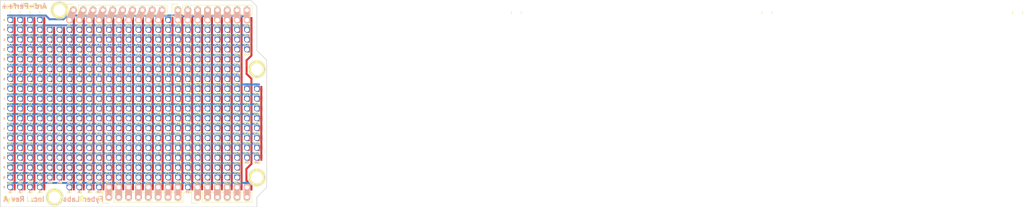
<source format=kicad_pcb>
(kicad_pcb (version 4) (host pcbnew 4.0.2-stable)
  (title_block (title Ard-perf++) (date 2017-05-09) (rev A) (company "Fyber Labs Inc"))
  (layers (0 F.Cu signal) (31 B.Cu signal) (34 B.Paste user) (35 F.Paste user) (36 B.SilkS user) (37 F.SilkS user) (38 B.Mask user) (39 F.Mask user) (44 Edge.Cuts user))
  (net 0 "")
  (net 1 +5V)
  (net 2 "Net-(P5-Pad1)")
  (net 3 "Net-(P6-Pad1)")
  (net 4 "Net-(P7-Pad1)")
  (net 5 "Net-(P8-Pad1)")
  (net 6 +3V3)
  (net 7 /15x25perf/J1)
  (net 8 "Net-(JA1-Pad1)")
  (net 9 /15x25perf/JA)
  (net 10 /15x25perf/J2)
  (net 11 "Net-(JA2-Pad1)")
  (net 12 /15x25perf/J3)
  (net 13 "Net-(JA3-Pad1)")
  (net 14 /15x25perf/J4)
  (net 15 "Net-(JA4-Pad1)")
  (net 16 /15x25perf/J7)
  (net 17 /15x25perf/JA7)
  (net 18 /15x25perf/J8)
  (net 19 /15x25perf/JA8)
  (net 20 /15x25perf/J9)
  (net 21 /15x25perf/JA9)
  (net 22 /15x25perf/J10)
  (net 23 /15x25perf/J11)
  (net 24 /15x25perf/JA11)
  (net 25 /15x25perf/J12)
  (net 26 /15x25perf/JA12)
  (net 27 /15x25perf/J13)
  (net 28 /15x25perf/JA13)
  (net 29 /15x25perf/J14)
  (net 30 /15x25perf/JA14)
  (net 31 /15x25perf/J15)
  (net 32 /15x25perf/JA15)
  (net 33 /15x25perf/J16)
  (net 34 /15x25perf/JA16)
  (net 35 /15x25perf/J17)
  (net 36 "Net-(JA17-Pad1)")
  (net 37 /15x25perf/J18)
  (net 38 /15x25perf/JA18)
  (net 39 /15x25perf/J19)
  (net 40 /15x25perf/JA19)
  (net 41 /15x25perf/J20)
  (net 42 /15x25perf/JA20)
  (net 43 /15x25perf/J21)
  (net 44 /15x25perf/JA21)
  (net 45 /15x25perf/J22)
  (net 46 /15x25perf/JA22)
  (net 47 /15x25perf/J23)
  (net 48 /15x25perf/JA23)
  (net 49 /15x25perf/J24)
  (net 50 /15x25perf/JA24)
  (net 51 /15x25perf/J25)
  (net 52 /15x25perf/JA25)
  (net 53 "Net-(JB1-Pad1)")
  (net 54 /15x25perf/JB)
  (net 55 "Net-(JB2-Pad1)")
  (net 56 "Net-(JB3-Pad1)")
  (net 57 "Net-(JB4-Pad1)")
  (net 58 /15x25perf/J5)
  (net 59 "Net-(JB5-Pad1)")
  (net 60 /15x25perf/J6)
  (net 61 "Net-(JB6-Pad1)")
  (net 62 "Net-(JB7-Pad1)")
  (net 63 "Net-(JB8-Pad1)")
  (net 64 "Net-(JB9-Pad1)")
  (net 65 "Net-(JB10-Pad1)")
  (net 66 "Net-(JB11-Pad1)")
  (net 67 "Net-(JB12-Pad1)")
  (net 68 "Net-(JB13-Pad1)")
  (net 69 "Net-(JB14-Pad1)")
  (net 70 "Net-(JB15-Pad1)")
  (net 71 "Net-(JB16-Pad1)")
  (net 72 "Net-(JB17-Pad1)")
  (net 73 "Net-(JB18-Pad1)")
  (net 74 "Net-(JB19-Pad1)")
  (net 75 "Net-(JB20-Pad1)")
  (net 76 "Net-(JB21-Pad1)")
  (net 77 "Net-(JB22-Pad1)")
  (net 78 "Net-(JB23-Pad1)")
  (net 79 "Net-(JB24-Pad1)")
  (net 80 "Net-(JB25-Pad1)")
  (net 81 "Net-(JC1-Pad1)")
  (net 82 /15x25perf/JC)
  (net 83 "Net-(JC2-Pad1)")
  (net 84 "Net-(JC3-Pad1)")
  (net 85 "Net-(JC4-Pad1)")
  (net 86 "Net-(JC5-Pad1)")
  (net 87 "Net-(JC6-Pad1)")
  (net 88 "Net-(JC7-Pad1)")
  (net 89 "Net-(JC8-Pad1)")
  (net 90 "Net-(JC9-Pad1)")
  (net 91 "Net-(JC10-Pad1)")
  (net 92 "Net-(JC11-Pad1)")
  (net 93 "Net-(JC12-Pad1)")
  (net 94 "Net-(JC13-Pad1)")
  (net 95 "Net-(JC14-Pad1)")
  (net 96 "Net-(JC15-Pad1)")
  (net 97 "Net-(JC16-Pad1)")
  (net 98 "Net-(JC17-Pad1)")
  (net 99 "Net-(JC18-Pad1)")
  (net 100 "Net-(JC19-Pad1)")
  (net 101 "Net-(JC20-Pad1)")
  (net 102 "Net-(JC21-Pad1)")
  (net 103 "Net-(JC22-Pad1)")
  (net 104 "Net-(JC23-Pad1)")
  (net 105 "Net-(JC24-Pad1)")
  (net 106 "Net-(JC25-Pad1)")
  (net 107 "Net-(JD1-Pad1)")
  (net 108 /15x25perf/JD)
  (net 109 "Net-(JD2-Pad1)")
  (net 110 "Net-(JD3-Pad1)")
  (net 111 "Net-(JD4-Pad1)")
  (net 112 "Net-(JD5-Pad1)")
  (net 113 "Net-(JD6-Pad1)")
  (net 114 "Net-(JD7-Pad1)")
  (net 115 "Net-(JD8-Pad1)")
  (net 116 "Net-(JD9-Pad1)")
  (net 117 "Net-(JD10-Pad1)")
  (net 118 "Net-(JD11-Pad1)")
  (net 119 "Net-(JD12-Pad1)")
  (net 120 "Net-(JD13-Pad1)")
  (net 121 "Net-(JD14-Pad1)")
  (net 122 "Net-(JD15-Pad1)")
  (net 123 "Net-(JD16-Pad1)")
  (net 124 "Net-(JD17-Pad1)")
  (net 125 "Net-(JD18-Pad1)")
  (net 126 "Net-(JD19-Pad1)")
  (net 127 "Net-(JD20-Pad1)")
  (net 128 "Net-(JD21-Pad1)")
  (net 129 "Net-(JD22-Pad1)")
  (net 130 "Net-(JD23-Pad1)")
  (net 131 "Net-(JD24-Pad1)")
  (net 132 "Net-(JD25-Pad1)")
  (net 133 "Net-(JE1-Pad1)")
  (net 134 /15x25perf/JE)
  (net 135 "Net-(JE2-Pad1)")
  (net 136 "Net-(JE3-Pad1)")
  (net 137 "Net-(JE4-Pad1)")
  (net 138 "Net-(JE5-Pad1)")
  (net 139 "Net-(JE6-Pad1)")
  (net 140 "Net-(JE7-Pad1)")
  (net 141 "Net-(JE8-Pad1)")
  (net 142 "Net-(JE9-Pad1)")
  (net 143 "Net-(JE10-Pad1)")
  (net 144 "Net-(JE11-Pad1)")
  (net 145 "Net-(JE12-Pad1)")
  (net 146 "Net-(JE13-Pad1)")
  (net 147 "Net-(JE14-Pad1)")
  (net 148 "Net-(JE15-Pad1)")
  (net 149 "Net-(JE16-Pad1)")
  (net 150 "Net-(JE17-Pad1)")
  (net 151 "Net-(JE18-Pad1)")
  (net 152 "Net-(JE19-Pad1)")
  (net 153 "Net-(JE20-Pad1)")
  (net 154 "Net-(JE21-Pad1)")
  (net 155 "Net-(JE22-Pad1)")
  (net 156 "Net-(JE23-Pad1)")
  (net 157 "Net-(JE24-Pad1)")
  (net 158 "Net-(JF1-Pad1)")
  (net 159 /15x25perf/JF)
  (net 160 "Net-(JF2-Pad1)")
  (net 161 "Net-(JF3-Pad1)")
  (net 162 "Net-(JF4-Pad1)")
  (net 163 "Net-(JF5-Pad1)")
  (net 164 "Net-(JF6-Pad1)")
  (net 165 "Net-(JF7-Pad1)")
  (net 166 "Net-(JF8-Pad1)")
  (net 167 "Net-(JF9-Pad1)")
  (net 168 "Net-(JF10-Pad1)")
  (net 169 "Net-(JF11-Pad1)")
  (net 170 "Net-(JF12-Pad1)")
  (net 171 "Net-(JF13-Pad1)")
  (net 172 "Net-(JF14-Pad1)")
  (net 173 "Net-(JF15-Pad1)")
  (net 174 "Net-(JF16-Pad1)")
  (net 175 "Net-(JF17-Pad1)")
  (net 176 "Net-(JF18-Pad1)")
  (net 177 "Net-(JF19-Pad1)")
  (net 178 "Net-(JF20-Pad1)")
  (net 179 "Net-(JF21-Pad1)")
  (net 180 "Net-(JF22-Pad1)")
  (net 181 "Net-(JF23-Pad1)")
  (net 182 "Net-(JF24-Pad1)")
  (net 183 /15x25perf/J26)
  (net 184 "Net-(JG1-Pad1)")
  (net 185 /15x25perf/JG)
  (net 186 "Net-(JG2-Pad1)")
  (net 187 "Net-(JG3-Pad1)")
  (net 188 "Net-(JG4-Pad1)")
  (net 189 "Net-(JG5-Pad1)")
  (net 190 "Net-(JG6-Pad1)")
  (net 191 "Net-(JG7-Pad1)")
  (net 192 "Net-(JG8-Pad1)")
  (net 193 "Net-(JG9-Pad1)")
  (net 194 "Net-(JG10-Pad1)")
  (net 195 "Net-(JG11-Pad1)")
  (net 196 "Net-(JG12-Pad1)")
  (net 197 "Net-(JG13-Pad1)")
  (net 198 "Net-(JG14-Pad1)")
  (net 199 "Net-(JG15-Pad1)")
  (net 200 "Net-(JG16-Pad1)")
  (net 201 "Net-(JG17-Pad1)")
  (net 202 "Net-(JG18-Pad1)")
  (net 203 "Net-(JG19-Pad1)")
  (net 204 "Net-(JG20-Pad1)")
  (net 205 "Net-(JG21-Pad1)")
  (net 206 "Net-(JG22-Pad1)")
  (net 207 "Net-(JG23-Pad1)")
  (net 208 "Net-(JG24-Pad1)")
  (net 209 "Net-(JH1-Pad1)")
  (net 210 /15x25perf/JH)
  (net 211 "Net-(JH2-Pad1)")
  (net 212 "Net-(JH3-Pad1)")
  (net 213 "Net-(JH4-Pad1)")
  (net 214 "Net-(JH5-Pad1)")
  (net 215 "Net-(JH6-Pad1)")
  (net 216 "Net-(JH7-Pad1)")
  (net 217 "Net-(JH8-Pad1)")
  (net 218 "Net-(JH9-Pad1)")
  (net 219 "Net-(JH10-Pad1)")
  (net 220 "Net-(JH11-Pad1)")
  (net 221 "Net-(JH12-Pad1)")
  (net 222 "Net-(JH13-Pad1)")
  (net 223 "Net-(JH14-Pad1)")
  (net 224 "Net-(JH15-Pad1)")
  (net 225 "Net-(JH16-Pad1)")
  (net 226 "Net-(JH17-Pad1)")
  (net 227 "Net-(JH18-Pad1)")
  (net 228 "Net-(JH19-Pad1)")
  (net 229 "Net-(JH20-Pad1)")
  (net 230 "Net-(JH21-Pad1)")
  (net 231 "Net-(JH22-Pad1)")
  (net 232 "Net-(JH23-Pad1)")
  (net 233 "Net-(JH24-Pad1)")
  (net 234 "Net-(JH25-Pad1)")
  (net 235 "Net-(JH26-Pad1)")
  (net 236 "Net-(JI1-Pad1)")
  (net 237 /15x25perf/JI)
  (net 238 "Net-(JI2-Pad1)")
  (net 239 "Net-(JI3-Pad1)")
  (net 240 "Net-(JI4-Pad1)")
  (net 241 "Net-(JI5-Pad1)")
  (net 242 "Net-(JI6-Pad1)")
  (net 243 "Net-(JI7-Pad1)")
  (net 244 "Net-(JI8-Pad1)")
  (net 245 "Net-(JI9-Pad1)")
  (net 246 "Net-(JI10-Pad1)")
  (net 247 "Net-(JI11-Pad1)")
  (net 248 "Net-(JI12-Pad1)")
  (net 249 "Net-(JI13-Pad1)")
  (net 250 "Net-(JI14-Pad1)")
  (net 251 "Net-(JI15-Pad1)")
  (net 252 "Net-(JI16-Pad1)")
  (net 253 "Net-(JI17-Pad1)")
  (net 254 "Net-(JI18-Pad1)")
  (net 255 "Net-(JI19-Pad1)")
  (net 256 "Net-(JI20-Pad1)")
  (net 257 "Net-(JI21-Pad1)")
  (net 258 "Net-(JI22-Pad1)")
  (net 259 "Net-(JI23-Pad1)")
  (net 260 "Net-(JI24-Pad1)")
  (net 261 "Net-(JI25-Pad1)")
  (net 262 "Net-(JI26-Pad1)")
  (net 263 "Net-(JK1-Pad1)")
  (net 264 /15x25perf2/JK)
  (net 265 "Net-(JK2-Pad1)")
  (net 266 "Net-(JK3-Pad1)")
  (net 267 "Net-(JK4-Pad1)")
  (net 268 "Net-(JK5-Pad1)")
  (net 269 "Net-(JK6-Pad1)")
  (net 270 "Net-(JK7-Pad1)")
  (net 271 "Net-(JK8-Pad1)")
  (net 272 "Net-(JK9-Pad1)")
  (net 273 "Net-(JK10-Pad1)")
  (net 274 "Net-(JK11-Pad1)")
  (net 275 "Net-(JK12-Pad1)")
  (net 276 "Net-(JK13-Pad1)")
  (net 277 "Net-(JK14-Pad1)")
  (net 278 "Net-(JK15-Pad1)")
  (net 279 "Net-(JK16-Pad1)")
  (net 280 "Net-(JK17-Pad1)")
  (net 281 "Net-(JK18-Pad1)")
  (net 282 "Net-(JK19-Pad1)")
  (net 283 "Net-(JK20-Pad1)")
  (net 284 "Net-(JK21-Pad1)")
  (net 285 "Net-(JK22-Pad1)")
  (net 286 "Net-(JK23-Pad1)")
  (net 287 "Net-(JK24-Pad1)")
  (net 288 "Net-(JK25-Pad1)")
  (net 289 "Net-(JK26-Pad1)")
  (net 290 "Net-(JL1-Pad1)")
  (net 291 /15x25perf2/JL)
  (net 292 "Net-(JL2-Pad1)")
  (net 293 "Net-(JL3-Pad1)")
  (net 294 "Net-(JL4-Pad1)")
  (net 295 "Net-(JL5-Pad1)")
  (net 296 "Net-(JL6-Pad1)")
  (net 297 "Net-(JL7-Pad1)")
  (net 298 "Net-(JL8-Pad1)")
  (net 299 "Net-(JL9-Pad1)")
  (net 300 "Net-(JL10-Pad1)")
  (net 301 "Net-(JL11-Pad1)")
  (net 302 "Net-(JL12-Pad1)")
  (net 303 "Net-(JL13-Pad1)")
  (net 304 "Net-(JL14-Pad1)")
  (net 305 "Net-(JL15-Pad1)")
  (net 306 "Net-(JL16-Pad1)")
  (net 307 "Net-(JL17-Pad1)")
  (net 308 "Net-(JL18-Pad1)")
  (net 309 "Net-(JL19-Pad1)")
  (net 310 "Net-(JL20-Pad1)")
  (net 311 "Net-(JL21-Pad1)")
  (net 312 "Net-(JL22-Pad1)")
  (net 313 "Net-(JL23-Pad1)")
  (net 314 "Net-(JL24-Pad1)")
  (net 315 "Net-(JL25-Pad1)")
  (net 316 "Net-(JL26-Pad1)")
  (net 317 "Net-(JM1-Pad1)")
  (net 318 /15x25perf2/JM)
  (net 319 "Net-(JM2-Pad1)")
  (net 320 "Net-(JM3-Pad1)")
  (net 321 "Net-(JM4-Pad1)")
  (net 322 "Net-(JM5-Pad1)")
  (net 323 "Net-(JM6-Pad1)")
  (net 324 "Net-(JM7-Pad1)")
  (net 325 "Net-(JM8-Pad1)")
  (net 326 "Net-(JM9-Pad1)")
  (net 327 "Net-(JM10-Pad1)")
  (net 328 "Net-(JM11-Pad1)")
  (net 329 "Net-(JM12-Pad1)")
  (net 330 "Net-(JM13-Pad1)")
  (net 331 "Net-(JM14-Pad1)")
  (net 332 "Net-(JM15-Pad1)")
  (net 333 "Net-(JM16-Pad1)")
  (net 334 "Net-(JM17-Pad1)")
  (net 335 "Net-(JM18-Pad1)")
  (net 336 "Net-(JM19-Pad1)")
  (net 337 "Net-(JM20-Pad1)")
  (net 338 "Net-(JM21-Pad1)")
  (net 339 "Net-(JM22-Pad1)")
  (net 340 "Net-(JM23-Pad1)")
  (net 341 "Net-(JM24-Pad1)")
  (net 342 "Net-(JM25-Pad1)")
  (net 343 "Net-(JM26-Pad1)")
  (net 344 "Net-(JN1-Pad1)")
  (net 345 /15x25perf2/JN)
  (net 346 "Net-(JN2-Pad1)")
  (net 347 "Net-(JN3-Pad1)")
  (net 348 "Net-(JN4-Pad1)")
  (net 349 "Net-(JN5-Pad1)")
  (net 350 "Net-(JN6-Pad1)")
  (net 351 "Net-(JN7-Pad1)")
  (net 352 "Net-(JN8-Pad1)")
  (net 353 "Net-(JN9-Pad1)")
  (net 354 "Net-(JN10-Pad1)")
  (net 355 "Net-(JN11-Pad1)")
  (net 356 "Net-(JN12-Pad1)")
  (net 357 "Net-(JN13-Pad1)")
  (net 358 "Net-(JN14-Pad1)")
  (net 359 "Net-(JN15-Pad1)")
  (net 360 "Net-(JN16-Pad1)")
  (net 361 "Net-(JN17-Pad1)")
  (net 362 "Net-(JN18-Pad1)")
  (net 363 "Net-(JN19-Pad1)")
  (net 364 "Net-(JN20-Pad1)")
  (net 365 "Net-(JN21-Pad1)")
  (net 366 "Net-(JN22-Pad1)")
  (net 367 "Net-(JN23-Pad1)")
  (net 368 "Net-(JN24-Pad1)")
  (net 369 "Net-(JN25-Pad1)")
  (net 370 "Net-(JN26-Pad1)")
  (net 371 "Net-(JO1-Pad1)")
  (net 372 /15x25perf2/JO)
  (net 373 "Net-(JO2-Pad1)")
  (net 374 "Net-(JO3-Pad1)")
  (net 375 "Net-(JO4-Pad1)")
  (net 376 "Net-(JO5-Pad1)")
  (net 377 "Net-(JO6-Pad1)")
  (net 378 "Net-(JO7-Pad1)")
  (net 379 "Net-(JO8-Pad1)")
  (net 380 "Net-(JO9-Pad1)")
  (net 381 "Net-(JO10-Pad1)")
  (net 382 "Net-(JO11-Pad1)")
  (net 383 "Net-(JO12-Pad1)")
  (net 384 "Net-(JO13-Pad1)")
  (net 385 "Net-(JO14-Pad1)")
  (net 386 "Net-(JO15-Pad1)")
  (net 387 "Net-(JO16-Pad1)")
  (net 388 "Net-(JO17-Pad1)")
  (net 389 "Net-(JO18-Pad1)")
  (net 390 "Net-(JO19-Pad1)")
  (net 391 "Net-(JO20-Pad1)")
  (net 392 "Net-(JO21-Pad1)")
  (net 393 "Net-(JO22-Pad1)")
  (net 394 "Net-(JO23-Pad1)")
  (net 395 "Net-(JO24-Pad1)")
  (net 396 "Net-(JO25-Pad1)")
  (net 397 "Net-(JO26-Pad1)")
  (net 398 "Net-(JP1-Pad1)")
  (net 399 /15x25perf2/JP)
  (net 400 "Net-(JP2-Pad1)")
  (net 401 "Net-(JP3-Pad1)")
  (net 402 "Net-(JP4-Pad1)")
  (net 403 "Net-(JP5-Pad1)")
  (net 404 "Net-(JP6-Pad1)")
  (net 405 "Net-(JP7-Pad1)")
  (net 406 "Net-(JP8-Pad1)")
  (net 407 "Net-(JP9-Pad1)")
  (net 408 "Net-(JP10-Pad1)")
  (net 409 "Net-(JP11-Pad1)")
  (net 410 "Net-(JP12-Pad1)")
  (net 411 "Net-(JP13-Pad1)")
  (net 412 "Net-(JP14-Pad1)")
  (net 413 "Net-(JP15-Pad1)")
  (net 414 "Net-(JP16-Pad1)")
  (net 415 "Net-(JP17-Pad1)")
  (net 416 "Net-(JP18-Pad1)")
  (net 417 "Net-(JP19-Pad1)")
  (net 418 "Net-(JP20-Pad1)")
  (net 419 "Net-(JP21-Pad1)")
  (net 420 "Net-(JP22-Pad1)")
  (net 421 "Net-(JP23-Pad1)")
  (net 422 "Net-(JP24-Pad1)")
  (net 423 "Net-(JQ1-Pad1)")
  (net 424 /15x25perf2/JQ)
  (net 425 "Net-(JQ2-Pad1)")
  (net 426 "Net-(JQ3-Pad1)")
  (net 427 "Net-(JQ4-Pad1)")
  (net 428 "Net-(JQ5-Pad1)")
  (net 429 "Net-(JQ6-Pad1)")
  (net 430 "Net-(JQ7-Pad1)")
  (net 431 "Net-(JQ8-Pad1)")
  (net 432 "Net-(JQ9-Pad1)")
  (net 433 "Net-(JQ10-Pad1)")
  (net 434 "Net-(JQ11-Pad1)")
  (net 435 "Net-(JQ12-Pad1)")
  (net 436 "Net-(JQ13-Pad1)")
  (net 437 "Net-(JQ14-Pad1)")
  (net 438 "Net-(JQ15-Pad1)")
  (net 439 "Net-(JQ16-Pad1)")
  (net 440 "Net-(JQ17-Pad1)")
  (net 441 "Net-(JQ18-Pad1)")
  (net 442 "Net-(JQ19-Pad1)")
  (net 443 "Net-(JQ20-Pad1)")
  (net 444 "Net-(JQ21-Pad1)")
  (net 445 "Net-(JQ22-Pad1)")
  (net 446 "Net-(JQ23-Pad1)")
  (net 447 "Net-(JQ24-Pad1)")
  (net 448 "Net-(JR1-Pad1)")
  (net 449 /15x25perf2/JR)
  (net 450 "Net-(JR2-Pad1)")
  (net 451 "Net-(JR3-Pad1)")
  (net 452 "Net-(JR4-Pad1)")
  (net 453 "Net-(JR7-Pad1)")
  (net 454 "Net-(JR8-Pad1)")
  (net 455 "Net-(JR9-Pad1)")
  (net 456 "Net-(JR10-Pad1)")
  (net 457 /15x25perf2/JR11)
  (net 458 /15x25perf2/JR12)
  (net 459 /15x25perf2/JR13)
  (net 460 /15x25perf2/JR18)
  (net 461 "Net-(JR19-Pad1)")
  (net 462 /15x25perf2/JR20)
  (net 463 /15x25perf2/JR21)
  (net 464 /15x25perf2/JR22)
  (net 465 /15x25perf2/JR23)
  (net 466 /15x25perf/JA10)
  (net 467 /15x25perf2/JR16)
  (net 468 /15x25perf2/JR24)
  (net 469 /15x25perf2/JR25)
  (net 470 "Net-(JJ1-Pad1)")
  (net 471 /15x25perf/JJ)
  (net 472 "Net-(JJ2-Pad1)")
  (net 473 "Net-(JJ3-Pad1)")
  (net 474 "Net-(JJ4-Pad1)")
  (net 475 "Net-(JJ5-Pad1)")
  (net 476 "Net-(JJ6-Pad1)")
  (net 477 "Net-(JJ7-Pad1)")
  (net 478 "Net-(JJ8-Pad1)")
  (net 479 "Net-(JJ9-Pad1)")
  (net 480 "Net-(JJ10-Pad1)")
  (net 481 "Net-(JJ11-Pad1)")
  (net 482 "Net-(JJ12-Pad1)")
  (net 483 "Net-(JJ13-Pad1)")
  (net 484 "Net-(JJ14-Pad1)")
  (net 485 "Net-(JJ15-Pad1)")
  (net 486 "Net-(JJ16-Pad1)")
  (net 487 "Net-(JJ17-Pad1)")
  (net 488 "Net-(JJ18-Pad1)")
  (net 489 "Net-(JJ19-Pad1)")
  (net 490 "Net-(JJ20-Pad1)")
  (net 491 "Net-(JJ21-Pad1)")
  (net 492 "Net-(JJ22-Pad1)")
  (net 493 "Net-(JJ23-Pad1)")
  (net 494 "Net-(JJ24-Pad1)")
  (net 495 "Net-(JJ25-Pad1)")
  (net 496 "Net-(JJ26-Pad1)")
  (net 497 /15x25perf2/JR17)
  (module Socket_Arduino_Uno:Socket_Strip_Arduino_1x08 (layer F.Cu) (at 138.938 123.825)
    (fp_text reference P1 hide)
    (fp_text value Power hide)
    (pad 1 thru_hole oval (at 0 0) (size 1.7272 2.032) (drill 1.016) (layers *.Cu *.Mask F.SilkS) (net 457 /15x25perf2/JR11))
    (pad 2 thru_hole oval (at 2.54 0) (size 1.7272 2.032) (drill 1.016) (layers *.Cu *.Mask F.SilkS) (net 458 /15x25perf2/JR12))
    (pad 3 thru_hole oval (at 5.08 0) (size 1.7272 2.032) (drill 1.016) (layers *.Cu *.Mask F.SilkS) (net 459 /15x25perf2/JR13))
    (pad 4 thru_hole oval (at 7.62 0) (size 1.7272 2.032) (drill 1.016) (layers *.Cu *.Mask F.SilkS) (net 6 +3V3))
    (pad 5 thru_hole oval (at 10.16 0) (size 1.7272 2.032) (drill 1.016) (layers *.Cu *.Mask F.SilkS) (net 1 +5V))
    (pad 6 thru_hole oval (at 12.7 0) (size 1.7272 2.032) (drill 1.016) (layers *.Cu *.Mask F.SilkS) (net 467 /15x25perf2/JR16))
    (pad 7 thru_hole oval (at 15.24 0) (size 1.7272 2.032) (drill 1.016) (layers *.Cu *.Mask F.SilkS) (net 497 /15x25perf2/JR17))
    (pad 8 thru_hole oval (at 17.78 0) (size 1.7272 2.032) (drill 1.016) (layers *.Cu *.Mask F.SilkS) (net 460 /15x25perf2/JR18))
  )
  (module Socket_Arduino_Uno:Socket_Strip_Arduino_1x06 (layer F.Cu) (at 161.798 123.825)
    (fp_text reference P2 hide)
    (fp_text value Analog hide)
    (pad 1 thru_hole oval (at 0 0) (size 1.7272 2.032) (drill 1.016) (layers *.Cu *.Mask F.SilkS) (net 462 /15x25perf2/JR20))
    (pad 2 thru_hole oval (at 2.54 0) (size 1.7272 2.032) (drill 1.016) (layers *.Cu *.Mask F.SilkS) (net 463 /15x25perf2/JR21))
    (pad 3 thru_hole oval (at 5.08 0) (size 1.7272 2.032) (drill 1.016) (layers *.Cu *.Mask F.SilkS) (net 464 /15x25perf2/JR22))
    (pad 4 thru_hole oval (at 7.62 0) (size 1.7272 2.032) (drill 1.016) (layers *.Cu *.Mask F.SilkS) (net 465 /15x25perf2/JR23))
    (pad 5 thru_hole oval (at 10.16 0) (size 1.7272 2.032) (drill 1.016) (layers *.Cu *.Mask F.SilkS) (net 468 /15x25perf2/JR24))
    (pad 6 thru_hole oval (at 12.7 0) (size 1.7272 2.032) (drill 1.016) (layers *.Cu *.Mask F.SilkS) (net 469 /15x25perf2/JR25))
  )
  (module Socket_Arduino_Uno:Socket_Strip_Arduino_1x10 (layer F.Cu) (at 129.794 75.565)
    (fp_text reference P3 hide)
    (fp_text value Digital hide)
    (pad 1 thru_hole oval (at 0 0) (size 1.7272 2.032) (drill 1.016) (layers *.Cu *.Mask F.SilkS) (net 17 /15x25perf/JA7))
    (pad 2 thru_hole oval (at 2.54 0) (size 1.7272 2.032) (drill 1.016) (layers *.Cu *.Mask F.SilkS) (net 19 /15x25perf/JA8))
    (pad 3 thru_hole oval (at 5.08 0) (size 1.7272 2.032) (drill 1.016) (layers *.Cu *.Mask F.SilkS) (net 21 /15x25perf/JA9))
    (pad 4 thru_hole oval (at 7.62 0) (size 1.7272 2.032) (drill 1.016) (layers *.Cu *.Mask F.SilkS) (net 466 /15x25perf/JA10))
    (pad 5 thru_hole oval (at 10.16 0) (size 1.7272 2.032) (drill 1.016) (layers *.Cu *.Mask F.SilkS) (net 24 /15x25perf/JA11))
    (pad 6 thru_hole oval (at 12.7 0) (size 1.7272 2.032) (drill 1.016) (layers *.Cu *.Mask F.SilkS) (net 26 /15x25perf/JA12))
    (pad 7 thru_hole oval (at 15.24 0) (size 1.7272 2.032) (drill 1.016) (layers *.Cu *.Mask F.SilkS) (net 28 /15x25perf/JA13))
    (pad 8 thru_hole oval (at 17.78 0) (size 1.7272 2.032) (drill 1.016) (layers *.Cu *.Mask F.SilkS) (net 30 /15x25perf/JA14))
    (pad 9 thru_hole oval (at 20.32 0) (size 1.7272 2.032) (drill 1.016) (layers *.Cu *.Mask F.SilkS) (net 32 /15x25perf/JA15))
    (pad 10 thru_hole oval (at 22.86 0) (size 1.7272 2.032) (drill 1.016) (layers *.Cu *.Mask F.SilkS) (net 34 /15x25perf/JA16))
  )
  (module Socket_Arduino_Uno:Socket_Strip_Arduino_1x08 (layer F.Cu) (at 156.718 75.565)
    (fp_text reference P4 hide)
    (fp_text value Digital hide)
    (pad 1 thru_hole oval (at 0 0) (size 1.7272 2.032) (drill 1.016) (layers *.Cu *.Mask F.SilkS) (net 38 /15x25perf/JA18))
    (pad 2 thru_hole oval (at 2.54 0) (size 1.7272 2.032) (drill 1.016) (layers *.Cu *.Mask F.SilkS) (net 40 /15x25perf/JA19))
    (pad 3 thru_hole oval (at 5.08 0) (size 1.7272 2.032) (drill 1.016) (layers *.Cu *.Mask F.SilkS) (net 42 /15x25perf/JA20))
    (pad 4 thru_hole oval (at 7.62 0) (size 1.7272 2.032) (drill 1.016) (layers *.Cu *.Mask F.SilkS) (net 44 /15x25perf/JA21))
    (pad 5 thru_hole oval (at 10.16 0) (size 1.7272 2.032) (drill 1.016) (layers *.Cu *.Mask F.SilkS) (net 46 /15x25perf/JA22))
    (pad 6 thru_hole oval (at 12.7 0) (size 1.7272 2.032) (drill 1.016) (layers *.Cu *.Mask F.SilkS) (net 48 /15x25perf/JA23))
    (pad 7 thru_hole oval (at 15.24 0) (size 1.7272 2.032) (drill 1.016) (layers *.Cu *.Mask F.SilkS) (net 50 /15x25perf/JA24))
    (pad 8 thru_hole oval (at 17.78 0) (size 1.7272 2.032) (drill 1.016) (layers *.Cu *.Mask F.SilkS) (net 52 /15x25perf/JA25))
  )
  (module Socket_Arduino_Uno:Arduino_1pin (layer F.Cu) (at 124.968 123.825)
    (fp_text reference P5 hide)
    (fp_text value CONN_01X01 hide)
    (pad 1 thru_hole circle (at 0 0) (size 4.064 4.064) (drill 3.048) (layers *.Cu *.Mask F.SilkS) (net 2 "Net-(P5-Pad1)"))
  )
  (module Socket_Arduino_Uno:Arduino_1pin (layer F.Cu) (at 177.038 118.745)
    (fp_text reference P6 hide)
    (fp_text value CONN_01X01 hide)
    (pad 1 thru_hole circle (at 0 0) (size 4.064 4.064) (drill 3.048) (layers *.Cu *.Mask F.SilkS) (net 3 "Net-(P6-Pad1)"))
  )
  (module Socket_Arduino_Uno:Arduino_1pin (layer F.Cu) (at 126.238 75.565)
    (fp_text reference P7 hide)
    (fp_text value CONN_01X01 hide)
    (pad 1 thru_hole circle (at 0 0) (size 4.064 4.064) (drill 3.048) (layers *.Cu *.Mask F.SilkS) (net 4 "Net-(P7-Pad1)"))
  )
  (module Socket_Arduino_Uno:Arduino_1pin (layer F.Cu) (at 177.038 90.805)
    (fp_text reference P8 hide)
    (fp_text value CONN_01X01 hide)
    (pad 1 thru_hole circle (at 0 0) (size 4.064 4.064) (drill 3.048) (layers *.Cu *.Mask F.SilkS) (net 5 "Net-(P8-Pad1)"))
  )
  (module Socket_Arduino_Uno:2.54D (layer F.Cu) (at 177.038 113.665 180)
    (fp_text reference JO26 (at 0 -1.27 180) (layer F.SilkS) (effects (font (size 0.508 0.508) (thickness 0.127))))
    (fp_text value perf+2)
    (fp_line (start -0.4572 0.3302) (end 0.4064 0.3302) (layer B.Cu) (width 0.1778))
    (fp_line (start 0.5334 0.4572) (end 0.4826 0) (layer B.Cu) (width 0.1778))
    (fp_line (start -0.5334 0.4572) (end 0.5334 0.4572) (layer B.Cu) (width 0.1778))
    (fp_line (start -0.4826 0) (end -0.5334 0.4572) (layer B.Cu) (width 0.1778))
    (fp_line (start -0.6858 0.6096) (end -0.635 0) (layer B.Cu) (width 0.1778))
    (fp_line (start 0 0.635) (end -0.6858 0.6096) (layer B.Cu) (width 0.1778))
    (fp_line (start 0.635 0) (end -0.635 0) (layer B.Cu) (width 0.1778))
    (fp_line (start 0.6858 0.6096) (end 0.635 0) (layer B.Cu) (width 0.1778))
    (fp_line (start 0 0.635) (end 0.6858 0.6096) (layer B.Cu) (width 0.1778))
    (fp_line (start -0.4826 -0.5588) (end -0.4826 0.0508) (layer F.Cu) (width 0.1778))
    (fp_line (start -0.1524 -0.5588) (end -0.4826 -0.5588) (layer F.Cu) (width 0.1778))
    (fp_line (start -0.6096 -0.1524) (end -0.1524 -0.5588) (layer F.Cu) (width 0.1778))
    (fp_line (start -0.5334 0.127) (end -0.2794 0.508) (layer F.Cu) (width 0.1778))
    (fp_line (start -0.4826 0.5334) (end -0.5334 0.127) (layer F.Cu) (width 0.1778))
    (fp_line (start 0 0.635) (end -0.4826 0.5334) (layer F.Cu) (width 0.1778))
    (fp_line (start -0.6096 0.6858) (end 0 0.635) (layer F.Cu) (width 0.1778))
    (fp_line (start -0.635 0) (end -0.6096 0.6858) (layer F.Cu) (width 0.1778))
    (fp_line (start 0 -0.635) (end 0 0.635) (layer F.Cu) (width 0.1778))
    (fp_line (start -0.6096 -0.6858) (end 0 -0.635) (layer F.Cu) (width 0.1778))
    (fp_line (start -0.635 0) (end -0.6096 -0.6858) (layer F.Cu) (width 0.1778))
    (pad 2 smd rect (at -1.143 0 180) (size 0.508 1.524) (layers F.Cu F.Mask) (net 183 /15x25perf/J26))
    (pad 1 thru_hole circle (at 0 0 180) (size 1.4478 1.4478) (drill 1.0922) (layers *.Cu *.Mask) (net 397 "Net-(JO26-Pad1)"))
    (pad 3 smd rect (at 0 1.143 270) (size 0.508 1.524) (layers B.Cu B.Mask) (net 372 /15x25perf2/JO))
  )
  (module Socket_Arduino_Uno:2.54D (layer F.Cu) (at 177.038 111.125 180)
    (fp_text reference JN26 (at 0 -1.27 180) (layer F.SilkS) (effects (font (size 0.508 0.508) (thickness 0.127))))
    (fp_text value perf+2)
    (fp_line (start -0.4572 0.3302) (end 0.4064 0.3302) (layer B.Cu) (width 0.1778))
    (fp_line (start 0.5334 0.4572) (end 0.4826 0) (layer B.Cu) (width 0.1778))
    (fp_line (start -0.5334 0.4572) (end 0.5334 0.4572) (layer B.Cu) (width 0.1778))
    (fp_line (start -0.4826 0) (end -0.5334 0.4572) (layer B.Cu) (width 0.1778))
    (fp_line (start -0.6858 0.6096) (end -0.635 0) (layer B.Cu) (width 0.1778))
    (fp_line (start 0 0.635) (end -0.6858 0.6096) (layer B.Cu) (width 0.1778))
    (fp_line (start 0.635 0) (end -0.635 0) (layer B.Cu) (width 0.1778))
    (fp_line (start 0.6858 0.6096) (end 0.635 0) (layer B.Cu) (width 0.1778))
    (fp_line (start 0 0.635) (end 0.6858 0.6096) (layer B.Cu) (width 0.1778))
    (fp_line (start -0.4826 -0.5588) (end -0.4826 0.0508) (layer F.Cu) (width 0.1778))
    (fp_line (start -0.1524 -0.5588) (end -0.4826 -0.5588) (layer F.Cu) (width 0.1778))
    (fp_line (start -0.6096 -0.1524) (end -0.1524 -0.5588) (layer F.Cu) (width 0.1778))
    (fp_line (start -0.5334 0.127) (end -0.2794 0.508) (layer F.Cu) (width 0.1778))
    (fp_line (start -0.4826 0.5334) (end -0.5334 0.127) (layer F.Cu) (width 0.1778))
    (fp_line (start 0 0.635) (end -0.4826 0.5334) (layer F.Cu) (width 0.1778))
    (fp_line (start -0.6096 0.6858) (end 0 0.635) (layer F.Cu) (width 0.1778))
    (fp_line (start -0.635 0) (end -0.6096 0.6858) (layer F.Cu) (width 0.1778))
    (fp_line (start 0 -0.635) (end 0 0.635) (layer F.Cu) (width 0.1778))
    (fp_line (start -0.6096 -0.6858) (end 0 -0.635) (layer F.Cu) (width 0.1778))
    (fp_line (start -0.635 0) (end -0.6096 -0.6858) (layer F.Cu) (width 0.1778))
    (pad 2 smd rect (at -1.143 0 180) (size 0.508 1.524) (layers F.Cu F.Mask) (net 183 /15x25perf/J26))
    (pad 1 thru_hole circle (at 0 0 180) (size 1.4478 1.4478) (drill 1.0922) (layers *.Cu *.Mask) (net 370 "Net-(JN26-Pad1)"))
    (pad 3 smd rect (at 0 1.143 270) (size 0.508 1.524) (layers B.Cu B.Mask) (net 345 /15x25perf2/JN))
  )
  (module Socket_Arduino_Uno:2.54D (layer F.Cu) (at 177.038 108.585 180)
    (fp_text reference JM26 (at 0 -1.27 180) (layer F.SilkS) (effects (font (size 0.508 0.508) (thickness 0.127))))
    (fp_text value perf+2)
    (fp_line (start -0.4572 0.3302) (end 0.4064 0.3302) (layer B.Cu) (width 0.1778))
    (fp_line (start 0.5334 0.4572) (end 0.4826 0) (layer B.Cu) (width 0.1778))
    (fp_line (start -0.5334 0.4572) (end 0.5334 0.4572) (layer B.Cu) (width 0.1778))
    (fp_line (start -0.4826 0) (end -0.5334 0.4572) (layer B.Cu) (width 0.1778))
    (fp_line (start -0.6858 0.6096) (end -0.635 0) (layer B.Cu) (width 0.1778))
    (fp_line (start 0 0.635) (end -0.6858 0.6096) (layer B.Cu) (width 0.1778))
    (fp_line (start 0.635 0) (end -0.635 0) (layer B.Cu) (width 0.1778))
    (fp_line (start 0.6858 0.6096) (end 0.635 0) (layer B.Cu) (width 0.1778))
    (fp_line (start 0 0.635) (end 0.6858 0.6096) (layer B.Cu) (width 0.1778))
    (fp_line (start -0.4826 -0.5588) (end -0.4826 0.0508) (layer F.Cu) (width 0.1778))
    (fp_line (start -0.1524 -0.5588) (end -0.4826 -0.5588) (layer F.Cu) (width 0.1778))
    (fp_line (start -0.6096 -0.1524) (end -0.1524 -0.5588) (layer F.Cu) (width 0.1778))
    (fp_line (start -0.5334 0.127) (end -0.2794 0.508) (layer F.Cu) (width 0.1778))
    (fp_line (start -0.4826 0.5334) (end -0.5334 0.127) (layer F.Cu) (width 0.1778))
    (fp_line (start 0 0.635) (end -0.4826 0.5334) (layer F.Cu) (width 0.1778))
    (fp_line (start -0.6096 0.6858) (end 0 0.635) (layer F.Cu) (width 0.1778))
    (fp_line (start -0.635 0) (end -0.6096 0.6858) (layer F.Cu) (width 0.1778))
    (fp_line (start 0 -0.635) (end 0 0.635) (layer F.Cu) (width 0.1778))
    (fp_line (start -0.6096 -0.6858) (end 0 -0.635) (layer F.Cu) (width 0.1778))
    (fp_line (start -0.635 0) (end -0.6096 -0.6858) (layer F.Cu) (width 0.1778))
    (pad 2 smd rect (at -1.143 0 180) (size 0.508 1.524) (layers F.Cu F.Mask) (net 183 /15x25perf/J26))
    (pad 1 thru_hole circle (at 0 0 180) (size 1.4478 1.4478) (drill 1.0922) (layers *.Cu *.Mask) (net 343 "Net-(JM26-Pad1)"))
    (pad 3 smd rect (at 0 1.143 270) (size 0.508 1.524) (layers B.Cu B.Mask) (net 318 /15x25perf2/JM))
  )
  (module Socket_Arduino_Uno:2.54D (layer F.Cu) (at 177.038 106.045 180)
    (fp_text reference JL26 (at 0 -1.27 180) (layer F.SilkS) (effects (font (size 0.508 0.508) (thickness 0.127))))
    (fp_text value perf+2)
    (fp_line (start -0.4572 0.3302) (end 0.4064 0.3302) (layer B.Cu) (width 0.1778))
    (fp_line (start 0.5334 0.4572) (end 0.4826 0) (layer B.Cu) (width 0.1778))
    (fp_line (start -0.5334 0.4572) (end 0.5334 0.4572) (layer B.Cu) (width 0.1778))
    (fp_line (start -0.4826 0) (end -0.5334 0.4572) (layer B.Cu) (width 0.1778))
    (fp_line (start -0.6858 0.6096) (end -0.635 0) (layer B.Cu) (width 0.1778))
    (fp_line (start 0 0.635) (end -0.6858 0.6096) (layer B.Cu) (width 0.1778))
    (fp_line (start 0.635 0) (end -0.635 0) (layer B.Cu) (width 0.1778))
    (fp_line (start 0.6858 0.6096) (end 0.635 0) (layer B.Cu) (width 0.1778))
    (fp_line (start 0 0.635) (end 0.6858 0.6096) (layer B.Cu) (width 0.1778))
    (fp_line (start -0.4826 -0.5588) (end -0.4826 0.0508) (layer F.Cu) (width 0.1778))
    (fp_line (start -0.1524 -0.5588) (end -0.4826 -0.5588) (layer F.Cu) (width 0.1778))
    (fp_line (start -0.6096 -0.1524) (end -0.1524 -0.5588) (layer F.Cu) (width 0.1778))
    (fp_line (start -0.5334 0.127) (end -0.2794 0.508) (layer F.Cu) (width 0.1778))
    (fp_line (start -0.4826 0.5334) (end -0.5334 0.127) (layer F.Cu) (width 0.1778))
    (fp_line (start 0 0.635) (end -0.4826 0.5334) (layer F.Cu) (width 0.1778))
    (fp_line (start -0.6096 0.6858) (end 0 0.635) (layer F.Cu) (width 0.1778))
    (fp_line (start -0.635 0) (end -0.6096 0.6858) (layer F.Cu) (width 0.1778))
    (fp_line (start 0 -0.635) (end 0 0.635) (layer F.Cu) (width 0.1778))
    (fp_line (start -0.6096 -0.6858) (end 0 -0.635) (layer F.Cu) (width 0.1778))
    (fp_line (start -0.635 0) (end -0.6096 -0.6858) (layer F.Cu) (width 0.1778))
    (pad 2 smd rect (at -1.143 0 180) (size 0.508 1.524) (layers F.Cu F.Mask) (net 183 /15x25perf/J26))
    (pad 1 thru_hole circle (at 0 0 180) (size 1.4478 1.4478) (drill 1.0922) (layers *.Cu *.Mask) (net 316 "Net-(JL26-Pad1)"))
    (pad 3 smd rect (at 0 1.143 270) (size 0.508 1.524) (layers B.Cu B.Mask) (net 291 /15x25perf2/JL))
  )
  (module Socket_Arduino_Uno:2.54D (layer F.Cu) (at 177.038 103.505 180)
    (fp_text reference JK26 (at 0 -1.27 180) (layer F.SilkS) (effects (font (size 0.508 0.508) (thickness 0.127))))
    (fp_text value perf+2)
    (fp_line (start -0.4572 0.3302) (end 0.4064 0.3302) (layer B.Cu) (width 0.1778))
    (fp_line (start 0.5334 0.4572) (end 0.4826 0) (layer B.Cu) (width 0.1778))
    (fp_line (start -0.5334 0.4572) (end 0.5334 0.4572) (layer B.Cu) (width 0.1778))
    (fp_line (start -0.4826 0) (end -0.5334 0.4572) (layer B.Cu) (width 0.1778))
    (fp_line (start -0.6858 0.6096) (end -0.635 0) (layer B.Cu) (width 0.1778))
    (fp_line (start 0 0.635) (end -0.6858 0.6096) (layer B.Cu) (width 0.1778))
    (fp_line (start 0.635 0) (end -0.635 0) (layer B.Cu) (width 0.1778))
    (fp_line (start 0.6858 0.6096) (end 0.635 0) (layer B.Cu) (width 0.1778))
    (fp_line (start 0 0.635) (end 0.6858 0.6096) (layer B.Cu) (width 0.1778))
    (fp_line (start -0.4826 -0.5588) (end -0.4826 0.0508) (layer F.Cu) (width 0.1778))
    (fp_line (start -0.1524 -0.5588) (end -0.4826 -0.5588) (layer F.Cu) (width 0.1778))
    (fp_line (start -0.6096 -0.1524) (end -0.1524 -0.5588) (layer F.Cu) (width 0.1778))
    (fp_line (start -0.5334 0.127) (end -0.2794 0.508) (layer F.Cu) (width 0.1778))
    (fp_line (start -0.4826 0.5334) (end -0.5334 0.127) (layer F.Cu) (width 0.1778))
    (fp_line (start 0 0.635) (end -0.4826 0.5334) (layer F.Cu) (width 0.1778))
    (fp_line (start -0.6096 0.6858) (end 0 0.635) (layer F.Cu) (width 0.1778))
    (fp_line (start -0.635 0) (end -0.6096 0.6858) (layer F.Cu) (width 0.1778))
    (fp_line (start 0 -0.635) (end 0 0.635) (layer F.Cu) (width 0.1778))
    (fp_line (start -0.6096 -0.6858) (end 0 -0.635) (layer F.Cu) (width 0.1778))
    (fp_line (start -0.635 0) (end -0.6096 -0.6858) (layer F.Cu) (width 0.1778))
    (pad 2 smd rect (at -1.143 0 180) (size 0.508 1.524) (layers F.Cu F.Mask) (net 183 /15x25perf/J26))
    (pad 1 thru_hole circle (at 0 0 180) (size 1.4478 1.4478) (drill 1.0922) (layers *.Cu *.Mask) (net 289 "Net-(JK26-Pad1)"))
    (pad 3 smd rect (at 0 1.143 270) (size 0.508 1.524) (layers B.Cu B.Mask) (net 264 /15x25perf2/JK))
  )
  (module Socket_Arduino_Uno:2.54D (layer F.Cu) (at 177.038 100.965 180)
    (fp_text reference JJ26 (at 0 -1.27 180) (layer F.SilkS) (effects (font (size 0.508 0.508) (thickness 0.127))))
    (fp_text value perf+2)
    (fp_line (start -0.4572 0.3302) (end 0.4064 0.3302) (layer B.Cu) (width 0.1778))
    (fp_line (start 0.5334 0.4572) (end 0.4826 0) (layer B.Cu) (width 0.1778))
    (fp_line (start -0.5334 0.4572) (end 0.5334 0.4572) (layer B.Cu) (width 0.1778))
    (fp_line (start -0.4826 0) (end -0.5334 0.4572) (layer B.Cu) (width 0.1778))
    (fp_line (start -0.6858 0.6096) (end -0.635 0) (layer B.Cu) (width 0.1778))
    (fp_line (start 0 0.635) (end -0.6858 0.6096) (layer B.Cu) (width 0.1778))
    (fp_line (start 0.635 0) (end -0.635 0) (layer B.Cu) (width 0.1778))
    (fp_line (start 0.6858 0.6096) (end 0.635 0) (layer B.Cu) (width 0.1778))
    (fp_line (start 0 0.635) (end 0.6858 0.6096) (layer B.Cu) (width 0.1778))
    (fp_line (start -0.4826 -0.5588) (end -0.4826 0.0508) (layer F.Cu) (width 0.1778))
    (fp_line (start -0.1524 -0.5588) (end -0.4826 -0.5588) (layer F.Cu) (width 0.1778))
    (fp_line (start -0.6096 -0.1524) (end -0.1524 -0.5588) (layer F.Cu) (width 0.1778))
    (fp_line (start -0.5334 0.127) (end -0.2794 0.508) (layer F.Cu) (width 0.1778))
    (fp_line (start -0.4826 0.5334) (end -0.5334 0.127) (layer F.Cu) (width 0.1778))
    (fp_line (start 0 0.635) (end -0.4826 0.5334) (layer F.Cu) (width 0.1778))
    (fp_line (start -0.6096 0.6858) (end 0 0.635) (layer F.Cu) (width 0.1778))
    (fp_line (start -0.635 0) (end -0.6096 0.6858) (layer F.Cu) (width 0.1778))
    (fp_line (start 0 -0.635) (end 0 0.635) (layer F.Cu) (width 0.1778))
    (fp_line (start -0.6096 -0.6858) (end 0 -0.635) (layer F.Cu) (width 0.1778))
    (fp_line (start -0.635 0) (end -0.6096 -0.6858) (layer F.Cu) (width 0.1778))
    (pad 2 smd rect (at -1.143 0 180) (size 0.508 1.524) (layers F.Cu F.Mask) (net 183 /15x25perf/J26))
    (pad 1 thru_hole circle (at 0 0 180) (size 1.4478 1.4478) (drill 1.0922) (layers *.Cu *.Mask) (net 496 "Net-(JJ26-Pad1)"))
    (pad 3 smd rect (at 0 1.143 270) (size 0.508 1.524) (layers B.Cu B.Mask) (net 471 /15x25perf/JJ))
  )
  (module Socket_Arduino_Uno:2.54D (layer F.Cu) (at 177.038 98.425 180)
    (fp_text reference JI26 (at 0 -1.27 180) (layer F.SilkS) (effects (font (size 0.508 0.508) (thickness 0.127))))
    (fp_text value perf+2)
    (fp_line (start -0.4572 0.3302) (end 0.4064 0.3302) (layer B.Cu) (width 0.1778))
    (fp_line (start 0.5334 0.4572) (end 0.4826 0) (layer B.Cu) (width 0.1778))
    (fp_line (start -0.5334 0.4572) (end 0.5334 0.4572) (layer B.Cu) (width 0.1778))
    (fp_line (start -0.4826 0) (end -0.5334 0.4572) (layer B.Cu) (width 0.1778))
    (fp_line (start -0.6858 0.6096) (end -0.635 0) (layer B.Cu) (width 0.1778))
    (fp_line (start 0 0.635) (end -0.6858 0.6096) (layer B.Cu) (width 0.1778))
    (fp_line (start 0.635 0) (end -0.635 0) (layer B.Cu) (width 0.1778))
    (fp_line (start 0.6858 0.6096) (end 0.635 0) (layer B.Cu) (width 0.1778))
    (fp_line (start 0 0.635) (end 0.6858 0.6096) (layer B.Cu) (width 0.1778))
    (fp_line (start -0.4826 -0.5588) (end -0.4826 0.0508) (layer F.Cu) (width 0.1778))
    (fp_line (start -0.1524 -0.5588) (end -0.4826 -0.5588) (layer F.Cu) (width 0.1778))
    (fp_line (start -0.6096 -0.1524) (end -0.1524 -0.5588) (layer F.Cu) (width 0.1778))
    (fp_line (start -0.5334 0.127) (end -0.2794 0.508) (layer F.Cu) (width 0.1778))
    (fp_line (start -0.4826 0.5334) (end -0.5334 0.127) (layer F.Cu) (width 0.1778))
    (fp_line (start 0 0.635) (end -0.4826 0.5334) (layer F.Cu) (width 0.1778))
    (fp_line (start -0.6096 0.6858) (end 0 0.635) (layer F.Cu) (width 0.1778))
    (fp_line (start -0.635 0) (end -0.6096 0.6858) (layer F.Cu) (width 0.1778))
    (fp_line (start 0 -0.635) (end 0 0.635) (layer F.Cu) (width 0.1778))
    (fp_line (start -0.6096 -0.6858) (end 0 -0.635) (layer F.Cu) (width 0.1778))
    (fp_line (start -0.635 0) (end -0.6096 -0.6858) (layer F.Cu) (width 0.1778))
    (pad 2 smd rect (at -1.143 0 180) (size 0.508 1.524) (layers F.Cu F.Mask) (net 183 /15x25perf/J26))
    (pad 1 thru_hole circle (at 0 0 180) (size 1.4478 1.4478) (drill 1.0922) (layers *.Cu *.Mask) (net 262 "Net-(JI26-Pad1)"))
    (pad 3 smd rect (at 0 1.143 270) (size 0.508 1.524) (layers B.Cu B.Mask) (net 237 /15x25perf/JI))
  )
  (module Socket_Arduino_Uno:2.54D (layer F.Cu) (at 177.038 95.885 180)
    (fp_text reference JH26 (at 0 -1.27 180) (layer F.SilkS) (effects (font (size 0.508 0.508) (thickness 0.127))))
    (fp_text value perf+2)
    (fp_line (start -0.4572 0.3302) (end 0.4064 0.3302) (layer B.Cu) (width 0.1778))
    (fp_line (start 0.5334 0.4572) (end 0.4826 0) (layer B.Cu) (width 0.1778))
    (fp_line (start -0.5334 0.4572) (end 0.5334 0.4572) (layer B.Cu) (width 0.1778))
    (fp_line (start -0.4826 0) (end -0.5334 0.4572) (layer B.Cu) (width 0.1778))
    (fp_line (start -0.6858 0.6096) (end -0.635 0) (layer B.Cu) (width 0.1778))
    (fp_line (start 0 0.635) (end -0.6858 0.6096) (layer B.Cu) (width 0.1778))
    (fp_line (start 0.635 0) (end -0.635 0) (layer B.Cu) (width 0.1778))
    (fp_line (start 0.6858 0.6096) (end 0.635 0) (layer B.Cu) (width 0.1778))
    (fp_line (start 0 0.635) (end 0.6858 0.6096) (layer B.Cu) (width 0.1778))
    (fp_line (start -0.4826 -0.5588) (end -0.4826 0.0508) (layer F.Cu) (width 0.1778))
    (fp_line (start -0.1524 -0.5588) (end -0.4826 -0.5588) (layer F.Cu) (width 0.1778))
    (fp_line (start -0.6096 -0.1524) (end -0.1524 -0.5588) (layer F.Cu) (width 0.1778))
    (fp_line (start -0.5334 0.127) (end -0.2794 0.508) (layer F.Cu) (width 0.1778))
    (fp_line (start -0.4826 0.5334) (end -0.5334 0.127) (layer F.Cu) (width 0.1778))
    (fp_line (start 0 0.635) (end -0.4826 0.5334) (layer F.Cu) (width 0.1778))
    (fp_line (start -0.6096 0.6858) (end 0 0.635) (layer F.Cu) (width 0.1778))
    (fp_line (start -0.635 0) (end -0.6096 0.6858) (layer F.Cu) (width 0.1778))
    (fp_line (start 0 -0.635) (end 0 0.635) (layer F.Cu) (width 0.1778))
    (fp_line (start -0.6096 -0.6858) (end 0 -0.635) (layer F.Cu) (width 0.1778))
    (fp_line (start -0.635 0) (end -0.6096 -0.6858) (layer F.Cu) (width 0.1778))
    (pad 2 smd rect (at -1.143 0 180) (size 0.508 1.524) (layers F.Cu F.Mask) (net 183 /15x25perf/J26))
    (pad 1 thru_hole circle (at 0 0 180) (size 1.4478 1.4478) (drill 1.0922) (layers *.Cu *.Mask) (net 235 "Net-(JH26-Pad1)"))
    (pad 3 smd rect (at 0 1.143 270) (size 0.508 1.524) (layers B.Cu B.Mask) (net 210 /15x25perf/JH))
  )
  (module Socket_Arduino_Uno:2.54D (layer F.Cu) (at 174.498 121.285 180)
    (fp_text reference JR25 (at 0 -1.27 180) (layer F.SilkS) (effects (font (size 0.508 0.508) (thickness 0.127))))
    (fp_text value perf+2)
    (fp_line (start -0.4572 0.3302) (end 0.4064 0.3302) (layer B.Cu) (width 0.1778))
    (fp_line (start 0.5334 0.4572) (end 0.4826 0) (layer B.Cu) (width 0.1778))
    (fp_line (start -0.5334 0.4572) (end 0.5334 0.4572) (layer B.Cu) (width 0.1778))
    (fp_line (start -0.4826 0) (end -0.5334 0.4572) (layer B.Cu) (width 0.1778))
    (fp_line (start -0.6858 0.6096) (end -0.635 0) (layer B.Cu) (width 0.1778))
    (fp_line (start 0 0.635) (end -0.6858 0.6096) (layer B.Cu) (width 0.1778))
    (fp_line (start 0.635 0) (end -0.635 0) (layer B.Cu) (width 0.1778))
    (fp_line (start 0.6858 0.6096) (end 0.635 0) (layer B.Cu) (width 0.1778))
    (fp_line (start 0 0.635) (end 0.6858 0.6096) (layer B.Cu) (width 0.1778))
    (fp_line (start -0.4826 -0.5588) (end -0.4826 0.0508) (layer F.Cu) (width 0.1778))
    (fp_line (start -0.1524 -0.5588) (end -0.4826 -0.5588) (layer F.Cu) (width 0.1778))
    (fp_line (start -0.6096 -0.1524) (end -0.1524 -0.5588) (layer F.Cu) (width 0.1778))
    (fp_line (start -0.5334 0.127) (end -0.2794 0.508) (layer F.Cu) (width 0.1778))
    (fp_line (start -0.4826 0.5334) (end -0.5334 0.127) (layer F.Cu) (width 0.1778))
    (fp_line (start 0 0.635) (end -0.4826 0.5334) (layer F.Cu) (width 0.1778))
    (fp_line (start -0.6096 0.6858) (end 0 0.635) (layer F.Cu) (width 0.1778))
    (fp_line (start -0.635 0) (end -0.6096 0.6858) (layer F.Cu) (width 0.1778))
    (fp_line (start 0 -0.635) (end 0 0.635) (layer F.Cu) (width 0.1778))
    (fp_line (start -0.6096 -0.6858) (end 0 -0.635) (layer F.Cu) (width 0.1778))
    (fp_line (start -0.635 0) (end -0.6096 -0.6858) (layer F.Cu) (width 0.1778))
    (pad 2 smd rect (at -1.143 -0.0762 180) (size 0.508 1.4605) (layers F.Cu F.Mask) (net 51 /15x25perf/J25))
    (pad 1 thru_hole circle (at 0 0 180) (size 1.4478 1.4478) (drill 1.0922) (layers *.Cu *.Mask) (net 469 /15x25perf2/JR25))
    (pad 3 smd rect (at 0 1.143 270) (size 0.508 1.524) (layers B.Cu B.Mask) (net 449 /15x25perf2/JR))
  )
  (module Socket_Arduino_Uno:2.54D (layer F.Cu) (at 174.498 113.665 180)
    (fp_text reference JO25 (at 0 -1.27 180) (layer F.SilkS) (effects (font (size 0.508 0.508) (thickness 0.127))))
    (fp_text value perf+2)
    (fp_line (start -0.4572 0.3302) (end 0.4064 0.3302) (layer B.Cu) (width 0.1778))
    (fp_line (start 0.5334 0.4572) (end 0.4826 0) (layer B.Cu) (width 0.1778))
    (fp_line (start -0.5334 0.4572) (end 0.5334 0.4572) (layer B.Cu) (width 0.1778))
    (fp_line (start -0.4826 0) (end -0.5334 0.4572) (layer B.Cu) (width 0.1778))
    (fp_line (start -0.6858 0.6096) (end -0.635 0) (layer B.Cu) (width 0.1778))
    (fp_line (start 0 0.635) (end -0.6858 0.6096) (layer B.Cu) (width 0.1778))
    (fp_line (start 0.635 0) (end -0.635 0) (layer B.Cu) (width 0.1778))
    (fp_line (start 0.6858 0.6096) (end 0.635 0) (layer B.Cu) (width 0.1778))
    (fp_line (start 0 0.635) (end 0.6858 0.6096) (layer B.Cu) (width 0.1778))
    (fp_line (start -0.4826 -0.5588) (end -0.4826 0.0508) (layer F.Cu) (width 0.1778))
    (fp_line (start -0.1524 -0.5588) (end -0.4826 -0.5588) (layer F.Cu) (width 0.1778))
    (fp_line (start -0.6096 -0.1524) (end -0.1524 -0.5588) (layer F.Cu) (width 0.1778))
    (fp_line (start -0.5334 0.127) (end -0.2794 0.508) (layer F.Cu) (width 0.1778))
    (fp_line (start -0.4826 0.5334) (end -0.5334 0.127) (layer F.Cu) (width 0.1778))
    (fp_line (start 0 0.635) (end -0.4826 0.5334) (layer F.Cu) (width 0.1778))
    (fp_line (start -0.6096 0.6858) (end 0 0.635) (layer F.Cu) (width 0.1778))
    (fp_line (start -0.635 0) (end -0.6096 0.6858) (layer F.Cu) (width 0.1778))
    (fp_line (start 0 -0.635) (end 0 0.635) (layer F.Cu) (width 0.1778))
    (fp_line (start -0.6096 -0.6858) (end 0 -0.635) (layer F.Cu) (width 0.1778))
    (fp_line (start -0.635 0) (end -0.6096 -0.6858) (layer F.Cu) (width 0.1778))
    (pad 2 smd rect (at -1.143 0 180) (size 0.508 1.524) (layers F.Cu F.Mask) (net 51 /15x25perf/J25))
    (pad 1 thru_hole circle (at 0 0 180) (size 1.4478 1.4478) (drill 1.0922) (layers *.Cu *.Mask) (net 396 "Net-(JO25-Pad1)"))
    (pad 3 smd rect (at 0 1.143 270) (size 0.508 1.524) (layers B.Cu B.Mask) (net 372 /15x25perf2/JO))
  )
  (module Socket_Arduino_Uno:2.54D (layer F.Cu) (at 174.498 111.125 180)
    (fp_text reference JN25 (at 0 -1.27 180) (layer F.SilkS) (effects (font (size 0.508 0.508) (thickness 0.127))))
    (fp_text value perf+2)
    (fp_line (start -0.4572 0.3302) (end 0.4064 0.3302) (layer B.Cu) (width 0.1778))
    (fp_line (start 0.5334 0.4572) (end 0.4826 0) (layer B.Cu) (width 0.1778))
    (fp_line (start -0.5334 0.4572) (end 0.5334 0.4572) (layer B.Cu) (width 0.1778))
    (fp_line (start -0.4826 0) (end -0.5334 0.4572) (layer B.Cu) (width 0.1778))
    (fp_line (start -0.6858 0.6096) (end -0.635 0) (layer B.Cu) (width 0.1778))
    (fp_line (start 0 0.635) (end -0.6858 0.6096) (layer B.Cu) (width 0.1778))
    (fp_line (start 0.635 0) (end -0.635 0) (layer B.Cu) (width 0.1778))
    (fp_line (start 0.6858 0.6096) (end 0.635 0) (layer B.Cu) (width 0.1778))
    (fp_line (start 0 0.635) (end 0.6858 0.6096) (layer B.Cu) (width 0.1778))
    (fp_line (start -0.4826 -0.5588) (end -0.4826 0.0508) (layer F.Cu) (width 0.1778))
    (fp_line (start -0.1524 -0.5588) (end -0.4826 -0.5588) (layer F.Cu) (width 0.1778))
    (fp_line (start -0.6096 -0.1524) (end -0.1524 -0.5588) (layer F.Cu) (width 0.1778))
    (fp_line (start -0.5334 0.127) (end -0.2794 0.508) (layer F.Cu) (width 0.1778))
    (fp_line (start -0.4826 0.5334) (end -0.5334 0.127) (layer F.Cu) (width 0.1778))
    (fp_line (start 0 0.635) (end -0.4826 0.5334) (layer F.Cu) (width 0.1778))
    (fp_line (start -0.6096 0.6858) (end 0 0.635) (layer F.Cu) (width 0.1778))
    (fp_line (start -0.635 0) (end -0.6096 0.6858) (layer F.Cu) (width 0.1778))
    (fp_line (start 0 -0.635) (end 0 0.635) (layer F.Cu) (width 0.1778))
    (fp_line (start -0.6096 -0.6858) (end 0 -0.635) (layer F.Cu) (width 0.1778))
    (fp_line (start -0.635 0) (end -0.6096 -0.6858) (layer F.Cu) (width 0.1778))
    (pad 2 smd rect (at -1.143 0 180) (size 0.508 1.524) (layers F.Cu F.Mask) (net 51 /15x25perf/J25))
    (pad 1 thru_hole circle (at 0 0 180) (size 1.4478 1.4478) (drill 1.0922) (layers *.Cu *.Mask) (net 369 "Net-(JN25-Pad1)"))
    (pad 3 smd rect (at 0 1.143 270) (size 0.508 1.524) (layers B.Cu B.Mask) (net 345 /15x25perf2/JN))
  )
  (module Socket_Arduino_Uno:2.54D (layer F.Cu) (at 174.498 108.585 180)
    (fp_text reference JM25 (at 0 -1.27 180) (layer F.SilkS) (effects (font (size 0.508 0.508) (thickness 0.127))))
    (fp_text value perf+2)
    (fp_line (start -0.4572 0.3302) (end 0.4064 0.3302) (layer B.Cu) (width 0.1778))
    (fp_line (start 0.5334 0.4572) (end 0.4826 0) (layer B.Cu) (width 0.1778))
    (fp_line (start -0.5334 0.4572) (end 0.5334 0.4572) (layer B.Cu) (width 0.1778))
    (fp_line (start -0.4826 0) (end -0.5334 0.4572) (layer B.Cu) (width 0.1778))
    (fp_line (start -0.6858 0.6096) (end -0.635 0) (layer B.Cu) (width 0.1778))
    (fp_line (start 0 0.635) (end -0.6858 0.6096) (layer B.Cu) (width 0.1778))
    (fp_line (start 0.635 0) (end -0.635 0) (layer B.Cu) (width 0.1778))
    (fp_line (start 0.6858 0.6096) (end 0.635 0) (layer B.Cu) (width 0.1778))
    (fp_line (start 0 0.635) (end 0.6858 0.6096) (layer B.Cu) (width 0.1778))
    (fp_line (start -0.4826 -0.5588) (end -0.4826 0.0508) (layer F.Cu) (width 0.1778))
    (fp_line (start -0.1524 -0.5588) (end -0.4826 -0.5588) (layer F.Cu) (width 0.1778))
    (fp_line (start -0.6096 -0.1524) (end -0.1524 -0.5588) (layer F.Cu) (width 0.1778))
    (fp_line (start -0.5334 0.127) (end -0.2794 0.508) (layer F.Cu) (width 0.1778))
    (fp_line (start -0.4826 0.5334) (end -0.5334 0.127) (layer F.Cu) (width 0.1778))
    (fp_line (start 0 0.635) (end -0.4826 0.5334) (layer F.Cu) (width 0.1778))
    (fp_line (start -0.6096 0.6858) (end 0 0.635) (layer F.Cu) (width 0.1778))
    (fp_line (start -0.635 0) (end -0.6096 0.6858) (layer F.Cu) (width 0.1778))
    (fp_line (start 0 -0.635) (end 0 0.635) (layer F.Cu) (width 0.1778))
    (fp_line (start -0.6096 -0.6858) (end 0 -0.635) (layer F.Cu) (width 0.1778))
    (fp_line (start -0.635 0) (end -0.6096 -0.6858) (layer F.Cu) (width 0.1778))
    (pad 2 smd rect (at -1.143 0 180) (size 0.508 1.524) (layers F.Cu F.Mask) (net 51 /15x25perf/J25))
    (pad 1 thru_hole circle (at 0 0 180) (size 1.4478 1.4478) (drill 1.0922) (layers *.Cu *.Mask) (net 342 "Net-(JM25-Pad1)"))
    (pad 3 smd rect (at 0 1.143 270) (size 0.508 1.524) (layers B.Cu B.Mask) (net 318 /15x25perf2/JM))
  )
  (module Socket_Arduino_Uno:2.54D (layer F.Cu) (at 174.498 106.045 180)
    (fp_text reference JL25 (at 0 -1.27 180) (layer F.SilkS) (effects (font (size 0.508 0.508) (thickness 0.127))))
    (fp_text value perf+2)
    (fp_line (start -0.4572 0.3302) (end 0.4064 0.3302) (layer B.Cu) (width 0.1778))
    (fp_line (start 0.5334 0.4572) (end 0.4826 0) (layer B.Cu) (width 0.1778))
    (fp_line (start -0.5334 0.4572) (end 0.5334 0.4572) (layer B.Cu) (width 0.1778))
    (fp_line (start -0.4826 0) (end -0.5334 0.4572) (layer B.Cu) (width 0.1778))
    (fp_line (start -0.6858 0.6096) (end -0.635 0) (layer B.Cu) (width 0.1778))
    (fp_line (start 0 0.635) (end -0.6858 0.6096) (layer B.Cu) (width 0.1778))
    (fp_line (start 0.635 0) (end -0.635 0) (layer B.Cu) (width 0.1778))
    (fp_line (start 0.6858 0.6096) (end 0.635 0) (layer B.Cu) (width 0.1778))
    (fp_line (start 0 0.635) (end 0.6858 0.6096) (layer B.Cu) (width 0.1778))
    (fp_line (start -0.4826 -0.5588) (end -0.4826 0.0508) (layer F.Cu) (width 0.1778))
    (fp_line (start -0.1524 -0.5588) (end -0.4826 -0.5588) (layer F.Cu) (width 0.1778))
    (fp_line (start -0.6096 -0.1524) (end -0.1524 -0.5588) (layer F.Cu) (width 0.1778))
    (fp_line (start -0.5334 0.127) (end -0.2794 0.508) (layer F.Cu) (width 0.1778))
    (fp_line (start -0.4826 0.5334) (end -0.5334 0.127) (layer F.Cu) (width 0.1778))
    (fp_line (start 0 0.635) (end -0.4826 0.5334) (layer F.Cu) (width 0.1778))
    (fp_line (start -0.6096 0.6858) (end 0 0.635) (layer F.Cu) (width 0.1778))
    (fp_line (start -0.635 0) (end -0.6096 0.6858) (layer F.Cu) (width 0.1778))
    (fp_line (start 0 -0.635) (end 0 0.635) (layer F.Cu) (width 0.1778))
    (fp_line (start -0.6096 -0.6858) (end 0 -0.635) (layer F.Cu) (width 0.1778))
    (fp_line (start -0.635 0) (end -0.6096 -0.6858) (layer F.Cu) (width 0.1778))
    (pad 2 smd rect (at -1.143 0 180) (size 0.508 1.524) (layers F.Cu F.Mask) (net 51 /15x25perf/J25))
    (pad 1 thru_hole circle (at 0 0 180) (size 1.4478 1.4478) (drill 1.0922) (layers *.Cu *.Mask) (net 315 "Net-(JL25-Pad1)"))
    (pad 3 smd rect (at 0 1.143 270) (size 0.508 1.524) (layers B.Cu B.Mask) (net 291 /15x25perf2/JL))
  )
  (module Socket_Arduino_Uno:2.54D (layer F.Cu) (at 174.498 103.505 180)
    (fp_text reference JK25 (at 0 -1.27 180) (layer F.SilkS) (effects (font (size 0.508 0.508) (thickness 0.127))))
    (fp_text value perf+2)
    (fp_line (start -0.4572 0.3302) (end 0.4064 0.3302) (layer B.Cu) (width 0.1778))
    (fp_line (start 0.5334 0.4572) (end 0.4826 0) (layer B.Cu) (width 0.1778))
    (fp_line (start -0.5334 0.4572) (end 0.5334 0.4572) (layer B.Cu) (width 0.1778))
    (fp_line (start -0.4826 0) (end -0.5334 0.4572) (layer B.Cu) (width 0.1778))
    (fp_line (start -0.6858 0.6096) (end -0.635 0) (layer B.Cu) (width 0.1778))
    (fp_line (start 0 0.635) (end -0.6858 0.6096) (layer B.Cu) (width 0.1778))
    (fp_line (start 0.635 0) (end -0.635 0) (layer B.Cu) (width 0.1778))
    (fp_line (start 0.6858 0.6096) (end 0.635 0) (layer B.Cu) (width 0.1778))
    (fp_line (start 0 0.635) (end 0.6858 0.6096) (layer B.Cu) (width 0.1778))
    (fp_line (start -0.4826 -0.5588) (end -0.4826 0.0508) (layer F.Cu) (width 0.1778))
    (fp_line (start -0.1524 -0.5588) (end -0.4826 -0.5588) (layer F.Cu) (width 0.1778))
    (fp_line (start -0.6096 -0.1524) (end -0.1524 -0.5588) (layer F.Cu) (width 0.1778))
    (fp_line (start -0.5334 0.127) (end -0.2794 0.508) (layer F.Cu) (width 0.1778))
    (fp_line (start -0.4826 0.5334) (end -0.5334 0.127) (layer F.Cu) (width 0.1778))
    (fp_line (start 0 0.635) (end -0.4826 0.5334) (layer F.Cu) (width 0.1778))
    (fp_line (start -0.6096 0.6858) (end 0 0.635) (layer F.Cu) (width 0.1778))
    (fp_line (start -0.635 0) (end -0.6096 0.6858) (layer F.Cu) (width 0.1778))
    (fp_line (start 0 -0.635) (end 0 0.635) (layer F.Cu) (width 0.1778))
    (fp_line (start -0.6096 -0.6858) (end 0 -0.635) (layer F.Cu) (width 0.1778))
    (fp_line (start -0.635 0) (end -0.6096 -0.6858) (layer F.Cu) (width 0.1778))
    (pad 2 smd rect (at -1.143 0 180) (size 0.508 1.524) (layers F.Cu F.Mask) (net 51 /15x25perf/J25))
    (pad 1 thru_hole circle (at 0 0 180) (size 1.4478 1.4478) (drill 1.0922) (layers *.Cu *.Mask) (net 288 "Net-(JK25-Pad1)"))
    (pad 3 smd rect (at 0 1.143 270) (size 0.508 1.524) (layers B.Cu B.Mask) (net 264 /15x25perf2/JK))
  )
  (module Socket_Arduino_Uno:2.54D (layer F.Cu) (at 174.498 100.965 180)
    (fp_text reference JJ25 (at 0 -1.27 180) (layer F.SilkS) (effects (font (size 0.508 0.508) (thickness 0.127))))
    (fp_text value perf+2)
    (fp_line (start -0.4572 0.3302) (end 0.4064 0.3302) (layer B.Cu) (width 0.1778))
    (fp_line (start 0.5334 0.4572) (end 0.4826 0) (layer B.Cu) (width 0.1778))
    (fp_line (start -0.5334 0.4572) (end 0.5334 0.4572) (layer B.Cu) (width 0.1778))
    (fp_line (start -0.4826 0) (end -0.5334 0.4572) (layer B.Cu) (width 0.1778))
    (fp_line (start -0.6858 0.6096) (end -0.635 0) (layer B.Cu) (width 0.1778))
    (fp_line (start 0 0.635) (end -0.6858 0.6096) (layer B.Cu) (width 0.1778))
    (fp_line (start 0.635 0) (end -0.635 0) (layer B.Cu) (width 0.1778))
    (fp_line (start 0.6858 0.6096) (end 0.635 0) (layer B.Cu) (width 0.1778))
    (fp_line (start 0 0.635) (end 0.6858 0.6096) (layer B.Cu) (width 0.1778))
    (fp_line (start -0.4826 -0.5588) (end -0.4826 0.0508) (layer F.Cu) (width 0.1778))
    (fp_line (start -0.1524 -0.5588) (end -0.4826 -0.5588) (layer F.Cu) (width 0.1778))
    (fp_line (start -0.6096 -0.1524) (end -0.1524 -0.5588) (layer F.Cu) (width 0.1778))
    (fp_line (start -0.5334 0.127) (end -0.2794 0.508) (layer F.Cu) (width 0.1778))
    (fp_line (start -0.4826 0.5334) (end -0.5334 0.127) (layer F.Cu) (width 0.1778))
    (fp_line (start 0 0.635) (end -0.4826 0.5334) (layer F.Cu) (width 0.1778))
    (fp_line (start -0.6096 0.6858) (end 0 0.635) (layer F.Cu) (width 0.1778))
    (fp_line (start -0.635 0) (end -0.6096 0.6858) (layer F.Cu) (width 0.1778))
    (fp_line (start 0 -0.635) (end 0 0.635) (layer F.Cu) (width 0.1778))
    (fp_line (start -0.6096 -0.6858) (end 0 -0.635) (layer F.Cu) (width 0.1778))
    (fp_line (start -0.635 0) (end -0.6096 -0.6858) (layer F.Cu) (width 0.1778))
    (pad 2 smd rect (at -1.143 0 180) (size 0.508 1.524) (layers F.Cu F.Mask) (net 51 /15x25perf/J25))
    (pad 1 thru_hole circle (at 0 0 180) (size 1.4478 1.4478) (drill 1.0922) (layers *.Cu *.Mask) (net 495 "Net-(JJ25-Pad1)"))
    (pad 3 smd rect (at 0 1.143 270) (size 0.508 1.524) (layers B.Cu B.Mask) (net 471 /15x25perf/JJ))
  )
  (module Socket_Arduino_Uno:2.54D (layer F.Cu) (at 174.498 98.425 180)
    (fp_text reference JI25 (at 0 -1.27 180) (layer F.SilkS) (effects (font (size 0.508 0.508) (thickness 0.127))))
    (fp_text value perf+2)
    (fp_line (start -0.4572 0.3302) (end 0.4064 0.3302) (layer B.Cu) (width 0.1778))
    (fp_line (start 0.5334 0.4572) (end 0.4826 0) (layer B.Cu) (width 0.1778))
    (fp_line (start -0.5334 0.4572) (end 0.5334 0.4572) (layer B.Cu) (width 0.1778))
    (fp_line (start -0.4826 0) (end -0.5334 0.4572) (layer B.Cu) (width 0.1778))
    (fp_line (start -0.6858 0.6096) (end -0.635 0) (layer B.Cu) (width 0.1778))
    (fp_line (start 0 0.635) (end -0.6858 0.6096) (layer B.Cu) (width 0.1778))
    (fp_line (start 0.635 0) (end -0.635 0) (layer B.Cu) (width 0.1778))
    (fp_line (start 0.6858 0.6096) (end 0.635 0) (layer B.Cu) (width 0.1778))
    (fp_line (start 0 0.635) (end 0.6858 0.6096) (layer B.Cu) (width 0.1778))
    (fp_line (start -0.4826 -0.5588) (end -0.4826 0.0508) (layer F.Cu) (width 0.1778))
    (fp_line (start -0.1524 -0.5588) (end -0.4826 -0.5588) (layer F.Cu) (width 0.1778))
    (fp_line (start -0.6096 -0.1524) (end -0.1524 -0.5588) (layer F.Cu) (width 0.1778))
    (fp_line (start -0.5334 0.127) (end -0.2794 0.508) (layer F.Cu) (width 0.1778))
    (fp_line (start -0.4826 0.5334) (end -0.5334 0.127) (layer F.Cu) (width 0.1778))
    (fp_line (start 0 0.635) (end -0.4826 0.5334) (layer F.Cu) (width 0.1778))
    (fp_line (start -0.6096 0.6858) (end 0 0.635) (layer F.Cu) (width 0.1778))
    (fp_line (start -0.635 0) (end -0.6096 0.6858) (layer F.Cu) (width 0.1778))
    (fp_line (start 0 -0.635) (end 0 0.635) (layer F.Cu) (width 0.1778))
    (fp_line (start -0.6096 -0.6858) (end 0 -0.635) (layer F.Cu) (width 0.1778))
    (fp_line (start -0.635 0) (end -0.6096 -0.6858) (layer F.Cu) (width 0.1778))
    (pad 2 smd rect (at -1.143 0 180) (size 0.508 1.524) (layers F.Cu F.Mask) (net 51 /15x25perf/J25))
    (pad 1 thru_hole circle (at 0 0 180) (size 1.4478 1.4478) (drill 1.0922) (layers *.Cu *.Mask) (net 261 "Net-(JI25-Pad1)"))
    (pad 3 smd rect (at 0 1.143 270) (size 0.508 1.524) (layers B.Cu B.Mask) (net 237 /15x25perf/JI))
  )
  (module Socket_Arduino_Uno:2.54D (layer F.Cu) (at 174.498 95.885 180)
    (fp_text reference JH25 (at 0 -1.27 180) (layer F.SilkS) (effects (font (size 0.508 0.508) (thickness 0.127))))
    (fp_text value perf+2)
    (fp_line (start -0.4572 0.3302) (end 0.4064 0.3302) (layer B.Cu) (width 0.1778))
    (fp_line (start 0.5334 0.4572) (end 0.4826 0) (layer B.Cu) (width 0.1778))
    (fp_line (start -0.5334 0.4572) (end 0.5334 0.4572) (layer B.Cu) (width 0.1778))
    (fp_line (start -0.4826 0) (end -0.5334 0.4572) (layer B.Cu) (width 0.1778))
    (fp_line (start -0.6858 0.6096) (end -0.635 0) (layer B.Cu) (width 0.1778))
    (fp_line (start 0 0.635) (end -0.6858 0.6096) (layer B.Cu) (width 0.1778))
    (fp_line (start 0.635 0) (end -0.635 0) (layer B.Cu) (width 0.1778))
    (fp_line (start 0.6858 0.6096) (end 0.635 0) (layer B.Cu) (width 0.1778))
    (fp_line (start 0 0.635) (end 0.6858 0.6096) (layer B.Cu) (width 0.1778))
    (fp_line (start -0.4826 -0.5588) (end -0.4826 0.0508) (layer F.Cu) (width 0.1778))
    (fp_line (start -0.1524 -0.5588) (end -0.4826 -0.5588) (layer F.Cu) (width 0.1778))
    (fp_line (start -0.6096 -0.1524) (end -0.1524 -0.5588) (layer F.Cu) (width 0.1778))
    (fp_line (start -0.5334 0.127) (end -0.2794 0.508) (layer F.Cu) (width 0.1778))
    (fp_line (start -0.4826 0.5334) (end -0.5334 0.127) (layer F.Cu) (width 0.1778))
    (fp_line (start 0 0.635) (end -0.4826 0.5334) (layer F.Cu) (width 0.1778))
    (fp_line (start -0.6096 0.6858) (end 0 0.635) (layer F.Cu) (width 0.1778))
    (fp_line (start -0.635 0) (end -0.6096 0.6858) (layer F.Cu) (width 0.1778))
    (fp_line (start 0 -0.635) (end 0 0.635) (layer F.Cu) (width 0.1778))
    (fp_line (start -0.6096 -0.6858) (end 0 -0.635) (layer F.Cu) (width 0.1778))
    (fp_line (start -0.635 0) (end -0.6096 -0.6858) (layer F.Cu) (width 0.1778))
    (pad 2 smd rect (at -1.143 0 180) (size 0.508 1.524) (layers F.Cu F.Mask) (net 51 /15x25perf/J25))
    (pad 1 thru_hole circle (at 0 0 180) (size 1.4478 1.4478) (drill 1.0922) (layers *.Cu *.Mask) (net 234 "Net-(JH25-Pad1)"))
    (pad 3 smd rect (at 0 1.143 270) (size 0.508 1.524) (layers B.Cu B.Mask) (net 210 /15x25perf/JH))
  )
  (module Socket_Arduino_Uno:2.54D (layer F.Cu) (at 174.498 85.725 180)
    (fp_text reference JD25 (at 0 -1.27 180) (layer F.SilkS) (effects (font (size 0.508 0.508) (thickness 0.127))))
    (fp_text value perf+2)
    (fp_line (start -0.4572 0.3302) (end 0.4064 0.3302) (layer B.Cu) (width 0.1778))
    (fp_line (start 0.5334 0.4572) (end 0.4826 0) (layer B.Cu) (width 0.1778))
    (fp_line (start -0.5334 0.4572) (end 0.5334 0.4572) (layer B.Cu) (width 0.1778))
    (fp_line (start -0.4826 0) (end -0.5334 0.4572) (layer B.Cu) (width 0.1778))
    (fp_line (start -0.6858 0.6096) (end -0.635 0) (layer B.Cu) (width 0.1778))
    (fp_line (start 0 0.635) (end -0.6858 0.6096) (layer B.Cu) (width 0.1778))
    (fp_line (start 0.635 0) (end -0.635 0) (layer B.Cu) (width 0.1778))
    (fp_line (start 0.6858 0.6096) (end 0.635 0) (layer B.Cu) (width 0.1778))
    (fp_line (start 0 0.635) (end 0.6858 0.6096) (layer B.Cu) (width 0.1778))
    (fp_line (start -0.4826 -0.5588) (end -0.4826 0.0508) (layer F.Cu) (width 0.1778))
    (fp_line (start -0.1524 -0.5588) (end -0.4826 -0.5588) (layer F.Cu) (width 0.1778))
    (fp_line (start -0.6096 -0.1524) (end -0.1524 -0.5588) (layer F.Cu) (width 0.1778))
    (fp_line (start -0.5334 0.127) (end -0.2794 0.508) (layer F.Cu) (width 0.1778))
    (fp_line (start -0.4826 0.5334) (end -0.5334 0.127) (layer F.Cu) (width 0.1778))
    (fp_line (start 0 0.635) (end -0.4826 0.5334) (layer F.Cu) (width 0.1778))
    (fp_line (start -0.6096 0.6858) (end 0 0.635) (layer F.Cu) (width 0.1778))
    (fp_line (start -0.635 0) (end -0.6096 0.6858) (layer F.Cu) (width 0.1778))
    (fp_line (start 0 -0.635) (end 0 0.635) (layer F.Cu) (width 0.1778))
    (fp_line (start -0.6096 -0.6858) (end 0 -0.635) (layer F.Cu) (width 0.1778))
    (fp_line (start -0.635 0) (end -0.6096 -0.6858) (layer F.Cu) (width 0.1778))
    (pad 2 smd rect (at -1.143 0 180) (size 0.508 1.524) (layers F.Cu F.Mask) (net 51 /15x25perf/J25))
    (pad 1 thru_hole circle (at 0 0 180) (size 1.4478 1.4478) (drill 1.0922) (layers *.Cu *.Mask) (net 132 "Net-(JD25-Pad1)"))
    (pad 3 smd rect (at 0 1.143 270) (size 0.508 1.524) (layers B.Cu B.Mask) (net 108 /15x25perf/JD))
  )
  (module Socket_Arduino_Uno:2.54D (layer F.Cu) (at 174.498 83.185 180)
    (fp_text reference JC25 (at 0 -1.27 180) (layer F.SilkS) (effects (font (size 0.508 0.508) (thickness 0.127))))
    (fp_text value perf+2)
    (fp_line (start -0.4572 0.3302) (end 0.4064 0.3302) (layer B.Cu) (width 0.1778))
    (fp_line (start 0.5334 0.4572) (end 0.4826 0) (layer B.Cu) (width 0.1778))
    (fp_line (start -0.5334 0.4572) (end 0.5334 0.4572) (layer B.Cu) (width 0.1778))
    (fp_line (start -0.4826 0) (end -0.5334 0.4572) (layer B.Cu) (width 0.1778))
    (fp_line (start -0.6858 0.6096) (end -0.635 0) (layer B.Cu) (width 0.1778))
    (fp_line (start 0 0.635) (end -0.6858 0.6096) (layer B.Cu) (width 0.1778))
    (fp_line (start 0.635 0) (end -0.635 0) (layer B.Cu) (width 0.1778))
    (fp_line (start 0.6858 0.6096) (end 0.635 0) (layer B.Cu) (width 0.1778))
    (fp_line (start 0 0.635) (end 0.6858 0.6096) (layer B.Cu) (width 0.1778))
    (fp_line (start -0.4826 -0.5588) (end -0.4826 0.0508) (layer F.Cu) (width 0.1778))
    (fp_line (start -0.1524 -0.5588) (end -0.4826 -0.5588) (layer F.Cu) (width 0.1778))
    (fp_line (start -0.6096 -0.1524) (end -0.1524 -0.5588) (layer F.Cu) (width 0.1778))
    (fp_line (start -0.5334 0.127) (end -0.2794 0.508) (layer F.Cu) (width 0.1778))
    (fp_line (start -0.4826 0.5334) (end -0.5334 0.127) (layer F.Cu) (width 0.1778))
    (fp_line (start 0 0.635) (end -0.4826 0.5334) (layer F.Cu) (width 0.1778))
    (fp_line (start -0.6096 0.6858) (end 0 0.635) (layer F.Cu) (width 0.1778))
    (fp_line (start -0.635 0) (end -0.6096 0.6858) (layer F.Cu) (width 0.1778))
    (fp_line (start 0 -0.635) (end 0 0.635) (layer F.Cu) (width 0.1778))
    (fp_line (start -0.6096 -0.6858) (end 0 -0.635) (layer F.Cu) (width 0.1778))
    (fp_line (start -0.635 0) (end -0.6096 -0.6858) (layer F.Cu) (width 0.1778))
    (pad 2 smd rect (at -1.143 0 180) (size 0.508 1.524) (layers F.Cu F.Mask) (net 51 /15x25perf/J25))
    (pad 1 thru_hole circle (at 0 0 180) (size 1.4478 1.4478) (drill 1.0922) (layers *.Cu *.Mask) (net 106 "Net-(JC25-Pad1)"))
    (pad 3 smd rect (at 0 1.143 270) (size 0.508 1.524) (layers B.Cu B.Mask) (net 82 /15x25perf/JC))
  )
  (module Socket_Arduino_Uno:2.54D (layer F.Cu) (at 174.498 80.645 180)
    (fp_text reference JB25 (at 0 -1.27 180) (layer F.SilkS) (effects (font (size 0.508 0.508) (thickness 0.127))))
    (fp_text value perf+2)
    (fp_line (start -0.4572 0.3302) (end 0.4064 0.3302) (layer B.Cu) (width 0.1778))
    (fp_line (start 0.5334 0.4572) (end 0.4826 0) (layer B.Cu) (width 0.1778))
    (fp_line (start -0.5334 0.4572) (end 0.5334 0.4572) (layer B.Cu) (width 0.1778))
    (fp_line (start -0.4826 0) (end -0.5334 0.4572) (layer B.Cu) (width 0.1778))
    (fp_line (start -0.6858 0.6096) (end -0.635 0) (layer B.Cu) (width 0.1778))
    (fp_line (start 0 0.635) (end -0.6858 0.6096) (layer B.Cu) (width 0.1778))
    (fp_line (start 0.635 0) (end -0.635 0) (layer B.Cu) (width 0.1778))
    (fp_line (start 0.6858 0.6096) (end 0.635 0) (layer B.Cu) (width 0.1778))
    (fp_line (start 0 0.635) (end 0.6858 0.6096) (layer B.Cu) (width 0.1778))
    (fp_line (start -0.4826 -0.5588) (end -0.4826 0.0508) (layer F.Cu) (width 0.1778))
    (fp_line (start -0.1524 -0.5588) (end -0.4826 -0.5588) (layer F.Cu) (width 0.1778))
    (fp_line (start -0.6096 -0.1524) (end -0.1524 -0.5588) (layer F.Cu) (width 0.1778))
    (fp_line (start -0.5334 0.127) (end -0.2794 0.508) (layer F.Cu) (width 0.1778))
    (fp_line (start -0.4826 0.5334) (end -0.5334 0.127) (layer F.Cu) (width 0.1778))
    (fp_line (start 0 0.635) (end -0.4826 0.5334) (layer F.Cu) (width 0.1778))
    (fp_line (start -0.6096 0.6858) (end 0 0.635) (layer F.Cu) (width 0.1778))
    (fp_line (start -0.635 0) (end -0.6096 0.6858) (layer F.Cu) (width 0.1778))
    (fp_line (start 0 -0.635) (end 0 0.635) (layer F.Cu) (width 0.1778))
    (fp_line (start -0.6096 -0.6858) (end 0 -0.635) (layer F.Cu) (width 0.1778))
    (fp_line (start -0.635 0) (end -0.6096 -0.6858) (layer F.Cu) (width 0.1778))
    (pad 2 smd rect (at -1.143 0 180) (size 0.508 1.524) (layers F.Cu F.Mask) (net 51 /15x25perf/J25))
    (pad 1 thru_hole circle (at 0 0 180) (size 1.4478 1.4478) (drill 1.0922) (layers *.Cu *.Mask) (net 80 "Net-(JB25-Pad1)"))
    (pad 3 smd rect (at 0 1.143 270) (size 0.508 1.524) (layers B.Cu B.Mask) (net 54 /15x25perf/JB))
  )
  (module Socket_Arduino_Uno:2.54D (layer F.Cu) (at 174.498 78.105 180)
    (fp_text reference JA25 (at 0 -1.27 180) (layer F.SilkS) (effects (font (size 0.508 0.508) (thickness 0.127))))
    (fp_text value perf+2)
    (fp_line (start -0.4572 0.3302) (end 0.4064 0.3302) (layer B.Cu) (width 0.1778))
    (fp_line (start 0.5334 0.4572) (end 0.4826 0) (layer B.Cu) (width 0.1778))
    (fp_line (start -0.5334 0.4572) (end 0.5334 0.4572) (layer B.Cu) (width 0.1778))
    (fp_line (start -0.4826 0) (end -0.5334 0.4572) (layer B.Cu) (width 0.1778))
    (fp_line (start -0.6858 0.6096) (end -0.635 0) (layer B.Cu) (width 0.1778))
    (fp_line (start 0 0.635) (end -0.6858 0.6096) (layer B.Cu) (width 0.1778))
    (fp_line (start 0.635 0) (end -0.635 0) (layer B.Cu) (width 0.1778))
    (fp_line (start 0.6858 0.6096) (end 0.635 0) (layer B.Cu) (width 0.1778))
    (fp_line (start 0 0.635) (end 0.6858 0.6096) (layer B.Cu) (width 0.1778))
    (fp_line (start -0.4826 -0.5588) (end -0.4826 0.0508) (layer F.Cu) (width 0.1778))
    (fp_line (start -0.1524 -0.5588) (end -0.4826 -0.5588) (layer F.Cu) (width 0.1778))
    (fp_line (start -0.6096 -0.1524) (end -0.1524 -0.5588) (layer F.Cu) (width 0.1778))
    (fp_line (start -0.5334 0.127) (end -0.2794 0.508) (layer F.Cu) (width 0.1778))
    (fp_line (start -0.4826 0.5334) (end -0.5334 0.127) (layer F.Cu) (width 0.1778))
    (fp_line (start 0 0.635) (end -0.4826 0.5334) (layer F.Cu) (width 0.1778))
    (fp_line (start -0.6096 0.6858) (end 0 0.635) (layer F.Cu) (width 0.1778))
    (fp_line (start -0.635 0) (end -0.6096 0.6858) (layer F.Cu) (width 0.1778))
    (fp_line (start 0 -0.635) (end 0 0.635) (layer F.Cu) (width 0.1778))
    (fp_line (start -0.6096 -0.6858) (end 0 -0.635) (layer F.Cu) (width 0.1778))
    (fp_line (start -0.635 0) (end -0.6096 -0.6858) (layer F.Cu) (width 0.1778))
    (pad 2 smd rect (at -1.143 0 180) (size 0.508 1.524) (layers F.Cu F.Mask) (net 51 /15x25perf/J25))
    (pad 1 thru_hole circle (at 0 0 180) (size 1.4478 1.4478) (drill 1.0922) (layers *.Cu *.Mask) (net 52 /15x25perf/JA25))
    (pad 3 smd rect (at 0 1.143 270) (size 0.508 1.524) (layers B.Cu B.Mask) (net 9 /15x25perf/JA))
  )
  (module Socket_Arduino_Uno:2.54D (layer F.Cu) (at 171.958 121.285 180)
    (fp_text reference JR24 (at 0 -1.27 180) (layer F.SilkS) (effects (font (size 0.508 0.508) (thickness 0.127))))
    (fp_text value perf+2)
    (fp_line (start -0.4572 0.3302) (end 0.4064 0.3302) (layer B.Cu) (width 0.1778))
    (fp_line (start 0.5334 0.4572) (end 0.4826 0) (layer B.Cu) (width 0.1778))
    (fp_line (start -0.5334 0.4572) (end 0.5334 0.4572) (layer B.Cu) (width 0.1778))
    (fp_line (start -0.4826 0) (end -0.5334 0.4572) (layer B.Cu) (width 0.1778))
    (fp_line (start -0.6858 0.6096) (end -0.635 0) (layer B.Cu) (width 0.1778))
    (fp_line (start 0 0.635) (end -0.6858 0.6096) (layer B.Cu) (width 0.1778))
    (fp_line (start 0.635 0) (end -0.635 0) (layer B.Cu) (width 0.1778))
    (fp_line (start 0.6858 0.6096) (end 0.635 0) (layer B.Cu) (width 0.1778))
    (fp_line (start 0 0.635) (end 0.6858 0.6096) (layer B.Cu) (width 0.1778))
    (fp_line (start -0.4826 -0.5588) (end -0.4826 0.0508) (layer F.Cu) (width 0.1778))
    (fp_line (start -0.1524 -0.5588) (end -0.4826 -0.5588) (layer F.Cu) (width 0.1778))
    (fp_line (start -0.6096 -0.1524) (end -0.1524 -0.5588) (layer F.Cu) (width 0.1778))
    (fp_line (start -0.5334 0.127) (end -0.2794 0.508) (layer F.Cu) (width 0.1778))
    (fp_line (start -0.4826 0.5334) (end -0.5334 0.127) (layer F.Cu) (width 0.1778))
    (fp_line (start 0 0.635) (end -0.4826 0.5334) (layer F.Cu) (width 0.1778))
    (fp_line (start -0.6096 0.6858) (end 0 0.635) (layer F.Cu) (width 0.1778))
    (fp_line (start -0.635 0) (end -0.6096 0.6858) (layer F.Cu) (width 0.1778))
    (fp_line (start 0 -0.635) (end 0 0.635) (layer F.Cu) (width 0.1778))
    (fp_line (start -0.6096 -0.6858) (end 0 -0.635) (layer F.Cu) (width 0.1778))
    (fp_line (start -0.635 0) (end -0.6096 -0.6858) (layer F.Cu) (width 0.1778))
    (pad 2 smd rect (at -1.143 0 180) (size 0.508 1.524) (layers F.Cu F.Mask) (net 49 /15x25perf/J24))
    (pad 1 thru_hole circle (at 0 0 180) (size 1.4478 1.4478) (drill 1.0922) (layers *.Cu *.Mask) (net 468 /15x25perf2/JR24))
    (pad 3 smd rect (at 0 1.143 270) (size 0.508 1.524) (layers B.Cu B.Mask) (net 449 /15x25perf2/JR))
  )
  (module Socket_Arduino_Uno:2.54D (layer F.Cu) (at 171.958 118.745 180)
    (fp_text reference JQ24 (at 0 -1.27 180) (layer F.SilkS) (effects (font (size 0.508 0.508) (thickness 0.127))))
    (fp_text value perf+2)
    (fp_line (start -0.4572 0.3302) (end 0.4064 0.3302) (layer B.Cu) (width 0.1778))
    (fp_line (start 0.5334 0.4572) (end 0.4826 0) (layer B.Cu) (width 0.1778))
    (fp_line (start -0.5334 0.4572) (end 0.5334 0.4572) (layer B.Cu) (width 0.1778))
    (fp_line (start -0.4826 0) (end -0.5334 0.4572) (layer B.Cu) (width 0.1778))
    (fp_line (start -0.6858 0.6096) (end -0.635 0) (layer B.Cu) (width 0.1778))
    (fp_line (start 0 0.635) (end -0.6858 0.6096) (layer B.Cu) (width 0.1778))
    (fp_line (start 0.635 0) (end -0.635 0) (layer B.Cu) (width 0.1778))
    (fp_line (start 0.6858 0.6096) (end 0.635 0) (layer B.Cu) (width 0.1778))
    (fp_line (start 0 0.635) (end 0.6858 0.6096) (layer B.Cu) (width 0.1778))
    (fp_line (start -0.4826 -0.5588) (end -0.4826 0.0508) (layer F.Cu) (width 0.1778))
    (fp_line (start -0.1524 -0.5588) (end -0.4826 -0.5588) (layer F.Cu) (width 0.1778))
    (fp_line (start -0.6096 -0.1524) (end -0.1524 -0.5588) (layer F.Cu) (width 0.1778))
    (fp_line (start -0.5334 0.127) (end -0.2794 0.508) (layer F.Cu) (width 0.1778))
    (fp_line (start -0.4826 0.5334) (end -0.5334 0.127) (layer F.Cu) (width 0.1778))
    (fp_line (start 0 0.635) (end -0.4826 0.5334) (layer F.Cu) (width 0.1778))
    (fp_line (start -0.6096 0.6858) (end 0 0.635) (layer F.Cu) (width 0.1778))
    (fp_line (start -0.635 0) (end -0.6096 0.6858) (layer F.Cu) (width 0.1778))
    (fp_line (start 0 -0.635) (end 0 0.635) (layer F.Cu) (width 0.1778))
    (fp_line (start -0.6096 -0.6858) (end 0 -0.635) (layer F.Cu) (width 0.1778))
    (fp_line (start -0.635 0) (end -0.6096 -0.6858) (layer F.Cu) (width 0.1778))
    (pad 2 smd rect (at -1.143 0 180) (size 0.508 1.524) (layers F.Cu F.Mask) (net 49 /15x25perf/J24))
    (pad 1 thru_hole circle (at 0 0 180) (size 1.4478 1.4478) (drill 1.0922) (layers *.Cu *.Mask) (net 447 "Net-(JQ24-Pad1)"))
    (pad 3 smd rect (at 0 1.143 270) (size 0.508 1.524) (layers B.Cu B.Mask) (net 424 /15x25perf2/JQ))
  )
  (module Socket_Arduino_Uno:2.54D (layer F.Cu) (at 171.958 116.205 180)
    (fp_text reference JP24 (at 0 -1.27 180) (layer F.SilkS) (effects (font (size 0.508 0.508) (thickness 0.127))))
    (fp_text value perf+2)
    (fp_line (start -0.4572 0.3302) (end 0.4064 0.3302) (layer B.Cu) (width 0.1778))
    (fp_line (start 0.5334 0.4572) (end 0.4826 0) (layer B.Cu) (width 0.1778))
    (fp_line (start -0.5334 0.4572) (end 0.5334 0.4572) (layer B.Cu) (width 0.1778))
    (fp_line (start -0.4826 0) (end -0.5334 0.4572) (layer B.Cu) (width 0.1778))
    (fp_line (start -0.6858 0.6096) (end -0.635 0) (layer B.Cu) (width 0.1778))
    (fp_line (start 0 0.635) (end -0.6858 0.6096) (layer B.Cu) (width 0.1778))
    (fp_line (start 0.635 0) (end -0.635 0) (layer B.Cu) (width 0.1778))
    (fp_line (start 0.6858 0.6096) (end 0.635 0) (layer B.Cu) (width 0.1778))
    (fp_line (start 0 0.635) (end 0.6858 0.6096) (layer B.Cu) (width 0.1778))
    (fp_line (start -0.4826 -0.5588) (end -0.4826 0.0508) (layer F.Cu) (width 0.1778))
    (fp_line (start -0.1524 -0.5588) (end -0.4826 -0.5588) (layer F.Cu) (width 0.1778))
    (fp_line (start -0.6096 -0.1524) (end -0.1524 -0.5588) (layer F.Cu) (width 0.1778))
    (fp_line (start -0.5334 0.127) (end -0.2794 0.508) (layer F.Cu) (width 0.1778))
    (fp_line (start -0.4826 0.5334) (end -0.5334 0.127) (layer F.Cu) (width 0.1778))
    (fp_line (start 0 0.635) (end -0.4826 0.5334) (layer F.Cu) (width 0.1778))
    (fp_line (start -0.6096 0.6858) (end 0 0.635) (layer F.Cu) (width 0.1778))
    (fp_line (start -0.635 0) (end -0.6096 0.6858) (layer F.Cu) (width 0.1778))
    (fp_line (start 0 -0.635) (end 0 0.635) (layer F.Cu) (width 0.1778))
    (fp_line (start -0.6096 -0.6858) (end 0 -0.635) (layer F.Cu) (width 0.1778))
    (fp_line (start -0.635 0) (end -0.6096 -0.6858) (layer F.Cu) (width 0.1778))
    (pad 2 smd rect (at -1.143 0 180) (size 0.508 1.524) (layers F.Cu F.Mask) (net 49 /15x25perf/J24))
    (pad 1 thru_hole circle (at 0 0 180) (size 1.4478 1.4478) (drill 1.0922) (layers *.Cu *.Mask) (net 422 "Net-(JP24-Pad1)"))
    (pad 3 smd rect (at 0 1.143 270) (size 0.508 1.524) (layers B.Cu B.Mask) (net 399 /15x25perf2/JP))
  )
  (module Socket_Arduino_Uno:2.54D (layer F.Cu) (at 171.958 113.665 180)
    (fp_text reference JO24 (at 0 -1.27 180) (layer F.SilkS) (effects (font (size 0.508 0.508) (thickness 0.127))))
    (fp_text value perf+2)
    (fp_line (start -0.4572 0.3302) (end 0.4064 0.3302) (layer B.Cu) (width 0.1778))
    (fp_line (start 0.5334 0.4572) (end 0.4826 0) (layer B.Cu) (width 0.1778))
    (fp_line (start -0.5334 0.4572) (end 0.5334 0.4572) (layer B.Cu) (width 0.1778))
    (fp_line (start -0.4826 0) (end -0.5334 0.4572) (layer B.Cu) (width 0.1778))
    (fp_line (start -0.6858 0.6096) (end -0.635 0) (layer B.Cu) (width 0.1778))
    (fp_line (start 0 0.635) (end -0.6858 0.6096) (layer B.Cu) (width 0.1778))
    (fp_line (start 0.635 0) (end -0.635 0) (layer B.Cu) (width 0.1778))
    (fp_line (start 0.6858 0.6096) (end 0.635 0) (layer B.Cu) (width 0.1778))
    (fp_line (start 0 0.635) (end 0.6858 0.6096) (layer B.Cu) (width 0.1778))
    (fp_line (start -0.4826 -0.5588) (end -0.4826 0.0508) (layer F.Cu) (width 0.1778))
    (fp_line (start -0.1524 -0.5588) (end -0.4826 -0.5588) (layer F.Cu) (width 0.1778))
    (fp_line (start -0.6096 -0.1524) (end -0.1524 -0.5588) (layer F.Cu) (width 0.1778))
    (fp_line (start -0.5334 0.127) (end -0.2794 0.508) (layer F.Cu) (width 0.1778))
    (fp_line (start -0.4826 0.5334) (end -0.5334 0.127) (layer F.Cu) (width 0.1778))
    (fp_line (start 0 0.635) (end -0.4826 0.5334) (layer F.Cu) (width 0.1778))
    (fp_line (start -0.6096 0.6858) (end 0 0.635) (layer F.Cu) (width 0.1778))
    (fp_line (start -0.635 0) (end -0.6096 0.6858) (layer F.Cu) (width 0.1778))
    (fp_line (start 0 -0.635) (end 0 0.635) (layer F.Cu) (width 0.1778))
    (fp_line (start -0.6096 -0.6858) (end 0 -0.635) (layer F.Cu) (width 0.1778))
    (fp_line (start -0.635 0) (end -0.6096 -0.6858) (layer F.Cu) (width 0.1778))
    (pad 2 smd rect (at -1.143 0 180) (size 0.508 1.524) (layers F.Cu F.Mask) (net 49 /15x25perf/J24))
    (pad 1 thru_hole circle (at 0 0 180) (size 1.4478 1.4478) (drill 1.0922) (layers *.Cu *.Mask) (net 395 "Net-(JO24-Pad1)"))
    (pad 3 smd rect (at 0 1.143 270) (size 0.508 1.524) (layers B.Cu B.Mask) (net 372 /15x25perf2/JO))
  )
  (module Socket_Arduino_Uno:2.54D (layer F.Cu) (at 171.958 111.125 180)
    (fp_text reference JN24 (at 0 -1.27 180) (layer F.SilkS) (effects (font (size 0.508 0.508) (thickness 0.127))))
    (fp_text value perf+2)
    (fp_line (start -0.4572 0.3302) (end 0.4064 0.3302) (layer B.Cu) (width 0.1778))
    (fp_line (start 0.5334 0.4572) (end 0.4826 0) (layer B.Cu) (width 0.1778))
    (fp_line (start -0.5334 0.4572) (end 0.5334 0.4572) (layer B.Cu) (width 0.1778))
    (fp_line (start -0.4826 0) (end -0.5334 0.4572) (layer B.Cu) (width 0.1778))
    (fp_line (start -0.6858 0.6096) (end -0.635 0) (layer B.Cu) (width 0.1778))
    (fp_line (start 0 0.635) (end -0.6858 0.6096) (layer B.Cu) (width 0.1778))
    (fp_line (start 0.635 0) (end -0.635 0) (layer B.Cu) (width 0.1778))
    (fp_line (start 0.6858 0.6096) (end 0.635 0) (layer B.Cu) (width 0.1778))
    (fp_line (start 0 0.635) (end 0.6858 0.6096) (layer B.Cu) (width 0.1778))
    (fp_line (start -0.4826 -0.5588) (end -0.4826 0.0508) (layer F.Cu) (width 0.1778))
    (fp_line (start -0.1524 -0.5588) (end -0.4826 -0.5588) (layer F.Cu) (width 0.1778))
    (fp_line (start -0.6096 -0.1524) (end -0.1524 -0.5588) (layer F.Cu) (width 0.1778))
    (fp_line (start -0.5334 0.127) (end -0.2794 0.508) (layer F.Cu) (width 0.1778))
    (fp_line (start -0.4826 0.5334) (end -0.5334 0.127) (layer F.Cu) (width 0.1778))
    (fp_line (start 0 0.635) (end -0.4826 0.5334) (layer F.Cu) (width 0.1778))
    (fp_line (start -0.6096 0.6858) (end 0 0.635) (layer F.Cu) (width 0.1778))
    (fp_line (start -0.635 0) (end -0.6096 0.6858) (layer F.Cu) (width 0.1778))
    (fp_line (start 0 -0.635) (end 0 0.635) (layer F.Cu) (width 0.1778))
    (fp_line (start -0.6096 -0.6858) (end 0 -0.635) (layer F.Cu) (width 0.1778))
    (fp_line (start -0.635 0) (end -0.6096 -0.6858) (layer F.Cu) (width 0.1778))
    (pad 2 smd rect (at -1.143 0 180) (size 0.508 1.524) (layers F.Cu F.Mask) (net 49 /15x25perf/J24))
    (pad 1 thru_hole circle (at 0 0 180) (size 1.4478 1.4478) (drill 1.0922) (layers *.Cu *.Mask) (net 368 "Net-(JN24-Pad1)"))
    (pad 3 smd rect (at 0 1.143 270) (size 0.508 1.524) (layers B.Cu B.Mask) (net 345 /15x25perf2/JN))
  )
  (module Socket_Arduino_Uno:2.54D (layer F.Cu) (at 171.958 108.585 180)
    (fp_text reference JM24 (at 0 -1.27 180) (layer F.SilkS) (effects (font (size 0.508 0.508) (thickness 0.127))))
    (fp_text value perf+2)
    (fp_line (start -0.4572 0.3302) (end 0.4064 0.3302) (layer B.Cu) (width 0.1778))
    (fp_line (start 0.5334 0.4572) (end 0.4826 0) (layer B.Cu) (width 0.1778))
    (fp_line (start -0.5334 0.4572) (end 0.5334 0.4572) (layer B.Cu) (width 0.1778))
    (fp_line (start -0.4826 0) (end -0.5334 0.4572) (layer B.Cu) (width 0.1778))
    (fp_line (start -0.6858 0.6096) (end -0.635 0) (layer B.Cu) (width 0.1778))
    (fp_line (start 0 0.635) (end -0.6858 0.6096) (layer B.Cu) (width 0.1778))
    (fp_line (start 0.635 0) (end -0.635 0) (layer B.Cu) (width 0.1778))
    (fp_line (start 0.6858 0.6096) (end 0.635 0) (layer B.Cu) (width 0.1778))
    (fp_line (start 0 0.635) (end 0.6858 0.6096) (layer B.Cu) (width 0.1778))
    (fp_line (start -0.4826 -0.5588) (end -0.4826 0.0508) (layer F.Cu) (width 0.1778))
    (fp_line (start -0.1524 -0.5588) (end -0.4826 -0.5588) (layer F.Cu) (width 0.1778))
    (fp_line (start -0.6096 -0.1524) (end -0.1524 -0.5588) (layer F.Cu) (width 0.1778))
    (fp_line (start -0.5334 0.127) (end -0.2794 0.508) (layer F.Cu) (width 0.1778))
    (fp_line (start -0.4826 0.5334) (end -0.5334 0.127) (layer F.Cu) (width 0.1778))
    (fp_line (start 0 0.635) (end -0.4826 0.5334) (layer F.Cu) (width 0.1778))
    (fp_line (start -0.6096 0.6858) (end 0 0.635) (layer F.Cu) (width 0.1778))
    (fp_line (start -0.635 0) (end -0.6096 0.6858) (layer F.Cu) (width 0.1778))
    (fp_line (start 0 -0.635) (end 0 0.635) (layer F.Cu) (width 0.1778))
    (fp_line (start -0.6096 -0.6858) (end 0 -0.635) (layer F.Cu) (width 0.1778))
    (fp_line (start -0.635 0) (end -0.6096 -0.6858) (layer F.Cu) (width 0.1778))
    (pad 2 smd rect (at -1.143 0 180) (size 0.508 1.524) (layers F.Cu F.Mask) (net 49 /15x25perf/J24))
    (pad 1 thru_hole circle (at 0 0 180) (size 1.4478 1.4478) (drill 1.0922) (layers *.Cu *.Mask) (net 341 "Net-(JM24-Pad1)"))
    (pad 3 smd rect (at 0 1.143 270) (size 0.508 1.524) (layers B.Cu B.Mask) (net 318 /15x25perf2/JM))
  )
  (module Socket_Arduino_Uno:2.54D (layer F.Cu) (at 171.958 106.045 180)
    (fp_text reference JL24 (at 0 -1.27 180) (layer F.SilkS) (effects (font (size 0.508 0.508) (thickness 0.127))))
    (fp_text value perf+2)
    (fp_line (start -0.4572 0.3302) (end 0.4064 0.3302) (layer B.Cu) (width 0.1778))
    (fp_line (start 0.5334 0.4572) (end 0.4826 0) (layer B.Cu) (width 0.1778))
    (fp_line (start -0.5334 0.4572) (end 0.5334 0.4572) (layer B.Cu) (width 0.1778))
    (fp_line (start -0.4826 0) (end -0.5334 0.4572) (layer B.Cu) (width 0.1778))
    (fp_line (start -0.6858 0.6096) (end -0.635 0) (layer B.Cu) (width 0.1778))
    (fp_line (start 0 0.635) (end -0.6858 0.6096) (layer B.Cu) (width 0.1778))
    (fp_line (start 0.635 0) (end -0.635 0) (layer B.Cu) (width 0.1778))
    (fp_line (start 0.6858 0.6096) (end 0.635 0) (layer B.Cu) (width 0.1778))
    (fp_line (start 0 0.635) (end 0.6858 0.6096) (layer B.Cu) (width 0.1778))
    (fp_line (start -0.4826 -0.5588) (end -0.4826 0.0508) (layer F.Cu) (width 0.1778))
    (fp_line (start -0.1524 -0.5588) (end -0.4826 -0.5588) (layer F.Cu) (width 0.1778))
    (fp_line (start -0.6096 -0.1524) (end -0.1524 -0.5588) (layer F.Cu) (width 0.1778))
    (fp_line (start -0.5334 0.127) (end -0.2794 0.508) (layer F.Cu) (width 0.1778))
    (fp_line (start -0.4826 0.5334) (end -0.5334 0.127) (layer F.Cu) (width 0.1778))
    (fp_line (start 0 0.635) (end -0.4826 0.5334) (layer F.Cu) (width 0.1778))
    (fp_line (start -0.6096 0.6858) (end 0 0.635) (layer F.Cu) (width 0.1778))
    (fp_line (start -0.635 0) (end -0.6096 0.6858) (layer F.Cu) (width 0.1778))
    (fp_line (start 0 -0.635) (end 0 0.635) (layer F.Cu) (width 0.1778))
    (fp_line (start -0.6096 -0.6858) (end 0 -0.635) (layer F.Cu) (width 0.1778))
    (fp_line (start -0.635 0) (end -0.6096 -0.6858) (layer F.Cu) (width 0.1778))
    (pad 2 smd rect (at -1.143 0 180) (size 0.508 1.524) (layers F.Cu F.Mask) (net 49 /15x25perf/J24))
    (pad 1 thru_hole circle (at 0 0 180) (size 1.4478 1.4478) (drill 1.0922) (layers *.Cu *.Mask) (net 314 "Net-(JL24-Pad1)"))
    (pad 3 smd rect (at 0 1.143 270) (size 0.508 1.524) (layers B.Cu B.Mask) (net 291 /15x25perf2/JL))
  )
  (module Socket_Arduino_Uno:2.54D (layer F.Cu) (at 171.958 103.505 180)
    (fp_text reference JK24 (at 0 -1.27 180) (layer F.SilkS) (effects (font (size 0.508 0.508) (thickness 0.127))))
    (fp_text value perf+2)
    (fp_line (start -0.4572 0.3302) (end 0.4064 0.3302) (layer B.Cu) (width 0.1778))
    (fp_line (start 0.5334 0.4572) (end 0.4826 0) (layer B.Cu) (width 0.1778))
    (fp_line (start -0.5334 0.4572) (end 0.5334 0.4572) (layer B.Cu) (width 0.1778))
    (fp_line (start -0.4826 0) (end -0.5334 0.4572) (layer B.Cu) (width 0.1778))
    (fp_line (start -0.6858 0.6096) (end -0.635 0) (layer B.Cu) (width 0.1778))
    (fp_line (start 0 0.635) (end -0.6858 0.6096) (layer B.Cu) (width 0.1778))
    (fp_line (start 0.635 0) (end -0.635 0) (layer B.Cu) (width 0.1778))
    (fp_line (start 0.6858 0.6096) (end 0.635 0) (layer B.Cu) (width 0.1778))
    (fp_line (start 0 0.635) (end 0.6858 0.6096) (layer B.Cu) (width 0.1778))
    (fp_line (start -0.4826 -0.5588) (end -0.4826 0.0508) (layer F.Cu) (width 0.1778))
    (fp_line (start -0.1524 -0.5588) (end -0.4826 -0.5588) (layer F.Cu) (width 0.1778))
    (fp_line (start -0.6096 -0.1524) (end -0.1524 -0.5588) (layer F.Cu) (width 0.1778))
    (fp_line (start -0.5334 0.127) (end -0.2794 0.508) (layer F.Cu) (width 0.1778))
    (fp_line (start -0.4826 0.5334) (end -0.5334 0.127) (layer F.Cu) (width 0.1778))
    (fp_line (start 0 0.635) (end -0.4826 0.5334) (layer F.Cu) (width 0.1778))
    (fp_line (start -0.6096 0.6858) (end 0 0.635) (layer F.Cu) (width 0.1778))
    (fp_line (start -0.635 0) (end -0.6096 0.6858) (layer F.Cu) (width 0.1778))
    (fp_line (start 0 -0.635) (end 0 0.635) (layer F.Cu) (width 0.1778))
    (fp_line (start -0.6096 -0.6858) (end 0 -0.635) (layer F.Cu) (width 0.1778))
    (fp_line (start -0.635 0) (end -0.6096 -0.6858) (layer F.Cu) (width 0.1778))
    (pad 2 smd rect (at -1.143 0 180) (size 0.508 1.524) (layers F.Cu F.Mask) (net 49 /15x25perf/J24))
    (pad 1 thru_hole circle (at 0 0 180) (size 1.4478 1.4478) (drill 1.0922) (layers *.Cu *.Mask) (net 287 "Net-(JK24-Pad1)"))
    (pad 3 smd rect (at 0 1.143 270) (size 0.508 1.524) (layers B.Cu B.Mask) (net 264 /15x25perf2/JK))
  )
  (module Socket_Arduino_Uno:2.54D (layer F.Cu) (at 171.958 100.965 180)
    (fp_text reference JJ24 (at 0 -1.27 180) (layer F.SilkS) (effects (font (size 0.508 0.508) (thickness 0.127))))
    (fp_text value perf+2)
    (fp_line (start -0.4572 0.3302) (end 0.4064 0.3302) (layer B.Cu) (width 0.1778))
    (fp_line (start 0.5334 0.4572) (end 0.4826 0) (layer B.Cu) (width 0.1778))
    (fp_line (start -0.5334 0.4572) (end 0.5334 0.4572) (layer B.Cu) (width 0.1778))
    (fp_line (start -0.4826 0) (end -0.5334 0.4572) (layer B.Cu) (width 0.1778))
    (fp_line (start -0.6858 0.6096) (end -0.635 0) (layer B.Cu) (width 0.1778))
    (fp_line (start 0 0.635) (end -0.6858 0.6096) (layer B.Cu) (width 0.1778))
    (fp_line (start 0.635 0) (end -0.635 0) (layer B.Cu) (width 0.1778))
    (fp_line (start 0.6858 0.6096) (end 0.635 0) (layer B.Cu) (width 0.1778))
    (fp_line (start 0 0.635) (end 0.6858 0.6096) (layer B.Cu) (width 0.1778))
    (fp_line (start -0.4826 -0.5588) (end -0.4826 0.0508) (layer F.Cu) (width 0.1778))
    (fp_line (start -0.1524 -0.5588) (end -0.4826 -0.5588) (layer F.Cu) (width 0.1778))
    (fp_line (start -0.6096 -0.1524) (end -0.1524 -0.5588) (layer F.Cu) (width 0.1778))
    (fp_line (start -0.5334 0.127) (end -0.2794 0.508) (layer F.Cu) (width 0.1778))
    (fp_line (start -0.4826 0.5334) (end -0.5334 0.127) (layer F.Cu) (width 0.1778))
    (fp_line (start 0 0.635) (end -0.4826 0.5334) (layer F.Cu) (width 0.1778))
    (fp_line (start -0.6096 0.6858) (end 0 0.635) (layer F.Cu) (width 0.1778))
    (fp_line (start -0.635 0) (end -0.6096 0.6858) (layer F.Cu) (width 0.1778))
    (fp_line (start 0 -0.635) (end 0 0.635) (layer F.Cu) (width 0.1778))
    (fp_line (start -0.6096 -0.6858) (end 0 -0.635) (layer F.Cu) (width 0.1778))
    (fp_line (start -0.635 0) (end -0.6096 -0.6858) (layer F.Cu) (width 0.1778))
    (pad 2 smd rect (at -1.143 0 180) (size 0.508 1.524) (layers F.Cu F.Mask) (net 49 /15x25perf/J24))
    (pad 1 thru_hole circle (at 0 0 180) (size 1.4478 1.4478) (drill 1.0922) (layers *.Cu *.Mask) (net 494 "Net-(JJ24-Pad1)"))
    (pad 3 smd rect (at 0 1.143 270) (size 0.508 1.524) (layers B.Cu B.Mask) (net 471 /15x25perf/JJ))
  )
  (module Socket_Arduino_Uno:2.54D (layer F.Cu) (at 171.958 98.425 180)
    (fp_text reference JI24 (at 0 -1.27 180) (layer F.SilkS) (effects (font (size 0.508 0.508) (thickness 0.127))))
    (fp_text value perf+2)
    (fp_line (start -0.4572 0.3302) (end 0.4064 0.3302) (layer B.Cu) (width 0.1778))
    (fp_line (start 0.5334 0.4572) (end 0.4826 0) (layer B.Cu) (width 0.1778))
    (fp_line (start -0.5334 0.4572) (end 0.5334 0.4572) (layer B.Cu) (width 0.1778))
    (fp_line (start -0.4826 0) (end -0.5334 0.4572) (layer B.Cu) (width 0.1778))
    (fp_line (start -0.6858 0.6096) (end -0.635 0) (layer B.Cu) (width 0.1778))
    (fp_line (start 0 0.635) (end -0.6858 0.6096) (layer B.Cu) (width 0.1778))
    (fp_line (start 0.635 0) (end -0.635 0) (layer B.Cu) (width 0.1778))
    (fp_line (start 0.6858 0.6096) (end 0.635 0) (layer B.Cu) (width 0.1778))
    (fp_line (start 0 0.635) (end 0.6858 0.6096) (layer B.Cu) (width 0.1778))
    (fp_line (start -0.4826 -0.5588) (end -0.4826 0.0508) (layer F.Cu) (width 0.1778))
    (fp_line (start -0.1524 -0.5588) (end -0.4826 -0.5588) (layer F.Cu) (width 0.1778))
    (fp_line (start -0.6096 -0.1524) (end -0.1524 -0.5588) (layer F.Cu) (width 0.1778))
    (fp_line (start -0.5334 0.127) (end -0.2794 0.508) (layer F.Cu) (width 0.1778))
    (fp_line (start -0.4826 0.5334) (end -0.5334 0.127) (layer F.Cu) (width 0.1778))
    (fp_line (start 0 0.635) (end -0.4826 0.5334) (layer F.Cu) (width 0.1778))
    (fp_line (start -0.6096 0.6858) (end 0 0.635) (layer F.Cu) (width 0.1778))
    (fp_line (start -0.635 0) (end -0.6096 0.6858) (layer F.Cu) (width 0.1778))
    (fp_line (start 0 -0.635) (end 0 0.635) (layer F.Cu) (width 0.1778))
    (fp_line (start -0.6096 -0.6858) (end 0 -0.635) (layer F.Cu) (width 0.1778))
    (fp_line (start -0.635 0) (end -0.6096 -0.6858) (layer F.Cu) (width 0.1778))
    (pad 2 smd rect (at -1.143 0 180) (size 0.508 1.524) (layers F.Cu F.Mask) (net 49 /15x25perf/J24))
    (pad 1 thru_hole circle (at 0 0 180) (size 1.4478 1.4478) (drill 1.0922) (layers *.Cu *.Mask) (net 260 "Net-(JI24-Pad1)"))
    (pad 3 smd rect (at 0 1.143 270) (size 0.508 1.524) (layers B.Cu B.Mask) (net 237 /15x25perf/JI))
  )
  (module Socket_Arduino_Uno:2.54D (layer F.Cu) (at 171.958 95.885 180)
    (fp_text reference JH24 (at 0 -1.27 180) (layer F.SilkS) (effects (font (size 0.508 0.508) (thickness 0.127))))
    (fp_text value perf+2)
    (fp_line (start -0.4572 0.3302) (end 0.4064 0.3302) (layer B.Cu) (width 0.1778))
    (fp_line (start 0.5334 0.4572) (end 0.4826 0) (layer B.Cu) (width 0.1778))
    (fp_line (start -0.5334 0.4572) (end 0.5334 0.4572) (layer B.Cu) (width 0.1778))
    (fp_line (start -0.4826 0) (end -0.5334 0.4572) (layer B.Cu) (width 0.1778))
    (fp_line (start -0.6858 0.6096) (end -0.635 0) (layer B.Cu) (width 0.1778))
    (fp_line (start 0 0.635) (end -0.6858 0.6096) (layer B.Cu) (width 0.1778))
    (fp_line (start 0.635 0) (end -0.635 0) (layer B.Cu) (width 0.1778))
    (fp_line (start 0.6858 0.6096) (end 0.635 0) (layer B.Cu) (width 0.1778))
    (fp_line (start 0 0.635) (end 0.6858 0.6096) (layer B.Cu) (width 0.1778))
    (fp_line (start -0.4826 -0.5588) (end -0.4826 0.0508) (layer F.Cu) (width 0.1778))
    (fp_line (start -0.1524 -0.5588) (end -0.4826 -0.5588) (layer F.Cu) (width 0.1778))
    (fp_line (start -0.6096 -0.1524) (end -0.1524 -0.5588) (layer F.Cu) (width 0.1778))
    (fp_line (start -0.5334 0.127) (end -0.2794 0.508) (layer F.Cu) (width 0.1778))
    (fp_line (start -0.4826 0.5334) (end -0.5334 0.127) (layer F.Cu) (width 0.1778))
    (fp_line (start 0 0.635) (end -0.4826 0.5334) (layer F.Cu) (width 0.1778))
    (fp_line (start -0.6096 0.6858) (end 0 0.635) (layer F.Cu) (width 0.1778))
    (fp_line (start -0.635 0) (end -0.6096 0.6858) (layer F.Cu) (width 0.1778))
    (fp_line (start 0 -0.635) (end 0 0.635) (layer F.Cu) (width 0.1778))
    (fp_line (start -0.6096 -0.6858) (end 0 -0.635) (layer F.Cu) (width 0.1778))
    (fp_line (start -0.635 0) (end -0.6096 -0.6858) (layer F.Cu) (width 0.1778))
    (pad 2 smd rect (at -1.143 0 180) (size 0.508 1.524) (layers F.Cu F.Mask) (net 49 /15x25perf/J24))
    (pad 1 thru_hole circle (at 0 0 180) (size 1.4478 1.4478) (drill 1.0922) (layers *.Cu *.Mask) (net 233 "Net-(JH24-Pad1)"))
    (pad 3 smd rect (at 0 1.143 270) (size 0.508 1.524) (layers B.Cu B.Mask) (net 210 /15x25perf/JH))
  )
  (module Socket_Arduino_Uno:2.54D (layer F.Cu) (at 171.958 93.345 180)
    (fp_text reference JG24 (at 0 -1.27 180) (layer F.SilkS) (effects (font (size 0.508 0.508) (thickness 0.127))))
    (fp_text value perf+2)
    (fp_line (start -0.4572 0.3302) (end 0.4064 0.3302) (layer B.Cu) (width 0.1778))
    (fp_line (start 0.5334 0.4572) (end 0.4826 0) (layer B.Cu) (width 0.1778))
    (fp_line (start -0.5334 0.4572) (end 0.5334 0.4572) (layer B.Cu) (width 0.1778))
    (fp_line (start -0.4826 0) (end -0.5334 0.4572) (layer B.Cu) (width 0.1778))
    (fp_line (start -0.6858 0.6096) (end -0.635 0) (layer B.Cu) (width 0.1778))
    (fp_line (start 0 0.635) (end -0.6858 0.6096) (layer B.Cu) (width 0.1778))
    (fp_line (start 0.635 0) (end -0.635 0) (layer B.Cu) (width 0.1778))
    (fp_line (start 0.6858 0.6096) (end 0.635 0) (layer B.Cu) (width 0.1778))
    (fp_line (start 0 0.635) (end 0.6858 0.6096) (layer B.Cu) (width 0.1778))
    (fp_line (start -0.4826 -0.5588) (end -0.4826 0.0508) (layer F.Cu) (width 0.1778))
    (fp_line (start -0.1524 -0.5588) (end -0.4826 -0.5588) (layer F.Cu) (width 0.1778))
    (fp_line (start -0.6096 -0.1524) (end -0.1524 -0.5588) (layer F.Cu) (width 0.1778))
    (fp_line (start -0.5334 0.127) (end -0.2794 0.508) (layer F.Cu) (width 0.1778))
    (fp_line (start -0.4826 0.5334) (end -0.5334 0.127) (layer F.Cu) (width 0.1778))
    (fp_line (start 0 0.635) (end -0.4826 0.5334) (layer F.Cu) (width 0.1778))
    (fp_line (start -0.6096 0.6858) (end 0 0.635) (layer F.Cu) (width 0.1778))
    (fp_line (start -0.635 0) (end -0.6096 0.6858) (layer F.Cu) (width 0.1778))
    (fp_line (start 0 -0.635) (end 0 0.635) (layer F.Cu) (width 0.1778))
    (fp_line (start -0.6096 -0.6858) (end 0 -0.635) (layer F.Cu) (width 0.1778))
    (fp_line (start -0.635 0) (end -0.6096 -0.6858) (layer F.Cu) (width 0.1778))
    (pad 2 smd rect (at -1.143 0 180) (size 0.508 1.524) (layers F.Cu F.Mask) (net 49 /15x25perf/J24))
    (pad 1 thru_hole circle (at 0 0 180) (size 1.4478 1.4478) (drill 1.0922) (layers *.Cu *.Mask) (net 208 "Net-(JG24-Pad1)"))
    (pad 3 smd rect (at 0 1.143 270) (size 0.508 1.524) (layers B.Cu B.Mask) (net 185 /15x25perf/JG))
  )
  (module Socket_Arduino_Uno:2.54D (layer F.Cu) (at 171.958 90.805 180)
    (fp_text reference JF24 (at 0 -1.27 180) (layer F.SilkS) (effects (font (size 0.508 0.508) (thickness 0.127))))
    (fp_text value perf+2)
    (fp_line (start -0.4572 0.3302) (end 0.4064 0.3302) (layer B.Cu) (width 0.1778))
    (fp_line (start 0.5334 0.4572) (end 0.4826 0) (layer B.Cu) (width 0.1778))
    (fp_line (start -0.5334 0.4572) (end 0.5334 0.4572) (layer B.Cu) (width 0.1778))
    (fp_line (start -0.4826 0) (end -0.5334 0.4572) (layer B.Cu) (width 0.1778))
    (fp_line (start -0.6858 0.6096) (end -0.635 0) (layer B.Cu) (width 0.1778))
    (fp_line (start 0 0.635) (end -0.6858 0.6096) (layer B.Cu) (width 0.1778))
    (fp_line (start 0.635 0) (end -0.635 0) (layer B.Cu) (width 0.1778))
    (fp_line (start 0.6858 0.6096) (end 0.635 0) (layer B.Cu) (width 0.1778))
    (fp_line (start 0 0.635) (end 0.6858 0.6096) (layer B.Cu) (width 0.1778))
    (fp_line (start -0.4826 -0.5588) (end -0.4826 0.0508) (layer F.Cu) (width 0.1778))
    (fp_line (start -0.1524 -0.5588) (end -0.4826 -0.5588) (layer F.Cu) (width 0.1778))
    (fp_line (start -0.6096 -0.1524) (end -0.1524 -0.5588) (layer F.Cu) (width 0.1778))
    (fp_line (start -0.5334 0.127) (end -0.2794 0.508) (layer F.Cu) (width 0.1778))
    (fp_line (start -0.4826 0.5334) (end -0.5334 0.127) (layer F.Cu) (width 0.1778))
    (fp_line (start 0 0.635) (end -0.4826 0.5334) (layer F.Cu) (width 0.1778))
    (fp_line (start -0.6096 0.6858) (end 0 0.635) (layer F.Cu) (width 0.1778))
    (fp_line (start -0.635 0) (end -0.6096 0.6858) (layer F.Cu) (width 0.1778))
    (fp_line (start 0 -0.635) (end 0 0.635) (layer F.Cu) (width 0.1778))
    (fp_line (start -0.6096 -0.6858) (end 0 -0.635) (layer F.Cu) (width 0.1778))
    (fp_line (start -0.635 0) (end -0.6096 -0.6858) (layer F.Cu) (width 0.1778))
    (pad 2 smd rect (at -1.143 0 180) (size 0.508 1.524) (layers F.Cu F.Mask) (net 49 /15x25perf/J24))
    (pad 1 thru_hole circle (at 0 0 180) (size 1.4478 1.4478) (drill 1.0922) (layers *.Cu *.Mask) (net 182 "Net-(JF24-Pad1)"))
    (pad 3 smd rect (at 0 1.143 270) (size 0.508 1.524) (layers B.Cu B.Mask) (net 159 /15x25perf/JF))
  )
  (module Socket_Arduino_Uno:2.54D (layer F.Cu) (at 171.958 88.265 180)
    (fp_text reference JE24 (at 0 -1.27 180) (layer F.SilkS) (effects (font (size 0.508 0.508) (thickness 0.127))))
    (fp_text value perf+2)
    (fp_line (start -0.4572 0.3302) (end 0.4064 0.3302) (layer B.Cu) (width 0.1778))
    (fp_line (start 0.5334 0.4572) (end 0.4826 0) (layer B.Cu) (width 0.1778))
    (fp_line (start -0.5334 0.4572) (end 0.5334 0.4572) (layer B.Cu) (width 0.1778))
    (fp_line (start -0.4826 0) (end -0.5334 0.4572) (layer B.Cu) (width 0.1778))
    (fp_line (start -0.6858 0.6096) (end -0.635 0) (layer B.Cu) (width 0.1778))
    (fp_line (start 0 0.635) (end -0.6858 0.6096) (layer B.Cu) (width 0.1778))
    (fp_line (start 0.635 0) (end -0.635 0) (layer B.Cu) (width 0.1778))
    (fp_line (start 0.6858 0.6096) (end 0.635 0) (layer B.Cu) (width 0.1778))
    (fp_line (start 0 0.635) (end 0.6858 0.6096) (layer B.Cu) (width 0.1778))
    (fp_line (start -0.4826 -0.5588) (end -0.4826 0.0508) (layer F.Cu) (width 0.1778))
    (fp_line (start -0.1524 -0.5588) (end -0.4826 -0.5588) (layer F.Cu) (width 0.1778))
    (fp_line (start -0.6096 -0.1524) (end -0.1524 -0.5588) (layer F.Cu) (width 0.1778))
    (fp_line (start -0.5334 0.127) (end -0.2794 0.508) (layer F.Cu) (width 0.1778))
    (fp_line (start -0.4826 0.5334) (end -0.5334 0.127) (layer F.Cu) (width 0.1778))
    (fp_line (start 0 0.635) (end -0.4826 0.5334) (layer F.Cu) (width 0.1778))
    (fp_line (start -0.6096 0.6858) (end 0 0.635) (layer F.Cu) (width 0.1778))
    (fp_line (start -0.635 0) (end -0.6096 0.6858) (layer F.Cu) (width 0.1778))
    (fp_line (start 0 -0.635) (end 0 0.635) (layer F.Cu) (width 0.1778))
    (fp_line (start -0.6096 -0.6858) (end 0 -0.635) (layer F.Cu) (width 0.1778))
    (fp_line (start -0.635 0) (end -0.6096 -0.6858) (layer F.Cu) (width 0.1778))
    (pad 2 smd rect (at -1.143 0 180) (size 0.508 1.524) (layers F.Cu F.Mask) (net 49 /15x25perf/J24))
    (pad 1 thru_hole circle (at 0 0 180) (size 1.4478 1.4478) (drill 1.0922) (layers *.Cu *.Mask) (net 157 "Net-(JE24-Pad1)"))
    (pad 3 smd rect (at 0 1.143 270) (size 0.508 1.524) (layers B.Cu B.Mask) (net 134 /15x25perf/JE))
  )
  (module Socket_Arduino_Uno:2.54D (layer F.Cu) (at 171.958 85.725 180)
    (fp_text reference JD24 (at 0 -1.27 180) (layer F.SilkS) (effects (font (size 0.508 0.508) (thickness 0.127))))
    (fp_text value perf+2)
    (fp_line (start -0.4572 0.3302) (end 0.4064 0.3302) (layer B.Cu) (width 0.1778))
    (fp_line (start 0.5334 0.4572) (end 0.4826 0) (layer B.Cu) (width 0.1778))
    (fp_line (start -0.5334 0.4572) (end 0.5334 0.4572) (layer B.Cu) (width 0.1778))
    (fp_line (start -0.4826 0) (end -0.5334 0.4572) (layer B.Cu) (width 0.1778))
    (fp_line (start -0.6858 0.6096) (end -0.635 0) (layer B.Cu) (width 0.1778))
    (fp_line (start 0 0.635) (end -0.6858 0.6096) (layer B.Cu) (width 0.1778))
    (fp_line (start 0.635 0) (end -0.635 0) (layer B.Cu) (width 0.1778))
    (fp_line (start 0.6858 0.6096) (end 0.635 0) (layer B.Cu) (width 0.1778))
    (fp_line (start 0 0.635) (end 0.6858 0.6096) (layer B.Cu) (width 0.1778))
    (fp_line (start -0.4826 -0.5588) (end -0.4826 0.0508) (layer F.Cu) (width 0.1778))
    (fp_line (start -0.1524 -0.5588) (end -0.4826 -0.5588) (layer F.Cu) (width 0.1778))
    (fp_line (start -0.6096 -0.1524) (end -0.1524 -0.5588) (layer F.Cu) (width 0.1778))
    (fp_line (start -0.5334 0.127) (end -0.2794 0.508) (layer F.Cu) (width 0.1778))
    (fp_line (start -0.4826 0.5334) (end -0.5334 0.127) (layer F.Cu) (width 0.1778))
    (fp_line (start 0 0.635) (end -0.4826 0.5334) (layer F.Cu) (width 0.1778))
    (fp_line (start -0.6096 0.6858) (end 0 0.635) (layer F.Cu) (width 0.1778))
    (fp_line (start -0.635 0) (end -0.6096 0.6858) (layer F.Cu) (width 0.1778))
    (fp_line (start 0 -0.635) (end 0 0.635) (layer F.Cu) (width 0.1778))
    (fp_line (start -0.6096 -0.6858) (end 0 -0.635) (layer F.Cu) (width 0.1778))
    (fp_line (start -0.635 0) (end -0.6096 -0.6858) (layer F.Cu) (width 0.1778))
    (pad 2 smd rect (at -1.143 0 180) (size 0.508 1.524) (layers F.Cu F.Mask) (net 49 /15x25perf/J24))
    (pad 1 thru_hole circle (at 0 0 180) (size 1.4478 1.4478) (drill 1.0922) (layers *.Cu *.Mask) (net 131 "Net-(JD24-Pad1)"))
    (pad 3 smd rect (at 0 1.143 270) (size 0.508 1.524) (layers B.Cu B.Mask) (net 108 /15x25perf/JD))
  )
  (module Socket_Arduino_Uno:2.54D (layer F.Cu) (at 171.958 83.185 180)
    (fp_text reference JC24 (at 0 -1.27 180) (layer F.SilkS) (effects (font (size 0.508 0.508) (thickness 0.127))))
    (fp_text value perf+2)
    (fp_line (start -0.4572 0.3302) (end 0.4064 0.3302) (layer B.Cu) (width 0.1778))
    (fp_line (start 0.5334 0.4572) (end 0.4826 0) (layer B.Cu) (width 0.1778))
    (fp_line (start -0.5334 0.4572) (end 0.5334 0.4572) (layer B.Cu) (width 0.1778))
    (fp_line (start -0.4826 0) (end -0.5334 0.4572) (layer B.Cu) (width 0.1778))
    (fp_line (start -0.6858 0.6096) (end -0.635 0) (layer B.Cu) (width 0.1778))
    (fp_line (start 0 0.635) (end -0.6858 0.6096) (layer B.Cu) (width 0.1778))
    (fp_line (start 0.635 0) (end -0.635 0) (layer B.Cu) (width 0.1778))
    (fp_line (start 0.6858 0.6096) (end 0.635 0) (layer B.Cu) (width 0.1778))
    (fp_line (start 0 0.635) (end 0.6858 0.6096) (layer B.Cu) (width 0.1778))
    (fp_line (start -0.4826 -0.5588) (end -0.4826 0.0508) (layer F.Cu) (width 0.1778))
    (fp_line (start -0.1524 -0.5588) (end -0.4826 -0.5588) (layer F.Cu) (width 0.1778))
    (fp_line (start -0.6096 -0.1524) (end -0.1524 -0.5588) (layer F.Cu) (width 0.1778))
    (fp_line (start -0.5334 0.127) (end -0.2794 0.508) (layer F.Cu) (width 0.1778))
    (fp_line (start -0.4826 0.5334) (end -0.5334 0.127) (layer F.Cu) (width 0.1778))
    (fp_line (start 0 0.635) (end -0.4826 0.5334) (layer F.Cu) (width 0.1778))
    (fp_line (start -0.6096 0.6858) (end 0 0.635) (layer F.Cu) (width 0.1778))
    (fp_line (start -0.635 0) (end -0.6096 0.6858) (layer F.Cu) (width 0.1778))
    (fp_line (start 0 -0.635) (end 0 0.635) (layer F.Cu) (width 0.1778))
    (fp_line (start -0.6096 -0.6858) (end 0 -0.635) (layer F.Cu) (width 0.1778))
    (fp_line (start -0.635 0) (end -0.6096 -0.6858) (layer F.Cu) (width 0.1778))
    (pad 2 smd rect (at -1.143 0 180) (size 0.508 1.524) (layers F.Cu F.Mask) (net 49 /15x25perf/J24))
    (pad 1 thru_hole circle (at 0 0 180) (size 1.4478 1.4478) (drill 1.0922) (layers *.Cu *.Mask) (net 105 "Net-(JC24-Pad1)"))
    (pad 3 smd rect (at 0 1.143 270) (size 0.508 1.524) (layers B.Cu B.Mask) (net 82 /15x25perf/JC))
  )
  (module Socket_Arduino_Uno:2.54D (layer F.Cu) (at 171.958 80.645 180)
    (fp_text reference JB24 (at 0 -1.27 180) (layer F.SilkS) (effects (font (size 0.508 0.508) (thickness 0.127))))
    (fp_text value perf+2)
    (fp_line (start -0.4572 0.3302) (end 0.4064 0.3302) (layer B.Cu) (width 0.1778))
    (fp_line (start 0.5334 0.4572) (end 0.4826 0) (layer B.Cu) (width 0.1778))
    (fp_line (start -0.5334 0.4572) (end 0.5334 0.4572) (layer B.Cu) (width 0.1778))
    (fp_line (start -0.4826 0) (end -0.5334 0.4572) (layer B.Cu) (width 0.1778))
    (fp_line (start -0.6858 0.6096) (end -0.635 0) (layer B.Cu) (width 0.1778))
    (fp_line (start 0 0.635) (end -0.6858 0.6096) (layer B.Cu) (width 0.1778))
    (fp_line (start 0.635 0) (end -0.635 0) (layer B.Cu) (width 0.1778))
    (fp_line (start 0.6858 0.6096) (end 0.635 0) (layer B.Cu) (width 0.1778))
    (fp_line (start 0 0.635) (end 0.6858 0.6096) (layer B.Cu) (width 0.1778))
    (fp_line (start -0.4826 -0.5588) (end -0.4826 0.0508) (layer F.Cu) (width 0.1778))
    (fp_line (start -0.1524 -0.5588) (end -0.4826 -0.5588) (layer F.Cu) (width 0.1778))
    (fp_line (start -0.6096 -0.1524) (end -0.1524 -0.5588) (layer F.Cu) (width 0.1778))
    (fp_line (start -0.5334 0.127) (end -0.2794 0.508) (layer F.Cu) (width 0.1778))
    (fp_line (start -0.4826 0.5334) (end -0.5334 0.127) (layer F.Cu) (width 0.1778))
    (fp_line (start 0 0.635) (end -0.4826 0.5334) (layer F.Cu) (width 0.1778))
    (fp_line (start -0.6096 0.6858) (end 0 0.635) (layer F.Cu) (width 0.1778))
    (fp_line (start -0.635 0) (end -0.6096 0.6858) (layer F.Cu) (width 0.1778))
    (fp_line (start 0 -0.635) (end 0 0.635) (layer F.Cu) (width 0.1778))
    (fp_line (start -0.6096 -0.6858) (end 0 -0.635) (layer F.Cu) (width 0.1778))
    (fp_line (start -0.635 0) (end -0.6096 -0.6858) (layer F.Cu) (width 0.1778))
    (pad 2 smd rect (at -1.143 0 180) (size 0.508 1.524) (layers F.Cu F.Mask) (net 49 /15x25perf/J24))
    (pad 1 thru_hole circle (at 0 0 180) (size 1.4478 1.4478) (drill 1.0922) (layers *.Cu *.Mask) (net 79 "Net-(JB24-Pad1)"))
    (pad 3 smd rect (at 0 1.143 270) (size 0.508 1.524) (layers B.Cu B.Mask) (net 54 /15x25perf/JB))
  )
  (module Socket_Arduino_Uno:2.54D (layer F.Cu) (at 171.958 78.105 180)
    (fp_text reference JA24 (at 0 -1.27 180) (layer F.SilkS) (effects (font (size 0.508 0.508) (thickness 0.127))))
    (fp_text value perf+2)
    (fp_line (start -0.4572 0.3302) (end 0.4064 0.3302) (layer B.Cu) (width 0.1778))
    (fp_line (start 0.5334 0.4572) (end 0.4826 0) (layer B.Cu) (width 0.1778))
    (fp_line (start -0.5334 0.4572) (end 0.5334 0.4572) (layer B.Cu) (width 0.1778))
    (fp_line (start -0.4826 0) (end -0.5334 0.4572) (layer B.Cu) (width 0.1778))
    (fp_line (start -0.6858 0.6096) (end -0.635 0) (layer B.Cu) (width 0.1778))
    (fp_line (start 0 0.635) (end -0.6858 0.6096) (layer B.Cu) (width 0.1778))
    (fp_line (start 0.635 0) (end -0.635 0) (layer B.Cu) (width 0.1778))
    (fp_line (start 0.6858 0.6096) (end 0.635 0) (layer B.Cu) (width 0.1778))
    (fp_line (start 0 0.635) (end 0.6858 0.6096) (layer B.Cu) (width 0.1778))
    (fp_line (start -0.4826 -0.5588) (end -0.4826 0.0508) (layer F.Cu) (width 0.1778))
    (fp_line (start -0.1524 -0.5588) (end -0.4826 -0.5588) (layer F.Cu) (width 0.1778))
    (fp_line (start -0.6096 -0.1524) (end -0.1524 -0.5588) (layer F.Cu) (width 0.1778))
    (fp_line (start -0.5334 0.127) (end -0.2794 0.508) (layer F.Cu) (width 0.1778))
    (fp_line (start -0.4826 0.5334) (end -0.5334 0.127) (layer F.Cu) (width 0.1778))
    (fp_line (start 0 0.635) (end -0.4826 0.5334) (layer F.Cu) (width 0.1778))
    (fp_line (start -0.6096 0.6858) (end 0 0.635) (layer F.Cu) (width 0.1778))
    (fp_line (start -0.635 0) (end -0.6096 0.6858) (layer F.Cu) (width 0.1778))
    (fp_line (start 0 -0.635) (end 0 0.635) (layer F.Cu) (width 0.1778))
    (fp_line (start -0.6096 -0.6858) (end 0 -0.635) (layer F.Cu) (width 0.1778))
    (fp_line (start -0.635 0) (end -0.6096 -0.6858) (layer F.Cu) (width 0.1778))
    (pad 2 smd rect (at -1.143 0 180) (size 0.508 1.524) (layers F.Cu F.Mask) (net 49 /15x25perf/J24))
    (pad 1 thru_hole circle (at 0 0 180) (size 1.4478 1.4478) (drill 1.0922) (layers *.Cu *.Mask) (net 50 /15x25perf/JA24))
    (pad 3 smd rect (at 0 1.143 270) (size 0.508 1.524) (layers B.Cu B.Mask) (net 9 /15x25perf/JA))
  )
  (module Socket_Arduino_Uno:2.54D (layer F.Cu) (at 169.418 121.285 180)
    (fp_text reference JR23 (at 0 -1.27 180) (layer F.SilkS) (effects (font (size 0.508 0.508) (thickness 0.127))))
    (fp_text value perf+2)
    (fp_line (start -0.4572 0.3302) (end 0.4064 0.3302) (layer B.Cu) (width 0.1778))
    (fp_line (start 0.5334 0.4572) (end 0.4826 0) (layer B.Cu) (width 0.1778))
    (fp_line (start -0.5334 0.4572) (end 0.5334 0.4572) (layer B.Cu) (width 0.1778))
    (fp_line (start -0.4826 0) (end -0.5334 0.4572) (layer B.Cu) (width 0.1778))
    (fp_line (start -0.6858 0.6096) (end -0.635 0) (layer B.Cu) (width 0.1778))
    (fp_line (start 0 0.635) (end -0.6858 0.6096) (layer B.Cu) (width 0.1778))
    (fp_line (start 0.635 0) (end -0.635 0) (layer B.Cu) (width 0.1778))
    (fp_line (start 0.6858 0.6096) (end 0.635 0) (layer B.Cu) (width 0.1778))
    (fp_line (start 0 0.635) (end 0.6858 0.6096) (layer B.Cu) (width 0.1778))
    (fp_line (start -0.4826 -0.5588) (end -0.4826 0.0508) (layer F.Cu) (width 0.1778))
    (fp_line (start -0.1524 -0.5588) (end -0.4826 -0.5588) (layer F.Cu) (width 0.1778))
    (fp_line (start -0.6096 -0.1524) (end -0.1524 -0.5588) (layer F.Cu) (width 0.1778))
    (fp_line (start -0.5334 0.127) (end -0.2794 0.508) (layer F.Cu) (width 0.1778))
    (fp_line (start -0.4826 0.5334) (end -0.5334 0.127) (layer F.Cu) (width 0.1778))
    (fp_line (start 0 0.635) (end -0.4826 0.5334) (layer F.Cu) (width 0.1778))
    (fp_line (start -0.6096 0.6858) (end 0 0.635) (layer F.Cu) (width 0.1778))
    (fp_line (start -0.635 0) (end -0.6096 0.6858) (layer F.Cu) (width 0.1778))
    (fp_line (start 0 -0.635) (end 0 0.635) (layer F.Cu) (width 0.1778))
    (fp_line (start -0.6096 -0.6858) (end 0 -0.635) (layer F.Cu) (width 0.1778))
    (fp_line (start -0.635 0) (end -0.6096 -0.6858) (layer F.Cu) (width 0.1778))
    (pad 2 smd rect (at -1.143 0 180) (size 0.508 1.524) (layers F.Cu F.Mask) (net 47 /15x25perf/J23))
    (pad 1 thru_hole circle (at 0 0 180) (size 1.4478 1.4478) (drill 1.0922) (layers *.Cu *.Mask) (net 465 /15x25perf2/JR23))
    (pad 3 smd rect (at 0 1.143 270) (size 0.508 1.524) (layers B.Cu B.Mask) (net 449 /15x25perf2/JR))
  )
  (module Socket_Arduino_Uno:2.54D (layer F.Cu) (at 169.418 118.745 180)
    (fp_text reference JQ23 (at 0 -1.27 180) (layer F.SilkS) (effects (font (size 0.508 0.508) (thickness 0.127))))
    (fp_text value perf+2)
    (fp_line (start -0.4572 0.3302) (end 0.4064 0.3302) (layer B.Cu) (width 0.1778))
    (fp_line (start 0.5334 0.4572) (end 0.4826 0) (layer B.Cu) (width 0.1778))
    (fp_line (start -0.5334 0.4572) (end 0.5334 0.4572) (layer B.Cu) (width 0.1778))
    (fp_line (start -0.4826 0) (end -0.5334 0.4572) (layer B.Cu) (width 0.1778))
    (fp_line (start -0.6858 0.6096) (end -0.635 0) (layer B.Cu) (width 0.1778))
    (fp_line (start 0 0.635) (end -0.6858 0.6096) (layer B.Cu) (width 0.1778))
    (fp_line (start 0.635 0) (end -0.635 0) (layer B.Cu) (width 0.1778))
    (fp_line (start 0.6858 0.6096) (end 0.635 0) (layer B.Cu) (width 0.1778))
    (fp_line (start 0 0.635) (end 0.6858 0.6096) (layer B.Cu) (width 0.1778))
    (fp_line (start -0.4826 -0.5588) (end -0.4826 0.0508) (layer F.Cu) (width 0.1778))
    (fp_line (start -0.1524 -0.5588) (end -0.4826 -0.5588) (layer F.Cu) (width 0.1778))
    (fp_line (start -0.6096 -0.1524) (end -0.1524 -0.5588) (layer F.Cu) (width 0.1778))
    (fp_line (start -0.5334 0.127) (end -0.2794 0.508) (layer F.Cu) (width 0.1778))
    (fp_line (start -0.4826 0.5334) (end -0.5334 0.127) (layer F.Cu) (width 0.1778))
    (fp_line (start 0 0.635) (end -0.4826 0.5334) (layer F.Cu) (width 0.1778))
    (fp_line (start -0.6096 0.6858) (end 0 0.635) (layer F.Cu) (width 0.1778))
    (fp_line (start -0.635 0) (end -0.6096 0.6858) (layer F.Cu) (width 0.1778))
    (fp_line (start 0 -0.635) (end 0 0.635) (layer F.Cu) (width 0.1778))
    (fp_line (start -0.6096 -0.6858) (end 0 -0.635) (layer F.Cu) (width 0.1778))
    (fp_line (start -0.635 0) (end -0.6096 -0.6858) (layer F.Cu) (width 0.1778))
    (pad 2 smd rect (at -1.143 0 180) (size 0.508 1.524) (layers F.Cu F.Mask) (net 47 /15x25perf/J23))
    (pad 1 thru_hole circle (at 0 0 180) (size 1.4478 1.4478) (drill 1.0922) (layers *.Cu *.Mask) (net 446 "Net-(JQ23-Pad1)"))
    (pad 3 smd rect (at 0 1.143 270) (size 0.508 1.524) (layers B.Cu B.Mask) (net 424 /15x25perf2/JQ))
  )
  (module Socket_Arduino_Uno:2.54D (layer F.Cu) (at 169.418 116.205 180)
    (fp_text reference JP23 (at 0 -1.27 180) (layer F.SilkS) (effects (font (size 0.508 0.508) (thickness 0.127))))
    (fp_text value perf+2)
    (fp_line (start -0.4572 0.3302) (end 0.4064 0.3302) (layer B.Cu) (width 0.1778))
    (fp_line (start 0.5334 0.4572) (end 0.4826 0) (layer B.Cu) (width 0.1778))
    (fp_line (start -0.5334 0.4572) (end 0.5334 0.4572) (layer B.Cu) (width 0.1778))
    (fp_line (start -0.4826 0) (end -0.5334 0.4572) (layer B.Cu) (width 0.1778))
    (fp_line (start -0.6858 0.6096) (end -0.635 0) (layer B.Cu) (width 0.1778))
    (fp_line (start 0 0.635) (end -0.6858 0.6096) (layer B.Cu) (width 0.1778))
    (fp_line (start 0.635 0) (end -0.635 0) (layer B.Cu) (width 0.1778))
    (fp_line (start 0.6858 0.6096) (end 0.635 0) (layer B.Cu) (width 0.1778))
    (fp_line (start 0 0.635) (end 0.6858 0.6096) (layer B.Cu) (width 0.1778))
    (fp_line (start -0.4826 -0.5588) (end -0.4826 0.0508) (layer F.Cu) (width 0.1778))
    (fp_line (start -0.1524 -0.5588) (end -0.4826 -0.5588) (layer F.Cu) (width 0.1778))
    (fp_line (start -0.6096 -0.1524) (end -0.1524 -0.5588) (layer F.Cu) (width 0.1778))
    (fp_line (start -0.5334 0.127) (end -0.2794 0.508) (layer F.Cu) (width 0.1778))
    (fp_line (start -0.4826 0.5334) (end -0.5334 0.127) (layer F.Cu) (width 0.1778))
    (fp_line (start 0 0.635) (end -0.4826 0.5334) (layer F.Cu) (width 0.1778))
    (fp_line (start -0.6096 0.6858) (end 0 0.635) (layer F.Cu) (width 0.1778))
    (fp_line (start -0.635 0) (end -0.6096 0.6858) (layer F.Cu) (width 0.1778))
    (fp_line (start 0 -0.635) (end 0 0.635) (layer F.Cu) (width 0.1778))
    (fp_line (start -0.6096 -0.6858) (end 0 -0.635) (layer F.Cu) (width 0.1778))
    (fp_line (start -0.635 0) (end -0.6096 -0.6858) (layer F.Cu) (width 0.1778))
    (pad 2 smd rect (at -1.143 0 180) (size 0.508 1.524) (layers F.Cu F.Mask) (net 47 /15x25perf/J23))
    (pad 1 thru_hole circle (at 0 0 180) (size 1.4478 1.4478) (drill 1.0922) (layers *.Cu *.Mask) (net 421 "Net-(JP23-Pad1)"))
    (pad 3 smd rect (at 0 1.143 270) (size 0.508 1.524) (layers B.Cu B.Mask) (net 399 /15x25perf2/JP))
  )
  (module Socket_Arduino_Uno:2.54D (layer F.Cu) (at 169.418 113.665 180)
    (fp_text reference JO23 (at 0 -1.27 180) (layer F.SilkS) (effects (font (size 0.508 0.508) (thickness 0.127))))
    (fp_text value perf+2)
    (fp_line (start -0.4572 0.3302) (end 0.4064 0.3302) (layer B.Cu) (width 0.1778))
    (fp_line (start 0.5334 0.4572) (end 0.4826 0) (layer B.Cu) (width 0.1778))
    (fp_line (start -0.5334 0.4572) (end 0.5334 0.4572) (layer B.Cu) (width 0.1778))
    (fp_line (start -0.4826 0) (end -0.5334 0.4572) (layer B.Cu) (width 0.1778))
    (fp_line (start -0.6858 0.6096) (end -0.635 0) (layer B.Cu) (width 0.1778))
    (fp_line (start 0 0.635) (end -0.6858 0.6096) (layer B.Cu) (width 0.1778))
    (fp_line (start 0.635 0) (end -0.635 0) (layer B.Cu) (width 0.1778))
    (fp_line (start 0.6858 0.6096) (end 0.635 0) (layer B.Cu) (width 0.1778))
    (fp_line (start 0 0.635) (end 0.6858 0.6096) (layer B.Cu) (width 0.1778))
    (fp_line (start -0.4826 -0.5588) (end -0.4826 0.0508) (layer F.Cu) (width 0.1778))
    (fp_line (start -0.1524 -0.5588) (end -0.4826 -0.5588) (layer F.Cu) (width 0.1778))
    (fp_line (start -0.6096 -0.1524) (end -0.1524 -0.5588) (layer F.Cu) (width 0.1778))
    (fp_line (start -0.5334 0.127) (end -0.2794 0.508) (layer F.Cu) (width 0.1778))
    (fp_line (start -0.4826 0.5334) (end -0.5334 0.127) (layer F.Cu) (width 0.1778))
    (fp_line (start 0 0.635) (end -0.4826 0.5334) (layer F.Cu) (width 0.1778))
    (fp_line (start -0.6096 0.6858) (end 0 0.635) (layer F.Cu) (width 0.1778))
    (fp_line (start -0.635 0) (end -0.6096 0.6858) (layer F.Cu) (width 0.1778))
    (fp_line (start 0 -0.635) (end 0 0.635) (layer F.Cu) (width 0.1778))
    (fp_line (start -0.6096 -0.6858) (end 0 -0.635) (layer F.Cu) (width 0.1778))
    (fp_line (start -0.635 0) (end -0.6096 -0.6858) (layer F.Cu) (width 0.1778))
    (pad 2 smd rect (at -1.143 0 180) (size 0.508 1.524) (layers F.Cu F.Mask) (net 47 /15x25perf/J23))
    (pad 1 thru_hole circle (at 0 0 180) (size 1.4478 1.4478) (drill 1.0922) (layers *.Cu *.Mask) (net 394 "Net-(JO23-Pad1)"))
    (pad 3 smd rect (at 0 1.143 270) (size 0.508 1.524) (layers B.Cu B.Mask) (net 372 /15x25perf2/JO))
  )
  (module Socket_Arduino_Uno:2.54D (layer F.Cu) (at 169.418 111.125 180)
    (fp_text reference JN23 (at 0 -1.27 180) (layer F.SilkS) (effects (font (size 0.508 0.508) (thickness 0.127))))
    (fp_text value perf+2)
    (fp_line (start -0.4572 0.3302) (end 0.4064 0.3302) (layer B.Cu) (width 0.1778))
    (fp_line (start 0.5334 0.4572) (end 0.4826 0) (layer B.Cu) (width 0.1778))
    (fp_line (start -0.5334 0.4572) (end 0.5334 0.4572) (layer B.Cu) (width 0.1778))
    (fp_line (start -0.4826 0) (end -0.5334 0.4572) (layer B.Cu) (width 0.1778))
    (fp_line (start -0.6858 0.6096) (end -0.635 0) (layer B.Cu) (width 0.1778))
    (fp_line (start 0 0.635) (end -0.6858 0.6096) (layer B.Cu) (width 0.1778))
    (fp_line (start 0.635 0) (end -0.635 0) (layer B.Cu) (width 0.1778))
    (fp_line (start 0.6858 0.6096) (end 0.635 0) (layer B.Cu) (width 0.1778))
    (fp_line (start 0 0.635) (end 0.6858 0.6096) (layer B.Cu) (width 0.1778))
    (fp_line (start -0.4826 -0.5588) (end -0.4826 0.0508) (layer F.Cu) (width 0.1778))
    (fp_line (start -0.1524 -0.5588) (end -0.4826 -0.5588) (layer F.Cu) (width 0.1778))
    (fp_line (start -0.6096 -0.1524) (end -0.1524 -0.5588) (layer F.Cu) (width 0.1778))
    (fp_line (start -0.5334 0.127) (end -0.2794 0.508) (layer F.Cu) (width 0.1778))
    (fp_line (start -0.4826 0.5334) (end -0.5334 0.127) (layer F.Cu) (width 0.1778))
    (fp_line (start 0 0.635) (end -0.4826 0.5334) (layer F.Cu) (width 0.1778))
    (fp_line (start -0.6096 0.6858) (end 0 0.635) (layer F.Cu) (width 0.1778))
    (fp_line (start -0.635 0) (end -0.6096 0.6858) (layer F.Cu) (width 0.1778))
    (fp_line (start 0 -0.635) (end 0 0.635) (layer F.Cu) (width 0.1778))
    (fp_line (start -0.6096 -0.6858) (end 0 -0.635) (layer F.Cu) (width 0.1778))
    (fp_line (start -0.635 0) (end -0.6096 -0.6858) (layer F.Cu) (width 0.1778))
    (pad 2 smd rect (at -1.143 0 180) (size 0.508 1.524) (layers F.Cu F.Mask) (net 47 /15x25perf/J23))
    (pad 1 thru_hole circle (at 0 0 180) (size 1.4478 1.4478) (drill 1.0922) (layers *.Cu *.Mask) (net 367 "Net-(JN23-Pad1)"))
    (pad 3 smd rect (at 0 1.143 270) (size 0.508 1.524) (layers B.Cu B.Mask) (net 345 /15x25perf2/JN))
  )
  (module Socket_Arduino_Uno:2.54D (layer F.Cu) (at 169.418 108.585 180)
    (fp_text reference JM23 (at 0 -1.27 180) (layer F.SilkS) (effects (font (size 0.508 0.508) (thickness 0.127))))
    (fp_text value perf+2)
    (fp_line (start -0.4572 0.3302) (end 0.4064 0.3302) (layer B.Cu) (width 0.1778))
    (fp_line (start 0.5334 0.4572) (end 0.4826 0) (layer B.Cu) (width 0.1778))
    (fp_line (start -0.5334 0.4572) (end 0.5334 0.4572) (layer B.Cu) (width 0.1778))
    (fp_line (start -0.4826 0) (end -0.5334 0.4572) (layer B.Cu) (width 0.1778))
    (fp_line (start -0.6858 0.6096) (end -0.635 0) (layer B.Cu) (width 0.1778))
    (fp_line (start 0 0.635) (end -0.6858 0.6096) (layer B.Cu) (width 0.1778))
    (fp_line (start 0.635 0) (end -0.635 0) (layer B.Cu) (width 0.1778))
    (fp_line (start 0.6858 0.6096) (end 0.635 0) (layer B.Cu) (width 0.1778))
    (fp_line (start 0 0.635) (end 0.6858 0.6096) (layer B.Cu) (width 0.1778))
    (fp_line (start -0.4826 -0.5588) (end -0.4826 0.0508) (layer F.Cu) (width 0.1778))
    (fp_line (start -0.1524 -0.5588) (end -0.4826 -0.5588) (layer F.Cu) (width 0.1778))
    (fp_line (start -0.6096 -0.1524) (end -0.1524 -0.5588) (layer F.Cu) (width 0.1778))
    (fp_line (start -0.5334 0.127) (end -0.2794 0.508) (layer F.Cu) (width 0.1778))
    (fp_line (start -0.4826 0.5334) (end -0.5334 0.127) (layer F.Cu) (width 0.1778))
    (fp_line (start 0 0.635) (end -0.4826 0.5334) (layer F.Cu) (width 0.1778))
    (fp_line (start -0.6096 0.6858) (end 0 0.635) (layer F.Cu) (width 0.1778))
    (fp_line (start -0.635 0) (end -0.6096 0.6858) (layer F.Cu) (width 0.1778))
    (fp_line (start 0 -0.635) (end 0 0.635) (layer F.Cu) (width 0.1778))
    (fp_line (start -0.6096 -0.6858) (end 0 -0.635) (layer F.Cu) (width 0.1778))
    (fp_line (start -0.635 0) (end -0.6096 -0.6858) (layer F.Cu) (width 0.1778))
    (pad 2 smd rect (at -1.143 0 180) (size 0.508 1.524) (layers F.Cu F.Mask) (net 47 /15x25perf/J23))
    (pad 1 thru_hole circle (at 0 0 180) (size 1.4478 1.4478) (drill 1.0922) (layers *.Cu *.Mask) (net 340 "Net-(JM23-Pad1)"))
    (pad 3 smd rect (at 0 1.143 270) (size 0.508 1.524) (layers B.Cu B.Mask) (net 318 /15x25perf2/JM))
  )
  (module Socket_Arduino_Uno:2.54D (layer F.Cu) (at 169.418 106.045 180)
    (fp_text reference JL23 (at 0 -1.27 180) (layer F.SilkS) (effects (font (size 0.508 0.508) (thickness 0.127))))
    (fp_text value perf+2)
    (fp_line (start -0.4572 0.3302) (end 0.4064 0.3302) (layer B.Cu) (width 0.1778))
    (fp_line (start 0.5334 0.4572) (end 0.4826 0) (layer B.Cu) (width 0.1778))
    (fp_line (start -0.5334 0.4572) (end 0.5334 0.4572) (layer B.Cu) (width 0.1778))
    (fp_line (start -0.4826 0) (end -0.5334 0.4572) (layer B.Cu) (width 0.1778))
    (fp_line (start -0.6858 0.6096) (end -0.635 0) (layer B.Cu) (width 0.1778))
    (fp_line (start 0 0.635) (end -0.6858 0.6096) (layer B.Cu) (width 0.1778))
    (fp_line (start 0.635 0) (end -0.635 0) (layer B.Cu) (width 0.1778))
    (fp_line (start 0.6858 0.6096) (end 0.635 0) (layer B.Cu) (width 0.1778))
    (fp_line (start 0 0.635) (end 0.6858 0.6096) (layer B.Cu) (width 0.1778))
    (fp_line (start -0.4826 -0.5588) (end -0.4826 0.0508) (layer F.Cu) (width 0.1778))
    (fp_line (start -0.1524 -0.5588) (end -0.4826 -0.5588) (layer F.Cu) (width 0.1778))
    (fp_line (start -0.6096 -0.1524) (end -0.1524 -0.5588) (layer F.Cu) (width 0.1778))
    (fp_line (start -0.5334 0.127) (end -0.2794 0.508) (layer F.Cu) (width 0.1778))
    (fp_line (start -0.4826 0.5334) (end -0.5334 0.127) (layer F.Cu) (width 0.1778))
    (fp_line (start 0 0.635) (end -0.4826 0.5334) (layer F.Cu) (width 0.1778))
    (fp_line (start -0.6096 0.6858) (end 0 0.635) (layer F.Cu) (width 0.1778))
    (fp_line (start -0.635 0) (end -0.6096 0.6858) (layer F.Cu) (width 0.1778))
    (fp_line (start 0 -0.635) (end 0 0.635) (layer F.Cu) (width 0.1778))
    (fp_line (start -0.6096 -0.6858) (end 0 -0.635) (layer F.Cu) (width 0.1778))
    (fp_line (start -0.635 0) (end -0.6096 -0.6858) (layer F.Cu) (width 0.1778))
    (pad 2 smd rect (at -1.143 0 180) (size 0.508 1.524) (layers F.Cu F.Mask) (net 47 /15x25perf/J23))
    (pad 1 thru_hole circle (at 0 0 180) (size 1.4478 1.4478) (drill 1.0922) (layers *.Cu *.Mask) (net 313 "Net-(JL23-Pad1)"))
    (pad 3 smd rect (at 0 1.143 270) (size 0.508 1.524) (layers B.Cu B.Mask) (net 291 /15x25perf2/JL))
  )
  (module Socket_Arduino_Uno:2.54D (layer F.Cu) (at 169.418 103.505 180)
    (fp_text reference JK23 (at 0 -1.27 180) (layer F.SilkS) (effects (font (size 0.508 0.508) (thickness 0.127))))
    (fp_text value perf+2)
    (fp_line (start -0.4572 0.3302) (end 0.4064 0.3302) (layer B.Cu) (width 0.1778))
    (fp_line (start 0.5334 0.4572) (end 0.4826 0) (layer B.Cu) (width 0.1778))
    (fp_line (start -0.5334 0.4572) (end 0.5334 0.4572) (layer B.Cu) (width 0.1778))
    (fp_line (start -0.4826 0) (end -0.5334 0.4572) (layer B.Cu) (width 0.1778))
    (fp_line (start -0.6858 0.6096) (end -0.635 0) (layer B.Cu) (width 0.1778))
    (fp_line (start 0 0.635) (end -0.6858 0.6096) (layer B.Cu) (width 0.1778))
    (fp_line (start 0.635 0) (end -0.635 0) (layer B.Cu) (width 0.1778))
    (fp_line (start 0.6858 0.6096) (end 0.635 0) (layer B.Cu) (width 0.1778))
    (fp_line (start 0 0.635) (end 0.6858 0.6096) (layer B.Cu) (width 0.1778))
    (fp_line (start -0.4826 -0.5588) (end -0.4826 0.0508) (layer F.Cu) (width 0.1778))
    (fp_line (start -0.1524 -0.5588) (end -0.4826 -0.5588) (layer F.Cu) (width 0.1778))
    (fp_line (start -0.6096 -0.1524) (end -0.1524 -0.5588) (layer F.Cu) (width 0.1778))
    (fp_line (start -0.5334 0.127) (end -0.2794 0.508) (layer F.Cu) (width 0.1778))
    (fp_line (start -0.4826 0.5334) (end -0.5334 0.127) (layer F.Cu) (width 0.1778))
    (fp_line (start 0 0.635) (end -0.4826 0.5334) (layer F.Cu) (width 0.1778))
    (fp_line (start -0.6096 0.6858) (end 0 0.635) (layer F.Cu) (width 0.1778))
    (fp_line (start -0.635 0) (end -0.6096 0.6858) (layer F.Cu) (width 0.1778))
    (fp_line (start 0 -0.635) (end 0 0.635) (layer F.Cu) (width 0.1778))
    (fp_line (start -0.6096 -0.6858) (end 0 -0.635) (layer F.Cu) (width 0.1778))
    (fp_line (start -0.635 0) (end -0.6096 -0.6858) (layer F.Cu) (width 0.1778))
    (pad 2 smd rect (at -1.143 0 180) (size 0.508 1.524) (layers F.Cu F.Mask) (net 47 /15x25perf/J23))
    (pad 1 thru_hole circle (at 0 0 180) (size 1.4478 1.4478) (drill 1.0922) (layers *.Cu *.Mask) (net 286 "Net-(JK23-Pad1)"))
    (pad 3 smd rect (at 0 1.143 270) (size 0.508 1.524) (layers B.Cu B.Mask) (net 264 /15x25perf2/JK))
  )
  (module Socket_Arduino_Uno:2.54D (layer F.Cu) (at 169.418 100.965 180)
    (fp_text reference JJ23 (at 0 -1.27 180) (layer F.SilkS) (effects (font (size 0.508 0.508) (thickness 0.127))))
    (fp_text value perf+2)
    (fp_line (start -0.4572 0.3302) (end 0.4064 0.3302) (layer B.Cu) (width 0.1778))
    (fp_line (start 0.5334 0.4572) (end 0.4826 0) (layer B.Cu) (width 0.1778))
    (fp_line (start -0.5334 0.4572) (end 0.5334 0.4572) (layer B.Cu) (width 0.1778))
    (fp_line (start -0.4826 0) (end -0.5334 0.4572) (layer B.Cu) (width 0.1778))
    (fp_line (start -0.6858 0.6096) (end -0.635 0) (layer B.Cu) (width 0.1778))
    (fp_line (start 0 0.635) (end -0.6858 0.6096) (layer B.Cu) (width 0.1778))
    (fp_line (start 0.635 0) (end -0.635 0) (layer B.Cu) (width 0.1778))
    (fp_line (start 0.6858 0.6096) (end 0.635 0) (layer B.Cu) (width 0.1778))
    (fp_line (start 0 0.635) (end 0.6858 0.6096) (layer B.Cu) (width 0.1778))
    (fp_line (start -0.4826 -0.5588) (end -0.4826 0.0508) (layer F.Cu) (width 0.1778))
    (fp_line (start -0.1524 -0.5588) (end -0.4826 -0.5588) (layer F.Cu) (width 0.1778))
    (fp_line (start -0.6096 -0.1524) (end -0.1524 -0.5588) (layer F.Cu) (width 0.1778))
    (fp_line (start -0.5334 0.127) (end -0.2794 0.508) (layer F.Cu) (width 0.1778))
    (fp_line (start -0.4826 0.5334) (end -0.5334 0.127) (layer F.Cu) (width 0.1778))
    (fp_line (start 0 0.635) (end -0.4826 0.5334) (layer F.Cu) (width 0.1778))
    (fp_line (start -0.6096 0.6858) (end 0 0.635) (layer F.Cu) (width 0.1778))
    (fp_line (start -0.635 0) (end -0.6096 0.6858) (layer F.Cu) (width 0.1778))
    (fp_line (start 0 -0.635) (end 0 0.635) (layer F.Cu) (width 0.1778))
    (fp_line (start -0.6096 -0.6858) (end 0 -0.635) (layer F.Cu) (width 0.1778))
    (fp_line (start -0.635 0) (end -0.6096 -0.6858) (layer F.Cu) (width 0.1778))
    (pad 2 smd rect (at -1.143 0 180) (size 0.508 1.524) (layers F.Cu F.Mask) (net 47 /15x25perf/J23))
    (pad 1 thru_hole circle (at 0 0 180) (size 1.4478 1.4478) (drill 1.0922) (layers *.Cu *.Mask) (net 493 "Net-(JJ23-Pad1)"))
    (pad 3 smd rect (at 0 1.143 270) (size 0.508 1.524) (layers B.Cu B.Mask) (net 471 /15x25perf/JJ))
  )
  (module Socket_Arduino_Uno:2.54D (layer F.Cu) (at 169.418 98.425 180)
    (fp_text reference JI23 (at 0 -1.27 180) (layer F.SilkS) (effects (font (size 0.508 0.508) (thickness 0.127))))
    (fp_text value perf+2)
    (fp_line (start -0.4572 0.3302) (end 0.4064 0.3302) (layer B.Cu) (width 0.1778))
    (fp_line (start 0.5334 0.4572) (end 0.4826 0) (layer B.Cu) (width 0.1778))
    (fp_line (start -0.5334 0.4572) (end 0.5334 0.4572) (layer B.Cu) (width 0.1778))
    (fp_line (start -0.4826 0) (end -0.5334 0.4572) (layer B.Cu) (width 0.1778))
    (fp_line (start -0.6858 0.6096) (end -0.635 0) (layer B.Cu) (width 0.1778))
    (fp_line (start 0 0.635) (end -0.6858 0.6096) (layer B.Cu) (width 0.1778))
    (fp_line (start 0.635 0) (end -0.635 0) (layer B.Cu) (width 0.1778))
    (fp_line (start 0.6858 0.6096) (end 0.635 0) (layer B.Cu) (width 0.1778))
    (fp_line (start 0 0.635) (end 0.6858 0.6096) (layer B.Cu) (width 0.1778))
    (fp_line (start -0.4826 -0.5588) (end -0.4826 0.0508) (layer F.Cu) (width 0.1778))
    (fp_line (start -0.1524 -0.5588) (end -0.4826 -0.5588) (layer F.Cu) (width 0.1778))
    (fp_line (start -0.6096 -0.1524) (end -0.1524 -0.5588) (layer F.Cu) (width 0.1778))
    (fp_line (start -0.5334 0.127) (end -0.2794 0.508) (layer F.Cu) (width 0.1778))
    (fp_line (start -0.4826 0.5334) (end -0.5334 0.127) (layer F.Cu) (width 0.1778))
    (fp_line (start 0 0.635) (end -0.4826 0.5334) (layer F.Cu) (width 0.1778))
    (fp_line (start -0.6096 0.6858) (end 0 0.635) (layer F.Cu) (width 0.1778))
    (fp_line (start -0.635 0) (end -0.6096 0.6858) (layer F.Cu) (width 0.1778))
    (fp_line (start 0 -0.635) (end 0 0.635) (layer F.Cu) (width 0.1778))
    (fp_line (start -0.6096 -0.6858) (end 0 -0.635) (layer F.Cu) (width 0.1778))
    (fp_line (start -0.635 0) (end -0.6096 -0.6858) (layer F.Cu) (width 0.1778))
    (pad 2 smd rect (at -1.143 0 180) (size 0.508 1.524) (layers F.Cu F.Mask) (net 47 /15x25perf/J23))
    (pad 1 thru_hole circle (at 0 0 180) (size 1.4478 1.4478) (drill 1.0922) (layers *.Cu *.Mask) (net 259 "Net-(JI23-Pad1)"))
    (pad 3 smd rect (at 0 1.143 270) (size 0.508 1.524) (layers B.Cu B.Mask) (net 237 /15x25perf/JI))
  )
  (module Socket_Arduino_Uno:2.54D (layer F.Cu) (at 169.418 95.885 180)
    (fp_text reference JH23 (at 0 -1.27 180) (layer F.SilkS) (effects (font (size 0.508 0.508) (thickness 0.127))))
    (fp_text value perf+2)
    (fp_line (start -0.4572 0.3302) (end 0.4064 0.3302) (layer B.Cu) (width 0.1778))
    (fp_line (start 0.5334 0.4572) (end 0.4826 0) (layer B.Cu) (width 0.1778))
    (fp_line (start -0.5334 0.4572) (end 0.5334 0.4572) (layer B.Cu) (width 0.1778))
    (fp_line (start -0.4826 0) (end -0.5334 0.4572) (layer B.Cu) (width 0.1778))
    (fp_line (start -0.6858 0.6096) (end -0.635 0) (layer B.Cu) (width 0.1778))
    (fp_line (start 0 0.635) (end -0.6858 0.6096) (layer B.Cu) (width 0.1778))
    (fp_line (start 0.635 0) (end -0.635 0) (layer B.Cu) (width 0.1778))
    (fp_line (start 0.6858 0.6096) (end 0.635 0) (layer B.Cu) (width 0.1778))
    (fp_line (start 0 0.635) (end 0.6858 0.6096) (layer B.Cu) (width 0.1778))
    (fp_line (start -0.4826 -0.5588) (end -0.4826 0.0508) (layer F.Cu) (width 0.1778))
    (fp_line (start -0.1524 -0.5588) (end -0.4826 -0.5588) (layer F.Cu) (width 0.1778))
    (fp_line (start -0.6096 -0.1524) (end -0.1524 -0.5588) (layer F.Cu) (width 0.1778))
    (fp_line (start -0.5334 0.127) (end -0.2794 0.508) (layer F.Cu) (width 0.1778))
    (fp_line (start -0.4826 0.5334) (end -0.5334 0.127) (layer F.Cu) (width 0.1778))
    (fp_line (start 0 0.635) (end -0.4826 0.5334) (layer F.Cu) (width 0.1778))
    (fp_line (start -0.6096 0.6858) (end 0 0.635) (layer F.Cu) (width 0.1778))
    (fp_line (start -0.635 0) (end -0.6096 0.6858) (layer F.Cu) (width 0.1778))
    (fp_line (start 0 -0.635) (end 0 0.635) (layer F.Cu) (width 0.1778))
    (fp_line (start -0.6096 -0.6858) (end 0 -0.635) (layer F.Cu) (width 0.1778))
    (fp_line (start -0.635 0) (end -0.6096 -0.6858) (layer F.Cu) (width 0.1778))
    (pad 2 smd rect (at -1.143 0 180) (size 0.508 1.524) (layers F.Cu F.Mask) (net 47 /15x25perf/J23))
    (pad 1 thru_hole circle (at 0 0 180) (size 1.4478 1.4478) (drill 1.0922) (layers *.Cu *.Mask) (net 232 "Net-(JH23-Pad1)"))
    (pad 3 smd rect (at 0 1.143 270) (size 0.508 1.524) (layers B.Cu B.Mask) (net 210 /15x25perf/JH))
  )
  (module Socket_Arduino_Uno:2.54D (layer F.Cu) (at 169.418 93.345 180)
    (fp_text reference JG23 (at 0 -1.27 180) (layer F.SilkS) (effects (font (size 0.508 0.508) (thickness 0.127))))
    (fp_text value perf+2)
    (fp_line (start -0.4572 0.3302) (end 0.4064 0.3302) (layer B.Cu) (width 0.1778))
    (fp_line (start 0.5334 0.4572) (end 0.4826 0) (layer B.Cu) (width 0.1778))
    (fp_line (start -0.5334 0.4572) (end 0.5334 0.4572) (layer B.Cu) (width 0.1778))
    (fp_line (start -0.4826 0) (end -0.5334 0.4572) (layer B.Cu) (width 0.1778))
    (fp_line (start -0.6858 0.6096) (end -0.635 0) (layer B.Cu) (width 0.1778))
    (fp_line (start 0 0.635) (end -0.6858 0.6096) (layer B.Cu) (width 0.1778))
    (fp_line (start 0.635 0) (end -0.635 0) (layer B.Cu) (width 0.1778))
    (fp_line (start 0.6858 0.6096) (end 0.635 0) (layer B.Cu) (width 0.1778))
    (fp_line (start 0 0.635) (end 0.6858 0.6096) (layer B.Cu) (width 0.1778))
    (fp_line (start -0.4826 -0.5588) (end -0.4826 0.0508) (layer F.Cu) (width 0.1778))
    (fp_line (start -0.1524 -0.5588) (end -0.4826 -0.5588) (layer F.Cu) (width 0.1778))
    (fp_line (start -0.6096 -0.1524) (end -0.1524 -0.5588) (layer F.Cu) (width 0.1778))
    (fp_line (start -0.5334 0.127) (end -0.2794 0.508) (layer F.Cu) (width 0.1778))
    (fp_line (start -0.4826 0.5334) (end -0.5334 0.127) (layer F.Cu) (width 0.1778))
    (fp_line (start 0 0.635) (end -0.4826 0.5334) (layer F.Cu) (width 0.1778))
    (fp_line (start -0.6096 0.6858) (end 0 0.635) (layer F.Cu) (width 0.1778))
    (fp_line (start -0.635 0) (end -0.6096 0.6858) (layer F.Cu) (width 0.1778))
    (fp_line (start 0 -0.635) (end 0 0.635) (layer F.Cu) (width 0.1778))
    (fp_line (start -0.6096 -0.6858) (end 0 -0.635) (layer F.Cu) (width 0.1778))
    (fp_line (start -0.635 0) (end -0.6096 -0.6858) (layer F.Cu) (width 0.1778))
    (pad 2 smd rect (at -1.143 0 180) (size 0.508 1.524) (layers F.Cu F.Mask) (net 47 /15x25perf/J23))
    (pad 1 thru_hole circle (at 0 0 180) (size 1.4478 1.4478) (drill 1.0922) (layers *.Cu *.Mask) (net 207 "Net-(JG23-Pad1)"))
    (pad 3 smd rect (at 0 1.143 270) (size 0.508 1.524) (layers B.Cu B.Mask) (net 185 /15x25perf/JG))
  )
  (module Socket_Arduino_Uno:2.54D (layer F.Cu) (at 169.418 90.805 180)
    (fp_text reference JF23 (at 0 -1.27 180) (layer F.SilkS) (effects (font (size 0.508 0.508) (thickness 0.127))))
    (fp_text value perf+2)
    (fp_line (start -0.4572 0.3302) (end 0.4064 0.3302) (layer B.Cu) (width 0.1778))
    (fp_line (start 0.5334 0.4572) (end 0.4826 0) (layer B.Cu) (width 0.1778))
    (fp_line (start -0.5334 0.4572) (end 0.5334 0.4572) (layer B.Cu) (width 0.1778))
    (fp_line (start -0.4826 0) (end -0.5334 0.4572) (layer B.Cu) (width 0.1778))
    (fp_line (start -0.6858 0.6096) (end -0.635 0) (layer B.Cu) (width 0.1778))
    (fp_line (start 0 0.635) (end -0.6858 0.6096) (layer B.Cu) (width 0.1778))
    (fp_line (start 0.635 0) (end -0.635 0) (layer B.Cu) (width 0.1778))
    (fp_line (start 0.6858 0.6096) (end 0.635 0) (layer B.Cu) (width 0.1778))
    (fp_line (start 0 0.635) (end 0.6858 0.6096) (layer B.Cu) (width 0.1778))
    (fp_line (start -0.4826 -0.5588) (end -0.4826 0.0508) (layer F.Cu) (width 0.1778))
    (fp_line (start -0.1524 -0.5588) (end -0.4826 -0.5588) (layer F.Cu) (width 0.1778))
    (fp_line (start -0.6096 -0.1524) (end -0.1524 -0.5588) (layer F.Cu) (width 0.1778))
    (fp_line (start -0.5334 0.127) (end -0.2794 0.508) (layer F.Cu) (width 0.1778))
    (fp_line (start -0.4826 0.5334) (end -0.5334 0.127) (layer F.Cu) (width 0.1778))
    (fp_line (start 0 0.635) (end -0.4826 0.5334) (layer F.Cu) (width 0.1778))
    (fp_line (start -0.6096 0.6858) (end 0 0.635) (layer F.Cu) (width 0.1778))
    (fp_line (start -0.635 0) (end -0.6096 0.6858) (layer F.Cu) (width 0.1778))
    (fp_line (start 0 -0.635) (end 0 0.635) (layer F.Cu) (width 0.1778))
    (fp_line (start -0.6096 -0.6858) (end 0 -0.635) (layer F.Cu) (width 0.1778))
    (fp_line (start -0.635 0) (end -0.6096 -0.6858) (layer F.Cu) (width 0.1778))
    (pad 2 smd rect (at -1.143 0 180) (size 0.508 1.524) (layers F.Cu F.Mask) (net 47 /15x25perf/J23))
    (pad 1 thru_hole circle (at 0 0 180) (size 1.4478 1.4478) (drill 1.0922) (layers *.Cu *.Mask) (net 181 "Net-(JF23-Pad1)"))
    (pad 3 smd rect (at 0 1.143 270) (size 0.508 1.524) (layers B.Cu B.Mask) (net 159 /15x25perf/JF))
  )
  (module Socket_Arduino_Uno:2.54D (layer F.Cu) (at 169.418 88.265 180)
    (fp_text reference JE23 (at 0 -1.27 180) (layer F.SilkS) (effects (font (size 0.508 0.508) (thickness 0.127))))
    (fp_text value perf+2)
    (fp_line (start -0.4572 0.3302) (end 0.4064 0.3302) (layer B.Cu) (width 0.1778))
    (fp_line (start 0.5334 0.4572) (end 0.4826 0) (layer B.Cu) (width 0.1778))
    (fp_line (start -0.5334 0.4572) (end 0.5334 0.4572) (layer B.Cu) (width 0.1778))
    (fp_line (start -0.4826 0) (end -0.5334 0.4572) (layer B.Cu) (width 0.1778))
    (fp_line (start -0.6858 0.6096) (end -0.635 0) (layer B.Cu) (width 0.1778))
    (fp_line (start 0 0.635) (end -0.6858 0.6096) (layer B.Cu) (width 0.1778))
    (fp_line (start 0.635 0) (end -0.635 0) (layer B.Cu) (width 0.1778))
    (fp_line (start 0.6858 0.6096) (end 0.635 0) (layer B.Cu) (width 0.1778))
    (fp_line (start 0 0.635) (end 0.6858 0.6096) (layer B.Cu) (width 0.1778))
    (fp_line (start -0.4826 -0.5588) (end -0.4826 0.0508) (layer F.Cu) (width 0.1778))
    (fp_line (start -0.1524 -0.5588) (end -0.4826 -0.5588) (layer F.Cu) (width 0.1778))
    (fp_line (start -0.6096 -0.1524) (end -0.1524 -0.5588) (layer F.Cu) (width 0.1778))
    (fp_line (start -0.5334 0.127) (end -0.2794 0.508) (layer F.Cu) (width 0.1778))
    (fp_line (start -0.4826 0.5334) (end -0.5334 0.127) (layer F.Cu) (width 0.1778))
    (fp_line (start 0 0.635) (end -0.4826 0.5334) (layer F.Cu) (width 0.1778))
    (fp_line (start -0.6096 0.6858) (end 0 0.635) (layer F.Cu) (width 0.1778))
    (fp_line (start -0.635 0) (end -0.6096 0.6858) (layer F.Cu) (width 0.1778))
    (fp_line (start 0 -0.635) (end 0 0.635) (layer F.Cu) (width 0.1778))
    (fp_line (start -0.6096 -0.6858) (end 0 -0.635) (layer F.Cu) (width 0.1778))
    (fp_line (start -0.635 0) (end -0.6096 -0.6858) (layer F.Cu) (width 0.1778))
    (pad 2 smd rect (at -1.143 0 180) (size 0.508 1.524) (layers F.Cu F.Mask) (net 47 /15x25perf/J23))
    (pad 1 thru_hole circle (at 0 0 180) (size 1.4478 1.4478) (drill 1.0922) (layers *.Cu *.Mask) (net 156 "Net-(JE23-Pad1)"))
    (pad 3 smd rect (at 0 1.143 270) (size 0.508 1.524) (layers B.Cu B.Mask) (net 134 /15x25perf/JE))
  )
  (module Socket_Arduino_Uno:2.54D (layer F.Cu) (at 169.418 85.725 180)
    (fp_text reference JD23 (at 0 -1.27 180) (layer F.SilkS) (effects (font (size 0.508 0.508) (thickness 0.127))))
    (fp_text value perf+2)
    (fp_line (start -0.4572 0.3302) (end 0.4064 0.3302) (layer B.Cu) (width 0.1778))
    (fp_line (start 0.5334 0.4572) (end 0.4826 0) (layer B.Cu) (width 0.1778))
    (fp_line (start -0.5334 0.4572) (end 0.5334 0.4572) (layer B.Cu) (width 0.1778))
    (fp_line (start -0.4826 0) (end -0.5334 0.4572) (layer B.Cu) (width 0.1778))
    (fp_line (start -0.6858 0.6096) (end -0.635 0) (layer B.Cu) (width 0.1778))
    (fp_line (start 0 0.635) (end -0.6858 0.6096) (layer B.Cu) (width 0.1778))
    (fp_line (start 0.635 0) (end -0.635 0) (layer B.Cu) (width 0.1778))
    (fp_line (start 0.6858 0.6096) (end 0.635 0) (layer B.Cu) (width 0.1778))
    (fp_line (start 0 0.635) (end 0.6858 0.6096) (layer B.Cu) (width 0.1778))
    (fp_line (start -0.4826 -0.5588) (end -0.4826 0.0508) (layer F.Cu) (width 0.1778))
    (fp_line (start -0.1524 -0.5588) (end -0.4826 -0.5588) (layer F.Cu) (width 0.1778))
    (fp_line (start -0.6096 -0.1524) (end -0.1524 -0.5588) (layer F.Cu) (width 0.1778))
    (fp_line (start -0.5334 0.127) (end -0.2794 0.508) (layer F.Cu) (width 0.1778))
    (fp_line (start -0.4826 0.5334) (end -0.5334 0.127) (layer F.Cu) (width 0.1778))
    (fp_line (start 0 0.635) (end -0.4826 0.5334) (layer F.Cu) (width 0.1778))
    (fp_line (start -0.6096 0.6858) (end 0 0.635) (layer F.Cu) (width 0.1778))
    (fp_line (start -0.635 0) (end -0.6096 0.6858) (layer F.Cu) (width 0.1778))
    (fp_line (start 0 -0.635) (end 0 0.635) (layer F.Cu) (width 0.1778))
    (fp_line (start -0.6096 -0.6858) (end 0 -0.635) (layer F.Cu) (width 0.1778))
    (fp_line (start -0.635 0) (end -0.6096 -0.6858) (layer F.Cu) (width 0.1778))
    (pad 2 smd rect (at -1.143 0 180) (size 0.508 1.524) (layers F.Cu F.Mask) (net 47 /15x25perf/J23))
    (pad 1 thru_hole circle (at 0 0 180) (size 1.4478 1.4478) (drill 1.0922) (layers *.Cu *.Mask) (net 130 "Net-(JD23-Pad1)"))
    (pad 3 smd rect (at 0 1.143 270) (size 0.508 1.524) (layers B.Cu B.Mask) (net 108 /15x25perf/JD))
  )
  (module Socket_Arduino_Uno:2.54D (layer F.Cu) (at 169.418 83.185 180)
    (fp_text reference JC23 (at 0 -1.27 180) (layer F.SilkS) (effects (font (size 0.508 0.508) (thickness 0.127))))
    (fp_text value perf+2)
    (fp_line (start -0.4572 0.3302) (end 0.4064 0.3302) (layer B.Cu) (width 0.1778))
    (fp_line (start 0.5334 0.4572) (end 0.4826 0) (layer B.Cu) (width 0.1778))
    (fp_line (start -0.5334 0.4572) (end 0.5334 0.4572) (layer B.Cu) (width 0.1778))
    (fp_line (start -0.4826 0) (end -0.5334 0.4572) (layer B.Cu) (width 0.1778))
    (fp_line (start -0.6858 0.6096) (end -0.635 0) (layer B.Cu) (width 0.1778))
    (fp_line (start 0 0.635) (end -0.6858 0.6096) (layer B.Cu) (width 0.1778))
    (fp_line (start 0.635 0) (end -0.635 0) (layer B.Cu) (width 0.1778))
    (fp_line (start 0.6858 0.6096) (end 0.635 0) (layer B.Cu) (width 0.1778))
    (fp_line (start 0 0.635) (end 0.6858 0.6096) (layer B.Cu) (width 0.1778))
    (fp_line (start -0.4826 -0.5588) (end -0.4826 0.0508) (layer F.Cu) (width 0.1778))
    (fp_line (start -0.1524 -0.5588) (end -0.4826 -0.5588) (layer F.Cu) (width 0.1778))
    (fp_line (start -0.6096 -0.1524) (end -0.1524 -0.5588) (layer F.Cu) (width 0.1778))
    (fp_line (start -0.5334 0.127) (end -0.2794 0.508) (layer F.Cu) (width 0.1778))
    (fp_line (start -0.4826 0.5334) (end -0.5334 0.127) (layer F.Cu) (width 0.1778))
    (fp_line (start 0 0.635) (end -0.4826 0.5334) (layer F.Cu) (width 0.1778))
    (fp_line (start -0.6096 0.6858) (end 0 0.635) (layer F.Cu) (width 0.1778))
    (fp_line (start -0.635 0) (end -0.6096 0.6858) (layer F.Cu) (width 0.1778))
    (fp_line (start 0 -0.635) (end 0 0.635) (layer F.Cu) (width 0.1778))
    (fp_line (start -0.6096 -0.6858) (end 0 -0.635) (layer F.Cu) (width 0.1778))
    (fp_line (start -0.635 0) (end -0.6096 -0.6858) (layer F.Cu) (width 0.1778))
    (pad 2 smd rect (at -1.143 0 180) (size 0.508 1.524) (layers F.Cu F.Mask) (net 47 /15x25perf/J23))
    (pad 1 thru_hole circle (at 0 0 180) (size 1.4478 1.4478) (drill 1.0922) (layers *.Cu *.Mask) (net 104 "Net-(JC23-Pad1)"))
    (pad 3 smd rect (at 0 1.143 270) (size 0.508 1.524) (layers B.Cu B.Mask) (net 82 /15x25perf/JC))
  )
  (module Socket_Arduino_Uno:2.54D (layer F.Cu) (at 169.418 80.645 180)
    (fp_text reference JB23 (at 0 -1.27 180) (layer F.SilkS) (effects (font (size 0.508 0.508) (thickness 0.127))))
    (fp_text value perf+2)
    (fp_line (start -0.4572 0.3302) (end 0.4064 0.3302) (layer B.Cu) (width 0.1778))
    (fp_line (start 0.5334 0.4572) (end 0.4826 0) (layer B.Cu) (width 0.1778))
    (fp_line (start -0.5334 0.4572) (end 0.5334 0.4572) (layer B.Cu) (width 0.1778))
    (fp_line (start -0.4826 0) (end -0.5334 0.4572) (layer B.Cu) (width 0.1778))
    (fp_line (start -0.6858 0.6096) (end -0.635 0) (layer B.Cu) (width 0.1778))
    (fp_line (start 0 0.635) (end -0.6858 0.6096) (layer B.Cu) (width 0.1778))
    (fp_line (start 0.635 0) (end -0.635 0) (layer B.Cu) (width 0.1778))
    (fp_line (start 0.6858 0.6096) (end 0.635 0) (layer B.Cu) (width 0.1778))
    (fp_line (start 0 0.635) (end 0.6858 0.6096) (layer B.Cu) (width 0.1778))
    (fp_line (start -0.4826 -0.5588) (end -0.4826 0.0508) (layer F.Cu) (width 0.1778))
    (fp_line (start -0.1524 -0.5588) (end -0.4826 -0.5588) (layer F.Cu) (width 0.1778))
    (fp_line (start -0.6096 -0.1524) (end -0.1524 -0.5588) (layer F.Cu) (width 0.1778))
    (fp_line (start -0.5334 0.127) (end -0.2794 0.508) (layer F.Cu) (width 0.1778))
    (fp_line (start -0.4826 0.5334) (end -0.5334 0.127) (layer F.Cu) (width 0.1778))
    (fp_line (start 0 0.635) (end -0.4826 0.5334) (layer F.Cu) (width 0.1778))
    (fp_line (start -0.6096 0.6858) (end 0 0.635) (layer F.Cu) (width 0.1778))
    (fp_line (start -0.635 0) (end -0.6096 0.6858) (layer F.Cu) (width 0.1778))
    (fp_line (start 0 -0.635) (end 0 0.635) (layer F.Cu) (width 0.1778))
    (fp_line (start -0.6096 -0.6858) (end 0 -0.635) (layer F.Cu) (width 0.1778))
    (fp_line (start -0.635 0) (end -0.6096 -0.6858) (layer F.Cu) (width 0.1778))
    (pad 2 smd rect (at -1.143 0 180) (size 0.508 1.524) (layers F.Cu F.Mask) (net 47 /15x25perf/J23))
    (pad 1 thru_hole circle (at 0 0 180) (size 1.4478 1.4478) (drill 1.0922) (layers *.Cu *.Mask) (net 78 "Net-(JB23-Pad1)"))
    (pad 3 smd rect (at 0 1.143 270) (size 0.508 1.524) (layers B.Cu B.Mask) (net 54 /15x25perf/JB))
  )
  (module Socket_Arduino_Uno:2.54D (layer F.Cu) (at 169.418 78.105 180)
    (fp_text reference JA23 (at 0 -1.27 180) (layer F.SilkS) (effects (font (size 0.508 0.508) (thickness 0.127))))
    (fp_text value perf+2)
    (fp_line (start -0.4572 0.3302) (end 0.4064 0.3302) (layer B.Cu) (width 0.1778))
    (fp_line (start 0.5334 0.4572) (end 0.4826 0) (layer B.Cu) (width 0.1778))
    (fp_line (start -0.5334 0.4572) (end 0.5334 0.4572) (layer B.Cu) (width 0.1778))
    (fp_line (start -0.4826 0) (end -0.5334 0.4572) (layer B.Cu) (width 0.1778))
    (fp_line (start -0.6858 0.6096) (end -0.635 0) (layer B.Cu) (width 0.1778))
    (fp_line (start 0 0.635) (end -0.6858 0.6096) (layer B.Cu) (width 0.1778))
    (fp_line (start 0.635 0) (end -0.635 0) (layer B.Cu) (width 0.1778))
    (fp_line (start 0.6858 0.6096) (end 0.635 0) (layer B.Cu) (width 0.1778))
    (fp_line (start 0 0.635) (end 0.6858 0.6096) (layer B.Cu) (width 0.1778))
    (fp_line (start -0.4826 -0.5588) (end -0.4826 0.0508) (layer F.Cu) (width 0.1778))
    (fp_line (start -0.1524 -0.5588) (end -0.4826 -0.5588) (layer F.Cu) (width 0.1778))
    (fp_line (start -0.6096 -0.1524) (end -0.1524 -0.5588) (layer F.Cu) (width 0.1778))
    (fp_line (start -0.5334 0.127) (end -0.2794 0.508) (layer F.Cu) (width 0.1778))
    (fp_line (start -0.4826 0.5334) (end -0.5334 0.127) (layer F.Cu) (width 0.1778))
    (fp_line (start 0 0.635) (end -0.4826 0.5334) (layer F.Cu) (width 0.1778))
    (fp_line (start -0.6096 0.6858) (end 0 0.635) (layer F.Cu) (width 0.1778))
    (fp_line (start -0.635 0) (end -0.6096 0.6858) (layer F.Cu) (width 0.1778))
    (fp_line (start 0 -0.635) (end 0 0.635) (layer F.Cu) (width 0.1778))
    (fp_line (start -0.6096 -0.6858) (end 0 -0.635) (layer F.Cu) (width 0.1778))
    (fp_line (start -0.635 0) (end -0.6096 -0.6858) (layer F.Cu) (width 0.1778))
    (pad 2 smd rect (at -1.143 0 180) (size 0.508 1.524) (layers F.Cu F.Mask) (net 47 /15x25perf/J23))
    (pad 1 thru_hole circle (at 0 0 180) (size 1.4478 1.4478) (drill 1.0922) (layers *.Cu *.Mask) (net 48 /15x25perf/JA23))
    (pad 3 smd rect (at 0 1.143 270) (size 0.508 1.524) (layers B.Cu B.Mask) (net 9 /15x25perf/JA))
  )
  (module Socket_Arduino_Uno:2.54D (layer F.Cu) (at 166.878 121.285 180)
    (fp_text reference JR22 (at 0 -1.27 180) (layer F.SilkS) (effects (font (size 0.508 0.508) (thickness 0.127))))
    (fp_text value perf+2)
    (fp_line (start -0.4572 0.3302) (end 0.4064 0.3302) (layer B.Cu) (width 0.1778))
    (fp_line (start 0.5334 0.4572) (end 0.4826 0) (layer B.Cu) (width 0.1778))
    (fp_line (start -0.5334 0.4572) (end 0.5334 0.4572) (layer B.Cu) (width 0.1778))
    (fp_line (start -0.4826 0) (end -0.5334 0.4572) (layer B.Cu) (width 0.1778))
    (fp_line (start -0.6858 0.6096) (end -0.635 0) (layer B.Cu) (width 0.1778))
    (fp_line (start 0 0.635) (end -0.6858 0.6096) (layer B.Cu) (width 0.1778))
    (fp_line (start 0.635 0) (end -0.635 0) (layer B.Cu) (width 0.1778))
    (fp_line (start 0.6858 0.6096) (end 0.635 0) (layer B.Cu) (width 0.1778))
    (fp_line (start 0 0.635) (end 0.6858 0.6096) (layer B.Cu) (width 0.1778))
    (fp_line (start -0.4826 -0.5588) (end -0.4826 0.0508) (layer F.Cu) (width 0.1778))
    (fp_line (start -0.1524 -0.5588) (end -0.4826 -0.5588) (layer F.Cu) (width 0.1778))
    (fp_line (start -0.6096 -0.1524) (end -0.1524 -0.5588) (layer F.Cu) (width 0.1778))
    (fp_line (start -0.5334 0.127) (end -0.2794 0.508) (layer F.Cu) (width 0.1778))
    (fp_line (start -0.4826 0.5334) (end -0.5334 0.127) (layer F.Cu) (width 0.1778))
    (fp_line (start 0 0.635) (end -0.4826 0.5334) (layer F.Cu) (width 0.1778))
    (fp_line (start -0.6096 0.6858) (end 0 0.635) (layer F.Cu) (width 0.1778))
    (fp_line (start -0.635 0) (end -0.6096 0.6858) (layer F.Cu) (width 0.1778))
    (fp_line (start 0 -0.635) (end 0 0.635) (layer F.Cu) (width 0.1778))
    (fp_line (start -0.6096 -0.6858) (end 0 -0.635) (layer F.Cu) (width 0.1778))
    (fp_line (start -0.635 0) (end -0.6096 -0.6858) (layer F.Cu) (width 0.1778))
    (pad 2 smd rect (at -1.143 0 180) (size 0.508 1.524) (layers F.Cu F.Mask) (net 45 /15x25perf/J22))
    (pad 1 thru_hole circle (at 0 0 180) (size 1.4478 1.4478) (drill 1.0922) (layers *.Cu *.Mask) (net 464 /15x25perf2/JR22))
    (pad 3 smd rect (at 0 1.143 270) (size 0.508 1.524) (layers B.Cu B.Mask) (net 449 /15x25perf2/JR))
  )
  (module Socket_Arduino_Uno:2.54D (layer F.Cu) (at 166.878 118.745 180)
    (fp_text reference JQ22 (at 0 -1.27 180) (layer F.SilkS) (effects (font (size 0.508 0.508) (thickness 0.127))))
    (fp_text value perf+2)
    (fp_line (start -0.4572 0.3302) (end 0.4064 0.3302) (layer B.Cu) (width 0.1778))
    (fp_line (start 0.5334 0.4572) (end 0.4826 0) (layer B.Cu) (width 0.1778))
    (fp_line (start -0.5334 0.4572) (end 0.5334 0.4572) (layer B.Cu) (width 0.1778))
    (fp_line (start -0.4826 0) (end -0.5334 0.4572) (layer B.Cu) (width 0.1778))
    (fp_line (start -0.6858 0.6096) (end -0.635 0) (layer B.Cu) (width 0.1778))
    (fp_line (start 0 0.635) (end -0.6858 0.6096) (layer B.Cu) (width 0.1778))
    (fp_line (start 0.635 0) (end -0.635 0) (layer B.Cu) (width 0.1778))
    (fp_line (start 0.6858 0.6096) (end 0.635 0) (layer B.Cu) (width 0.1778))
    (fp_line (start 0 0.635) (end 0.6858 0.6096) (layer B.Cu) (width 0.1778))
    (fp_line (start -0.4826 -0.5588) (end -0.4826 0.0508) (layer F.Cu) (width 0.1778))
    (fp_line (start -0.1524 -0.5588) (end -0.4826 -0.5588) (layer F.Cu) (width 0.1778))
    (fp_line (start -0.6096 -0.1524) (end -0.1524 -0.5588) (layer F.Cu) (width 0.1778))
    (fp_line (start -0.5334 0.127) (end -0.2794 0.508) (layer F.Cu) (width 0.1778))
    (fp_line (start -0.4826 0.5334) (end -0.5334 0.127) (layer F.Cu) (width 0.1778))
    (fp_line (start 0 0.635) (end -0.4826 0.5334) (layer F.Cu) (width 0.1778))
    (fp_line (start -0.6096 0.6858) (end 0 0.635) (layer F.Cu) (width 0.1778))
    (fp_line (start -0.635 0) (end -0.6096 0.6858) (layer F.Cu) (width 0.1778))
    (fp_line (start 0 -0.635) (end 0 0.635) (layer F.Cu) (width 0.1778))
    (fp_line (start -0.6096 -0.6858) (end 0 -0.635) (layer F.Cu) (width 0.1778))
    (fp_line (start -0.635 0) (end -0.6096 -0.6858) (layer F.Cu) (width 0.1778))
    (pad 2 smd rect (at -1.143 0 180) (size 0.508 1.524) (layers F.Cu F.Mask) (net 45 /15x25perf/J22))
    (pad 1 thru_hole circle (at 0 0 180) (size 1.4478 1.4478) (drill 1.0922) (layers *.Cu *.Mask) (net 445 "Net-(JQ22-Pad1)"))
    (pad 3 smd rect (at 0 1.143 270) (size 0.508 1.524) (layers B.Cu B.Mask) (net 424 /15x25perf2/JQ))
  )
  (module Socket_Arduino_Uno:2.54D (layer F.Cu) (at 166.878 116.205 180)
    (fp_text reference JP22 (at 0 -1.27 180) (layer F.SilkS) (effects (font (size 0.508 0.508) (thickness 0.127))))
    (fp_text value perf+2)
    (fp_line (start -0.4572 0.3302) (end 0.4064 0.3302) (layer B.Cu) (width 0.1778))
    (fp_line (start 0.5334 0.4572) (end 0.4826 0) (layer B.Cu) (width 0.1778))
    (fp_line (start -0.5334 0.4572) (end 0.5334 0.4572) (layer B.Cu) (width 0.1778))
    (fp_line (start -0.4826 0) (end -0.5334 0.4572) (layer B.Cu) (width 0.1778))
    (fp_line (start -0.6858 0.6096) (end -0.635 0) (layer B.Cu) (width 0.1778))
    (fp_line (start 0 0.635) (end -0.6858 0.6096) (layer B.Cu) (width 0.1778))
    (fp_line (start 0.635 0) (end -0.635 0) (layer B.Cu) (width 0.1778))
    (fp_line (start 0.6858 0.6096) (end 0.635 0) (layer B.Cu) (width 0.1778))
    (fp_line (start 0 0.635) (end 0.6858 0.6096) (layer B.Cu) (width 0.1778))
    (fp_line (start -0.4826 -0.5588) (end -0.4826 0.0508) (layer F.Cu) (width 0.1778))
    (fp_line (start -0.1524 -0.5588) (end -0.4826 -0.5588) (layer F.Cu) (width 0.1778))
    (fp_line (start -0.6096 -0.1524) (end -0.1524 -0.5588) (layer F.Cu) (width 0.1778))
    (fp_line (start -0.5334 0.127) (end -0.2794 0.508) (layer F.Cu) (width 0.1778))
    (fp_line (start -0.4826 0.5334) (end -0.5334 0.127) (layer F.Cu) (width 0.1778))
    (fp_line (start 0 0.635) (end -0.4826 0.5334) (layer F.Cu) (width 0.1778))
    (fp_line (start -0.6096 0.6858) (end 0 0.635) (layer F.Cu) (width 0.1778))
    (fp_line (start -0.635 0) (end -0.6096 0.6858) (layer F.Cu) (width 0.1778))
    (fp_line (start 0 -0.635) (end 0 0.635) (layer F.Cu) (width 0.1778))
    (fp_line (start -0.6096 -0.6858) (end 0 -0.635) (layer F.Cu) (width 0.1778))
    (fp_line (start -0.635 0) (end -0.6096 -0.6858) (layer F.Cu) (width 0.1778))
    (pad 2 smd rect (at -1.143 0 180) (size 0.508 1.524) (layers F.Cu F.Mask) (net 45 /15x25perf/J22))
    (pad 1 thru_hole circle (at 0 0 180) (size 1.4478 1.4478) (drill 1.0922) (layers *.Cu *.Mask) (net 420 "Net-(JP22-Pad1)"))
    (pad 3 smd rect (at 0 1.143 270) (size 0.508 1.524) (layers B.Cu B.Mask) (net 399 /15x25perf2/JP))
  )
  (module Socket_Arduino_Uno:2.54D (layer F.Cu) (at 166.878 113.665 180)
    (fp_text reference JO22 (at 0 -1.27 180) (layer F.SilkS) (effects (font (size 0.508 0.508) (thickness 0.127))))
    (fp_text value perf+2)
    (fp_line (start -0.4572 0.3302) (end 0.4064 0.3302) (layer B.Cu) (width 0.1778))
    (fp_line (start 0.5334 0.4572) (end 0.4826 0) (layer B.Cu) (width 0.1778))
    (fp_line (start -0.5334 0.4572) (end 0.5334 0.4572) (layer B.Cu) (width 0.1778))
    (fp_line (start -0.4826 0) (end -0.5334 0.4572) (layer B.Cu) (width 0.1778))
    (fp_line (start -0.6858 0.6096) (end -0.635 0) (layer B.Cu) (width 0.1778))
    (fp_line (start 0 0.635) (end -0.6858 0.6096) (layer B.Cu) (width 0.1778))
    (fp_line (start 0.635 0) (end -0.635 0) (layer B.Cu) (width 0.1778))
    (fp_line (start 0.6858 0.6096) (end 0.635 0) (layer B.Cu) (width 0.1778))
    (fp_line (start 0 0.635) (end 0.6858 0.6096) (layer B.Cu) (width 0.1778))
    (fp_line (start -0.4826 -0.5588) (end -0.4826 0.0508) (layer F.Cu) (width 0.1778))
    (fp_line (start -0.1524 -0.5588) (end -0.4826 -0.5588) (layer F.Cu) (width 0.1778))
    (fp_line (start -0.6096 -0.1524) (end -0.1524 -0.5588) (layer F.Cu) (width 0.1778))
    (fp_line (start -0.5334 0.127) (end -0.2794 0.508) (layer F.Cu) (width 0.1778))
    (fp_line (start -0.4826 0.5334) (end -0.5334 0.127) (layer F.Cu) (width 0.1778))
    (fp_line (start 0 0.635) (end -0.4826 0.5334) (layer F.Cu) (width 0.1778))
    (fp_line (start -0.6096 0.6858) (end 0 0.635) (layer F.Cu) (width 0.1778))
    (fp_line (start -0.635 0) (end -0.6096 0.6858) (layer F.Cu) (width 0.1778))
    (fp_line (start 0 -0.635) (end 0 0.635) (layer F.Cu) (width 0.1778))
    (fp_line (start -0.6096 -0.6858) (end 0 -0.635) (layer F.Cu) (width 0.1778))
    (fp_line (start -0.635 0) (end -0.6096 -0.6858) (layer F.Cu) (width 0.1778))
    (pad 2 smd rect (at -1.143 0 180) (size 0.508 1.524) (layers F.Cu F.Mask) (net 45 /15x25perf/J22))
    (pad 1 thru_hole circle (at 0 0 180) (size 1.4478 1.4478) (drill 1.0922) (layers *.Cu *.Mask) (net 393 "Net-(JO22-Pad1)"))
    (pad 3 smd rect (at 0 1.143 270) (size 0.508 1.524) (layers B.Cu B.Mask) (net 372 /15x25perf2/JO))
  )
  (module Socket_Arduino_Uno:2.54D (layer F.Cu) (at 166.878 111.125 180)
    (fp_text reference JN22 (at 0 -1.27 180) (layer F.SilkS) (effects (font (size 0.508 0.508) (thickness 0.127))))
    (fp_text value perf+2)
    (fp_line (start -0.4572 0.3302) (end 0.4064 0.3302) (layer B.Cu) (width 0.1778))
    (fp_line (start 0.5334 0.4572) (end 0.4826 0) (layer B.Cu) (width 0.1778))
    (fp_line (start -0.5334 0.4572) (end 0.5334 0.4572) (layer B.Cu) (width 0.1778))
    (fp_line (start -0.4826 0) (end -0.5334 0.4572) (layer B.Cu) (width 0.1778))
    (fp_line (start -0.6858 0.6096) (end -0.635 0) (layer B.Cu) (width 0.1778))
    (fp_line (start 0 0.635) (end -0.6858 0.6096) (layer B.Cu) (width 0.1778))
    (fp_line (start 0.635 0) (end -0.635 0) (layer B.Cu) (width 0.1778))
    (fp_line (start 0.6858 0.6096) (end 0.635 0) (layer B.Cu) (width 0.1778))
    (fp_line (start 0 0.635) (end 0.6858 0.6096) (layer B.Cu) (width 0.1778))
    (fp_line (start -0.4826 -0.5588) (end -0.4826 0.0508) (layer F.Cu) (width 0.1778))
    (fp_line (start -0.1524 -0.5588) (end -0.4826 -0.5588) (layer F.Cu) (width 0.1778))
    (fp_line (start -0.6096 -0.1524) (end -0.1524 -0.5588) (layer F.Cu) (width 0.1778))
    (fp_line (start -0.5334 0.127) (end -0.2794 0.508) (layer F.Cu) (width 0.1778))
    (fp_line (start -0.4826 0.5334) (end -0.5334 0.127) (layer F.Cu) (width 0.1778))
    (fp_line (start 0 0.635) (end -0.4826 0.5334) (layer F.Cu) (width 0.1778))
    (fp_line (start -0.6096 0.6858) (end 0 0.635) (layer F.Cu) (width 0.1778))
    (fp_line (start -0.635 0) (end -0.6096 0.6858) (layer F.Cu) (width 0.1778))
    (fp_line (start 0 -0.635) (end 0 0.635) (layer F.Cu) (width 0.1778))
    (fp_line (start -0.6096 -0.6858) (end 0 -0.635) (layer F.Cu) (width 0.1778))
    (fp_line (start -0.635 0) (end -0.6096 -0.6858) (layer F.Cu) (width 0.1778))
    (pad 2 smd rect (at -1.143 0 180) (size 0.508 1.524) (layers F.Cu F.Mask) (net 45 /15x25perf/J22))
    (pad 1 thru_hole circle (at 0 0 180) (size 1.4478 1.4478) (drill 1.0922) (layers *.Cu *.Mask) (net 366 "Net-(JN22-Pad1)"))
    (pad 3 smd rect (at 0 1.143 270) (size 0.508 1.524) (layers B.Cu B.Mask) (net 345 /15x25perf2/JN))
  )
  (module Socket_Arduino_Uno:2.54D (layer F.Cu) (at 166.878 108.585 180)
    (fp_text reference JM22 (at 0 -1.27 180) (layer F.SilkS) (effects (font (size 0.508 0.508) (thickness 0.127))))
    (fp_text value perf+2)
    (fp_line (start -0.4572 0.3302) (end 0.4064 0.3302) (layer B.Cu) (width 0.1778))
    (fp_line (start 0.5334 0.4572) (end 0.4826 0) (layer B.Cu) (width 0.1778))
    (fp_line (start -0.5334 0.4572) (end 0.5334 0.4572) (layer B.Cu) (width 0.1778))
    (fp_line (start -0.4826 0) (end -0.5334 0.4572) (layer B.Cu) (width 0.1778))
    (fp_line (start -0.6858 0.6096) (end -0.635 0) (layer B.Cu) (width 0.1778))
    (fp_line (start 0 0.635) (end -0.6858 0.6096) (layer B.Cu) (width 0.1778))
    (fp_line (start 0.635 0) (end -0.635 0) (layer B.Cu) (width 0.1778))
    (fp_line (start 0.6858 0.6096) (end 0.635 0) (layer B.Cu) (width 0.1778))
    (fp_line (start 0 0.635) (end 0.6858 0.6096) (layer B.Cu) (width 0.1778))
    (fp_line (start -0.4826 -0.5588) (end -0.4826 0.0508) (layer F.Cu) (width 0.1778))
    (fp_line (start -0.1524 -0.5588) (end -0.4826 -0.5588) (layer F.Cu) (width 0.1778))
    (fp_line (start -0.6096 -0.1524) (end -0.1524 -0.5588) (layer F.Cu) (width 0.1778))
    (fp_line (start -0.5334 0.127) (end -0.2794 0.508) (layer F.Cu) (width 0.1778))
    (fp_line (start -0.4826 0.5334) (end -0.5334 0.127) (layer F.Cu) (width 0.1778))
    (fp_line (start 0 0.635) (end -0.4826 0.5334) (layer F.Cu) (width 0.1778))
    (fp_line (start -0.6096 0.6858) (end 0 0.635) (layer F.Cu) (width 0.1778))
    (fp_line (start -0.635 0) (end -0.6096 0.6858) (layer F.Cu) (width 0.1778))
    (fp_line (start 0 -0.635) (end 0 0.635) (layer F.Cu) (width 0.1778))
    (fp_line (start -0.6096 -0.6858) (end 0 -0.635) (layer F.Cu) (width 0.1778))
    (fp_line (start -0.635 0) (end -0.6096 -0.6858) (layer F.Cu) (width 0.1778))
    (pad 2 smd rect (at -1.143 0 180) (size 0.508 1.524) (layers F.Cu F.Mask) (net 45 /15x25perf/J22))
    (pad 1 thru_hole circle (at 0 0 180) (size 1.4478 1.4478) (drill 1.0922) (layers *.Cu *.Mask) (net 339 "Net-(JM22-Pad1)"))
    (pad 3 smd rect (at 0 1.143 270) (size 0.508 1.524) (layers B.Cu B.Mask) (net 318 /15x25perf2/JM))
  )
  (module Socket_Arduino_Uno:2.54D (layer F.Cu) (at 166.878 106.045 180)
    (fp_text reference JL22 (at 0 -1.27 180) (layer F.SilkS) (effects (font (size 0.508 0.508) (thickness 0.127))))
    (fp_text value perf+2)
    (fp_line (start -0.4572 0.3302) (end 0.4064 0.3302) (layer B.Cu) (width 0.1778))
    (fp_line (start 0.5334 0.4572) (end 0.4826 0) (layer B.Cu) (width 0.1778))
    (fp_line (start -0.5334 0.4572) (end 0.5334 0.4572) (layer B.Cu) (width 0.1778))
    (fp_line (start -0.4826 0) (end -0.5334 0.4572) (layer B.Cu) (width 0.1778))
    (fp_line (start -0.6858 0.6096) (end -0.635 0) (layer B.Cu) (width 0.1778))
    (fp_line (start 0 0.635) (end -0.6858 0.6096) (layer B.Cu) (width 0.1778))
    (fp_line (start 0.635 0) (end -0.635 0) (layer B.Cu) (width 0.1778))
    (fp_line (start 0.6858 0.6096) (end 0.635 0) (layer B.Cu) (width 0.1778))
    (fp_line (start 0 0.635) (end 0.6858 0.6096) (layer B.Cu) (width 0.1778))
    (fp_line (start -0.4826 -0.5588) (end -0.4826 0.0508) (layer F.Cu) (width 0.1778))
    (fp_line (start -0.1524 -0.5588) (end -0.4826 -0.5588) (layer F.Cu) (width 0.1778))
    (fp_line (start -0.6096 -0.1524) (end -0.1524 -0.5588) (layer F.Cu) (width 0.1778))
    (fp_line (start -0.5334 0.127) (end -0.2794 0.508) (layer F.Cu) (width 0.1778))
    (fp_line (start -0.4826 0.5334) (end -0.5334 0.127) (layer F.Cu) (width 0.1778))
    (fp_line (start 0 0.635) (end -0.4826 0.5334) (layer F.Cu) (width 0.1778))
    (fp_line (start -0.6096 0.6858) (end 0 0.635) (layer F.Cu) (width 0.1778))
    (fp_line (start -0.635 0) (end -0.6096 0.6858) (layer F.Cu) (width 0.1778))
    (fp_line (start 0 -0.635) (end 0 0.635) (layer F.Cu) (width 0.1778))
    (fp_line (start -0.6096 -0.6858) (end 0 -0.635) (layer F.Cu) (width 0.1778))
    (fp_line (start -0.635 0) (end -0.6096 -0.6858) (layer F.Cu) (width 0.1778))
    (pad 2 smd rect (at -1.143 0 180) (size 0.508 1.524) (layers F.Cu F.Mask) (net 45 /15x25perf/J22))
    (pad 1 thru_hole circle (at 0 0 180) (size 1.4478 1.4478) (drill 1.0922) (layers *.Cu *.Mask) (net 312 "Net-(JL22-Pad1)"))
    (pad 3 smd rect (at 0 1.143 270) (size 0.508 1.524) (layers B.Cu B.Mask) (net 291 /15x25perf2/JL))
  )
  (module Socket_Arduino_Uno:2.54D (layer F.Cu) (at 166.878 103.505 180)
    (fp_text reference JK22 (at 0 -1.27 180) (layer F.SilkS) (effects (font (size 0.508 0.508) (thickness 0.127))))
    (fp_text value perf+2)
    (fp_line (start -0.4572 0.3302) (end 0.4064 0.3302) (layer B.Cu) (width 0.1778))
    (fp_line (start 0.5334 0.4572) (end 0.4826 0) (layer B.Cu) (width 0.1778))
    (fp_line (start -0.5334 0.4572) (end 0.5334 0.4572) (layer B.Cu) (width 0.1778))
    (fp_line (start -0.4826 0) (end -0.5334 0.4572) (layer B.Cu) (width 0.1778))
    (fp_line (start -0.6858 0.6096) (end -0.635 0) (layer B.Cu) (width 0.1778))
    (fp_line (start 0 0.635) (end -0.6858 0.6096) (layer B.Cu) (width 0.1778))
    (fp_line (start 0.635 0) (end -0.635 0) (layer B.Cu) (width 0.1778))
    (fp_line (start 0.6858 0.6096) (end 0.635 0) (layer B.Cu) (width 0.1778))
    (fp_line (start 0 0.635) (end 0.6858 0.6096) (layer B.Cu) (width 0.1778))
    (fp_line (start -0.4826 -0.5588) (end -0.4826 0.0508) (layer F.Cu) (width 0.1778))
    (fp_line (start -0.1524 -0.5588) (end -0.4826 -0.5588) (layer F.Cu) (width 0.1778))
    (fp_line (start -0.6096 -0.1524) (end -0.1524 -0.5588) (layer F.Cu) (width 0.1778))
    (fp_line (start -0.5334 0.127) (end -0.2794 0.508) (layer F.Cu) (width 0.1778))
    (fp_line (start -0.4826 0.5334) (end -0.5334 0.127) (layer F.Cu) (width 0.1778))
    (fp_line (start 0 0.635) (end -0.4826 0.5334) (layer F.Cu) (width 0.1778))
    (fp_line (start -0.6096 0.6858) (end 0 0.635) (layer F.Cu) (width 0.1778))
    (fp_line (start -0.635 0) (end -0.6096 0.6858) (layer F.Cu) (width 0.1778))
    (fp_line (start 0 -0.635) (end 0 0.635) (layer F.Cu) (width 0.1778))
    (fp_line (start -0.6096 -0.6858) (end 0 -0.635) (layer F.Cu) (width 0.1778))
    (fp_line (start -0.635 0) (end -0.6096 -0.6858) (layer F.Cu) (width 0.1778))
    (pad 2 smd rect (at -1.143 0 180) (size 0.508 1.524) (layers F.Cu F.Mask) (net 45 /15x25perf/J22))
    (pad 1 thru_hole circle (at 0 0 180) (size 1.4478 1.4478) (drill 1.0922) (layers *.Cu *.Mask) (net 285 "Net-(JK22-Pad1)"))
    (pad 3 smd rect (at 0 1.143 270) (size 0.508 1.524) (layers B.Cu B.Mask) (net 264 /15x25perf2/JK))
  )
  (module Socket_Arduino_Uno:2.54D (layer F.Cu) (at 166.878 100.965 180)
    (fp_text reference JJ22 (at 0 -1.27 180) (layer F.SilkS) (effects (font (size 0.508 0.508) (thickness 0.127))))
    (fp_text value perf+2)
    (fp_line (start -0.4572 0.3302) (end 0.4064 0.3302) (layer B.Cu) (width 0.1778))
    (fp_line (start 0.5334 0.4572) (end 0.4826 0) (layer B.Cu) (width 0.1778))
    (fp_line (start -0.5334 0.4572) (end 0.5334 0.4572) (layer B.Cu) (width 0.1778))
    (fp_line (start -0.4826 0) (end -0.5334 0.4572) (layer B.Cu) (width 0.1778))
    (fp_line (start -0.6858 0.6096) (end -0.635 0) (layer B.Cu) (width 0.1778))
    (fp_line (start 0 0.635) (end -0.6858 0.6096) (layer B.Cu) (width 0.1778))
    (fp_line (start 0.635 0) (end -0.635 0) (layer B.Cu) (width 0.1778))
    (fp_line (start 0.6858 0.6096) (end 0.635 0) (layer B.Cu) (width 0.1778))
    (fp_line (start 0 0.635) (end 0.6858 0.6096) (layer B.Cu) (width 0.1778))
    (fp_line (start -0.4826 -0.5588) (end -0.4826 0.0508) (layer F.Cu) (width 0.1778))
    (fp_line (start -0.1524 -0.5588) (end -0.4826 -0.5588) (layer F.Cu) (width 0.1778))
    (fp_line (start -0.6096 -0.1524) (end -0.1524 -0.5588) (layer F.Cu) (width 0.1778))
    (fp_line (start -0.5334 0.127) (end -0.2794 0.508) (layer F.Cu) (width 0.1778))
    (fp_line (start -0.4826 0.5334) (end -0.5334 0.127) (layer F.Cu) (width 0.1778))
    (fp_line (start 0 0.635) (end -0.4826 0.5334) (layer F.Cu) (width 0.1778))
    (fp_line (start -0.6096 0.6858) (end 0 0.635) (layer F.Cu) (width 0.1778))
    (fp_line (start -0.635 0) (end -0.6096 0.6858) (layer F.Cu) (width 0.1778))
    (fp_line (start 0 -0.635) (end 0 0.635) (layer F.Cu) (width 0.1778))
    (fp_line (start -0.6096 -0.6858) (end 0 -0.635) (layer F.Cu) (width 0.1778))
    (fp_line (start -0.635 0) (end -0.6096 -0.6858) (layer F.Cu) (width 0.1778))
    (pad 2 smd rect (at -1.143 0 180) (size 0.508 1.524) (layers F.Cu F.Mask) (net 45 /15x25perf/J22))
    (pad 1 thru_hole circle (at 0 0 180) (size 1.4478 1.4478) (drill 1.0922) (layers *.Cu *.Mask) (net 492 "Net-(JJ22-Pad1)"))
    (pad 3 smd rect (at 0 1.143 270) (size 0.508 1.524) (layers B.Cu B.Mask) (net 471 /15x25perf/JJ))
  )
  (module Socket_Arduino_Uno:2.54D (layer F.Cu) (at 166.878 98.425 180)
    (fp_text reference JI22 (at 0 -1.27 180) (layer F.SilkS) (effects (font (size 0.508 0.508) (thickness 0.127))))
    (fp_text value perf+2)
    (fp_line (start -0.4572 0.3302) (end 0.4064 0.3302) (layer B.Cu) (width 0.1778))
    (fp_line (start 0.5334 0.4572) (end 0.4826 0) (layer B.Cu) (width 0.1778))
    (fp_line (start -0.5334 0.4572) (end 0.5334 0.4572) (layer B.Cu) (width 0.1778))
    (fp_line (start -0.4826 0) (end -0.5334 0.4572) (layer B.Cu) (width 0.1778))
    (fp_line (start -0.6858 0.6096) (end -0.635 0) (layer B.Cu) (width 0.1778))
    (fp_line (start 0 0.635) (end -0.6858 0.6096) (layer B.Cu) (width 0.1778))
    (fp_line (start 0.635 0) (end -0.635 0) (layer B.Cu) (width 0.1778))
    (fp_line (start 0.6858 0.6096) (end 0.635 0) (layer B.Cu) (width 0.1778))
    (fp_line (start 0 0.635) (end 0.6858 0.6096) (layer B.Cu) (width 0.1778))
    (fp_line (start -0.4826 -0.5588) (end -0.4826 0.0508) (layer F.Cu) (width 0.1778))
    (fp_line (start -0.1524 -0.5588) (end -0.4826 -0.5588) (layer F.Cu) (width 0.1778))
    (fp_line (start -0.6096 -0.1524) (end -0.1524 -0.5588) (layer F.Cu) (width 0.1778))
    (fp_line (start -0.5334 0.127) (end -0.2794 0.508) (layer F.Cu) (width 0.1778))
    (fp_line (start -0.4826 0.5334) (end -0.5334 0.127) (layer F.Cu) (width 0.1778))
    (fp_line (start 0 0.635) (end -0.4826 0.5334) (layer F.Cu) (width 0.1778))
    (fp_line (start -0.6096 0.6858) (end 0 0.635) (layer F.Cu) (width 0.1778))
    (fp_line (start -0.635 0) (end -0.6096 0.6858) (layer F.Cu) (width 0.1778))
    (fp_line (start 0 -0.635) (end 0 0.635) (layer F.Cu) (width 0.1778))
    (fp_line (start -0.6096 -0.6858) (end 0 -0.635) (layer F.Cu) (width 0.1778))
    (fp_line (start -0.635 0) (end -0.6096 -0.6858) (layer F.Cu) (width 0.1778))
    (pad 2 smd rect (at -1.143 0 180) (size 0.508 1.524) (layers F.Cu F.Mask) (net 45 /15x25perf/J22))
    (pad 1 thru_hole circle (at 0 0 180) (size 1.4478 1.4478) (drill 1.0922) (layers *.Cu *.Mask) (net 258 "Net-(JI22-Pad1)"))
    (pad 3 smd rect (at 0 1.143 270) (size 0.508 1.524) (layers B.Cu B.Mask) (net 237 /15x25perf/JI))
  )
  (module Socket_Arduino_Uno:2.54D (layer F.Cu) (at 166.878 95.885 180)
    (fp_text reference JH22 (at 0 -1.27 180) (layer F.SilkS) (effects (font (size 0.508 0.508) (thickness 0.127))))
    (fp_text value perf+2)
    (fp_line (start -0.4572 0.3302) (end 0.4064 0.3302) (layer B.Cu) (width 0.1778))
    (fp_line (start 0.5334 0.4572) (end 0.4826 0) (layer B.Cu) (width 0.1778))
    (fp_line (start -0.5334 0.4572) (end 0.5334 0.4572) (layer B.Cu) (width 0.1778))
    (fp_line (start -0.4826 0) (end -0.5334 0.4572) (layer B.Cu) (width 0.1778))
    (fp_line (start -0.6858 0.6096) (end -0.635 0) (layer B.Cu) (width 0.1778))
    (fp_line (start 0 0.635) (end -0.6858 0.6096) (layer B.Cu) (width 0.1778))
    (fp_line (start 0.635 0) (end -0.635 0) (layer B.Cu) (width 0.1778))
    (fp_line (start 0.6858 0.6096) (end 0.635 0) (layer B.Cu) (width 0.1778))
    (fp_line (start 0 0.635) (end 0.6858 0.6096) (layer B.Cu) (width 0.1778))
    (fp_line (start -0.4826 -0.5588) (end -0.4826 0.0508) (layer F.Cu) (width 0.1778))
    (fp_line (start -0.1524 -0.5588) (end -0.4826 -0.5588) (layer F.Cu) (width 0.1778))
    (fp_line (start -0.6096 -0.1524) (end -0.1524 -0.5588) (layer F.Cu) (width 0.1778))
    (fp_line (start -0.5334 0.127) (end -0.2794 0.508) (layer F.Cu) (width 0.1778))
    (fp_line (start -0.4826 0.5334) (end -0.5334 0.127) (layer F.Cu) (width 0.1778))
    (fp_line (start 0 0.635) (end -0.4826 0.5334) (layer F.Cu) (width 0.1778))
    (fp_line (start -0.6096 0.6858) (end 0 0.635) (layer F.Cu) (width 0.1778))
    (fp_line (start -0.635 0) (end -0.6096 0.6858) (layer F.Cu) (width 0.1778))
    (fp_line (start 0 -0.635) (end 0 0.635) (layer F.Cu) (width 0.1778))
    (fp_line (start -0.6096 -0.6858) (end 0 -0.635) (layer F.Cu) (width 0.1778))
    (fp_line (start -0.635 0) (end -0.6096 -0.6858) (layer F.Cu) (width 0.1778))
    (pad 2 smd rect (at -1.143 0 180) (size 0.508 1.524) (layers F.Cu F.Mask) (net 45 /15x25perf/J22))
    (pad 1 thru_hole circle (at 0 0 180) (size 1.4478 1.4478) (drill 1.0922) (layers *.Cu *.Mask) (net 231 "Net-(JH22-Pad1)"))
    (pad 3 smd rect (at 0 1.143 270) (size 0.508 1.524) (layers B.Cu B.Mask) (net 210 /15x25perf/JH))
  )
  (module Socket_Arduino_Uno:2.54D (layer F.Cu) (at 166.878 93.345 180)
    (fp_text reference JG22 (at 0 -1.27 180) (layer F.SilkS) (effects (font (size 0.508 0.508) (thickness 0.127))))
    (fp_text value perf+2)
    (fp_line (start -0.4572 0.3302) (end 0.4064 0.3302) (layer B.Cu) (width 0.1778))
    (fp_line (start 0.5334 0.4572) (end 0.4826 0) (layer B.Cu) (width 0.1778))
    (fp_line (start -0.5334 0.4572) (end 0.5334 0.4572) (layer B.Cu) (width 0.1778))
    (fp_line (start -0.4826 0) (end -0.5334 0.4572) (layer B.Cu) (width 0.1778))
    (fp_line (start -0.6858 0.6096) (end -0.635 0) (layer B.Cu) (width 0.1778))
    (fp_line (start 0 0.635) (end -0.6858 0.6096) (layer B.Cu) (width 0.1778))
    (fp_line (start 0.635 0) (end -0.635 0) (layer B.Cu) (width 0.1778))
    (fp_line (start 0.6858 0.6096) (end 0.635 0) (layer B.Cu) (width 0.1778))
    (fp_line (start 0 0.635) (end 0.6858 0.6096) (layer B.Cu) (width 0.1778))
    (fp_line (start -0.4826 -0.5588) (end -0.4826 0.0508) (layer F.Cu) (width 0.1778))
    (fp_line (start -0.1524 -0.5588) (end -0.4826 -0.5588) (layer F.Cu) (width 0.1778))
    (fp_line (start -0.6096 -0.1524) (end -0.1524 -0.5588) (layer F.Cu) (width 0.1778))
    (fp_line (start -0.5334 0.127) (end -0.2794 0.508) (layer F.Cu) (width 0.1778))
    (fp_line (start -0.4826 0.5334) (end -0.5334 0.127) (layer F.Cu) (width 0.1778))
    (fp_line (start 0 0.635) (end -0.4826 0.5334) (layer F.Cu) (width 0.1778))
    (fp_line (start -0.6096 0.6858) (end 0 0.635) (layer F.Cu) (width 0.1778))
    (fp_line (start -0.635 0) (end -0.6096 0.6858) (layer F.Cu) (width 0.1778))
    (fp_line (start 0 -0.635) (end 0 0.635) (layer F.Cu) (width 0.1778))
    (fp_line (start -0.6096 -0.6858) (end 0 -0.635) (layer F.Cu) (width 0.1778))
    (fp_line (start -0.635 0) (end -0.6096 -0.6858) (layer F.Cu) (width 0.1778))
    (pad 2 smd rect (at -1.143 0 180) (size 0.508 1.524) (layers F.Cu F.Mask) (net 45 /15x25perf/J22))
    (pad 1 thru_hole circle (at 0 0 180) (size 1.4478 1.4478) (drill 1.0922) (layers *.Cu *.Mask) (net 206 "Net-(JG22-Pad1)"))
    (pad 3 smd rect (at 0 1.143 270) (size 0.508 1.524) (layers B.Cu B.Mask) (net 185 /15x25perf/JG))
  )
  (module Socket_Arduino_Uno:2.54D (layer F.Cu) (at 166.878 90.805 180)
    (fp_text reference JF22 (at 0 -1.27 180) (layer F.SilkS) (effects (font (size 0.508 0.508) (thickness 0.127))))
    (fp_text value perf+2)
    (fp_line (start -0.4572 0.3302) (end 0.4064 0.3302) (layer B.Cu) (width 0.1778))
    (fp_line (start 0.5334 0.4572) (end 0.4826 0) (layer B.Cu) (width 0.1778))
    (fp_line (start -0.5334 0.4572) (end 0.5334 0.4572) (layer B.Cu) (width 0.1778))
    (fp_line (start -0.4826 0) (end -0.5334 0.4572) (layer B.Cu) (width 0.1778))
    (fp_line (start -0.6858 0.6096) (end -0.635 0) (layer B.Cu) (width 0.1778))
    (fp_line (start 0 0.635) (end -0.6858 0.6096) (layer B.Cu) (width 0.1778))
    (fp_line (start 0.635 0) (end -0.635 0) (layer B.Cu) (width 0.1778))
    (fp_line (start 0.6858 0.6096) (end 0.635 0) (layer B.Cu) (width 0.1778))
    (fp_line (start 0 0.635) (end 0.6858 0.6096) (layer B.Cu) (width 0.1778))
    (fp_line (start -0.4826 -0.5588) (end -0.4826 0.0508) (layer F.Cu) (width 0.1778))
    (fp_line (start -0.1524 -0.5588) (end -0.4826 -0.5588) (layer F.Cu) (width 0.1778))
    (fp_line (start -0.6096 -0.1524) (end -0.1524 -0.5588) (layer F.Cu) (width 0.1778))
    (fp_line (start -0.5334 0.127) (end -0.2794 0.508) (layer F.Cu) (width 0.1778))
    (fp_line (start -0.4826 0.5334) (end -0.5334 0.127) (layer F.Cu) (width 0.1778))
    (fp_line (start 0 0.635) (end -0.4826 0.5334) (layer F.Cu) (width 0.1778))
    (fp_line (start -0.6096 0.6858) (end 0 0.635) (layer F.Cu) (width 0.1778))
    (fp_line (start -0.635 0) (end -0.6096 0.6858) (layer F.Cu) (width 0.1778))
    (fp_line (start 0 -0.635) (end 0 0.635) (layer F.Cu) (width 0.1778))
    (fp_line (start -0.6096 -0.6858) (end 0 -0.635) (layer F.Cu) (width 0.1778))
    (fp_line (start -0.635 0) (end -0.6096 -0.6858) (layer F.Cu) (width 0.1778))
    (pad 2 smd rect (at -1.143 0 180) (size 0.508 1.524) (layers F.Cu F.Mask) (net 45 /15x25perf/J22))
    (pad 1 thru_hole circle (at 0 0 180) (size 1.4478 1.4478) (drill 1.0922) (layers *.Cu *.Mask) (net 180 "Net-(JF22-Pad1)"))
    (pad 3 smd rect (at 0 1.143 270) (size 0.508 1.524) (layers B.Cu B.Mask) (net 159 /15x25perf/JF))
  )
  (module Socket_Arduino_Uno:2.54D (layer F.Cu) (at 166.878 88.265 180)
    (fp_text reference JE22 (at 0 -1.27 180) (layer F.SilkS) (effects (font (size 0.508 0.508) (thickness 0.127))))
    (fp_text value perf+2)
    (fp_line (start -0.4572 0.3302) (end 0.4064 0.3302) (layer B.Cu) (width 0.1778))
    (fp_line (start 0.5334 0.4572) (end 0.4826 0) (layer B.Cu) (width 0.1778))
    (fp_line (start -0.5334 0.4572) (end 0.5334 0.4572) (layer B.Cu) (width 0.1778))
    (fp_line (start -0.4826 0) (end -0.5334 0.4572) (layer B.Cu) (width 0.1778))
    (fp_line (start -0.6858 0.6096) (end -0.635 0) (layer B.Cu) (width 0.1778))
    (fp_line (start 0 0.635) (end -0.6858 0.6096) (layer B.Cu) (width 0.1778))
    (fp_line (start 0.635 0) (end -0.635 0) (layer B.Cu) (width 0.1778))
    (fp_line (start 0.6858 0.6096) (end 0.635 0) (layer B.Cu) (width 0.1778))
    (fp_line (start 0 0.635) (end 0.6858 0.6096) (layer B.Cu) (width 0.1778))
    (fp_line (start -0.4826 -0.5588) (end -0.4826 0.0508) (layer F.Cu) (width 0.1778))
    (fp_line (start -0.1524 -0.5588) (end -0.4826 -0.5588) (layer F.Cu) (width 0.1778))
    (fp_line (start -0.6096 -0.1524) (end -0.1524 -0.5588) (layer F.Cu) (width 0.1778))
    (fp_line (start -0.5334 0.127) (end -0.2794 0.508) (layer F.Cu) (width 0.1778))
    (fp_line (start -0.4826 0.5334) (end -0.5334 0.127) (layer F.Cu) (width 0.1778))
    (fp_line (start 0 0.635) (end -0.4826 0.5334) (layer F.Cu) (width 0.1778))
    (fp_line (start -0.6096 0.6858) (end 0 0.635) (layer F.Cu) (width 0.1778))
    (fp_line (start -0.635 0) (end -0.6096 0.6858) (layer F.Cu) (width 0.1778))
    (fp_line (start 0 -0.635) (end 0 0.635) (layer F.Cu) (width 0.1778))
    (fp_line (start -0.6096 -0.6858) (end 0 -0.635) (layer F.Cu) (width 0.1778))
    (fp_line (start -0.635 0) (end -0.6096 -0.6858) (layer F.Cu) (width 0.1778))
    (pad 2 smd rect (at -1.143 0 180) (size 0.508 1.524) (layers F.Cu F.Mask) (net 45 /15x25perf/J22))
    (pad 1 thru_hole circle (at 0 0 180) (size 1.4478 1.4478) (drill 1.0922) (layers *.Cu *.Mask) (net 155 "Net-(JE22-Pad1)"))
    (pad 3 smd rect (at 0 1.143 270) (size 0.508 1.524) (layers B.Cu B.Mask) (net 134 /15x25perf/JE))
  )
  (module Socket_Arduino_Uno:2.54D (layer F.Cu) (at 166.878 85.725 180)
    (fp_text reference JD22 (at 0 -1.27 180) (layer F.SilkS) (effects (font (size 0.508 0.508) (thickness 0.127))))
    (fp_text value perf+2)
    (fp_line (start -0.4572 0.3302) (end 0.4064 0.3302) (layer B.Cu) (width 0.1778))
    (fp_line (start 0.5334 0.4572) (end 0.4826 0) (layer B.Cu) (width 0.1778))
    (fp_line (start -0.5334 0.4572) (end 0.5334 0.4572) (layer B.Cu) (width 0.1778))
    (fp_line (start -0.4826 0) (end -0.5334 0.4572) (layer B.Cu) (width 0.1778))
    (fp_line (start -0.6858 0.6096) (end -0.635 0) (layer B.Cu) (width 0.1778))
    (fp_line (start 0 0.635) (end -0.6858 0.6096) (layer B.Cu) (width 0.1778))
    (fp_line (start 0.635 0) (end -0.635 0) (layer B.Cu) (width 0.1778))
    (fp_line (start 0.6858 0.6096) (end 0.635 0) (layer B.Cu) (width 0.1778))
    (fp_line (start 0 0.635) (end 0.6858 0.6096) (layer B.Cu) (width 0.1778))
    (fp_line (start -0.4826 -0.5588) (end -0.4826 0.0508) (layer F.Cu) (width 0.1778))
    (fp_line (start -0.1524 -0.5588) (end -0.4826 -0.5588) (layer F.Cu) (width 0.1778))
    (fp_line (start -0.6096 -0.1524) (end -0.1524 -0.5588) (layer F.Cu) (width 0.1778))
    (fp_line (start -0.5334 0.127) (end -0.2794 0.508) (layer F.Cu) (width 0.1778))
    (fp_line (start -0.4826 0.5334) (end -0.5334 0.127) (layer F.Cu) (width 0.1778))
    (fp_line (start 0 0.635) (end -0.4826 0.5334) (layer F.Cu) (width 0.1778))
    (fp_line (start -0.6096 0.6858) (end 0 0.635) (layer F.Cu) (width 0.1778))
    (fp_line (start -0.635 0) (end -0.6096 0.6858) (layer F.Cu) (width 0.1778))
    (fp_line (start 0 -0.635) (end 0 0.635) (layer F.Cu) (width 0.1778))
    (fp_line (start -0.6096 -0.6858) (end 0 -0.635) (layer F.Cu) (width 0.1778))
    (fp_line (start -0.635 0) (end -0.6096 -0.6858) (layer F.Cu) (width 0.1778))
    (pad 2 smd rect (at -1.143 0 180) (size 0.508 1.524) (layers F.Cu F.Mask) (net 45 /15x25perf/J22))
    (pad 1 thru_hole circle (at 0 0 180) (size 1.4478 1.4478) (drill 1.0922) (layers *.Cu *.Mask) (net 129 "Net-(JD22-Pad1)"))
    (pad 3 smd rect (at 0 1.143 270) (size 0.508 1.524) (layers B.Cu B.Mask) (net 108 /15x25perf/JD))
  )
  (module Socket_Arduino_Uno:2.54D (layer F.Cu) (at 166.878 83.185 180)
    (fp_text reference JC22 (at 0 -1.27 180) (layer F.SilkS) (effects (font (size 0.508 0.508) (thickness 0.127))))
    (fp_text value perf+2)
    (fp_line (start -0.4572 0.3302) (end 0.4064 0.3302) (layer B.Cu) (width 0.1778))
    (fp_line (start 0.5334 0.4572) (end 0.4826 0) (layer B.Cu) (width 0.1778))
    (fp_line (start -0.5334 0.4572) (end 0.5334 0.4572) (layer B.Cu) (width 0.1778))
    (fp_line (start -0.4826 0) (end -0.5334 0.4572) (layer B.Cu) (width 0.1778))
    (fp_line (start -0.6858 0.6096) (end -0.635 0) (layer B.Cu) (width 0.1778))
    (fp_line (start 0 0.635) (end -0.6858 0.6096) (layer B.Cu) (width 0.1778))
    (fp_line (start 0.635 0) (end -0.635 0) (layer B.Cu) (width 0.1778))
    (fp_line (start 0.6858 0.6096) (end 0.635 0) (layer B.Cu) (width 0.1778))
    (fp_line (start 0 0.635) (end 0.6858 0.6096) (layer B.Cu) (width 0.1778))
    (fp_line (start -0.4826 -0.5588) (end -0.4826 0.0508) (layer F.Cu) (width 0.1778))
    (fp_line (start -0.1524 -0.5588) (end -0.4826 -0.5588) (layer F.Cu) (width 0.1778))
    (fp_line (start -0.6096 -0.1524) (end -0.1524 -0.5588) (layer F.Cu) (width 0.1778))
    (fp_line (start -0.5334 0.127) (end -0.2794 0.508) (layer F.Cu) (width 0.1778))
    (fp_line (start -0.4826 0.5334) (end -0.5334 0.127) (layer F.Cu) (width 0.1778))
    (fp_line (start 0 0.635) (end -0.4826 0.5334) (layer F.Cu) (width 0.1778))
    (fp_line (start -0.6096 0.6858) (end 0 0.635) (layer F.Cu) (width 0.1778))
    (fp_line (start -0.635 0) (end -0.6096 0.6858) (layer F.Cu) (width 0.1778))
    (fp_line (start 0 -0.635) (end 0 0.635) (layer F.Cu) (width 0.1778))
    (fp_line (start -0.6096 -0.6858) (end 0 -0.635) (layer F.Cu) (width 0.1778))
    (fp_line (start -0.635 0) (end -0.6096 -0.6858) (layer F.Cu) (width 0.1778))
    (pad 2 smd rect (at -1.143 0 180) (size 0.508 1.524) (layers F.Cu F.Mask) (net 45 /15x25perf/J22))
    (pad 1 thru_hole circle (at 0 0 180) (size 1.4478 1.4478) (drill 1.0922) (layers *.Cu *.Mask) (net 103 "Net-(JC22-Pad1)"))
    (pad 3 smd rect (at 0 1.143 270) (size 0.508 1.524) (layers B.Cu B.Mask) (net 82 /15x25perf/JC))
  )
  (module Socket_Arduino_Uno:2.54D (layer F.Cu) (at 166.878 80.645 180)
    (fp_text reference JB22 (at 0 -1.27 180) (layer F.SilkS) (effects (font (size 0.508 0.508) (thickness 0.127))))
    (fp_text value perf+2)
    (fp_line (start -0.4572 0.3302) (end 0.4064 0.3302) (layer B.Cu) (width 0.1778))
    (fp_line (start 0.5334 0.4572) (end 0.4826 0) (layer B.Cu) (width 0.1778))
    (fp_line (start -0.5334 0.4572) (end 0.5334 0.4572) (layer B.Cu) (width 0.1778))
    (fp_line (start -0.4826 0) (end -0.5334 0.4572) (layer B.Cu) (width 0.1778))
    (fp_line (start -0.6858 0.6096) (end -0.635 0) (layer B.Cu) (width 0.1778))
    (fp_line (start 0 0.635) (end -0.6858 0.6096) (layer B.Cu) (width 0.1778))
    (fp_line (start 0.635 0) (end -0.635 0) (layer B.Cu) (width 0.1778))
    (fp_line (start 0.6858 0.6096) (end 0.635 0) (layer B.Cu) (width 0.1778))
    (fp_line (start 0 0.635) (end 0.6858 0.6096) (layer B.Cu) (width 0.1778))
    (fp_line (start -0.4826 -0.5588) (end -0.4826 0.0508) (layer F.Cu) (width 0.1778))
    (fp_line (start -0.1524 -0.5588) (end -0.4826 -0.5588) (layer F.Cu) (width 0.1778))
    (fp_line (start -0.6096 -0.1524) (end -0.1524 -0.5588) (layer F.Cu) (width 0.1778))
    (fp_line (start -0.5334 0.127) (end -0.2794 0.508) (layer F.Cu) (width 0.1778))
    (fp_line (start -0.4826 0.5334) (end -0.5334 0.127) (layer F.Cu) (width 0.1778))
    (fp_line (start 0 0.635) (end -0.4826 0.5334) (layer F.Cu) (width 0.1778))
    (fp_line (start -0.6096 0.6858) (end 0 0.635) (layer F.Cu) (width 0.1778))
    (fp_line (start -0.635 0) (end -0.6096 0.6858) (layer F.Cu) (width 0.1778))
    (fp_line (start 0 -0.635) (end 0 0.635) (layer F.Cu) (width 0.1778))
    (fp_line (start -0.6096 -0.6858) (end 0 -0.635) (layer F.Cu) (width 0.1778))
    (fp_line (start -0.635 0) (end -0.6096 -0.6858) (layer F.Cu) (width 0.1778))
    (pad 2 smd rect (at -1.143 0 180) (size 0.508 1.524) (layers F.Cu F.Mask) (net 45 /15x25perf/J22))
    (pad 1 thru_hole circle (at 0 0 180) (size 1.4478 1.4478) (drill 1.0922) (layers *.Cu *.Mask) (net 77 "Net-(JB22-Pad1)"))
    (pad 3 smd rect (at 0 1.143 270) (size 0.508 1.524) (layers B.Cu B.Mask) (net 54 /15x25perf/JB))
  )
  (module Socket_Arduino_Uno:2.54D (layer F.Cu) (at 166.878 78.105 180)
    (fp_text reference JA22 (at 0 -1.27 180) (layer F.SilkS) (effects (font (size 0.508 0.508) (thickness 0.127))))
    (fp_text value perf+2)
    (fp_line (start -0.4572 0.3302) (end 0.4064 0.3302) (layer B.Cu) (width 0.1778))
    (fp_line (start 0.5334 0.4572) (end 0.4826 0) (layer B.Cu) (width 0.1778))
    (fp_line (start -0.5334 0.4572) (end 0.5334 0.4572) (layer B.Cu) (width 0.1778))
    (fp_line (start -0.4826 0) (end -0.5334 0.4572) (layer B.Cu) (width 0.1778))
    (fp_line (start -0.6858 0.6096) (end -0.635 0) (layer B.Cu) (width 0.1778))
    (fp_line (start 0 0.635) (end -0.6858 0.6096) (layer B.Cu) (width 0.1778))
    (fp_line (start 0.635 0) (end -0.635 0) (layer B.Cu) (width 0.1778))
    (fp_line (start 0.6858 0.6096) (end 0.635 0) (layer B.Cu) (width 0.1778))
    (fp_line (start 0 0.635) (end 0.6858 0.6096) (layer B.Cu) (width 0.1778))
    (fp_line (start -0.4826 -0.5588) (end -0.4826 0.0508) (layer F.Cu) (width 0.1778))
    (fp_line (start -0.1524 -0.5588) (end -0.4826 -0.5588) (layer F.Cu) (width 0.1778))
    (fp_line (start -0.6096 -0.1524) (end -0.1524 -0.5588) (layer F.Cu) (width 0.1778))
    (fp_line (start -0.5334 0.127) (end -0.2794 0.508) (layer F.Cu) (width 0.1778))
    (fp_line (start -0.4826 0.5334) (end -0.5334 0.127) (layer F.Cu) (width 0.1778))
    (fp_line (start 0 0.635) (end -0.4826 0.5334) (layer F.Cu) (width 0.1778))
    (fp_line (start -0.6096 0.6858) (end 0 0.635) (layer F.Cu) (width 0.1778))
    (fp_line (start -0.635 0) (end -0.6096 0.6858) (layer F.Cu) (width 0.1778))
    (fp_line (start 0 -0.635) (end 0 0.635) (layer F.Cu) (width 0.1778))
    (fp_line (start -0.6096 -0.6858) (end 0 -0.635) (layer F.Cu) (width 0.1778))
    (fp_line (start -0.635 0) (end -0.6096 -0.6858) (layer F.Cu) (width 0.1778))
    (pad 2 smd rect (at -1.143 0 180) (size 0.508 1.524) (layers F.Cu F.Mask) (net 45 /15x25perf/J22))
    (pad 1 thru_hole circle (at 0 0 180) (size 1.4478 1.4478) (drill 1.0922) (layers *.Cu *.Mask) (net 46 /15x25perf/JA22))
    (pad 3 smd rect (at 0 1.143 270) (size 0.508 1.524) (layers B.Cu B.Mask) (net 9 /15x25perf/JA))
  )
  (module Socket_Arduino_Uno:2.54D (layer F.Cu) (at 164.338 121.285 180)
    (fp_text reference JR21 (at 0 -1.27 180) (layer F.SilkS) (effects (font (size 0.508 0.508) (thickness 0.127))))
    (fp_text value perf+2)
    (fp_line (start -0.4572 0.3302) (end 0.4064 0.3302) (layer B.Cu) (width 0.1778))
    (fp_line (start 0.5334 0.4572) (end 0.4826 0) (layer B.Cu) (width 0.1778))
    (fp_line (start -0.5334 0.4572) (end 0.5334 0.4572) (layer B.Cu) (width 0.1778))
    (fp_line (start -0.4826 0) (end -0.5334 0.4572) (layer B.Cu) (width 0.1778))
    (fp_line (start -0.6858 0.6096) (end -0.635 0) (layer B.Cu) (width 0.1778))
    (fp_line (start 0 0.635) (end -0.6858 0.6096) (layer B.Cu) (width 0.1778))
    (fp_line (start 0.635 0) (end -0.635 0) (layer B.Cu) (width 0.1778))
    (fp_line (start 0.6858 0.6096) (end 0.635 0) (layer B.Cu) (width 0.1778))
    (fp_line (start 0 0.635) (end 0.6858 0.6096) (layer B.Cu) (width 0.1778))
    (fp_line (start -0.4826 -0.5588) (end -0.4826 0.0508) (layer F.Cu) (width 0.1778))
    (fp_line (start -0.1524 -0.5588) (end -0.4826 -0.5588) (layer F.Cu) (width 0.1778))
    (fp_line (start -0.6096 -0.1524) (end -0.1524 -0.5588) (layer F.Cu) (width 0.1778))
    (fp_line (start -0.5334 0.127) (end -0.2794 0.508) (layer F.Cu) (width 0.1778))
    (fp_line (start -0.4826 0.5334) (end -0.5334 0.127) (layer F.Cu) (width 0.1778))
    (fp_line (start 0 0.635) (end -0.4826 0.5334) (layer F.Cu) (width 0.1778))
    (fp_line (start -0.6096 0.6858) (end 0 0.635) (layer F.Cu) (width 0.1778))
    (fp_line (start -0.635 0) (end -0.6096 0.6858) (layer F.Cu) (width 0.1778))
    (fp_line (start 0 -0.635) (end 0 0.635) (layer F.Cu) (width 0.1778))
    (fp_line (start -0.6096 -0.6858) (end 0 -0.635) (layer F.Cu) (width 0.1778))
    (fp_line (start -0.635 0) (end -0.6096 -0.6858) (layer F.Cu) (width 0.1778))
    (pad 2 smd rect (at -1.143 0 180) (size 0.508 1.524) (layers F.Cu F.Mask) (net 43 /15x25perf/J21))
    (pad 1 thru_hole circle (at 0 0 180) (size 1.4478 1.4478) (drill 1.0922) (layers *.Cu *.Mask) (net 463 /15x25perf2/JR21))
    (pad 3 smd rect (at 0 1.143 270) (size 0.508 1.524) (layers B.Cu B.Mask) (net 449 /15x25perf2/JR))
  )
  (module Socket_Arduino_Uno:2.54D (layer F.Cu) (at 164.338 118.745 180)
    (fp_text reference JQ21 (at 0 -1.27 180) (layer F.SilkS) (effects (font (size 0.508 0.508) (thickness 0.127))))
    (fp_text value perf+2)
    (fp_line (start -0.4572 0.3302) (end 0.4064 0.3302) (layer B.Cu) (width 0.1778))
    (fp_line (start 0.5334 0.4572) (end 0.4826 0) (layer B.Cu) (width 0.1778))
    (fp_line (start -0.5334 0.4572) (end 0.5334 0.4572) (layer B.Cu) (width 0.1778))
    (fp_line (start -0.4826 0) (end -0.5334 0.4572) (layer B.Cu) (width 0.1778))
    (fp_line (start -0.6858 0.6096) (end -0.635 0) (layer B.Cu) (width 0.1778))
    (fp_line (start 0 0.635) (end -0.6858 0.6096) (layer B.Cu) (width 0.1778))
    (fp_line (start 0.635 0) (end -0.635 0) (layer B.Cu) (width 0.1778))
    (fp_line (start 0.6858 0.6096) (end 0.635 0) (layer B.Cu) (width 0.1778))
    (fp_line (start 0 0.635) (end 0.6858 0.6096) (layer B.Cu) (width 0.1778))
    (fp_line (start -0.4826 -0.5588) (end -0.4826 0.0508) (layer F.Cu) (width 0.1778))
    (fp_line (start -0.1524 -0.5588) (end -0.4826 -0.5588) (layer F.Cu) (width 0.1778))
    (fp_line (start -0.6096 -0.1524) (end -0.1524 -0.5588) (layer F.Cu) (width 0.1778))
    (fp_line (start -0.5334 0.127) (end -0.2794 0.508) (layer F.Cu) (width 0.1778))
    (fp_line (start -0.4826 0.5334) (end -0.5334 0.127) (layer F.Cu) (width 0.1778))
    (fp_line (start 0 0.635) (end -0.4826 0.5334) (layer F.Cu) (width 0.1778))
    (fp_line (start -0.6096 0.6858) (end 0 0.635) (layer F.Cu) (width 0.1778))
    (fp_line (start -0.635 0) (end -0.6096 0.6858) (layer F.Cu) (width 0.1778))
    (fp_line (start 0 -0.635) (end 0 0.635) (layer F.Cu) (width 0.1778))
    (fp_line (start -0.6096 -0.6858) (end 0 -0.635) (layer F.Cu) (width 0.1778))
    (fp_line (start -0.635 0) (end -0.6096 -0.6858) (layer F.Cu) (width 0.1778))
    (pad 2 smd rect (at -1.143 0 180) (size 0.508 1.524) (layers F.Cu F.Mask) (net 43 /15x25perf/J21))
    (pad 1 thru_hole circle (at 0 0 180) (size 1.4478 1.4478) (drill 1.0922) (layers *.Cu *.Mask) (net 444 "Net-(JQ21-Pad1)"))
    (pad 3 smd rect (at 0 1.143 270) (size 0.508 1.524) (layers B.Cu B.Mask) (net 424 /15x25perf2/JQ))
  )
  (module Socket_Arduino_Uno:2.54D (layer F.Cu) (at 164.338 116.205 180)
    (fp_text reference JP21 (at 0 -1.27 180) (layer F.SilkS) (effects (font (size 0.508 0.508) (thickness 0.127))))
    (fp_text value perf+2)
    (fp_line (start -0.4572 0.3302) (end 0.4064 0.3302) (layer B.Cu) (width 0.1778))
    (fp_line (start 0.5334 0.4572) (end 0.4826 0) (layer B.Cu) (width 0.1778))
    (fp_line (start -0.5334 0.4572) (end 0.5334 0.4572) (layer B.Cu) (width 0.1778))
    (fp_line (start -0.4826 0) (end -0.5334 0.4572) (layer B.Cu) (width 0.1778))
    (fp_line (start -0.6858 0.6096) (end -0.635 0) (layer B.Cu) (width 0.1778))
    (fp_line (start 0 0.635) (end -0.6858 0.6096) (layer B.Cu) (width 0.1778))
    (fp_line (start 0.635 0) (end -0.635 0) (layer B.Cu) (width 0.1778))
    (fp_line (start 0.6858 0.6096) (end 0.635 0) (layer B.Cu) (width 0.1778))
    (fp_line (start 0 0.635) (end 0.6858 0.6096) (layer B.Cu) (width 0.1778))
    (fp_line (start -0.4826 -0.5588) (end -0.4826 0.0508) (layer F.Cu) (width 0.1778))
    (fp_line (start -0.1524 -0.5588) (end -0.4826 -0.5588) (layer F.Cu) (width 0.1778))
    (fp_line (start -0.6096 -0.1524) (end -0.1524 -0.5588) (layer F.Cu) (width 0.1778))
    (fp_line (start -0.5334 0.127) (end -0.2794 0.508) (layer F.Cu) (width 0.1778))
    (fp_line (start -0.4826 0.5334) (end -0.5334 0.127) (layer F.Cu) (width 0.1778))
    (fp_line (start 0 0.635) (end -0.4826 0.5334) (layer F.Cu) (width 0.1778))
    (fp_line (start -0.6096 0.6858) (end 0 0.635) (layer F.Cu) (width 0.1778))
    (fp_line (start -0.635 0) (end -0.6096 0.6858) (layer F.Cu) (width 0.1778))
    (fp_line (start 0 -0.635) (end 0 0.635) (layer F.Cu) (width 0.1778))
    (fp_line (start -0.6096 -0.6858) (end 0 -0.635) (layer F.Cu) (width 0.1778))
    (fp_line (start -0.635 0) (end -0.6096 -0.6858) (layer F.Cu) (width 0.1778))
    (pad 2 smd rect (at -1.143 0 180) (size 0.508 1.524) (layers F.Cu F.Mask) (net 43 /15x25perf/J21))
    (pad 1 thru_hole circle (at 0 0 180) (size 1.4478 1.4478) (drill 1.0922) (layers *.Cu *.Mask) (net 419 "Net-(JP21-Pad1)"))
    (pad 3 smd rect (at 0 1.143 270) (size 0.508 1.524) (layers B.Cu B.Mask) (net 399 /15x25perf2/JP))
  )
  (module Socket_Arduino_Uno:2.54D (layer F.Cu) (at 164.338 113.665 180)
    (fp_text reference JO21 (at 0 -1.27 180) (layer F.SilkS) (effects (font (size 0.508 0.508) (thickness 0.127))))
    (fp_text value perf+2)
    (fp_line (start -0.4572 0.3302) (end 0.4064 0.3302) (layer B.Cu) (width 0.1778))
    (fp_line (start 0.5334 0.4572) (end 0.4826 0) (layer B.Cu) (width 0.1778))
    (fp_line (start -0.5334 0.4572) (end 0.5334 0.4572) (layer B.Cu) (width 0.1778))
    (fp_line (start -0.4826 0) (end -0.5334 0.4572) (layer B.Cu) (width 0.1778))
    (fp_line (start -0.6858 0.6096) (end -0.635 0) (layer B.Cu) (width 0.1778))
    (fp_line (start 0 0.635) (end -0.6858 0.6096) (layer B.Cu) (width 0.1778))
    (fp_line (start 0.635 0) (end -0.635 0) (layer B.Cu) (width 0.1778))
    (fp_line (start 0.6858 0.6096) (end 0.635 0) (layer B.Cu) (width 0.1778))
    (fp_line (start 0 0.635) (end 0.6858 0.6096) (layer B.Cu) (width 0.1778))
    (fp_line (start -0.4826 -0.5588) (end -0.4826 0.0508) (layer F.Cu) (width 0.1778))
    (fp_line (start -0.1524 -0.5588) (end -0.4826 -0.5588) (layer F.Cu) (width 0.1778))
    (fp_line (start -0.6096 -0.1524) (end -0.1524 -0.5588) (layer F.Cu) (width 0.1778))
    (fp_line (start -0.5334 0.127) (end -0.2794 0.508) (layer F.Cu) (width 0.1778))
    (fp_line (start -0.4826 0.5334) (end -0.5334 0.127) (layer F.Cu) (width 0.1778))
    (fp_line (start 0 0.635) (end -0.4826 0.5334) (layer F.Cu) (width 0.1778))
    (fp_line (start -0.6096 0.6858) (end 0 0.635) (layer F.Cu) (width 0.1778))
    (fp_line (start -0.635 0) (end -0.6096 0.6858) (layer F.Cu) (width 0.1778))
    (fp_line (start 0 -0.635) (end 0 0.635) (layer F.Cu) (width 0.1778))
    (fp_line (start -0.6096 -0.6858) (end 0 -0.635) (layer F.Cu) (width 0.1778))
    (fp_line (start -0.635 0) (end -0.6096 -0.6858) (layer F.Cu) (width 0.1778))
    (pad 2 smd rect (at -1.143 0 180) (size 0.508 1.524) (layers F.Cu F.Mask) (net 43 /15x25perf/J21))
    (pad 1 thru_hole circle (at 0 0 180) (size 1.4478 1.4478) (drill 1.0922) (layers *.Cu *.Mask) (net 392 "Net-(JO21-Pad1)"))
    (pad 3 smd rect (at 0 1.143 270) (size 0.508 1.524) (layers B.Cu B.Mask) (net 372 /15x25perf2/JO))
  )
  (module Socket_Arduino_Uno:2.54D (layer F.Cu) (at 164.338 111.125 180)
    (fp_text reference JN21 (at 0 -1.27 180) (layer F.SilkS) (effects (font (size 0.508 0.508) (thickness 0.127))))
    (fp_text value perf+2)
    (fp_line (start -0.4572 0.3302) (end 0.4064 0.3302) (layer B.Cu) (width 0.1778))
    (fp_line (start 0.5334 0.4572) (end 0.4826 0) (layer B.Cu) (width 0.1778))
    (fp_line (start -0.5334 0.4572) (end 0.5334 0.4572) (layer B.Cu) (width 0.1778))
    (fp_line (start -0.4826 0) (end -0.5334 0.4572) (layer B.Cu) (width 0.1778))
    (fp_line (start -0.6858 0.6096) (end -0.635 0) (layer B.Cu) (width 0.1778))
    (fp_line (start 0 0.635) (end -0.6858 0.6096) (layer B.Cu) (width 0.1778))
    (fp_line (start 0.635 0) (end -0.635 0) (layer B.Cu) (width 0.1778))
    (fp_line (start 0.6858 0.6096) (end 0.635 0) (layer B.Cu) (width 0.1778))
    (fp_line (start 0 0.635) (end 0.6858 0.6096) (layer B.Cu) (width 0.1778))
    (fp_line (start -0.4826 -0.5588) (end -0.4826 0.0508) (layer F.Cu) (width 0.1778))
    (fp_line (start -0.1524 -0.5588) (end -0.4826 -0.5588) (layer F.Cu) (width 0.1778))
    (fp_line (start -0.6096 -0.1524) (end -0.1524 -0.5588) (layer F.Cu) (width 0.1778))
    (fp_line (start -0.5334 0.127) (end -0.2794 0.508) (layer F.Cu) (width 0.1778))
    (fp_line (start -0.4826 0.5334) (end -0.5334 0.127) (layer F.Cu) (width 0.1778))
    (fp_line (start 0 0.635) (end -0.4826 0.5334) (layer F.Cu) (width 0.1778))
    (fp_line (start -0.6096 0.6858) (end 0 0.635) (layer F.Cu) (width 0.1778))
    (fp_line (start -0.635 0) (end -0.6096 0.6858) (layer F.Cu) (width 0.1778))
    (fp_line (start 0 -0.635) (end 0 0.635) (layer F.Cu) (width 0.1778))
    (fp_line (start -0.6096 -0.6858) (end 0 -0.635) (layer F.Cu) (width 0.1778))
    (fp_line (start -0.635 0) (end -0.6096 -0.6858) (layer F.Cu) (width 0.1778))
    (pad 2 smd rect (at -1.143 0 180) (size 0.508 1.524) (layers F.Cu F.Mask) (net 43 /15x25perf/J21))
    (pad 1 thru_hole circle (at 0 0 180) (size 1.4478 1.4478) (drill 1.0922) (layers *.Cu *.Mask) (net 365 "Net-(JN21-Pad1)"))
    (pad 3 smd rect (at 0 1.143 270) (size 0.508 1.524) (layers B.Cu B.Mask) (net 345 /15x25perf2/JN))
  )
  (module Socket_Arduino_Uno:2.54D (layer F.Cu) (at 164.338 108.585 180)
    (fp_text reference JM21 (at 0 -1.27 180) (layer F.SilkS) (effects (font (size 0.508 0.508) (thickness 0.127))))
    (fp_text value perf+2)
    (fp_line (start -0.4572 0.3302) (end 0.4064 0.3302) (layer B.Cu) (width 0.1778))
    (fp_line (start 0.5334 0.4572) (end 0.4826 0) (layer B.Cu) (width 0.1778))
    (fp_line (start -0.5334 0.4572) (end 0.5334 0.4572) (layer B.Cu) (width 0.1778))
    (fp_line (start -0.4826 0) (end -0.5334 0.4572) (layer B.Cu) (width 0.1778))
    (fp_line (start -0.6858 0.6096) (end -0.635 0) (layer B.Cu) (width 0.1778))
    (fp_line (start 0 0.635) (end -0.6858 0.6096) (layer B.Cu) (width 0.1778))
    (fp_line (start 0.635 0) (end -0.635 0) (layer B.Cu) (width 0.1778))
    (fp_line (start 0.6858 0.6096) (end 0.635 0) (layer B.Cu) (width 0.1778))
    (fp_line (start 0 0.635) (end 0.6858 0.6096) (layer B.Cu) (width 0.1778))
    (fp_line (start -0.4826 -0.5588) (end -0.4826 0.0508) (layer F.Cu) (width 0.1778))
    (fp_line (start -0.1524 -0.5588) (end -0.4826 -0.5588) (layer F.Cu) (width 0.1778))
    (fp_line (start -0.6096 -0.1524) (end -0.1524 -0.5588) (layer F.Cu) (width 0.1778))
    (fp_line (start -0.5334 0.127) (end -0.2794 0.508) (layer F.Cu) (width 0.1778))
    (fp_line (start -0.4826 0.5334) (end -0.5334 0.127) (layer F.Cu) (width 0.1778))
    (fp_line (start 0 0.635) (end -0.4826 0.5334) (layer F.Cu) (width 0.1778))
    (fp_line (start -0.6096 0.6858) (end 0 0.635) (layer F.Cu) (width 0.1778))
    (fp_line (start -0.635 0) (end -0.6096 0.6858) (layer F.Cu) (width 0.1778))
    (fp_line (start 0 -0.635) (end 0 0.635) (layer F.Cu) (width 0.1778))
    (fp_line (start -0.6096 -0.6858) (end 0 -0.635) (layer F.Cu) (width 0.1778))
    (fp_line (start -0.635 0) (end -0.6096 -0.6858) (layer F.Cu) (width 0.1778))
    (pad 2 smd rect (at -1.143 0 180) (size 0.508 1.524) (layers F.Cu F.Mask) (net 43 /15x25perf/J21))
    (pad 1 thru_hole circle (at 0 0 180) (size 1.4478 1.4478) (drill 1.0922) (layers *.Cu *.Mask) (net 338 "Net-(JM21-Pad1)"))
    (pad 3 smd rect (at 0 1.143 270) (size 0.508 1.524) (layers B.Cu B.Mask) (net 318 /15x25perf2/JM))
  )
  (module Socket_Arduino_Uno:2.54D (layer F.Cu) (at 164.338 106.045 180)
    (fp_text reference JL21 (at 0 -1.27 180) (layer F.SilkS) (effects (font (size 0.508 0.508) (thickness 0.127))))
    (fp_text value perf+2)
    (fp_line (start -0.4572 0.3302) (end 0.4064 0.3302) (layer B.Cu) (width 0.1778))
    (fp_line (start 0.5334 0.4572) (end 0.4826 0) (layer B.Cu) (width 0.1778))
    (fp_line (start -0.5334 0.4572) (end 0.5334 0.4572) (layer B.Cu) (width 0.1778))
    (fp_line (start -0.4826 0) (end -0.5334 0.4572) (layer B.Cu) (width 0.1778))
    (fp_line (start -0.6858 0.6096) (end -0.635 0) (layer B.Cu) (width 0.1778))
    (fp_line (start 0 0.635) (end -0.6858 0.6096) (layer B.Cu) (width 0.1778))
    (fp_line (start 0.635 0) (end -0.635 0) (layer B.Cu) (width 0.1778))
    (fp_line (start 0.6858 0.6096) (end 0.635 0) (layer B.Cu) (width 0.1778))
    (fp_line (start 0 0.635) (end 0.6858 0.6096) (layer B.Cu) (width 0.1778))
    (fp_line (start -0.4826 -0.5588) (end -0.4826 0.0508) (layer F.Cu) (width 0.1778))
    (fp_line (start -0.1524 -0.5588) (end -0.4826 -0.5588) (layer F.Cu) (width 0.1778))
    (fp_line (start -0.6096 -0.1524) (end -0.1524 -0.5588) (layer F.Cu) (width 0.1778))
    (fp_line (start -0.5334 0.127) (end -0.2794 0.508) (layer F.Cu) (width 0.1778))
    (fp_line (start -0.4826 0.5334) (end -0.5334 0.127) (layer F.Cu) (width 0.1778))
    (fp_line (start 0 0.635) (end -0.4826 0.5334) (layer F.Cu) (width 0.1778))
    (fp_line (start -0.6096 0.6858) (end 0 0.635) (layer F.Cu) (width 0.1778))
    (fp_line (start -0.635 0) (end -0.6096 0.6858) (layer F.Cu) (width 0.1778))
    (fp_line (start 0 -0.635) (end 0 0.635) (layer F.Cu) (width 0.1778))
    (fp_line (start -0.6096 -0.6858) (end 0 -0.635) (layer F.Cu) (width 0.1778))
    (fp_line (start -0.635 0) (end -0.6096 -0.6858) (layer F.Cu) (width 0.1778))
    (pad 2 smd rect (at -1.143 0 180) (size 0.508 1.524) (layers F.Cu F.Mask) (net 43 /15x25perf/J21))
    (pad 1 thru_hole circle (at 0 0 180) (size 1.4478 1.4478) (drill 1.0922) (layers *.Cu *.Mask) (net 311 "Net-(JL21-Pad1)"))
    (pad 3 smd rect (at 0 1.143 270) (size 0.508 1.524) (layers B.Cu B.Mask) (net 291 /15x25perf2/JL))
  )
  (module Socket_Arduino_Uno:2.54D (layer F.Cu) (at 164.338 103.505 180)
    (fp_text reference JK21 (at 0 -1.27 180) (layer F.SilkS) (effects (font (size 0.508 0.508) (thickness 0.127))))
    (fp_text value perf+2)
    (fp_line (start -0.4572 0.3302) (end 0.4064 0.3302) (layer B.Cu) (width 0.1778))
    (fp_line (start 0.5334 0.4572) (end 0.4826 0) (layer B.Cu) (width 0.1778))
    (fp_line (start -0.5334 0.4572) (end 0.5334 0.4572) (layer B.Cu) (width 0.1778))
    (fp_line (start -0.4826 0) (end -0.5334 0.4572) (layer B.Cu) (width 0.1778))
    (fp_line (start -0.6858 0.6096) (end -0.635 0) (layer B.Cu) (width 0.1778))
    (fp_line (start 0 0.635) (end -0.6858 0.6096) (layer B.Cu) (width 0.1778))
    (fp_line (start 0.635 0) (end -0.635 0) (layer B.Cu) (width 0.1778))
    (fp_line (start 0.6858 0.6096) (end 0.635 0) (layer B.Cu) (width 0.1778))
    (fp_line (start 0 0.635) (end 0.6858 0.6096) (layer B.Cu) (width 0.1778))
    (fp_line (start -0.4826 -0.5588) (end -0.4826 0.0508) (layer F.Cu) (width 0.1778))
    (fp_line (start -0.1524 -0.5588) (end -0.4826 -0.5588) (layer F.Cu) (width 0.1778))
    (fp_line (start -0.6096 -0.1524) (end -0.1524 -0.5588) (layer F.Cu) (width 0.1778))
    (fp_line (start -0.5334 0.127) (end -0.2794 0.508) (layer F.Cu) (width 0.1778))
    (fp_line (start -0.4826 0.5334) (end -0.5334 0.127) (layer F.Cu) (width 0.1778))
    (fp_line (start 0 0.635) (end -0.4826 0.5334) (layer F.Cu) (width 0.1778))
    (fp_line (start -0.6096 0.6858) (end 0 0.635) (layer F.Cu) (width 0.1778))
    (fp_line (start -0.635 0) (end -0.6096 0.6858) (layer F.Cu) (width 0.1778))
    (fp_line (start 0 -0.635) (end 0 0.635) (layer F.Cu) (width 0.1778))
    (fp_line (start -0.6096 -0.6858) (end 0 -0.635) (layer F.Cu) (width 0.1778))
    (fp_line (start -0.635 0) (end -0.6096 -0.6858) (layer F.Cu) (width 0.1778))
    (pad 2 smd rect (at -1.143 0 180) (size 0.508 1.524) (layers F.Cu F.Mask) (net 43 /15x25perf/J21))
    (pad 1 thru_hole circle (at 0 0 180) (size 1.4478 1.4478) (drill 1.0922) (layers *.Cu *.Mask) (net 284 "Net-(JK21-Pad1)"))
    (pad 3 smd rect (at 0 1.143 270) (size 0.508 1.524) (layers B.Cu B.Mask) (net 264 /15x25perf2/JK))
  )
  (module Socket_Arduino_Uno:2.54D (layer F.Cu) (at 164.338 100.965 180)
    (fp_text reference JJ21 (at 0 -1.27 180) (layer F.SilkS) (effects (font (size 0.508 0.508) (thickness 0.127))))
    (fp_text value perf+2)
    (fp_line (start -0.4572 0.3302) (end 0.4064 0.3302) (layer B.Cu) (width 0.1778))
    (fp_line (start 0.5334 0.4572) (end 0.4826 0) (layer B.Cu) (width 0.1778))
    (fp_line (start -0.5334 0.4572) (end 0.5334 0.4572) (layer B.Cu) (width 0.1778))
    (fp_line (start -0.4826 0) (end -0.5334 0.4572) (layer B.Cu) (width 0.1778))
    (fp_line (start -0.6858 0.6096) (end -0.635 0) (layer B.Cu) (width 0.1778))
    (fp_line (start 0 0.635) (end -0.6858 0.6096) (layer B.Cu) (width 0.1778))
    (fp_line (start 0.635 0) (end -0.635 0) (layer B.Cu) (width 0.1778))
    (fp_line (start 0.6858 0.6096) (end 0.635 0) (layer B.Cu) (width 0.1778))
    (fp_line (start 0 0.635) (end 0.6858 0.6096) (layer B.Cu) (width 0.1778))
    (fp_line (start -0.4826 -0.5588) (end -0.4826 0.0508) (layer F.Cu) (width 0.1778))
    (fp_line (start -0.1524 -0.5588) (end -0.4826 -0.5588) (layer F.Cu) (width 0.1778))
    (fp_line (start -0.6096 -0.1524) (end -0.1524 -0.5588) (layer F.Cu) (width 0.1778))
    (fp_line (start -0.5334 0.127) (end -0.2794 0.508) (layer F.Cu) (width 0.1778))
    (fp_line (start -0.4826 0.5334) (end -0.5334 0.127) (layer F.Cu) (width 0.1778))
    (fp_line (start 0 0.635) (end -0.4826 0.5334) (layer F.Cu) (width 0.1778))
    (fp_line (start -0.6096 0.6858) (end 0 0.635) (layer F.Cu) (width 0.1778))
    (fp_line (start -0.635 0) (end -0.6096 0.6858) (layer F.Cu) (width 0.1778))
    (fp_line (start 0 -0.635) (end 0 0.635) (layer F.Cu) (width 0.1778))
    (fp_line (start -0.6096 -0.6858) (end 0 -0.635) (layer F.Cu) (width 0.1778))
    (fp_line (start -0.635 0) (end -0.6096 -0.6858) (layer F.Cu) (width 0.1778))
    (pad 2 smd rect (at -1.143 0 180) (size 0.508 1.524) (layers F.Cu F.Mask) (net 43 /15x25perf/J21))
    (pad 1 thru_hole circle (at 0 0 180) (size 1.4478 1.4478) (drill 1.0922) (layers *.Cu *.Mask) (net 491 "Net-(JJ21-Pad1)"))
    (pad 3 smd rect (at 0 1.143 270) (size 0.508 1.524) (layers B.Cu B.Mask) (net 471 /15x25perf/JJ))
  )
  (module Socket_Arduino_Uno:2.54D (layer F.Cu) (at 164.338 98.425 180)
    (fp_text reference JI21 (at 0 -1.27 180) (layer F.SilkS) (effects (font (size 0.508 0.508) (thickness 0.127))))
    (fp_text value perf+2)
    (fp_line (start -0.4572 0.3302) (end 0.4064 0.3302) (layer B.Cu) (width 0.1778))
    (fp_line (start 0.5334 0.4572) (end 0.4826 0) (layer B.Cu) (width 0.1778))
    (fp_line (start -0.5334 0.4572) (end 0.5334 0.4572) (layer B.Cu) (width 0.1778))
    (fp_line (start -0.4826 0) (end -0.5334 0.4572) (layer B.Cu) (width 0.1778))
    (fp_line (start -0.6858 0.6096) (end -0.635 0) (layer B.Cu) (width 0.1778))
    (fp_line (start 0 0.635) (end -0.6858 0.6096) (layer B.Cu) (width 0.1778))
    (fp_line (start 0.635 0) (end -0.635 0) (layer B.Cu) (width 0.1778))
    (fp_line (start 0.6858 0.6096) (end 0.635 0) (layer B.Cu) (width 0.1778))
    (fp_line (start 0 0.635) (end 0.6858 0.6096) (layer B.Cu) (width 0.1778))
    (fp_line (start -0.4826 -0.5588) (end -0.4826 0.0508) (layer F.Cu) (width 0.1778))
    (fp_line (start -0.1524 -0.5588) (end -0.4826 -0.5588) (layer F.Cu) (width 0.1778))
    (fp_line (start -0.6096 -0.1524) (end -0.1524 -0.5588) (layer F.Cu) (width 0.1778))
    (fp_line (start -0.5334 0.127) (end -0.2794 0.508) (layer F.Cu) (width 0.1778))
    (fp_line (start -0.4826 0.5334) (end -0.5334 0.127) (layer F.Cu) (width 0.1778))
    (fp_line (start 0 0.635) (end -0.4826 0.5334) (layer F.Cu) (width 0.1778))
    (fp_line (start -0.6096 0.6858) (end 0 0.635) (layer F.Cu) (width 0.1778))
    (fp_line (start -0.635 0) (end -0.6096 0.6858) (layer F.Cu) (width 0.1778))
    (fp_line (start 0 -0.635) (end 0 0.635) (layer F.Cu) (width 0.1778))
    (fp_line (start -0.6096 -0.6858) (end 0 -0.635) (layer F.Cu) (width 0.1778))
    (fp_line (start -0.635 0) (end -0.6096 -0.6858) (layer F.Cu) (width 0.1778))
    (pad 2 smd rect (at -1.143 0 180) (size 0.508 1.524) (layers F.Cu F.Mask) (net 43 /15x25perf/J21))
    (pad 1 thru_hole circle (at 0 0 180) (size 1.4478 1.4478) (drill 1.0922) (layers *.Cu *.Mask) (net 257 "Net-(JI21-Pad1)"))
    (pad 3 smd rect (at 0 1.143 270) (size 0.508 1.524) (layers B.Cu B.Mask) (net 237 /15x25perf/JI))
  )
  (module Socket_Arduino_Uno:2.54D (layer F.Cu) (at 164.338 95.885 180)
    (fp_text reference JH21 (at 0 -1.27 180) (layer F.SilkS) (effects (font (size 0.508 0.508) (thickness 0.127))))
    (fp_text value perf+2)
    (fp_line (start -0.4572 0.3302) (end 0.4064 0.3302) (layer B.Cu) (width 0.1778))
    (fp_line (start 0.5334 0.4572) (end 0.4826 0) (layer B.Cu) (width 0.1778))
    (fp_line (start -0.5334 0.4572) (end 0.5334 0.4572) (layer B.Cu) (width 0.1778))
    (fp_line (start -0.4826 0) (end -0.5334 0.4572) (layer B.Cu) (width 0.1778))
    (fp_line (start -0.6858 0.6096) (end -0.635 0) (layer B.Cu) (width 0.1778))
    (fp_line (start 0 0.635) (end -0.6858 0.6096) (layer B.Cu) (width 0.1778))
    (fp_line (start 0.635 0) (end -0.635 0) (layer B.Cu) (width 0.1778))
    (fp_line (start 0.6858 0.6096) (end 0.635 0) (layer B.Cu) (width 0.1778))
    (fp_line (start 0 0.635) (end 0.6858 0.6096) (layer B.Cu) (width 0.1778))
    (fp_line (start -0.4826 -0.5588) (end -0.4826 0.0508) (layer F.Cu) (width 0.1778))
    (fp_line (start -0.1524 -0.5588) (end -0.4826 -0.5588) (layer F.Cu) (width 0.1778))
    (fp_line (start -0.6096 -0.1524) (end -0.1524 -0.5588) (layer F.Cu) (width 0.1778))
    (fp_line (start -0.5334 0.127) (end -0.2794 0.508) (layer F.Cu) (width 0.1778))
    (fp_line (start -0.4826 0.5334) (end -0.5334 0.127) (layer F.Cu) (width 0.1778))
    (fp_line (start 0 0.635) (end -0.4826 0.5334) (layer F.Cu) (width 0.1778))
    (fp_line (start -0.6096 0.6858) (end 0 0.635) (layer F.Cu) (width 0.1778))
    (fp_line (start -0.635 0) (end -0.6096 0.6858) (layer F.Cu) (width 0.1778))
    (fp_line (start 0 -0.635) (end 0 0.635) (layer F.Cu) (width 0.1778))
    (fp_line (start -0.6096 -0.6858) (end 0 -0.635) (layer F.Cu) (width 0.1778))
    (fp_line (start -0.635 0) (end -0.6096 -0.6858) (layer F.Cu) (width 0.1778))
    (pad 2 smd rect (at -1.143 0 180) (size 0.508 1.524) (layers F.Cu F.Mask) (net 43 /15x25perf/J21))
    (pad 1 thru_hole circle (at 0 0 180) (size 1.4478 1.4478) (drill 1.0922) (layers *.Cu *.Mask) (net 230 "Net-(JH21-Pad1)"))
    (pad 3 smd rect (at 0 1.143 270) (size 0.508 1.524) (layers B.Cu B.Mask) (net 210 /15x25perf/JH))
  )
  (module Socket_Arduino_Uno:2.54D (layer F.Cu) (at 164.338 93.345 180)
    (fp_text reference JG21 (at 0 -1.27 180) (layer F.SilkS) (effects (font (size 0.508 0.508) (thickness 0.127))))
    (fp_text value perf+2)
    (fp_line (start -0.4572 0.3302) (end 0.4064 0.3302) (layer B.Cu) (width 0.1778))
    (fp_line (start 0.5334 0.4572) (end 0.4826 0) (layer B.Cu) (width 0.1778))
    (fp_line (start -0.5334 0.4572) (end 0.5334 0.4572) (layer B.Cu) (width 0.1778))
    (fp_line (start -0.4826 0) (end -0.5334 0.4572) (layer B.Cu) (width 0.1778))
    (fp_line (start -0.6858 0.6096) (end -0.635 0) (layer B.Cu) (width 0.1778))
    (fp_line (start 0 0.635) (end -0.6858 0.6096) (layer B.Cu) (width 0.1778))
    (fp_line (start 0.635 0) (end -0.635 0) (layer B.Cu) (width 0.1778))
    (fp_line (start 0.6858 0.6096) (end 0.635 0) (layer B.Cu) (width 0.1778))
    (fp_line (start 0 0.635) (end 0.6858 0.6096) (layer B.Cu) (width 0.1778))
    (fp_line (start -0.4826 -0.5588) (end -0.4826 0.0508) (layer F.Cu) (width 0.1778))
    (fp_line (start -0.1524 -0.5588) (end -0.4826 -0.5588) (layer F.Cu) (width 0.1778))
    (fp_line (start -0.6096 -0.1524) (end -0.1524 -0.5588) (layer F.Cu) (width 0.1778))
    (fp_line (start -0.5334 0.127) (end -0.2794 0.508) (layer F.Cu) (width 0.1778))
    (fp_line (start -0.4826 0.5334) (end -0.5334 0.127) (layer F.Cu) (width 0.1778))
    (fp_line (start 0 0.635) (end -0.4826 0.5334) (layer F.Cu) (width 0.1778))
    (fp_line (start -0.6096 0.6858) (end 0 0.635) (layer F.Cu) (width 0.1778))
    (fp_line (start -0.635 0) (end -0.6096 0.6858) (layer F.Cu) (width 0.1778))
    (fp_line (start 0 -0.635) (end 0 0.635) (layer F.Cu) (width 0.1778))
    (fp_line (start -0.6096 -0.6858) (end 0 -0.635) (layer F.Cu) (width 0.1778))
    (fp_line (start -0.635 0) (end -0.6096 -0.6858) (layer F.Cu) (width 0.1778))
    (pad 2 smd rect (at -1.143 0 180) (size 0.508 1.524) (layers F.Cu F.Mask) (net 43 /15x25perf/J21))
    (pad 1 thru_hole circle (at 0 0 180) (size 1.4478 1.4478) (drill 1.0922) (layers *.Cu *.Mask) (net 205 "Net-(JG21-Pad1)"))
    (pad 3 smd rect (at 0 1.143 270) (size 0.508 1.524) (layers B.Cu B.Mask) (net 185 /15x25perf/JG))
  )
  (module Socket_Arduino_Uno:2.54D (layer F.Cu) (at 164.338 90.805 180)
    (fp_text reference JF21 (at 0 -1.27 180) (layer F.SilkS) (effects (font (size 0.508 0.508) (thickness 0.127))))
    (fp_text value perf+2)
    (fp_line (start -0.4572 0.3302) (end 0.4064 0.3302) (layer B.Cu) (width 0.1778))
    (fp_line (start 0.5334 0.4572) (end 0.4826 0) (layer B.Cu) (width 0.1778))
    (fp_line (start -0.5334 0.4572) (end 0.5334 0.4572) (layer B.Cu) (width 0.1778))
    (fp_line (start -0.4826 0) (end -0.5334 0.4572) (layer B.Cu) (width 0.1778))
    (fp_line (start -0.6858 0.6096) (end -0.635 0) (layer B.Cu) (width 0.1778))
    (fp_line (start 0 0.635) (end -0.6858 0.6096) (layer B.Cu) (width 0.1778))
    (fp_line (start 0.635 0) (end -0.635 0) (layer B.Cu) (width 0.1778))
    (fp_line (start 0.6858 0.6096) (end 0.635 0) (layer B.Cu) (width 0.1778))
    (fp_line (start 0 0.635) (end 0.6858 0.6096) (layer B.Cu) (width 0.1778))
    (fp_line (start -0.4826 -0.5588) (end -0.4826 0.0508) (layer F.Cu) (width 0.1778))
    (fp_line (start -0.1524 -0.5588) (end -0.4826 -0.5588) (layer F.Cu) (width 0.1778))
    (fp_line (start -0.6096 -0.1524) (end -0.1524 -0.5588) (layer F.Cu) (width 0.1778))
    (fp_line (start -0.5334 0.127) (end -0.2794 0.508) (layer F.Cu) (width 0.1778))
    (fp_line (start -0.4826 0.5334) (end -0.5334 0.127) (layer F.Cu) (width 0.1778))
    (fp_line (start 0 0.635) (end -0.4826 0.5334) (layer F.Cu) (width 0.1778))
    (fp_line (start -0.6096 0.6858) (end 0 0.635) (layer F.Cu) (width 0.1778))
    (fp_line (start -0.635 0) (end -0.6096 0.6858) (layer F.Cu) (width 0.1778))
    (fp_line (start 0 -0.635) (end 0 0.635) (layer F.Cu) (width 0.1778))
    (fp_line (start -0.6096 -0.6858) (end 0 -0.635) (layer F.Cu) (width 0.1778))
    (fp_line (start -0.635 0) (end -0.6096 -0.6858) (layer F.Cu) (width 0.1778))
    (pad 2 smd rect (at -1.143 0 180) (size 0.508 1.524) (layers F.Cu F.Mask) (net 43 /15x25perf/J21))
    (pad 1 thru_hole circle (at 0 0 180) (size 1.4478 1.4478) (drill 1.0922) (layers *.Cu *.Mask) (net 179 "Net-(JF21-Pad1)"))
    (pad 3 smd rect (at 0 1.143 270) (size 0.508 1.524) (layers B.Cu B.Mask) (net 159 /15x25perf/JF))
  )
  (module Socket_Arduino_Uno:2.54D (layer F.Cu) (at 164.338 88.265 180)
    (fp_text reference JE21 (at 0 -1.27 180) (layer F.SilkS) (effects (font (size 0.508 0.508) (thickness 0.127))))
    (fp_text value perf+2)
    (fp_line (start -0.4572 0.3302) (end 0.4064 0.3302) (layer B.Cu) (width 0.1778))
    (fp_line (start 0.5334 0.4572) (end 0.4826 0) (layer B.Cu) (width 0.1778))
    (fp_line (start -0.5334 0.4572) (end 0.5334 0.4572) (layer B.Cu) (width 0.1778))
    (fp_line (start -0.4826 0) (end -0.5334 0.4572) (layer B.Cu) (width 0.1778))
    (fp_line (start -0.6858 0.6096) (end -0.635 0) (layer B.Cu) (width 0.1778))
    (fp_line (start 0 0.635) (end -0.6858 0.6096) (layer B.Cu) (width 0.1778))
    (fp_line (start 0.635 0) (end -0.635 0) (layer B.Cu) (width 0.1778))
    (fp_line (start 0.6858 0.6096) (end 0.635 0) (layer B.Cu) (width 0.1778))
    (fp_line (start 0 0.635) (end 0.6858 0.6096) (layer B.Cu) (width 0.1778))
    (fp_line (start -0.4826 -0.5588) (end -0.4826 0.0508) (layer F.Cu) (width 0.1778))
    (fp_line (start -0.1524 -0.5588) (end -0.4826 -0.5588) (layer F.Cu) (width 0.1778))
    (fp_line (start -0.6096 -0.1524) (end -0.1524 -0.5588) (layer F.Cu) (width 0.1778))
    (fp_line (start -0.5334 0.127) (end -0.2794 0.508) (layer F.Cu) (width 0.1778))
    (fp_line (start -0.4826 0.5334) (end -0.5334 0.127) (layer F.Cu) (width 0.1778))
    (fp_line (start 0 0.635) (end -0.4826 0.5334) (layer F.Cu) (width 0.1778))
    (fp_line (start -0.6096 0.6858) (end 0 0.635) (layer F.Cu) (width 0.1778))
    (fp_line (start -0.635 0) (end -0.6096 0.6858) (layer F.Cu) (width 0.1778))
    (fp_line (start 0 -0.635) (end 0 0.635) (layer F.Cu) (width 0.1778))
    (fp_line (start -0.6096 -0.6858) (end 0 -0.635) (layer F.Cu) (width 0.1778))
    (fp_line (start -0.635 0) (end -0.6096 -0.6858) (layer F.Cu) (width 0.1778))
    (pad 2 smd rect (at -1.143 0 180) (size 0.508 1.524) (layers F.Cu F.Mask) (net 43 /15x25perf/J21))
    (pad 1 thru_hole circle (at 0 0 180) (size 1.4478 1.4478) (drill 1.0922) (layers *.Cu *.Mask) (net 154 "Net-(JE21-Pad1)"))
    (pad 3 smd rect (at 0 1.143 270) (size 0.508 1.524) (layers B.Cu B.Mask) (net 134 /15x25perf/JE))
  )
  (module Socket_Arduino_Uno:2.54D (layer F.Cu) (at 164.338 85.725 180)
    (fp_text reference JD21 (at 0 -1.27 180) (layer F.SilkS) (effects (font (size 0.508 0.508) (thickness 0.127))))
    (fp_text value perf+2)
    (fp_line (start -0.4572 0.3302) (end 0.4064 0.3302) (layer B.Cu) (width 0.1778))
    (fp_line (start 0.5334 0.4572) (end 0.4826 0) (layer B.Cu) (width 0.1778))
    (fp_line (start -0.5334 0.4572) (end 0.5334 0.4572) (layer B.Cu) (width 0.1778))
    (fp_line (start -0.4826 0) (end -0.5334 0.4572) (layer B.Cu) (width 0.1778))
    (fp_line (start -0.6858 0.6096) (end -0.635 0) (layer B.Cu) (width 0.1778))
    (fp_line (start 0 0.635) (end -0.6858 0.6096) (layer B.Cu) (width 0.1778))
    (fp_line (start 0.635 0) (end -0.635 0) (layer B.Cu) (width 0.1778))
    (fp_line (start 0.6858 0.6096) (end 0.635 0) (layer B.Cu) (width 0.1778))
    (fp_line (start 0 0.635) (end 0.6858 0.6096) (layer B.Cu) (width 0.1778))
    (fp_line (start -0.4826 -0.5588) (end -0.4826 0.0508) (layer F.Cu) (width 0.1778))
    (fp_line (start -0.1524 -0.5588) (end -0.4826 -0.5588) (layer F.Cu) (width 0.1778))
    (fp_line (start -0.6096 -0.1524) (end -0.1524 -0.5588) (layer F.Cu) (width 0.1778))
    (fp_line (start -0.5334 0.127) (end -0.2794 0.508) (layer F.Cu) (width 0.1778))
    (fp_line (start -0.4826 0.5334) (end -0.5334 0.127) (layer F.Cu) (width 0.1778))
    (fp_line (start 0 0.635) (end -0.4826 0.5334) (layer F.Cu) (width 0.1778))
    (fp_line (start -0.6096 0.6858) (end 0 0.635) (layer F.Cu) (width 0.1778))
    (fp_line (start -0.635 0) (end -0.6096 0.6858) (layer F.Cu) (width 0.1778))
    (fp_line (start 0 -0.635) (end 0 0.635) (layer F.Cu) (width 0.1778))
    (fp_line (start -0.6096 -0.6858) (end 0 -0.635) (layer F.Cu) (width 0.1778))
    (fp_line (start -0.635 0) (end -0.6096 -0.6858) (layer F.Cu) (width 0.1778))
    (pad 2 smd rect (at -1.143 0 180) (size 0.508 1.524) (layers F.Cu F.Mask) (net 43 /15x25perf/J21))
    (pad 1 thru_hole circle (at 0 0 180) (size 1.4478 1.4478) (drill 1.0922) (layers *.Cu *.Mask) (net 128 "Net-(JD21-Pad1)"))
    (pad 3 smd rect (at 0 1.143 270) (size 0.508 1.524) (layers B.Cu B.Mask) (net 108 /15x25perf/JD))
  )
  (module Socket_Arduino_Uno:2.54D (layer F.Cu) (at 164.338 83.185 180)
    (fp_text reference JC21 (at 0 -1.27 180) (layer F.SilkS) (effects (font (size 0.508 0.508) (thickness 0.127))))
    (fp_text value perf+2)
    (fp_line (start -0.4572 0.3302) (end 0.4064 0.3302) (layer B.Cu) (width 0.1778))
    (fp_line (start 0.5334 0.4572) (end 0.4826 0) (layer B.Cu) (width 0.1778))
    (fp_line (start -0.5334 0.4572) (end 0.5334 0.4572) (layer B.Cu) (width 0.1778))
    (fp_line (start -0.4826 0) (end -0.5334 0.4572) (layer B.Cu) (width 0.1778))
    (fp_line (start -0.6858 0.6096) (end -0.635 0) (layer B.Cu) (width 0.1778))
    (fp_line (start 0 0.635) (end -0.6858 0.6096) (layer B.Cu) (width 0.1778))
    (fp_line (start 0.635 0) (end -0.635 0) (layer B.Cu) (width 0.1778))
    (fp_line (start 0.6858 0.6096) (end 0.635 0) (layer B.Cu) (width 0.1778))
    (fp_line (start 0 0.635) (end 0.6858 0.6096) (layer B.Cu) (width 0.1778))
    (fp_line (start -0.4826 -0.5588) (end -0.4826 0.0508) (layer F.Cu) (width 0.1778))
    (fp_line (start -0.1524 -0.5588) (end -0.4826 -0.5588) (layer F.Cu) (width 0.1778))
    (fp_line (start -0.6096 -0.1524) (end -0.1524 -0.5588) (layer F.Cu) (width 0.1778))
    (fp_line (start -0.5334 0.127) (end -0.2794 0.508) (layer F.Cu) (width 0.1778))
    (fp_line (start -0.4826 0.5334) (end -0.5334 0.127) (layer F.Cu) (width 0.1778))
    (fp_line (start 0 0.635) (end -0.4826 0.5334) (layer F.Cu) (width 0.1778))
    (fp_line (start -0.6096 0.6858) (end 0 0.635) (layer F.Cu) (width 0.1778))
    (fp_line (start -0.635 0) (end -0.6096 0.6858) (layer F.Cu) (width 0.1778))
    (fp_line (start 0 -0.635) (end 0 0.635) (layer F.Cu) (width 0.1778))
    (fp_line (start -0.6096 -0.6858) (end 0 -0.635) (layer F.Cu) (width 0.1778))
    (fp_line (start -0.635 0) (end -0.6096 -0.6858) (layer F.Cu) (width 0.1778))
    (pad 2 smd rect (at -1.143 0 180) (size 0.508 1.524) (layers F.Cu F.Mask) (net 43 /15x25perf/J21))
    (pad 1 thru_hole circle (at 0 0 180) (size 1.4478 1.4478) (drill 1.0922) (layers *.Cu *.Mask) (net 102 "Net-(JC21-Pad1)"))
    (pad 3 smd rect (at 0 1.143 270) (size 0.508 1.524) (layers B.Cu B.Mask) (net 82 /15x25perf/JC))
  )
  (module Socket_Arduino_Uno:2.54D (layer F.Cu) (at 164.338 80.645 180)
    (fp_text reference JB21 (at 0 -1.27 180) (layer F.SilkS) (effects (font (size 0.508 0.508) (thickness 0.127))))
    (fp_text value perf+2)
    (fp_line (start -0.4572 0.3302) (end 0.4064 0.3302) (layer B.Cu) (width 0.1778))
    (fp_line (start 0.5334 0.4572) (end 0.4826 0) (layer B.Cu) (width 0.1778))
    (fp_line (start -0.5334 0.4572) (end 0.5334 0.4572) (layer B.Cu) (width 0.1778))
    (fp_line (start -0.4826 0) (end -0.5334 0.4572) (layer B.Cu) (width 0.1778))
    (fp_line (start -0.6858 0.6096) (end -0.635 0) (layer B.Cu) (width 0.1778))
    (fp_line (start 0 0.635) (end -0.6858 0.6096) (layer B.Cu) (width 0.1778))
    (fp_line (start 0.635 0) (end -0.635 0) (layer B.Cu) (width 0.1778))
    (fp_line (start 0.6858 0.6096) (end 0.635 0) (layer B.Cu) (width 0.1778))
    (fp_line (start 0 0.635) (end 0.6858 0.6096) (layer B.Cu) (width 0.1778))
    (fp_line (start -0.4826 -0.5588) (end -0.4826 0.0508) (layer F.Cu) (width 0.1778))
    (fp_line (start -0.1524 -0.5588) (end -0.4826 -0.5588) (layer F.Cu) (width 0.1778))
    (fp_line (start -0.6096 -0.1524) (end -0.1524 -0.5588) (layer F.Cu) (width 0.1778))
    (fp_line (start -0.5334 0.127) (end -0.2794 0.508) (layer F.Cu) (width 0.1778))
    (fp_line (start -0.4826 0.5334) (end -0.5334 0.127) (layer F.Cu) (width 0.1778))
    (fp_line (start 0 0.635) (end -0.4826 0.5334) (layer F.Cu) (width 0.1778))
    (fp_line (start -0.6096 0.6858) (end 0 0.635) (layer F.Cu) (width 0.1778))
    (fp_line (start -0.635 0) (end -0.6096 0.6858) (layer F.Cu) (width 0.1778))
    (fp_line (start 0 -0.635) (end 0 0.635) (layer F.Cu) (width 0.1778))
    (fp_line (start -0.6096 -0.6858) (end 0 -0.635) (layer F.Cu) (width 0.1778))
    (fp_line (start -0.635 0) (end -0.6096 -0.6858) (layer F.Cu) (width 0.1778))
    (pad 2 smd rect (at -1.143 0 180) (size 0.508 1.524) (layers F.Cu F.Mask) (net 43 /15x25perf/J21))
    (pad 1 thru_hole circle (at 0 0 180) (size 1.4478 1.4478) (drill 1.0922) (layers *.Cu *.Mask) (net 76 "Net-(JB21-Pad1)"))
    (pad 3 smd rect (at 0 1.143 270) (size 0.508 1.524) (layers B.Cu B.Mask) (net 54 /15x25perf/JB))
  )
  (module Socket_Arduino_Uno:2.54D (layer F.Cu) (at 164.338 78.105 180)
    (fp_text reference JA21 (at 0 -1.27 180) (layer F.SilkS) (effects (font (size 0.508 0.508) (thickness 0.127))))
    (fp_text value perf+2)
    (fp_line (start -0.4572 0.3302) (end 0.4064 0.3302) (layer B.Cu) (width 0.1778))
    (fp_line (start 0.5334 0.4572) (end 0.4826 0) (layer B.Cu) (width 0.1778))
    (fp_line (start -0.5334 0.4572) (end 0.5334 0.4572) (layer B.Cu) (width 0.1778))
    (fp_line (start -0.4826 0) (end -0.5334 0.4572) (layer B.Cu) (width 0.1778))
    (fp_line (start -0.6858 0.6096) (end -0.635 0) (layer B.Cu) (width 0.1778))
    (fp_line (start 0 0.635) (end -0.6858 0.6096) (layer B.Cu) (width 0.1778))
    (fp_line (start 0.635 0) (end -0.635 0) (layer B.Cu) (width 0.1778))
    (fp_line (start 0.6858 0.6096) (end 0.635 0) (layer B.Cu) (width 0.1778))
    (fp_line (start 0 0.635) (end 0.6858 0.6096) (layer B.Cu) (width 0.1778))
    (fp_line (start -0.4826 -0.5588) (end -0.4826 0.0508) (layer F.Cu) (width 0.1778))
    (fp_line (start -0.1524 -0.5588) (end -0.4826 -0.5588) (layer F.Cu) (width 0.1778))
    (fp_line (start -0.6096 -0.1524) (end -0.1524 -0.5588) (layer F.Cu) (width 0.1778))
    (fp_line (start -0.5334 0.127) (end -0.2794 0.508) (layer F.Cu) (width 0.1778))
    (fp_line (start -0.4826 0.5334) (end -0.5334 0.127) (layer F.Cu) (width 0.1778))
    (fp_line (start 0 0.635) (end -0.4826 0.5334) (layer F.Cu) (width 0.1778))
    (fp_line (start -0.6096 0.6858) (end 0 0.635) (layer F.Cu) (width 0.1778))
    (fp_line (start -0.635 0) (end -0.6096 0.6858) (layer F.Cu) (width 0.1778))
    (fp_line (start 0 -0.635) (end 0 0.635) (layer F.Cu) (width 0.1778))
    (fp_line (start -0.6096 -0.6858) (end 0 -0.635) (layer F.Cu) (width 0.1778))
    (fp_line (start -0.635 0) (end -0.6096 -0.6858) (layer F.Cu) (width 0.1778))
    (pad 2 smd rect (at -1.143 0 180) (size 0.508 1.524) (layers F.Cu F.Mask) (net 43 /15x25perf/J21))
    (pad 1 thru_hole circle (at 0 0 180) (size 1.4478 1.4478) (drill 1.0922) (layers *.Cu *.Mask) (net 44 /15x25perf/JA21))
    (pad 3 smd rect (at 0 1.143 270) (size 0.508 1.524) (layers B.Cu B.Mask) (net 9 /15x25perf/JA))
  )
  (module Socket_Arduino_Uno:2.54D (layer F.Cu) (at 161.798 121.285 180)
    (fp_text reference JR20 (at 0 -1.27 180) (layer F.SilkS) (effects (font (size 0.508 0.508) (thickness 0.127))))
    (fp_text value perf+2)
    (fp_line (start -0.4572 0.3302) (end 0.4064 0.3302) (layer B.Cu) (width 0.1778))
    (fp_line (start 0.5334 0.4572) (end 0.4826 0) (layer B.Cu) (width 0.1778))
    (fp_line (start -0.5334 0.4572) (end 0.5334 0.4572) (layer B.Cu) (width 0.1778))
    (fp_line (start -0.4826 0) (end -0.5334 0.4572) (layer B.Cu) (width 0.1778))
    (fp_line (start -0.6858 0.6096) (end -0.635 0) (layer B.Cu) (width 0.1778))
    (fp_line (start 0 0.635) (end -0.6858 0.6096) (layer B.Cu) (width 0.1778))
    (fp_line (start 0.635 0) (end -0.635 0) (layer B.Cu) (width 0.1778))
    (fp_line (start 0.6858 0.6096) (end 0.635 0) (layer B.Cu) (width 0.1778))
    (fp_line (start 0 0.635) (end 0.6858 0.6096) (layer B.Cu) (width 0.1778))
    (fp_line (start -0.4826 -0.5588) (end -0.4826 0.0508) (layer F.Cu) (width 0.1778))
    (fp_line (start -0.1524 -0.5588) (end -0.4826 -0.5588) (layer F.Cu) (width 0.1778))
    (fp_line (start -0.6096 -0.1524) (end -0.1524 -0.5588) (layer F.Cu) (width 0.1778))
    (fp_line (start -0.5334 0.127) (end -0.2794 0.508) (layer F.Cu) (width 0.1778))
    (fp_line (start -0.4826 0.5334) (end -0.5334 0.127) (layer F.Cu) (width 0.1778))
    (fp_line (start 0 0.635) (end -0.4826 0.5334) (layer F.Cu) (width 0.1778))
    (fp_line (start -0.6096 0.6858) (end 0 0.635) (layer F.Cu) (width 0.1778))
    (fp_line (start -0.635 0) (end -0.6096 0.6858) (layer F.Cu) (width 0.1778))
    (fp_line (start 0 -0.635) (end 0 0.635) (layer F.Cu) (width 0.1778))
    (fp_line (start -0.6096 -0.6858) (end 0 -0.635) (layer F.Cu) (width 0.1778))
    (fp_line (start -0.635 0) (end -0.6096 -0.6858) (layer F.Cu) (width 0.1778))
    (pad 2 smd rect (at -1.143 0 180) (size 0.508 1.524) (layers F.Cu F.Mask) (net 41 /15x25perf/J20))
    (pad 1 thru_hole circle (at 0 0 180) (size 1.4478 1.4478) (drill 1.0922) (layers *.Cu *.Mask) (net 462 /15x25perf2/JR20))
    (pad 3 smd rect (at 0 1.143 270) (size 0.508 1.524) (layers B.Cu B.Mask) (net 449 /15x25perf2/JR))
  )
  (module Socket_Arduino_Uno:2.54D (layer F.Cu) (at 161.798 118.745 180)
    (fp_text reference JQ20 (at 0 -1.27 180) (layer F.SilkS) (effects (font (size 0.508 0.508) (thickness 0.127))))
    (fp_text value perf+2)
    (fp_line (start -0.4572 0.3302) (end 0.4064 0.3302) (layer B.Cu) (width 0.1778))
    (fp_line (start 0.5334 0.4572) (end 0.4826 0) (layer B.Cu) (width 0.1778))
    (fp_line (start -0.5334 0.4572) (end 0.5334 0.4572) (layer B.Cu) (width 0.1778))
    (fp_line (start -0.4826 0) (end -0.5334 0.4572) (layer B.Cu) (width 0.1778))
    (fp_line (start -0.6858 0.6096) (end -0.635 0) (layer B.Cu) (width 0.1778))
    (fp_line (start 0 0.635) (end -0.6858 0.6096) (layer B.Cu) (width 0.1778))
    (fp_line (start 0.635 0) (end -0.635 0) (layer B.Cu) (width 0.1778))
    (fp_line (start 0.6858 0.6096) (end 0.635 0) (layer B.Cu) (width 0.1778))
    (fp_line (start 0 0.635) (end 0.6858 0.6096) (layer B.Cu) (width 0.1778))
    (fp_line (start -0.4826 -0.5588) (end -0.4826 0.0508) (layer F.Cu) (width 0.1778))
    (fp_line (start -0.1524 -0.5588) (end -0.4826 -0.5588) (layer F.Cu) (width 0.1778))
    (fp_line (start -0.6096 -0.1524) (end -0.1524 -0.5588) (layer F.Cu) (width 0.1778))
    (fp_line (start -0.5334 0.127) (end -0.2794 0.508) (layer F.Cu) (width 0.1778))
    (fp_line (start -0.4826 0.5334) (end -0.5334 0.127) (layer F.Cu) (width 0.1778))
    (fp_line (start 0 0.635) (end -0.4826 0.5334) (layer F.Cu) (width 0.1778))
    (fp_line (start -0.6096 0.6858) (end 0 0.635) (layer F.Cu) (width 0.1778))
    (fp_line (start -0.635 0) (end -0.6096 0.6858) (layer F.Cu) (width 0.1778))
    (fp_line (start 0 -0.635) (end 0 0.635) (layer F.Cu) (width 0.1778))
    (fp_line (start -0.6096 -0.6858) (end 0 -0.635) (layer F.Cu) (width 0.1778))
    (fp_line (start -0.635 0) (end -0.6096 -0.6858) (layer F.Cu) (width 0.1778))
    (pad 2 smd rect (at -1.143 0 180) (size 0.508 1.524) (layers F.Cu F.Mask) (net 41 /15x25perf/J20))
    (pad 1 thru_hole circle (at 0 0 180) (size 1.4478 1.4478) (drill 1.0922) (layers *.Cu *.Mask) (net 443 "Net-(JQ20-Pad1)"))
    (pad 3 smd rect (at 0 1.143 270) (size 0.508 1.524) (layers B.Cu B.Mask) (net 424 /15x25perf2/JQ))
  )
  (module Socket_Arduino_Uno:2.54D (layer F.Cu) (at 161.798 116.205 180)
    (fp_text reference JP20 (at 0 -1.27 180) (layer F.SilkS) (effects (font (size 0.508 0.508) (thickness 0.127))))
    (fp_text value perf+2)
    (fp_line (start -0.4572 0.3302) (end 0.4064 0.3302) (layer B.Cu) (width 0.1778))
    (fp_line (start 0.5334 0.4572) (end 0.4826 0) (layer B.Cu) (width 0.1778))
    (fp_line (start -0.5334 0.4572) (end 0.5334 0.4572) (layer B.Cu) (width 0.1778))
    (fp_line (start -0.4826 0) (end -0.5334 0.4572) (layer B.Cu) (width 0.1778))
    (fp_line (start -0.6858 0.6096) (end -0.635 0) (layer B.Cu) (width 0.1778))
    (fp_line (start 0 0.635) (end -0.6858 0.6096) (layer B.Cu) (width 0.1778))
    (fp_line (start 0.635 0) (end -0.635 0) (layer B.Cu) (width 0.1778))
    (fp_line (start 0.6858 0.6096) (end 0.635 0) (layer B.Cu) (width 0.1778))
    (fp_line (start 0 0.635) (end 0.6858 0.6096) (layer B.Cu) (width 0.1778))
    (fp_line (start -0.4826 -0.5588) (end -0.4826 0.0508) (layer F.Cu) (width 0.1778))
    (fp_line (start -0.1524 -0.5588) (end -0.4826 -0.5588) (layer F.Cu) (width 0.1778))
    (fp_line (start -0.6096 -0.1524) (end -0.1524 -0.5588) (layer F.Cu) (width 0.1778))
    (fp_line (start -0.5334 0.127) (end -0.2794 0.508) (layer F.Cu) (width 0.1778))
    (fp_line (start -0.4826 0.5334) (end -0.5334 0.127) (layer F.Cu) (width 0.1778))
    (fp_line (start 0 0.635) (end -0.4826 0.5334) (layer F.Cu) (width 0.1778))
    (fp_line (start -0.6096 0.6858) (end 0 0.635) (layer F.Cu) (width 0.1778))
    (fp_line (start -0.635 0) (end -0.6096 0.6858) (layer F.Cu) (width 0.1778))
    (fp_line (start 0 -0.635) (end 0 0.635) (layer F.Cu) (width 0.1778))
    (fp_line (start -0.6096 -0.6858) (end 0 -0.635) (layer F.Cu) (width 0.1778))
    (fp_line (start -0.635 0) (end -0.6096 -0.6858) (layer F.Cu) (width 0.1778))
    (pad 2 smd rect (at -1.143 0 180) (size 0.508 1.524) (layers F.Cu F.Mask) (net 41 /15x25perf/J20))
    (pad 1 thru_hole circle (at 0 0 180) (size 1.4478 1.4478) (drill 1.0922) (layers *.Cu *.Mask) (net 418 "Net-(JP20-Pad1)"))
    (pad 3 smd rect (at 0 1.143 270) (size 0.508 1.524) (layers B.Cu B.Mask) (net 399 /15x25perf2/JP))
  )
  (module Socket_Arduino_Uno:2.54D (layer F.Cu) (at 161.798 113.665 180)
    (fp_text reference JO20 (at 0 -1.27 180) (layer F.SilkS) (effects (font (size 0.508 0.508) (thickness 0.127))))
    (fp_text value perf+2)
    (fp_line (start -0.4572 0.3302) (end 0.4064 0.3302) (layer B.Cu) (width 0.1778))
    (fp_line (start 0.5334 0.4572) (end 0.4826 0) (layer B.Cu) (width 0.1778))
    (fp_line (start -0.5334 0.4572) (end 0.5334 0.4572) (layer B.Cu) (width 0.1778))
    (fp_line (start -0.4826 0) (end -0.5334 0.4572) (layer B.Cu) (width 0.1778))
    (fp_line (start -0.6858 0.6096) (end -0.635 0) (layer B.Cu) (width 0.1778))
    (fp_line (start 0 0.635) (end -0.6858 0.6096) (layer B.Cu) (width 0.1778))
    (fp_line (start 0.635 0) (end -0.635 0) (layer B.Cu) (width 0.1778))
    (fp_line (start 0.6858 0.6096) (end 0.635 0) (layer B.Cu) (width 0.1778))
    (fp_line (start 0 0.635) (end 0.6858 0.6096) (layer B.Cu) (width 0.1778))
    (fp_line (start -0.4826 -0.5588) (end -0.4826 0.0508) (layer F.Cu) (width 0.1778))
    (fp_line (start -0.1524 -0.5588) (end -0.4826 -0.5588) (layer F.Cu) (width 0.1778))
    (fp_line (start -0.6096 -0.1524) (end -0.1524 -0.5588) (layer F.Cu) (width 0.1778))
    (fp_line (start -0.5334 0.127) (end -0.2794 0.508) (layer F.Cu) (width 0.1778))
    (fp_line (start -0.4826 0.5334) (end -0.5334 0.127) (layer F.Cu) (width 0.1778))
    (fp_line (start 0 0.635) (end -0.4826 0.5334) (layer F.Cu) (width 0.1778))
    (fp_line (start -0.6096 0.6858) (end 0 0.635) (layer F.Cu) (width 0.1778))
    (fp_line (start -0.635 0) (end -0.6096 0.6858) (layer F.Cu) (width 0.1778))
    (fp_line (start 0 -0.635) (end 0 0.635) (layer F.Cu) (width 0.1778))
    (fp_line (start -0.6096 -0.6858) (end 0 -0.635) (layer F.Cu) (width 0.1778))
    (fp_line (start -0.635 0) (end -0.6096 -0.6858) (layer F.Cu) (width 0.1778))
    (pad 2 smd rect (at -1.143 0 180) (size 0.508 1.524) (layers F.Cu F.Mask) (net 41 /15x25perf/J20))
    (pad 1 thru_hole circle (at 0 0 180) (size 1.4478 1.4478) (drill 1.0922) (layers *.Cu *.Mask) (net 391 "Net-(JO20-Pad1)"))
    (pad 3 smd rect (at 0 1.143 270) (size 0.508 1.524) (layers B.Cu B.Mask) (net 372 /15x25perf2/JO))
  )
  (module Socket_Arduino_Uno:2.54D (layer F.Cu) (at 161.798 111.125 180)
    (fp_text reference JN20 (at 0 -1.27 180) (layer F.SilkS) (effects (font (size 0.508 0.508) (thickness 0.127))))
    (fp_text value perf+2)
    (fp_line (start -0.4572 0.3302) (end 0.4064 0.3302) (layer B.Cu) (width 0.1778))
    (fp_line (start 0.5334 0.4572) (end 0.4826 0) (layer B.Cu) (width 0.1778))
    (fp_line (start -0.5334 0.4572) (end 0.5334 0.4572) (layer B.Cu) (width 0.1778))
    (fp_line (start -0.4826 0) (end -0.5334 0.4572) (layer B.Cu) (width 0.1778))
    (fp_line (start -0.6858 0.6096) (end -0.635 0) (layer B.Cu) (width 0.1778))
    (fp_line (start 0 0.635) (end -0.6858 0.6096) (layer B.Cu) (width 0.1778))
    (fp_line (start 0.635 0) (end -0.635 0) (layer B.Cu) (width 0.1778))
    (fp_line (start 0.6858 0.6096) (end 0.635 0) (layer B.Cu) (width 0.1778))
    (fp_line (start 0 0.635) (end 0.6858 0.6096) (layer B.Cu) (width 0.1778))
    (fp_line (start -0.4826 -0.5588) (end -0.4826 0.0508) (layer F.Cu) (width 0.1778))
    (fp_line (start -0.1524 -0.5588) (end -0.4826 -0.5588) (layer F.Cu) (width 0.1778))
    (fp_line (start -0.6096 -0.1524) (end -0.1524 -0.5588) (layer F.Cu) (width 0.1778))
    (fp_line (start -0.5334 0.127) (end -0.2794 0.508) (layer F.Cu) (width 0.1778))
    (fp_line (start -0.4826 0.5334) (end -0.5334 0.127) (layer F.Cu) (width 0.1778))
    (fp_line (start 0 0.635) (end -0.4826 0.5334) (layer F.Cu) (width 0.1778))
    (fp_line (start -0.6096 0.6858) (end 0 0.635) (layer F.Cu) (width 0.1778))
    (fp_line (start -0.635 0) (end -0.6096 0.6858) (layer F.Cu) (width 0.1778))
    (fp_line (start 0 -0.635) (end 0 0.635) (layer F.Cu) (width 0.1778))
    (fp_line (start -0.6096 -0.6858) (end 0 -0.635) (layer F.Cu) (width 0.1778))
    (fp_line (start -0.635 0) (end -0.6096 -0.6858) (layer F.Cu) (width 0.1778))
    (pad 2 smd rect (at -1.143 0 180) (size 0.508 1.524) (layers F.Cu F.Mask) (net 41 /15x25perf/J20))
    (pad 1 thru_hole circle (at 0 0 180) (size 1.4478 1.4478) (drill 1.0922) (layers *.Cu *.Mask) (net 364 "Net-(JN20-Pad1)"))
    (pad 3 smd rect (at 0 1.143 270) (size 0.508 1.524) (layers B.Cu B.Mask) (net 345 /15x25perf2/JN))
  )
  (module Socket_Arduino_Uno:2.54D (layer F.Cu) (at 161.798 108.585 180)
    (fp_text reference JM20 (at 0 -1.27 180) (layer F.SilkS) (effects (font (size 0.508 0.508) (thickness 0.127))))
    (fp_text value perf+2)
    (fp_line (start -0.4572 0.3302) (end 0.4064 0.3302) (layer B.Cu) (width 0.1778))
    (fp_line (start 0.5334 0.4572) (end 0.4826 0) (layer B.Cu) (width 0.1778))
    (fp_line (start -0.5334 0.4572) (end 0.5334 0.4572) (layer B.Cu) (width 0.1778))
    (fp_line (start -0.4826 0) (end -0.5334 0.4572) (layer B.Cu) (width 0.1778))
    (fp_line (start -0.6858 0.6096) (end -0.635 0) (layer B.Cu) (width 0.1778))
    (fp_line (start 0 0.635) (end -0.6858 0.6096) (layer B.Cu) (width 0.1778))
    (fp_line (start 0.635 0) (end -0.635 0) (layer B.Cu) (width 0.1778))
    (fp_line (start 0.6858 0.6096) (end 0.635 0) (layer B.Cu) (width 0.1778))
    (fp_line (start 0 0.635) (end 0.6858 0.6096) (layer B.Cu) (width 0.1778))
    (fp_line (start -0.4826 -0.5588) (end -0.4826 0.0508) (layer F.Cu) (width 0.1778))
    (fp_line (start -0.1524 -0.5588) (end -0.4826 -0.5588) (layer F.Cu) (width 0.1778))
    (fp_line (start -0.6096 -0.1524) (end -0.1524 -0.5588) (layer F.Cu) (width 0.1778))
    (fp_line (start -0.5334 0.127) (end -0.2794 0.508) (layer F.Cu) (width 0.1778))
    (fp_line (start -0.4826 0.5334) (end -0.5334 0.127) (layer F.Cu) (width 0.1778))
    (fp_line (start 0 0.635) (end -0.4826 0.5334) (layer F.Cu) (width 0.1778))
    (fp_line (start -0.6096 0.6858) (end 0 0.635) (layer F.Cu) (width 0.1778))
    (fp_line (start -0.635 0) (end -0.6096 0.6858) (layer F.Cu) (width 0.1778))
    (fp_line (start 0 -0.635) (end 0 0.635) (layer F.Cu) (width 0.1778))
    (fp_line (start -0.6096 -0.6858) (end 0 -0.635) (layer F.Cu) (width 0.1778))
    (fp_line (start -0.635 0) (end -0.6096 -0.6858) (layer F.Cu) (width 0.1778))
    (pad 2 smd rect (at -1.143 0 180) (size 0.508 1.524) (layers F.Cu F.Mask) (net 41 /15x25perf/J20))
    (pad 1 thru_hole circle (at 0 0 180) (size 1.4478 1.4478) (drill 1.0922) (layers *.Cu *.Mask) (net 337 "Net-(JM20-Pad1)"))
    (pad 3 smd rect (at 0 1.143 270) (size 0.508 1.524) (layers B.Cu B.Mask) (net 318 /15x25perf2/JM))
  )
  (module Socket_Arduino_Uno:2.54D (layer F.Cu) (at 161.798 106.045 180)
    (fp_text reference JL20 (at 0 -1.27 180) (layer F.SilkS) (effects (font (size 0.508 0.508) (thickness 0.127))))
    (fp_text value perf+2)
    (fp_line (start -0.4572 0.3302) (end 0.4064 0.3302) (layer B.Cu) (width 0.1778))
    (fp_line (start 0.5334 0.4572) (end 0.4826 0) (layer B.Cu) (width 0.1778))
    (fp_line (start -0.5334 0.4572) (end 0.5334 0.4572) (layer B.Cu) (width 0.1778))
    (fp_line (start -0.4826 0) (end -0.5334 0.4572) (layer B.Cu) (width 0.1778))
    (fp_line (start -0.6858 0.6096) (end -0.635 0) (layer B.Cu) (width 0.1778))
    (fp_line (start 0 0.635) (end -0.6858 0.6096) (layer B.Cu) (width 0.1778))
    (fp_line (start 0.635 0) (end -0.635 0) (layer B.Cu) (width 0.1778))
    (fp_line (start 0.6858 0.6096) (end 0.635 0) (layer B.Cu) (width 0.1778))
    (fp_line (start 0 0.635) (end 0.6858 0.6096) (layer B.Cu) (width 0.1778))
    (fp_line (start -0.4826 -0.5588) (end -0.4826 0.0508) (layer F.Cu) (width 0.1778))
    (fp_line (start -0.1524 -0.5588) (end -0.4826 -0.5588) (layer F.Cu) (width 0.1778))
    (fp_line (start -0.6096 -0.1524) (end -0.1524 -0.5588) (layer F.Cu) (width 0.1778))
    (fp_line (start -0.5334 0.127) (end -0.2794 0.508) (layer F.Cu) (width 0.1778))
    (fp_line (start -0.4826 0.5334) (end -0.5334 0.127) (layer F.Cu) (width 0.1778))
    (fp_line (start 0 0.635) (end -0.4826 0.5334) (layer F.Cu) (width 0.1778))
    (fp_line (start -0.6096 0.6858) (end 0 0.635) (layer F.Cu) (width 0.1778))
    (fp_line (start -0.635 0) (end -0.6096 0.6858) (layer F.Cu) (width 0.1778))
    (fp_line (start 0 -0.635) (end 0 0.635) (layer F.Cu) (width 0.1778))
    (fp_line (start -0.6096 -0.6858) (end 0 -0.635) (layer F.Cu) (width 0.1778))
    (fp_line (start -0.635 0) (end -0.6096 -0.6858) (layer F.Cu) (width 0.1778))
    (pad 2 smd rect (at -1.143 0 180) (size 0.508 1.524) (layers F.Cu F.Mask) (net 41 /15x25perf/J20))
    (pad 1 thru_hole circle (at 0 0 180) (size 1.4478 1.4478) (drill 1.0922) (layers *.Cu *.Mask) (net 310 "Net-(JL20-Pad1)"))
    (pad 3 smd rect (at 0 1.143 270) (size 0.508 1.524) (layers B.Cu B.Mask) (net 291 /15x25perf2/JL))
  )
  (module Socket_Arduino_Uno:2.54D (layer F.Cu) (at 161.798 103.505 180)
    (fp_text reference JK20 (at 0 -1.27 180) (layer F.SilkS) (effects (font (size 0.508 0.508) (thickness 0.127))))
    (fp_text value perf+2)
    (fp_line (start -0.4572 0.3302) (end 0.4064 0.3302) (layer B.Cu) (width 0.1778))
    (fp_line (start 0.5334 0.4572) (end 0.4826 0) (layer B.Cu) (width 0.1778))
    (fp_line (start -0.5334 0.4572) (end 0.5334 0.4572) (layer B.Cu) (width 0.1778))
    (fp_line (start -0.4826 0) (end -0.5334 0.4572) (layer B.Cu) (width 0.1778))
    (fp_line (start -0.6858 0.6096) (end -0.635 0) (layer B.Cu) (width 0.1778))
    (fp_line (start 0 0.635) (end -0.6858 0.6096) (layer B.Cu) (width 0.1778))
    (fp_line (start 0.635 0) (end -0.635 0) (layer B.Cu) (width 0.1778))
    (fp_line (start 0.6858 0.6096) (end 0.635 0) (layer B.Cu) (width 0.1778))
    (fp_line (start 0 0.635) (end 0.6858 0.6096) (layer B.Cu) (width 0.1778))
    (fp_line (start -0.4826 -0.5588) (end -0.4826 0.0508) (layer F.Cu) (width 0.1778))
    (fp_line (start -0.1524 -0.5588) (end -0.4826 -0.5588) (layer F.Cu) (width 0.1778))
    (fp_line (start -0.6096 -0.1524) (end -0.1524 -0.5588) (layer F.Cu) (width 0.1778))
    (fp_line (start -0.5334 0.127) (end -0.2794 0.508) (layer F.Cu) (width 0.1778))
    (fp_line (start -0.4826 0.5334) (end -0.5334 0.127) (layer F.Cu) (width 0.1778))
    (fp_line (start 0 0.635) (end -0.4826 0.5334) (layer F.Cu) (width 0.1778))
    (fp_line (start -0.6096 0.6858) (end 0 0.635) (layer F.Cu) (width 0.1778))
    (fp_line (start -0.635 0) (end -0.6096 0.6858) (layer F.Cu) (width 0.1778))
    (fp_line (start 0 -0.635) (end 0 0.635) (layer F.Cu) (width 0.1778))
    (fp_line (start -0.6096 -0.6858) (end 0 -0.635) (layer F.Cu) (width 0.1778))
    (fp_line (start -0.635 0) (end -0.6096 -0.6858) (layer F.Cu) (width 0.1778))
    (pad 2 smd rect (at -1.143 0 180) (size 0.508 1.524) (layers F.Cu F.Mask) (net 41 /15x25perf/J20))
    (pad 1 thru_hole circle (at 0 0 180) (size 1.4478 1.4478) (drill 1.0922) (layers *.Cu *.Mask) (net 283 "Net-(JK20-Pad1)"))
    (pad 3 smd rect (at 0 1.143 270) (size 0.508 1.524) (layers B.Cu B.Mask) (net 264 /15x25perf2/JK))
  )
  (module Socket_Arduino_Uno:2.54D (layer F.Cu) (at 161.798 100.965 180)
    (fp_text reference JJ20 (at 0 -1.27 180) (layer F.SilkS) (effects (font (size 0.508 0.508) (thickness 0.127))))
    (fp_text value perf+2)
    (fp_line (start -0.4572 0.3302) (end 0.4064 0.3302) (layer B.Cu) (width 0.1778))
    (fp_line (start 0.5334 0.4572) (end 0.4826 0) (layer B.Cu) (width 0.1778))
    (fp_line (start -0.5334 0.4572) (end 0.5334 0.4572) (layer B.Cu) (width 0.1778))
    (fp_line (start -0.4826 0) (end -0.5334 0.4572) (layer B.Cu) (width 0.1778))
    (fp_line (start -0.6858 0.6096) (end -0.635 0) (layer B.Cu) (width 0.1778))
    (fp_line (start 0 0.635) (end -0.6858 0.6096) (layer B.Cu) (width 0.1778))
    (fp_line (start 0.635 0) (end -0.635 0) (layer B.Cu) (width 0.1778))
    (fp_line (start 0.6858 0.6096) (end 0.635 0) (layer B.Cu) (width 0.1778))
    (fp_line (start 0 0.635) (end 0.6858 0.6096) (layer B.Cu) (width 0.1778))
    (fp_line (start -0.4826 -0.5588) (end -0.4826 0.0508) (layer F.Cu) (width 0.1778))
    (fp_line (start -0.1524 -0.5588) (end -0.4826 -0.5588) (layer F.Cu) (width 0.1778))
    (fp_line (start -0.6096 -0.1524) (end -0.1524 -0.5588) (layer F.Cu) (width 0.1778))
    (fp_line (start -0.5334 0.127) (end -0.2794 0.508) (layer F.Cu) (width 0.1778))
    (fp_line (start -0.4826 0.5334) (end -0.5334 0.127) (layer F.Cu) (width 0.1778))
    (fp_line (start 0 0.635) (end -0.4826 0.5334) (layer F.Cu) (width 0.1778))
    (fp_line (start -0.6096 0.6858) (end 0 0.635) (layer F.Cu) (width 0.1778))
    (fp_line (start -0.635 0) (end -0.6096 0.6858) (layer F.Cu) (width 0.1778))
    (fp_line (start 0 -0.635) (end 0 0.635) (layer F.Cu) (width 0.1778))
    (fp_line (start -0.6096 -0.6858) (end 0 -0.635) (layer F.Cu) (width 0.1778))
    (fp_line (start -0.635 0) (end -0.6096 -0.6858) (layer F.Cu) (width 0.1778))
    (pad 2 smd rect (at -1.143 0 180) (size 0.508 1.524) (layers F.Cu F.Mask) (net 41 /15x25perf/J20))
    (pad 1 thru_hole circle (at 0 0 180) (size 1.4478 1.4478) (drill 1.0922) (layers *.Cu *.Mask) (net 490 "Net-(JJ20-Pad1)"))
    (pad 3 smd rect (at 0 1.143 270) (size 0.508 1.524) (layers B.Cu B.Mask) (net 471 /15x25perf/JJ))
  )
  (module Socket_Arduino_Uno:2.54D (layer F.Cu) (at 161.798 98.425 180)
    (fp_text reference JI20 (at 0 -1.27 180) (layer F.SilkS) (effects (font (size 0.508 0.508) (thickness 0.127))))
    (fp_text value perf+2)
    (fp_line (start -0.4572 0.3302) (end 0.4064 0.3302) (layer B.Cu) (width 0.1778))
    (fp_line (start 0.5334 0.4572) (end 0.4826 0) (layer B.Cu) (width 0.1778))
    (fp_line (start -0.5334 0.4572) (end 0.5334 0.4572) (layer B.Cu) (width 0.1778))
    (fp_line (start -0.4826 0) (end -0.5334 0.4572) (layer B.Cu) (width 0.1778))
    (fp_line (start -0.6858 0.6096) (end -0.635 0) (layer B.Cu) (width 0.1778))
    (fp_line (start 0 0.635) (end -0.6858 0.6096) (layer B.Cu) (width 0.1778))
    (fp_line (start 0.635 0) (end -0.635 0) (layer B.Cu) (width 0.1778))
    (fp_line (start 0.6858 0.6096) (end 0.635 0) (layer B.Cu) (width 0.1778))
    (fp_line (start 0 0.635) (end 0.6858 0.6096) (layer B.Cu) (width 0.1778))
    (fp_line (start -0.4826 -0.5588) (end -0.4826 0.0508) (layer F.Cu) (width 0.1778))
    (fp_line (start -0.1524 -0.5588) (end -0.4826 -0.5588) (layer F.Cu) (width 0.1778))
    (fp_line (start -0.6096 -0.1524) (end -0.1524 -0.5588) (layer F.Cu) (width 0.1778))
    (fp_line (start -0.5334 0.127) (end -0.2794 0.508) (layer F.Cu) (width 0.1778))
    (fp_line (start -0.4826 0.5334) (end -0.5334 0.127) (layer F.Cu) (width 0.1778))
    (fp_line (start 0 0.635) (end -0.4826 0.5334) (layer F.Cu) (width 0.1778))
    (fp_line (start -0.6096 0.6858) (end 0 0.635) (layer F.Cu) (width 0.1778))
    (fp_line (start -0.635 0) (end -0.6096 0.6858) (layer F.Cu) (width 0.1778))
    (fp_line (start 0 -0.635) (end 0 0.635) (layer F.Cu) (width 0.1778))
    (fp_line (start -0.6096 -0.6858) (end 0 -0.635) (layer F.Cu) (width 0.1778))
    (fp_line (start -0.635 0) (end -0.6096 -0.6858) (layer F.Cu) (width 0.1778))
    (pad 2 smd rect (at -1.143 0 180) (size 0.508 1.524) (layers F.Cu F.Mask) (net 41 /15x25perf/J20))
    (pad 1 thru_hole circle (at 0 0 180) (size 1.4478 1.4478) (drill 1.0922) (layers *.Cu *.Mask) (net 256 "Net-(JI20-Pad1)"))
    (pad 3 smd rect (at 0 1.143 270) (size 0.508 1.524) (layers B.Cu B.Mask) (net 237 /15x25perf/JI))
  )
  (module Socket_Arduino_Uno:2.54D (layer F.Cu) (at 161.798 95.885 180)
    (fp_text reference JH20 (at 0 -1.27 180) (layer F.SilkS) (effects (font (size 0.508 0.508) (thickness 0.127))))
    (fp_text value perf+2)
    (fp_line (start -0.4572 0.3302) (end 0.4064 0.3302) (layer B.Cu) (width 0.1778))
    (fp_line (start 0.5334 0.4572) (end 0.4826 0) (layer B.Cu) (width 0.1778))
    (fp_line (start -0.5334 0.4572) (end 0.5334 0.4572) (layer B.Cu) (width 0.1778))
    (fp_line (start -0.4826 0) (end -0.5334 0.4572) (layer B.Cu) (width 0.1778))
    (fp_line (start -0.6858 0.6096) (end -0.635 0) (layer B.Cu) (width 0.1778))
    (fp_line (start 0 0.635) (end -0.6858 0.6096) (layer B.Cu) (width 0.1778))
    (fp_line (start 0.635 0) (end -0.635 0) (layer B.Cu) (width 0.1778))
    (fp_line (start 0.6858 0.6096) (end 0.635 0) (layer B.Cu) (width 0.1778))
    (fp_line (start 0 0.635) (end 0.6858 0.6096) (layer B.Cu) (width 0.1778))
    (fp_line (start -0.4826 -0.5588) (end -0.4826 0.0508) (layer F.Cu) (width 0.1778))
    (fp_line (start -0.1524 -0.5588) (end -0.4826 -0.5588) (layer F.Cu) (width 0.1778))
    (fp_line (start -0.6096 -0.1524) (end -0.1524 -0.5588) (layer F.Cu) (width 0.1778))
    (fp_line (start -0.5334 0.127) (end -0.2794 0.508) (layer F.Cu) (width 0.1778))
    (fp_line (start -0.4826 0.5334) (end -0.5334 0.127) (layer F.Cu) (width 0.1778))
    (fp_line (start 0 0.635) (end -0.4826 0.5334) (layer F.Cu) (width 0.1778))
    (fp_line (start -0.6096 0.6858) (end 0 0.635) (layer F.Cu) (width 0.1778))
    (fp_line (start -0.635 0) (end -0.6096 0.6858) (layer F.Cu) (width 0.1778))
    (fp_line (start 0 -0.635) (end 0 0.635) (layer F.Cu) (width 0.1778))
    (fp_line (start -0.6096 -0.6858) (end 0 -0.635) (layer F.Cu) (width 0.1778))
    (fp_line (start -0.635 0) (end -0.6096 -0.6858) (layer F.Cu) (width 0.1778))
    (pad 2 smd rect (at -1.143 0 180) (size 0.508 1.524) (layers F.Cu F.Mask) (net 41 /15x25perf/J20))
    (pad 1 thru_hole circle (at 0 0 180) (size 1.4478 1.4478) (drill 1.0922) (layers *.Cu *.Mask) (net 229 "Net-(JH20-Pad1)"))
    (pad 3 smd rect (at 0 1.143 270) (size 0.508 1.524) (layers B.Cu B.Mask) (net 210 /15x25perf/JH))
  )
  (module Socket_Arduino_Uno:2.54D (layer F.Cu) (at 161.798 93.345 180)
    (fp_text reference JG20 (at 0 -1.27 180) (layer F.SilkS) (effects (font (size 0.508 0.508) (thickness 0.127))))
    (fp_text value perf+2)
    (fp_line (start -0.4572 0.3302) (end 0.4064 0.3302) (layer B.Cu) (width 0.1778))
    (fp_line (start 0.5334 0.4572) (end 0.4826 0) (layer B.Cu) (width 0.1778))
    (fp_line (start -0.5334 0.4572) (end 0.5334 0.4572) (layer B.Cu) (width 0.1778))
    (fp_line (start -0.4826 0) (end -0.5334 0.4572) (layer B.Cu) (width 0.1778))
    (fp_line (start -0.6858 0.6096) (end -0.635 0) (layer B.Cu) (width 0.1778))
    (fp_line (start 0 0.635) (end -0.6858 0.6096) (layer B.Cu) (width 0.1778))
    (fp_line (start 0.635 0) (end -0.635 0) (layer B.Cu) (width 0.1778))
    (fp_line (start 0.6858 0.6096) (end 0.635 0) (layer B.Cu) (width 0.1778))
    (fp_line (start 0 0.635) (end 0.6858 0.6096) (layer B.Cu) (width 0.1778))
    (fp_line (start -0.4826 -0.5588) (end -0.4826 0.0508) (layer F.Cu) (width 0.1778))
    (fp_line (start -0.1524 -0.5588) (end -0.4826 -0.5588) (layer F.Cu) (width 0.1778))
    (fp_line (start -0.6096 -0.1524) (end -0.1524 -0.5588) (layer F.Cu) (width 0.1778))
    (fp_line (start -0.5334 0.127) (end -0.2794 0.508) (layer F.Cu) (width 0.1778))
    (fp_line (start -0.4826 0.5334) (end -0.5334 0.127) (layer F.Cu) (width 0.1778))
    (fp_line (start 0 0.635) (end -0.4826 0.5334) (layer F.Cu) (width 0.1778))
    (fp_line (start -0.6096 0.6858) (end 0 0.635) (layer F.Cu) (width 0.1778))
    (fp_line (start -0.635 0) (end -0.6096 0.6858) (layer F.Cu) (width 0.1778))
    (fp_line (start 0 -0.635) (end 0 0.635) (layer F.Cu) (width 0.1778))
    (fp_line (start -0.6096 -0.6858) (end 0 -0.635) (layer F.Cu) (width 0.1778))
    (fp_line (start -0.635 0) (end -0.6096 -0.6858) (layer F.Cu) (width 0.1778))
    (pad 2 smd rect (at -1.143 0 180) (size 0.508 1.524) (layers F.Cu F.Mask) (net 41 /15x25perf/J20))
    (pad 1 thru_hole circle (at 0 0 180) (size 1.4478 1.4478) (drill 1.0922) (layers *.Cu *.Mask) (net 204 "Net-(JG20-Pad1)"))
    (pad 3 smd rect (at 0 1.143 270) (size 0.508 1.524) (layers B.Cu B.Mask) (net 185 /15x25perf/JG))
  )
  (module Socket_Arduino_Uno:2.54D (layer F.Cu) (at 161.798 90.805 180)
    (fp_text reference JF20 (at 0 -1.27 180) (layer F.SilkS) (effects (font (size 0.508 0.508) (thickness 0.127))))
    (fp_text value perf+2)
    (fp_line (start -0.4572 0.3302) (end 0.4064 0.3302) (layer B.Cu) (width 0.1778))
    (fp_line (start 0.5334 0.4572) (end 0.4826 0) (layer B.Cu) (width 0.1778))
    (fp_line (start -0.5334 0.4572) (end 0.5334 0.4572) (layer B.Cu) (width 0.1778))
    (fp_line (start -0.4826 0) (end -0.5334 0.4572) (layer B.Cu) (width 0.1778))
    (fp_line (start -0.6858 0.6096) (end -0.635 0) (layer B.Cu) (width 0.1778))
    (fp_line (start 0 0.635) (end -0.6858 0.6096) (layer B.Cu) (width 0.1778))
    (fp_line (start 0.635 0) (end -0.635 0) (layer B.Cu) (width 0.1778))
    (fp_line (start 0.6858 0.6096) (end 0.635 0) (layer B.Cu) (width 0.1778))
    (fp_line (start 0 0.635) (end 0.6858 0.6096) (layer B.Cu) (width 0.1778))
    (fp_line (start -0.4826 -0.5588) (end -0.4826 0.0508) (layer F.Cu) (width 0.1778))
    (fp_line (start -0.1524 -0.5588) (end -0.4826 -0.5588) (layer F.Cu) (width 0.1778))
    (fp_line (start -0.6096 -0.1524) (end -0.1524 -0.5588) (layer F.Cu) (width 0.1778))
    (fp_line (start -0.5334 0.127) (end -0.2794 0.508) (layer F.Cu) (width 0.1778))
    (fp_line (start -0.4826 0.5334) (end -0.5334 0.127) (layer F.Cu) (width 0.1778))
    (fp_line (start 0 0.635) (end -0.4826 0.5334) (layer F.Cu) (width 0.1778))
    (fp_line (start -0.6096 0.6858) (end 0 0.635) (layer F.Cu) (width 0.1778))
    (fp_line (start -0.635 0) (end -0.6096 0.6858) (layer F.Cu) (width 0.1778))
    (fp_line (start 0 -0.635) (end 0 0.635) (layer F.Cu) (width 0.1778))
    (fp_line (start -0.6096 -0.6858) (end 0 -0.635) (layer F.Cu) (width 0.1778))
    (fp_line (start -0.635 0) (end -0.6096 -0.6858) (layer F.Cu) (width 0.1778))
    (pad 2 smd rect (at -1.143 0 180) (size 0.508 1.524) (layers F.Cu F.Mask) (net 41 /15x25perf/J20))
    (pad 1 thru_hole circle (at 0 0 180) (size 1.4478 1.4478) (drill 1.0922) (layers *.Cu *.Mask) (net 178 "Net-(JF20-Pad1)"))
    (pad 3 smd rect (at 0 1.143 270) (size 0.508 1.524) (layers B.Cu B.Mask) (net 159 /15x25perf/JF))
  )
  (module Socket_Arduino_Uno:2.54D (layer F.Cu) (at 161.798 88.265 180)
    (fp_text reference JE20 (at 0 -1.27 180) (layer F.SilkS) (effects (font (size 0.508 0.508) (thickness 0.127))))
    (fp_text value perf+2)
    (fp_line (start -0.4572 0.3302) (end 0.4064 0.3302) (layer B.Cu) (width 0.1778))
    (fp_line (start 0.5334 0.4572) (end 0.4826 0) (layer B.Cu) (width 0.1778))
    (fp_line (start -0.5334 0.4572) (end 0.5334 0.4572) (layer B.Cu) (width 0.1778))
    (fp_line (start -0.4826 0) (end -0.5334 0.4572) (layer B.Cu) (width 0.1778))
    (fp_line (start -0.6858 0.6096) (end -0.635 0) (layer B.Cu) (width 0.1778))
    (fp_line (start 0 0.635) (end -0.6858 0.6096) (layer B.Cu) (width 0.1778))
    (fp_line (start 0.635 0) (end -0.635 0) (layer B.Cu) (width 0.1778))
    (fp_line (start 0.6858 0.6096) (end 0.635 0) (layer B.Cu) (width 0.1778))
    (fp_line (start 0 0.635) (end 0.6858 0.6096) (layer B.Cu) (width 0.1778))
    (fp_line (start -0.4826 -0.5588) (end -0.4826 0.0508) (layer F.Cu) (width 0.1778))
    (fp_line (start -0.1524 -0.5588) (end -0.4826 -0.5588) (layer F.Cu) (width 0.1778))
    (fp_line (start -0.6096 -0.1524) (end -0.1524 -0.5588) (layer F.Cu) (width 0.1778))
    (fp_line (start -0.5334 0.127) (end -0.2794 0.508) (layer F.Cu) (width 0.1778))
    (fp_line (start -0.4826 0.5334) (end -0.5334 0.127) (layer F.Cu) (width 0.1778))
    (fp_line (start 0 0.635) (end -0.4826 0.5334) (layer F.Cu) (width 0.1778))
    (fp_line (start -0.6096 0.6858) (end 0 0.635) (layer F.Cu) (width 0.1778))
    (fp_line (start -0.635 0) (end -0.6096 0.6858) (layer F.Cu) (width 0.1778))
    (fp_line (start 0 -0.635) (end 0 0.635) (layer F.Cu) (width 0.1778))
    (fp_line (start -0.6096 -0.6858) (end 0 -0.635) (layer F.Cu) (width 0.1778))
    (fp_line (start -0.635 0) (end -0.6096 -0.6858) (layer F.Cu) (width 0.1778))
    (pad 2 smd rect (at -1.143 0 180) (size 0.508 1.524) (layers F.Cu F.Mask) (net 41 /15x25perf/J20))
    (pad 1 thru_hole circle (at 0 0 180) (size 1.4478 1.4478) (drill 1.0922) (layers *.Cu *.Mask) (net 153 "Net-(JE20-Pad1)"))
    (pad 3 smd rect (at 0 1.143 270) (size 0.508 1.524) (layers B.Cu B.Mask) (net 134 /15x25perf/JE))
  )
  (module Socket_Arduino_Uno:2.54D (layer F.Cu) (at 161.798 85.725 180)
    (fp_text reference JD20 (at 0 -1.27 180) (layer F.SilkS) (effects (font (size 0.508 0.508) (thickness 0.127))))
    (fp_text value perf+2)
    (fp_line (start -0.4572 0.3302) (end 0.4064 0.3302) (layer B.Cu) (width 0.1778))
    (fp_line (start 0.5334 0.4572) (end 0.4826 0) (layer B.Cu) (width 0.1778))
    (fp_line (start -0.5334 0.4572) (end 0.5334 0.4572) (layer B.Cu) (width 0.1778))
    (fp_line (start -0.4826 0) (end -0.5334 0.4572) (layer B.Cu) (width 0.1778))
    (fp_line (start -0.6858 0.6096) (end -0.635 0) (layer B.Cu) (width 0.1778))
    (fp_line (start 0 0.635) (end -0.6858 0.6096) (layer B.Cu) (width 0.1778))
    (fp_line (start 0.635 0) (end -0.635 0) (layer B.Cu) (width 0.1778))
    (fp_line (start 0.6858 0.6096) (end 0.635 0) (layer B.Cu) (width 0.1778))
    (fp_line (start 0 0.635) (end 0.6858 0.6096) (layer B.Cu) (width 0.1778))
    (fp_line (start -0.4826 -0.5588) (end -0.4826 0.0508) (layer F.Cu) (width 0.1778))
    (fp_line (start -0.1524 -0.5588) (end -0.4826 -0.5588) (layer F.Cu) (width 0.1778))
    (fp_line (start -0.6096 -0.1524) (end -0.1524 -0.5588) (layer F.Cu) (width 0.1778))
    (fp_line (start -0.5334 0.127) (end -0.2794 0.508) (layer F.Cu) (width 0.1778))
    (fp_line (start -0.4826 0.5334) (end -0.5334 0.127) (layer F.Cu) (width 0.1778))
    (fp_line (start 0 0.635) (end -0.4826 0.5334) (layer F.Cu) (width 0.1778))
    (fp_line (start -0.6096 0.6858) (end 0 0.635) (layer F.Cu) (width 0.1778))
    (fp_line (start -0.635 0) (end -0.6096 0.6858) (layer F.Cu) (width 0.1778))
    (fp_line (start 0 -0.635) (end 0 0.635) (layer F.Cu) (width 0.1778))
    (fp_line (start -0.6096 -0.6858) (end 0 -0.635) (layer F.Cu) (width 0.1778))
    (fp_line (start -0.635 0) (end -0.6096 -0.6858) (layer F.Cu) (width 0.1778))
    (pad 2 smd rect (at -1.143 0 180) (size 0.508 1.524) (layers F.Cu F.Mask) (net 41 /15x25perf/J20))
    (pad 1 thru_hole circle (at 0 0 180) (size 1.4478 1.4478) (drill 1.0922) (layers *.Cu *.Mask) (net 127 "Net-(JD20-Pad1)"))
    (pad 3 smd rect (at 0 1.143 270) (size 0.508 1.524) (layers B.Cu B.Mask) (net 108 /15x25perf/JD))
  )
  (module Socket_Arduino_Uno:2.54D (layer F.Cu) (at 161.798 83.185 180)
    (fp_text reference JC20 (at 0 -1.27 180) (layer F.SilkS) (effects (font (size 0.508 0.508) (thickness 0.127))))
    (fp_text value perf+2)
    (fp_line (start -0.4572 0.3302) (end 0.4064 0.3302) (layer B.Cu) (width 0.1778))
    (fp_line (start 0.5334 0.4572) (end 0.4826 0) (layer B.Cu) (width 0.1778))
    (fp_line (start -0.5334 0.4572) (end 0.5334 0.4572) (layer B.Cu) (width 0.1778))
    (fp_line (start -0.4826 0) (end -0.5334 0.4572) (layer B.Cu) (width 0.1778))
    (fp_line (start -0.6858 0.6096) (end -0.635 0) (layer B.Cu) (width 0.1778))
    (fp_line (start 0 0.635) (end -0.6858 0.6096) (layer B.Cu) (width 0.1778))
    (fp_line (start 0.635 0) (end -0.635 0) (layer B.Cu) (width 0.1778))
    (fp_line (start 0.6858 0.6096) (end 0.635 0) (layer B.Cu) (width 0.1778))
    (fp_line (start 0 0.635) (end 0.6858 0.6096) (layer B.Cu) (width 0.1778))
    (fp_line (start -0.4826 -0.5588) (end -0.4826 0.0508) (layer F.Cu) (width 0.1778))
    (fp_line (start -0.1524 -0.5588) (end -0.4826 -0.5588) (layer F.Cu) (width 0.1778))
    (fp_line (start -0.6096 -0.1524) (end -0.1524 -0.5588) (layer F.Cu) (width 0.1778))
    (fp_line (start -0.5334 0.127) (end -0.2794 0.508) (layer F.Cu) (width 0.1778))
    (fp_line (start -0.4826 0.5334) (end -0.5334 0.127) (layer F.Cu) (width 0.1778))
    (fp_line (start 0 0.635) (end -0.4826 0.5334) (layer F.Cu) (width 0.1778))
    (fp_line (start -0.6096 0.6858) (end 0 0.635) (layer F.Cu) (width 0.1778))
    (fp_line (start -0.635 0) (end -0.6096 0.6858) (layer F.Cu) (width 0.1778))
    (fp_line (start 0 -0.635) (end 0 0.635) (layer F.Cu) (width 0.1778))
    (fp_line (start -0.6096 -0.6858) (end 0 -0.635) (layer F.Cu) (width 0.1778))
    (fp_line (start -0.635 0) (end -0.6096 -0.6858) (layer F.Cu) (width 0.1778))
    (pad 2 smd rect (at -1.143 0 180) (size 0.508 1.524) (layers F.Cu F.Mask) (net 41 /15x25perf/J20))
    (pad 1 thru_hole circle (at 0 0 180) (size 1.4478 1.4478) (drill 1.0922) (layers *.Cu *.Mask) (net 101 "Net-(JC20-Pad1)"))
    (pad 3 smd rect (at 0 1.143 270) (size 0.508 1.524) (layers B.Cu B.Mask) (net 82 /15x25perf/JC))
  )
  (module Socket_Arduino_Uno:2.54D (layer F.Cu) (at 161.798 80.645 180)
    (fp_text reference JB20 (at 0 -1.27 180) (layer F.SilkS) (effects (font (size 0.508 0.508) (thickness 0.127))))
    (fp_text value perf+2)
    (fp_line (start -0.4572 0.3302) (end 0.4064 0.3302) (layer B.Cu) (width 0.1778))
    (fp_line (start 0.5334 0.4572) (end 0.4826 0) (layer B.Cu) (width 0.1778))
    (fp_line (start -0.5334 0.4572) (end 0.5334 0.4572) (layer B.Cu) (width 0.1778))
    (fp_line (start -0.4826 0) (end -0.5334 0.4572) (layer B.Cu) (width 0.1778))
    (fp_line (start -0.6858 0.6096) (end -0.635 0) (layer B.Cu) (width 0.1778))
    (fp_line (start 0 0.635) (end -0.6858 0.6096) (layer B.Cu) (width 0.1778))
    (fp_line (start 0.635 0) (end -0.635 0) (layer B.Cu) (width 0.1778))
    (fp_line (start 0.6858 0.6096) (end 0.635 0) (layer B.Cu) (width 0.1778))
    (fp_line (start 0 0.635) (end 0.6858 0.6096) (layer B.Cu) (width 0.1778))
    (fp_line (start -0.4826 -0.5588) (end -0.4826 0.0508) (layer F.Cu) (width 0.1778))
    (fp_line (start -0.1524 -0.5588) (end -0.4826 -0.5588) (layer F.Cu) (width 0.1778))
    (fp_line (start -0.6096 -0.1524) (end -0.1524 -0.5588) (layer F.Cu) (width 0.1778))
    (fp_line (start -0.5334 0.127) (end -0.2794 0.508) (layer F.Cu) (width 0.1778))
    (fp_line (start -0.4826 0.5334) (end -0.5334 0.127) (layer F.Cu) (width 0.1778))
    (fp_line (start 0 0.635) (end -0.4826 0.5334) (layer F.Cu) (width 0.1778))
    (fp_line (start -0.6096 0.6858) (end 0 0.635) (layer F.Cu) (width 0.1778))
    (fp_line (start -0.635 0) (end -0.6096 0.6858) (layer F.Cu) (width 0.1778))
    (fp_line (start 0 -0.635) (end 0 0.635) (layer F.Cu) (width 0.1778))
    (fp_line (start -0.6096 -0.6858) (end 0 -0.635) (layer F.Cu) (width 0.1778))
    (fp_line (start -0.635 0) (end -0.6096 -0.6858) (layer F.Cu) (width 0.1778))
    (pad 2 smd rect (at -1.143 0 180) (size 0.508 1.524) (layers F.Cu F.Mask) (net 41 /15x25perf/J20))
    (pad 1 thru_hole circle (at 0 0 180) (size 1.4478 1.4478) (drill 1.0922) (layers *.Cu *.Mask) (net 75 "Net-(JB20-Pad1)"))
    (pad 3 smd rect (at 0 1.143 270) (size 0.508 1.524) (layers B.Cu B.Mask) (net 54 /15x25perf/JB))
  )
  (module Socket_Arduino_Uno:2.54D (layer F.Cu) (at 161.798 78.105 180)
    (fp_text reference JA20 (at 0 -1.27 180) (layer F.SilkS) (effects (font (size 0.508 0.508) (thickness 0.127))))
    (fp_text value perf+2)
    (fp_line (start -0.4572 0.3302) (end 0.4064 0.3302) (layer B.Cu) (width 0.1778))
    (fp_line (start 0.5334 0.4572) (end 0.4826 0) (layer B.Cu) (width 0.1778))
    (fp_line (start -0.5334 0.4572) (end 0.5334 0.4572) (layer B.Cu) (width 0.1778))
    (fp_line (start -0.4826 0) (end -0.5334 0.4572) (layer B.Cu) (width 0.1778))
    (fp_line (start -0.6858 0.6096) (end -0.635 0) (layer B.Cu) (width 0.1778))
    (fp_line (start 0 0.635) (end -0.6858 0.6096) (layer B.Cu) (width 0.1778))
    (fp_line (start 0.635 0) (end -0.635 0) (layer B.Cu) (width 0.1778))
    (fp_line (start 0.6858 0.6096) (end 0.635 0) (layer B.Cu) (width 0.1778))
    (fp_line (start 0 0.635) (end 0.6858 0.6096) (layer B.Cu) (width 0.1778))
    (fp_line (start -0.4826 -0.5588) (end -0.4826 0.0508) (layer F.Cu) (width 0.1778))
    (fp_line (start -0.1524 -0.5588) (end -0.4826 -0.5588) (layer F.Cu) (width 0.1778))
    (fp_line (start -0.6096 -0.1524) (end -0.1524 -0.5588) (layer F.Cu) (width 0.1778))
    (fp_line (start -0.5334 0.127) (end -0.2794 0.508) (layer F.Cu) (width 0.1778))
    (fp_line (start -0.4826 0.5334) (end -0.5334 0.127) (layer F.Cu) (width 0.1778))
    (fp_line (start 0 0.635) (end -0.4826 0.5334) (layer F.Cu) (width 0.1778))
    (fp_line (start -0.6096 0.6858) (end 0 0.635) (layer F.Cu) (width 0.1778))
    (fp_line (start -0.635 0) (end -0.6096 0.6858) (layer F.Cu) (width 0.1778))
    (fp_line (start 0 -0.635) (end 0 0.635) (layer F.Cu) (width 0.1778))
    (fp_line (start -0.6096 -0.6858) (end 0 -0.635) (layer F.Cu) (width 0.1778))
    (fp_line (start -0.635 0) (end -0.6096 -0.6858) (layer F.Cu) (width 0.1778))
    (pad 2 smd rect (at -1.143 0 180) (size 0.508 1.524) (layers F.Cu F.Mask) (net 41 /15x25perf/J20))
    (pad 1 thru_hole circle (at 0 0 180) (size 1.4478 1.4478) (drill 1.0922) (layers *.Cu *.Mask) (net 42 /15x25perf/JA20))
    (pad 3 smd rect (at 0 1.143 270) (size 0.508 1.524) (layers B.Cu B.Mask) (net 9 /15x25perf/JA))
  )
  (module Socket_Arduino_Uno:2.54D (layer F.Cu) (at 159.258 121.285 180)
    (fp_text reference JR19 (at 0 -1.27 180) (layer F.SilkS) (effects (font (size 0.508 0.508) (thickness 0.127))))
    (fp_text value perf+2)
    (fp_line (start -0.4572 0.3302) (end 0.4064 0.3302) (layer B.Cu) (width 0.1778))
    (fp_line (start 0.5334 0.4572) (end 0.4826 0) (layer B.Cu) (width 0.1778))
    (fp_line (start -0.5334 0.4572) (end 0.5334 0.4572) (layer B.Cu) (width 0.1778))
    (fp_line (start -0.4826 0) (end -0.5334 0.4572) (layer B.Cu) (width 0.1778))
    (fp_line (start -0.6858 0.6096) (end -0.635 0) (layer B.Cu) (width 0.1778))
    (fp_line (start 0 0.635) (end -0.6858 0.6096) (layer B.Cu) (width 0.1778))
    (fp_line (start 0.635 0) (end -0.635 0) (layer B.Cu) (width 0.1778))
    (fp_line (start 0.6858 0.6096) (end 0.635 0) (layer B.Cu) (width 0.1778))
    (fp_line (start 0 0.635) (end 0.6858 0.6096) (layer B.Cu) (width 0.1778))
    (fp_line (start -0.4826 -0.5588) (end -0.4826 0.0508) (layer F.Cu) (width 0.1778))
    (fp_line (start -0.1524 -0.5588) (end -0.4826 -0.5588) (layer F.Cu) (width 0.1778))
    (fp_line (start -0.6096 -0.1524) (end -0.1524 -0.5588) (layer F.Cu) (width 0.1778))
    (fp_line (start -0.5334 0.127) (end -0.2794 0.508) (layer F.Cu) (width 0.1778))
    (fp_line (start -0.4826 0.5334) (end -0.5334 0.127) (layer F.Cu) (width 0.1778))
    (fp_line (start 0 0.635) (end -0.4826 0.5334) (layer F.Cu) (width 0.1778))
    (fp_line (start -0.6096 0.6858) (end 0 0.635) (layer F.Cu) (width 0.1778))
    (fp_line (start -0.635 0) (end -0.6096 0.6858) (layer F.Cu) (width 0.1778))
    (fp_line (start 0 -0.635) (end 0 0.635) (layer F.Cu) (width 0.1778))
    (fp_line (start -0.6096 -0.6858) (end 0 -0.635) (layer F.Cu) (width 0.1778))
    (fp_line (start -0.635 0) (end -0.6096 -0.6858) (layer F.Cu) (width 0.1778))
    (pad 2 smd rect (at -1.143 0 180) (size 0.508 1.524) (layers F.Cu F.Mask) (net 39 /15x25perf/J19))
    (pad 1 thru_hole circle (at 0 0 180) (size 1.4478 1.4478) (drill 1.0922) (layers *.Cu *.Mask) (net 461 "Net-(JR19-Pad1)"))
    (pad 3 smd rect (at 0 1.143 270) (size 0.508 1.524) (layers B.Cu B.Mask) (net 449 /15x25perf2/JR))
  )
  (module Socket_Arduino_Uno:2.54D (layer F.Cu) (at 159.258 118.745 180)
    (fp_text reference JQ19 (at 0 -1.27 180) (layer F.SilkS) (effects (font (size 0.508 0.508) (thickness 0.127))))
    (fp_text value perf+2)
    (fp_line (start -0.4572 0.3302) (end 0.4064 0.3302) (layer B.Cu) (width 0.1778))
    (fp_line (start 0.5334 0.4572) (end 0.4826 0) (layer B.Cu) (width 0.1778))
    (fp_line (start -0.5334 0.4572) (end 0.5334 0.4572) (layer B.Cu) (width 0.1778))
    (fp_line (start -0.4826 0) (end -0.5334 0.4572) (layer B.Cu) (width 0.1778))
    (fp_line (start -0.6858 0.6096) (end -0.635 0) (layer B.Cu) (width 0.1778))
    (fp_line (start 0 0.635) (end -0.6858 0.6096) (layer B.Cu) (width 0.1778))
    (fp_line (start 0.635 0) (end -0.635 0) (layer B.Cu) (width 0.1778))
    (fp_line (start 0.6858 0.6096) (end 0.635 0) (layer B.Cu) (width 0.1778))
    (fp_line (start 0 0.635) (end 0.6858 0.6096) (layer B.Cu) (width 0.1778))
    (fp_line (start -0.4826 -0.5588) (end -0.4826 0.0508) (layer F.Cu) (width 0.1778))
    (fp_line (start -0.1524 -0.5588) (end -0.4826 -0.5588) (layer F.Cu) (width 0.1778))
    (fp_line (start -0.6096 -0.1524) (end -0.1524 -0.5588) (layer F.Cu) (width 0.1778))
    (fp_line (start -0.5334 0.127) (end -0.2794 0.508) (layer F.Cu) (width 0.1778))
    (fp_line (start -0.4826 0.5334) (end -0.5334 0.127) (layer F.Cu) (width 0.1778))
    (fp_line (start 0 0.635) (end -0.4826 0.5334) (layer F.Cu) (width 0.1778))
    (fp_line (start -0.6096 0.6858) (end 0 0.635) (layer F.Cu) (width 0.1778))
    (fp_line (start -0.635 0) (end -0.6096 0.6858) (layer F.Cu) (width 0.1778))
    (fp_line (start 0 -0.635) (end 0 0.635) (layer F.Cu) (width 0.1778))
    (fp_line (start -0.6096 -0.6858) (end 0 -0.635) (layer F.Cu) (width 0.1778))
    (fp_line (start -0.635 0) (end -0.6096 -0.6858) (layer F.Cu) (width 0.1778))
    (pad 2 smd rect (at -1.143 0 180) (size 0.508 1.524) (layers F.Cu F.Mask) (net 39 /15x25perf/J19))
    (pad 1 thru_hole circle (at 0 0 180) (size 1.4478 1.4478) (drill 1.0922) (layers *.Cu *.Mask) (net 442 "Net-(JQ19-Pad1)"))
    (pad 3 smd rect (at 0 1.143 270) (size 0.508 1.524) (layers B.Cu B.Mask) (net 424 /15x25perf2/JQ))
  )
  (module Socket_Arduino_Uno:2.54D (layer F.Cu) (at 159.258 116.205 180)
    (fp_text reference JP19 (at 0 -1.27 180) (layer F.SilkS) (effects (font (size 0.508 0.508) (thickness 0.127))))
    (fp_text value perf+2)
    (fp_line (start -0.4572 0.3302) (end 0.4064 0.3302) (layer B.Cu) (width 0.1778))
    (fp_line (start 0.5334 0.4572) (end 0.4826 0) (layer B.Cu) (width 0.1778))
    (fp_line (start -0.5334 0.4572) (end 0.5334 0.4572) (layer B.Cu) (width 0.1778))
    (fp_line (start -0.4826 0) (end -0.5334 0.4572) (layer B.Cu) (width 0.1778))
    (fp_line (start -0.6858 0.6096) (end -0.635 0) (layer B.Cu) (width 0.1778))
    (fp_line (start 0 0.635) (end -0.6858 0.6096) (layer B.Cu) (width 0.1778))
    (fp_line (start 0.635 0) (end -0.635 0) (layer B.Cu) (width 0.1778))
    (fp_line (start 0.6858 0.6096) (end 0.635 0) (layer B.Cu) (width 0.1778))
    (fp_line (start 0 0.635) (end 0.6858 0.6096) (layer B.Cu) (width 0.1778))
    (fp_line (start -0.4826 -0.5588) (end -0.4826 0.0508) (layer F.Cu) (width 0.1778))
    (fp_line (start -0.1524 -0.5588) (end -0.4826 -0.5588) (layer F.Cu) (width 0.1778))
    (fp_line (start -0.6096 -0.1524) (end -0.1524 -0.5588) (layer F.Cu) (width 0.1778))
    (fp_line (start -0.5334 0.127) (end -0.2794 0.508) (layer F.Cu) (width 0.1778))
    (fp_line (start -0.4826 0.5334) (end -0.5334 0.127) (layer F.Cu) (width 0.1778))
    (fp_line (start 0 0.635) (end -0.4826 0.5334) (layer F.Cu) (width 0.1778))
    (fp_line (start -0.6096 0.6858) (end 0 0.635) (layer F.Cu) (width 0.1778))
    (fp_line (start -0.635 0) (end -0.6096 0.6858) (layer F.Cu) (width 0.1778))
    (fp_line (start 0 -0.635) (end 0 0.635) (layer F.Cu) (width 0.1778))
    (fp_line (start -0.6096 -0.6858) (end 0 -0.635) (layer F.Cu) (width 0.1778))
    (fp_line (start -0.635 0) (end -0.6096 -0.6858) (layer F.Cu) (width 0.1778))
    (pad 2 smd rect (at -1.143 0 180) (size 0.508 1.524) (layers F.Cu F.Mask) (net 39 /15x25perf/J19))
    (pad 1 thru_hole circle (at 0 0 180) (size 1.4478 1.4478) (drill 1.0922) (layers *.Cu *.Mask) (net 417 "Net-(JP19-Pad1)"))
    (pad 3 smd rect (at 0 1.143 270) (size 0.508 1.524) (layers B.Cu B.Mask) (net 399 /15x25perf2/JP))
  )
  (module Socket_Arduino_Uno:2.54D (layer F.Cu) (at 159.258 113.665 180)
    (fp_text reference JO19 (at 0 -1.27 180) (layer F.SilkS) (effects (font (size 0.508 0.508) (thickness 0.127))))
    (fp_text value perf+2)
    (fp_line (start -0.4572 0.3302) (end 0.4064 0.3302) (layer B.Cu) (width 0.1778))
    (fp_line (start 0.5334 0.4572) (end 0.4826 0) (layer B.Cu) (width 0.1778))
    (fp_line (start -0.5334 0.4572) (end 0.5334 0.4572) (layer B.Cu) (width 0.1778))
    (fp_line (start -0.4826 0) (end -0.5334 0.4572) (layer B.Cu) (width 0.1778))
    (fp_line (start -0.6858 0.6096) (end -0.635 0) (layer B.Cu) (width 0.1778))
    (fp_line (start 0 0.635) (end -0.6858 0.6096) (layer B.Cu) (width 0.1778))
    (fp_line (start 0.635 0) (end -0.635 0) (layer B.Cu) (width 0.1778))
    (fp_line (start 0.6858 0.6096) (end 0.635 0) (layer B.Cu) (width 0.1778))
    (fp_line (start 0 0.635) (end 0.6858 0.6096) (layer B.Cu) (width 0.1778))
    (fp_line (start -0.4826 -0.5588) (end -0.4826 0.0508) (layer F.Cu) (width 0.1778))
    (fp_line (start -0.1524 -0.5588) (end -0.4826 -0.5588) (layer F.Cu) (width 0.1778))
    (fp_line (start -0.6096 -0.1524) (end -0.1524 -0.5588) (layer F.Cu) (width 0.1778))
    (fp_line (start -0.5334 0.127) (end -0.2794 0.508) (layer F.Cu) (width 0.1778))
    (fp_line (start -0.4826 0.5334) (end -0.5334 0.127) (layer F.Cu) (width 0.1778))
    (fp_line (start 0 0.635) (end -0.4826 0.5334) (layer F.Cu) (width 0.1778))
    (fp_line (start -0.6096 0.6858) (end 0 0.635) (layer F.Cu) (width 0.1778))
    (fp_line (start -0.635 0) (end -0.6096 0.6858) (layer F.Cu) (width 0.1778))
    (fp_line (start 0 -0.635) (end 0 0.635) (layer F.Cu) (width 0.1778))
    (fp_line (start -0.6096 -0.6858) (end 0 -0.635) (layer F.Cu) (width 0.1778))
    (fp_line (start -0.635 0) (end -0.6096 -0.6858) (layer F.Cu) (width 0.1778))
    (pad 2 smd rect (at -1.143 0 180) (size 0.508 1.524) (layers F.Cu F.Mask) (net 39 /15x25perf/J19))
    (pad 1 thru_hole circle (at 0 0 180) (size 1.4478 1.4478) (drill 1.0922) (layers *.Cu *.Mask) (net 390 "Net-(JO19-Pad1)"))
    (pad 3 smd rect (at 0 1.143 270) (size 0.508 1.524) (layers B.Cu B.Mask) (net 372 /15x25perf2/JO))
  )
  (module Socket_Arduino_Uno:2.54D (layer F.Cu) (at 159.258 111.125 180)
    (fp_text reference JN19 (at 0 -1.27 180) (layer F.SilkS) (effects (font (size 0.508 0.508) (thickness 0.127))))
    (fp_text value perf+2)
    (fp_line (start -0.4572 0.3302) (end 0.4064 0.3302) (layer B.Cu) (width 0.1778))
    (fp_line (start 0.5334 0.4572) (end 0.4826 0) (layer B.Cu) (width 0.1778))
    (fp_line (start -0.5334 0.4572) (end 0.5334 0.4572) (layer B.Cu) (width 0.1778))
    (fp_line (start -0.4826 0) (end -0.5334 0.4572) (layer B.Cu) (width 0.1778))
    (fp_line (start -0.6858 0.6096) (end -0.635 0) (layer B.Cu) (width 0.1778))
    (fp_line (start 0 0.635) (end -0.6858 0.6096) (layer B.Cu) (width 0.1778))
    (fp_line (start 0.635 0) (end -0.635 0) (layer B.Cu) (width 0.1778))
    (fp_line (start 0.6858 0.6096) (end 0.635 0) (layer B.Cu) (width 0.1778))
    (fp_line (start 0 0.635) (end 0.6858 0.6096) (layer B.Cu) (width 0.1778))
    (fp_line (start -0.4826 -0.5588) (end -0.4826 0.0508) (layer F.Cu) (width 0.1778))
    (fp_line (start -0.1524 -0.5588) (end -0.4826 -0.5588) (layer F.Cu) (width 0.1778))
    (fp_line (start -0.6096 -0.1524) (end -0.1524 -0.5588) (layer F.Cu) (width 0.1778))
    (fp_line (start -0.5334 0.127) (end -0.2794 0.508) (layer F.Cu) (width 0.1778))
    (fp_line (start -0.4826 0.5334) (end -0.5334 0.127) (layer F.Cu) (width 0.1778))
    (fp_line (start 0 0.635) (end -0.4826 0.5334) (layer F.Cu) (width 0.1778))
    (fp_line (start -0.6096 0.6858) (end 0 0.635) (layer F.Cu) (width 0.1778))
    (fp_line (start -0.635 0) (end -0.6096 0.6858) (layer F.Cu) (width 0.1778))
    (fp_line (start 0 -0.635) (end 0 0.635) (layer F.Cu) (width 0.1778))
    (fp_line (start -0.6096 -0.6858) (end 0 -0.635) (layer F.Cu) (width 0.1778))
    (fp_line (start -0.635 0) (end -0.6096 -0.6858) (layer F.Cu) (width 0.1778))
    (pad 2 smd rect (at -1.143 0 180) (size 0.508 1.524) (layers F.Cu F.Mask) (net 39 /15x25perf/J19))
    (pad 1 thru_hole circle (at 0 0 180) (size 1.4478 1.4478) (drill 1.0922) (layers *.Cu *.Mask) (net 363 "Net-(JN19-Pad1)"))
    (pad 3 smd rect (at 0 1.143 270) (size 0.508 1.524) (layers B.Cu B.Mask) (net 345 /15x25perf2/JN))
  )
  (module Socket_Arduino_Uno:2.54D (layer F.Cu) (at 159.258 108.585 180)
    (fp_text reference JM19 (at 0 -1.27 180) (layer F.SilkS) (effects (font (size 0.508 0.508) (thickness 0.127))))
    (fp_text value perf+2)
    (fp_line (start -0.4572 0.3302) (end 0.4064 0.3302) (layer B.Cu) (width 0.1778))
    (fp_line (start 0.5334 0.4572) (end 0.4826 0) (layer B.Cu) (width 0.1778))
    (fp_line (start -0.5334 0.4572) (end 0.5334 0.4572) (layer B.Cu) (width 0.1778))
    (fp_line (start -0.4826 0) (end -0.5334 0.4572) (layer B.Cu) (width 0.1778))
    (fp_line (start -0.6858 0.6096) (end -0.635 0) (layer B.Cu) (width 0.1778))
    (fp_line (start 0 0.635) (end -0.6858 0.6096) (layer B.Cu) (width 0.1778))
    (fp_line (start 0.635 0) (end -0.635 0) (layer B.Cu) (width 0.1778))
    (fp_line (start 0.6858 0.6096) (end 0.635 0) (layer B.Cu) (width 0.1778))
    (fp_line (start 0 0.635) (end 0.6858 0.6096) (layer B.Cu) (width 0.1778))
    (fp_line (start -0.4826 -0.5588) (end -0.4826 0.0508) (layer F.Cu) (width 0.1778))
    (fp_line (start -0.1524 -0.5588) (end -0.4826 -0.5588) (layer F.Cu) (width 0.1778))
    (fp_line (start -0.6096 -0.1524) (end -0.1524 -0.5588) (layer F.Cu) (width 0.1778))
    (fp_line (start -0.5334 0.127) (end -0.2794 0.508) (layer F.Cu) (width 0.1778))
    (fp_line (start -0.4826 0.5334) (end -0.5334 0.127) (layer F.Cu) (width 0.1778))
    (fp_line (start 0 0.635) (end -0.4826 0.5334) (layer F.Cu) (width 0.1778))
    (fp_line (start -0.6096 0.6858) (end 0 0.635) (layer F.Cu) (width 0.1778))
    (fp_line (start -0.635 0) (end -0.6096 0.6858) (layer F.Cu) (width 0.1778))
    (fp_line (start 0 -0.635) (end 0 0.635) (layer F.Cu) (width 0.1778))
    (fp_line (start -0.6096 -0.6858) (end 0 -0.635) (layer F.Cu) (width 0.1778))
    (fp_line (start -0.635 0) (end -0.6096 -0.6858) (layer F.Cu) (width 0.1778))
    (pad 2 smd rect (at -1.143 0 180) (size 0.508 1.524) (layers F.Cu F.Mask) (net 39 /15x25perf/J19))
    (pad 1 thru_hole circle (at 0 0 180) (size 1.4478 1.4478) (drill 1.0922) (layers *.Cu *.Mask) (net 336 "Net-(JM19-Pad1)"))
    (pad 3 smd rect (at 0 1.143 270) (size 0.508 1.524) (layers B.Cu B.Mask) (net 318 /15x25perf2/JM))
  )
  (module Socket_Arduino_Uno:2.54D (layer F.Cu) (at 159.258 106.045 180)
    (fp_text reference JL19 (at 0 -1.27 180) (layer F.SilkS) (effects (font (size 0.508 0.508) (thickness 0.127))))
    (fp_text value perf+2)
    (fp_line (start -0.4572 0.3302) (end 0.4064 0.3302) (layer B.Cu) (width 0.1778))
    (fp_line (start 0.5334 0.4572) (end 0.4826 0) (layer B.Cu) (width 0.1778))
    (fp_line (start -0.5334 0.4572) (end 0.5334 0.4572) (layer B.Cu) (width 0.1778))
    (fp_line (start -0.4826 0) (end -0.5334 0.4572) (layer B.Cu) (width 0.1778))
    (fp_line (start -0.6858 0.6096) (end -0.635 0) (layer B.Cu) (width 0.1778))
    (fp_line (start 0 0.635) (end -0.6858 0.6096) (layer B.Cu) (width 0.1778))
    (fp_line (start 0.635 0) (end -0.635 0) (layer B.Cu) (width 0.1778))
    (fp_line (start 0.6858 0.6096) (end 0.635 0) (layer B.Cu) (width 0.1778))
    (fp_line (start 0 0.635) (end 0.6858 0.6096) (layer B.Cu) (width 0.1778))
    (fp_line (start -0.4826 -0.5588) (end -0.4826 0.0508) (layer F.Cu) (width 0.1778))
    (fp_line (start -0.1524 -0.5588) (end -0.4826 -0.5588) (layer F.Cu) (width 0.1778))
    (fp_line (start -0.6096 -0.1524) (end -0.1524 -0.5588) (layer F.Cu) (width 0.1778))
    (fp_line (start -0.5334 0.127) (end -0.2794 0.508) (layer F.Cu) (width 0.1778))
    (fp_line (start -0.4826 0.5334) (end -0.5334 0.127) (layer F.Cu) (width 0.1778))
    (fp_line (start 0 0.635) (end -0.4826 0.5334) (layer F.Cu) (width 0.1778))
    (fp_line (start -0.6096 0.6858) (end 0 0.635) (layer F.Cu) (width 0.1778))
    (fp_line (start -0.635 0) (end -0.6096 0.6858) (layer F.Cu) (width 0.1778))
    (fp_line (start 0 -0.635) (end 0 0.635) (layer F.Cu) (width 0.1778))
    (fp_line (start -0.6096 -0.6858) (end 0 -0.635) (layer F.Cu) (width 0.1778))
    (fp_line (start -0.635 0) (end -0.6096 -0.6858) (layer F.Cu) (width 0.1778))
    (pad 2 smd rect (at -1.143 0 180) (size 0.508 1.524) (layers F.Cu F.Mask) (net 39 /15x25perf/J19))
    (pad 1 thru_hole circle (at 0 0 180) (size 1.4478 1.4478) (drill 1.0922) (layers *.Cu *.Mask) (net 309 "Net-(JL19-Pad1)"))
    (pad 3 smd rect (at 0 1.143 270) (size 0.508 1.524) (layers B.Cu B.Mask) (net 291 /15x25perf2/JL))
  )
  (module Socket_Arduino_Uno:2.54D (layer F.Cu) (at 159.258 103.505 180)
    (fp_text reference JK19 (at 0 -1.27 180) (layer F.SilkS) (effects (font (size 0.508 0.508) (thickness 0.127))))
    (fp_text value perf+2)
    (fp_line (start -0.4572 0.3302) (end 0.4064 0.3302) (layer B.Cu) (width 0.1778))
    (fp_line (start 0.5334 0.4572) (end 0.4826 0) (layer B.Cu) (width 0.1778))
    (fp_line (start -0.5334 0.4572) (end 0.5334 0.4572) (layer B.Cu) (width 0.1778))
    (fp_line (start -0.4826 0) (end -0.5334 0.4572) (layer B.Cu) (width 0.1778))
    (fp_line (start -0.6858 0.6096) (end -0.635 0) (layer B.Cu) (width 0.1778))
    (fp_line (start 0 0.635) (end -0.6858 0.6096) (layer B.Cu) (width 0.1778))
    (fp_line (start 0.635 0) (end -0.635 0) (layer B.Cu) (width 0.1778))
    (fp_line (start 0.6858 0.6096) (end 0.635 0) (layer B.Cu) (width 0.1778))
    (fp_line (start 0 0.635) (end 0.6858 0.6096) (layer B.Cu) (width 0.1778))
    (fp_line (start -0.4826 -0.5588) (end -0.4826 0.0508) (layer F.Cu) (width 0.1778))
    (fp_line (start -0.1524 -0.5588) (end -0.4826 -0.5588) (layer F.Cu) (width 0.1778))
    (fp_line (start -0.6096 -0.1524) (end -0.1524 -0.5588) (layer F.Cu) (width 0.1778))
    (fp_line (start -0.5334 0.127) (end -0.2794 0.508) (layer F.Cu) (width 0.1778))
    (fp_line (start -0.4826 0.5334) (end -0.5334 0.127) (layer F.Cu) (width 0.1778))
    (fp_line (start 0 0.635) (end -0.4826 0.5334) (layer F.Cu) (width 0.1778))
    (fp_line (start -0.6096 0.6858) (end 0 0.635) (layer F.Cu) (width 0.1778))
    (fp_line (start -0.635 0) (end -0.6096 0.6858) (layer F.Cu) (width 0.1778))
    (fp_line (start 0 -0.635) (end 0 0.635) (layer F.Cu) (width 0.1778))
    (fp_line (start -0.6096 -0.6858) (end 0 -0.635) (layer F.Cu) (width 0.1778))
    (fp_line (start -0.635 0) (end -0.6096 -0.6858) (layer F.Cu) (width 0.1778))
    (pad 2 smd rect (at -1.143 0 180) (size 0.508 1.524) (layers F.Cu F.Mask) (net 39 /15x25perf/J19))
    (pad 1 thru_hole circle (at 0 0 180) (size 1.4478 1.4478) (drill 1.0922) (layers *.Cu *.Mask) (net 282 "Net-(JK19-Pad1)"))
    (pad 3 smd rect (at 0 1.143 270) (size 0.508 1.524) (layers B.Cu B.Mask) (net 264 /15x25perf2/JK))
  )
  (module Socket_Arduino_Uno:2.54D (layer F.Cu) (at 159.258 100.965 180)
    (fp_text reference JJ19 (at 0 -1.27 180) (layer F.SilkS) (effects (font (size 0.508 0.508) (thickness 0.127))))
    (fp_text value perf+2)
    (fp_line (start -0.4572 0.3302) (end 0.4064 0.3302) (layer B.Cu) (width 0.1778))
    (fp_line (start 0.5334 0.4572) (end 0.4826 0) (layer B.Cu) (width 0.1778))
    (fp_line (start -0.5334 0.4572) (end 0.5334 0.4572) (layer B.Cu) (width 0.1778))
    (fp_line (start -0.4826 0) (end -0.5334 0.4572) (layer B.Cu) (width 0.1778))
    (fp_line (start -0.6858 0.6096) (end -0.635 0) (layer B.Cu) (width 0.1778))
    (fp_line (start 0 0.635) (end -0.6858 0.6096) (layer B.Cu) (width 0.1778))
    (fp_line (start 0.635 0) (end -0.635 0) (layer B.Cu) (width 0.1778))
    (fp_line (start 0.6858 0.6096) (end 0.635 0) (layer B.Cu) (width 0.1778))
    (fp_line (start 0 0.635) (end 0.6858 0.6096) (layer B.Cu) (width 0.1778))
    (fp_line (start -0.4826 -0.5588) (end -0.4826 0.0508) (layer F.Cu) (width 0.1778))
    (fp_line (start -0.1524 -0.5588) (end -0.4826 -0.5588) (layer F.Cu) (width 0.1778))
    (fp_line (start -0.6096 -0.1524) (end -0.1524 -0.5588) (layer F.Cu) (width 0.1778))
    (fp_line (start -0.5334 0.127) (end -0.2794 0.508) (layer F.Cu) (width 0.1778))
    (fp_line (start -0.4826 0.5334) (end -0.5334 0.127) (layer F.Cu) (width 0.1778))
    (fp_line (start 0 0.635) (end -0.4826 0.5334) (layer F.Cu) (width 0.1778))
    (fp_line (start -0.6096 0.6858) (end 0 0.635) (layer F.Cu) (width 0.1778))
    (fp_line (start -0.635 0) (end -0.6096 0.6858) (layer F.Cu) (width 0.1778))
    (fp_line (start 0 -0.635) (end 0 0.635) (layer F.Cu) (width 0.1778))
    (fp_line (start -0.6096 -0.6858) (end 0 -0.635) (layer F.Cu) (width 0.1778))
    (fp_line (start -0.635 0) (end -0.6096 -0.6858) (layer F.Cu) (width 0.1778))
    (pad 2 smd rect (at -1.143 0 180) (size 0.508 1.524) (layers F.Cu F.Mask) (net 39 /15x25perf/J19))
    (pad 1 thru_hole circle (at 0 0 180) (size 1.4478 1.4478) (drill 1.0922) (layers *.Cu *.Mask) (net 489 "Net-(JJ19-Pad1)"))
    (pad 3 smd rect (at 0 1.143 270) (size 0.508 1.524) (layers B.Cu B.Mask) (net 471 /15x25perf/JJ))
  )
  (module Socket_Arduino_Uno:2.54D (layer F.Cu) (at 159.258 98.425 180)
    (fp_text reference JI19 (at 0 -1.27 180) (layer F.SilkS) (effects (font (size 0.508 0.508) (thickness 0.127))))
    (fp_text value perf+2)
    (fp_line (start -0.4572 0.3302) (end 0.4064 0.3302) (layer B.Cu) (width 0.1778))
    (fp_line (start 0.5334 0.4572) (end 0.4826 0) (layer B.Cu) (width 0.1778))
    (fp_line (start -0.5334 0.4572) (end 0.5334 0.4572) (layer B.Cu) (width 0.1778))
    (fp_line (start -0.4826 0) (end -0.5334 0.4572) (layer B.Cu) (width 0.1778))
    (fp_line (start -0.6858 0.6096) (end -0.635 0) (layer B.Cu) (width 0.1778))
    (fp_line (start 0 0.635) (end -0.6858 0.6096) (layer B.Cu) (width 0.1778))
    (fp_line (start 0.635 0) (end -0.635 0) (layer B.Cu) (width 0.1778))
    (fp_line (start 0.6858 0.6096) (end 0.635 0) (layer B.Cu) (width 0.1778))
    (fp_line (start 0 0.635) (end 0.6858 0.6096) (layer B.Cu) (width 0.1778))
    (fp_line (start -0.4826 -0.5588) (end -0.4826 0.0508) (layer F.Cu) (width 0.1778))
    (fp_line (start -0.1524 -0.5588) (end -0.4826 -0.5588) (layer F.Cu) (width 0.1778))
    (fp_line (start -0.6096 -0.1524) (end -0.1524 -0.5588) (layer F.Cu) (width 0.1778))
    (fp_line (start -0.5334 0.127) (end -0.2794 0.508) (layer F.Cu) (width 0.1778))
    (fp_line (start -0.4826 0.5334) (end -0.5334 0.127) (layer F.Cu) (width 0.1778))
    (fp_line (start 0 0.635) (end -0.4826 0.5334) (layer F.Cu) (width 0.1778))
    (fp_line (start -0.6096 0.6858) (end 0 0.635) (layer F.Cu) (width 0.1778))
    (fp_line (start -0.635 0) (end -0.6096 0.6858) (layer F.Cu) (width 0.1778))
    (fp_line (start 0 -0.635) (end 0 0.635) (layer F.Cu) (width 0.1778))
    (fp_line (start -0.6096 -0.6858) (end 0 -0.635) (layer F.Cu) (width 0.1778))
    (fp_line (start -0.635 0) (end -0.6096 -0.6858) (layer F.Cu) (width 0.1778))
    (pad 2 smd rect (at -1.143 0 180) (size 0.508 1.524) (layers F.Cu F.Mask) (net 39 /15x25perf/J19))
    (pad 1 thru_hole circle (at 0 0 180) (size 1.4478 1.4478) (drill 1.0922) (layers *.Cu *.Mask) (net 255 "Net-(JI19-Pad1)"))
    (pad 3 smd rect (at 0 1.143 270) (size 0.508 1.524) (layers B.Cu B.Mask) (net 237 /15x25perf/JI))
  )
  (module Socket_Arduino_Uno:2.54D (layer F.Cu) (at 159.258 95.885 180)
    (fp_text reference JH19 (at 0 -1.27 180) (layer F.SilkS) (effects (font (size 0.508 0.508) (thickness 0.127))))
    (fp_text value perf+2)
    (fp_line (start -0.4572 0.3302) (end 0.4064 0.3302) (layer B.Cu) (width 0.1778))
    (fp_line (start 0.5334 0.4572) (end 0.4826 0) (layer B.Cu) (width 0.1778))
    (fp_line (start -0.5334 0.4572) (end 0.5334 0.4572) (layer B.Cu) (width 0.1778))
    (fp_line (start -0.4826 0) (end -0.5334 0.4572) (layer B.Cu) (width 0.1778))
    (fp_line (start -0.6858 0.6096) (end -0.635 0) (layer B.Cu) (width 0.1778))
    (fp_line (start 0 0.635) (end -0.6858 0.6096) (layer B.Cu) (width 0.1778))
    (fp_line (start 0.635 0) (end -0.635 0) (layer B.Cu) (width 0.1778))
    (fp_line (start 0.6858 0.6096) (end 0.635 0) (layer B.Cu) (width 0.1778))
    (fp_line (start 0 0.635) (end 0.6858 0.6096) (layer B.Cu) (width 0.1778))
    (fp_line (start -0.4826 -0.5588) (end -0.4826 0.0508) (layer F.Cu) (width 0.1778))
    (fp_line (start -0.1524 -0.5588) (end -0.4826 -0.5588) (layer F.Cu) (width 0.1778))
    (fp_line (start -0.6096 -0.1524) (end -0.1524 -0.5588) (layer F.Cu) (width 0.1778))
    (fp_line (start -0.5334 0.127) (end -0.2794 0.508) (layer F.Cu) (width 0.1778))
    (fp_line (start -0.4826 0.5334) (end -0.5334 0.127) (layer F.Cu) (width 0.1778))
    (fp_line (start 0 0.635) (end -0.4826 0.5334) (layer F.Cu) (width 0.1778))
    (fp_line (start -0.6096 0.6858) (end 0 0.635) (layer F.Cu) (width 0.1778))
    (fp_line (start -0.635 0) (end -0.6096 0.6858) (layer F.Cu) (width 0.1778))
    (fp_line (start 0 -0.635) (end 0 0.635) (layer F.Cu) (width 0.1778))
    (fp_line (start -0.6096 -0.6858) (end 0 -0.635) (layer F.Cu) (width 0.1778))
    (fp_line (start -0.635 0) (end -0.6096 -0.6858) (layer F.Cu) (width 0.1778))
    (pad 2 smd rect (at -1.143 0 180) (size 0.508 1.524) (layers F.Cu F.Mask) (net 39 /15x25perf/J19))
    (pad 1 thru_hole circle (at 0 0 180) (size 1.4478 1.4478) (drill 1.0922) (layers *.Cu *.Mask) (net 228 "Net-(JH19-Pad1)"))
    (pad 3 smd rect (at 0 1.143 270) (size 0.508 1.524) (layers B.Cu B.Mask) (net 210 /15x25perf/JH))
  )
  (module Socket_Arduino_Uno:2.54D (layer F.Cu) (at 159.258 93.345 180)
    (fp_text reference JG19 (at 0 -1.27 180) (layer F.SilkS) (effects (font (size 0.508 0.508) (thickness 0.127))))
    (fp_text value perf+2)
    (fp_line (start -0.4572 0.3302) (end 0.4064 0.3302) (layer B.Cu) (width 0.1778))
    (fp_line (start 0.5334 0.4572) (end 0.4826 0) (layer B.Cu) (width 0.1778))
    (fp_line (start -0.5334 0.4572) (end 0.5334 0.4572) (layer B.Cu) (width 0.1778))
    (fp_line (start -0.4826 0) (end -0.5334 0.4572) (layer B.Cu) (width 0.1778))
    (fp_line (start -0.6858 0.6096) (end -0.635 0) (layer B.Cu) (width 0.1778))
    (fp_line (start 0 0.635) (end -0.6858 0.6096) (layer B.Cu) (width 0.1778))
    (fp_line (start 0.635 0) (end -0.635 0) (layer B.Cu) (width 0.1778))
    (fp_line (start 0.6858 0.6096) (end 0.635 0) (layer B.Cu) (width 0.1778))
    (fp_line (start 0 0.635) (end 0.6858 0.6096) (layer B.Cu) (width 0.1778))
    (fp_line (start -0.4826 -0.5588) (end -0.4826 0.0508) (layer F.Cu) (width 0.1778))
    (fp_line (start -0.1524 -0.5588) (end -0.4826 -0.5588) (layer F.Cu) (width 0.1778))
    (fp_line (start -0.6096 -0.1524) (end -0.1524 -0.5588) (layer F.Cu) (width 0.1778))
    (fp_line (start -0.5334 0.127) (end -0.2794 0.508) (layer F.Cu) (width 0.1778))
    (fp_line (start -0.4826 0.5334) (end -0.5334 0.127) (layer F.Cu) (width 0.1778))
    (fp_line (start 0 0.635) (end -0.4826 0.5334) (layer F.Cu) (width 0.1778))
    (fp_line (start -0.6096 0.6858) (end 0 0.635) (layer F.Cu) (width 0.1778))
    (fp_line (start -0.635 0) (end -0.6096 0.6858) (layer F.Cu) (width 0.1778))
    (fp_line (start 0 -0.635) (end 0 0.635) (layer F.Cu) (width 0.1778))
    (fp_line (start -0.6096 -0.6858) (end 0 -0.635) (layer F.Cu) (width 0.1778))
    (fp_line (start -0.635 0) (end -0.6096 -0.6858) (layer F.Cu) (width 0.1778))
    (pad 2 smd rect (at -1.143 0 180) (size 0.508 1.524) (layers F.Cu F.Mask) (net 39 /15x25perf/J19))
    (pad 1 thru_hole circle (at 0 0 180) (size 1.4478 1.4478) (drill 1.0922) (layers *.Cu *.Mask) (net 203 "Net-(JG19-Pad1)"))
    (pad 3 smd rect (at 0 1.143 270) (size 0.508 1.524) (layers B.Cu B.Mask) (net 185 /15x25perf/JG))
  )
  (module Socket_Arduino_Uno:2.54D (layer F.Cu) (at 159.258 90.805 180)
    (fp_text reference JF19 (at 0 -1.27 180) (layer F.SilkS) (effects (font (size 0.508 0.508) (thickness 0.127))))
    (fp_text value perf+2)
    (fp_line (start -0.4572 0.3302) (end 0.4064 0.3302) (layer B.Cu) (width 0.1778))
    (fp_line (start 0.5334 0.4572) (end 0.4826 0) (layer B.Cu) (width 0.1778))
    (fp_line (start -0.5334 0.4572) (end 0.5334 0.4572) (layer B.Cu) (width 0.1778))
    (fp_line (start -0.4826 0) (end -0.5334 0.4572) (layer B.Cu) (width 0.1778))
    (fp_line (start -0.6858 0.6096) (end -0.635 0) (layer B.Cu) (width 0.1778))
    (fp_line (start 0 0.635) (end -0.6858 0.6096) (layer B.Cu) (width 0.1778))
    (fp_line (start 0.635 0) (end -0.635 0) (layer B.Cu) (width 0.1778))
    (fp_line (start 0.6858 0.6096) (end 0.635 0) (layer B.Cu) (width 0.1778))
    (fp_line (start 0 0.635) (end 0.6858 0.6096) (layer B.Cu) (width 0.1778))
    (fp_line (start -0.4826 -0.5588) (end -0.4826 0.0508) (layer F.Cu) (width 0.1778))
    (fp_line (start -0.1524 -0.5588) (end -0.4826 -0.5588) (layer F.Cu) (width 0.1778))
    (fp_line (start -0.6096 -0.1524) (end -0.1524 -0.5588) (layer F.Cu) (width 0.1778))
    (fp_line (start -0.5334 0.127) (end -0.2794 0.508) (layer F.Cu) (width 0.1778))
    (fp_line (start -0.4826 0.5334) (end -0.5334 0.127) (layer F.Cu) (width 0.1778))
    (fp_line (start 0 0.635) (end -0.4826 0.5334) (layer F.Cu) (width 0.1778))
    (fp_line (start -0.6096 0.6858) (end 0 0.635) (layer F.Cu) (width 0.1778))
    (fp_line (start -0.635 0) (end -0.6096 0.6858) (layer F.Cu) (width 0.1778))
    (fp_line (start 0 -0.635) (end 0 0.635) (layer F.Cu) (width 0.1778))
    (fp_line (start -0.6096 -0.6858) (end 0 -0.635) (layer F.Cu) (width 0.1778))
    (fp_line (start -0.635 0) (end -0.6096 -0.6858) (layer F.Cu) (width 0.1778))
    (pad 2 smd rect (at -1.143 0 180) (size 0.508 1.524) (layers F.Cu F.Mask) (net 39 /15x25perf/J19))
    (pad 1 thru_hole circle (at 0 0 180) (size 1.4478 1.4478) (drill 1.0922) (layers *.Cu *.Mask) (net 177 "Net-(JF19-Pad1)"))
    (pad 3 smd rect (at 0 1.143 270) (size 0.508 1.524) (layers B.Cu B.Mask) (net 159 /15x25perf/JF))
  )
  (module Socket_Arduino_Uno:2.54D (layer F.Cu) (at 159.258 88.265 180)
    (fp_text reference JE19 (at 0 -1.27 180) (layer F.SilkS) (effects (font (size 0.508 0.508) (thickness 0.127))))
    (fp_text value perf+2)
    (fp_line (start -0.4572 0.3302) (end 0.4064 0.3302) (layer B.Cu) (width 0.1778))
    (fp_line (start 0.5334 0.4572) (end 0.4826 0) (layer B.Cu) (width 0.1778))
    (fp_line (start -0.5334 0.4572) (end 0.5334 0.4572) (layer B.Cu) (width 0.1778))
    (fp_line (start -0.4826 0) (end -0.5334 0.4572) (layer B.Cu) (width 0.1778))
    (fp_line (start -0.6858 0.6096) (end -0.635 0) (layer B.Cu) (width 0.1778))
    (fp_line (start 0 0.635) (end -0.6858 0.6096) (layer B.Cu) (width 0.1778))
    (fp_line (start 0.635 0) (end -0.635 0) (layer B.Cu) (width 0.1778))
    (fp_line (start 0.6858 0.6096) (end 0.635 0) (layer B.Cu) (width 0.1778))
    (fp_line (start 0 0.635) (end 0.6858 0.6096) (layer B.Cu) (width 0.1778))
    (fp_line (start -0.4826 -0.5588) (end -0.4826 0.0508) (layer F.Cu) (width 0.1778))
    (fp_line (start -0.1524 -0.5588) (end -0.4826 -0.5588) (layer F.Cu) (width 0.1778))
    (fp_line (start -0.6096 -0.1524) (end -0.1524 -0.5588) (layer F.Cu) (width 0.1778))
    (fp_line (start -0.5334 0.127) (end -0.2794 0.508) (layer F.Cu) (width 0.1778))
    (fp_line (start -0.4826 0.5334) (end -0.5334 0.127) (layer F.Cu) (width 0.1778))
    (fp_line (start 0 0.635) (end -0.4826 0.5334) (layer F.Cu) (width 0.1778))
    (fp_line (start -0.6096 0.6858) (end 0 0.635) (layer F.Cu) (width 0.1778))
    (fp_line (start -0.635 0) (end -0.6096 0.6858) (layer F.Cu) (width 0.1778))
    (fp_line (start 0 -0.635) (end 0 0.635) (layer F.Cu) (width 0.1778))
    (fp_line (start -0.6096 -0.6858) (end 0 -0.635) (layer F.Cu) (width 0.1778))
    (fp_line (start -0.635 0) (end -0.6096 -0.6858) (layer F.Cu) (width 0.1778))
    (pad 2 smd rect (at -1.143 0 180) (size 0.508 1.524) (layers F.Cu F.Mask) (net 39 /15x25perf/J19))
    (pad 1 thru_hole circle (at 0 0 180) (size 1.4478 1.4478) (drill 1.0922) (layers *.Cu *.Mask) (net 152 "Net-(JE19-Pad1)"))
    (pad 3 smd rect (at 0 1.143 270) (size 0.508 1.524) (layers B.Cu B.Mask) (net 134 /15x25perf/JE))
  )
  (module Socket_Arduino_Uno:2.54D (layer F.Cu) (at 159.258 85.725 180)
    (fp_text reference JD19 (at 0 -1.27 180) (layer F.SilkS) (effects (font (size 0.508 0.508) (thickness 0.127))))
    (fp_text value perf+2)
    (fp_line (start -0.4572 0.3302) (end 0.4064 0.3302) (layer B.Cu) (width 0.1778))
    (fp_line (start 0.5334 0.4572) (end 0.4826 0) (layer B.Cu) (width 0.1778))
    (fp_line (start -0.5334 0.4572) (end 0.5334 0.4572) (layer B.Cu) (width 0.1778))
    (fp_line (start -0.4826 0) (end -0.5334 0.4572) (layer B.Cu) (width 0.1778))
    (fp_line (start -0.6858 0.6096) (end -0.635 0) (layer B.Cu) (width 0.1778))
    (fp_line (start 0 0.635) (end -0.6858 0.6096) (layer B.Cu) (width 0.1778))
    (fp_line (start 0.635 0) (end -0.635 0) (layer B.Cu) (width 0.1778))
    (fp_line (start 0.6858 0.6096) (end 0.635 0) (layer B.Cu) (width 0.1778))
    (fp_line (start 0 0.635) (end 0.6858 0.6096) (layer B.Cu) (width 0.1778))
    (fp_line (start -0.4826 -0.5588) (end -0.4826 0.0508) (layer F.Cu) (width 0.1778))
    (fp_line (start -0.1524 -0.5588) (end -0.4826 -0.5588) (layer F.Cu) (width 0.1778))
    (fp_line (start -0.6096 -0.1524) (end -0.1524 -0.5588) (layer F.Cu) (width 0.1778))
    (fp_line (start -0.5334 0.127) (end -0.2794 0.508) (layer F.Cu) (width 0.1778))
    (fp_line (start -0.4826 0.5334) (end -0.5334 0.127) (layer F.Cu) (width 0.1778))
    (fp_line (start 0 0.635) (end -0.4826 0.5334) (layer F.Cu) (width 0.1778))
    (fp_line (start -0.6096 0.6858) (end 0 0.635) (layer F.Cu) (width 0.1778))
    (fp_line (start -0.635 0) (end -0.6096 0.6858) (layer F.Cu) (width 0.1778))
    (fp_line (start 0 -0.635) (end 0 0.635) (layer F.Cu) (width 0.1778))
    (fp_line (start -0.6096 -0.6858) (end 0 -0.635) (layer F.Cu) (width 0.1778))
    (fp_line (start -0.635 0) (end -0.6096 -0.6858) (layer F.Cu) (width 0.1778))
    (pad 2 smd rect (at -1.143 0 180) (size 0.508 1.524) (layers F.Cu F.Mask) (net 39 /15x25perf/J19))
    (pad 1 thru_hole circle (at 0 0 180) (size 1.4478 1.4478) (drill 1.0922) (layers *.Cu *.Mask) (net 126 "Net-(JD19-Pad1)"))
    (pad 3 smd rect (at 0 1.143 270) (size 0.508 1.524) (layers B.Cu B.Mask) (net 108 /15x25perf/JD))
  )
  (module Socket_Arduino_Uno:2.54D (layer F.Cu) (at 159.258 83.185 180)
    (fp_text reference JC19 (at 0 -1.27 180) (layer F.SilkS) (effects (font (size 0.508 0.508) (thickness 0.127))))
    (fp_text value perf+2)
    (fp_line (start -0.4572 0.3302) (end 0.4064 0.3302) (layer B.Cu) (width 0.1778))
    (fp_line (start 0.5334 0.4572) (end 0.4826 0) (layer B.Cu) (width 0.1778))
    (fp_line (start -0.5334 0.4572) (end 0.5334 0.4572) (layer B.Cu) (width 0.1778))
    (fp_line (start -0.4826 0) (end -0.5334 0.4572) (layer B.Cu) (width 0.1778))
    (fp_line (start -0.6858 0.6096) (end -0.635 0) (layer B.Cu) (width 0.1778))
    (fp_line (start 0 0.635) (end -0.6858 0.6096) (layer B.Cu) (width 0.1778))
    (fp_line (start 0.635 0) (end -0.635 0) (layer B.Cu) (width 0.1778))
    (fp_line (start 0.6858 0.6096) (end 0.635 0) (layer B.Cu) (width 0.1778))
    (fp_line (start 0 0.635) (end 0.6858 0.6096) (layer B.Cu) (width 0.1778))
    (fp_line (start -0.4826 -0.5588) (end -0.4826 0.0508) (layer F.Cu) (width 0.1778))
    (fp_line (start -0.1524 -0.5588) (end -0.4826 -0.5588) (layer F.Cu) (width 0.1778))
    (fp_line (start -0.6096 -0.1524) (end -0.1524 -0.5588) (layer F.Cu) (width 0.1778))
    (fp_line (start -0.5334 0.127) (end -0.2794 0.508) (layer F.Cu) (width 0.1778))
    (fp_line (start -0.4826 0.5334) (end -0.5334 0.127) (layer F.Cu) (width 0.1778))
    (fp_line (start 0 0.635) (end -0.4826 0.5334) (layer F.Cu) (width 0.1778))
    (fp_line (start -0.6096 0.6858) (end 0 0.635) (layer F.Cu) (width 0.1778))
    (fp_line (start -0.635 0) (end -0.6096 0.6858) (layer F.Cu) (width 0.1778))
    (fp_line (start 0 -0.635) (end 0 0.635) (layer F.Cu) (width 0.1778))
    (fp_line (start -0.6096 -0.6858) (end 0 -0.635) (layer F.Cu) (width 0.1778))
    (fp_line (start -0.635 0) (end -0.6096 -0.6858) (layer F.Cu) (width 0.1778))
    (pad 2 smd rect (at -1.143 0 180) (size 0.508 1.524) (layers F.Cu F.Mask) (net 39 /15x25perf/J19))
    (pad 1 thru_hole circle (at 0 0 180) (size 1.4478 1.4478) (drill 1.0922) (layers *.Cu *.Mask) (net 100 "Net-(JC19-Pad1)"))
    (pad 3 smd rect (at 0 1.143 270) (size 0.508 1.524) (layers B.Cu B.Mask) (net 82 /15x25perf/JC))
  )
  (module Socket_Arduino_Uno:2.54D (layer F.Cu) (at 159.258 80.645 180)
    (fp_text reference JB19 (at 0 -1.27 180) (layer F.SilkS) (effects (font (size 0.508 0.508) (thickness 0.127))))
    (fp_text value perf+2)
    (fp_line (start -0.4572 0.3302) (end 0.4064 0.3302) (layer B.Cu) (width 0.1778))
    (fp_line (start 0.5334 0.4572) (end 0.4826 0) (layer B.Cu) (width 0.1778))
    (fp_line (start -0.5334 0.4572) (end 0.5334 0.4572) (layer B.Cu) (width 0.1778))
    (fp_line (start -0.4826 0) (end -0.5334 0.4572) (layer B.Cu) (width 0.1778))
    (fp_line (start -0.6858 0.6096) (end -0.635 0) (layer B.Cu) (width 0.1778))
    (fp_line (start 0 0.635) (end -0.6858 0.6096) (layer B.Cu) (width 0.1778))
    (fp_line (start 0.635 0) (end -0.635 0) (layer B.Cu) (width 0.1778))
    (fp_line (start 0.6858 0.6096) (end 0.635 0) (layer B.Cu) (width 0.1778))
    (fp_line (start 0 0.635) (end 0.6858 0.6096) (layer B.Cu) (width 0.1778))
    (fp_line (start -0.4826 -0.5588) (end -0.4826 0.0508) (layer F.Cu) (width 0.1778))
    (fp_line (start -0.1524 -0.5588) (end -0.4826 -0.5588) (layer F.Cu) (width 0.1778))
    (fp_line (start -0.6096 -0.1524) (end -0.1524 -0.5588) (layer F.Cu) (width 0.1778))
    (fp_line (start -0.5334 0.127) (end -0.2794 0.508) (layer F.Cu) (width 0.1778))
    (fp_line (start -0.4826 0.5334) (end -0.5334 0.127) (layer F.Cu) (width 0.1778))
    (fp_line (start 0 0.635) (end -0.4826 0.5334) (layer F.Cu) (width 0.1778))
    (fp_line (start -0.6096 0.6858) (end 0 0.635) (layer F.Cu) (width 0.1778))
    (fp_line (start -0.635 0) (end -0.6096 0.6858) (layer F.Cu) (width 0.1778))
    (fp_line (start 0 -0.635) (end 0 0.635) (layer F.Cu) (width 0.1778))
    (fp_line (start -0.6096 -0.6858) (end 0 -0.635) (layer F.Cu) (width 0.1778))
    (fp_line (start -0.635 0) (end -0.6096 -0.6858) (layer F.Cu) (width 0.1778))
    (pad 2 smd rect (at -1.143 0 180) (size 0.508 1.524) (layers F.Cu F.Mask) (net 39 /15x25perf/J19))
    (pad 1 thru_hole circle (at 0 0 180) (size 1.4478 1.4478) (drill 1.0922) (layers *.Cu *.Mask) (net 74 "Net-(JB19-Pad1)"))
    (pad 3 smd rect (at 0 1.143 270) (size 0.508 1.524) (layers B.Cu B.Mask) (net 54 /15x25perf/JB))
  )
  (module Socket_Arduino_Uno:2.54D (layer F.Cu) (at 159.258 78.105 180)
    (fp_text reference JA19 (at 0 -1.27 180) (layer F.SilkS) (effects (font (size 0.508 0.508) (thickness 0.127))))
    (fp_text value perf+2)
    (fp_line (start -0.4572 0.3302) (end 0.4064 0.3302) (layer B.Cu) (width 0.1778))
    (fp_line (start 0.5334 0.4572) (end 0.4826 0) (layer B.Cu) (width 0.1778))
    (fp_line (start -0.5334 0.4572) (end 0.5334 0.4572) (layer B.Cu) (width 0.1778))
    (fp_line (start -0.4826 0) (end -0.5334 0.4572) (layer B.Cu) (width 0.1778))
    (fp_line (start -0.6858 0.6096) (end -0.635 0) (layer B.Cu) (width 0.1778))
    (fp_line (start 0 0.635) (end -0.6858 0.6096) (layer B.Cu) (width 0.1778))
    (fp_line (start 0.635 0) (end -0.635 0) (layer B.Cu) (width 0.1778))
    (fp_line (start 0.6858 0.6096) (end 0.635 0) (layer B.Cu) (width 0.1778))
    (fp_line (start 0 0.635) (end 0.6858 0.6096) (layer B.Cu) (width 0.1778))
    (fp_line (start -0.4826 -0.5588) (end -0.4826 0.0508) (layer F.Cu) (width 0.1778))
    (fp_line (start -0.1524 -0.5588) (end -0.4826 -0.5588) (layer F.Cu) (width 0.1778))
    (fp_line (start -0.6096 -0.1524) (end -0.1524 -0.5588) (layer F.Cu) (width 0.1778))
    (fp_line (start -0.5334 0.127) (end -0.2794 0.508) (layer F.Cu) (width 0.1778))
    (fp_line (start -0.4826 0.5334) (end -0.5334 0.127) (layer F.Cu) (width 0.1778))
    (fp_line (start 0 0.635) (end -0.4826 0.5334) (layer F.Cu) (width 0.1778))
    (fp_line (start -0.6096 0.6858) (end 0 0.635) (layer F.Cu) (width 0.1778))
    (fp_line (start -0.635 0) (end -0.6096 0.6858) (layer F.Cu) (width 0.1778))
    (fp_line (start 0 -0.635) (end 0 0.635) (layer F.Cu) (width 0.1778))
    (fp_line (start -0.6096 -0.6858) (end 0 -0.635) (layer F.Cu) (width 0.1778))
    (fp_line (start -0.635 0) (end -0.6096 -0.6858) (layer F.Cu) (width 0.1778))
    (pad 2 smd rect (at -1.143 0 180) (size 0.508 1.524) (layers F.Cu F.Mask) (net 39 /15x25perf/J19))
    (pad 1 thru_hole circle (at 0 0 180) (size 1.4478 1.4478) (drill 1.0922) (layers *.Cu *.Mask) (net 40 /15x25perf/JA19))
    (pad 3 smd rect (at 0 1.143 270) (size 0.508 1.524) (layers B.Cu B.Mask) (net 9 /15x25perf/JA))
  )
  (module Socket_Arduino_Uno:2.54D (layer F.Cu) (at 156.718 121.285 180)
    (fp_text reference JR18 (at 0 -1.27 180) (layer F.SilkS) (effects (font (size 0.508 0.508) (thickness 0.127))))
    (fp_text value perf+2)
    (fp_line (start -0.4572 0.3302) (end 0.4064 0.3302) (layer B.Cu) (width 0.1778))
    (fp_line (start 0.5334 0.4572) (end 0.4826 0) (layer B.Cu) (width 0.1778))
    (fp_line (start -0.5334 0.4572) (end 0.5334 0.4572) (layer B.Cu) (width 0.1778))
    (fp_line (start -0.4826 0) (end -0.5334 0.4572) (layer B.Cu) (width 0.1778))
    (fp_line (start -0.6858 0.6096) (end -0.635 0) (layer B.Cu) (width 0.1778))
    (fp_line (start 0 0.635) (end -0.6858 0.6096) (layer B.Cu) (width 0.1778))
    (fp_line (start 0.635 0) (end -0.635 0) (layer B.Cu) (width 0.1778))
    (fp_line (start 0.6858 0.6096) (end 0.635 0) (layer B.Cu) (width 0.1778))
    (fp_line (start 0 0.635) (end 0.6858 0.6096) (layer B.Cu) (width 0.1778))
    (fp_line (start -0.4826 -0.5588) (end -0.4826 0.0508) (layer F.Cu) (width 0.1778))
    (fp_line (start -0.1524 -0.5588) (end -0.4826 -0.5588) (layer F.Cu) (width 0.1778))
    (fp_line (start -0.6096 -0.1524) (end -0.1524 -0.5588) (layer F.Cu) (width 0.1778))
    (fp_line (start -0.5334 0.127) (end -0.2794 0.508) (layer F.Cu) (width 0.1778))
    (fp_line (start -0.4826 0.5334) (end -0.5334 0.127) (layer F.Cu) (width 0.1778))
    (fp_line (start 0 0.635) (end -0.4826 0.5334) (layer F.Cu) (width 0.1778))
    (fp_line (start -0.6096 0.6858) (end 0 0.635) (layer F.Cu) (width 0.1778))
    (fp_line (start -0.635 0) (end -0.6096 0.6858) (layer F.Cu) (width 0.1778))
    (fp_line (start 0 -0.635) (end 0 0.635) (layer F.Cu) (width 0.1778))
    (fp_line (start -0.6096 -0.6858) (end 0 -0.635) (layer F.Cu) (width 0.1778))
    (fp_line (start -0.635 0) (end -0.6096 -0.6858) (layer F.Cu) (width 0.1778))
    (pad 2 smd rect (at -1.143 0 180) (size 0.508 1.524) (layers F.Cu F.Mask) (net 37 /15x25perf/J18))
    (pad 1 thru_hole circle (at 0 0 180) (size 1.4478 1.4478) (drill 1.0922) (layers *.Cu *.Mask) (net 460 /15x25perf2/JR18))
    (pad 3 smd rect (at 0 1.143 270) (size 0.508 1.524) (layers B.Cu B.Mask) (net 449 /15x25perf2/JR))
  )
  (module Socket_Arduino_Uno:2.54D (layer F.Cu) (at 156.718 118.745 180)
    (fp_text reference JQ18 (at 0 -1.27 180) (layer F.SilkS) (effects (font (size 0.508 0.508) (thickness 0.127))))
    (fp_text value perf+2)
    (fp_line (start -0.4572 0.3302) (end 0.4064 0.3302) (layer B.Cu) (width 0.1778))
    (fp_line (start 0.5334 0.4572) (end 0.4826 0) (layer B.Cu) (width 0.1778))
    (fp_line (start -0.5334 0.4572) (end 0.5334 0.4572) (layer B.Cu) (width 0.1778))
    (fp_line (start -0.4826 0) (end -0.5334 0.4572) (layer B.Cu) (width 0.1778))
    (fp_line (start -0.6858 0.6096) (end -0.635 0) (layer B.Cu) (width 0.1778))
    (fp_line (start 0 0.635) (end -0.6858 0.6096) (layer B.Cu) (width 0.1778))
    (fp_line (start 0.635 0) (end -0.635 0) (layer B.Cu) (width 0.1778))
    (fp_line (start 0.6858 0.6096) (end 0.635 0) (layer B.Cu) (width 0.1778))
    (fp_line (start 0 0.635) (end 0.6858 0.6096) (layer B.Cu) (width 0.1778))
    (fp_line (start -0.4826 -0.5588) (end -0.4826 0.0508) (layer F.Cu) (width 0.1778))
    (fp_line (start -0.1524 -0.5588) (end -0.4826 -0.5588) (layer F.Cu) (width 0.1778))
    (fp_line (start -0.6096 -0.1524) (end -0.1524 -0.5588) (layer F.Cu) (width 0.1778))
    (fp_line (start -0.5334 0.127) (end -0.2794 0.508) (layer F.Cu) (width 0.1778))
    (fp_line (start -0.4826 0.5334) (end -0.5334 0.127) (layer F.Cu) (width 0.1778))
    (fp_line (start 0 0.635) (end -0.4826 0.5334) (layer F.Cu) (width 0.1778))
    (fp_line (start -0.6096 0.6858) (end 0 0.635) (layer F.Cu) (width 0.1778))
    (fp_line (start -0.635 0) (end -0.6096 0.6858) (layer F.Cu) (width 0.1778))
    (fp_line (start 0 -0.635) (end 0 0.635) (layer F.Cu) (width 0.1778))
    (fp_line (start -0.6096 -0.6858) (end 0 -0.635) (layer F.Cu) (width 0.1778))
    (fp_line (start -0.635 0) (end -0.6096 -0.6858) (layer F.Cu) (width 0.1778))
    (pad 2 smd rect (at -1.143 0 180) (size 0.508 1.524) (layers F.Cu F.Mask) (net 37 /15x25perf/J18))
    (pad 1 thru_hole circle (at 0 0 180) (size 1.4478 1.4478) (drill 1.0922) (layers *.Cu *.Mask) (net 441 "Net-(JQ18-Pad1)"))
    (pad 3 smd rect (at 0 1.143 270) (size 0.508 1.524) (layers B.Cu B.Mask) (net 424 /15x25perf2/JQ))
  )
  (module Socket_Arduino_Uno:2.54D (layer F.Cu) (at 156.718 116.205 180)
    (fp_text reference JP18 (at 0 -1.27 180) (layer F.SilkS) (effects (font (size 0.508 0.508) (thickness 0.127))))
    (fp_text value perf+2)
    (fp_line (start -0.4572 0.3302) (end 0.4064 0.3302) (layer B.Cu) (width 0.1778))
    (fp_line (start 0.5334 0.4572) (end 0.4826 0) (layer B.Cu) (width 0.1778))
    (fp_line (start -0.5334 0.4572) (end 0.5334 0.4572) (layer B.Cu) (width 0.1778))
    (fp_line (start -0.4826 0) (end -0.5334 0.4572) (layer B.Cu) (width 0.1778))
    (fp_line (start -0.6858 0.6096) (end -0.635 0) (layer B.Cu) (width 0.1778))
    (fp_line (start 0 0.635) (end -0.6858 0.6096) (layer B.Cu) (width 0.1778))
    (fp_line (start 0.635 0) (end -0.635 0) (layer B.Cu) (width 0.1778))
    (fp_line (start 0.6858 0.6096) (end 0.635 0) (layer B.Cu) (width 0.1778))
    (fp_line (start 0 0.635) (end 0.6858 0.6096) (layer B.Cu) (width 0.1778))
    (fp_line (start -0.4826 -0.5588) (end -0.4826 0.0508) (layer F.Cu) (width 0.1778))
    (fp_line (start -0.1524 -0.5588) (end -0.4826 -0.5588) (layer F.Cu) (width 0.1778))
    (fp_line (start -0.6096 -0.1524) (end -0.1524 -0.5588) (layer F.Cu) (width 0.1778))
    (fp_line (start -0.5334 0.127) (end -0.2794 0.508) (layer F.Cu) (width 0.1778))
    (fp_line (start -0.4826 0.5334) (end -0.5334 0.127) (layer F.Cu) (width 0.1778))
    (fp_line (start 0 0.635) (end -0.4826 0.5334) (layer F.Cu) (width 0.1778))
    (fp_line (start -0.6096 0.6858) (end 0 0.635) (layer F.Cu) (width 0.1778))
    (fp_line (start -0.635 0) (end -0.6096 0.6858) (layer F.Cu) (width 0.1778))
    (fp_line (start 0 -0.635) (end 0 0.635) (layer F.Cu) (width 0.1778))
    (fp_line (start -0.6096 -0.6858) (end 0 -0.635) (layer F.Cu) (width 0.1778))
    (fp_line (start -0.635 0) (end -0.6096 -0.6858) (layer F.Cu) (width 0.1778))
    (pad 2 smd rect (at -1.143 0 180) (size 0.508 1.524) (layers F.Cu F.Mask) (net 37 /15x25perf/J18))
    (pad 1 thru_hole circle (at 0 0 180) (size 1.4478 1.4478) (drill 1.0922) (layers *.Cu *.Mask) (net 416 "Net-(JP18-Pad1)"))
    (pad 3 smd rect (at 0 1.143 270) (size 0.508 1.524) (layers B.Cu B.Mask) (net 399 /15x25perf2/JP))
  )
  (module Socket_Arduino_Uno:2.54D (layer F.Cu) (at 156.718 113.665 180)
    (fp_text reference JO18 (at 0 -1.27 180) (layer F.SilkS) (effects (font (size 0.508 0.508) (thickness 0.127))))
    (fp_text value perf+2)
    (fp_line (start -0.4572 0.3302) (end 0.4064 0.3302) (layer B.Cu) (width 0.1778))
    (fp_line (start 0.5334 0.4572) (end 0.4826 0) (layer B.Cu) (width 0.1778))
    (fp_line (start -0.5334 0.4572) (end 0.5334 0.4572) (layer B.Cu) (width 0.1778))
    (fp_line (start -0.4826 0) (end -0.5334 0.4572) (layer B.Cu) (width 0.1778))
    (fp_line (start -0.6858 0.6096) (end -0.635 0) (layer B.Cu) (width 0.1778))
    (fp_line (start 0 0.635) (end -0.6858 0.6096) (layer B.Cu) (width 0.1778))
    (fp_line (start 0.635 0) (end -0.635 0) (layer B.Cu) (width 0.1778))
    (fp_line (start 0.6858 0.6096) (end 0.635 0) (layer B.Cu) (width 0.1778))
    (fp_line (start 0 0.635) (end 0.6858 0.6096) (layer B.Cu) (width 0.1778))
    (fp_line (start -0.4826 -0.5588) (end -0.4826 0.0508) (layer F.Cu) (width 0.1778))
    (fp_line (start -0.1524 -0.5588) (end -0.4826 -0.5588) (layer F.Cu) (width 0.1778))
    (fp_line (start -0.6096 -0.1524) (end -0.1524 -0.5588) (layer F.Cu) (width 0.1778))
    (fp_line (start -0.5334 0.127) (end -0.2794 0.508) (layer F.Cu) (width 0.1778))
    (fp_line (start -0.4826 0.5334) (end -0.5334 0.127) (layer F.Cu) (width 0.1778))
    (fp_line (start 0 0.635) (end -0.4826 0.5334) (layer F.Cu) (width 0.1778))
    (fp_line (start -0.6096 0.6858) (end 0 0.635) (layer F.Cu) (width 0.1778))
    (fp_line (start -0.635 0) (end -0.6096 0.6858) (layer F.Cu) (width 0.1778))
    (fp_line (start 0 -0.635) (end 0 0.635) (layer F.Cu) (width 0.1778))
    (fp_line (start -0.6096 -0.6858) (end 0 -0.635) (layer F.Cu) (width 0.1778))
    (fp_line (start -0.635 0) (end -0.6096 -0.6858) (layer F.Cu) (width 0.1778))
    (pad 2 smd rect (at -1.143 0 180) (size 0.508 1.524) (layers F.Cu F.Mask) (net 37 /15x25perf/J18))
    (pad 1 thru_hole circle (at 0 0 180) (size 1.4478 1.4478) (drill 1.0922) (layers *.Cu *.Mask) (net 389 "Net-(JO18-Pad1)"))
    (pad 3 smd rect (at 0 1.143 270) (size 0.508 1.524) (layers B.Cu B.Mask) (net 372 /15x25perf2/JO))
  )
  (module Socket_Arduino_Uno:2.54D (layer F.Cu) (at 156.718 111.125 180)
    (fp_text reference JN18 (at 0 -1.27 180) (layer F.SilkS) (effects (font (size 0.508 0.508) (thickness 0.127))))
    (fp_text value perf+2)
    (fp_line (start -0.4572 0.3302) (end 0.4064 0.3302) (layer B.Cu) (width 0.1778))
    (fp_line (start 0.5334 0.4572) (end 0.4826 0) (layer B.Cu) (width 0.1778))
    (fp_line (start -0.5334 0.4572) (end 0.5334 0.4572) (layer B.Cu) (width 0.1778))
    (fp_line (start -0.4826 0) (end -0.5334 0.4572) (layer B.Cu) (width 0.1778))
    (fp_line (start -0.6858 0.6096) (end -0.635 0) (layer B.Cu) (width 0.1778))
    (fp_line (start 0 0.635) (end -0.6858 0.6096) (layer B.Cu) (width 0.1778))
    (fp_line (start 0.635 0) (end -0.635 0) (layer B.Cu) (width 0.1778))
    (fp_line (start 0.6858 0.6096) (end 0.635 0) (layer B.Cu) (width 0.1778))
    (fp_line (start 0 0.635) (end 0.6858 0.6096) (layer B.Cu) (width 0.1778))
    (fp_line (start -0.4826 -0.5588) (end -0.4826 0.0508) (layer F.Cu) (width 0.1778))
    (fp_line (start -0.1524 -0.5588) (end -0.4826 -0.5588) (layer F.Cu) (width 0.1778))
    (fp_line (start -0.6096 -0.1524) (end -0.1524 -0.5588) (layer F.Cu) (width 0.1778))
    (fp_line (start -0.5334 0.127) (end -0.2794 0.508) (layer F.Cu) (width 0.1778))
    (fp_line (start -0.4826 0.5334) (end -0.5334 0.127) (layer F.Cu) (width 0.1778))
    (fp_line (start 0 0.635) (end -0.4826 0.5334) (layer F.Cu) (width 0.1778))
    (fp_line (start -0.6096 0.6858) (end 0 0.635) (layer F.Cu) (width 0.1778))
    (fp_line (start -0.635 0) (end -0.6096 0.6858) (layer F.Cu) (width 0.1778))
    (fp_line (start 0 -0.635) (end 0 0.635) (layer F.Cu) (width 0.1778))
    (fp_line (start -0.6096 -0.6858) (end 0 -0.635) (layer F.Cu) (width 0.1778))
    (fp_line (start -0.635 0) (end -0.6096 -0.6858) (layer F.Cu) (width 0.1778))
    (pad 2 smd rect (at -1.143 0 180) (size 0.508 1.524) (layers F.Cu F.Mask) (net 37 /15x25perf/J18))
    (pad 1 thru_hole circle (at 0 0 180) (size 1.4478 1.4478) (drill 1.0922) (layers *.Cu *.Mask) (net 362 "Net-(JN18-Pad1)"))
    (pad 3 smd rect (at 0 1.143 270) (size 0.508 1.524) (layers B.Cu B.Mask) (net 345 /15x25perf2/JN))
  )
  (module Socket_Arduino_Uno:2.54D (layer F.Cu) (at 156.718 108.585 180)
    (fp_text reference JM18 (at 0 -1.27 180) (layer F.SilkS) (effects (font (size 0.508 0.508) (thickness 0.127))))
    (fp_text value perf+2)
    (fp_line (start -0.4572 0.3302) (end 0.4064 0.3302) (layer B.Cu) (width 0.1778))
    (fp_line (start 0.5334 0.4572) (end 0.4826 0) (layer B.Cu) (width 0.1778))
    (fp_line (start -0.5334 0.4572) (end 0.5334 0.4572) (layer B.Cu) (width 0.1778))
    (fp_line (start -0.4826 0) (end -0.5334 0.4572) (layer B.Cu) (width 0.1778))
    (fp_line (start -0.6858 0.6096) (end -0.635 0) (layer B.Cu) (width 0.1778))
    (fp_line (start 0 0.635) (end -0.6858 0.6096) (layer B.Cu) (width 0.1778))
    (fp_line (start 0.635 0) (end -0.635 0) (layer B.Cu) (width 0.1778))
    (fp_line (start 0.6858 0.6096) (end 0.635 0) (layer B.Cu) (width 0.1778))
    (fp_line (start 0 0.635) (end 0.6858 0.6096) (layer B.Cu) (width 0.1778))
    (fp_line (start -0.4826 -0.5588) (end -0.4826 0.0508) (layer F.Cu) (width 0.1778))
    (fp_line (start -0.1524 -0.5588) (end -0.4826 -0.5588) (layer F.Cu) (width 0.1778))
    (fp_line (start -0.6096 -0.1524) (end -0.1524 -0.5588) (layer F.Cu) (width 0.1778))
    (fp_line (start -0.5334 0.127) (end -0.2794 0.508) (layer F.Cu) (width 0.1778))
    (fp_line (start -0.4826 0.5334) (end -0.5334 0.127) (layer F.Cu) (width 0.1778))
    (fp_line (start 0 0.635) (end -0.4826 0.5334) (layer F.Cu) (width 0.1778))
    (fp_line (start -0.6096 0.6858) (end 0 0.635) (layer F.Cu) (width 0.1778))
    (fp_line (start -0.635 0) (end -0.6096 0.6858) (layer F.Cu) (width 0.1778))
    (fp_line (start 0 -0.635) (end 0 0.635) (layer F.Cu) (width 0.1778))
    (fp_line (start -0.6096 -0.6858) (end 0 -0.635) (layer F.Cu) (width 0.1778))
    (fp_line (start -0.635 0) (end -0.6096 -0.6858) (layer F.Cu) (width 0.1778))
    (pad 2 smd rect (at -1.143 0 180) (size 0.508 1.524) (layers F.Cu F.Mask) (net 37 /15x25perf/J18))
    (pad 1 thru_hole circle (at 0 0 180) (size 1.4478 1.4478) (drill 1.0922) (layers *.Cu *.Mask) (net 335 "Net-(JM18-Pad1)"))
    (pad 3 smd rect (at 0 1.143 270) (size 0.508 1.524) (layers B.Cu B.Mask) (net 318 /15x25perf2/JM))
  )
  (module Socket_Arduino_Uno:2.54D (layer F.Cu) (at 156.718 106.045 180)
    (fp_text reference JL18 (at 0 -1.27 180) (layer F.SilkS) (effects (font (size 0.508 0.508) (thickness 0.127))))
    (fp_text value perf+2)
    (fp_line (start -0.4572 0.3302) (end 0.4064 0.3302) (layer B.Cu) (width 0.1778))
    (fp_line (start 0.5334 0.4572) (end 0.4826 0) (layer B.Cu) (width 0.1778))
    (fp_line (start -0.5334 0.4572) (end 0.5334 0.4572) (layer B.Cu) (width 0.1778))
    (fp_line (start -0.4826 0) (end -0.5334 0.4572) (layer B.Cu) (width 0.1778))
    (fp_line (start -0.6858 0.6096) (end -0.635 0) (layer B.Cu) (width 0.1778))
    (fp_line (start 0 0.635) (end -0.6858 0.6096) (layer B.Cu) (width 0.1778))
    (fp_line (start 0.635 0) (end -0.635 0) (layer B.Cu) (width 0.1778))
    (fp_line (start 0.6858 0.6096) (end 0.635 0) (layer B.Cu) (width 0.1778))
    (fp_line (start 0 0.635) (end 0.6858 0.6096) (layer B.Cu) (width 0.1778))
    (fp_line (start -0.4826 -0.5588) (end -0.4826 0.0508) (layer F.Cu) (width 0.1778))
    (fp_line (start -0.1524 -0.5588) (end -0.4826 -0.5588) (layer F.Cu) (width 0.1778))
    (fp_line (start -0.6096 -0.1524) (end -0.1524 -0.5588) (layer F.Cu) (width 0.1778))
    (fp_line (start -0.5334 0.127) (end -0.2794 0.508) (layer F.Cu) (width 0.1778))
    (fp_line (start -0.4826 0.5334) (end -0.5334 0.127) (layer F.Cu) (width 0.1778))
    (fp_line (start 0 0.635) (end -0.4826 0.5334) (layer F.Cu) (width 0.1778))
    (fp_line (start -0.6096 0.6858) (end 0 0.635) (layer F.Cu) (width 0.1778))
    (fp_line (start -0.635 0) (end -0.6096 0.6858) (layer F.Cu) (width 0.1778))
    (fp_line (start 0 -0.635) (end 0 0.635) (layer F.Cu) (width 0.1778))
    (fp_line (start -0.6096 -0.6858) (end 0 -0.635) (layer F.Cu) (width 0.1778))
    (fp_line (start -0.635 0) (end -0.6096 -0.6858) (layer F.Cu) (width 0.1778))
    (pad 2 smd rect (at -1.143 0 180) (size 0.508 1.524) (layers F.Cu F.Mask) (net 37 /15x25perf/J18))
    (pad 1 thru_hole circle (at 0 0 180) (size 1.4478 1.4478) (drill 1.0922) (layers *.Cu *.Mask) (net 308 "Net-(JL18-Pad1)"))
    (pad 3 smd rect (at 0 1.143 270) (size 0.508 1.524) (layers B.Cu B.Mask) (net 291 /15x25perf2/JL))
  )
  (module Socket_Arduino_Uno:2.54D (layer F.Cu) (at 156.718 103.505 180)
    (fp_text reference JK18 (at 0 -1.27 180) (layer F.SilkS) (effects (font (size 0.508 0.508) (thickness 0.127))))
    (fp_text value perf+2)
    (fp_line (start -0.4572 0.3302) (end 0.4064 0.3302) (layer B.Cu) (width 0.1778))
    (fp_line (start 0.5334 0.4572) (end 0.4826 0) (layer B.Cu) (width 0.1778))
    (fp_line (start -0.5334 0.4572) (end 0.5334 0.4572) (layer B.Cu) (width 0.1778))
    (fp_line (start -0.4826 0) (end -0.5334 0.4572) (layer B.Cu) (width 0.1778))
    (fp_line (start -0.6858 0.6096) (end -0.635 0) (layer B.Cu) (width 0.1778))
    (fp_line (start 0 0.635) (end -0.6858 0.6096) (layer B.Cu) (width 0.1778))
    (fp_line (start 0.635 0) (end -0.635 0) (layer B.Cu) (width 0.1778))
    (fp_line (start 0.6858 0.6096) (end 0.635 0) (layer B.Cu) (width 0.1778))
    (fp_line (start 0 0.635) (end 0.6858 0.6096) (layer B.Cu) (width 0.1778))
    (fp_line (start -0.4826 -0.5588) (end -0.4826 0.0508) (layer F.Cu) (width 0.1778))
    (fp_line (start -0.1524 -0.5588) (end -0.4826 -0.5588) (layer F.Cu) (width 0.1778))
    (fp_line (start -0.6096 -0.1524) (end -0.1524 -0.5588) (layer F.Cu) (width 0.1778))
    (fp_line (start -0.5334 0.127) (end -0.2794 0.508) (layer F.Cu) (width 0.1778))
    (fp_line (start -0.4826 0.5334) (end -0.5334 0.127) (layer F.Cu) (width 0.1778))
    (fp_line (start 0 0.635) (end -0.4826 0.5334) (layer F.Cu) (width 0.1778))
    (fp_line (start -0.6096 0.6858) (end 0 0.635) (layer F.Cu) (width 0.1778))
    (fp_line (start -0.635 0) (end -0.6096 0.6858) (layer F.Cu) (width 0.1778))
    (fp_line (start 0 -0.635) (end 0 0.635) (layer F.Cu) (width 0.1778))
    (fp_line (start -0.6096 -0.6858) (end 0 -0.635) (layer F.Cu) (width 0.1778))
    (fp_line (start -0.635 0) (end -0.6096 -0.6858) (layer F.Cu) (width 0.1778))
    (pad 2 smd rect (at -1.143 0 180) (size 0.508 1.524) (layers F.Cu F.Mask) (net 37 /15x25perf/J18))
    (pad 1 thru_hole circle (at 0 0 180) (size 1.4478 1.4478) (drill 1.0922) (layers *.Cu *.Mask) (net 281 "Net-(JK18-Pad1)"))
    (pad 3 smd rect (at 0 1.143 270) (size 0.508 1.524) (layers B.Cu B.Mask) (net 264 /15x25perf2/JK))
  )
  (module Socket_Arduino_Uno:2.54D (layer F.Cu) (at 156.718 100.965 180)
    (fp_text reference JJ18 (at 0 -1.27 180) (layer F.SilkS) (effects (font (size 0.508 0.508) (thickness 0.127))))
    (fp_text value perf+2)
    (fp_line (start -0.4572 0.3302) (end 0.4064 0.3302) (layer B.Cu) (width 0.1778))
    (fp_line (start 0.5334 0.4572) (end 0.4826 0) (layer B.Cu) (width 0.1778))
    (fp_line (start -0.5334 0.4572) (end 0.5334 0.4572) (layer B.Cu) (width 0.1778))
    (fp_line (start -0.4826 0) (end -0.5334 0.4572) (layer B.Cu) (width 0.1778))
    (fp_line (start -0.6858 0.6096) (end -0.635 0) (layer B.Cu) (width 0.1778))
    (fp_line (start 0 0.635) (end -0.6858 0.6096) (layer B.Cu) (width 0.1778))
    (fp_line (start 0.635 0) (end -0.635 0) (layer B.Cu) (width 0.1778))
    (fp_line (start 0.6858 0.6096) (end 0.635 0) (layer B.Cu) (width 0.1778))
    (fp_line (start 0 0.635) (end 0.6858 0.6096) (layer B.Cu) (width 0.1778))
    (fp_line (start -0.4826 -0.5588) (end -0.4826 0.0508) (layer F.Cu) (width 0.1778))
    (fp_line (start -0.1524 -0.5588) (end -0.4826 -0.5588) (layer F.Cu) (width 0.1778))
    (fp_line (start -0.6096 -0.1524) (end -0.1524 -0.5588) (layer F.Cu) (width 0.1778))
    (fp_line (start -0.5334 0.127) (end -0.2794 0.508) (layer F.Cu) (width 0.1778))
    (fp_line (start -0.4826 0.5334) (end -0.5334 0.127) (layer F.Cu) (width 0.1778))
    (fp_line (start 0 0.635) (end -0.4826 0.5334) (layer F.Cu) (width 0.1778))
    (fp_line (start -0.6096 0.6858) (end 0 0.635) (layer F.Cu) (width 0.1778))
    (fp_line (start -0.635 0) (end -0.6096 0.6858) (layer F.Cu) (width 0.1778))
    (fp_line (start 0 -0.635) (end 0 0.635) (layer F.Cu) (width 0.1778))
    (fp_line (start -0.6096 -0.6858) (end 0 -0.635) (layer F.Cu) (width 0.1778))
    (fp_line (start -0.635 0) (end -0.6096 -0.6858) (layer F.Cu) (width 0.1778))
    (pad 2 smd rect (at -1.143 0 180) (size 0.508 1.524) (layers F.Cu F.Mask) (net 37 /15x25perf/J18))
    (pad 1 thru_hole circle (at 0 0 180) (size 1.4478 1.4478) (drill 1.0922) (layers *.Cu *.Mask) (net 488 "Net-(JJ18-Pad1)"))
    (pad 3 smd rect (at 0 1.143 270) (size 0.508 1.524) (layers B.Cu B.Mask) (net 471 /15x25perf/JJ))
  )
  (module Socket_Arduino_Uno:2.54D (layer F.Cu) (at 156.718 98.425 180)
    (fp_text reference JI18 (at 0 -1.27 180) (layer F.SilkS) (effects (font (size 0.508 0.508) (thickness 0.127))))
    (fp_text value perf+2)
    (fp_line (start -0.4572 0.3302) (end 0.4064 0.3302) (layer B.Cu) (width 0.1778))
    (fp_line (start 0.5334 0.4572) (end 0.4826 0) (layer B.Cu) (width 0.1778))
    (fp_line (start -0.5334 0.4572) (end 0.5334 0.4572) (layer B.Cu) (width 0.1778))
    (fp_line (start -0.4826 0) (end -0.5334 0.4572) (layer B.Cu) (width 0.1778))
    (fp_line (start -0.6858 0.6096) (end -0.635 0) (layer B.Cu) (width 0.1778))
    (fp_line (start 0 0.635) (end -0.6858 0.6096) (layer B.Cu) (width 0.1778))
    (fp_line (start 0.635 0) (end -0.635 0) (layer B.Cu) (width 0.1778))
    (fp_line (start 0.6858 0.6096) (end 0.635 0) (layer B.Cu) (width 0.1778))
    (fp_line (start 0 0.635) (end 0.6858 0.6096) (layer B.Cu) (width 0.1778))
    (fp_line (start -0.4826 -0.5588) (end -0.4826 0.0508) (layer F.Cu) (width 0.1778))
    (fp_line (start -0.1524 -0.5588) (end -0.4826 -0.5588) (layer F.Cu) (width 0.1778))
    (fp_line (start -0.6096 -0.1524) (end -0.1524 -0.5588) (layer F.Cu) (width 0.1778))
    (fp_line (start -0.5334 0.127) (end -0.2794 0.508) (layer F.Cu) (width 0.1778))
    (fp_line (start -0.4826 0.5334) (end -0.5334 0.127) (layer F.Cu) (width 0.1778))
    (fp_line (start 0 0.635) (end -0.4826 0.5334) (layer F.Cu) (width 0.1778))
    (fp_line (start -0.6096 0.6858) (end 0 0.635) (layer F.Cu) (width 0.1778))
    (fp_line (start -0.635 0) (end -0.6096 0.6858) (layer F.Cu) (width 0.1778))
    (fp_line (start 0 -0.635) (end 0 0.635) (layer F.Cu) (width 0.1778))
    (fp_line (start -0.6096 -0.6858) (end 0 -0.635) (layer F.Cu) (width 0.1778))
    (fp_line (start -0.635 0) (end -0.6096 -0.6858) (layer F.Cu) (width 0.1778))
    (pad 2 smd rect (at -1.143 0 180) (size 0.508 1.524) (layers F.Cu F.Mask) (net 37 /15x25perf/J18))
    (pad 1 thru_hole circle (at 0 0 180) (size 1.4478 1.4478) (drill 1.0922) (layers *.Cu *.Mask) (net 254 "Net-(JI18-Pad1)"))
    (pad 3 smd rect (at 0 1.143 270) (size 0.508 1.524) (layers B.Cu B.Mask) (net 237 /15x25perf/JI))
  )
  (module Socket_Arduino_Uno:2.54D (layer F.Cu) (at 156.718 95.885 180)
    (fp_text reference JH18 (at 0 -1.27 180) (layer F.SilkS) (effects (font (size 0.508 0.508) (thickness 0.127))))
    (fp_text value perf+2)
    (fp_line (start -0.4572 0.3302) (end 0.4064 0.3302) (layer B.Cu) (width 0.1778))
    (fp_line (start 0.5334 0.4572) (end 0.4826 0) (layer B.Cu) (width 0.1778))
    (fp_line (start -0.5334 0.4572) (end 0.5334 0.4572) (layer B.Cu) (width 0.1778))
    (fp_line (start -0.4826 0) (end -0.5334 0.4572) (layer B.Cu) (width 0.1778))
    (fp_line (start -0.6858 0.6096) (end -0.635 0) (layer B.Cu) (width 0.1778))
    (fp_line (start 0 0.635) (end -0.6858 0.6096) (layer B.Cu) (width 0.1778))
    (fp_line (start 0.635 0) (end -0.635 0) (layer B.Cu) (width 0.1778))
    (fp_line (start 0.6858 0.6096) (end 0.635 0) (layer B.Cu) (width 0.1778))
    (fp_line (start 0 0.635) (end 0.6858 0.6096) (layer B.Cu) (width 0.1778))
    (fp_line (start -0.4826 -0.5588) (end -0.4826 0.0508) (layer F.Cu) (width 0.1778))
    (fp_line (start -0.1524 -0.5588) (end -0.4826 -0.5588) (layer F.Cu) (width 0.1778))
    (fp_line (start -0.6096 -0.1524) (end -0.1524 -0.5588) (layer F.Cu) (width 0.1778))
    (fp_line (start -0.5334 0.127) (end -0.2794 0.508) (layer F.Cu) (width 0.1778))
    (fp_line (start -0.4826 0.5334) (end -0.5334 0.127) (layer F.Cu) (width 0.1778))
    (fp_line (start 0 0.635) (end -0.4826 0.5334) (layer F.Cu) (width 0.1778))
    (fp_line (start -0.6096 0.6858) (end 0 0.635) (layer F.Cu) (width 0.1778))
    (fp_line (start -0.635 0) (end -0.6096 0.6858) (layer F.Cu) (width 0.1778))
    (fp_line (start 0 -0.635) (end 0 0.635) (layer F.Cu) (width 0.1778))
    (fp_line (start -0.6096 -0.6858) (end 0 -0.635) (layer F.Cu) (width 0.1778))
    (fp_line (start -0.635 0) (end -0.6096 -0.6858) (layer F.Cu) (width 0.1778))
    (pad 2 smd rect (at -1.143 0 180) (size 0.508 1.524) (layers F.Cu F.Mask) (net 37 /15x25perf/J18))
    (pad 1 thru_hole circle (at 0 0 180) (size 1.4478 1.4478) (drill 1.0922) (layers *.Cu *.Mask) (net 227 "Net-(JH18-Pad1)"))
    (pad 3 smd rect (at 0 1.143 270) (size 0.508 1.524) (layers B.Cu B.Mask) (net 210 /15x25perf/JH))
  )
  (module Socket_Arduino_Uno:2.54D (layer F.Cu) (at 156.718 93.345 180)
    (fp_text reference JG18 (at 0 -1.27 180) (layer F.SilkS) (effects (font (size 0.508 0.508) (thickness 0.127))))
    (fp_text value perf+2)
    (fp_line (start -0.4572 0.3302) (end 0.4064 0.3302) (layer B.Cu) (width 0.1778))
    (fp_line (start 0.5334 0.4572) (end 0.4826 0) (layer B.Cu) (width 0.1778))
    (fp_line (start -0.5334 0.4572) (end 0.5334 0.4572) (layer B.Cu) (width 0.1778))
    (fp_line (start -0.4826 0) (end -0.5334 0.4572) (layer B.Cu) (width 0.1778))
    (fp_line (start -0.6858 0.6096) (end -0.635 0) (layer B.Cu) (width 0.1778))
    (fp_line (start 0 0.635) (end -0.6858 0.6096) (layer B.Cu) (width 0.1778))
    (fp_line (start 0.635 0) (end -0.635 0) (layer B.Cu) (width 0.1778))
    (fp_line (start 0.6858 0.6096) (end 0.635 0) (layer B.Cu) (width 0.1778))
    (fp_line (start 0 0.635) (end 0.6858 0.6096) (layer B.Cu) (width 0.1778))
    (fp_line (start -0.4826 -0.5588) (end -0.4826 0.0508) (layer F.Cu) (width 0.1778))
    (fp_line (start -0.1524 -0.5588) (end -0.4826 -0.5588) (layer F.Cu) (width 0.1778))
    (fp_line (start -0.6096 -0.1524) (end -0.1524 -0.5588) (layer F.Cu) (width 0.1778))
    (fp_line (start -0.5334 0.127) (end -0.2794 0.508) (layer F.Cu) (width 0.1778))
    (fp_line (start -0.4826 0.5334) (end -0.5334 0.127) (layer F.Cu) (width 0.1778))
    (fp_line (start 0 0.635) (end -0.4826 0.5334) (layer F.Cu) (width 0.1778))
    (fp_line (start -0.6096 0.6858) (end 0 0.635) (layer F.Cu) (width 0.1778))
    (fp_line (start -0.635 0) (end -0.6096 0.6858) (layer F.Cu) (width 0.1778))
    (fp_line (start 0 -0.635) (end 0 0.635) (layer F.Cu) (width 0.1778))
    (fp_line (start -0.6096 -0.6858) (end 0 -0.635) (layer F.Cu) (width 0.1778))
    (fp_line (start -0.635 0) (end -0.6096 -0.6858) (layer F.Cu) (width 0.1778))
    (pad 2 smd rect (at -1.143 0 180) (size 0.508 1.524) (layers F.Cu F.Mask) (net 37 /15x25perf/J18))
    (pad 1 thru_hole circle (at 0 0 180) (size 1.4478 1.4478) (drill 1.0922) (layers *.Cu *.Mask) (net 202 "Net-(JG18-Pad1)"))
    (pad 3 smd rect (at 0 1.143 270) (size 0.508 1.524) (layers B.Cu B.Mask) (net 185 /15x25perf/JG))
  )
  (module Socket_Arduino_Uno:2.54D (layer F.Cu) (at 156.718 90.805 180)
    (fp_text reference JF18 (at 0 -1.27 180) (layer F.SilkS) (effects (font (size 0.508 0.508) (thickness 0.127))))
    (fp_text value perf+2)
    (fp_line (start -0.4572 0.3302) (end 0.4064 0.3302) (layer B.Cu) (width 0.1778))
    (fp_line (start 0.5334 0.4572) (end 0.4826 0) (layer B.Cu) (width 0.1778))
    (fp_line (start -0.5334 0.4572) (end 0.5334 0.4572) (layer B.Cu) (width 0.1778))
    (fp_line (start -0.4826 0) (end -0.5334 0.4572) (layer B.Cu) (width 0.1778))
    (fp_line (start -0.6858 0.6096) (end -0.635 0) (layer B.Cu) (width 0.1778))
    (fp_line (start 0 0.635) (end -0.6858 0.6096) (layer B.Cu) (width 0.1778))
    (fp_line (start 0.635 0) (end -0.635 0) (layer B.Cu) (width 0.1778))
    (fp_line (start 0.6858 0.6096) (end 0.635 0) (layer B.Cu) (width 0.1778))
    (fp_line (start 0 0.635) (end 0.6858 0.6096) (layer B.Cu) (width 0.1778))
    (fp_line (start -0.4826 -0.5588) (end -0.4826 0.0508) (layer F.Cu) (width 0.1778))
    (fp_line (start -0.1524 -0.5588) (end -0.4826 -0.5588) (layer F.Cu) (width 0.1778))
    (fp_line (start -0.6096 -0.1524) (end -0.1524 -0.5588) (layer F.Cu) (width 0.1778))
    (fp_line (start -0.5334 0.127) (end -0.2794 0.508) (layer F.Cu) (width 0.1778))
    (fp_line (start -0.4826 0.5334) (end -0.5334 0.127) (layer F.Cu) (width 0.1778))
    (fp_line (start 0 0.635) (end -0.4826 0.5334) (layer F.Cu) (width 0.1778))
    (fp_line (start -0.6096 0.6858) (end 0 0.635) (layer F.Cu) (width 0.1778))
    (fp_line (start -0.635 0) (end -0.6096 0.6858) (layer F.Cu) (width 0.1778))
    (fp_line (start 0 -0.635) (end 0 0.635) (layer F.Cu) (width 0.1778))
    (fp_line (start -0.6096 -0.6858) (end 0 -0.635) (layer F.Cu) (width 0.1778))
    (fp_line (start -0.635 0) (end -0.6096 -0.6858) (layer F.Cu) (width 0.1778))
    (pad 2 smd rect (at -1.143 0 180) (size 0.508 1.524) (layers F.Cu F.Mask) (net 37 /15x25perf/J18))
    (pad 1 thru_hole circle (at 0 0 180) (size 1.4478 1.4478) (drill 1.0922) (layers *.Cu *.Mask) (net 176 "Net-(JF18-Pad1)"))
    (pad 3 smd rect (at 0 1.143 270) (size 0.508 1.524) (layers B.Cu B.Mask) (net 159 /15x25perf/JF))
  )
  (module Socket_Arduino_Uno:2.54D (layer F.Cu) (at 156.718 88.265 180)
    (fp_text reference JE18 (at 0 -1.27 180) (layer F.SilkS) (effects (font (size 0.508 0.508) (thickness 0.127))))
    (fp_text value perf+2)
    (fp_line (start -0.4572 0.3302) (end 0.4064 0.3302) (layer B.Cu) (width 0.1778))
    (fp_line (start 0.5334 0.4572) (end 0.4826 0) (layer B.Cu) (width 0.1778))
    (fp_line (start -0.5334 0.4572) (end 0.5334 0.4572) (layer B.Cu) (width 0.1778))
    (fp_line (start -0.4826 0) (end -0.5334 0.4572) (layer B.Cu) (width 0.1778))
    (fp_line (start -0.6858 0.6096) (end -0.635 0) (layer B.Cu) (width 0.1778))
    (fp_line (start 0 0.635) (end -0.6858 0.6096) (layer B.Cu) (width 0.1778))
    (fp_line (start 0.635 0) (end -0.635 0) (layer B.Cu) (width 0.1778))
    (fp_line (start 0.6858 0.6096) (end 0.635 0) (layer B.Cu) (width 0.1778))
    (fp_line (start 0 0.635) (end 0.6858 0.6096) (layer B.Cu) (width 0.1778))
    (fp_line (start -0.4826 -0.5588) (end -0.4826 0.0508) (layer F.Cu) (width 0.1778))
    (fp_line (start -0.1524 -0.5588) (end -0.4826 -0.5588) (layer F.Cu) (width 0.1778))
    (fp_line (start -0.6096 -0.1524) (end -0.1524 -0.5588) (layer F.Cu) (width 0.1778))
    (fp_line (start -0.5334 0.127) (end -0.2794 0.508) (layer F.Cu) (width 0.1778))
    (fp_line (start -0.4826 0.5334) (end -0.5334 0.127) (layer F.Cu) (width 0.1778))
    (fp_line (start 0 0.635) (end -0.4826 0.5334) (layer F.Cu) (width 0.1778))
    (fp_line (start -0.6096 0.6858) (end 0 0.635) (layer F.Cu) (width 0.1778))
    (fp_line (start -0.635 0) (end -0.6096 0.6858) (layer F.Cu) (width 0.1778))
    (fp_line (start 0 -0.635) (end 0 0.635) (layer F.Cu) (width 0.1778))
    (fp_line (start -0.6096 -0.6858) (end 0 -0.635) (layer F.Cu) (width 0.1778))
    (fp_line (start -0.635 0) (end -0.6096 -0.6858) (layer F.Cu) (width 0.1778))
    (pad 2 smd rect (at -1.143 0 180) (size 0.508 1.524) (layers F.Cu F.Mask) (net 37 /15x25perf/J18))
    (pad 1 thru_hole circle (at 0 0 180) (size 1.4478 1.4478) (drill 1.0922) (layers *.Cu *.Mask) (net 151 "Net-(JE18-Pad1)"))
    (pad 3 smd rect (at 0 1.143 270) (size 0.508 1.524) (layers B.Cu B.Mask) (net 134 /15x25perf/JE))
  )
  (module Socket_Arduino_Uno:2.54D (layer F.Cu) (at 156.718 85.725 180)
    (fp_text reference JD18 (at 0 -1.27 180) (layer F.SilkS) (effects (font (size 0.508 0.508) (thickness 0.127))))
    (fp_text value perf+2)
    (fp_line (start -0.4572 0.3302) (end 0.4064 0.3302) (layer B.Cu) (width 0.1778))
    (fp_line (start 0.5334 0.4572) (end 0.4826 0) (layer B.Cu) (width 0.1778))
    (fp_line (start -0.5334 0.4572) (end 0.5334 0.4572) (layer B.Cu) (width 0.1778))
    (fp_line (start -0.4826 0) (end -0.5334 0.4572) (layer B.Cu) (width 0.1778))
    (fp_line (start -0.6858 0.6096) (end -0.635 0) (layer B.Cu) (width 0.1778))
    (fp_line (start 0 0.635) (end -0.6858 0.6096) (layer B.Cu) (width 0.1778))
    (fp_line (start 0.635 0) (end -0.635 0) (layer B.Cu) (width 0.1778))
    (fp_line (start 0.6858 0.6096) (end 0.635 0) (layer B.Cu) (width 0.1778))
    (fp_line (start 0 0.635) (end 0.6858 0.6096) (layer B.Cu) (width 0.1778))
    (fp_line (start -0.4826 -0.5588) (end -0.4826 0.0508) (layer F.Cu) (width 0.1778))
    (fp_line (start -0.1524 -0.5588) (end -0.4826 -0.5588) (layer F.Cu) (width 0.1778))
    (fp_line (start -0.6096 -0.1524) (end -0.1524 -0.5588) (layer F.Cu) (width 0.1778))
    (fp_line (start -0.5334 0.127) (end -0.2794 0.508) (layer F.Cu) (width 0.1778))
    (fp_line (start -0.4826 0.5334) (end -0.5334 0.127) (layer F.Cu) (width 0.1778))
    (fp_line (start 0 0.635) (end -0.4826 0.5334) (layer F.Cu) (width 0.1778))
    (fp_line (start -0.6096 0.6858) (end 0 0.635) (layer F.Cu) (width 0.1778))
    (fp_line (start -0.635 0) (end -0.6096 0.6858) (layer F.Cu) (width 0.1778))
    (fp_line (start 0 -0.635) (end 0 0.635) (layer F.Cu) (width 0.1778))
    (fp_line (start -0.6096 -0.6858) (end 0 -0.635) (layer F.Cu) (width 0.1778))
    (fp_line (start -0.635 0) (end -0.6096 -0.6858) (layer F.Cu) (width 0.1778))
    (pad 2 smd rect (at -1.143 0 180) (size 0.508 1.524) (layers F.Cu F.Mask) (net 37 /15x25perf/J18))
    (pad 1 thru_hole circle (at 0 0 180) (size 1.4478 1.4478) (drill 1.0922) (layers *.Cu *.Mask) (net 125 "Net-(JD18-Pad1)"))
    (pad 3 smd rect (at 0 1.143 270) (size 0.508 1.524) (layers B.Cu B.Mask) (net 108 /15x25perf/JD))
  )
  (module Socket_Arduino_Uno:2.54D (layer F.Cu) (at 156.718 83.185 180)
    (fp_text reference JC18 (at 0 -1.27 180) (layer F.SilkS) (effects (font (size 0.508 0.508) (thickness 0.127))))
    (fp_text value perf+2)
    (fp_line (start -0.4572 0.3302) (end 0.4064 0.3302) (layer B.Cu) (width 0.1778))
    (fp_line (start 0.5334 0.4572) (end 0.4826 0) (layer B.Cu) (width 0.1778))
    (fp_line (start -0.5334 0.4572) (end 0.5334 0.4572) (layer B.Cu) (width 0.1778))
    (fp_line (start -0.4826 0) (end -0.5334 0.4572) (layer B.Cu) (width 0.1778))
    (fp_line (start -0.6858 0.6096) (end -0.635 0) (layer B.Cu) (width 0.1778))
    (fp_line (start 0 0.635) (end -0.6858 0.6096) (layer B.Cu) (width 0.1778))
    (fp_line (start 0.635 0) (end -0.635 0) (layer B.Cu) (width 0.1778))
    (fp_line (start 0.6858 0.6096) (end 0.635 0) (layer B.Cu) (width 0.1778))
    (fp_line (start 0 0.635) (end 0.6858 0.6096) (layer B.Cu) (width 0.1778))
    (fp_line (start -0.4826 -0.5588) (end -0.4826 0.0508) (layer F.Cu) (width 0.1778))
    (fp_line (start -0.1524 -0.5588) (end -0.4826 -0.5588) (layer F.Cu) (width 0.1778))
    (fp_line (start -0.6096 -0.1524) (end -0.1524 -0.5588) (layer F.Cu) (width 0.1778))
    (fp_line (start -0.5334 0.127) (end -0.2794 0.508) (layer F.Cu) (width 0.1778))
    (fp_line (start -0.4826 0.5334) (end -0.5334 0.127) (layer F.Cu) (width 0.1778))
    (fp_line (start 0 0.635) (end -0.4826 0.5334) (layer F.Cu) (width 0.1778))
    (fp_line (start -0.6096 0.6858) (end 0 0.635) (layer F.Cu) (width 0.1778))
    (fp_line (start -0.635 0) (end -0.6096 0.6858) (layer F.Cu) (width 0.1778))
    (fp_line (start 0 -0.635) (end 0 0.635) (layer F.Cu) (width 0.1778))
    (fp_line (start -0.6096 -0.6858) (end 0 -0.635) (layer F.Cu) (width 0.1778))
    (fp_line (start -0.635 0) (end -0.6096 -0.6858) (layer F.Cu) (width 0.1778))
    (pad 2 smd rect (at -1.143 0 180) (size 0.508 1.524) (layers F.Cu F.Mask) (net 37 /15x25perf/J18))
    (pad 1 thru_hole circle (at 0 0 180) (size 1.4478 1.4478) (drill 1.0922) (layers *.Cu *.Mask) (net 99 "Net-(JC18-Pad1)"))
    (pad 3 smd rect (at 0 1.143 270) (size 0.508 1.524) (layers B.Cu B.Mask) (net 82 /15x25perf/JC))
  )
  (module Socket_Arduino_Uno:2.54D (layer F.Cu) (at 156.718 80.645 180)
    (fp_text reference JB18 (at 0 -1.27 180) (layer F.SilkS) (effects (font (size 0.508 0.508) (thickness 0.127))))
    (fp_text value perf+2)
    (fp_line (start -0.4572 0.3302) (end 0.4064 0.3302) (layer B.Cu) (width 0.1778))
    (fp_line (start 0.5334 0.4572) (end 0.4826 0) (layer B.Cu) (width 0.1778))
    (fp_line (start -0.5334 0.4572) (end 0.5334 0.4572) (layer B.Cu) (width 0.1778))
    (fp_line (start -0.4826 0) (end -0.5334 0.4572) (layer B.Cu) (width 0.1778))
    (fp_line (start -0.6858 0.6096) (end -0.635 0) (layer B.Cu) (width 0.1778))
    (fp_line (start 0 0.635) (end -0.6858 0.6096) (layer B.Cu) (width 0.1778))
    (fp_line (start 0.635 0) (end -0.635 0) (layer B.Cu) (width 0.1778))
    (fp_line (start 0.6858 0.6096) (end 0.635 0) (layer B.Cu) (width 0.1778))
    (fp_line (start 0 0.635) (end 0.6858 0.6096) (layer B.Cu) (width 0.1778))
    (fp_line (start -0.4826 -0.5588) (end -0.4826 0.0508) (layer F.Cu) (width 0.1778))
    (fp_line (start -0.1524 -0.5588) (end -0.4826 -0.5588) (layer F.Cu) (width 0.1778))
    (fp_line (start -0.6096 -0.1524) (end -0.1524 -0.5588) (layer F.Cu) (width 0.1778))
    (fp_line (start -0.5334 0.127) (end -0.2794 0.508) (layer F.Cu) (width 0.1778))
    (fp_line (start -0.4826 0.5334) (end -0.5334 0.127) (layer F.Cu) (width 0.1778))
    (fp_line (start 0 0.635) (end -0.4826 0.5334) (layer F.Cu) (width 0.1778))
    (fp_line (start -0.6096 0.6858) (end 0 0.635) (layer F.Cu) (width 0.1778))
    (fp_line (start -0.635 0) (end -0.6096 0.6858) (layer F.Cu) (width 0.1778))
    (fp_line (start 0 -0.635) (end 0 0.635) (layer F.Cu) (width 0.1778))
    (fp_line (start -0.6096 -0.6858) (end 0 -0.635) (layer F.Cu) (width 0.1778))
    (fp_line (start -0.635 0) (end -0.6096 -0.6858) (layer F.Cu) (width 0.1778))
    (pad 2 smd rect (at -1.143 0 180) (size 0.508 1.524) (layers F.Cu F.Mask) (net 37 /15x25perf/J18))
    (pad 1 thru_hole circle (at 0 0 180) (size 1.4478 1.4478) (drill 1.0922) (layers *.Cu *.Mask) (net 73 "Net-(JB18-Pad1)"))
    (pad 3 smd rect (at 0 1.143 270) (size 0.508 1.524) (layers B.Cu B.Mask) (net 54 /15x25perf/JB))
  )
  (module Socket_Arduino_Uno:2.54D (layer F.Cu) (at 156.718 78.105 180)
    (fp_text reference JA18 (at 0 -1.27 180) (layer F.SilkS) (effects (font (size 0.508 0.508) (thickness 0.127))))
    (fp_text value perf+2)
    (fp_line (start -0.4572 0.3302) (end 0.4064 0.3302) (layer B.Cu) (width 0.1778))
    (fp_line (start 0.5334 0.4572) (end 0.4826 0) (layer B.Cu) (width 0.1778))
    (fp_line (start -0.5334 0.4572) (end 0.5334 0.4572) (layer B.Cu) (width 0.1778))
    (fp_line (start -0.4826 0) (end -0.5334 0.4572) (layer B.Cu) (width 0.1778))
    (fp_line (start -0.6858 0.6096) (end -0.635 0) (layer B.Cu) (width 0.1778))
    (fp_line (start 0 0.635) (end -0.6858 0.6096) (layer B.Cu) (width 0.1778))
    (fp_line (start 0.635 0) (end -0.635 0) (layer B.Cu) (width 0.1778))
    (fp_line (start 0.6858 0.6096) (end 0.635 0) (layer B.Cu) (width 0.1778))
    (fp_line (start 0 0.635) (end 0.6858 0.6096) (layer B.Cu) (width 0.1778))
    (fp_line (start -0.4826 -0.5588) (end -0.4826 0.0508) (layer F.Cu) (width 0.1778))
    (fp_line (start -0.1524 -0.5588) (end -0.4826 -0.5588) (layer F.Cu) (width 0.1778))
    (fp_line (start -0.6096 -0.1524) (end -0.1524 -0.5588) (layer F.Cu) (width 0.1778))
    (fp_line (start -0.5334 0.127) (end -0.2794 0.508) (layer F.Cu) (width 0.1778))
    (fp_line (start -0.4826 0.5334) (end -0.5334 0.127) (layer F.Cu) (width 0.1778))
    (fp_line (start 0 0.635) (end -0.4826 0.5334) (layer F.Cu) (width 0.1778))
    (fp_line (start -0.6096 0.6858) (end 0 0.635) (layer F.Cu) (width 0.1778))
    (fp_line (start -0.635 0) (end -0.6096 0.6858) (layer F.Cu) (width 0.1778))
    (fp_line (start 0 -0.635) (end 0 0.635) (layer F.Cu) (width 0.1778))
    (fp_line (start -0.6096 -0.6858) (end 0 -0.635) (layer F.Cu) (width 0.1778))
    (fp_line (start -0.635 0) (end -0.6096 -0.6858) (layer F.Cu) (width 0.1778))
    (pad 2 smd rect (at -1.143 0 180) (size 0.508 1.524) (layers F.Cu F.Mask) (net 37 /15x25perf/J18))
    (pad 1 thru_hole circle (at 0 0 180) (size 1.4478 1.4478) (drill 1.0922) (layers *.Cu *.Mask) (net 38 /15x25perf/JA18))
    (pad 3 smd rect (at 0 1.143 270) (size 0.508 1.524) (layers B.Cu B.Mask) (net 9 /15x25perf/JA))
  )
  (module Socket_Arduino_Uno:2.54D (layer F.Cu) (at 154.178 121.285 180)
    (fp_text reference JR17 (at 0 -1.27 180) (layer F.SilkS) (effects (font (size 0.508 0.508) (thickness 0.127))))
    (fp_text value perf+2)
    (fp_line (start -0.4572 0.3302) (end 0.4064 0.3302) (layer B.Cu) (width 0.1778))
    (fp_line (start 0.5334 0.4572) (end 0.4826 0) (layer B.Cu) (width 0.1778))
    (fp_line (start -0.5334 0.4572) (end 0.5334 0.4572) (layer B.Cu) (width 0.1778))
    (fp_line (start -0.4826 0) (end -0.5334 0.4572) (layer B.Cu) (width 0.1778))
    (fp_line (start -0.6858 0.6096) (end -0.635 0) (layer B.Cu) (width 0.1778))
    (fp_line (start 0 0.635) (end -0.6858 0.6096) (layer B.Cu) (width 0.1778))
    (fp_line (start 0.635 0) (end -0.635 0) (layer B.Cu) (width 0.1778))
    (fp_line (start 0.6858 0.6096) (end 0.635 0) (layer B.Cu) (width 0.1778))
    (fp_line (start 0 0.635) (end 0.6858 0.6096) (layer B.Cu) (width 0.1778))
    (fp_line (start -0.4826 -0.5588) (end -0.4826 0.0508) (layer F.Cu) (width 0.1778))
    (fp_line (start -0.1524 -0.5588) (end -0.4826 -0.5588) (layer F.Cu) (width 0.1778))
    (fp_line (start -0.6096 -0.1524) (end -0.1524 -0.5588) (layer F.Cu) (width 0.1778))
    (fp_line (start -0.5334 0.127) (end -0.2794 0.508) (layer F.Cu) (width 0.1778))
    (fp_line (start -0.4826 0.5334) (end -0.5334 0.127) (layer F.Cu) (width 0.1778))
    (fp_line (start 0 0.635) (end -0.4826 0.5334) (layer F.Cu) (width 0.1778))
    (fp_line (start -0.6096 0.6858) (end 0 0.635) (layer F.Cu) (width 0.1778))
    (fp_line (start -0.635 0) (end -0.6096 0.6858) (layer F.Cu) (width 0.1778))
    (fp_line (start 0 -0.635) (end 0 0.635) (layer F.Cu) (width 0.1778))
    (fp_line (start -0.6096 -0.6858) (end 0 -0.635) (layer F.Cu) (width 0.1778))
    (fp_line (start -0.635 0) (end -0.6096 -0.6858) (layer F.Cu) (width 0.1778))
    (pad 2 smd rect (at -1.143 0 180) (size 0.508 1.524) (layers F.Cu F.Mask) (net 35 /15x25perf/J17))
    (pad 1 thru_hole circle (at 0 0 180) (size 1.4478 1.4478) (drill 1.0922) (layers *.Cu *.Mask) (net 497 /15x25perf2/JR17))
    (pad 3 smd rect (at 0 1.143 270) (size 0.508 1.524) (layers B.Cu B.Mask) (net 449 /15x25perf2/JR))
  )
  (module Socket_Arduino_Uno:2.54D (layer F.Cu) (at 154.178 118.745 180)
    (fp_text reference JQ17 (at 0 -1.27 180) (layer F.SilkS) (effects (font (size 0.508 0.508) (thickness 0.127))))
    (fp_text value perf+2)
    (fp_line (start -0.4572 0.3302) (end 0.4064 0.3302) (layer B.Cu) (width 0.1778))
    (fp_line (start 0.5334 0.4572) (end 0.4826 0) (layer B.Cu) (width 0.1778))
    (fp_line (start -0.5334 0.4572) (end 0.5334 0.4572) (layer B.Cu) (width 0.1778))
    (fp_line (start -0.4826 0) (end -0.5334 0.4572) (layer B.Cu) (width 0.1778))
    (fp_line (start -0.6858 0.6096) (end -0.635 0) (layer B.Cu) (width 0.1778))
    (fp_line (start 0 0.635) (end -0.6858 0.6096) (layer B.Cu) (width 0.1778))
    (fp_line (start 0.635 0) (end -0.635 0) (layer B.Cu) (width 0.1778))
    (fp_line (start 0.6858 0.6096) (end 0.635 0) (layer B.Cu) (width 0.1778))
    (fp_line (start 0 0.635) (end 0.6858 0.6096) (layer B.Cu) (width 0.1778))
    (fp_line (start -0.4826 -0.5588) (end -0.4826 0.0508) (layer F.Cu) (width 0.1778))
    (fp_line (start -0.1524 -0.5588) (end -0.4826 -0.5588) (layer F.Cu) (width 0.1778))
    (fp_line (start -0.6096 -0.1524) (end -0.1524 -0.5588) (layer F.Cu) (width 0.1778))
    (fp_line (start -0.5334 0.127) (end -0.2794 0.508) (layer F.Cu) (width 0.1778))
    (fp_line (start -0.4826 0.5334) (end -0.5334 0.127) (layer F.Cu) (width 0.1778))
    (fp_line (start 0 0.635) (end -0.4826 0.5334) (layer F.Cu) (width 0.1778))
    (fp_line (start -0.6096 0.6858) (end 0 0.635) (layer F.Cu) (width 0.1778))
    (fp_line (start -0.635 0) (end -0.6096 0.6858) (layer F.Cu) (width 0.1778))
    (fp_line (start 0 -0.635) (end 0 0.635) (layer F.Cu) (width 0.1778))
    (fp_line (start -0.6096 -0.6858) (end 0 -0.635) (layer F.Cu) (width 0.1778))
    (fp_line (start -0.635 0) (end -0.6096 -0.6858) (layer F.Cu) (width 0.1778))
    (pad 2 smd rect (at -1.143 0 180) (size 0.508 1.524) (layers F.Cu F.Mask) (net 35 /15x25perf/J17))
    (pad 1 thru_hole circle (at 0 0 180) (size 1.4478 1.4478) (drill 1.0922) (layers *.Cu *.Mask) (net 440 "Net-(JQ17-Pad1)"))
    (pad 3 smd rect (at 0 1.143 270) (size 0.508 1.524) (layers B.Cu B.Mask) (net 424 /15x25perf2/JQ))
  )
  (module Socket_Arduino_Uno:2.54D (layer F.Cu) (at 154.178 116.205 180)
    (fp_text reference JP17 (at 0 -1.27 180) (layer F.SilkS) (effects (font (size 0.508 0.508) (thickness 0.127))))
    (fp_text value perf+2)
    (fp_line (start -0.4572 0.3302) (end 0.4064 0.3302) (layer B.Cu) (width 0.1778))
    (fp_line (start 0.5334 0.4572) (end 0.4826 0) (layer B.Cu) (width 0.1778))
    (fp_line (start -0.5334 0.4572) (end 0.5334 0.4572) (layer B.Cu) (width 0.1778))
    (fp_line (start -0.4826 0) (end -0.5334 0.4572) (layer B.Cu) (width 0.1778))
    (fp_line (start -0.6858 0.6096) (end -0.635 0) (layer B.Cu) (width 0.1778))
    (fp_line (start 0 0.635) (end -0.6858 0.6096) (layer B.Cu) (width 0.1778))
    (fp_line (start 0.635 0) (end -0.635 0) (layer B.Cu) (width 0.1778))
    (fp_line (start 0.6858 0.6096) (end 0.635 0) (layer B.Cu) (width 0.1778))
    (fp_line (start 0 0.635) (end 0.6858 0.6096) (layer B.Cu) (width 0.1778))
    (fp_line (start -0.4826 -0.5588) (end -0.4826 0.0508) (layer F.Cu) (width 0.1778))
    (fp_line (start -0.1524 -0.5588) (end -0.4826 -0.5588) (layer F.Cu) (width 0.1778))
    (fp_line (start -0.6096 -0.1524) (end -0.1524 -0.5588) (layer F.Cu) (width 0.1778))
    (fp_line (start -0.5334 0.127) (end -0.2794 0.508) (layer F.Cu) (width 0.1778))
    (fp_line (start -0.4826 0.5334) (end -0.5334 0.127) (layer F.Cu) (width 0.1778))
    (fp_line (start 0 0.635) (end -0.4826 0.5334) (layer F.Cu) (width 0.1778))
    (fp_line (start -0.6096 0.6858) (end 0 0.635) (layer F.Cu) (width 0.1778))
    (fp_line (start -0.635 0) (end -0.6096 0.6858) (layer F.Cu) (width 0.1778))
    (fp_line (start 0 -0.635) (end 0 0.635) (layer F.Cu) (width 0.1778))
    (fp_line (start -0.6096 -0.6858) (end 0 -0.635) (layer F.Cu) (width 0.1778))
    (fp_line (start -0.635 0) (end -0.6096 -0.6858) (layer F.Cu) (width 0.1778))
    (pad 2 smd rect (at -1.143 0 180) (size 0.508 1.524) (layers F.Cu F.Mask) (net 35 /15x25perf/J17))
    (pad 1 thru_hole circle (at 0 0 180) (size 1.4478 1.4478) (drill 1.0922) (layers *.Cu *.Mask) (net 415 "Net-(JP17-Pad1)"))
    (pad 3 smd rect (at 0 1.143 270) (size 0.508 1.524) (layers B.Cu B.Mask) (net 399 /15x25perf2/JP))
  )
  (module Socket_Arduino_Uno:2.54D (layer F.Cu) (at 154.178 113.665 180)
    (fp_text reference JO17 (at 0 -1.27 180) (layer F.SilkS) (effects (font (size 0.508 0.508) (thickness 0.127))))
    (fp_text value perf+2)
    (fp_line (start -0.4572 0.3302) (end 0.4064 0.3302) (layer B.Cu) (width 0.1778))
    (fp_line (start 0.5334 0.4572) (end 0.4826 0) (layer B.Cu) (width 0.1778))
    (fp_line (start -0.5334 0.4572) (end 0.5334 0.4572) (layer B.Cu) (width 0.1778))
    (fp_line (start -0.4826 0) (end -0.5334 0.4572) (layer B.Cu) (width 0.1778))
    (fp_line (start -0.6858 0.6096) (end -0.635 0) (layer B.Cu) (width 0.1778))
    (fp_line (start 0 0.635) (end -0.6858 0.6096) (layer B.Cu) (width 0.1778))
    (fp_line (start 0.635 0) (end -0.635 0) (layer B.Cu) (width 0.1778))
    (fp_line (start 0.6858 0.6096) (end 0.635 0) (layer B.Cu) (width 0.1778))
    (fp_line (start 0 0.635) (end 0.6858 0.6096) (layer B.Cu) (width 0.1778))
    (fp_line (start -0.4826 -0.5588) (end -0.4826 0.0508) (layer F.Cu) (width 0.1778))
    (fp_line (start -0.1524 -0.5588) (end -0.4826 -0.5588) (layer F.Cu) (width 0.1778))
    (fp_line (start -0.6096 -0.1524) (end -0.1524 -0.5588) (layer F.Cu) (width 0.1778))
    (fp_line (start -0.5334 0.127) (end -0.2794 0.508) (layer F.Cu) (width 0.1778))
    (fp_line (start -0.4826 0.5334) (end -0.5334 0.127) (layer F.Cu) (width 0.1778))
    (fp_line (start 0 0.635) (end -0.4826 0.5334) (layer F.Cu) (width 0.1778))
    (fp_line (start -0.6096 0.6858) (end 0 0.635) (layer F.Cu) (width 0.1778))
    (fp_line (start -0.635 0) (end -0.6096 0.6858) (layer F.Cu) (width 0.1778))
    (fp_line (start 0 -0.635) (end 0 0.635) (layer F.Cu) (width 0.1778))
    (fp_line (start -0.6096 -0.6858) (end 0 -0.635) (layer F.Cu) (width 0.1778))
    (fp_line (start -0.635 0) (end -0.6096 -0.6858) (layer F.Cu) (width 0.1778))
    (pad 2 smd rect (at -1.143 0 180) (size 0.508 1.524) (layers F.Cu F.Mask) (net 35 /15x25perf/J17))
    (pad 1 thru_hole circle (at 0 0 180) (size 1.4478 1.4478) (drill 1.0922) (layers *.Cu *.Mask) (net 388 "Net-(JO17-Pad1)"))
    (pad 3 smd rect (at 0 1.143 270) (size 0.508 1.524) (layers B.Cu B.Mask) (net 372 /15x25perf2/JO))
  )
  (module Socket_Arduino_Uno:2.54D (layer F.Cu) (at 154.178 111.125 180)
    (fp_text reference JN17 (at 0 -1.27 180) (layer F.SilkS) (effects (font (size 0.508 0.508) (thickness 0.127))))
    (fp_text value perf+2)
    (fp_line (start -0.4572 0.3302) (end 0.4064 0.3302) (layer B.Cu) (width 0.1778))
    (fp_line (start 0.5334 0.4572) (end 0.4826 0) (layer B.Cu) (width 0.1778))
    (fp_line (start -0.5334 0.4572) (end 0.5334 0.4572) (layer B.Cu) (width 0.1778))
    (fp_line (start -0.4826 0) (end -0.5334 0.4572) (layer B.Cu) (width 0.1778))
    (fp_line (start -0.6858 0.6096) (end -0.635 0) (layer B.Cu) (width 0.1778))
    (fp_line (start 0 0.635) (end -0.6858 0.6096) (layer B.Cu) (width 0.1778))
    (fp_line (start 0.635 0) (end -0.635 0) (layer B.Cu) (width 0.1778))
    (fp_line (start 0.6858 0.6096) (end 0.635 0) (layer B.Cu) (width 0.1778))
    (fp_line (start 0 0.635) (end 0.6858 0.6096) (layer B.Cu) (width 0.1778))
    (fp_line (start -0.4826 -0.5588) (end -0.4826 0.0508) (layer F.Cu) (width 0.1778))
    (fp_line (start -0.1524 -0.5588) (end -0.4826 -0.5588) (layer F.Cu) (width 0.1778))
    (fp_line (start -0.6096 -0.1524) (end -0.1524 -0.5588) (layer F.Cu) (width 0.1778))
    (fp_line (start -0.5334 0.127) (end -0.2794 0.508) (layer F.Cu) (width 0.1778))
    (fp_line (start -0.4826 0.5334) (end -0.5334 0.127) (layer F.Cu) (width 0.1778))
    (fp_line (start 0 0.635) (end -0.4826 0.5334) (layer F.Cu) (width 0.1778))
    (fp_line (start -0.6096 0.6858) (end 0 0.635) (layer F.Cu) (width 0.1778))
    (fp_line (start -0.635 0) (end -0.6096 0.6858) (layer F.Cu) (width 0.1778))
    (fp_line (start 0 -0.635) (end 0 0.635) (layer F.Cu) (width 0.1778))
    (fp_line (start -0.6096 -0.6858) (end 0 -0.635) (layer F.Cu) (width 0.1778))
    (fp_line (start -0.635 0) (end -0.6096 -0.6858) (layer F.Cu) (width 0.1778))
    (pad 2 smd rect (at -1.143 0 180) (size 0.508 1.524) (layers F.Cu F.Mask) (net 35 /15x25perf/J17))
    (pad 1 thru_hole circle (at 0 0 180) (size 1.4478 1.4478) (drill 1.0922) (layers *.Cu *.Mask) (net 361 "Net-(JN17-Pad1)"))
    (pad 3 smd rect (at 0 1.143 270) (size 0.508 1.524) (layers B.Cu B.Mask) (net 345 /15x25perf2/JN))
  )
  (module Socket_Arduino_Uno:2.54D (layer F.Cu) (at 154.178 108.585 180)
    (fp_text reference JM17 (at 0 -1.27 180) (layer F.SilkS) (effects (font (size 0.508 0.508) (thickness 0.127))))
    (fp_text value perf+2)
    (fp_line (start -0.4572 0.3302) (end 0.4064 0.3302) (layer B.Cu) (width 0.1778))
    (fp_line (start 0.5334 0.4572) (end 0.4826 0) (layer B.Cu) (width 0.1778))
    (fp_line (start -0.5334 0.4572) (end 0.5334 0.4572) (layer B.Cu) (width 0.1778))
    (fp_line (start -0.4826 0) (end -0.5334 0.4572) (layer B.Cu) (width 0.1778))
    (fp_line (start -0.6858 0.6096) (end -0.635 0) (layer B.Cu) (width 0.1778))
    (fp_line (start 0 0.635) (end -0.6858 0.6096) (layer B.Cu) (width 0.1778))
    (fp_line (start 0.635 0) (end -0.635 0) (layer B.Cu) (width 0.1778))
    (fp_line (start 0.6858 0.6096) (end 0.635 0) (layer B.Cu) (width 0.1778))
    (fp_line (start 0 0.635) (end 0.6858 0.6096) (layer B.Cu) (width 0.1778))
    (fp_line (start -0.4826 -0.5588) (end -0.4826 0.0508) (layer F.Cu) (width 0.1778))
    (fp_line (start -0.1524 -0.5588) (end -0.4826 -0.5588) (layer F.Cu) (width 0.1778))
    (fp_line (start -0.6096 -0.1524) (end -0.1524 -0.5588) (layer F.Cu) (width 0.1778))
    (fp_line (start -0.5334 0.127) (end -0.2794 0.508) (layer F.Cu) (width 0.1778))
    (fp_line (start -0.4826 0.5334) (end -0.5334 0.127) (layer F.Cu) (width 0.1778))
    (fp_line (start 0 0.635) (end -0.4826 0.5334) (layer F.Cu) (width 0.1778))
    (fp_line (start -0.6096 0.6858) (end 0 0.635) (layer F.Cu) (width 0.1778))
    (fp_line (start -0.635 0) (end -0.6096 0.6858) (layer F.Cu) (width 0.1778))
    (fp_line (start 0 -0.635) (end 0 0.635) (layer F.Cu) (width 0.1778))
    (fp_line (start -0.6096 -0.6858) (end 0 -0.635) (layer F.Cu) (width 0.1778))
    (fp_line (start -0.635 0) (end -0.6096 -0.6858) (layer F.Cu) (width 0.1778))
    (pad 2 smd rect (at -1.143 0 180) (size 0.508 1.524) (layers F.Cu F.Mask) (net 35 /15x25perf/J17))
    (pad 1 thru_hole circle (at 0 0 180) (size 1.4478 1.4478) (drill 1.0922) (layers *.Cu *.Mask) (net 334 "Net-(JM17-Pad1)"))
    (pad 3 smd rect (at 0 1.143 270) (size 0.508 1.524) (layers B.Cu B.Mask) (net 318 /15x25perf2/JM))
  )
  (module Socket_Arduino_Uno:2.54D (layer F.Cu) (at 154.178 106.045 180)
    (fp_text reference JL17 (at 0 -1.27 180) (layer F.SilkS) (effects (font (size 0.508 0.508) (thickness 0.127))))
    (fp_text value perf+2)
    (fp_line (start -0.4572 0.3302) (end 0.4064 0.3302) (layer B.Cu) (width 0.1778))
    (fp_line (start 0.5334 0.4572) (end 0.4826 0) (layer B.Cu) (width 0.1778))
    (fp_line (start -0.5334 0.4572) (end 0.5334 0.4572) (layer B.Cu) (width 0.1778))
    (fp_line (start -0.4826 0) (end -0.5334 0.4572) (layer B.Cu) (width 0.1778))
    (fp_line (start -0.6858 0.6096) (end -0.635 0) (layer B.Cu) (width 0.1778))
    (fp_line (start 0 0.635) (end -0.6858 0.6096) (layer B.Cu) (width 0.1778))
    (fp_line (start 0.635 0) (end -0.635 0) (layer B.Cu) (width 0.1778))
    (fp_line (start 0.6858 0.6096) (end 0.635 0) (layer B.Cu) (width 0.1778))
    (fp_line (start 0 0.635) (end 0.6858 0.6096) (layer B.Cu) (width 0.1778))
    (fp_line (start -0.4826 -0.5588) (end -0.4826 0.0508) (layer F.Cu) (width 0.1778))
    (fp_line (start -0.1524 -0.5588) (end -0.4826 -0.5588) (layer F.Cu) (width 0.1778))
    (fp_line (start -0.6096 -0.1524) (end -0.1524 -0.5588) (layer F.Cu) (width 0.1778))
    (fp_line (start -0.5334 0.127) (end -0.2794 0.508) (layer F.Cu) (width 0.1778))
    (fp_line (start -0.4826 0.5334) (end -0.5334 0.127) (layer F.Cu) (width 0.1778))
    (fp_line (start 0 0.635) (end -0.4826 0.5334) (layer F.Cu) (width 0.1778))
    (fp_line (start -0.6096 0.6858) (end 0 0.635) (layer F.Cu) (width 0.1778))
    (fp_line (start -0.635 0) (end -0.6096 0.6858) (layer F.Cu) (width 0.1778))
    (fp_line (start 0 -0.635) (end 0 0.635) (layer F.Cu) (width 0.1778))
    (fp_line (start -0.6096 -0.6858) (end 0 -0.635) (layer F.Cu) (width 0.1778))
    (fp_line (start -0.635 0) (end -0.6096 -0.6858) (layer F.Cu) (width 0.1778))
    (pad 2 smd rect (at -1.143 0 180) (size 0.508 1.524) (layers F.Cu F.Mask) (net 35 /15x25perf/J17))
    (pad 1 thru_hole circle (at 0 0 180) (size 1.4478 1.4478) (drill 1.0922) (layers *.Cu *.Mask) (net 307 "Net-(JL17-Pad1)"))
    (pad 3 smd rect (at 0 1.143 270) (size 0.508 1.524) (layers B.Cu B.Mask) (net 291 /15x25perf2/JL))
  )
  (module Socket_Arduino_Uno:2.54D (layer F.Cu) (at 154.178 103.505 180)
    (fp_text reference JK17 (at 0 -1.27 180) (layer F.SilkS) (effects (font (size 0.508 0.508) (thickness 0.127))))
    (fp_text value perf+2)
    (fp_line (start -0.4572 0.3302) (end 0.4064 0.3302) (layer B.Cu) (width 0.1778))
    (fp_line (start 0.5334 0.4572) (end 0.4826 0) (layer B.Cu) (width 0.1778))
    (fp_line (start -0.5334 0.4572) (end 0.5334 0.4572) (layer B.Cu) (width 0.1778))
    (fp_line (start -0.4826 0) (end -0.5334 0.4572) (layer B.Cu) (width 0.1778))
    (fp_line (start -0.6858 0.6096) (end -0.635 0) (layer B.Cu) (width 0.1778))
    (fp_line (start 0 0.635) (end -0.6858 0.6096) (layer B.Cu) (width 0.1778))
    (fp_line (start 0.635 0) (end -0.635 0) (layer B.Cu) (width 0.1778))
    (fp_line (start 0.6858 0.6096) (end 0.635 0) (layer B.Cu) (width 0.1778))
    (fp_line (start 0 0.635) (end 0.6858 0.6096) (layer B.Cu) (width 0.1778))
    (fp_line (start -0.4826 -0.5588) (end -0.4826 0.0508) (layer F.Cu) (width 0.1778))
    (fp_line (start -0.1524 -0.5588) (end -0.4826 -0.5588) (layer F.Cu) (width 0.1778))
    (fp_line (start -0.6096 -0.1524) (end -0.1524 -0.5588) (layer F.Cu) (width 0.1778))
    (fp_line (start -0.5334 0.127) (end -0.2794 0.508) (layer F.Cu) (width 0.1778))
    (fp_line (start -0.4826 0.5334) (end -0.5334 0.127) (layer F.Cu) (width 0.1778))
    (fp_line (start 0 0.635) (end -0.4826 0.5334) (layer F.Cu) (width 0.1778))
    (fp_line (start -0.6096 0.6858) (end 0 0.635) (layer F.Cu) (width 0.1778))
    (fp_line (start -0.635 0) (end -0.6096 0.6858) (layer F.Cu) (width 0.1778))
    (fp_line (start 0 -0.635) (end 0 0.635) (layer F.Cu) (width 0.1778))
    (fp_line (start -0.6096 -0.6858) (end 0 -0.635) (layer F.Cu) (width 0.1778))
    (fp_line (start -0.635 0) (end -0.6096 -0.6858) (layer F.Cu) (width 0.1778))
    (pad 2 smd rect (at -1.143 0 180) (size 0.508 1.524) (layers F.Cu F.Mask) (net 35 /15x25perf/J17))
    (pad 1 thru_hole circle (at 0 0 180) (size 1.4478 1.4478) (drill 1.0922) (layers *.Cu *.Mask) (net 280 "Net-(JK17-Pad1)"))
    (pad 3 smd rect (at 0 1.143 270) (size 0.508 1.524) (layers B.Cu B.Mask) (net 264 /15x25perf2/JK))
  )
  (module Socket_Arduino_Uno:2.54D (layer F.Cu) (at 154.178 100.965 180)
    (fp_text reference JJ17 (at 0 -1.27 180) (layer F.SilkS) (effects (font (size 0.508 0.508) (thickness 0.127))))
    (fp_text value perf+2)
    (fp_line (start -0.4572 0.3302) (end 0.4064 0.3302) (layer B.Cu) (width 0.1778))
    (fp_line (start 0.5334 0.4572) (end 0.4826 0) (layer B.Cu) (width 0.1778))
    (fp_line (start -0.5334 0.4572) (end 0.5334 0.4572) (layer B.Cu) (width 0.1778))
    (fp_line (start -0.4826 0) (end -0.5334 0.4572) (layer B.Cu) (width 0.1778))
    (fp_line (start -0.6858 0.6096) (end -0.635 0) (layer B.Cu) (width 0.1778))
    (fp_line (start 0 0.635) (end -0.6858 0.6096) (layer B.Cu) (width 0.1778))
    (fp_line (start 0.635 0) (end -0.635 0) (layer B.Cu) (width 0.1778))
    (fp_line (start 0.6858 0.6096) (end 0.635 0) (layer B.Cu) (width 0.1778))
    (fp_line (start 0 0.635) (end 0.6858 0.6096) (layer B.Cu) (width 0.1778))
    (fp_line (start -0.4826 -0.5588) (end -0.4826 0.0508) (layer F.Cu) (width 0.1778))
    (fp_line (start -0.1524 -0.5588) (end -0.4826 -0.5588) (layer F.Cu) (width 0.1778))
    (fp_line (start -0.6096 -0.1524) (end -0.1524 -0.5588) (layer F.Cu) (width 0.1778))
    (fp_line (start -0.5334 0.127) (end -0.2794 0.508) (layer F.Cu) (width 0.1778))
    (fp_line (start -0.4826 0.5334) (end -0.5334 0.127) (layer F.Cu) (width 0.1778))
    (fp_line (start 0 0.635) (end -0.4826 0.5334) (layer F.Cu) (width 0.1778))
    (fp_line (start -0.6096 0.6858) (end 0 0.635) (layer F.Cu) (width 0.1778))
    (fp_line (start -0.635 0) (end -0.6096 0.6858) (layer F.Cu) (width 0.1778))
    (fp_line (start 0 -0.635) (end 0 0.635) (layer F.Cu) (width 0.1778))
    (fp_line (start -0.6096 -0.6858) (end 0 -0.635) (layer F.Cu) (width 0.1778))
    (fp_line (start -0.635 0) (end -0.6096 -0.6858) (layer F.Cu) (width 0.1778))
    (pad 2 smd rect (at -1.143 0 180) (size 0.508 1.524) (layers F.Cu F.Mask) (net 35 /15x25perf/J17))
    (pad 1 thru_hole circle (at 0 0 180) (size 1.4478 1.4478) (drill 1.0922) (layers *.Cu *.Mask) (net 487 "Net-(JJ17-Pad1)"))
    (pad 3 smd rect (at 0 1.143 270) (size 0.508 1.524) (layers B.Cu B.Mask) (net 471 /15x25perf/JJ))
  )
  (module Socket_Arduino_Uno:2.54D (layer F.Cu) (at 154.178 98.425 180)
    (fp_text reference JI17 (at 0 -1.27 180) (layer F.SilkS) (effects (font (size 0.508 0.508) (thickness 0.127))))
    (fp_text value perf+2)
    (fp_line (start -0.4572 0.3302) (end 0.4064 0.3302) (layer B.Cu) (width 0.1778))
    (fp_line (start 0.5334 0.4572) (end 0.4826 0) (layer B.Cu) (width 0.1778))
    (fp_line (start -0.5334 0.4572) (end 0.5334 0.4572) (layer B.Cu) (width 0.1778))
    (fp_line (start -0.4826 0) (end -0.5334 0.4572) (layer B.Cu) (width 0.1778))
    (fp_line (start -0.6858 0.6096) (end -0.635 0) (layer B.Cu) (width 0.1778))
    (fp_line (start 0 0.635) (end -0.6858 0.6096) (layer B.Cu) (width 0.1778))
    (fp_line (start 0.635 0) (end -0.635 0) (layer B.Cu) (width 0.1778))
    (fp_line (start 0.6858 0.6096) (end 0.635 0) (layer B.Cu) (width 0.1778))
    (fp_line (start 0 0.635) (end 0.6858 0.6096) (layer B.Cu) (width 0.1778))
    (fp_line (start -0.4826 -0.5588) (end -0.4826 0.0508) (layer F.Cu) (width 0.1778))
    (fp_line (start -0.1524 -0.5588) (end -0.4826 -0.5588) (layer F.Cu) (width 0.1778))
    (fp_line (start -0.6096 -0.1524) (end -0.1524 -0.5588) (layer F.Cu) (width 0.1778))
    (fp_line (start -0.5334 0.127) (end -0.2794 0.508) (layer F.Cu) (width 0.1778))
    (fp_line (start -0.4826 0.5334) (end -0.5334 0.127) (layer F.Cu) (width 0.1778))
    (fp_line (start 0 0.635) (end -0.4826 0.5334) (layer F.Cu) (width 0.1778))
    (fp_line (start -0.6096 0.6858) (end 0 0.635) (layer F.Cu) (width 0.1778))
    (fp_line (start -0.635 0) (end -0.6096 0.6858) (layer F.Cu) (width 0.1778))
    (fp_line (start 0 -0.635) (end 0 0.635) (layer F.Cu) (width 0.1778))
    (fp_line (start -0.6096 -0.6858) (end 0 -0.635) (layer F.Cu) (width 0.1778))
    (fp_line (start -0.635 0) (end -0.6096 -0.6858) (layer F.Cu) (width 0.1778))
    (pad 2 smd rect (at -1.143 0 180) (size 0.508 1.524) (layers F.Cu F.Mask) (net 35 /15x25perf/J17))
    (pad 1 thru_hole circle (at 0 0 180) (size 1.4478 1.4478) (drill 1.0922) (layers *.Cu *.Mask) (net 253 "Net-(JI17-Pad1)"))
    (pad 3 smd rect (at 0 1.143 270) (size 0.508 1.524) (layers B.Cu B.Mask) (net 237 /15x25perf/JI))
  )
  (module Socket_Arduino_Uno:2.54D (layer F.Cu) (at 154.178 95.885 180)
    (fp_text reference JH17 (at 0 -1.27 180) (layer F.SilkS) (effects (font (size 0.508 0.508) (thickness 0.127))))
    (fp_text value perf+2)
    (fp_line (start -0.4572 0.3302) (end 0.4064 0.3302) (layer B.Cu) (width 0.1778))
    (fp_line (start 0.5334 0.4572) (end 0.4826 0) (layer B.Cu) (width 0.1778))
    (fp_line (start -0.5334 0.4572) (end 0.5334 0.4572) (layer B.Cu) (width 0.1778))
    (fp_line (start -0.4826 0) (end -0.5334 0.4572) (layer B.Cu) (width 0.1778))
    (fp_line (start -0.6858 0.6096) (end -0.635 0) (layer B.Cu) (width 0.1778))
    (fp_line (start 0 0.635) (end -0.6858 0.6096) (layer B.Cu) (width 0.1778))
    (fp_line (start 0.635 0) (end -0.635 0) (layer B.Cu) (width 0.1778))
    (fp_line (start 0.6858 0.6096) (end 0.635 0) (layer B.Cu) (width 0.1778))
    (fp_line (start 0 0.635) (end 0.6858 0.6096) (layer B.Cu) (width 0.1778))
    (fp_line (start -0.4826 -0.5588) (end -0.4826 0.0508) (layer F.Cu) (width 0.1778))
    (fp_line (start -0.1524 -0.5588) (end -0.4826 -0.5588) (layer F.Cu) (width 0.1778))
    (fp_line (start -0.6096 -0.1524) (end -0.1524 -0.5588) (layer F.Cu) (width 0.1778))
    (fp_line (start -0.5334 0.127) (end -0.2794 0.508) (layer F.Cu) (width 0.1778))
    (fp_line (start -0.4826 0.5334) (end -0.5334 0.127) (layer F.Cu) (width 0.1778))
    (fp_line (start 0 0.635) (end -0.4826 0.5334) (layer F.Cu) (width 0.1778))
    (fp_line (start -0.6096 0.6858) (end 0 0.635) (layer F.Cu) (width 0.1778))
    (fp_line (start -0.635 0) (end -0.6096 0.6858) (layer F.Cu) (width 0.1778))
    (fp_line (start 0 -0.635) (end 0 0.635) (layer F.Cu) (width 0.1778))
    (fp_line (start -0.6096 -0.6858) (end 0 -0.635) (layer F.Cu) (width 0.1778))
    (fp_line (start -0.635 0) (end -0.6096 -0.6858) (layer F.Cu) (width 0.1778))
    (pad 2 smd rect (at -1.143 0 180) (size 0.508 1.524) (layers F.Cu F.Mask) (net 35 /15x25perf/J17))
    (pad 1 thru_hole circle (at 0 0 180) (size 1.4478 1.4478) (drill 1.0922) (layers *.Cu *.Mask) (net 226 "Net-(JH17-Pad1)"))
    (pad 3 smd rect (at 0 1.143 270) (size 0.508 1.524) (layers B.Cu B.Mask) (net 210 /15x25perf/JH))
  )
  (module Socket_Arduino_Uno:2.54D (layer F.Cu) (at 154.178 93.345 180)
    (fp_text reference JG17 (at 0 -1.27 180) (layer F.SilkS) (effects (font (size 0.508 0.508) (thickness 0.127))))
    (fp_text value perf+2)
    (fp_line (start -0.4572 0.3302) (end 0.4064 0.3302) (layer B.Cu) (width 0.1778))
    (fp_line (start 0.5334 0.4572) (end 0.4826 0) (layer B.Cu) (width 0.1778))
    (fp_line (start -0.5334 0.4572) (end 0.5334 0.4572) (layer B.Cu) (width 0.1778))
    (fp_line (start -0.4826 0) (end -0.5334 0.4572) (layer B.Cu) (width 0.1778))
    (fp_line (start -0.6858 0.6096) (end -0.635 0) (layer B.Cu) (width 0.1778))
    (fp_line (start 0 0.635) (end -0.6858 0.6096) (layer B.Cu) (width 0.1778))
    (fp_line (start 0.635 0) (end -0.635 0) (layer B.Cu) (width 0.1778))
    (fp_line (start 0.6858 0.6096) (end 0.635 0) (layer B.Cu) (width 0.1778))
    (fp_line (start 0 0.635) (end 0.6858 0.6096) (layer B.Cu) (width 0.1778))
    (fp_line (start -0.4826 -0.5588) (end -0.4826 0.0508) (layer F.Cu) (width 0.1778))
    (fp_line (start -0.1524 -0.5588) (end -0.4826 -0.5588) (layer F.Cu) (width 0.1778))
    (fp_line (start -0.6096 -0.1524) (end -0.1524 -0.5588) (layer F.Cu) (width 0.1778))
    (fp_line (start -0.5334 0.127) (end -0.2794 0.508) (layer F.Cu) (width 0.1778))
    (fp_line (start -0.4826 0.5334) (end -0.5334 0.127) (layer F.Cu) (width 0.1778))
    (fp_line (start 0 0.635) (end -0.4826 0.5334) (layer F.Cu) (width 0.1778))
    (fp_line (start -0.6096 0.6858) (end 0 0.635) (layer F.Cu) (width 0.1778))
    (fp_line (start -0.635 0) (end -0.6096 0.6858) (layer F.Cu) (width 0.1778))
    (fp_line (start 0 -0.635) (end 0 0.635) (layer F.Cu) (width 0.1778))
    (fp_line (start -0.6096 -0.6858) (end 0 -0.635) (layer F.Cu) (width 0.1778))
    (fp_line (start -0.635 0) (end -0.6096 -0.6858) (layer F.Cu) (width 0.1778))
    (pad 2 smd rect (at -1.143 0 180) (size 0.508 1.524) (layers F.Cu F.Mask) (net 35 /15x25perf/J17))
    (pad 1 thru_hole circle (at 0 0 180) (size 1.4478 1.4478) (drill 1.0922) (layers *.Cu *.Mask) (net 201 "Net-(JG17-Pad1)"))
    (pad 3 smd rect (at 0 1.143 270) (size 0.508 1.524) (layers B.Cu B.Mask) (net 185 /15x25perf/JG))
  )
  (module Socket_Arduino_Uno:2.54D (layer F.Cu) (at 154.178 90.805 180)
    (fp_text reference JF17 (at 0 -1.27 180) (layer F.SilkS) (effects (font (size 0.508 0.508) (thickness 0.127))))
    (fp_text value perf+2)
    (fp_line (start -0.4572 0.3302) (end 0.4064 0.3302) (layer B.Cu) (width 0.1778))
    (fp_line (start 0.5334 0.4572) (end 0.4826 0) (layer B.Cu) (width 0.1778))
    (fp_line (start -0.5334 0.4572) (end 0.5334 0.4572) (layer B.Cu) (width 0.1778))
    (fp_line (start -0.4826 0) (end -0.5334 0.4572) (layer B.Cu) (width 0.1778))
    (fp_line (start -0.6858 0.6096) (end -0.635 0) (layer B.Cu) (width 0.1778))
    (fp_line (start 0 0.635) (end -0.6858 0.6096) (layer B.Cu) (width 0.1778))
    (fp_line (start 0.635 0) (end -0.635 0) (layer B.Cu) (width 0.1778))
    (fp_line (start 0.6858 0.6096) (end 0.635 0) (layer B.Cu) (width 0.1778))
    (fp_line (start 0 0.635) (end 0.6858 0.6096) (layer B.Cu) (width 0.1778))
    (fp_line (start -0.4826 -0.5588) (end -0.4826 0.0508) (layer F.Cu) (width 0.1778))
    (fp_line (start -0.1524 -0.5588) (end -0.4826 -0.5588) (layer F.Cu) (width 0.1778))
    (fp_line (start -0.6096 -0.1524) (end -0.1524 -0.5588) (layer F.Cu) (width 0.1778))
    (fp_line (start -0.5334 0.127) (end -0.2794 0.508) (layer F.Cu) (width 0.1778))
    (fp_line (start -0.4826 0.5334) (end -0.5334 0.127) (layer F.Cu) (width 0.1778))
    (fp_line (start 0 0.635) (end -0.4826 0.5334) (layer F.Cu) (width 0.1778))
    (fp_line (start -0.6096 0.6858) (end 0 0.635) (layer F.Cu) (width 0.1778))
    (fp_line (start -0.635 0) (end -0.6096 0.6858) (layer F.Cu) (width 0.1778))
    (fp_line (start 0 -0.635) (end 0 0.635) (layer F.Cu) (width 0.1778))
    (fp_line (start -0.6096 -0.6858) (end 0 -0.635) (layer F.Cu) (width 0.1778))
    (fp_line (start -0.635 0) (end -0.6096 -0.6858) (layer F.Cu) (width 0.1778))
    (pad 2 smd rect (at -1.143 0 180) (size 0.508 1.524) (layers F.Cu F.Mask) (net 35 /15x25perf/J17))
    (pad 1 thru_hole circle (at 0 0 180) (size 1.4478 1.4478) (drill 1.0922) (layers *.Cu *.Mask) (net 175 "Net-(JF17-Pad1)"))
    (pad 3 smd rect (at 0 1.143 270) (size 0.508 1.524) (layers B.Cu B.Mask) (net 159 /15x25perf/JF))
  )
  (module Socket_Arduino_Uno:2.54D (layer F.Cu) (at 154.178 88.265 180)
    (fp_text reference JE17 (at 0 -1.27 180) (layer F.SilkS) (effects (font (size 0.508 0.508) (thickness 0.127))))
    (fp_text value perf+2)
    (fp_line (start -0.4572 0.3302) (end 0.4064 0.3302) (layer B.Cu) (width 0.1778))
    (fp_line (start 0.5334 0.4572) (end 0.4826 0) (layer B.Cu) (width 0.1778))
    (fp_line (start -0.5334 0.4572) (end 0.5334 0.4572) (layer B.Cu) (width 0.1778))
    (fp_line (start -0.4826 0) (end -0.5334 0.4572) (layer B.Cu) (width 0.1778))
    (fp_line (start -0.6858 0.6096) (end -0.635 0) (layer B.Cu) (width 0.1778))
    (fp_line (start 0 0.635) (end -0.6858 0.6096) (layer B.Cu) (width 0.1778))
    (fp_line (start 0.635 0) (end -0.635 0) (layer B.Cu) (width 0.1778))
    (fp_line (start 0.6858 0.6096) (end 0.635 0) (layer B.Cu) (width 0.1778))
    (fp_line (start 0 0.635) (end 0.6858 0.6096) (layer B.Cu) (width 0.1778))
    (fp_line (start -0.4826 -0.5588) (end -0.4826 0.0508) (layer F.Cu) (width 0.1778))
    (fp_line (start -0.1524 -0.5588) (end -0.4826 -0.5588) (layer F.Cu) (width 0.1778))
    (fp_line (start -0.6096 -0.1524) (end -0.1524 -0.5588) (layer F.Cu) (width 0.1778))
    (fp_line (start -0.5334 0.127) (end -0.2794 0.508) (layer F.Cu) (width 0.1778))
    (fp_line (start -0.4826 0.5334) (end -0.5334 0.127) (layer F.Cu) (width 0.1778))
    (fp_line (start 0 0.635) (end -0.4826 0.5334) (layer F.Cu) (width 0.1778))
    (fp_line (start -0.6096 0.6858) (end 0 0.635) (layer F.Cu) (width 0.1778))
    (fp_line (start -0.635 0) (end -0.6096 0.6858) (layer F.Cu) (width 0.1778))
    (fp_line (start 0 -0.635) (end 0 0.635) (layer F.Cu) (width 0.1778))
    (fp_line (start -0.6096 -0.6858) (end 0 -0.635) (layer F.Cu) (width 0.1778))
    (fp_line (start -0.635 0) (end -0.6096 -0.6858) (layer F.Cu) (width 0.1778))
    (pad 2 smd rect (at -1.143 0 180) (size 0.508 1.524) (layers F.Cu F.Mask) (net 35 /15x25perf/J17))
    (pad 1 thru_hole circle (at 0 0 180) (size 1.4478 1.4478) (drill 1.0922) (layers *.Cu *.Mask) (net 150 "Net-(JE17-Pad1)"))
    (pad 3 smd rect (at 0 1.143 270) (size 0.508 1.524) (layers B.Cu B.Mask) (net 134 /15x25perf/JE))
  )
  (module Socket_Arduino_Uno:2.54D (layer F.Cu) (at 154.178 85.725 180)
    (fp_text reference JD17 (at 0 -1.27 180) (layer F.SilkS) (effects (font (size 0.508 0.508) (thickness 0.127))))
    (fp_text value perf+2)
    (fp_line (start -0.4572 0.3302) (end 0.4064 0.3302) (layer B.Cu) (width 0.1778))
    (fp_line (start 0.5334 0.4572) (end 0.4826 0) (layer B.Cu) (width 0.1778))
    (fp_line (start -0.5334 0.4572) (end 0.5334 0.4572) (layer B.Cu) (width 0.1778))
    (fp_line (start -0.4826 0) (end -0.5334 0.4572) (layer B.Cu) (width 0.1778))
    (fp_line (start -0.6858 0.6096) (end -0.635 0) (layer B.Cu) (width 0.1778))
    (fp_line (start 0 0.635) (end -0.6858 0.6096) (layer B.Cu) (width 0.1778))
    (fp_line (start 0.635 0) (end -0.635 0) (layer B.Cu) (width 0.1778))
    (fp_line (start 0.6858 0.6096) (end 0.635 0) (layer B.Cu) (width 0.1778))
    (fp_line (start 0 0.635) (end 0.6858 0.6096) (layer B.Cu) (width 0.1778))
    (fp_line (start -0.4826 -0.5588) (end -0.4826 0.0508) (layer F.Cu) (width 0.1778))
    (fp_line (start -0.1524 -0.5588) (end -0.4826 -0.5588) (layer F.Cu) (width 0.1778))
    (fp_line (start -0.6096 -0.1524) (end -0.1524 -0.5588) (layer F.Cu) (width 0.1778))
    (fp_line (start -0.5334 0.127) (end -0.2794 0.508) (layer F.Cu) (width 0.1778))
    (fp_line (start -0.4826 0.5334) (end -0.5334 0.127) (layer F.Cu) (width 0.1778))
    (fp_line (start 0 0.635) (end -0.4826 0.5334) (layer F.Cu) (width 0.1778))
    (fp_line (start -0.6096 0.6858) (end 0 0.635) (layer F.Cu) (width 0.1778))
    (fp_line (start -0.635 0) (end -0.6096 0.6858) (layer F.Cu) (width 0.1778))
    (fp_line (start 0 -0.635) (end 0 0.635) (layer F.Cu) (width 0.1778))
    (fp_line (start -0.6096 -0.6858) (end 0 -0.635) (layer F.Cu) (width 0.1778))
    (fp_line (start -0.635 0) (end -0.6096 -0.6858) (layer F.Cu) (width 0.1778))
    (pad 2 smd rect (at -1.143 0 180) (size 0.508 1.524) (layers F.Cu F.Mask) (net 35 /15x25perf/J17))
    (pad 1 thru_hole circle (at 0 0 180) (size 1.4478 1.4478) (drill 1.0922) (layers *.Cu *.Mask) (net 124 "Net-(JD17-Pad1)"))
    (pad 3 smd rect (at 0 1.143 270) (size 0.508 1.524) (layers B.Cu B.Mask) (net 108 /15x25perf/JD))
  )
  (module Socket_Arduino_Uno:2.54D (layer F.Cu) (at 154.178 83.185 180)
    (fp_text reference JC17 (at 0 -1.27 180) (layer F.SilkS) (effects (font (size 0.508 0.508) (thickness 0.127))))
    (fp_text value perf+2)
    (fp_line (start -0.4572 0.3302) (end 0.4064 0.3302) (layer B.Cu) (width 0.1778))
    (fp_line (start 0.5334 0.4572) (end 0.4826 0) (layer B.Cu) (width 0.1778))
    (fp_line (start -0.5334 0.4572) (end 0.5334 0.4572) (layer B.Cu) (width 0.1778))
    (fp_line (start -0.4826 0) (end -0.5334 0.4572) (layer B.Cu) (width 0.1778))
    (fp_line (start -0.6858 0.6096) (end -0.635 0) (layer B.Cu) (width 0.1778))
    (fp_line (start 0 0.635) (end -0.6858 0.6096) (layer B.Cu) (width 0.1778))
    (fp_line (start 0.635 0) (end -0.635 0) (layer B.Cu) (width 0.1778))
    (fp_line (start 0.6858 0.6096) (end 0.635 0) (layer B.Cu) (width 0.1778))
    (fp_line (start 0 0.635) (end 0.6858 0.6096) (layer B.Cu) (width 0.1778))
    (fp_line (start -0.4826 -0.5588) (end -0.4826 0.0508) (layer F.Cu) (width 0.1778))
    (fp_line (start -0.1524 -0.5588) (end -0.4826 -0.5588) (layer F.Cu) (width 0.1778))
    (fp_line (start -0.6096 -0.1524) (end -0.1524 -0.5588) (layer F.Cu) (width 0.1778))
    (fp_line (start -0.5334 0.127) (end -0.2794 0.508) (layer F.Cu) (width 0.1778))
    (fp_line (start -0.4826 0.5334) (end -0.5334 0.127) (layer F.Cu) (width 0.1778))
    (fp_line (start 0 0.635) (end -0.4826 0.5334) (layer F.Cu) (width 0.1778))
    (fp_line (start -0.6096 0.6858) (end 0 0.635) (layer F.Cu) (width 0.1778))
    (fp_line (start -0.635 0) (end -0.6096 0.6858) (layer F.Cu) (width 0.1778))
    (fp_line (start 0 -0.635) (end 0 0.635) (layer F.Cu) (width 0.1778))
    (fp_line (start -0.6096 -0.6858) (end 0 -0.635) (layer F.Cu) (width 0.1778))
    (fp_line (start -0.635 0) (end -0.6096 -0.6858) (layer F.Cu) (width 0.1778))
    (pad 2 smd rect (at -1.143 0 180) (size 0.508 1.524) (layers F.Cu F.Mask) (net 35 /15x25perf/J17))
    (pad 1 thru_hole circle (at 0 0 180) (size 1.4478 1.4478) (drill 1.0922) (layers *.Cu *.Mask) (net 98 "Net-(JC17-Pad1)"))
    (pad 3 smd rect (at 0 1.143 270) (size 0.508 1.524) (layers B.Cu B.Mask) (net 82 /15x25perf/JC))
  )
  (module Socket_Arduino_Uno:2.54D (layer F.Cu) (at 154.178 80.645 180)
    (fp_text reference JB17 (at 0 -1.27 180) (layer F.SilkS) (effects (font (size 0.508 0.508) (thickness 0.127))))
    (fp_text value perf+2)
    (fp_line (start -0.4572 0.3302) (end 0.4064 0.3302) (layer B.Cu) (width 0.1778))
    (fp_line (start 0.5334 0.4572) (end 0.4826 0) (layer B.Cu) (width 0.1778))
    (fp_line (start -0.5334 0.4572) (end 0.5334 0.4572) (layer B.Cu) (width 0.1778))
    (fp_line (start -0.4826 0) (end -0.5334 0.4572) (layer B.Cu) (width 0.1778))
    (fp_line (start -0.6858 0.6096) (end -0.635 0) (layer B.Cu) (width 0.1778))
    (fp_line (start 0 0.635) (end -0.6858 0.6096) (layer B.Cu) (width 0.1778))
    (fp_line (start 0.635 0) (end -0.635 0) (layer B.Cu) (width 0.1778))
    (fp_line (start 0.6858 0.6096) (end 0.635 0) (layer B.Cu) (width 0.1778))
    (fp_line (start 0 0.635) (end 0.6858 0.6096) (layer B.Cu) (width 0.1778))
    (fp_line (start -0.4826 -0.5588) (end -0.4826 0.0508) (layer F.Cu) (width 0.1778))
    (fp_line (start -0.1524 -0.5588) (end -0.4826 -0.5588) (layer F.Cu) (width 0.1778))
    (fp_line (start -0.6096 -0.1524) (end -0.1524 -0.5588) (layer F.Cu) (width 0.1778))
    (fp_line (start -0.5334 0.127) (end -0.2794 0.508) (layer F.Cu) (width 0.1778))
    (fp_line (start -0.4826 0.5334) (end -0.5334 0.127) (layer F.Cu) (width 0.1778))
    (fp_line (start 0 0.635) (end -0.4826 0.5334) (layer F.Cu) (width 0.1778))
    (fp_line (start -0.6096 0.6858) (end 0 0.635) (layer F.Cu) (width 0.1778))
    (fp_line (start -0.635 0) (end -0.6096 0.6858) (layer F.Cu) (width 0.1778))
    (fp_line (start 0 -0.635) (end 0 0.635) (layer F.Cu) (width 0.1778))
    (fp_line (start -0.6096 -0.6858) (end 0 -0.635) (layer F.Cu) (width 0.1778))
    (fp_line (start -0.635 0) (end -0.6096 -0.6858) (layer F.Cu) (width 0.1778))
    (pad 2 smd rect (at -1.143 0 180) (size 0.508 1.524) (layers F.Cu F.Mask) (net 35 /15x25perf/J17))
    (pad 1 thru_hole circle (at 0 0 180) (size 1.4478 1.4478) (drill 1.0922) (layers *.Cu *.Mask) (net 72 "Net-(JB17-Pad1)"))
    (pad 3 smd rect (at 0 1.143 270) (size 0.508 1.524) (layers B.Cu B.Mask) (net 54 /15x25perf/JB))
  )
  (module Socket_Arduino_Uno:2.54D (layer F.Cu) (at 154.178 78.105 180)
    (fp_text reference JA17 (at 0 -1.27 180) (layer F.SilkS) (effects (font (size 0.508 0.508) (thickness 0.127))))
    (fp_text value perf+2)
    (fp_line (start -0.4572 0.3302) (end 0.4064 0.3302) (layer B.Cu) (width 0.1778))
    (fp_line (start 0.5334 0.4572) (end 0.4826 0) (layer B.Cu) (width 0.1778))
    (fp_line (start -0.5334 0.4572) (end 0.5334 0.4572) (layer B.Cu) (width 0.1778))
    (fp_line (start -0.4826 0) (end -0.5334 0.4572) (layer B.Cu) (width 0.1778))
    (fp_line (start -0.6858 0.6096) (end -0.635 0) (layer B.Cu) (width 0.1778))
    (fp_line (start 0 0.635) (end -0.6858 0.6096) (layer B.Cu) (width 0.1778))
    (fp_line (start 0.635 0) (end -0.635 0) (layer B.Cu) (width 0.1778))
    (fp_line (start 0.6858 0.6096) (end 0.635 0) (layer B.Cu) (width 0.1778))
    (fp_line (start 0 0.635) (end 0.6858 0.6096) (layer B.Cu) (width 0.1778))
    (fp_line (start -0.4826 -0.5588) (end -0.4826 0.0508) (layer F.Cu) (width 0.1778))
    (fp_line (start -0.1524 -0.5588) (end -0.4826 -0.5588) (layer F.Cu) (width 0.1778))
    (fp_line (start -0.6096 -0.1524) (end -0.1524 -0.5588) (layer F.Cu) (width 0.1778))
    (fp_line (start -0.5334 0.127) (end -0.2794 0.508) (layer F.Cu) (width 0.1778))
    (fp_line (start -0.4826 0.5334) (end -0.5334 0.127) (layer F.Cu) (width 0.1778))
    (fp_line (start 0 0.635) (end -0.4826 0.5334) (layer F.Cu) (width 0.1778))
    (fp_line (start -0.6096 0.6858) (end 0 0.635) (layer F.Cu) (width 0.1778))
    (fp_line (start -0.635 0) (end -0.6096 0.6858) (layer F.Cu) (width 0.1778))
    (fp_line (start 0 -0.635) (end 0 0.635) (layer F.Cu) (width 0.1778))
    (fp_line (start -0.6096 -0.6858) (end 0 -0.635) (layer F.Cu) (width 0.1778))
    (fp_line (start -0.635 0) (end -0.6096 -0.6858) (layer F.Cu) (width 0.1778))
    (pad 2 smd rect (at -1.143 0 180) (size 0.508 1.524) (layers F.Cu F.Mask) (net 35 /15x25perf/J17))
    (pad 1 thru_hole circle (at 0 0 180) (size 1.4478 1.4478) (drill 1.0922) (layers *.Cu *.Mask) (net 36 "Net-(JA17-Pad1)"))
    (pad 3 smd rect (at 0 1.143 270) (size 0.508 1.524) (layers B.Cu B.Mask) (net 9 /15x25perf/JA))
  )
  (module Socket_Arduino_Uno:2.54D (layer F.Cu) (at 151.638 121.285 180)
    (fp_text reference JR16 (at 0 -1.27 180) (layer F.SilkS) (effects (font (size 0.508 0.508) (thickness 0.127))))
    (fp_text value perf+2)
    (fp_line (start -0.4572 0.3302) (end 0.4064 0.3302) (layer B.Cu) (width 0.1778))
    (fp_line (start 0.5334 0.4572) (end 0.4826 0) (layer B.Cu) (width 0.1778))
    (fp_line (start -0.5334 0.4572) (end 0.5334 0.4572) (layer B.Cu) (width 0.1778))
    (fp_line (start -0.4826 0) (end -0.5334 0.4572) (layer B.Cu) (width 0.1778))
    (fp_line (start -0.6858 0.6096) (end -0.635 0) (layer B.Cu) (width 0.1778))
    (fp_line (start 0 0.635) (end -0.6858 0.6096) (layer B.Cu) (width 0.1778))
    (fp_line (start 0.635 0) (end -0.635 0) (layer B.Cu) (width 0.1778))
    (fp_line (start 0.6858 0.6096) (end 0.635 0) (layer B.Cu) (width 0.1778))
    (fp_line (start 0 0.635) (end 0.6858 0.6096) (layer B.Cu) (width 0.1778))
    (fp_line (start -0.4826 -0.5588) (end -0.4826 0.0508) (layer F.Cu) (width 0.1778))
    (fp_line (start -0.1524 -0.5588) (end -0.4826 -0.5588) (layer F.Cu) (width 0.1778))
    (fp_line (start -0.6096 -0.1524) (end -0.1524 -0.5588) (layer F.Cu) (width 0.1778))
    (fp_line (start -0.5334 0.127) (end -0.2794 0.508) (layer F.Cu) (width 0.1778))
    (fp_line (start -0.4826 0.5334) (end -0.5334 0.127) (layer F.Cu) (width 0.1778))
    (fp_line (start 0 0.635) (end -0.4826 0.5334) (layer F.Cu) (width 0.1778))
    (fp_line (start -0.6096 0.6858) (end 0 0.635) (layer F.Cu) (width 0.1778))
    (fp_line (start -0.635 0) (end -0.6096 0.6858) (layer F.Cu) (width 0.1778))
    (fp_line (start 0 -0.635) (end 0 0.635) (layer F.Cu) (width 0.1778))
    (fp_line (start -0.6096 -0.6858) (end 0 -0.635) (layer F.Cu) (width 0.1778))
    (fp_line (start -0.635 0) (end -0.6096 -0.6858) (layer F.Cu) (width 0.1778))
    (pad 2 smd rect (at -1.143 0 180) (size 0.508 1.524) (layers F.Cu F.Mask) (net 33 /15x25perf/J16))
    (pad 1 thru_hole circle (at 0 0 180) (size 1.4478 1.4478) (drill 1.0922) (layers *.Cu *.Mask) (net 467 /15x25perf2/JR16))
    (pad 3 smd rect (at 0 1.143 270) (size 0.508 1.524) (layers B.Cu B.Mask) (net 449 /15x25perf2/JR))
  )
  (module Socket_Arduino_Uno:2.54D (layer F.Cu) (at 151.638 118.745 180)
    (fp_text reference JQ16 (at 0 -1.27 180) (layer F.SilkS) (effects (font (size 0.508 0.508) (thickness 0.127))))
    (fp_text value perf+2)
    (fp_line (start -0.4572 0.3302) (end 0.4064 0.3302) (layer B.Cu) (width 0.1778))
    (fp_line (start 0.5334 0.4572) (end 0.4826 0) (layer B.Cu) (width 0.1778))
    (fp_line (start -0.5334 0.4572) (end 0.5334 0.4572) (layer B.Cu) (width 0.1778))
    (fp_line (start -0.4826 0) (end -0.5334 0.4572) (layer B.Cu) (width 0.1778))
    (fp_line (start -0.6858 0.6096) (end -0.635 0) (layer B.Cu) (width 0.1778))
    (fp_line (start 0 0.635) (end -0.6858 0.6096) (layer B.Cu) (width 0.1778))
    (fp_line (start 0.635 0) (end -0.635 0) (layer B.Cu) (width 0.1778))
    (fp_line (start 0.6858 0.6096) (end 0.635 0) (layer B.Cu) (width 0.1778))
    (fp_line (start 0 0.635) (end 0.6858 0.6096) (layer B.Cu) (width 0.1778))
    (fp_line (start -0.4826 -0.5588) (end -0.4826 0.0508) (layer F.Cu) (width 0.1778))
    (fp_line (start -0.1524 -0.5588) (end -0.4826 -0.5588) (layer F.Cu) (width 0.1778))
    (fp_line (start -0.6096 -0.1524) (end -0.1524 -0.5588) (layer F.Cu) (width 0.1778))
    (fp_line (start -0.5334 0.127) (end -0.2794 0.508) (layer F.Cu) (width 0.1778))
    (fp_line (start -0.4826 0.5334) (end -0.5334 0.127) (layer F.Cu) (width 0.1778))
    (fp_line (start 0 0.635) (end -0.4826 0.5334) (layer F.Cu) (width 0.1778))
    (fp_line (start -0.6096 0.6858) (end 0 0.635) (layer F.Cu) (width 0.1778))
    (fp_line (start -0.635 0) (end -0.6096 0.6858) (layer F.Cu) (width 0.1778))
    (fp_line (start 0 -0.635) (end 0 0.635) (layer F.Cu) (width 0.1778))
    (fp_line (start -0.6096 -0.6858) (end 0 -0.635) (layer F.Cu) (width 0.1778))
    (fp_line (start -0.635 0) (end -0.6096 -0.6858) (layer F.Cu) (width 0.1778))
    (pad 2 smd rect (at -1.143 0 180) (size 0.508 1.524) (layers F.Cu F.Mask) (net 33 /15x25perf/J16))
    (pad 1 thru_hole circle (at 0 0 180) (size 1.4478 1.4478) (drill 1.0922) (layers *.Cu *.Mask) (net 439 "Net-(JQ16-Pad1)"))
    (pad 3 smd rect (at 0 1.143 270) (size 0.508 1.524) (layers B.Cu B.Mask) (net 424 /15x25perf2/JQ))
  )
  (module Socket_Arduino_Uno:2.54D (layer F.Cu) (at 151.638 116.205 180)
    (fp_text reference JP16 (at 0 -1.27 180) (layer F.SilkS) (effects (font (size 0.508 0.508) (thickness 0.127))))
    (fp_text value perf+2)
    (fp_line (start -0.4572 0.3302) (end 0.4064 0.3302) (layer B.Cu) (width 0.1778))
    (fp_line (start 0.5334 0.4572) (end 0.4826 0) (layer B.Cu) (width 0.1778))
    (fp_line (start -0.5334 0.4572) (end 0.5334 0.4572) (layer B.Cu) (width 0.1778))
    (fp_line (start -0.4826 0) (end -0.5334 0.4572) (layer B.Cu) (width 0.1778))
    (fp_line (start -0.6858 0.6096) (end -0.635 0) (layer B.Cu) (width 0.1778))
    (fp_line (start 0 0.635) (end -0.6858 0.6096) (layer B.Cu) (width 0.1778))
    (fp_line (start 0.635 0) (end -0.635 0) (layer B.Cu) (width 0.1778))
    (fp_line (start 0.6858 0.6096) (end 0.635 0) (layer B.Cu) (width 0.1778))
    (fp_line (start 0 0.635) (end 0.6858 0.6096) (layer B.Cu) (width 0.1778))
    (fp_line (start -0.4826 -0.5588) (end -0.4826 0.0508) (layer F.Cu) (width 0.1778))
    (fp_line (start -0.1524 -0.5588) (end -0.4826 -0.5588) (layer F.Cu) (width 0.1778))
    (fp_line (start -0.6096 -0.1524) (end -0.1524 -0.5588) (layer F.Cu) (width 0.1778))
    (fp_line (start -0.5334 0.127) (end -0.2794 0.508) (layer F.Cu) (width 0.1778))
    (fp_line (start -0.4826 0.5334) (end -0.5334 0.127) (layer F.Cu) (width 0.1778))
    (fp_line (start 0 0.635) (end -0.4826 0.5334) (layer F.Cu) (width 0.1778))
    (fp_line (start -0.6096 0.6858) (end 0 0.635) (layer F.Cu) (width 0.1778))
    (fp_line (start -0.635 0) (end -0.6096 0.6858) (layer F.Cu) (width 0.1778))
    (fp_line (start 0 -0.635) (end 0 0.635) (layer F.Cu) (width 0.1778))
    (fp_line (start -0.6096 -0.6858) (end 0 -0.635) (layer F.Cu) (width 0.1778))
    (fp_line (start -0.635 0) (end -0.6096 -0.6858) (layer F.Cu) (width 0.1778))
    (pad 2 smd rect (at -1.143 0 180) (size 0.508 1.524) (layers F.Cu F.Mask) (net 33 /15x25perf/J16))
    (pad 1 thru_hole circle (at 0 0 180) (size 1.4478 1.4478) (drill 1.0922) (layers *.Cu *.Mask) (net 414 "Net-(JP16-Pad1)"))
    (pad 3 smd rect (at 0 1.143 270) (size 0.508 1.524) (layers B.Cu B.Mask) (net 399 /15x25perf2/JP))
  )
  (module Socket_Arduino_Uno:2.54D (layer F.Cu) (at 151.638 113.665 180)
    (fp_text reference JO16 (at 0 -1.27 180) (layer F.SilkS) (effects (font (size 0.508 0.508) (thickness 0.127))))
    (fp_text value perf+2)
    (fp_line (start -0.4572 0.3302) (end 0.4064 0.3302) (layer B.Cu) (width 0.1778))
    (fp_line (start 0.5334 0.4572) (end 0.4826 0) (layer B.Cu) (width 0.1778))
    (fp_line (start -0.5334 0.4572) (end 0.5334 0.4572) (layer B.Cu) (width 0.1778))
    (fp_line (start -0.4826 0) (end -0.5334 0.4572) (layer B.Cu) (width 0.1778))
    (fp_line (start -0.6858 0.6096) (end -0.635 0) (layer B.Cu) (width 0.1778))
    (fp_line (start 0 0.635) (end -0.6858 0.6096) (layer B.Cu) (width 0.1778))
    (fp_line (start 0.635 0) (end -0.635 0) (layer B.Cu) (width 0.1778))
    (fp_line (start 0.6858 0.6096) (end 0.635 0) (layer B.Cu) (width 0.1778))
    (fp_line (start 0 0.635) (end 0.6858 0.6096) (layer B.Cu) (width 0.1778))
    (fp_line (start -0.4826 -0.5588) (end -0.4826 0.0508) (layer F.Cu) (width 0.1778))
    (fp_line (start -0.1524 -0.5588) (end -0.4826 -0.5588) (layer F.Cu) (width 0.1778))
    (fp_line (start -0.6096 -0.1524) (end -0.1524 -0.5588) (layer F.Cu) (width 0.1778))
    (fp_line (start -0.5334 0.127) (end -0.2794 0.508) (layer F.Cu) (width 0.1778))
    (fp_line (start -0.4826 0.5334) (end -0.5334 0.127) (layer F.Cu) (width 0.1778))
    (fp_line (start 0 0.635) (end -0.4826 0.5334) (layer F.Cu) (width 0.1778))
    (fp_line (start -0.6096 0.6858) (end 0 0.635) (layer F.Cu) (width 0.1778))
    (fp_line (start -0.635 0) (end -0.6096 0.6858) (layer F.Cu) (width 0.1778))
    (fp_line (start 0 -0.635) (end 0 0.635) (layer F.Cu) (width 0.1778))
    (fp_line (start -0.6096 -0.6858) (end 0 -0.635) (layer F.Cu) (width 0.1778))
    (fp_line (start -0.635 0) (end -0.6096 -0.6858) (layer F.Cu) (width 0.1778))
    (pad 2 smd rect (at -1.143 0 180) (size 0.508 1.524) (layers F.Cu F.Mask) (net 33 /15x25perf/J16))
    (pad 1 thru_hole circle (at 0 0 180) (size 1.4478 1.4478) (drill 1.0922) (layers *.Cu *.Mask) (net 387 "Net-(JO16-Pad1)"))
    (pad 3 smd rect (at 0 1.143 270) (size 0.508 1.524) (layers B.Cu B.Mask) (net 372 /15x25perf2/JO))
  )
  (module Socket_Arduino_Uno:2.54D (layer F.Cu) (at 151.638 111.125 180)
    (fp_text reference JN16 (at 0 -1.27 180) (layer F.SilkS) (effects (font (size 0.508 0.508) (thickness 0.127))))
    (fp_text value perf+2)
    (fp_line (start -0.4572 0.3302) (end 0.4064 0.3302) (layer B.Cu) (width 0.1778))
    (fp_line (start 0.5334 0.4572) (end 0.4826 0) (layer B.Cu) (width 0.1778))
    (fp_line (start -0.5334 0.4572) (end 0.5334 0.4572) (layer B.Cu) (width 0.1778))
    (fp_line (start -0.4826 0) (end -0.5334 0.4572) (layer B.Cu) (width 0.1778))
    (fp_line (start -0.6858 0.6096) (end -0.635 0) (layer B.Cu) (width 0.1778))
    (fp_line (start 0 0.635) (end -0.6858 0.6096) (layer B.Cu) (width 0.1778))
    (fp_line (start 0.635 0) (end -0.635 0) (layer B.Cu) (width 0.1778))
    (fp_line (start 0.6858 0.6096) (end 0.635 0) (layer B.Cu) (width 0.1778))
    (fp_line (start 0 0.635) (end 0.6858 0.6096) (layer B.Cu) (width 0.1778))
    (fp_line (start -0.4826 -0.5588) (end -0.4826 0.0508) (layer F.Cu) (width 0.1778))
    (fp_line (start -0.1524 -0.5588) (end -0.4826 -0.5588) (layer F.Cu) (width 0.1778))
    (fp_line (start -0.6096 -0.1524) (end -0.1524 -0.5588) (layer F.Cu) (width 0.1778))
    (fp_line (start -0.5334 0.127) (end -0.2794 0.508) (layer F.Cu) (width 0.1778))
    (fp_line (start -0.4826 0.5334) (end -0.5334 0.127) (layer F.Cu) (width 0.1778))
    (fp_line (start 0 0.635) (end -0.4826 0.5334) (layer F.Cu) (width 0.1778))
    (fp_line (start -0.6096 0.6858) (end 0 0.635) (layer F.Cu) (width 0.1778))
    (fp_line (start -0.635 0) (end -0.6096 0.6858) (layer F.Cu) (width 0.1778))
    (fp_line (start 0 -0.635) (end 0 0.635) (layer F.Cu) (width 0.1778))
    (fp_line (start -0.6096 -0.6858) (end 0 -0.635) (layer F.Cu) (width 0.1778))
    (fp_line (start -0.635 0) (end -0.6096 -0.6858) (layer F.Cu) (width 0.1778))
    (pad 2 smd rect (at -1.143 0 180) (size 0.508 1.524) (layers F.Cu F.Mask) (net 33 /15x25perf/J16))
    (pad 1 thru_hole circle (at 0 0 180) (size 1.4478 1.4478) (drill 1.0922) (layers *.Cu *.Mask) (net 360 "Net-(JN16-Pad1)"))
    (pad 3 smd rect (at 0 1.143 270) (size 0.508 1.524) (layers B.Cu B.Mask) (net 345 /15x25perf2/JN))
  )
  (module Socket_Arduino_Uno:2.54D (layer F.Cu) (at 151.638 108.585 180)
    (fp_text reference JM16 (at 0 -1.27 180) (layer F.SilkS) (effects (font (size 0.508 0.508) (thickness 0.127))))
    (fp_text value perf+2)
    (fp_line (start -0.4572 0.3302) (end 0.4064 0.3302) (layer B.Cu) (width 0.1778))
    (fp_line (start 0.5334 0.4572) (end 0.4826 0) (layer B.Cu) (width 0.1778))
    (fp_line (start -0.5334 0.4572) (end 0.5334 0.4572) (layer B.Cu) (width 0.1778))
    (fp_line (start -0.4826 0) (end -0.5334 0.4572) (layer B.Cu) (width 0.1778))
    (fp_line (start -0.6858 0.6096) (end -0.635 0) (layer B.Cu) (width 0.1778))
    (fp_line (start 0 0.635) (end -0.6858 0.6096) (layer B.Cu) (width 0.1778))
    (fp_line (start 0.635 0) (end -0.635 0) (layer B.Cu) (width 0.1778))
    (fp_line (start 0.6858 0.6096) (end 0.635 0) (layer B.Cu) (width 0.1778))
    (fp_line (start 0 0.635) (end 0.6858 0.6096) (layer B.Cu) (width 0.1778))
    (fp_line (start -0.4826 -0.5588) (end -0.4826 0.0508) (layer F.Cu) (width 0.1778))
    (fp_line (start -0.1524 -0.5588) (end -0.4826 -0.5588) (layer F.Cu) (width 0.1778))
    (fp_line (start -0.6096 -0.1524) (end -0.1524 -0.5588) (layer F.Cu) (width 0.1778))
    (fp_line (start -0.5334 0.127) (end -0.2794 0.508) (layer F.Cu) (width 0.1778))
    (fp_line (start -0.4826 0.5334) (end -0.5334 0.127) (layer F.Cu) (width 0.1778))
    (fp_line (start 0 0.635) (end -0.4826 0.5334) (layer F.Cu) (width 0.1778))
    (fp_line (start -0.6096 0.6858) (end 0 0.635) (layer F.Cu) (width 0.1778))
    (fp_line (start -0.635 0) (end -0.6096 0.6858) (layer F.Cu) (width 0.1778))
    (fp_line (start 0 -0.635) (end 0 0.635) (layer F.Cu) (width 0.1778))
    (fp_line (start -0.6096 -0.6858) (end 0 -0.635) (layer F.Cu) (width 0.1778))
    (fp_line (start -0.635 0) (end -0.6096 -0.6858) (layer F.Cu) (width 0.1778))
    (pad 2 smd rect (at -1.143 0 180) (size 0.508 1.524) (layers F.Cu F.Mask) (net 33 /15x25perf/J16))
    (pad 1 thru_hole circle (at 0 0 180) (size 1.4478 1.4478) (drill 1.0922) (layers *.Cu *.Mask) (net 333 "Net-(JM16-Pad1)"))
    (pad 3 smd rect (at 0 1.143 270) (size 0.508 1.524) (layers B.Cu B.Mask) (net 318 /15x25perf2/JM))
  )
  (module Socket_Arduino_Uno:2.54D (layer F.Cu) (at 151.638 106.045 180)
    (fp_text reference JL16 (at 0 -1.27 180) (layer F.SilkS) (effects (font (size 0.508 0.508) (thickness 0.127))))
    (fp_text value perf+2)
    (fp_line (start -0.4572 0.3302) (end 0.4064 0.3302) (layer B.Cu) (width 0.1778))
    (fp_line (start 0.5334 0.4572) (end 0.4826 0) (layer B.Cu) (width 0.1778))
    (fp_line (start -0.5334 0.4572) (end 0.5334 0.4572) (layer B.Cu) (width 0.1778))
    (fp_line (start -0.4826 0) (end -0.5334 0.4572) (layer B.Cu) (width 0.1778))
    (fp_line (start -0.6858 0.6096) (end -0.635 0) (layer B.Cu) (width 0.1778))
    (fp_line (start 0 0.635) (end -0.6858 0.6096) (layer B.Cu) (width 0.1778))
    (fp_line (start 0.635 0) (end -0.635 0) (layer B.Cu) (width 0.1778))
    (fp_line (start 0.6858 0.6096) (end 0.635 0) (layer B.Cu) (width 0.1778))
    (fp_line (start 0 0.635) (end 0.6858 0.6096) (layer B.Cu) (width 0.1778))
    (fp_line (start -0.4826 -0.5588) (end -0.4826 0.0508) (layer F.Cu) (width 0.1778))
    (fp_line (start -0.1524 -0.5588) (end -0.4826 -0.5588) (layer F.Cu) (width 0.1778))
    (fp_line (start -0.6096 -0.1524) (end -0.1524 -0.5588) (layer F.Cu) (width 0.1778))
    (fp_line (start -0.5334 0.127) (end -0.2794 0.508) (layer F.Cu) (width 0.1778))
    (fp_line (start -0.4826 0.5334) (end -0.5334 0.127) (layer F.Cu) (width 0.1778))
    (fp_line (start 0 0.635) (end -0.4826 0.5334) (layer F.Cu) (width 0.1778))
    (fp_line (start -0.6096 0.6858) (end 0 0.635) (layer F.Cu) (width 0.1778))
    (fp_line (start -0.635 0) (end -0.6096 0.6858) (layer F.Cu) (width 0.1778))
    (fp_line (start 0 -0.635) (end 0 0.635) (layer F.Cu) (width 0.1778))
    (fp_line (start -0.6096 -0.6858) (end 0 -0.635) (layer F.Cu) (width 0.1778))
    (fp_line (start -0.635 0) (end -0.6096 -0.6858) (layer F.Cu) (width 0.1778))
    (pad 2 smd rect (at -1.143 0 180) (size 0.508 1.524) (layers F.Cu F.Mask) (net 33 /15x25perf/J16))
    (pad 1 thru_hole circle (at 0 0 180) (size 1.4478 1.4478) (drill 1.0922) (layers *.Cu *.Mask) (net 306 "Net-(JL16-Pad1)"))
    (pad 3 smd rect (at 0 1.143 270) (size 0.508 1.524) (layers B.Cu B.Mask) (net 291 /15x25perf2/JL))
  )
  (module Socket_Arduino_Uno:2.54D (layer F.Cu) (at 151.638 103.505 180)
    (fp_text reference JK16 (at 0 -1.27 180) (layer F.SilkS) (effects (font (size 0.508 0.508) (thickness 0.127))))
    (fp_text value perf+2)
    (fp_line (start -0.4572 0.3302) (end 0.4064 0.3302) (layer B.Cu) (width 0.1778))
    (fp_line (start 0.5334 0.4572) (end 0.4826 0) (layer B.Cu) (width 0.1778))
    (fp_line (start -0.5334 0.4572) (end 0.5334 0.4572) (layer B.Cu) (width 0.1778))
    (fp_line (start -0.4826 0) (end -0.5334 0.4572) (layer B.Cu) (width 0.1778))
    (fp_line (start -0.6858 0.6096) (end -0.635 0) (layer B.Cu) (width 0.1778))
    (fp_line (start 0 0.635) (end -0.6858 0.6096) (layer B.Cu) (width 0.1778))
    (fp_line (start 0.635 0) (end -0.635 0) (layer B.Cu) (width 0.1778))
    (fp_line (start 0.6858 0.6096) (end 0.635 0) (layer B.Cu) (width 0.1778))
    (fp_line (start 0 0.635) (end 0.6858 0.6096) (layer B.Cu) (width 0.1778))
    (fp_line (start -0.4826 -0.5588) (end -0.4826 0.0508) (layer F.Cu) (width 0.1778))
    (fp_line (start -0.1524 -0.5588) (end -0.4826 -0.5588) (layer F.Cu) (width 0.1778))
    (fp_line (start -0.6096 -0.1524) (end -0.1524 -0.5588) (layer F.Cu) (width 0.1778))
    (fp_line (start -0.5334 0.127) (end -0.2794 0.508) (layer F.Cu) (width 0.1778))
    (fp_line (start -0.4826 0.5334) (end -0.5334 0.127) (layer F.Cu) (width 0.1778))
    (fp_line (start 0 0.635) (end -0.4826 0.5334) (layer F.Cu) (width 0.1778))
    (fp_line (start -0.6096 0.6858) (end 0 0.635) (layer F.Cu) (width 0.1778))
    (fp_line (start -0.635 0) (end -0.6096 0.6858) (layer F.Cu) (width 0.1778))
    (fp_line (start 0 -0.635) (end 0 0.635) (layer F.Cu) (width 0.1778))
    (fp_line (start -0.6096 -0.6858) (end 0 -0.635) (layer F.Cu) (width 0.1778))
    (fp_line (start -0.635 0) (end -0.6096 -0.6858) (layer F.Cu) (width 0.1778))
    (pad 2 smd rect (at -1.143 0 180) (size 0.508 1.524) (layers F.Cu F.Mask) (net 33 /15x25perf/J16))
    (pad 1 thru_hole circle (at 0 0 180) (size 1.4478 1.4478) (drill 1.0922) (layers *.Cu *.Mask) (net 279 "Net-(JK16-Pad1)"))
    (pad 3 smd rect (at 0 1.143 270) (size 0.508 1.524) (layers B.Cu B.Mask) (net 264 /15x25perf2/JK))
  )
  (module Socket_Arduino_Uno:2.54D (layer F.Cu) (at 151.638 100.965 180)
    (fp_text reference JJ16 (at 0 -1.27 180) (layer F.SilkS) (effects (font (size 0.508 0.508) (thickness 0.127))))
    (fp_text value perf+2)
    (fp_line (start -0.4572 0.3302) (end 0.4064 0.3302) (layer B.Cu) (width 0.1778))
    (fp_line (start 0.5334 0.4572) (end 0.4826 0) (layer B.Cu) (width 0.1778))
    (fp_line (start -0.5334 0.4572) (end 0.5334 0.4572) (layer B.Cu) (width 0.1778))
    (fp_line (start -0.4826 0) (end -0.5334 0.4572) (layer B.Cu) (width 0.1778))
    (fp_line (start -0.6858 0.6096) (end -0.635 0) (layer B.Cu) (width 0.1778))
    (fp_line (start 0 0.635) (end -0.6858 0.6096) (layer B.Cu) (width 0.1778))
    (fp_line (start 0.635 0) (end -0.635 0) (layer B.Cu) (width 0.1778))
    (fp_line (start 0.6858 0.6096) (end 0.635 0) (layer B.Cu) (width 0.1778))
    (fp_line (start 0 0.635) (end 0.6858 0.6096) (layer B.Cu) (width 0.1778))
    (fp_line (start -0.4826 -0.5588) (end -0.4826 0.0508) (layer F.Cu) (width 0.1778))
    (fp_line (start -0.1524 -0.5588) (end -0.4826 -0.5588) (layer F.Cu) (width 0.1778))
    (fp_line (start -0.6096 -0.1524) (end -0.1524 -0.5588) (layer F.Cu) (width 0.1778))
    (fp_line (start -0.5334 0.127) (end -0.2794 0.508) (layer F.Cu) (width 0.1778))
    (fp_line (start -0.4826 0.5334) (end -0.5334 0.127) (layer F.Cu) (width 0.1778))
    (fp_line (start 0 0.635) (end -0.4826 0.5334) (layer F.Cu) (width 0.1778))
    (fp_line (start -0.6096 0.6858) (end 0 0.635) (layer F.Cu) (width 0.1778))
    (fp_line (start -0.635 0) (end -0.6096 0.6858) (layer F.Cu) (width 0.1778))
    (fp_line (start 0 -0.635) (end 0 0.635) (layer F.Cu) (width 0.1778))
    (fp_line (start -0.6096 -0.6858) (end 0 -0.635) (layer F.Cu) (width 0.1778))
    (fp_line (start -0.635 0) (end -0.6096 -0.6858) (layer F.Cu) (width 0.1778))
    (pad 2 smd rect (at -1.143 0 180) (size 0.508 1.524) (layers F.Cu F.Mask) (net 33 /15x25perf/J16))
    (pad 1 thru_hole circle (at 0 0 180) (size 1.4478 1.4478) (drill 1.0922) (layers *.Cu *.Mask) (net 486 "Net-(JJ16-Pad1)"))
    (pad 3 smd rect (at 0 1.143 270) (size 0.508 1.524) (layers B.Cu B.Mask) (net 471 /15x25perf/JJ))
  )
  (module Socket_Arduino_Uno:2.54D (layer F.Cu) (at 151.638 98.425 180)
    (fp_text reference JI16 (at 0 -1.27 180) (layer F.SilkS) (effects (font (size 0.508 0.508) (thickness 0.127))))
    (fp_text value perf+2)
    (fp_line (start -0.4572 0.3302) (end 0.4064 0.3302) (layer B.Cu) (width 0.1778))
    (fp_line (start 0.5334 0.4572) (end 0.4826 0) (layer B.Cu) (width 0.1778))
    (fp_line (start -0.5334 0.4572) (end 0.5334 0.4572) (layer B.Cu) (width 0.1778))
    (fp_line (start -0.4826 0) (end -0.5334 0.4572) (layer B.Cu) (width 0.1778))
    (fp_line (start -0.6858 0.6096) (end -0.635 0) (layer B.Cu) (width 0.1778))
    (fp_line (start 0 0.635) (end -0.6858 0.6096) (layer B.Cu) (width 0.1778))
    (fp_line (start 0.635 0) (end -0.635 0) (layer B.Cu) (width 0.1778))
    (fp_line (start 0.6858 0.6096) (end 0.635 0) (layer B.Cu) (width 0.1778))
    (fp_line (start 0 0.635) (end 0.6858 0.6096) (layer B.Cu) (width 0.1778))
    (fp_line (start -0.4826 -0.5588) (end -0.4826 0.0508) (layer F.Cu) (width 0.1778))
    (fp_line (start -0.1524 -0.5588) (end -0.4826 -0.5588) (layer F.Cu) (width 0.1778))
    (fp_line (start -0.6096 -0.1524) (end -0.1524 -0.5588) (layer F.Cu) (width 0.1778))
    (fp_line (start -0.5334 0.127) (end -0.2794 0.508) (layer F.Cu) (width 0.1778))
    (fp_line (start -0.4826 0.5334) (end -0.5334 0.127) (layer F.Cu) (width 0.1778))
    (fp_line (start 0 0.635) (end -0.4826 0.5334) (layer F.Cu) (width 0.1778))
    (fp_line (start -0.6096 0.6858) (end 0 0.635) (layer F.Cu) (width 0.1778))
    (fp_line (start -0.635 0) (end -0.6096 0.6858) (layer F.Cu) (width 0.1778))
    (fp_line (start 0 -0.635) (end 0 0.635) (layer F.Cu) (width 0.1778))
    (fp_line (start -0.6096 -0.6858) (end 0 -0.635) (layer F.Cu) (width 0.1778))
    (fp_line (start -0.635 0) (end -0.6096 -0.6858) (layer F.Cu) (width 0.1778))
    (pad 2 smd rect (at -1.143 0 180) (size 0.508 1.524) (layers F.Cu F.Mask) (net 33 /15x25perf/J16))
    (pad 1 thru_hole circle (at 0 0 180) (size 1.4478 1.4478) (drill 1.0922) (layers *.Cu *.Mask) (net 252 "Net-(JI16-Pad1)"))
    (pad 3 smd rect (at 0 1.143 270) (size 0.508 1.524) (layers B.Cu B.Mask) (net 237 /15x25perf/JI))
  )
  (module Socket_Arduino_Uno:2.54D (layer F.Cu) (at 151.638 95.885 180)
    (fp_text reference JH16 (at 0 -1.27 180) (layer F.SilkS) (effects (font (size 0.508 0.508) (thickness 0.127))))
    (fp_text value perf+2)
    (fp_line (start -0.4572 0.3302) (end 0.4064 0.3302) (layer B.Cu) (width 0.1778))
    (fp_line (start 0.5334 0.4572) (end 0.4826 0) (layer B.Cu) (width 0.1778))
    (fp_line (start -0.5334 0.4572) (end 0.5334 0.4572) (layer B.Cu) (width 0.1778))
    (fp_line (start -0.4826 0) (end -0.5334 0.4572) (layer B.Cu) (width 0.1778))
    (fp_line (start -0.6858 0.6096) (end -0.635 0) (layer B.Cu) (width 0.1778))
    (fp_line (start 0 0.635) (end -0.6858 0.6096) (layer B.Cu) (width 0.1778))
    (fp_line (start 0.635 0) (end -0.635 0) (layer B.Cu) (width 0.1778))
    (fp_line (start 0.6858 0.6096) (end 0.635 0) (layer B.Cu) (width 0.1778))
    (fp_line (start 0 0.635) (end 0.6858 0.6096) (layer B.Cu) (width 0.1778))
    (fp_line (start -0.4826 -0.5588) (end -0.4826 0.0508) (layer F.Cu) (width 0.1778))
    (fp_line (start -0.1524 -0.5588) (end -0.4826 -0.5588) (layer F.Cu) (width 0.1778))
    (fp_line (start -0.6096 -0.1524) (end -0.1524 -0.5588) (layer F.Cu) (width 0.1778))
    (fp_line (start -0.5334 0.127) (end -0.2794 0.508) (layer F.Cu) (width 0.1778))
    (fp_line (start -0.4826 0.5334) (end -0.5334 0.127) (layer F.Cu) (width 0.1778))
    (fp_line (start 0 0.635) (end -0.4826 0.5334) (layer F.Cu) (width 0.1778))
    (fp_line (start -0.6096 0.6858) (end 0 0.635) (layer F.Cu) (width 0.1778))
    (fp_line (start -0.635 0) (end -0.6096 0.6858) (layer F.Cu) (width 0.1778))
    (fp_line (start 0 -0.635) (end 0 0.635) (layer F.Cu) (width 0.1778))
    (fp_line (start -0.6096 -0.6858) (end 0 -0.635) (layer F.Cu) (width 0.1778))
    (fp_line (start -0.635 0) (end -0.6096 -0.6858) (layer F.Cu) (width 0.1778))
    (pad 2 smd rect (at -1.143 0 180) (size 0.508 1.524) (layers F.Cu F.Mask) (net 33 /15x25perf/J16))
    (pad 1 thru_hole circle (at 0 0 180) (size 1.4478 1.4478) (drill 1.0922) (layers *.Cu *.Mask) (net 225 "Net-(JH16-Pad1)"))
    (pad 3 smd rect (at 0 1.143 270) (size 0.508 1.524) (layers B.Cu B.Mask) (net 210 /15x25perf/JH))
  )
  (module Socket_Arduino_Uno:2.54D (layer F.Cu) (at 151.638 93.345 180)
    (fp_text reference JG16 (at 0 -1.27 180) (layer F.SilkS) (effects (font (size 0.508 0.508) (thickness 0.127))))
    (fp_text value perf+2)
    (fp_line (start -0.4572 0.3302) (end 0.4064 0.3302) (layer B.Cu) (width 0.1778))
    (fp_line (start 0.5334 0.4572) (end 0.4826 0) (layer B.Cu) (width 0.1778))
    (fp_line (start -0.5334 0.4572) (end 0.5334 0.4572) (layer B.Cu) (width 0.1778))
    (fp_line (start -0.4826 0) (end -0.5334 0.4572) (layer B.Cu) (width 0.1778))
    (fp_line (start -0.6858 0.6096) (end -0.635 0) (layer B.Cu) (width 0.1778))
    (fp_line (start 0 0.635) (end -0.6858 0.6096) (layer B.Cu) (width 0.1778))
    (fp_line (start 0.635 0) (end -0.635 0) (layer B.Cu) (width 0.1778))
    (fp_line (start 0.6858 0.6096) (end 0.635 0) (layer B.Cu) (width 0.1778))
    (fp_line (start 0 0.635) (end 0.6858 0.6096) (layer B.Cu) (width 0.1778))
    (fp_line (start -0.4826 -0.5588) (end -0.4826 0.0508) (layer F.Cu) (width 0.1778))
    (fp_line (start -0.1524 -0.5588) (end -0.4826 -0.5588) (layer F.Cu) (width 0.1778))
    (fp_line (start -0.6096 -0.1524) (end -0.1524 -0.5588) (layer F.Cu) (width 0.1778))
    (fp_line (start -0.5334 0.127) (end -0.2794 0.508) (layer F.Cu) (width 0.1778))
    (fp_line (start -0.4826 0.5334) (end -0.5334 0.127) (layer F.Cu) (width 0.1778))
    (fp_line (start 0 0.635) (end -0.4826 0.5334) (layer F.Cu) (width 0.1778))
    (fp_line (start -0.6096 0.6858) (end 0 0.635) (layer F.Cu) (width 0.1778))
    (fp_line (start -0.635 0) (end -0.6096 0.6858) (layer F.Cu) (width 0.1778))
    (fp_line (start 0 -0.635) (end 0 0.635) (layer F.Cu) (width 0.1778))
    (fp_line (start -0.6096 -0.6858) (end 0 -0.635) (layer F.Cu) (width 0.1778))
    (fp_line (start -0.635 0) (end -0.6096 -0.6858) (layer F.Cu) (width 0.1778))
    (pad 2 smd rect (at -1.143 0 180) (size 0.508 1.524) (layers F.Cu F.Mask) (net 33 /15x25perf/J16))
    (pad 1 thru_hole circle (at 0 0 180) (size 1.4478 1.4478) (drill 1.0922) (layers *.Cu *.Mask) (net 200 "Net-(JG16-Pad1)"))
    (pad 3 smd rect (at 0 1.143 270) (size 0.508 1.524) (layers B.Cu B.Mask) (net 185 /15x25perf/JG))
  )
  (module Socket_Arduino_Uno:2.54D (layer F.Cu) (at 151.638 90.805 180)
    (fp_text reference JF16 (at 0 -1.27 180) (layer F.SilkS) (effects (font (size 0.508 0.508) (thickness 0.127))))
    (fp_text value perf+2)
    (fp_line (start -0.4572 0.3302) (end 0.4064 0.3302) (layer B.Cu) (width 0.1778))
    (fp_line (start 0.5334 0.4572) (end 0.4826 0) (layer B.Cu) (width 0.1778))
    (fp_line (start -0.5334 0.4572) (end 0.5334 0.4572) (layer B.Cu) (width 0.1778))
    (fp_line (start -0.4826 0) (end -0.5334 0.4572) (layer B.Cu) (width 0.1778))
    (fp_line (start -0.6858 0.6096) (end -0.635 0) (layer B.Cu) (width 0.1778))
    (fp_line (start 0 0.635) (end -0.6858 0.6096) (layer B.Cu) (width 0.1778))
    (fp_line (start 0.635 0) (end -0.635 0) (layer B.Cu) (width 0.1778))
    (fp_line (start 0.6858 0.6096) (end 0.635 0) (layer B.Cu) (width 0.1778))
    (fp_line (start 0 0.635) (end 0.6858 0.6096) (layer B.Cu) (width 0.1778))
    (fp_line (start -0.4826 -0.5588) (end -0.4826 0.0508) (layer F.Cu) (width 0.1778))
    (fp_line (start -0.1524 -0.5588) (end -0.4826 -0.5588) (layer F.Cu) (width 0.1778))
    (fp_line (start -0.6096 -0.1524) (end -0.1524 -0.5588) (layer F.Cu) (width 0.1778))
    (fp_line (start -0.5334 0.127) (end -0.2794 0.508) (layer F.Cu) (width 0.1778))
    (fp_line (start -0.4826 0.5334) (end -0.5334 0.127) (layer F.Cu) (width 0.1778))
    (fp_line (start 0 0.635) (end -0.4826 0.5334) (layer F.Cu) (width 0.1778))
    (fp_line (start -0.6096 0.6858) (end 0 0.635) (layer F.Cu) (width 0.1778))
    (fp_line (start -0.635 0) (end -0.6096 0.6858) (layer F.Cu) (width 0.1778))
    (fp_line (start 0 -0.635) (end 0 0.635) (layer F.Cu) (width 0.1778))
    (fp_line (start -0.6096 -0.6858) (end 0 -0.635) (layer F.Cu) (width 0.1778))
    (fp_line (start -0.635 0) (end -0.6096 -0.6858) (layer F.Cu) (width 0.1778))
    (pad 2 smd rect (at -1.143 0 180) (size 0.508 1.524) (layers F.Cu F.Mask) (net 33 /15x25perf/J16))
    (pad 1 thru_hole circle (at 0 0 180) (size 1.4478 1.4478) (drill 1.0922) (layers *.Cu *.Mask) (net 174 "Net-(JF16-Pad1)"))
    (pad 3 smd rect (at 0 1.143 270) (size 0.508 1.524) (layers B.Cu B.Mask) (net 159 /15x25perf/JF))
  )
  (module Socket_Arduino_Uno:2.54D (layer F.Cu) (at 151.638 88.265 180)
    (fp_text reference JE16 (at 0 -1.27 180) (layer F.SilkS) (effects (font (size 0.508 0.508) (thickness 0.127))))
    (fp_text value perf+2)
    (fp_line (start -0.4572 0.3302) (end 0.4064 0.3302) (layer B.Cu) (width 0.1778))
    (fp_line (start 0.5334 0.4572) (end 0.4826 0) (layer B.Cu) (width 0.1778))
    (fp_line (start -0.5334 0.4572) (end 0.5334 0.4572) (layer B.Cu) (width 0.1778))
    (fp_line (start -0.4826 0) (end -0.5334 0.4572) (layer B.Cu) (width 0.1778))
    (fp_line (start -0.6858 0.6096) (end -0.635 0) (layer B.Cu) (width 0.1778))
    (fp_line (start 0 0.635) (end -0.6858 0.6096) (layer B.Cu) (width 0.1778))
    (fp_line (start 0.635 0) (end -0.635 0) (layer B.Cu) (width 0.1778))
    (fp_line (start 0.6858 0.6096) (end 0.635 0) (layer B.Cu) (width 0.1778))
    (fp_line (start 0 0.635) (end 0.6858 0.6096) (layer B.Cu) (width 0.1778))
    (fp_line (start -0.4826 -0.5588) (end -0.4826 0.0508) (layer F.Cu) (width 0.1778))
    (fp_line (start -0.1524 -0.5588) (end -0.4826 -0.5588) (layer F.Cu) (width 0.1778))
    (fp_line (start -0.6096 -0.1524) (end -0.1524 -0.5588) (layer F.Cu) (width 0.1778))
    (fp_line (start -0.5334 0.127) (end -0.2794 0.508) (layer F.Cu) (width 0.1778))
    (fp_line (start -0.4826 0.5334) (end -0.5334 0.127) (layer F.Cu) (width 0.1778))
    (fp_line (start 0 0.635) (end -0.4826 0.5334) (layer F.Cu) (width 0.1778))
    (fp_line (start -0.6096 0.6858) (end 0 0.635) (layer F.Cu) (width 0.1778))
    (fp_line (start -0.635 0) (end -0.6096 0.6858) (layer F.Cu) (width 0.1778))
    (fp_line (start 0 -0.635) (end 0 0.635) (layer F.Cu) (width 0.1778))
    (fp_line (start -0.6096 -0.6858) (end 0 -0.635) (layer F.Cu) (width 0.1778))
    (fp_line (start -0.635 0) (end -0.6096 -0.6858) (layer F.Cu) (width 0.1778))
    (pad 2 smd rect (at -1.143 0 180) (size 0.508 1.524) (layers F.Cu F.Mask) (net 33 /15x25perf/J16))
    (pad 1 thru_hole circle (at 0 0 180) (size 1.4478 1.4478) (drill 1.0922) (layers *.Cu *.Mask) (net 149 "Net-(JE16-Pad1)"))
    (pad 3 smd rect (at 0 1.143 270) (size 0.508 1.524) (layers B.Cu B.Mask) (net 134 /15x25perf/JE))
  )
  (module Socket_Arduino_Uno:2.54D (layer F.Cu) (at 151.638 85.725 180)
    (fp_text reference JD16 (at 0 -1.27 180) (layer F.SilkS) (effects (font (size 0.508 0.508) (thickness 0.127))))
    (fp_text value perf+2)
    (fp_line (start -0.4572 0.3302) (end 0.4064 0.3302) (layer B.Cu) (width 0.1778))
    (fp_line (start 0.5334 0.4572) (end 0.4826 0) (layer B.Cu) (width 0.1778))
    (fp_line (start -0.5334 0.4572) (end 0.5334 0.4572) (layer B.Cu) (width 0.1778))
    (fp_line (start -0.4826 0) (end -0.5334 0.4572) (layer B.Cu) (width 0.1778))
    (fp_line (start -0.6858 0.6096) (end -0.635 0) (layer B.Cu) (width 0.1778))
    (fp_line (start 0 0.635) (end -0.6858 0.6096) (layer B.Cu) (width 0.1778))
    (fp_line (start 0.635 0) (end -0.635 0) (layer B.Cu) (width 0.1778))
    (fp_line (start 0.6858 0.6096) (end 0.635 0) (layer B.Cu) (width 0.1778))
    (fp_line (start 0 0.635) (end 0.6858 0.6096) (layer B.Cu) (width 0.1778))
    (fp_line (start -0.4826 -0.5588) (end -0.4826 0.0508) (layer F.Cu) (width 0.1778))
    (fp_line (start -0.1524 -0.5588) (end -0.4826 -0.5588) (layer F.Cu) (width 0.1778))
    (fp_line (start -0.6096 -0.1524) (end -0.1524 -0.5588) (layer F.Cu) (width 0.1778))
    (fp_line (start -0.5334 0.127) (end -0.2794 0.508) (layer F.Cu) (width 0.1778))
    (fp_line (start -0.4826 0.5334) (end -0.5334 0.127) (layer F.Cu) (width 0.1778))
    (fp_line (start 0 0.635) (end -0.4826 0.5334) (layer F.Cu) (width 0.1778))
    (fp_line (start -0.6096 0.6858) (end 0 0.635) (layer F.Cu) (width 0.1778))
    (fp_line (start -0.635 0) (end -0.6096 0.6858) (layer F.Cu) (width 0.1778))
    (fp_line (start 0 -0.635) (end 0 0.635) (layer F.Cu) (width 0.1778))
    (fp_line (start -0.6096 -0.6858) (end 0 -0.635) (layer F.Cu) (width 0.1778))
    (fp_line (start -0.635 0) (end -0.6096 -0.6858) (layer F.Cu) (width 0.1778))
    (pad 2 smd rect (at -1.143 0 180) (size 0.508 1.524) (layers F.Cu F.Mask) (net 33 /15x25perf/J16))
    (pad 1 thru_hole circle (at 0 0 180) (size 1.4478 1.4478) (drill 1.0922) (layers *.Cu *.Mask) (net 123 "Net-(JD16-Pad1)"))
    (pad 3 smd rect (at 0 1.143 270) (size 0.508 1.524) (layers B.Cu B.Mask) (net 108 /15x25perf/JD))
  )
  (module Socket_Arduino_Uno:2.54D (layer F.Cu) (at 151.638 83.185 180)
    (fp_text reference JC16 (at 0 -1.27 180) (layer F.SilkS) (effects (font (size 0.508 0.508) (thickness 0.127))))
    (fp_text value perf+2)
    (fp_line (start -0.4572 0.3302) (end 0.4064 0.3302) (layer B.Cu) (width 0.1778))
    (fp_line (start 0.5334 0.4572) (end 0.4826 0) (layer B.Cu) (width 0.1778))
    (fp_line (start -0.5334 0.4572) (end 0.5334 0.4572) (layer B.Cu) (width 0.1778))
    (fp_line (start -0.4826 0) (end -0.5334 0.4572) (layer B.Cu) (width 0.1778))
    (fp_line (start -0.6858 0.6096) (end -0.635 0) (layer B.Cu) (width 0.1778))
    (fp_line (start 0 0.635) (end -0.6858 0.6096) (layer B.Cu) (width 0.1778))
    (fp_line (start 0.635 0) (end -0.635 0) (layer B.Cu) (width 0.1778))
    (fp_line (start 0.6858 0.6096) (end 0.635 0) (layer B.Cu) (width 0.1778))
    (fp_line (start 0 0.635) (end 0.6858 0.6096) (layer B.Cu) (width 0.1778))
    (fp_line (start -0.4826 -0.5588) (end -0.4826 0.0508) (layer F.Cu) (width 0.1778))
    (fp_line (start -0.1524 -0.5588) (end -0.4826 -0.5588) (layer F.Cu) (width 0.1778))
    (fp_line (start -0.6096 -0.1524) (end -0.1524 -0.5588) (layer F.Cu) (width 0.1778))
    (fp_line (start -0.5334 0.127) (end -0.2794 0.508) (layer F.Cu) (width 0.1778))
    (fp_line (start -0.4826 0.5334) (end -0.5334 0.127) (layer F.Cu) (width 0.1778))
    (fp_line (start 0 0.635) (end -0.4826 0.5334) (layer F.Cu) (width 0.1778))
    (fp_line (start -0.6096 0.6858) (end 0 0.635) (layer F.Cu) (width 0.1778))
    (fp_line (start -0.635 0) (end -0.6096 0.6858) (layer F.Cu) (width 0.1778))
    (fp_line (start 0 -0.635) (end 0 0.635) (layer F.Cu) (width 0.1778))
    (fp_line (start -0.6096 -0.6858) (end 0 -0.635) (layer F.Cu) (width 0.1778))
    (fp_line (start -0.635 0) (end -0.6096 -0.6858) (layer F.Cu) (width 0.1778))
    (pad 2 smd rect (at -1.143 0 180) (size 0.508 1.524) (layers F.Cu F.Mask) (net 33 /15x25perf/J16))
    (pad 1 thru_hole circle (at 0 0 180) (size 1.4478 1.4478) (drill 1.0922) (layers *.Cu *.Mask) (net 97 "Net-(JC16-Pad1)"))
    (pad 3 smd rect (at 0 1.143 270) (size 0.508 1.524) (layers B.Cu B.Mask) (net 82 /15x25perf/JC))
  )
  (module Socket_Arduino_Uno:2.54D (layer F.Cu) (at 151.638 80.645 180)
    (fp_text reference JB16 (at 0 -1.27 180) (layer F.SilkS) (effects (font (size 0.508 0.508) (thickness 0.127))))
    (fp_text value perf+2)
    (fp_line (start -0.4572 0.3302) (end 0.4064 0.3302) (layer B.Cu) (width 0.1778))
    (fp_line (start 0.5334 0.4572) (end 0.4826 0) (layer B.Cu) (width 0.1778))
    (fp_line (start -0.5334 0.4572) (end 0.5334 0.4572) (layer B.Cu) (width 0.1778))
    (fp_line (start -0.4826 0) (end -0.5334 0.4572) (layer B.Cu) (width 0.1778))
    (fp_line (start -0.6858 0.6096) (end -0.635 0) (layer B.Cu) (width 0.1778))
    (fp_line (start 0 0.635) (end -0.6858 0.6096) (layer B.Cu) (width 0.1778))
    (fp_line (start 0.635 0) (end -0.635 0) (layer B.Cu) (width 0.1778))
    (fp_line (start 0.6858 0.6096) (end 0.635 0) (layer B.Cu) (width 0.1778))
    (fp_line (start 0 0.635) (end 0.6858 0.6096) (layer B.Cu) (width 0.1778))
    (fp_line (start -0.4826 -0.5588) (end -0.4826 0.0508) (layer F.Cu) (width 0.1778))
    (fp_line (start -0.1524 -0.5588) (end -0.4826 -0.5588) (layer F.Cu) (width 0.1778))
    (fp_line (start -0.6096 -0.1524) (end -0.1524 -0.5588) (layer F.Cu) (width 0.1778))
    (fp_line (start -0.5334 0.127) (end -0.2794 0.508) (layer F.Cu) (width 0.1778))
    (fp_line (start -0.4826 0.5334) (end -0.5334 0.127) (layer F.Cu) (width 0.1778))
    (fp_line (start 0 0.635) (end -0.4826 0.5334) (layer F.Cu) (width 0.1778))
    (fp_line (start -0.6096 0.6858) (end 0 0.635) (layer F.Cu) (width 0.1778))
    (fp_line (start -0.635 0) (end -0.6096 0.6858) (layer F.Cu) (width 0.1778))
    (fp_line (start 0 -0.635) (end 0 0.635) (layer F.Cu) (width 0.1778))
    (fp_line (start -0.6096 -0.6858) (end 0 -0.635) (layer F.Cu) (width 0.1778))
    (fp_line (start -0.635 0) (end -0.6096 -0.6858) (layer F.Cu) (width 0.1778))
    (pad 2 smd rect (at -1.143 0 180) (size 0.508 1.524) (layers F.Cu F.Mask) (net 33 /15x25perf/J16))
    (pad 1 thru_hole circle (at 0 0 180) (size 1.4478 1.4478) (drill 1.0922) (layers *.Cu *.Mask) (net 71 "Net-(JB16-Pad1)"))
    (pad 3 smd rect (at 0 1.143 270) (size 0.508 1.524) (layers B.Cu B.Mask) (net 54 /15x25perf/JB))
  )
  (module Socket_Arduino_Uno:2.54D (layer F.Cu) (at 151.638 78.105 180)
    (fp_text reference JA16 (at 0 -1.27 180) (layer F.SilkS) (effects (font (size 0.508 0.508) (thickness 0.127))))
    (fp_text value perf+2)
    (fp_line (start -0.4572 0.3302) (end 0.4064 0.3302) (layer B.Cu) (width 0.1778))
    (fp_line (start 0.5334 0.4572) (end 0.4826 0) (layer B.Cu) (width 0.1778))
    (fp_line (start -0.5334 0.4572) (end 0.5334 0.4572) (layer B.Cu) (width 0.1778))
    (fp_line (start -0.4826 0) (end -0.5334 0.4572) (layer B.Cu) (width 0.1778))
    (fp_line (start -0.6858 0.6096) (end -0.635 0) (layer B.Cu) (width 0.1778))
    (fp_line (start 0 0.635) (end -0.6858 0.6096) (layer B.Cu) (width 0.1778))
    (fp_line (start 0.635 0) (end -0.635 0) (layer B.Cu) (width 0.1778))
    (fp_line (start 0.6858 0.6096) (end 0.635 0) (layer B.Cu) (width 0.1778))
    (fp_line (start 0 0.635) (end 0.6858 0.6096) (layer B.Cu) (width 0.1778))
    (fp_line (start -0.4826 -0.5588) (end -0.4826 0.0508) (layer F.Cu) (width 0.1778))
    (fp_line (start -0.1524 -0.5588) (end -0.4826 -0.5588) (layer F.Cu) (width 0.1778))
    (fp_line (start -0.6096 -0.1524) (end -0.1524 -0.5588) (layer F.Cu) (width 0.1778))
    (fp_line (start -0.5334 0.127) (end -0.2794 0.508) (layer F.Cu) (width 0.1778))
    (fp_line (start -0.4826 0.5334) (end -0.5334 0.127) (layer F.Cu) (width 0.1778))
    (fp_line (start 0 0.635) (end -0.4826 0.5334) (layer F.Cu) (width 0.1778))
    (fp_line (start -0.6096 0.6858) (end 0 0.635) (layer F.Cu) (width 0.1778))
    (fp_line (start -0.635 0) (end -0.6096 0.6858) (layer F.Cu) (width 0.1778))
    (fp_line (start 0 -0.635) (end 0 0.635) (layer F.Cu) (width 0.1778))
    (fp_line (start -0.6096 -0.6858) (end 0 -0.635) (layer F.Cu) (width 0.1778))
    (fp_line (start -0.635 0) (end -0.6096 -0.6858) (layer F.Cu) (width 0.1778))
    (pad 2 smd rect (at -1.143 0 180) (size 0.508 1.524) (layers F.Cu F.Mask) (net 33 /15x25perf/J16))
    (pad 1 thru_hole circle (at 0 0 180) (size 1.4478 1.4478) (drill 1.0922) (layers *.Cu *.Mask) (net 34 /15x25perf/JA16))
    (pad 3 smd rect (at 0 1.143 270) (size 0.508 1.524) (layers B.Cu B.Mask) (net 9 /15x25perf/JA))
  )
  (module Socket_Arduino_Uno:2.54D (layer F.Cu) (at 149.098 121.285 180)
    (fp_text reference JR15 (at 0 -1.27 180) (layer F.SilkS) (effects (font (size 0.508 0.508) (thickness 0.127))))
    (fp_text value perf+2)
    (fp_line (start -0.4572 0.3302) (end 0.4064 0.3302) (layer B.Cu) (width 0.1778))
    (fp_line (start 0.5334 0.4572) (end 0.4826 0) (layer B.Cu) (width 0.1778))
    (fp_line (start -0.5334 0.4572) (end 0.5334 0.4572) (layer B.Cu) (width 0.1778))
    (fp_line (start -0.4826 0) (end -0.5334 0.4572) (layer B.Cu) (width 0.1778))
    (fp_line (start -0.6858 0.6096) (end -0.635 0) (layer B.Cu) (width 0.1778))
    (fp_line (start 0 0.635) (end -0.6858 0.6096) (layer B.Cu) (width 0.1778))
    (fp_line (start 0.635 0) (end -0.635 0) (layer B.Cu) (width 0.1778))
    (fp_line (start 0.6858 0.6096) (end 0.635 0) (layer B.Cu) (width 0.1778))
    (fp_line (start 0 0.635) (end 0.6858 0.6096) (layer B.Cu) (width 0.1778))
    (fp_line (start -0.4826 -0.5588) (end -0.4826 0.0508) (layer F.Cu) (width 0.1778))
    (fp_line (start -0.1524 -0.5588) (end -0.4826 -0.5588) (layer F.Cu) (width 0.1778))
    (fp_line (start -0.6096 -0.1524) (end -0.1524 -0.5588) (layer F.Cu) (width 0.1778))
    (fp_line (start -0.5334 0.127) (end -0.2794 0.508) (layer F.Cu) (width 0.1778))
    (fp_line (start -0.4826 0.5334) (end -0.5334 0.127) (layer F.Cu) (width 0.1778))
    (fp_line (start 0 0.635) (end -0.4826 0.5334) (layer F.Cu) (width 0.1778))
    (fp_line (start -0.6096 0.6858) (end 0 0.635) (layer F.Cu) (width 0.1778))
    (fp_line (start -0.635 0) (end -0.6096 0.6858) (layer F.Cu) (width 0.1778))
    (fp_line (start 0 -0.635) (end 0 0.635) (layer F.Cu) (width 0.1778))
    (fp_line (start -0.6096 -0.6858) (end 0 -0.635) (layer F.Cu) (width 0.1778))
    (fp_line (start -0.635 0) (end -0.6096 -0.6858) (layer F.Cu) (width 0.1778))
    (pad 2 smd rect (at -1.143 0 180) (size 0.508 1.524) (layers F.Cu F.Mask) (net 31 /15x25perf/J15))
    (pad 1 thru_hole circle (at 0 0 180) (size 1.4478 1.4478) (drill 1.0922) (layers *.Cu *.Mask) (net 1 +5V))
    (pad 3 smd rect (at 0 1.143 270) (size 0.508 1.524) (layers B.Cu B.Mask) (net 449 /15x25perf2/JR))
  )
  (module Socket_Arduino_Uno:2.54D (layer F.Cu) (at 149.098 118.745 180)
    (fp_text reference JQ15 (at 0 -1.27 180) (layer F.SilkS) (effects (font (size 0.508 0.508) (thickness 0.127))))
    (fp_text value perf+2)
    (fp_line (start -0.4572 0.3302) (end 0.4064 0.3302) (layer B.Cu) (width 0.1778))
    (fp_line (start 0.5334 0.4572) (end 0.4826 0) (layer B.Cu) (width 0.1778))
    (fp_line (start -0.5334 0.4572) (end 0.5334 0.4572) (layer B.Cu) (width 0.1778))
    (fp_line (start -0.4826 0) (end -0.5334 0.4572) (layer B.Cu) (width 0.1778))
    (fp_line (start -0.6858 0.6096) (end -0.635 0) (layer B.Cu) (width 0.1778))
    (fp_line (start 0 0.635) (end -0.6858 0.6096) (layer B.Cu) (width 0.1778))
    (fp_line (start 0.635 0) (end -0.635 0) (layer B.Cu) (width 0.1778))
    (fp_line (start 0.6858 0.6096) (end 0.635 0) (layer B.Cu) (width 0.1778))
    (fp_line (start 0 0.635) (end 0.6858 0.6096) (layer B.Cu) (width 0.1778))
    (fp_line (start -0.4826 -0.5588) (end -0.4826 0.0508) (layer F.Cu) (width 0.1778))
    (fp_line (start -0.1524 -0.5588) (end -0.4826 -0.5588) (layer F.Cu) (width 0.1778))
    (fp_line (start -0.6096 -0.1524) (end -0.1524 -0.5588) (layer F.Cu) (width 0.1778))
    (fp_line (start -0.5334 0.127) (end -0.2794 0.508) (layer F.Cu) (width 0.1778))
    (fp_line (start -0.4826 0.5334) (end -0.5334 0.127) (layer F.Cu) (width 0.1778))
    (fp_line (start 0 0.635) (end -0.4826 0.5334) (layer F.Cu) (width 0.1778))
    (fp_line (start -0.6096 0.6858) (end 0 0.635) (layer F.Cu) (width 0.1778))
    (fp_line (start -0.635 0) (end -0.6096 0.6858) (layer F.Cu) (width 0.1778))
    (fp_line (start 0 -0.635) (end 0 0.635) (layer F.Cu) (width 0.1778))
    (fp_line (start -0.6096 -0.6858) (end 0 -0.635) (layer F.Cu) (width 0.1778))
    (fp_line (start -0.635 0) (end -0.6096 -0.6858) (layer F.Cu) (width 0.1778))
    (pad 2 smd rect (at -1.143 0 180) (size 0.508 1.524) (layers F.Cu F.Mask) (net 31 /15x25perf/J15))
    (pad 1 thru_hole circle (at 0 0 180) (size 1.4478 1.4478) (drill 1.0922) (layers *.Cu *.Mask) (net 438 "Net-(JQ15-Pad1)"))
    (pad 3 smd rect (at 0 1.143 270) (size 0.508 1.524) (layers B.Cu B.Mask) (net 424 /15x25perf2/JQ))
  )
  (module Socket_Arduino_Uno:2.54D (layer F.Cu) (at 149.098 116.205 180)
    (fp_text reference JP15 (at 0 -1.27 180) (layer F.SilkS) (effects (font (size 0.508 0.508) (thickness 0.127))))
    (fp_text value perf+2)
    (fp_line (start -0.4572 0.3302) (end 0.4064 0.3302) (layer B.Cu) (width 0.1778))
    (fp_line (start 0.5334 0.4572) (end 0.4826 0) (layer B.Cu) (width 0.1778))
    (fp_line (start -0.5334 0.4572) (end 0.5334 0.4572) (layer B.Cu) (width 0.1778))
    (fp_line (start -0.4826 0) (end -0.5334 0.4572) (layer B.Cu) (width 0.1778))
    (fp_line (start -0.6858 0.6096) (end -0.635 0) (layer B.Cu) (width 0.1778))
    (fp_line (start 0 0.635) (end -0.6858 0.6096) (layer B.Cu) (width 0.1778))
    (fp_line (start 0.635 0) (end -0.635 0) (layer B.Cu) (width 0.1778))
    (fp_line (start 0.6858 0.6096) (end 0.635 0) (layer B.Cu) (width 0.1778))
    (fp_line (start 0 0.635) (end 0.6858 0.6096) (layer B.Cu) (width 0.1778))
    (fp_line (start -0.4826 -0.5588) (end -0.4826 0.0508) (layer F.Cu) (width 0.1778))
    (fp_line (start -0.1524 -0.5588) (end -0.4826 -0.5588) (layer F.Cu) (width 0.1778))
    (fp_line (start -0.6096 -0.1524) (end -0.1524 -0.5588) (layer F.Cu) (width 0.1778))
    (fp_line (start -0.5334 0.127) (end -0.2794 0.508) (layer F.Cu) (width 0.1778))
    (fp_line (start -0.4826 0.5334) (end -0.5334 0.127) (layer F.Cu) (width 0.1778))
    (fp_line (start 0 0.635) (end -0.4826 0.5334) (layer F.Cu) (width 0.1778))
    (fp_line (start -0.6096 0.6858) (end 0 0.635) (layer F.Cu) (width 0.1778))
    (fp_line (start -0.635 0) (end -0.6096 0.6858) (layer F.Cu) (width 0.1778))
    (fp_line (start 0 -0.635) (end 0 0.635) (layer F.Cu) (width 0.1778))
    (fp_line (start -0.6096 -0.6858) (end 0 -0.635) (layer F.Cu) (width 0.1778))
    (fp_line (start -0.635 0) (end -0.6096 -0.6858) (layer F.Cu) (width 0.1778))
    (pad 2 smd rect (at -1.143 0 180) (size 0.508 1.524) (layers F.Cu F.Mask) (net 31 /15x25perf/J15))
    (pad 1 thru_hole circle (at 0 0 180) (size 1.4478 1.4478) (drill 1.0922) (layers *.Cu *.Mask) (net 413 "Net-(JP15-Pad1)"))
    (pad 3 smd rect (at 0 1.143 270) (size 0.508 1.524) (layers B.Cu B.Mask) (net 399 /15x25perf2/JP))
  )
  (module Socket_Arduino_Uno:2.54D (layer F.Cu) (at 149.098 113.665 180)
    (fp_text reference JO15 (at 0 -1.27 180) (layer F.SilkS) (effects (font (size 0.508 0.508) (thickness 0.127))))
    (fp_text value perf+2)
    (fp_line (start -0.4572 0.3302) (end 0.4064 0.3302) (layer B.Cu) (width 0.1778))
    (fp_line (start 0.5334 0.4572) (end 0.4826 0) (layer B.Cu) (width 0.1778))
    (fp_line (start -0.5334 0.4572) (end 0.5334 0.4572) (layer B.Cu) (width 0.1778))
    (fp_line (start -0.4826 0) (end -0.5334 0.4572) (layer B.Cu) (width 0.1778))
    (fp_line (start -0.6858 0.6096) (end -0.635 0) (layer B.Cu) (width 0.1778))
    (fp_line (start 0 0.635) (end -0.6858 0.6096) (layer B.Cu) (width 0.1778))
    (fp_line (start 0.635 0) (end -0.635 0) (layer B.Cu) (width 0.1778))
    (fp_line (start 0.6858 0.6096) (end 0.635 0) (layer B.Cu) (width 0.1778))
    (fp_line (start 0 0.635) (end 0.6858 0.6096) (layer B.Cu) (width 0.1778))
    (fp_line (start -0.4826 -0.5588) (end -0.4826 0.0508) (layer F.Cu) (width 0.1778))
    (fp_line (start -0.1524 -0.5588) (end -0.4826 -0.5588) (layer F.Cu) (width 0.1778))
    (fp_line (start -0.6096 -0.1524) (end -0.1524 -0.5588) (layer F.Cu) (width 0.1778))
    (fp_line (start -0.5334 0.127) (end -0.2794 0.508) (layer F.Cu) (width 0.1778))
    (fp_line (start -0.4826 0.5334) (end -0.5334 0.127) (layer F.Cu) (width 0.1778))
    (fp_line (start 0 0.635) (end -0.4826 0.5334) (layer F.Cu) (width 0.1778))
    (fp_line (start -0.6096 0.6858) (end 0 0.635) (layer F.Cu) (width 0.1778))
    (fp_line (start -0.635 0) (end -0.6096 0.6858) (layer F.Cu) (width 0.1778))
    (fp_line (start 0 -0.635) (end 0 0.635) (layer F.Cu) (width 0.1778))
    (fp_line (start -0.6096 -0.6858) (end 0 -0.635) (layer F.Cu) (width 0.1778))
    (fp_line (start -0.635 0) (end -0.6096 -0.6858) (layer F.Cu) (width 0.1778))
    (pad 2 smd rect (at -1.143 0 180) (size 0.508 1.524) (layers F.Cu F.Mask) (net 31 /15x25perf/J15))
    (pad 1 thru_hole circle (at 0 0 180) (size 1.4478 1.4478) (drill 1.0922) (layers *.Cu *.Mask) (net 386 "Net-(JO15-Pad1)"))
    (pad 3 smd rect (at 0 1.143 270) (size 0.508 1.524) (layers B.Cu B.Mask) (net 372 /15x25perf2/JO))
  )
  (module Socket_Arduino_Uno:2.54D (layer F.Cu) (at 149.098 111.125 180)
    (fp_text reference JN15 (at 0 -1.27 180) (layer F.SilkS) (effects (font (size 0.508 0.508) (thickness 0.127))))
    (fp_text value perf+2)
    (fp_line (start -0.4572 0.3302) (end 0.4064 0.3302) (layer B.Cu) (width 0.1778))
    (fp_line (start 0.5334 0.4572) (end 0.4826 0) (layer B.Cu) (width 0.1778))
    (fp_line (start -0.5334 0.4572) (end 0.5334 0.4572) (layer B.Cu) (width 0.1778))
    (fp_line (start -0.4826 0) (end -0.5334 0.4572) (layer B.Cu) (width 0.1778))
    (fp_line (start -0.6858 0.6096) (end -0.635 0) (layer B.Cu) (width 0.1778))
    (fp_line (start 0 0.635) (end -0.6858 0.6096) (layer B.Cu) (width 0.1778))
    (fp_line (start 0.635 0) (end -0.635 0) (layer B.Cu) (width 0.1778))
    (fp_line (start 0.6858 0.6096) (end 0.635 0) (layer B.Cu) (width 0.1778))
    (fp_line (start 0 0.635) (end 0.6858 0.6096) (layer B.Cu) (width 0.1778))
    (fp_line (start -0.4826 -0.5588) (end -0.4826 0.0508) (layer F.Cu) (width 0.1778))
    (fp_line (start -0.1524 -0.5588) (end -0.4826 -0.5588) (layer F.Cu) (width 0.1778))
    (fp_line (start -0.6096 -0.1524) (end -0.1524 -0.5588) (layer F.Cu) (width 0.1778))
    (fp_line (start -0.5334 0.127) (end -0.2794 0.508) (layer F.Cu) (width 0.1778))
    (fp_line (start -0.4826 0.5334) (end -0.5334 0.127) (layer F.Cu) (width 0.1778))
    (fp_line (start 0 0.635) (end -0.4826 0.5334) (layer F.Cu) (width 0.1778))
    (fp_line (start -0.6096 0.6858) (end 0 0.635) (layer F.Cu) (width 0.1778))
    (fp_line (start -0.635 0) (end -0.6096 0.6858) (layer F.Cu) (width 0.1778))
    (fp_line (start 0 -0.635) (end 0 0.635) (layer F.Cu) (width 0.1778))
    (fp_line (start -0.6096 -0.6858) (end 0 -0.635) (layer F.Cu) (width 0.1778))
    (fp_line (start -0.635 0) (end -0.6096 -0.6858) (layer F.Cu) (width 0.1778))
    (pad 2 smd rect (at -1.143 0 180) (size 0.508 1.524) (layers F.Cu F.Mask) (net 31 /15x25perf/J15))
    (pad 1 thru_hole circle (at 0 0 180) (size 1.4478 1.4478) (drill 1.0922) (layers *.Cu *.Mask) (net 359 "Net-(JN15-Pad1)"))
    (pad 3 smd rect (at 0 1.143 270) (size 0.508 1.524) (layers B.Cu B.Mask) (net 345 /15x25perf2/JN))
  )
  (module Socket_Arduino_Uno:2.54D (layer F.Cu) (at 149.098 108.585 180)
    (fp_text reference JM15 (at 0 -1.27 180) (layer F.SilkS) (effects (font (size 0.508 0.508) (thickness 0.127))))
    (fp_text value perf+2)
    (fp_line (start -0.4572 0.3302) (end 0.4064 0.3302) (layer B.Cu) (width 0.1778))
    (fp_line (start 0.5334 0.4572) (end 0.4826 0) (layer B.Cu) (width 0.1778))
    (fp_line (start -0.5334 0.4572) (end 0.5334 0.4572) (layer B.Cu) (width 0.1778))
    (fp_line (start -0.4826 0) (end -0.5334 0.4572) (layer B.Cu) (width 0.1778))
    (fp_line (start -0.6858 0.6096) (end -0.635 0) (layer B.Cu) (width 0.1778))
    (fp_line (start 0 0.635) (end -0.6858 0.6096) (layer B.Cu) (width 0.1778))
    (fp_line (start 0.635 0) (end -0.635 0) (layer B.Cu) (width 0.1778))
    (fp_line (start 0.6858 0.6096) (end 0.635 0) (layer B.Cu) (width 0.1778))
    (fp_line (start 0 0.635) (end 0.6858 0.6096) (layer B.Cu) (width 0.1778))
    (fp_line (start -0.4826 -0.5588) (end -0.4826 0.0508) (layer F.Cu) (width 0.1778))
    (fp_line (start -0.1524 -0.5588) (end -0.4826 -0.5588) (layer F.Cu) (width 0.1778))
    (fp_line (start -0.6096 -0.1524) (end -0.1524 -0.5588) (layer F.Cu) (width 0.1778))
    (fp_line (start -0.5334 0.127) (end -0.2794 0.508) (layer F.Cu) (width 0.1778))
    (fp_line (start -0.4826 0.5334) (end -0.5334 0.127) (layer F.Cu) (width 0.1778))
    (fp_line (start 0 0.635) (end -0.4826 0.5334) (layer F.Cu) (width 0.1778))
    (fp_line (start -0.6096 0.6858) (end 0 0.635) (layer F.Cu) (width 0.1778))
    (fp_line (start -0.635 0) (end -0.6096 0.6858) (layer F.Cu) (width 0.1778))
    (fp_line (start 0 -0.635) (end 0 0.635) (layer F.Cu) (width 0.1778))
    (fp_line (start -0.6096 -0.6858) (end 0 -0.635) (layer F.Cu) (width 0.1778))
    (fp_line (start -0.635 0) (end -0.6096 -0.6858) (layer F.Cu) (width 0.1778))
    (pad 2 smd rect (at -1.143 0 180) (size 0.508 1.524) (layers F.Cu F.Mask) (net 31 /15x25perf/J15))
    (pad 1 thru_hole circle (at 0 0 180) (size 1.4478 1.4478) (drill 1.0922) (layers *.Cu *.Mask) (net 332 "Net-(JM15-Pad1)"))
    (pad 3 smd rect (at 0 1.143 270) (size 0.508 1.524) (layers B.Cu B.Mask) (net 318 /15x25perf2/JM))
  )
  (module Socket_Arduino_Uno:2.54D (layer F.Cu) (at 149.098 106.045 180)
    (fp_text reference JL15 (at 0 -1.27 180) (layer F.SilkS) (effects (font (size 0.508 0.508) (thickness 0.127))))
    (fp_text value perf+2)
    (fp_line (start -0.4572 0.3302) (end 0.4064 0.3302) (layer B.Cu) (width 0.1778))
    (fp_line (start 0.5334 0.4572) (end 0.4826 0) (layer B.Cu) (width 0.1778))
    (fp_line (start -0.5334 0.4572) (end 0.5334 0.4572) (layer B.Cu) (width 0.1778))
    (fp_line (start -0.4826 0) (end -0.5334 0.4572) (layer B.Cu) (width 0.1778))
    (fp_line (start -0.6858 0.6096) (end -0.635 0) (layer B.Cu) (width 0.1778))
    (fp_line (start 0 0.635) (end -0.6858 0.6096) (layer B.Cu) (width 0.1778))
    (fp_line (start 0.635 0) (end -0.635 0) (layer B.Cu) (width 0.1778))
    (fp_line (start 0.6858 0.6096) (end 0.635 0) (layer B.Cu) (width 0.1778))
    (fp_line (start 0 0.635) (end 0.6858 0.6096) (layer B.Cu) (width 0.1778))
    (fp_line (start -0.4826 -0.5588) (end -0.4826 0.0508) (layer F.Cu) (width 0.1778))
    (fp_line (start -0.1524 -0.5588) (end -0.4826 -0.5588) (layer F.Cu) (width 0.1778))
    (fp_line (start -0.6096 -0.1524) (end -0.1524 -0.5588) (layer F.Cu) (width 0.1778))
    (fp_line (start -0.5334 0.127) (end -0.2794 0.508) (layer F.Cu) (width 0.1778))
    (fp_line (start -0.4826 0.5334) (end -0.5334 0.127) (layer F.Cu) (width 0.1778))
    (fp_line (start 0 0.635) (end -0.4826 0.5334) (layer F.Cu) (width 0.1778))
    (fp_line (start -0.6096 0.6858) (end 0 0.635) (layer F.Cu) (width 0.1778))
    (fp_line (start -0.635 0) (end -0.6096 0.6858) (layer F.Cu) (width 0.1778))
    (fp_line (start 0 -0.635) (end 0 0.635) (layer F.Cu) (width 0.1778))
    (fp_line (start -0.6096 -0.6858) (end 0 -0.635) (layer F.Cu) (width 0.1778))
    (fp_line (start -0.635 0) (end -0.6096 -0.6858) (layer F.Cu) (width 0.1778))
    (pad 2 smd rect (at -1.143 0 180) (size 0.508 1.524) (layers F.Cu F.Mask) (net 31 /15x25perf/J15))
    (pad 1 thru_hole circle (at 0 0 180) (size 1.4478 1.4478) (drill 1.0922) (layers *.Cu *.Mask) (net 305 "Net-(JL15-Pad1)"))
    (pad 3 smd rect (at 0 1.143 270) (size 0.508 1.524) (layers B.Cu B.Mask) (net 291 /15x25perf2/JL))
  )
  (module Socket_Arduino_Uno:2.54D (layer F.Cu) (at 149.098 103.505 180)
    (fp_text reference JK15 (at 0 -1.27 180) (layer F.SilkS) (effects (font (size 0.508 0.508) (thickness 0.127))))
    (fp_text value perf+2)
    (fp_line (start -0.4572 0.3302) (end 0.4064 0.3302) (layer B.Cu) (width 0.1778))
    (fp_line (start 0.5334 0.4572) (end 0.4826 0) (layer B.Cu) (width 0.1778))
    (fp_line (start -0.5334 0.4572) (end 0.5334 0.4572) (layer B.Cu) (width 0.1778))
    (fp_line (start -0.4826 0) (end -0.5334 0.4572) (layer B.Cu) (width 0.1778))
    (fp_line (start -0.6858 0.6096) (end -0.635 0) (layer B.Cu) (width 0.1778))
    (fp_line (start 0 0.635) (end -0.6858 0.6096) (layer B.Cu) (width 0.1778))
    (fp_line (start 0.635 0) (end -0.635 0) (layer B.Cu) (width 0.1778))
    (fp_line (start 0.6858 0.6096) (end 0.635 0) (layer B.Cu) (width 0.1778))
    (fp_line (start 0 0.635) (end 0.6858 0.6096) (layer B.Cu) (width 0.1778))
    (fp_line (start -0.4826 -0.5588) (end -0.4826 0.0508) (layer F.Cu) (width 0.1778))
    (fp_line (start -0.1524 -0.5588) (end -0.4826 -0.5588) (layer F.Cu) (width 0.1778))
    (fp_line (start -0.6096 -0.1524) (end -0.1524 -0.5588) (layer F.Cu) (width 0.1778))
    (fp_line (start -0.5334 0.127) (end -0.2794 0.508) (layer F.Cu) (width 0.1778))
    (fp_line (start -0.4826 0.5334) (end -0.5334 0.127) (layer F.Cu) (width 0.1778))
    (fp_line (start 0 0.635) (end -0.4826 0.5334) (layer F.Cu) (width 0.1778))
    (fp_line (start -0.6096 0.6858) (end 0 0.635) (layer F.Cu) (width 0.1778))
    (fp_line (start -0.635 0) (end -0.6096 0.6858) (layer F.Cu) (width 0.1778))
    (fp_line (start 0 -0.635) (end 0 0.635) (layer F.Cu) (width 0.1778))
    (fp_line (start -0.6096 -0.6858) (end 0 -0.635) (layer F.Cu) (width 0.1778))
    (fp_line (start -0.635 0) (end -0.6096 -0.6858) (layer F.Cu) (width 0.1778))
    (pad 2 smd rect (at -1.143 0 180) (size 0.508 1.524) (layers F.Cu F.Mask) (net 31 /15x25perf/J15))
    (pad 1 thru_hole circle (at 0 0 180) (size 1.4478 1.4478) (drill 1.0922) (layers *.Cu *.Mask) (net 278 "Net-(JK15-Pad1)"))
    (pad 3 smd rect (at 0 1.143 270) (size 0.508 1.524) (layers B.Cu B.Mask) (net 264 /15x25perf2/JK))
  )
  (module Socket_Arduino_Uno:2.54D (layer F.Cu) (at 149.098 100.965 180)
    (fp_text reference JJ15 (at 0 -1.27 180) (layer F.SilkS) (effects (font (size 0.508 0.508) (thickness 0.127))))
    (fp_text value perf+2)
    (fp_line (start -0.4572 0.3302) (end 0.4064 0.3302) (layer B.Cu) (width 0.1778))
    (fp_line (start 0.5334 0.4572) (end 0.4826 0) (layer B.Cu) (width 0.1778))
    (fp_line (start -0.5334 0.4572) (end 0.5334 0.4572) (layer B.Cu) (width 0.1778))
    (fp_line (start -0.4826 0) (end -0.5334 0.4572) (layer B.Cu) (width 0.1778))
    (fp_line (start -0.6858 0.6096) (end -0.635 0) (layer B.Cu) (width 0.1778))
    (fp_line (start 0 0.635) (end -0.6858 0.6096) (layer B.Cu) (width 0.1778))
    (fp_line (start 0.635 0) (end -0.635 0) (layer B.Cu) (width 0.1778))
    (fp_line (start 0.6858 0.6096) (end 0.635 0) (layer B.Cu) (width 0.1778))
    (fp_line (start 0 0.635) (end 0.6858 0.6096) (layer B.Cu) (width 0.1778))
    (fp_line (start -0.4826 -0.5588) (end -0.4826 0.0508) (layer F.Cu) (width 0.1778))
    (fp_line (start -0.1524 -0.5588) (end -0.4826 -0.5588) (layer F.Cu) (width 0.1778))
    (fp_line (start -0.6096 -0.1524) (end -0.1524 -0.5588) (layer F.Cu) (width 0.1778))
    (fp_line (start -0.5334 0.127) (end -0.2794 0.508) (layer F.Cu) (width 0.1778))
    (fp_line (start -0.4826 0.5334) (end -0.5334 0.127) (layer F.Cu) (width 0.1778))
    (fp_line (start 0 0.635) (end -0.4826 0.5334) (layer F.Cu) (width 0.1778))
    (fp_line (start -0.6096 0.6858) (end 0 0.635) (layer F.Cu) (width 0.1778))
    (fp_line (start -0.635 0) (end -0.6096 0.6858) (layer F.Cu) (width 0.1778))
    (fp_line (start 0 -0.635) (end 0 0.635) (layer F.Cu) (width 0.1778))
    (fp_line (start -0.6096 -0.6858) (end 0 -0.635) (layer F.Cu) (width 0.1778))
    (fp_line (start -0.635 0) (end -0.6096 -0.6858) (layer F.Cu) (width 0.1778))
    (pad 2 smd rect (at -1.143 0 180) (size 0.508 1.524) (layers F.Cu F.Mask) (net 31 /15x25perf/J15))
    (pad 1 thru_hole circle (at 0 0 180) (size 1.4478 1.4478) (drill 1.0922) (layers *.Cu *.Mask) (net 485 "Net-(JJ15-Pad1)"))
    (pad 3 smd rect (at 0 1.143 270) (size 0.508 1.524) (layers B.Cu B.Mask) (net 471 /15x25perf/JJ))
  )
  (module Socket_Arduino_Uno:2.54D (layer F.Cu) (at 149.098 98.425 180)
    (fp_text reference JI15 (at 0 -1.27 180) (layer F.SilkS) (effects (font (size 0.508 0.508) (thickness 0.127))))
    (fp_text value perf+2)
    (fp_line (start -0.4572 0.3302) (end 0.4064 0.3302) (layer B.Cu) (width 0.1778))
    (fp_line (start 0.5334 0.4572) (end 0.4826 0) (layer B.Cu) (width 0.1778))
    (fp_line (start -0.5334 0.4572) (end 0.5334 0.4572) (layer B.Cu) (width 0.1778))
    (fp_line (start -0.4826 0) (end -0.5334 0.4572) (layer B.Cu) (width 0.1778))
    (fp_line (start -0.6858 0.6096) (end -0.635 0) (layer B.Cu) (width 0.1778))
    (fp_line (start 0 0.635) (end -0.6858 0.6096) (layer B.Cu) (width 0.1778))
    (fp_line (start 0.635 0) (end -0.635 0) (layer B.Cu) (width 0.1778))
    (fp_line (start 0.6858 0.6096) (end 0.635 0) (layer B.Cu) (width 0.1778))
    (fp_line (start 0 0.635) (end 0.6858 0.6096) (layer B.Cu) (width 0.1778))
    (fp_line (start -0.4826 -0.5588) (end -0.4826 0.0508) (layer F.Cu) (width 0.1778))
    (fp_line (start -0.1524 -0.5588) (end -0.4826 -0.5588) (layer F.Cu) (width 0.1778))
    (fp_line (start -0.6096 -0.1524) (end -0.1524 -0.5588) (layer F.Cu) (width 0.1778))
    (fp_line (start -0.5334 0.127) (end -0.2794 0.508) (layer F.Cu) (width 0.1778))
    (fp_line (start -0.4826 0.5334) (end -0.5334 0.127) (layer F.Cu) (width 0.1778))
    (fp_line (start 0 0.635) (end -0.4826 0.5334) (layer F.Cu) (width 0.1778))
    (fp_line (start -0.6096 0.6858) (end 0 0.635) (layer F.Cu) (width 0.1778))
    (fp_line (start -0.635 0) (end -0.6096 0.6858) (layer F.Cu) (width 0.1778))
    (fp_line (start 0 -0.635) (end 0 0.635) (layer F.Cu) (width 0.1778))
    (fp_line (start -0.6096 -0.6858) (end 0 -0.635) (layer F.Cu) (width 0.1778))
    (fp_line (start -0.635 0) (end -0.6096 -0.6858) (layer F.Cu) (width 0.1778))
    (pad 2 smd rect (at -1.143 0 180) (size 0.508 1.524) (layers F.Cu F.Mask) (net 31 /15x25perf/J15))
    (pad 1 thru_hole circle (at 0 0 180) (size 1.4478 1.4478) (drill 1.0922) (layers *.Cu *.Mask) (net 251 "Net-(JI15-Pad1)"))
    (pad 3 smd rect (at 0 1.143 270) (size 0.508 1.524) (layers B.Cu B.Mask) (net 237 /15x25perf/JI))
  )
  (module Socket_Arduino_Uno:2.54D (layer F.Cu) (at 149.098 95.885 180)
    (fp_text reference JH15 (at 0 -1.27 180) (layer F.SilkS) (effects (font (size 0.508 0.508) (thickness 0.127))))
    (fp_text value perf+2)
    (fp_line (start -0.4572 0.3302) (end 0.4064 0.3302) (layer B.Cu) (width 0.1778))
    (fp_line (start 0.5334 0.4572) (end 0.4826 0) (layer B.Cu) (width 0.1778))
    (fp_line (start -0.5334 0.4572) (end 0.5334 0.4572) (layer B.Cu) (width 0.1778))
    (fp_line (start -0.4826 0) (end -0.5334 0.4572) (layer B.Cu) (width 0.1778))
    (fp_line (start -0.6858 0.6096) (end -0.635 0) (layer B.Cu) (width 0.1778))
    (fp_line (start 0 0.635) (end -0.6858 0.6096) (layer B.Cu) (width 0.1778))
    (fp_line (start 0.635 0) (end -0.635 0) (layer B.Cu) (width 0.1778))
    (fp_line (start 0.6858 0.6096) (end 0.635 0) (layer B.Cu) (width 0.1778))
    (fp_line (start 0 0.635) (end 0.6858 0.6096) (layer B.Cu) (width 0.1778))
    (fp_line (start -0.4826 -0.5588) (end -0.4826 0.0508) (layer F.Cu) (width 0.1778))
    (fp_line (start -0.1524 -0.5588) (end -0.4826 -0.5588) (layer F.Cu) (width 0.1778))
    (fp_line (start -0.6096 -0.1524) (end -0.1524 -0.5588) (layer F.Cu) (width 0.1778))
    (fp_line (start -0.5334 0.127) (end -0.2794 0.508) (layer F.Cu) (width 0.1778))
    (fp_line (start -0.4826 0.5334) (end -0.5334 0.127) (layer F.Cu) (width 0.1778))
    (fp_line (start 0 0.635) (end -0.4826 0.5334) (layer F.Cu) (width 0.1778))
    (fp_line (start -0.6096 0.6858) (end 0 0.635) (layer F.Cu) (width 0.1778))
    (fp_line (start -0.635 0) (end -0.6096 0.6858) (layer F.Cu) (width 0.1778))
    (fp_line (start 0 -0.635) (end 0 0.635) (layer F.Cu) (width 0.1778))
    (fp_line (start -0.6096 -0.6858) (end 0 -0.635) (layer F.Cu) (width 0.1778))
    (fp_line (start -0.635 0) (end -0.6096 -0.6858) (layer F.Cu) (width 0.1778))
    (pad 2 smd rect (at -1.143 0 180) (size 0.508 1.524) (layers F.Cu F.Mask) (net 31 /15x25perf/J15))
    (pad 1 thru_hole circle (at 0 0 180) (size 1.4478 1.4478) (drill 1.0922) (layers *.Cu *.Mask) (net 224 "Net-(JH15-Pad1)"))
    (pad 3 smd rect (at 0 1.143 270) (size 0.508 1.524) (layers B.Cu B.Mask) (net 210 /15x25perf/JH))
  )
  (module Socket_Arduino_Uno:2.54D (layer F.Cu) (at 149.098 93.345 180)
    (fp_text reference JG15 (at 0 -1.27 180) (layer F.SilkS) (effects (font (size 0.508 0.508) (thickness 0.127))))
    (fp_text value perf+2)
    (fp_line (start -0.4572 0.3302) (end 0.4064 0.3302) (layer B.Cu) (width 0.1778))
    (fp_line (start 0.5334 0.4572) (end 0.4826 0) (layer B.Cu) (width 0.1778))
    (fp_line (start -0.5334 0.4572) (end 0.5334 0.4572) (layer B.Cu) (width 0.1778))
    (fp_line (start -0.4826 0) (end -0.5334 0.4572) (layer B.Cu) (width 0.1778))
    (fp_line (start -0.6858 0.6096) (end -0.635 0) (layer B.Cu) (width 0.1778))
    (fp_line (start 0 0.635) (end -0.6858 0.6096) (layer B.Cu) (width 0.1778))
    (fp_line (start 0.635 0) (end -0.635 0) (layer B.Cu) (width 0.1778))
    (fp_line (start 0.6858 0.6096) (end 0.635 0) (layer B.Cu) (width 0.1778))
    (fp_line (start 0 0.635) (end 0.6858 0.6096) (layer B.Cu) (width 0.1778))
    (fp_line (start -0.4826 -0.5588) (end -0.4826 0.0508) (layer F.Cu) (width 0.1778))
    (fp_line (start -0.1524 -0.5588) (end -0.4826 -0.5588) (layer F.Cu) (width 0.1778))
    (fp_line (start -0.6096 -0.1524) (end -0.1524 -0.5588) (layer F.Cu) (width 0.1778))
    (fp_line (start -0.5334 0.127) (end -0.2794 0.508) (layer F.Cu) (width 0.1778))
    (fp_line (start -0.4826 0.5334) (end -0.5334 0.127) (layer F.Cu) (width 0.1778))
    (fp_line (start 0 0.635) (end -0.4826 0.5334) (layer F.Cu) (width 0.1778))
    (fp_line (start -0.6096 0.6858) (end 0 0.635) (layer F.Cu) (width 0.1778))
    (fp_line (start -0.635 0) (end -0.6096 0.6858) (layer F.Cu) (width 0.1778))
    (fp_line (start 0 -0.635) (end 0 0.635) (layer F.Cu) (width 0.1778))
    (fp_line (start -0.6096 -0.6858) (end 0 -0.635) (layer F.Cu) (width 0.1778))
    (fp_line (start -0.635 0) (end -0.6096 -0.6858) (layer F.Cu) (width 0.1778))
    (pad 2 smd rect (at -1.143 0 180) (size 0.508 1.524) (layers F.Cu F.Mask) (net 31 /15x25perf/J15))
    (pad 1 thru_hole circle (at 0 0 180) (size 1.4478 1.4478) (drill 1.0922) (layers *.Cu *.Mask) (net 199 "Net-(JG15-Pad1)"))
    (pad 3 smd rect (at 0 1.143 270) (size 0.508 1.524) (layers B.Cu B.Mask) (net 185 /15x25perf/JG))
  )
  (module Socket_Arduino_Uno:2.54D (layer F.Cu) (at 149.098 90.805 180)
    (fp_text reference JF15 (at 0 -1.27 180) (layer F.SilkS) (effects (font (size 0.508 0.508) (thickness 0.127))))
    (fp_text value perf+2)
    (fp_line (start -0.4572 0.3302) (end 0.4064 0.3302) (layer B.Cu) (width 0.1778))
    (fp_line (start 0.5334 0.4572) (end 0.4826 0) (layer B.Cu) (width 0.1778))
    (fp_line (start -0.5334 0.4572) (end 0.5334 0.4572) (layer B.Cu) (width 0.1778))
    (fp_line (start -0.4826 0) (end -0.5334 0.4572) (layer B.Cu) (width 0.1778))
    (fp_line (start -0.6858 0.6096) (end -0.635 0) (layer B.Cu) (width 0.1778))
    (fp_line (start 0 0.635) (end -0.6858 0.6096) (layer B.Cu) (width 0.1778))
    (fp_line (start 0.635 0) (end -0.635 0) (layer B.Cu) (width 0.1778))
    (fp_line (start 0.6858 0.6096) (end 0.635 0) (layer B.Cu) (width 0.1778))
    (fp_line (start 0 0.635) (end 0.6858 0.6096) (layer B.Cu) (width 0.1778))
    (fp_line (start -0.4826 -0.5588) (end -0.4826 0.0508) (layer F.Cu) (width 0.1778))
    (fp_line (start -0.1524 -0.5588) (end -0.4826 -0.5588) (layer F.Cu) (width 0.1778))
    (fp_line (start -0.6096 -0.1524) (end -0.1524 -0.5588) (layer F.Cu) (width 0.1778))
    (fp_line (start -0.5334 0.127) (end -0.2794 0.508) (layer F.Cu) (width 0.1778))
    (fp_line (start -0.4826 0.5334) (end -0.5334 0.127) (layer F.Cu) (width 0.1778))
    (fp_line (start 0 0.635) (end -0.4826 0.5334) (layer F.Cu) (width 0.1778))
    (fp_line (start -0.6096 0.6858) (end 0 0.635) (layer F.Cu) (width 0.1778))
    (fp_line (start -0.635 0) (end -0.6096 0.6858) (layer F.Cu) (width 0.1778))
    (fp_line (start 0 -0.635) (end 0 0.635) (layer F.Cu) (width 0.1778))
    (fp_line (start -0.6096 -0.6858) (end 0 -0.635) (layer F.Cu) (width 0.1778))
    (fp_line (start -0.635 0) (end -0.6096 -0.6858) (layer F.Cu) (width 0.1778))
    (pad 2 smd rect (at -1.143 0 180) (size 0.508 1.524) (layers F.Cu F.Mask) (net 31 /15x25perf/J15))
    (pad 1 thru_hole circle (at 0 0 180) (size 1.4478 1.4478) (drill 1.0922) (layers *.Cu *.Mask) (net 173 "Net-(JF15-Pad1)"))
    (pad 3 smd rect (at 0 1.143 270) (size 0.508 1.524) (layers B.Cu B.Mask) (net 159 /15x25perf/JF))
  )
  (module Socket_Arduino_Uno:2.54D (layer F.Cu) (at 149.098 88.265 180)
    (fp_text reference JE15 (at 0 -1.27 180) (layer F.SilkS) (effects (font (size 0.508 0.508) (thickness 0.127))))
    (fp_text value perf+2)
    (fp_line (start -0.4572 0.3302) (end 0.4064 0.3302) (layer B.Cu) (width 0.1778))
    (fp_line (start 0.5334 0.4572) (end 0.4826 0) (layer B.Cu) (width 0.1778))
    (fp_line (start -0.5334 0.4572) (end 0.5334 0.4572) (layer B.Cu) (width 0.1778))
    (fp_line (start -0.4826 0) (end -0.5334 0.4572) (layer B.Cu) (width 0.1778))
    (fp_line (start -0.6858 0.6096) (end -0.635 0) (layer B.Cu) (width 0.1778))
    (fp_line (start 0 0.635) (end -0.6858 0.6096) (layer B.Cu) (width 0.1778))
    (fp_line (start 0.635 0) (end -0.635 0) (layer B.Cu) (width 0.1778))
    (fp_line (start 0.6858 0.6096) (end 0.635 0) (layer B.Cu) (width 0.1778))
    (fp_line (start 0 0.635) (end 0.6858 0.6096) (layer B.Cu) (width 0.1778))
    (fp_line (start -0.4826 -0.5588) (end -0.4826 0.0508) (layer F.Cu) (width 0.1778))
    (fp_line (start -0.1524 -0.5588) (end -0.4826 -0.5588) (layer F.Cu) (width 0.1778))
    (fp_line (start -0.6096 -0.1524) (end -0.1524 -0.5588) (layer F.Cu) (width 0.1778))
    (fp_line (start -0.5334 0.127) (end -0.2794 0.508) (layer F.Cu) (width 0.1778))
    (fp_line (start -0.4826 0.5334) (end -0.5334 0.127) (layer F.Cu) (width 0.1778))
    (fp_line (start 0 0.635) (end -0.4826 0.5334) (layer F.Cu) (width 0.1778))
    (fp_line (start -0.6096 0.6858) (end 0 0.635) (layer F.Cu) (width 0.1778))
    (fp_line (start -0.635 0) (end -0.6096 0.6858) (layer F.Cu) (width 0.1778))
    (fp_line (start 0 -0.635) (end 0 0.635) (layer F.Cu) (width 0.1778))
    (fp_line (start -0.6096 -0.6858) (end 0 -0.635) (layer F.Cu) (width 0.1778))
    (fp_line (start -0.635 0) (end -0.6096 -0.6858) (layer F.Cu) (width 0.1778))
    (pad 2 smd rect (at -1.143 0 180) (size 0.508 1.524) (layers F.Cu F.Mask) (net 31 /15x25perf/J15))
    (pad 1 thru_hole circle (at 0 0 180) (size 1.4478 1.4478) (drill 1.0922) (layers *.Cu *.Mask) (net 148 "Net-(JE15-Pad1)"))
    (pad 3 smd rect (at 0 1.143 270) (size 0.508 1.524) (layers B.Cu B.Mask) (net 134 /15x25perf/JE))
  )
  (module Socket_Arduino_Uno:2.54D (layer F.Cu) (at 149.098 85.725 180)
    (fp_text reference JD15 (at 0 -1.27 180) (layer F.SilkS) (effects (font (size 0.508 0.508) (thickness 0.127))))
    (fp_text value perf+2)
    (fp_line (start -0.4572 0.3302) (end 0.4064 0.3302) (layer B.Cu) (width 0.1778))
    (fp_line (start 0.5334 0.4572) (end 0.4826 0) (layer B.Cu) (width 0.1778))
    (fp_line (start -0.5334 0.4572) (end 0.5334 0.4572) (layer B.Cu) (width 0.1778))
    (fp_line (start -0.4826 0) (end -0.5334 0.4572) (layer B.Cu) (width 0.1778))
    (fp_line (start -0.6858 0.6096) (end -0.635 0) (layer B.Cu) (width 0.1778))
    (fp_line (start 0 0.635) (end -0.6858 0.6096) (layer B.Cu) (width 0.1778))
    (fp_line (start 0.635 0) (end -0.635 0) (layer B.Cu) (width 0.1778))
    (fp_line (start 0.6858 0.6096) (end 0.635 0) (layer B.Cu) (width 0.1778))
    (fp_line (start 0 0.635) (end 0.6858 0.6096) (layer B.Cu) (width 0.1778))
    (fp_line (start -0.4826 -0.5588) (end -0.4826 0.0508) (layer F.Cu) (width 0.1778))
    (fp_line (start -0.1524 -0.5588) (end -0.4826 -0.5588) (layer F.Cu) (width 0.1778))
    (fp_line (start -0.6096 -0.1524) (end -0.1524 -0.5588) (layer F.Cu) (width 0.1778))
    (fp_line (start -0.5334 0.127) (end -0.2794 0.508) (layer F.Cu) (width 0.1778))
    (fp_line (start -0.4826 0.5334) (end -0.5334 0.127) (layer F.Cu) (width 0.1778))
    (fp_line (start 0 0.635) (end -0.4826 0.5334) (layer F.Cu) (width 0.1778))
    (fp_line (start -0.6096 0.6858) (end 0 0.635) (layer F.Cu) (width 0.1778))
    (fp_line (start -0.635 0) (end -0.6096 0.6858) (layer F.Cu) (width 0.1778))
    (fp_line (start 0 -0.635) (end 0 0.635) (layer F.Cu) (width 0.1778))
    (fp_line (start -0.6096 -0.6858) (end 0 -0.635) (layer F.Cu) (width 0.1778))
    (fp_line (start -0.635 0) (end -0.6096 -0.6858) (layer F.Cu) (width 0.1778))
    (pad 2 smd rect (at -1.143 0 180) (size 0.508 1.524) (layers F.Cu F.Mask) (net 31 /15x25perf/J15))
    (pad 1 thru_hole circle (at 0 0 180) (size 1.4478 1.4478) (drill 1.0922) (layers *.Cu *.Mask) (net 122 "Net-(JD15-Pad1)"))
    (pad 3 smd rect (at 0 1.143 270) (size 0.508 1.524) (layers B.Cu B.Mask) (net 108 /15x25perf/JD))
  )
  (module Socket_Arduino_Uno:2.54D (layer F.Cu) (at 149.098 83.185 180)
    (fp_text reference JC15 (at 0 -1.27 180) (layer F.SilkS) (effects (font (size 0.508 0.508) (thickness 0.127))))
    (fp_text value perf+2)
    (fp_line (start -0.4572 0.3302) (end 0.4064 0.3302) (layer B.Cu) (width 0.1778))
    (fp_line (start 0.5334 0.4572) (end 0.4826 0) (layer B.Cu) (width 0.1778))
    (fp_line (start -0.5334 0.4572) (end 0.5334 0.4572) (layer B.Cu) (width 0.1778))
    (fp_line (start -0.4826 0) (end -0.5334 0.4572) (layer B.Cu) (width 0.1778))
    (fp_line (start -0.6858 0.6096) (end -0.635 0) (layer B.Cu) (width 0.1778))
    (fp_line (start 0 0.635) (end -0.6858 0.6096) (layer B.Cu) (width 0.1778))
    (fp_line (start 0.635 0) (end -0.635 0) (layer B.Cu) (width 0.1778))
    (fp_line (start 0.6858 0.6096) (end 0.635 0) (layer B.Cu) (width 0.1778))
    (fp_line (start 0 0.635) (end 0.6858 0.6096) (layer B.Cu) (width 0.1778))
    (fp_line (start -0.4826 -0.5588) (end -0.4826 0.0508) (layer F.Cu) (width 0.1778))
    (fp_line (start -0.1524 -0.5588) (end -0.4826 -0.5588) (layer F.Cu) (width 0.1778))
    (fp_line (start -0.6096 -0.1524) (end -0.1524 -0.5588) (layer F.Cu) (width 0.1778))
    (fp_line (start -0.5334 0.127) (end -0.2794 0.508) (layer F.Cu) (width 0.1778))
    (fp_line (start -0.4826 0.5334) (end -0.5334 0.127) (layer F.Cu) (width 0.1778))
    (fp_line (start 0 0.635) (end -0.4826 0.5334) (layer F.Cu) (width 0.1778))
    (fp_line (start -0.6096 0.6858) (end 0 0.635) (layer F.Cu) (width 0.1778))
    (fp_line (start -0.635 0) (end -0.6096 0.6858) (layer F.Cu) (width 0.1778))
    (fp_line (start 0 -0.635) (end 0 0.635) (layer F.Cu) (width 0.1778))
    (fp_line (start -0.6096 -0.6858) (end 0 -0.635) (layer F.Cu) (width 0.1778))
    (fp_line (start -0.635 0) (end -0.6096 -0.6858) (layer F.Cu) (width 0.1778))
    (pad 2 smd rect (at -1.143 0 180) (size 0.508 1.524) (layers F.Cu F.Mask) (net 31 /15x25perf/J15))
    (pad 1 thru_hole circle (at 0 0 180) (size 1.4478 1.4478) (drill 1.0922) (layers *.Cu *.Mask) (net 96 "Net-(JC15-Pad1)"))
    (pad 3 smd rect (at 0 1.143 270) (size 0.508 1.524) (layers B.Cu B.Mask) (net 82 /15x25perf/JC))
  )
  (module Socket_Arduino_Uno:2.54D (layer F.Cu) (at 149.098 80.645 180)
    (fp_text reference JB15 (at 0 -1.27 180) (layer F.SilkS) (effects (font (size 0.508 0.508) (thickness 0.127))))
    (fp_text value perf+2)
    (fp_line (start -0.4572 0.3302) (end 0.4064 0.3302) (layer B.Cu) (width 0.1778))
    (fp_line (start 0.5334 0.4572) (end 0.4826 0) (layer B.Cu) (width 0.1778))
    (fp_line (start -0.5334 0.4572) (end 0.5334 0.4572) (layer B.Cu) (width 0.1778))
    (fp_line (start -0.4826 0) (end -0.5334 0.4572) (layer B.Cu) (width 0.1778))
    (fp_line (start -0.6858 0.6096) (end -0.635 0) (layer B.Cu) (width 0.1778))
    (fp_line (start 0 0.635) (end -0.6858 0.6096) (layer B.Cu) (width 0.1778))
    (fp_line (start 0.635 0) (end -0.635 0) (layer B.Cu) (width 0.1778))
    (fp_line (start 0.6858 0.6096) (end 0.635 0) (layer B.Cu) (width 0.1778))
    (fp_line (start 0 0.635) (end 0.6858 0.6096) (layer B.Cu) (width 0.1778))
    (fp_line (start -0.4826 -0.5588) (end -0.4826 0.0508) (layer F.Cu) (width 0.1778))
    (fp_line (start -0.1524 -0.5588) (end -0.4826 -0.5588) (layer F.Cu) (width 0.1778))
    (fp_line (start -0.6096 -0.1524) (end -0.1524 -0.5588) (layer F.Cu) (width 0.1778))
    (fp_line (start -0.5334 0.127) (end -0.2794 0.508) (layer F.Cu) (width 0.1778))
    (fp_line (start -0.4826 0.5334) (end -0.5334 0.127) (layer F.Cu) (width 0.1778))
    (fp_line (start 0 0.635) (end -0.4826 0.5334) (layer F.Cu) (width 0.1778))
    (fp_line (start -0.6096 0.6858) (end 0 0.635) (layer F.Cu) (width 0.1778))
    (fp_line (start -0.635 0) (end -0.6096 0.6858) (layer F.Cu) (width 0.1778))
    (fp_line (start 0 -0.635) (end 0 0.635) (layer F.Cu) (width 0.1778))
    (fp_line (start -0.6096 -0.6858) (end 0 -0.635) (layer F.Cu) (width 0.1778))
    (fp_line (start -0.635 0) (end -0.6096 -0.6858) (layer F.Cu) (width 0.1778))
    (pad 2 smd rect (at -1.143 0 180) (size 0.508 1.524) (layers F.Cu F.Mask) (net 31 /15x25perf/J15))
    (pad 1 thru_hole circle (at 0 0 180) (size 1.4478 1.4478) (drill 1.0922) (layers *.Cu *.Mask) (net 70 "Net-(JB15-Pad1)"))
    (pad 3 smd rect (at 0 1.143 270) (size 0.508 1.524) (layers B.Cu B.Mask) (net 54 /15x25perf/JB))
  )
  (module Socket_Arduino_Uno:2.54D (layer F.Cu) (at 149.098 78.105 180)
    (fp_text reference JA15 (at 0 -1.27 180) (layer F.SilkS) (effects (font (size 0.508 0.508) (thickness 0.127))))
    (fp_text value perf+2)
    (fp_line (start -0.4572 0.3302) (end 0.4064 0.3302) (layer B.Cu) (width 0.1778))
    (fp_line (start 0.5334 0.4572) (end 0.4826 0) (layer B.Cu) (width 0.1778))
    (fp_line (start -0.5334 0.4572) (end 0.5334 0.4572) (layer B.Cu) (width 0.1778))
    (fp_line (start -0.4826 0) (end -0.5334 0.4572) (layer B.Cu) (width 0.1778))
    (fp_line (start -0.6858 0.6096) (end -0.635 0) (layer B.Cu) (width 0.1778))
    (fp_line (start 0 0.635) (end -0.6858 0.6096) (layer B.Cu) (width 0.1778))
    (fp_line (start 0.635 0) (end -0.635 0) (layer B.Cu) (width 0.1778))
    (fp_line (start 0.6858 0.6096) (end 0.635 0) (layer B.Cu) (width 0.1778))
    (fp_line (start 0 0.635) (end 0.6858 0.6096) (layer B.Cu) (width 0.1778))
    (fp_line (start -0.4826 -0.5588) (end -0.4826 0.0508) (layer F.Cu) (width 0.1778))
    (fp_line (start -0.1524 -0.5588) (end -0.4826 -0.5588) (layer F.Cu) (width 0.1778))
    (fp_line (start -0.6096 -0.1524) (end -0.1524 -0.5588) (layer F.Cu) (width 0.1778))
    (fp_line (start -0.5334 0.127) (end -0.2794 0.508) (layer F.Cu) (width 0.1778))
    (fp_line (start -0.4826 0.5334) (end -0.5334 0.127) (layer F.Cu) (width 0.1778))
    (fp_line (start 0 0.635) (end -0.4826 0.5334) (layer F.Cu) (width 0.1778))
    (fp_line (start -0.6096 0.6858) (end 0 0.635) (layer F.Cu) (width 0.1778))
    (fp_line (start -0.635 0) (end -0.6096 0.6858) (layer F.Cu) (width 0.1778))
    (fp_line (start 0 -0.635) (end 0 0.635) (layer F.Cu) (width 0.1778))
    (fp_line (start -0.6096 -0.6858) (end 0 -0.635) (layer F.Cu) (width 0.1778))
    (fp_line (start -0.635 0) (end -0.6096 -0.6858) (layer F.Cu) (width 0.1778))
    (pad 2 smd rect (at -1.143 0 180) (size 0.508 1.524) (layers F.Cu F.Mask) (net 31 /15x25perf/J15))
    (pad 1 thru_hole circle (at 0 0 180) (size 1.4478 1.4478) (drill 1.0922) (layers *.Cu *.Mask) (net 32 /15x25perf/JA15))
    (pad 3 smd rect (at 0 1.143 270) (size 0.508 1.524) (layers B.Cu B.Mask) (net 9 /15x25perf/JA))
  )
  (module Socket_Arduino_Uno:2.54D (layer F.Cu) (at 146.558 121.285 180)
    (fp_text reference JR14 (at 0 -1.27 180) (layer F.SilkS) (effects (font (size 0.508 0.508) (thickness 0.127))))
    (fp_text value perf+2)
    (fp_line (start -0.4572 0.3302) (end 0.4064 0.3302) (layer B.Cu) (width 0.1778))
    (fp_line (start 0.5334 0.4572) (end 0.4826 0) (layer B.Cu) (width 0.1778))
    (fp_line (start -0.5334 0.4572) (end 0.5334 0.4572) (layer B.Cu) (width 0.1778))
    (fp_line (start -0.4826 0) (end -0.5334 0.4572) (layer B.Cu) (width 0.1778))
    (fp_line (start -0.6858 0.6096) (end -0.635 0) (layer B.Cu) (width 0.1778))
    (fp_line (start 0 0.635) (end -0.6858 0.6096) (layer B.Cu) (width 0.1778))
    (fp_line (start 0.635 0) (end -0.635 0) (layer B.Cu) (width 0.1778))
    (fp_line (start 0.6858 0.6096) (end 0.635 0) (layer B.Cu) (width 0.1778))
    (fp_line (start 0 0.635) (end 0.6858 0.6096) (layer B.Cu) (width 0.1778))
    (fp_line (start -0.4826 -0.5588) (end -0.4826 0.0508) (layer F.Cu) (width 0.1778))
    (fp_line (start -0.1524 -0.5588) (end -0.4826 -0.5588) (layer F.Cu) (width 0.1778))
    (fp_line (start -0.6096 -0.1524) (end -0.1524 -0.5588) (layer F.Cu) (width 0.1778))
    (fp_line (start -0.5334 0.127) (end -0.2794 0.508) (layer F.Cu) (width 0.1778))
    (fp_line (start -0.4826 0.5334) (end -0.5334 0.127) (layer F.Cu) (width 0.1778))
    (fp_line (start 0 0.635) (end -0.4826 0.5334) (layer F.Cu) (width 0.1778))
    (fp_line (start -0.6096 0.6858) (end 0 0.635) (layer F.Cu) (width 0.1778))
    (fp_line (start -0.635 0) (end -0.6096 0.6858) (layer F.Cu) (width 0.1778))
    (fp_line (start 0 -0.635) (end 0 0.635) (layer F.Cu) (width 0.1778))
    (fp_line (start -0.6096 -0.6858) (end 0 -0.635) (layer F.Cu) (width 0.1778))
    (fp_line (start -0.635 0) (end -0.6096 -0.6858) (layer F.Cu) (width 0.1778))
    (pad 2 smd rect (at -1.143 0 180) (size 0.508 1.524) (layers F.Cu F.Mask) (net 29 /15x25perf/J14))
    (pad 1 thru_hole circle (at 0 0 180) (size 1.4478 1.4478) (drill 1.0922) (layers *.Cu *.Mask) (net 6 +3V3))
    (pad 3 smd rect (at 0 1.143 270) (size 0.508 1.524) (layers B.Cu B.Mask) (net 449 /15x25perf2/JR))
  )
  (module Socket_Arduino_Uno:2.54D (layer F.Cu) (at 146.558 118.745 180)
    (fp_text reference JQ14 (at 0 -1.27 180) (layer F.SilkS) (effects (font (size 0.508 0.508) (thickness 0.127))))
    (fp_text value perf+2)
    (fp_line (start -0.4572 0.3302) (end 0.4064 0.3302) (layer B.Cu) (width 0.1778))
    (fp_line (start 0.5334 0.4572) (end 0.4826 0) (layer B.Cu) (width 0.1778))
    (fp_line (start -0.5334 0.4572) (end 0.5334 0.4572) (layer B.Cu) (width 0.1778))
    (fp_line (start -0.4826 0) (end -0.5334 0.4572) (layer B.Cu) (width 0.1778))
    (fp_line (start -0.6858 0.6096) (end -0.635 0) (layer B.Cu) (width 0.1778))
    (fp_line (start 0 0.635) (end -0.6858 0.6096) (layer B.Cu) (width 0.1778))
    (fp_line (start 0.635 0) (end -0.635 0) (layer B.Cu) (width 0.1778))
    (fp_line (start 0.6858 0.6096) (end 0.635 0) (layer B.Cu) (width 0.1778))
    (fp_line (start 0 0.635) (end 0.6858 0.6096) (layer B.Cu) (width 0.1778))
    (fp_line (start -0.4826 -0.5588) (end -0.4826 0.0508) (layer F.Cu) (width 0.1778))
    (fp_line (start -0.1524 -0.5588) (end -0.4826 -0.5588) (layer F.Cu) (width 0.1778))
    (fp_line (start -0.6096 -0.1524) (end -0.1524 -0.5588) (layer F.Cu) (width 0.1778))
    (fp_line (start -0.5334 0.127) (end -0.2794 0.508) (layer F.Cu) (width 0.1778))
    (fp_line (start -0.4826 0.5334) (end -0.5334 0.127) (layer F.Cu) (width 0.1778))
    (fp_line (start 0 0.635) (end -0.4826 0.5334) (layer F.Cu) (width 0.1778))
    (fp_line (start -0.6096 0.6858) (end 0 0.635) (layer F.Cu) (width 0.1778))
    (fp_line (start -0.635 0) (end -0.6096 0.6858) (layer F.Cu) (width 0.1778))
    (fp_line (start 0 -0.635) (end 0 0.635) (layer F.Cu) (width 0.1778))
    (fp_line (start -0.6096 -0.6858) (end 0 -0.635) (layer F.Cu) (width 0.1778))
    (fp_line (start -0.635 0) (end -0.6096 -0.6858) (layer F.Cu) (width 0.1778))
    (pad 2 smd rect (at -1.143 0 180) (size 0.508 1.524) (layers F.Cu F.Mask) (net 29 /15x25perf/J14))
    (pad 1 thru_hole circle (at 0 0 180) (size 1.4478 1.4478) (drill 1.0922) (layers *.Cu *.Mask) (net 437 "Net-(JQ14-Pad1)"))
    (pad 3 smd rect (at 0 1.143 270) (size 0.508 1.524) (layers B.Cu B.Mask) (net 424 /15x25perf2/JQ))
  )
  (module Socket_Arduino_Uno:2.54D (layer F.Cu) (at 146.558 116.205 180)
    (fp_text reference JP14 (at 0 -1.27 180) (layer F.SilkS) (effects (font (size 0.508 0.508) (thickness 0.127))))
    (fp_text value perf+2)
    (fp_line (start -0.4572 0.3302) (end 0.4064 0.3302) (layer B.Cu) (width 0.1778))
    (fp_line (start 0.5334 0.4572) (end 0.4826 0) (layer B.Cu) (width 0.1778))
    (fp_line (start -0.5334 0.4572) (end 0.5334 0.4572) (layer B.Cu) (width 0.1778))
    (fp_line (start -0.4826 0) (end -0.5334 0.4572) (layer B.Cu) (width 0.1778))
    (fp_line (start -0.6858 0.6096) (end -0.635 0) (layer B.Cu) (width 0.1778))
    (fp_line (start 0 0.635) (end -0.6858 0.6096) (layer B.Cu) (width 0.1778))
    (fp_line (start 0.635 0) (end -0.635 0) (layer B.Cu) (width 0.1778))
    (fp_line (start 0.6858 0.6096) (end 0.635 0) (layer B.Cu) (width 0.1778))
    (fp_line (start 0 0.635) (end 0.6858 0.6096) (layer B.Cu) (width 0.1778))
    (fp_line (start -0.4826 -0.5588) (end -0.4826 0.0508) (layer F.Cu) (width 0.1778))
    (fp_line (start -0.1524 -0.5588) (end -0.4826 -0.5588) (layer F.Cu) (width 0.1778))
    (fp_line (start -0.6096 -0.1524) (end -0.1524 -0.5588) (layer F.Cu) (width 0.1778))
    (fp_line (start -0.5334 0.127) (end -0.2794 0.508) (layer F.Cu) (width 0.1778))
    (fp_line (start -0.4826 0.5334) (end -0.5334 0.127) (layer F.Cu) (width 0.1778))
    (fp_line (start 0 0.635) (end -0.4826 0.5334) (layer F.Cu) (width 0.1778))
    (fp_line (start -0.6096 0.6858) (end 0 0.635) (layer F.Cu) (width 0.1778))
    (fp_line (start -0.635 0) (end -0.6096 0.6858) (layer F.Cu) (width 0.1778))
    (fp_line (start 0 -0.635) (end 0 0.635) (layer F.Cu) (width 0.1778))
    (fp_line (start -0.6096 -0.6858) (end 0 -0.635) (layer F.Cu) (width 0.1778))
    (fp_line (start -0.635 0) (end -0.6096 -0.6858) (layer F.Cu) (width 0.1778))
    (pad 2 smd rect (at -1.143 0 180) (size 0.508 1.524) (layers F.Cu F.Mask) (net 29 /15x25perf/J14))
    (pad 1 thru_hole circle (at 0 0 180) (size 1.4478 1.4478) (drill 1.0922) (layers *.Cu *.Mask) (net 412 "Net-(JP14-Pad1)"))
    (pad 3 smd rect (at 0 1.143 270) (size 0.508 1.524) (layers B.Cu B.Mask) (net 399 /15x25perf2/JP))
  )
  (module Socket_Arduino_Uno:2.54D (layer F.Cu) (at 146.558 113.665 180)
    (fp_text reference JO14 (at 0 -1.27 180) (layer F.SilkS) (effects (font (size 0.508 0.508) (thickness 0.127))))
    (fp_text value perf+2)
    (fp_line (start -0.4572 0.3302) (end 0.4064 0.3302) (layer B.Cu) (width 0.1778))
    (fp_line (start 0.5334 0.4572) (end 0.4826 0) (layer B.Cu) (width 0.1778))
    (fp_line (start -0.5334 0.4572) (end 0.5334 0.4572) (layer B.Cu) (width 0.1778))
    (fp_line (start -0.4826 0) (end -0.5334 0.4572) (layer B.Cu) (width 0.1778))
    (fp_line (start -0.6858 0.6096) (end -0.635 0) (layer B.Cu) (width 0.1778))
    (fp_line (start 0 0.635) (end -0.6858 0.6096) (layer B.Cu) (width 0.1778))
    (fp_line (start 0.635 0) (end -0.635 0) (layer B.Cu) (width 0.1778))
    (fp_line (start 0.6858 0.6096) (end 0.635 0) (layer B.Cu) (width 0.1778))
    (fp_line (start 0 0.635) (end 0.6858 0.6096) (layer B.Cu) (width 0.1778))
    (fp_line (start -0.4826 -0.5588) (end -0.4826 0.0508) (layer F.Cu) (width 0.1778))
    (fp_line (start -0.1524 -0.5588) (end -0.4826 -0.5588) (layer F.Cu) (width 0.1778))
    (fp_line (start -0.6096 -0.1524) (end -0.1524 -0.5588) (layer F.Cu) (width 0.1778))
    (fp_line (start -0.5334 0.127) (end -0.2794 0.508) (layer F.Cu) (width 0.1778))
    (fp_line (start -0.4826 0.5334) (end -0.5334 0.127) (layer F.Cu) (width 0.1778))
    (fp_line (start 0 0.635) (end -0.4826 0.5334) (layer F.Cu) (width 0.1778))
    (fp_line (start -0.6096 0.6858) (end 0 0.635) (layer F.Cu) (width 0.1778))
    (fp_line (start -0.635 0) (end -0.6096 0.6858) (layer F.Cu) (width 0.1778))
    (fp_line (start 0 -0.635) (end 0 0.635) (layer F.Cu) (width 0.1778))
    (fp_line (start -0.6096 -0.6858) (end 0 -0.635) (layer F.Cu) (width 0.1778))
    (fp_line (start -0.635 0) (end -0.6096 -0.6858) (layer F.Cu) (width 0.1778))
    (pad 2 smd rect (at -1.143 0 180) (size 0.508 1.524) (layers F.Cu F.Mask) (net 29 /15x25perf/J14))
    (pad 1 thru_hole circle (at 0 0 180) (size 1.4478 1.4478) (drill 1.0922) (layers *.Cu *.Mask) (net 385 "Net-(JO14-Pad1)"))
    (pad 3 smd rect (at 0 1.143 270) (size 0.508 1.524) (layers B.Cu B.Mask) (net 372 /15x25perf2/JO))
  )
  (module Socket_Arduino_Uno:2.54D (layer F.Cu) (at 146.558 111.125 180)
    (fp_text reference JN14 (at 0 -1.27 180) (layer F.SilkS) (effects (font (size 0.508 0.508) (thickness 0.127))))
    (fp_text value perf+2)
    (fp_line (start -0.4572 0.3302) (end 0.4064 0.3302) (layer B.Cu) (width 0.1778))
    (fp_line (start 0.5334 0.4572) (end 0.4826 0) (layer B.Cu) (width 0.1778))
    (fp_line (start -0.5334 0.4572) (end 0.5334 0.4572) (layer B.Cu) (width 0.1778))
    (fp_line (start -0.4826 0) (end -0.5334 0.4572) (layer B.Cu) (width 0.1778))
    (fp_line (start -0.6858 0.6096) (end -0.635 0) (layer B.Cu) (width 0.1778))
    (fp_line (start 0 0.635) (end -0.6858 0.6096) (layer B.Cu) (width 0.1778))
    (fp_line (start 0.635 0) (end -0.635 0) (layer B.Cu) (width 0.1778))
    (fp_line (start 0.6858 0.6096) (end 0.635 0) (layer B.Cu) (width 0.1778))
    (fp_line (start 0 0.635) (end 0.6858 0.6096) (layer B.Cu) (width 0.1778))
    (fp_line (start -0.4826 -0.5588) (end -0.4826 0.0508) (layer F.Cu) (width 0.1778))
    (fp_line (start -0.1524 -0.5588) (end -0.4826 -0.5588) (layer F.Cu) (width 0.1778))
    (fp_line (start -0.6096 -0.1524) (end -0.1524 -0.5588) (layer F.Cu) (width 0.1778))
    (fp_line (start -0.5334 0.127) (end -0.2794 0.508) (layer F.Cu) (width 0.1778))
    (fp_line (start -0.4826 0.5334) (end -0.5334 0.127) (layer F.Cu) (width 0.1778))
    (fp_line (start 0 0.635) (end -0.4826 0.5334) (layer F.Cu) (width 0.1778))
    (fp_line (start -0.6096 0.6858) (end 0 0.635) (layer F.Cu) (width 0.1778))
    (fp_line (start -0.635 0) (end -0.6096 0.6858) (layer F.Cu) (width 0.1778))
    (fp_line (start 0 -0.635) (end 0 0.635) (layer F.Cu) (width 0.1778))
    (fp_line (start -0.6096 -0.6858) (end 0 -0.635) (layer F.Cu) (width 0.1778))
    (fp_line (start -0.635 0) (end -0.6096 -0.6858) (layer F.Cu) (width 0.1778))
    (pad 2 smd rect (at -1.143 0 180) (size 0.508 1.524) (layers F.Cu F.Mask) (net 29 /15x25perf/J14))
    (pad 1 thru_hole circle (at 0 0 180) (size 1.4478 1.4478) (drill 1.0922) (layers *.Cu *.Mask) (net 358 "Net-(JN14-Pad1)"))
    (pad 3 smd rect (at 0 1.143 270) (size 0.508 1.524) (layers B.Cu B.Mask) (net 345 /15x25perf2/JN))
  )
  (module Socket_Arduino_Uno:2.54D (layer F.Cu) (at 146.558 108.585 180)
    (fp_text reference JM14 (at 0 -1.27 180) (layer F.SilkS) (effects (font (size 0.508 0.508) (thickness 0.127))))
    (fp_text value perf+2)
    (fp_line (start -0.4572 0.3302) (end 0.4064 0.3302) (layer B.Cu) (width 0.1778))
    (fp_line (start 0.5334 0.4572) (end 0.4826 0) (layer B.Cu) (width 0.1778))
    (fp_line (start -0.5334 0.4572) (end 0.5334 0.4572) (layer B.Cu) (width 0.1778))
    (fp_line (start -0.4826 0) (end -0.5334 0.4572) (layer B.Cu) (width 0.1778))
    (fp_line (start -0.6858 0.6096) (end -0.635 0) (layer B.Cu) (width 0.1778))
    (fp_line (start 0 0.635) (end -0.6858 0.6096) (layer B.Cu) (width 0.1778))
    (fp_line (start 0.635 0) (end -0.635 0) (layer B.Cu) (width 0.1778))
    (fp_line (start 0.6858 0.6096) (end 0.635 0) (layer B.Cu) (width 0.1778))
    (fp_line (start 0 0.635) (end 0.6858 0.6096) (layer B.Cu) (width 0.1778))
    (fp_line (start -0.4826 -0.5588) (end -0.4826 0.0508) (layer F.Cu) (width 0.1778))
    (fp_line (start -0.1524 -0.5588) (end -0.4826 -0.5588) (layer F.Cu) (width 0.1778))
    (fp_line (start -0.6096 -0.1524) (end -0.1524 -0.5588) (layer F.Cu) (width 0.1778))
    (fp_line (start -0.5334 0.127) (end -0.2794 0.508) (layer F.Cu) (width 0.1778))
    (fp_line (start -0.4826 0.5334) (end -0.5334 0.127) (layer F.Cu) (width 0.1778))
    (fp_line (start 0 0.635) (end -0.4826 0.5334) (layer F.Cu) (width 0.1778))
    (fp_line (start -0.6096 0.6858) (end 0 0.635) (layer F.Cu) (width 0.1778))
    (fp_line (start -0.635 0) (end -0.6096 0.6858) (layer F.Cu) (width 0.1778))
    (fp_line (start 0 -0.635) (end 0 0.635) (layer F.Cu) (width 0.1778))
    (fp_line (start -0.6096 -0.6858) (end 0 -0.635) (layer F.Cu) (width 0.1778))
    (fp_line (start -0.635 0) (end -0.6096 -0.6858) (layer F.Cu) (width 0.1778))
    (pad 2 smd rect (at -1.143 0 180) (size 0.508 1.524) (layers F.Cu F.Mask) (net 29 /15x25perf/J14))
    (pad 1 thru_hole circle (at 0 0 180) (size 1.4478 1.4478) (drill 1.0922) (layers *.Cu *.Mask) (net 331 "Net-(JM14-Pad1)"))
    (pad 3 smd rect (at 0 1.143 270) (size 0.508 1.524) (layers B.Cu B.Mask) (net 318 /15x25perf2/JM))
  )
  (module Socket_Arduino_Uno:2.54D (layer F.Cu) (at 146.558 106.045 180)
    (fp_text reference JL14 (at 0 -1.27 180) (layer F.SilkS) (effects (font (size 0.508 0.508) (thickness 0.127))))
    (fp_text value perf+2)
    (fp_line (start -0.4572 0.3302) (end 0.4064 0.3302) (layer B.Cu) (width 0.1778))
    (fp_line (start 0.5334 0.4572) (end 0.4826 0) (layer B.Cu) (width 0.1778))
    (fp_line (start -0.5334 0.4572) (end 0.5334 0.4572) (layer B.Cu) (width 0.1778))
    (fp_line (start -0.4826 0) (end -0.5334 0.4572) (layer B.Cu) (width 0.1778))
    (fp_line (start -0.6858 0.6096) (end -0.635 0) (layer B.Cu) (width 0.1778))
    (fp_line (start 0 0.635) (end -0.6858 0.6096) (layer B.Cu) (width 0.1778))
    (fp_line (start 0.635 0) (end -0.635 0) (layer B.Cu) (width 0.1778))
    (fp_line (start 0.6858 0.6096) (end 0.635 0) (layer B.Cu) (width 0.1778))
    (fp_line (start 0 0.635) (end 0.6858 0.6096) (layer B.Cu) (width 0.1778))
    (fp_line (start -0.4826 -0.5588) (end -0.4826 0.0508) (layer F.Cu) (width 0.1778))
    (fp_line (start -0.1524 -0.5588) (end -0.4826 -0.5588) (layer F.Cu) (width 0.1778))
    (fp_line (start -0.6096 -0.1524) (end -0.1524 -0.5588) (layer F.Cu) (width 0.1778))
    (fp_line (start -0.5334 0.127) (end -0.2794 0.508) (layer F.Cu) (width 0.1778))
    (fp_line (start -0.4826 0.5334) (end -0.5334 0.127) (layer F.Cu) (width 0.1778))
    (fp_line (start 0 0.635) (end -0.4826 0.5334) (layer F.Cu) (width 0.1778))
    (fp_line (start -0.6096 0.6858) (end 0 0.635) (layer F.Cu) (width 0.1778))
    (fp_line (start -0.635 0) (end -0.6096 0.6858) (layer F.Cu) (width 0.1778))
    (fp_line (start 0 -0.635) (end 0 0.635) (layer F.Cu) (width 0.1778))
    (fp_line (start -0.6096 -0.6858) (end 0 -0.635) (layer F.Cu) (width 0.1778))
    (fp_line (start -0.635 0) (end -0.6096 -0.6858) (layer F.Cu) (width 0.1778))
    (pad 2 smd rect (at -1.143 0 180) (size 0.508 1.524) (layers F.Cu F.Mask) (net 29 /15x25perf/J14))
    (pad 1 thru_hole circle (at 0 0 180) (size 1.4478 1.4478) (drill 1.0922) (layers *.Cu *.Mask) (net 304 "Net-(JL14-Pad1)"))
    (pad 3 smd rect (at 0 1.143 270) (size 0.508 1.524) (layers B.Cu B.Mask) (net 291 /15x25perf2/JL))
  )
  (module Socket_Arduino_Uno:2.54D (layer F.Cu) (at 146.558 103.505 180)
    (fp_text reference JK14 (at 0 -1.27 180) (layer F.SilkS) (effects (font (size 0.508 0.508) (thickness 0.127))))
    (fp_text value perf+2)
    (fp_line (start -0.4572 0.3302) (end 0.4064 0.3302) (layer B.Cu) (width 0.1778))
    (fp_line (start 0.5334 0.4572) (end 0.4826 0) (layer B.Cu) (width 0.1778))
    (fp_line (start -0.5334 0.4572) (end 0.5334 0.4572) (layer B.Cu) (width 0.1778))
    (fp_line (start -0.4826 0) (end -0.5334 0.4572) (layer B.Cu) (width 0.1778))
    (fp_line (start -0.6858 0.6096) (end -0.635 0) (layer B.Cu) (width 0.1778))
    (fp_line (start 0 0.635) (end -0.6858 0.6096) (layer B.Cu) (width 0.1778))
    (fp_line (start 0.635 0) (end -0.635 0) (layer B.Cu) (width 0.1778))
    (fp_line (start 0.6858 0.6096) (end 0.635 0) (layer B.Cu) (width 0.1778))
    (fp_line (start 0 0.635) (end 0.6858 0.6096) (layer B.Cu) (width 0.1778))
    (fp_line (start -0.4826 -0.5588) (end -0.4826 0.0508) (layer F.Cu) (width 0.1778))
    (fp_line (start -0.1524 -0.5588) (end -0.4826 -0.5588) (layer F.Cu) (width 0.1778))
    (fp_line (start -0.6096 -0.1524) (end -0.1524 -0.5588) (layer F.Cu) (width 0.1778))
    (fp_line (start -0.5334 0.127) (end -0.2794 0.508) (layer F.Cu) (width 0.1778))
    (fp_line (start -0.4826 0.5334) (end -0.5334 0.127) (layer F.Cu) (width 0.1778))
    (fp_line (start 0 0.635) (end -0.4826 0.5334) (layer F.Cu) (width 0.1778))
    (fp_line (start -0.6096 0.6858) (end 0 0.635) (layer F.Cu) (width 0.1778))
    (fp_line (start -0.635 0) (end -0.6096 0.6858) (layer F.Cu) (width 0.1778))
    (fp_line (start 0 -0.635) (end 0 0.635) (layer F.Cu) (width 0.1778))
    (fp_line (start -0.6096 -0.6858) (end 0 -0.635) (layer F.Cu) (width 0.1778))
    (fp_line (start -0.635 0) (end -0.6096 -0.6858) (layer F.Cu) (width 0.1778))
    (pad 2 smd rect (at -1.143 0 180) (size 0.508 1.524) (layers F.Cu F.Mask) (net 29 /15x25perf/J14))
    (pad 1 thru_hole circle (at 0 0 180) (size 1.4478 1.4478) (drill 1.0922) (layers *.Cu *.Mask) (net 277 "Net-(JK14-Pad1)"))
    (pad 3 smd rect (at 0 1.143 270) (size 0.508 1.524) (layers B.Cu B.Mask) (net 264 /15x25perf2/JK))
  )
  (module Socket_Arduino_Uno:2.54D (layer F.Cu) (at 146.558 100.965 180)
    (fp_text reference JJ14 (at 0 -1.27 180) (layer F.SilkS) (effects (font (size 0.508 0.508) (thickness 0.127))))
    (fp_text value perf+2)
    (fp_line (start -0.4572 0.3302) (end 0.4064 0.3302) (layer B.Cu) (width 0.1778))
    (fp_line (start 0.5334 0.4572) (end 0.4826 0) (layer B.Cu) (width 0.1778))
    (fp_line (start -0.5334 0.4572) (end 0.5334 0.4572) (layer B.Cu) (width 0.1778))
    (fp_line (start -0.4826 0) (end -0.5334 0.4572) (layer B.Cu) (width 0.1778))
    (fp_line (start -0.6858 0.6096) (end -0.635 0) (layer B.Cu) (width 0.1778))
    (fp_line (start 0 0.635) (end -0.6858 0.6096) (layer B.Cu) (width 0.1778))
    (fp_line (start 0.635 0) (end -0.635 0) (layer B.Cu) (width 0.1778))
    (fp_line (start 0.6858 0.6096) (end 0.635 0) (layer B.Cu) (width 0.1778))
    (fp_line (start 0 0.635) (end 0.6858 0.6096) (layer B.Cu) (width 0.1778))
    (fp_line (start -0.4826 -0.5588) (end -0.4826 0.0508) (layer F.Cu) (width 0.1778))
    (fp_line (start -0.1524 -0.5588) (end -0.4826 -0.5588) (layer F.Cu) (width 0.1778))
    (fp_line (start -0.6096 -0.1524) (end -0.1524 -0.5588) (layer F.Cu) (width 0.1778))
    (fp_line (start -0.5334 0.127) (end -0.2794 0.508) (layer F.Cu) (width 0.1778))
    (fp_line (start -0.4826 0.5334) (end -0.5334 0.127) (layer F.Cu) (width 0.1778))
    (fp_line (start 0 0.635) (end -0.4826 0.5334) (layer F.Cu) (width 0.1778))
    (fp_line (start -0.6096 0.6858) (end 0 0.635) (layer F.Cu) (width 0.1778))
    (fp_line (start -0.635 0) (end -0.6096 0.6858) (layer F.Cu) (width 0.1778))
    (fp_line (start 0 -0.635) (end 0 0.635) (layer F.Cu) (width 0.1778))
    (fp_line (start -0.6096 -0.6858) (end 0 -0.635) (layer F.Cu) (width 0.1778))
    (fp_line (start -0.635 0) (end -0.6096 -0.6858) (layer F.Cu) (width 0.1778))
    (pad 2 smd rect (at -1.143 0 180) (size 0.508 1.524) (layers F.Cu F.Mask) (net 29 /15x25perf/J14))
    (pad 1 thru_hole circle (at 0 0 180) (size 1.4478 1.4478) (drill 1.0922) (layers *.Cu *.Mask) (net 484 "Net-(JJ14-Pad1)"))
    (pad 3 smd rect (at 0 1.143 270) (size 0.508 1.524) (layers B.Cu B.Mask) (net 471 /15x25perf/JJ))
  )
  (module Socket_Arduino_Uno:2.54D (layer F.Cu) (at 146.558 98.425 180)
    (fp_text reference JI14 (at 0 -1.27 180) (layer F.SilkS) (effects (font (size 0.508 0.508) (thickness 0.127))))
    (fp_text value perf+2)
    (fp_line (start -0.4572 0.3302) (end 0.4064 0.3302) (layer B.Cu) (width 0.1778))
    (fp_line (start 0.5334 0.4572) (end 0.4826 0) (layer B.Cu) (width 0.1778))
    (fp_line (start -0.5334 0.4572) (end 0.5334 0.4572) (layer B.Cu) (width 0.1778))
    (fp_line (start -0.4826 0) (end -0.5334 0.4572) (layer B.Cu) (width 0.1778))
    (fp_line (start -0.6858 0.6096) (end -0.635 0) (layer B.Cu) (width 0.1778))
    (fp_line (start 0 0.635) (end -0.6858 0.6096) (layer B.Cu) (width 0.1778))
    (fp_line (start 0.635 0) (end -0.635 0) (layer B.Cu) (width 0.1778))
    (fp_line (start 0.6858 0.6096) (end 0.635 0) (layer B.Cu) (width 0.1778))
    (fp_line (start 0 0.635) (end 0.6858 0.6096) (layer B.Cu) (width 0.1778))
    (fp_line (start -0.4826 -0.5588) (end -0.4826 0.0508) (layer F.Cu) (width 0.1778))
    (fp_line (start -0.1524 -0.5588) (end -0.4826 -0.5588) (layer F.Cu) (width 0.1778))
    (fp_line (start -0.6096 -0.1524) (end -0.1524 -0.5588) (layer F.Cu) (width 0.1778))
    (fp_line (start -0.5334 0.127) (end -0.2794 0.508) (layer F.Cu) (width 0.1778))
    (fp_line (start -0.4826 0.5334) (end -0.5334 0.127) (layer F.Cu) (width 0.1778))
    (fp_line (start 0 0.635) (end -0.4826 0.5334) (layer F.Cu) (width 0.1778))
    (fp_line (start -0.6096 0.6858) (end 0 0.635) (layer F.Cu) (width 0.1778))
    (fp_line (start -0.635 0) (end -0.6096 0.6858) (layer F.Cu) (width 0.1778))
    (fp_line (start 0 -0.635) (end 0 0.635) (layer F.Cu) (width 0.1778))
    (fp_line (start -0.6096 -0.6858) (end 0 -0.635) (layer F.Cu) (width 0.1778))
    (fp_line (start -0.635 0) (end -0.6096 -0.6858) (layer F.Cu) (width 0.1778))
    (pad 2 smd rect (at -1.143 0 180) (size 0.508 1.524) (layers F.Cu F.Mask) (net 29 /15x25perf/J14))
    (pad 1 thru_hole circle (at 0 0 180) (size 1.4478 1.4478) (drill 1.0922) (layers *.Cu *.Mask) (net 250 "Net-(JI14-Pad1)"))
    (pad 3 smd rect (at 0 1.143 270) (size 0.508 1.524) (layers B.Cu B.Mask) (net 237 /15x25perf/JI))
  )
  (module Socket_Arduino_Uno:2.54D (layer F.Cu) (at 146.558 95.885 180)
    (fp_text reference JH14 (at 0 -1.27 180) (layer F.SilkS) (effects (font (size 0.508 0.508) (thickness 0.127))))
    (fp_text value perf+2)
    (fp_line (start -0.4572 0.3302) (end 0.4064 0.3302) (layer B.Cu) (width 0.1778))
    (fp_line (start 0.5334 0.4572) (end 0.4826 0) (layer B.Cu) (width 0.1778))
    (fp_line (start -0.5334 0.4572) (end 0.5334 0.4572) (layer B.Cu) (width 0.1778))
    (fp_line (start -0.4826 0) (end -0.5334 0.4572) (layer B.Cu) (width 0.1778))
    (fp_line (start -0.6858 0.6096) (end -0.635 0) (layer B.Cu) (width 0.1778))
    (fp_line (start 0 0.635) (end -0.6858 0.6096) (layer B.Cu) (width 0.1778))
    (fp_line (start 0.635 0) (end -0.635 0) (layer B.Cu) (width 0.1778))
    (fp_line (start 0.6858 0.6096) (end 0.635 0) (layer B.Cu) (width 0.1778))
    (fp_line (start 0 0.635) (end 0.6858 0.6096) (layer B.Cu) (width 0.1778))
    (fp_line (start -0.4826 -0.5588) (end -0.4826 0.0508) (layer F.Cu) (width 0.1778))
    (fp_line (start -0.1524 -0.5588) (end -0.4826 -0.5588) (layer F.Cu) (width 0.1778))
    (fp_line (start -0.6096 -0.1524) (end -0.1524 -0.5588) (layer F.Cu) (width 0.1778))
    (fp_line (start -0.5334 0.127) (end -0.2794 0.508) (layer F.Cu) (width 0.1778))
    (fp_line (start -0.4826 0.5334) (end -0.5334 0.127) (layer F.Cu) (width 0.1778))
    (fp_line (start 0 0.635) (end -0.4826 0.5334) (layer F.Cu) (width 0.1778))
    (fp_line (start -0.6096 0.6858) (end 0 0.635) (layer F.Cu) (width 0.1778))
    (fp_line (start -0.635 0) (end -0.6096 0.6858) (layer F.Cu) (width 0.1778))
    (fp_line (start 0 -0.635) (end 0 0.635) (layer F.Cu) (width 0.1778))
    (fp_line (start -0.6096 -0.6858) (end 0 -0.635) (layer F.Cu) (width 0.1778))
    (fp_line (start -0.635 0) (end -0.6096 -0.6858) (layer F.Cu) (width 0.1778))
    (pad 2 smd rect (at -1.143 0 180) (size 0.508 1.524) (layers F.Cu F.Mask) (net 29 /15x25perf/J14))
    (pad 1 thru_hole circle (at 0 0 180) (size 1.4478 1.4478) (drill 1.0922) (layers *.Cu *.Mask) (net 223 "Net-(JH14-Pad1)"))
    (pad 3 smd rect (at 0 1.143 270) (size 0.508 1.524) (layers B.Cu B.Mask) (net 210 /15x25perf/JH))
  )
  (module Socket_Arduino_Uno:2.54D (layer F.Cu) (at 146.558 93.345 180)
    (fp_text reference JG14 (at 0 -1.27 180) (layer F.SilkS) (effects (font (size 0.508 0.508) (thickness 0.127))))
    (fp_text value perf+2)
    (fp_line (start -0.4572 0.3302) (end 0.4064 0.3302) (layer B.Cu) (width 0.1778))
    (fp_line (start 0.5334 0.4572) (end 0.4826 0) (layer B.Cu) (width 0.1778))
    (fp_line (start -0.5334 0.4572) (end 0.5334 0.4572) (layer B.Cu) (width 0.1778))
    (fp_line (start -0.4826 0) (end -0.5334 0.4572) (layer B.Cu) (width 0.1778))
    (fp_line (start -0.6858 0.6096) (end -0.635 0) (layer B.Cu) (width 0.1778))
    (fp_line (start 0 0.635) (end -0.6858 0.6096) (layer B.Cu) (width 0.1778))
    (fp_line (start 0.635 0) (end -0.635 0) (layer B.Cu) (width 0.1778))
    (fp_line (start 0.6858 0.6096) (end 0.635 0) (layer B.Cu) (width 0.1778))
    (fp_line (start 0 0.635) (end 0.6858 0.6096) (layer B.Cu) (width 0.1778))
    (fp_line (start -0.4826 -0.5588) (end -0.4826 0.0508) (layer F.Cu) (width 0.1778))
    (fp_line (start -0.1524 -0.5588) (end -0.4826 -0.5588) (layer F.Cu) (width 0.1778))
    (fp_line (start -0.6096 -0.1524) (end -0.1524 -0.5588) (layer F.Cu) (width 0.1778))
    (fp_line (start -0.5334 0.127) (end -0.2794 0.508) (layer F.Cu) (width 0.1778))
    (fp_line (start -0.4826 0.5334) (end -0.5334 0.127) (layer F.Cu) (width 0.1778))
    (fp_line (start 0 0.635) (end -0.4826 0.5334) (layer F.Cu) (width 0.1778))
    (fp_line (start -0.6096 0.6858) (end 0 0.635) (layer F.Cu) (width 0.1778))
    (fp_line (start -0.635 0) (end -0.6096 0.6858) (layer F.Cu) (width 0.1778))
    (fp_line (start 0 -0.635) (end 0 0.635) (layer F.Cu) (width 0.1778))
    (fp_line (start -0.6096 -0.6858) (end 0 -0.635) (layer F.Cu) (width 0.1778))
    (fp_line (start -0.635 0) (end -0.6096 -0.6858) (layer F.Cu) (width 0.1778))
    (pad 2 smd rect (at -1.143 0 180) (size 0.508 1.524) (layers F.Cu F.Mask) (net 29 /15x25perf/J14))
    (pad 1 thru_hole circle (at 0 0 180) (size 1.4478 1.4478) (drill 1.0922) (layers *.Cu *.Mask) (net 198 "Net-(JG14-Pad1)"))
    (pad 3 smd rect (at 0 1.143 270) (size 0.508 1.524) (layers B.Cu B.Mask) (net 185 /15x25perf/JG))
  )
  (module Socket_Arduino_Uno:2.54D (layer F.Cu) (at 146.558 90.805 180)
    (fp_text reference JF14 (at 0 -1.27 180) (layer F.SilkS) (effects (font (size 0.508 0.508) (thickness 0.127))))
    (fp_text value perf+2)
    (fp_line (start -0.4572 0.3302) (end 0.4064 0.3302) (layer B.Cu) (width 0.1778))
    (fp_line (start 0.5334 0.4572) (end 0.4826 0) (layer B.Cu) (width 0.1778))
    (fp_line (start -0.5334 0.4572) (end 0.5334 0.4572) (layer B.Cu) (width 0.1778))
    (fp_line (start -0.4826 0) (end -0.5334 0.4572) (layer B.Cu) (width 0.1778))
    (fp_line (start -0.6858 0.6096) (end -0.635 0) (layer B.Cu) (width 0.1778))
    (fp_line (start 0 0.635) (end -0.6858 0.6096) (layer B.Cu) (width 0.1778))
    (fp_line (start 0.635 0) (end -0.635 0) (layer B.Cu) (width 0.1778))
    (fp_line (start 0.6858 0.6096) (end 0.635 0) (layer B.Cu) (width 0.1778))
    (fp_line (start 0 0.635) (end 0.6858 0.6096) (layer B.Cu) (width 0.1778))
    (fp_line (start -0.4826 -0.5588) (end -0.4826 0.0508) (layer F.Cu) (width 0.1778))
    (fp_line (start -0.1524 -0.5588) (end -0.4826 -0.5588) (layer F.Cu) (width 0.1778))
    (fp_line (start -0.6096 -0.1524) (end -0.1524 -0.5588) (layer F.Cu) (width 0.1778))
    (fp_line (start -0.5334 0.127) (end -0.2794 0.508) (layer F.Cu) (width 0.1778))
    (fp_line (start -0.4826 0.5334) (end -0.5334 0.127) (layer F.Cu) (width 0.1778))
    (fp_line (start 0 0.635) (end -0.4826 0.5334) (layer F.Cu) (width 0.1778))
    (fp_line (start -0.6096 0.6858) (end 0 0.635) (layer F.Cu) (width 0.1778))
    (fp_line (start -0.635 0) (end -0.6096 0.6858) (layer F.Cu) (width 0.1778))
    (fp_line (start 0 -0.635) (end 0 0.635) (layer F.Cu) (width 0.1778))
    (fp_line (start -0.6096 -0.6858) (end 0 -0.635) (layer F.Cu) (width 0.1778))
    (fp_line (start -0.635 0) (end -0.6096 -0.6858) (layer F.Cu) (width 0.1778))
    (pad 2 smd rect (at -1.143 0 180) (size 0.508 1.524) (layers F.Cu F.Mask) (net 29 /15x25perf/J14))
    (pad 1 thru_hole circle (at 0 0 180) (size 1.4478 1.4478) (drill 1.0922) (layers *.Cu *.Mask) (net 172 "Net-(JF14-Pad1)"))
    (pad 3 smd rect (at 0 1.143 270) (size 0.508 1.524) (layers B.Cu B.Mask) (net 159 /15x25perf/JF))
  )
  (module Socket_Arduino_Uno:2.54D (layer F.Cu) (at 146.558 88.265 180)
    (fp_text reference JE14 (at 0 -1.27 180) (layer F.SilkS) (effects (font (size 0.508 0.508) (thickness 0.127))))
    (fp_text value perf+2)
    (fp_line (start -0.4572 0.3302) (end 0.4064 0.3302) (layer B.Cu) (width 0.1778))
    (fp_line (start 0.5334 0.4572) (end 0.4826 0) (layer B.Cu) (width 0.1778))
    (fp_line (start -0.5334 0.4572) (end 0.5334 0.4572) (layer B.Cu) (width 0.1778))
    (fp_line (start -0.4826 0) (end -0.5334 0.4572) (layer B.Cu) (width 0.1778))
    (fp_line (start -0.6858 0.6096) (end -0.635 0) (layer B.Cu) (width 0.1778))
    (fp_line (start 0 0.635) (end -0.6858 0.6096) (layer B.Cu) (width 0.1778))
    (fp_line (start 0.635 0) (end -0.635 0) (layer B.Cu) (width 0.1778))
    (fp_line (start 0.6858 0.6096) (end 0.635 0) (layer B.Cu) (width 0.1778))
    (fp_line (start 0 0.635) (end 0.6858 0.6096) (layer B.Cu) (width 0.1778))
    (fp_line (start -0.4826 -0.5588) (end -0.4826 0.0508) (layer F.Cu) (width 0.1778))
    (fp_line (start -0.1524 -0.5588) (end -0.4826 -0.5588) (layer F.Cu) (width 0.1778))
    (fp_line (start -0.6096 -0.1524) (end -0.1524 -0.5588) (layer F.Cu) (width 0.1778))
    (fp_line (start -0.5334 0.127) (end -0.2794 0.508) (layer F.Cu) (width 0.1778))
    (fp_line (start -0.4826 0.5334) (end -0.5334 0.127) (layer F.Cu) (width 0.1778))
    (fp_line (start 0 0.635) (end -0.4826 0.5334) (layer F.Cu) (width 0.1778))
    (fp_line (start -0.6096 0.6858) (end 0 0.635) (layer F.Cu) (width 0.1778))
    (fp_line (start -0.635 0) (end -0.6096 0.6858) (layer F.Cu) (width 0.1778))
    (fp_line (start 0 -0.635) (end 0 0.635) (layer F.Cu) (width 0.1778))
    (fp_line (start -0.6096 -0.6858) (end 0 -0.635) (layer F.Cu) (width 0.1778))
    (fp_line (start -0.635 0) (end -0.6096 -0.6858) (layer F.Cu) (width 0.1778))
    (pad 2 smd rect (at -1.143 0 180) (size 0.508 1.524) (layers F.Cu F.Mask) (net 29 /15x25perf/J14))
    (pad 1 thru_hole circle (at 0 0 180) (size 1.4478 1.4478) (drill 1.0922) (layers *.Cu *.Mask) (net 147 "Net-(JE14-Pad1)"))
    (pad 3 smd rect (at 0 1.143 270) (size 0.508 1.524) (layers B.Cu B.Mask) (net 134 /15x25perf/JE))
  )
  (module Socket_Arduino_Uno:2.54D (layer F.Cu) (at 146.558 85.725 180)
    (fp_text reference JD14 (at 0 -1.27 180) (layer F.SilkS) (effects (font (size 0.508 0.508) (thickness 0.127))))
    (fp_text value perf+2)
    (fp_line (start -0.4572 0.3302) (end 0.4064 0.3302) (layer B.Cu) (width 0.1778))
    (fp_line (start 0.5334 0.4572) (end 0.4826 0) (layer B.Cu) (width 0.1778))
    (fp_line (start -0.5334 0.4572) (end 0.5334 0.4572) (layer B.Cu) (width 0.1778))
    (fp_line (start -0.4826 0) (end -0.5334 0.4572) (layer B.Cu) (width 0.1778))
    (fp_line (start -0.6858 0.6096) (end -0.635 0) (layer B.Cu) (width 0.1778))
    (fp_line (start 0 0.635) (end -0.6858 0.6096) (layer B.Cu) (width 0.1778))
    (fp_line (start 0.635 0) (end -0.635 0) (layer B.Cu) (width 0.1778))
    (fp_line (start 0.6858 0.6096) (end 0.635 0) (layer B.Cu) (width 0.1778))
    (fp_line (start 0 0.635) (end 0.6858 0.6096) (layer B.Cu) (width 0.1778))
    (fp_line (start -0.4826 -0.5588) (end -0.4826 0.0508) (layer F.Cu) (width 0.1778))
    (fp_line (start -0.1524 -0.5588) (end -0.4826 -0.5588) (layer F.Cu) (width 0.1778))
    (fp_line (start -0.6096 -0.1524) (end -0.1524 -0.5588) (layer F.Cu) (width 0.1778))
    (fp_line (start -0.5334 0.127) (end -0.2794 0.508) (layer F.Cu) (width 0.1778))
    (fp_line (start -0.4826 0.5334) (end -0.5334 0.127) (layer F.Cu) (width 0.1778))
    (fp_line (start 0 0.635) (end -0.4826 0.5334) (layer F.Cu) (width 0.1778))
    (fp_line (start -0.6096 0.6858) (end 0 0.635) (layer F.Cu) (width 0.1778))
    (fp_line (start -0.635 0) (end -0.6096 0.6858) (layer F.Cu) (width 0.1778))
    (fp_line (start 0 -0.635) (end 0 0.635) (layer F.Cu) (width 0.1778))
    (fp_line (start -0.6096 -0.6858) (end 0 -0.635) (layer F.Cu) (width 0.1778))
    (fp_line (start -0.635 0) (end -0.6096 -0.6858) (layer F.Cu) (width 0.1778))
    (pad 2 smd rect (at -1.143 0 180) (size 0.508 1.524) (layers F.Cu F.Mask) (net 29 /15x25perf/J14))
    (pad 1 thru_hole circle (at 0 0 180) (size 1.4478 1.4478) (drill 1.0922) (layers *.Cu *.Mask) (net 121 "Net-(JD14-Pad1)"))
    (pad 3 smd rect (at 0 1.143 270) (size 0.508 1.524) (layers B.Cu B.Mask) (net 108 /15x25perf/JD))
  )
  (module Socket_Arduino_Uno:2.54D (layer F.Cu) (at 146.558 83.185 180)
    (fp_text reference JC14 (at 0 -1.27 180) (layer F.SilkS) (effects (font (size 0.508 0.508) (thickness 0.127))))
    (fp_text value perf+2)
    (fp_line (start -0.4572 0.3302) (end 0.4064 0.3302) (layer B.Cu) (width 0.1778))
    (fp_line (start 0.5334 0.4572) (end 0.4826 0) (layer B.Cu) (width 0.1778))
    (fp_line (start -0.5334 0.4572) (end 0.5334 0.4572) (layer B.Cu) (width 0.1778))
    (fp_line (start -0.4826 0) (end -0.5334 0.4572) (layer B.Cu) (width 0.1778))
    (fp_line (start -0.6858 0.6096) (end -0.635 0) (layer B.Cu) (width 0.1778))
    (fp_line (start 0 0.635) (end -0.6858 0.6096) (layer B.Cu) (width 0.1778))
    (fp_line (start 0.635 0) (end -0.635 0) (layer B.Cu) (width 0.1778))
    (fp_line (start 0.6858 0.6096) (end 0.635 0) (layer B.Cu) (width 0.1778))
    (fp_line (start 0 0.635) (end 0.6858 0.6096) (layer B.Cu) (width 0.1778))
    (fp_line (start -0.4826 -0.5588) (end -0.4826 0.0508) (layer F.Cu) (width 0.1778))
    (fp_line (start -0.1524 -0.5588) (end -0.4826 -0.5588) (layer F.Cu) (width 0.1778))
    (fp_line (start -0.6096 -0.1524) (end -0.1524 -0.5588) (layer F.Cu) (width 0.1778))
    (fp_line (start -0.5334 0.127) (end -0.2794 0.508) (layer F.Cu) (width 0.1778))
    (fp_line (start -0.4826 0.5334) (end -0.5334 0.127) (layer F.Cu) (width 0.1778))
    (fp_line (start 0 0.635) (end -0.4826 0.5334) (layer F.Cu) (width 0.1778))
    (fp_line (start -0.6096 0.6858) (end 0 0.635) (layer F.Cu) (width 0.1778))
    (fp_line (start -0.635 0) (end -0.6096 0.6858) (layer F.Cu) (width 0.1778))
    (fp_line (start 0 -0.635) (end 0 0.635) (layer F.Cu) (width 0.1778))
    (fp_line (start -0.6096 -0.6858) (end 0 -0.635) (layer F.Cu) (width 0.1778))
    (fp_line (start -0.635 0) (end -0.6096 -0.6858) (layer F.Cu) (width 0.1778))
    (pad 2 smd rect (at -1.143 0 180) (size 0.508 1.524) (layers F.Cu F.Mask) (net 29 /15x25perf/J14))
    (pad 1 thru_hole circle (at 0 0 180) (size 1.4478 1.4478) (drill 1.0922) (layers *.Cu *.Mask) (net 95 "Net-(JC14-Pad1)"))
    (pad 3 smd rect (at 0 1.143 270) (size 0.508 1.524) (layers B.Cu B.Mask) (net 82 /15x25perf/JC))
  )
  (module Socket_Arduino_Uno:2.54D (layer F.Cu) (at 146.558 80.645 180)
    (fp_text reference JB14 (at 0 -1.27 180) (layer F.SilkS) (effects (font (size 0.508 0.508) (thickness 0.127))))
    (fp_text value perf+2)
    (fp_line (start -0.4572 0.3302) (end 0.4064 0.3302) (layer B.Cu) (width 0.1778))
    (fp_line (start 0.5334 0.4572) (end 0.4826 0) (layer B.Cu) (width 0.1778))
    (fp_line (start -0.5334 0.4572) (end 0.5334 0.4572) (layer B.Cu) (width 0.1778))
    (fp_line (start -0.4826 0) (end -0.5334 0.4572) (layer B.Cu) (width 0.1778))
    (fp_line (start -0.6858 0.6096) (end -0.635 0) (layer B.Cu) (width 0.1778))
    (fp_line (start 0 0.635) (end -0.6858 0.6096) (layer B.Cu) (width 0.1778))
    (fp_line (start 0.635 0) (end -0.635 0) (layer B.Cu) (width 0.1778))
    (fp_line (start 0.6858 0.6096) (end 0.635 0) (layer B.Cu) (width 0.1778))
    (fp_line (start 0 0.635) (end 0.6858 0.6096) (layer B.Cu) (width 0.1778))
    (fp_line (start -0.4826 -0.5588) (end -0.4826 0.0508) (layer F.Cu) (width 0.1778))
    (fp_line (start -0.1524 -0.5588) (end -0.4826 -0.5588) (layer F.Cu) (width 0.1778))
    (fp_line (start -0.6096 -0.1524) (end -0.1524 -0.5588) (layer F.Cu) (width 0.1778))
    (fp_line (start -0.5334 0.127) (end -0.2794 0.508) (layer F.Cu) (width 0.1778))
    (fp_line (start -0.4826 0.5334) (end -0.5334 0.127) (layer F.Cu) (width 0.1778))
    (fp_line (start 0 0.635) (end -0.4826 0.5334) (layer F.Cu) (width 0.1778))
    (fp_line (start -0.6096 0.6858) (end 0 0.635) (layer F.Cu) (width 0.1778))
    (fp_line (start -0.635 0) (end -0.6096 0.6858) (layer F.Cu) (width 0.1778))
    (fp_line (start 0 -0.635) (end 0 0.635) (layer F.Cu) (width 0.1778))
    (fp_line (start -0.6096 -0.6858) (end 0 -0.635) (layer F.Cu) (width 0.1778))
    (fp_line (start -0.635 0) (end -0.6096 -0.6858) (layer F.Cu) (width 0.1778))
    (pad 2 smd rect (at -1.143 0 180) (size 0.508 1.524) (layers F.Cu F.Mask) (net 29 /15x25perf/J14))
    (pad 1 thru_hole circle (at 0 0 180) (size 1.4478 1.4478) (drill 1.0922) (layers *.Cu *.Mask) (net 69 "Net-(JB14-Pad1)"))
    (pad 3 smd rect (at 0 1.143 270) (size 0.508 1.524) (layers B.Cu B.Mask) (net 54 /15x25perf/JB))
  )
  (module Socket_Arduino_Uno:2.54D (layer F.Cu) (at 146.558 78.105 180)
    (fp_text reference JA14 (at 0 -1.27 180) (layer F.SilkS) (effects (font (size 0.508 0.508) (thickness 0.127))))
    (fp_text value perf+2)
    (fp_line (start -0.4572 0.3302) (end 0.4064 0.3302) (layer B.Cu) (width 0.1778))
    (fp_line (start 0.5334 0.4572) (end 0.4826 0) (layer B.Cu) (width 0.1778))
    (fp_line (start -0.5334 0.4572) (end 0.5334 0.4572) (layer B.Cu) (width 0.1778))
    (fp_line (start -0.4826 0) (end -0.5334 0.4572) (layer B.Cu) (width 0.1778))
    (fp_line (start -0.6858 0.6096) (end -0.635 0) (layer B.Cu) (width 0.1778))
    (fp_line (start 0 0.635) (end -0.6858 0.6096) (layer B.Cu) (width 0.1778))
    (fp_line (start 0.635 0) (end -0.635 0) (layer B.Cu) (width 0.1778))
    (fp_line (start 0.6858 0.6096) (end 0.635 0) (layer B.Cu) (width 0.1778))
    (fp_line (start 0 0.635) (end 0.6858 0.6096) (layer B.Cu) (width 0.1778))
    (fp_line (start -0.4826 -0.5588) (end -0.4826 0.0508) (layer F.Cu) (width 0.1778))
    (fp_line (start -0.1524 -0.5588) (end -0.4826 -0.5588) (layer F.Cu) (width 0.1778))
    (fp_line (start -0.6096 -0.1524) (end -0.1524 -0.5588) (layer F.Cu) (width 0.1778))
    (fp_line (start -0.5334 0.127) (end -0.2794 0.508) (layer F.Cu) (width 0.1778))
    (fp_line (start -0.4826 0.5334) (end -0.5334 0.127) (layer F.Cu) (width 0.1778))
    (fp_line (start 0 0.635) (end -0.4826 0.5334) (layer F.Cu) (width 0.1778))
    (fp_line (start -0.6096 0.6858) (end 0 0.635) (layer F.Cu) (width 0.1778))
    (fp_line (start -0.635 0) (end -0.6096 0.6858) (layer F.Cu) (width 0.1778))
    (fp_line (start 0 -0.635) (end 0 0.635) (layer F.Cu) (width 0.1778))
    (fp_line (start -0.6096 -0.6858) (end 0 -0.635) (layer F.Cu) (width 0.1778))
    (fp_line (start -0.635 0) (end -0.6096 -0.6858) (layer F.Cu) (width 0.1778))
    (pad 2 smd rect (at -1.143 0 180) (size 0.508 1.524) (layers F.Cu F.Mask) (net 29 /15x25perf/J14))
    (pad 1 thru_hole circle (at 0 0 180) (size 1.4478 1.4478) (drill 1.0922) (layers *.Cu *.Mask) (net 30 /15x25perf/JA14))
    (pad 3 smd rect (at 0 1.143 270) (size 0.508 1.524) (layers B.Cu B.Mask) (net 9 /15x25perf/JA))
  )
  (module Socket_Arduino_Uno:2.54D (layer F.Cu) (at 144.018 121.285 180)
    (fp_text reference JR13 (at 0 -1.27 180) (layer F.SilkS) (effects (font (size 0.508 0.508) (thickness 0.127))))
    (fp_text value perf+2)
    (fp_line (start -0.4572 0.3302) (end 0.4064 0.3302) (layer B.Cu) (width 0.1778))
    (fp_line (start 0.5334 0.4572) (end 0.4826 0) (layer B.Cu) (width 0.1778))
    (fp_line (start -0.5334 0.4572) (end 0.5334 0.4572) (layer B.Cu) (width 0.1778))
    (fp_line (start -0.4826 0) (end -0.5334 0.4572) (layer B.Cu) (width 0.1778))
    (fp_line (start -0.6858 0.6096) (end -0.635 0) (layer B.Cu) (width 0.1778))
    (fp_line (start 0 0.635) (end -0.6858 0.6096) (layer B.Cu) (width 0.1778))
    (fp_line (start 0.635 0) (end -0.635 0) (layer B.Cu) (width 0.1778))
    (fp_line (start 0.6858 0.6096) (end 0.635 0) (layer B.Cu) (width 0.1778))
    (fp_line (start 0 0.635) (end 0.6858 0.6096) (layer B.Cu) (width 0.1778))
    (fp_line (start -0.4826 -0.5588) (end -0.4826 0.0508) (layer F.Cu) (width 0.1778))
    (fp_line (start -0.1524 -0.5588) (end -0.4826 -0.5588) (layer F.Cu) (width 0.1778))
    (fp_line (start -0.6096 -0.1524) (end -0.1524 -0.5588) (layer F.Cu) (width 0.1778))
    (fp_line (start -0.5334 0.127) (end -0.2794 0.508) (layer F.Cu) (width 0.1778))
    (fp_line (start -0.4826 0.5334) (end -0.5334 0.127) (layer F.Cu) (width 0.1778))
    (fp_line (start 0 0.635) (end -0.4826 0.5334) (layer F.Cu) (width 0.1778))
    (fp_line (start -0.6096 0.6858) (end 0 0.635) (layer F.Cu) (width 0.1778))
    (fp_line (start -0.635 0) (end -0.6096 0.6858) (layer F.Cu) (width 0.1778))
    (fp_line (start 0 -0.635) (end 0 0.635) (layer F.Cu) (width 0.1778))
    (fp_line (start -0.6096 -0.6858) (end 0 -0.635) (layer F.Cu) (width 0.1778))
    (fp_line (start -0.635 0) (end -0.6096 -0.6858) (layer F.Cu) (width 0.1778))
    (pad 2 smd rect (at -1.143 0 180) (size 0.508 1.524) (layers F.Cu F.Mask) (net 27 /15x25perf/J13))
    (pad 1 thru_hole circle (at 0 0 180) (size 1.4478 1.4478) (drill 1.0922) (layers *.Cu *.Mask) (net 459 /15x25perf2/JR13))
    (pad 3 smd rect (at 0 1.143 270) (size 0.508 1.524) (layers B.Cu B.Mask) (net 449 /15x25perf2/JR))
  )
  (module Socket_Arduino_Uno:2.54D (layer F.Cu) (at 144.018 118.745 180)
    (fp_text reference JQ13 (at 0 -1.27 180) (layer F.SilkS) (effects (font (size 0.508 0.508) (thickness 0.127))))
    (fp_text value perf+2)
    (fp_line (start -0.4572 0.3302) (end 0.4064 0.3302) (layer B.Cu) (width 0.1778))
    (fp_line (start 0.5334 0.4572) (end 0.4826 0) (layer B.Cu) (width 0.1778))
    (fp_line (start -0.5334 0.4572) (end 0.5334 0.4572) (layer B.Cu) (width 0.1778))
    (fp_line (start -0.4826 0) (end -0.5334 0.4572) (layer B.Cu) (width 0.1778))
    (fp_line (start -0.6858 0.6096) (end -0.635 0) (layer B.Cu) (width 0.1778))
    (fp_line (start 0 0.635) (end -0.6858 0.6096) (layer B.Cu) (width 0.1778))
    (fp_line (start 0.635 0) (end -0.635 0) (layer B.Cu) (width 0.1778))
    (fp_line (start 0.6858 0.6096) (end 0.635 0) (layer B.Cu) (width 0.1778))
    (fp_line (start 0 0.635) (end 0.6858 0.6096) (layer B.Cu) (width 0.1778))
    (fp_line (start -0.4826 -0.5588) (end -0.4826 0.0508) (layer F.Cu) (width 0.1778))
    (fp_line (start -0.1524 -0.5588) (end -0.4826 -0.5588) (layer F.Cu) (width 0.1778))
    (fp_line (start -0.6096 -0.1524) (end -0.1524 -0.5588) (layer F.Cu) (width 0.1778))
    (fp_line (start -0.5334 0.127) (end -0.2794 0.508) (layer F.Cu) (width 0.1778))
    (fp_line (start -0.4826 0.5334) (end -0.5334 0.127) (layer F.Cu) (width 0.1778))
    (fp_line (start 0 0.635) (end -0.4826 0.5334) (layer F.Cu) (width 0.1778))
    (fp_line (start -0.6096 0.6858) (end 0 0.635) (layer F.Cu) (width 0.1778))
    (fp_line (start -0.635 0) (end -0.6096 0.6858) (layer F.Cu) (width 0.1778))
    (fp_line (start 0 -0.635) (end 0 0.635) (layer F.Cu) (width 0.1778))
    (fp_line (start -0.6096 -0.6858) (end 0 -0.635) (layer F.Cu) (width 0.1778))
    (fp_line (start -0.635 0) (end -0.6096 -0.6858) (layer F.Cu) (width 0.1778))
    (pad 2 smd rect (at -1.143 0 180) (size 0.508 1.524) (layers F.Cu F.Mask) (net 27 /15x25perf/J13))
    (pad 1 thru_hole circle (at 0 0 180) (size 1.4478 1.4478) (drill 1.0922) (layers *.Cu *.Mask) (net 436 "Net-(JQ13-Pad1)"))
    (pad 3 smd rect (at 0 1.143 270) (size 0.508 1.524) (layers B.Cu B.Mask) (net 424 /15x25perf2/JQ))
  )
  (module Socket_Arduino_Uno:2.54D (layer F.Cu) (at 144.018 116.205 180)
    (fp_text reference JP13 (at 0 -1.27 180) (layer F.SilkS) (effects (font (size 0.508 0.508) (thickness 0.127))))
    (fp_text value perf+2)
    (fp_line (start -0.4572 0.3302) (end 0.4064 0.3302) (layer B.Cu) (width 0.1778))
    (fp_line (start 0.5334 0.4572) (end 0.4826 0) (layer B.Cu) (width 0.1778))
    (fp_line (start -0.5334 0.4572) (end 0.5334 0.4572) (layer B.Cu) (width 0.1778))
    (fp_line (start -0.4826 0) (end -0.5334 0.4572) (layer B.Cu) (width 0.1778))
    (fp_line (start -0.6858 0.6096) (end -0.635 0) (layer B.Cu) (width 0.1778))
    (fp_line (start 0 0.635) (end -0.6858 0.6096) (layer B.Cu) (width 0.1778))
    (fp_line (start 0.635 0) (end -0.635 0) (layer B.Cu) (width 0.1778))
    (fp_line (start 0.6858 0.6096) (end 0.635 0) (layer B.Cu) (width 0.1778))
    (fp_line (start 0 0.635) (end 0.6858 0.6096) (layer B.Cu) (width 0.1778))
    (fp_line (start -0.4826 -0.5588) (end -0.4826 0.0508) (layer F.Cu) (width 0.1778))
    (fp_line (start -0.1524 -0.5588) (end -0.4826 -0.5588) (layer F.Cu) (width 0.1778))
    (fp_line (start -0.6096 -0.1524) (end -0.1524 -0.5588) (layer F.Cu) (width 0.1778))
    (fp_line (start -0.5334 0.127) (end -0.2794 0.508) (layer F.Cu) (width 0.1778))
    (fp_line (start -0.4826 0.5334) (end -0.5334 0.127) (layer F.Cu) (width 0.1778))
    (fp_line (start 0 0.635) (end -0.4826 0.5334) (layer F.Cu) (width 0.1778))
    (fp_line (start -0.6096 0.6858) (end 0 0.635) (layer F.Cu) (width 0.1778))
    (fp_line (start -0.635 0) (end -0.6096 0.6858) (layer F.Cu) (width 0.1778))
    (fp_line (start 0 -0.635) (end 0 0.635) (layer F.Cu) (width 0.1778))
    (fp_line (start -0.6096 -0.6858) (end 0 -0.635) (layer F.Cu) (width 0.1778))
    (fp_line (start -0.635 0) (end -0.6096 -0.6858) (layer F.Cu) (width 0.1778))
    (pad 2 smd rect (at -1.143 0 180) (size 0.508 1.524) (layers F.Cu F.Mask) (net 27 /15x25perf/J13))
    (pad 1 thru_hole circle (at 0 0 180) (size 1.4478 1.4478) (drill 1.0922) (layers *.Cu *.Mask) (net 411 "Net-(JP13-Pad1)"))
    (pad 3 smd rect (at 0 1.143 270) (size 0.508 1.524) (layers B.Cu B.Mask) (net 399 /15x25perf2/JP))
  )
  (module Socket_Arduino_Uno:2.54D (layer F.Cu) (at 144.018 113.665 180)
    (fp_text reference JO13 (at 0 -1.27 180) (layer F.SilkS) (effects (font (size 0.508 0.508) (thickness 0.127))))
    (fp_text value perf+2)
    (fp_line (start -0.4572 0.3302) (end 0.4064 0.3302) (layer B.Cu) (width 0.1778))
    (fp_line (start 0.5334 0.4572) (end 0.4826 0) (layer B.Cu) (width 0.1778))
    (fp_line (start -0.5334 0.4572) (end 0.5334 0.4572) (layer B.Cu) (width 0.1778))
    (fp_line (start -0.4826 0) (end -0.5334 0.4572) (layer B.Cu) (width 0.1778))
    (fp_line (start -0.6858 0.6096) (end -0.635 0) (layer B.Cu) (width 0.1778))
    (fp_line (start 0 0.635) (end -0.6858 0.6096) (layer B.Cu) (width 0.1778))
    (fp_line (start 0.635 0) (end -0.635 0) (layer B.Cu) (width 0.1778))
    (fp_line (start 0.6858 0.6096) (end 0.635 0) (layer B.Cu) (width 0.1778))
    (fp_line (start 0 0.635) (end 0.6858 0.6096) (layer B.Cu) (width 0.1778))
    (fp_line (start -0.4826 -0.5588) (end -0.4826 0.0508) (layer F.Cu) (width 0.1778))
    (fp_line (start -0.1524 -0.5588) (end -0.4826 -0.5588) (layer F.Cu) (width 0.1778))
    (fp_line (start -0.6096 -0.1524) (end -0.1524 -0.5588) (layer F.Cu) (width 0.1778))
    (fp_line (start -0.5334 0.127) (end -0.2794 0.508) (layer F.Cu) (width 0.1778))
    (fp_line (start -0.4826 0.5334) (end -0.5334 0.127) (layer F.Cu) (width 0.1778))
    (fp_line (start 0 0.635) (end -0.4826 0.5334) (layer F.Cu) (width 0.1778))
    (fp_line (start -0.6096 0.6858) (end 0 0.635) (layer F.Cu) (width 0.1778))
    (fp_line (start -0.635 0) (end -0.6096 0.6858) (layer F.Cu) (width 0.1778))
    (fp_line (start 0 -0.635) (end 0 0.635) (layer F.Cu) (width 0.1778))
    (fp_line (start -0.6096 -0.6858) (end 0 -0.635) (layer F.Cu) (width 0.1778))
    (fp_line (start -0.635 0) (end -0.6096 -0.6858) (layer F.Cu) (width 0.1778))
    (pad 2 smd rect (at -1.143 0 180) (size 0.508 1.524) (layers F.Cu F.Mask) (net 27 /15x25perf/J13))
    (pad 1 thru_hole circle (at 0 0 180) (size 1.4478 1.4478) (drill 1.0922) (layers *.Cu *.Mask) (net 384 "Net-(JO13-Pad1)"))
    (pad 3 smd rect (at 0 1.143 270) (size 0.508 1.524) (layers B.Cu B.Mask) (net 372 /15x25perf2/JO))
  )
  (module Socket_Arduino_Uno:2.54D (layer F.Cu) (at 144.018 111.125 180)
    (fp_text reference JN13 (at 0 -1.27 180) (layer F.SilkS) (effects (font (size 0.508 0.508) (thickness 0.127))))
    (fp_text value perf+2)
    (fp_line (start -0.4572 0.3302) (end 0.4064 0.3302) (layer B.Cu) (width 0.1778))
    (fp_line (start 0.5334 0.4572) (end 0.4826 0) (layer B.Cu) (width 0.1778))
    (fp_line (start -0.5334 0.4572) (end 0.5334 0.4572) (layer B.Cu) (width 0.1778))
    (fp_line (start -0.4826 0) (end -0.5334 0.4572) (layer B.Cu) (width 0.1778))
    (fp_line (start -0.6858 0.6096) (end -0.635 0) (layer B.Cu) (width 0.1778))
    (fp_line (start 0 0.635) (end -0.6858 0.6096) (layer B.Cu) (width 0.1778))
    (fp_line (start 0.635 0) (end -0.635 0) (layer B.Cu) (width 0.1778))
    (fp_line (start 0.6858 0.6096) (end 0.635 0) (layer B.Cu) (width 0.1778))
    (fp_line (start 0 0.635) (end 0.6858 0.6096) (layer B.Cu) (width 0.1778))
    (fp_line (start -0.4826 -0.5588) (end -0.4826 0.0508) (layer F.Cu) (width 0.1778))
    (fp_line (start -0.1524 -0.5588) (end -0.4826 -0.5588) (layer F.Cu) (width 0.1778))
    (fp_line (start -0.6096 -0.1524) (end -0.1524 -0.5588) (layer F.Cu) (width 0.1778))
    (fp_line (start -0.5334 0.127) (end -0.2794 0.508) (layer F.Cu) (width 0.1778))
    (fp_line (start -0.4826 0.5334) (end -0.5334 0.127) (layer F.Cu) (width 0.1778))
    (fp_line (start 0 0.635) (end -0.4826 0.5334) (layer F.Cu) (width 0.1778))
    (fp_line (start -0.6096 0.6858) (end 0 0.635) (layer F.Cu) (width 0.1778))
    (fp_line (start -0.635 0) (end -0.6096 0.6858) (layer F.Cu) (width 0.1778))
    (fp_line (start 0 -0.635) (end 0 0.635) (layer F.Cu) (width 0.1778))
    (fp_line (start -0.6096 -0.6858) (end 0 -0.635) (layer F.Cu) (width 0.1778))
    (fp_line (start -0.635 0) (end -0.6096 -0.6858) (layer F.Cu) (width 0.1778))
    (pad 2 smd rect (at -1.143 0 180) (size 0.508 1.524) (layers F.Cu F.Mask) (net 27 /15x25perf/J13))
    (pad 1 thru_hole circle (at 0 0 180) (size 1.4478 1.4478) (drill 1.0922) (layers *.Cu *.Mask) (net 357 "Net-(JN13-Pad1)"))
    (pad 3 smd rect (at 0 1.143 270) (size 0.508 1.524) (layers B.Cu B.Mask) (net 345 /15x25perf2/JN))
  )
  (module Socket_Arduino_Uno:2.54D (layer F.Cu) (at 144.018 108.585 180)
    (fp_text reference JM13 (at 0 -1.27 180) (layer F.SilkS) (effects (font (size 0.508 0.508) (thickness 0.127))))
    (fp_text value perf+2)
    (fp_line (start -0.4572 0.3302) (end 0.4064 0.3302) (layer B.Cu) (width 0.1778))
    (fp_line (start 0.5334 0.4572) (end 0.4826 0) (layer B.Cu) (width 0.1778))
    (fp_line (start -0.5334 0.4572) (end 0.5334 0.4572) (layer B.Cu) (width 0.1778))
    (fp_line (start -0.4826 0) (end -0.5334 0.4572) (layer B.Cu) (width 0.1778))
    (fp_line (start -0.6858 0.6096) (end -0.635 0) (layer B.Cu) (width 0.1778))
    (fp_line (start 0 0.635) (end -0.6858 0.6096) (layer B.Cu) (width 0.1778))
    (fp_line (start 0.635 0) (end -0.635 0) (layer B.Cu) (width 0.1778))
    (fp_line (start 0.6858 0.6096) (end 0.635 0) (layer B.Cu) (width 0.1778))
    (fp_line (start 0 0.635) (end 0.6858 0.6096) (layer B.Cu) (width 0.1778))
    (fp_line (start -0.4826 -0.5588) (end -0.4826 0.0508) (layer F.Cu) (width 0.1778))
    (fp_line (start -0.1524 -0.5588) (end -0.4826 -0.5588) (layer F.Cu) (width 0.1778))
    (fp_line (start -0.6096 -0.1524) (end -0.1524 -0.5588) (layer F.Cu) (width 0.1778))
    (fp_line (start -0.5334 0.127) (end -0.2794 0.508) (layer F.Cu) (width 0.1778))
    (fp_line (start -0.4826 0.5334) (end -0.5334 0.127) (layer F.Cu) (width 0.1778))
    (fp_line (start 0 0.635) (end -0.4826 0.5334) (layer F.Cu) (width 0.1778))
    (fp_line (start -0.6096 0.6858) (end 0 0.635) (layer F.Cu) (width 0.1778))
    (fp_line (start -0.635 0) (end -0.6096 0.6858) (layer F.Cu) (width 0.1778))
    (fp_line (start 0 -0.635) (end 0 0.635) (layer F.Cu) (width 0.1778))
    (fp_line (start -0.6096 -0.6858) (end 0 -0.635) (layer F.Cu) (width 0.1778))
    (fp_line (start -0.635 0) (end -0.6096 -0.6858) (layer F.Cu) (width 0.1778))
    (pad 2 smd rect (at -1.143 0 180) (size 0.508 1.524) (layers F.Cu F.Mask) (net 27 /15x25perf/J13))
    (pad 1 thru_hole circle (at 0 0 180) (size 1.4478 1.4478) (drill 1.0922) (layers *.Cu *.Mask) (net 330 "Net-(JM13-Pad1)"))
    (pad 3 smd rect (at 0 1.143 270) (size 0.508 1.524) (layers B.Cu B.Mask) (net 318 /15x25perf2/JM))
  )
  (module Socket_Arduino_Uno:2.54D (layer F.Cu) (at 144.018 106.045 180)
    (fp_text reference JL13 (at 0 -1.27 180) (layer F.SilkS) (effects (font (size 0.508 0.508) (thickness 0.127))))
    (fp_text value perf+2)
    (fp_line (start -0.4572 0.3302) (end 0.4064 0.3302) (layer B.Cu) (width 0.1778))
    (fp_line (start 0.5334 0.4572) (end 0.4826 0) (layer B.Cu) (width 0.1778))
    (fp_line (start -0.5334 0.4572) (end 0.5334 0.4572) (layer B.Cu) (width 0.1778))
    (fp_line (start -0.4826 0) (end -0.5334 0.4572) (layer B.Cu) (width 0.1778))
    (fp_line (start -0.6858 0.6096) (end -0.635 0) (layer B.Cu) (width 0.1778))
    (fp_line (start 0 0.635) (end -0.6858 0.6096) (layer B.Cu) (width 0.1778))
    (fp_line (start 0.635 0) (end -0.635 0) (layer B.Cu) (width 0.1778))
    (fp_line (start 0.6858 0.6096) (end 0.635 0) (layer B.Cu) (width 0.1778))
    (fp_line (start 0 0.635) (end 0.6858 0.6096) (layer B.Cu) (width 0.1778))
    (fp_line (start -0.4826 -0.5588) (end -0.4826 0.0508) (layer F.Cu) (width 0.1778))
    (fp_line (start -0.1524 -0.5588) (end -0.4826 -0.5588) (layer F.Cu) (width 0.1778))
    (fp_line (start -0.6096 -0.1524) (end -0.1524 -0.5588) (layer F.Cu) (width 0.1778))
    (fp_line (start -0.5334 0.127) (end -0.2794 0.508) (layer F.Cu) (width 0.1778))
    (fp_line (start -0.4826 0.5334) (end -0.5334 0.127) (layer F.Cu) (width 0.1778))
    (fp_line (start 0 0.635) (end -0.4826 0.5334) (layer F.Cu) (width 0.1778))
    (fp_line (start -0.6096 0.6858) (end 0 0.635) (layer F.Cu) (width 0.1778))
    (fp_line (start -0.635 0) (end -0.6096 0.6858) (layer F.Cu) (width 0.1778))
    (fp_line (start 0 -0.635) (end 0 0.635) (layer F.Cu) (width 0.1778))
    (fp_line (start -0.6096 -0.6858) (end 0 -0.635) (layer F.Cu) (width 0.1778))
    (fp_line (start -0.635 0) (end -0.6096 -0.6858) (layer F.Cu) (width 0.1778))
    (pad 2 smd rect (at -1.143 0 180) (size 0.508 1.524) (layers F.Cu F.Mask) (net 27 /15x25perf/J13))
    (pad 1 thru_hole circle (at 0 0 180) (size 1.4478 1.4478) (drill 1.0922) (layers *.Cu *.Mask) (net 303 "Net-(JL13-Pad1)"))
    (pad 3 smd rect (at 0 1.143 270) (size 0.508 1.524) (layers B.Cu B.Mask) (net 291 /15x25perf2/JL))
  )
  (module Socket_Arduino_Uno:2.54D (layer F.Cu) (at 144.018 103.505 180)
    (fp_text reference JK13 (at 0 -1.27 180) (layer F.SilkS) (effects (font (size 0.508 0.508) (thickness 0.127))))
    (fp_text value perf+2)
    (fp_line (start -0.4572 0.3302) (end 0.4064 0.3302) (layer B.Cu) (width 0.1778))
    (fp_line (start 0.5334 0.4572) (end 0.4826 0) (layer B.Cu) (width 0.1778))
    (fp_line (start -0.5334 0.4572) (end 0.5334 0.4572) (layer B.Cu) (width 0.1778))
    (fp_line (start -0.4826 0) (end -0.5334 0.4572) (layer B.Cu) (width 0.1778))
    (fp_line (start -0.6858 0.6096) (end -0.635 0) (layer B.Cu) (width 0.1778))
    (fp_line (start 0 0.635) (end -0.6858 0.6096) (layer B.Cu) (width 0.1778))
    (fp_line (start 0.635 0) (end -0.635 0) (layer B.Cu) (width 0.1778))
    (fp_line (start 0.6858 0.6096) (end 0.635 0) (layer B.Cu) (width 0.1778))
    (fp_line (start 0 0.635) (end 0.6858 0.6096) (layer B.Cu) (width 0.1778))
    (fp_line (start -0.4826 -0.5588) (end -0.4826 0.0508) (layer F.Cu) (width 0.1778))
    (fp_line (start -0.1524 -0.5588) (end -0.4826 -0.5588) (layer F.Cu) (width 0.1778))
    (fp_line (start -0.6096 -0.1524) (end -0.1524 -0.5588) (layer F.Cu) (width 0.1778))
    (fp_line (start -0.5334 0.127) (end -0.2794 0.508) (layer F.Cu) (width 0.1778))
    (fp_line (start -0.4826 0.5334) (end -0.5334 0.127) (layer F.Cu) (width 0.1778))
    (fp_line (start 0 0.635) (end -0.4826 0.5334) (layer F.Cu) (width 0.1778))
    (fp_line (start -0.6096 0.6858) (end 0 0.635) (layer F.Cu) (width 0.1778))
    (fp_line (start -0.635 0) (end -0.6096 0.6858) (layer F.Cu) (width 0.1778))
    (fp_line (start 0 -0.635) (end 0 0.635) (layer F.Cu) (width 0.1778))
    (fp_line (start -0.6096 -0.6858) (end 0 -0.635) (layer F.Cu) (width 0.1778))
    (fp_line (start -0.635 0) (end -0.6096 -0.6858) (layer F.Cu) (width 0.1778))
    (pad 2 smd rect (at -1.143 0 180) (size 0.508 1.524) (layers F.Cu F.Mask) (net 27 /15x25perf/J13))
    (pad 1 thru_hole circle (at 0 0 180) (size 1.4478 1.4478) (drill 1.0922) (layers *.Cu *.Mask) (net 276 "Net-(JK13-Pad1)"))
    (pad 3 smd rect (at 0 1.143 270) (size 0.508 1.524) (layers B.Cu B.Mask) (net 264 /15x25perf2/JK))
  )
  (module Socket_Arduino_Uno:2.54D (layer F.Cu) (at 144.018 100.965 180)
    (fp_text reference JJ13 (at 0 -1.27 180) (layer F.SilkS) (effects (font (size 0.508 0.508) (thickness 0.127))))
    (fp_text value perf+2)
    (fp_line (start -0.4572 0.3302) (end 0.4064 0.3302) (layer B.Cu) (width 0.1778))
    (fp_line (start 0.5334 0.4572) (end 0.4826 0) (layer B.Cu) (width 0.1778))
    (fp_line (start -0.5334 0.4572) (end 0.5334 0.4572) (layer B.Cu) (width 0.1778))
    (fp_line (start -0.4826 0) (end -0.5334 0.4572) (layer B.Cu) (width 0.1778))
    (fp_line (start -0.6858 0.6096) (end -0.635 0) (layer B.Cu) (width 0.1778))
    (fp_line (start 0 0.635) (end -0.6858 0.6096) (layer B.Cu) (width 0.1778))
    (fp_line (start 0.635 0) (end -0.635 0) (layer B.Cu) (width 0.1778))
    (fp_line (start 0.6858 0.6096) (end 0.635 0) (layer B.Cu) (width 0.1778))
    (fp_line (start 0 0.635) (end 0.6858 0.6096) (layer B.Cu) (width 0.1778))
    (fp_line (start -0.4826 -0.5588) (end -0.4826 0.0508) (layer F.Cu) (width 0.1778))
    (fp_line (start -0.1524 -0.5588) (end -0.4826 -0.5588) (layer F.Cu) (width 0.1778))
    (fp_line (start -0.6096 -0.1524) (end -0.1524 -0.5588) (layer F.Cu) (width 0.1778))
    (fp_line (start -0.5334 0.127) (end -0.2794 0.508) (layer F.Cu) (width 0.1778))
    (fp_line (start -0.4826 0.5334) (end -0.5334 0.127) (layer F.Cu) (width 0.1778))
    (fp_line (start 0 0.635) (end -0.4826 0.5334) (layer F.Cu) (width 0.1778))
    (fp_line (start -0.6096 0.6858) (end 0 0.635) (layer F.Cu) (width 0.1778))
    (fp_line (start -0.635 0) (end -0.6096 0.6858) (layer F.Cu) (width 0.1778))
    (fp_line (start 0 -0.635) (end 0 0.635) (layer F.Cu) (width 0.1778))
    (fp_line (start -0.6096 -0.6858) (end 0 -0.635) (layer F.Cu) (width 0.1778))
    (fp_line (start -0.635 0) (end -0.6096 -0.6858) (layer F.Cu) (width 0.1778))
    (pad 2 smd rect (at -1.143 0 180) (size 0.508 1.524) (layers F.Cu F.Mask) (net 27 /15x25perf/J13))
    (pad 1 thru_hole circle (at 0 0 180) (size 1.4478 1.4478) (drill 1.0922) (layers *.Cu *.Mask) (net 483 "Net-(JJ13-Pad1)"))
    (pad 3 smd rect (at 0 1.143 270) (size 0.508 1.524) (layers B.Cu B.Mask) (net 471 /15x25perf/JJ))
  )
  (module Socket_Arduino_Uno:2.54D (layer F.Cu) (at 144.018 98.425 180)
    (fp_text reference JI13 (at 0 -1.27 180) (layer F.SilkS) (effects (font (size 0.508 0.508) (thickness 0.127))))
    (fp_text value perf+2)
    (fp_line (start -0.4572 0.3302) (end 0.4064 0.3302) (layer B.Cu) (width 0.1778))
    (fp_line (start 0.5334 0.4572) (end 0.4826 0) (layer B.Cu) (width 0.1778))
    (fp_line (start -0.5334 0.4572) (end 0.5334 0.4572) (layer B.Cu) (width 0.1778))
    (fp_line (start -0.4826 0) (end -0.5334 0.4572) (layer B.Cu) (width 0.1778))
    (fp_line (start -0.6858 0.6096) (end -0.635 0) (layer B.Cu) (width 0.1778))
    (fp_line (start 0 0.635) (end -0.6858 0.6096) (layer B.Cu) (width 0.1778))
    (fp_line (start 0.635 0) (end -0.635 0) (layer B.Cu) (width 0.1778))
    (fp_line (start 0.6858 0.6096) (end 0.635 0) (layer B.Cu) (width 0.1778))
    (fp_line (start 0 0.635) (end 0.6858 0.6096) (layer B.Cu) (width 0.1778))
    (fp_line (start -0.4826 -0.5588) (end -0.4826 0.0508) (layer F.Cu) (width 0.1778))
    (fp_line (start -0.1524 -0.5588) (end -0.4826 -0.5588) (layer F.Cu) (width 0.1778))
    (fp_line (start -0.6096 -0.1524) (end -0.1524 -0.5588) (layer F.Cu) (width 0.1778))
    (fp_line (start -0.5334 0.127) (end -0.2794 0.508) (layer F.Cu) (width 0.1778))
    (fp_line (start -0.4826 0.5334) (end -0.5334 0.127) (layer F.Cu) (width 0.1778))
    (fp_line (start 0 0.635) (end -0.4826 0.5334) (layer F.Cu) (width 0.1778))
    (fp_line (start -0.6096 0.6858) (end 0 0.635) (layer F.Cu) (width 0.1778))
    (fp_line (start -0.635 0) (end -0.6096 0.6858) (layer F.Cu) (width 0.1778))
    (fp_line (start 0 -0.635) (end 0 0.635) (layer F.Cu) (width 0.1778))
    (fp_line (start -0.6096 -0.6858) (end 0 -0.635) (layer F.Cu) (width 0.1778))
    (fp_line (start -0.635 0) (end -0.6096 -0.6858) (layer F.Cu) (width 0.1778))
    (pad 2 smd rect (at -1.143 0 180) (size 0.508 1.524) (layers F.Cu F.Mask) (net 27 /15x25perf/J13))
    (pad 1 thru_hole circle (at 0 0 180) (size 1.4478 1.4478) (drill 1.0922) (layers *.Cu *.Mask) (net 249 "Net-(JI13-Pad1)"))
    (pad 3 smd rect (at 0 1.143 270) (size 0.508 1.524) (layers B.Cu B.Mask) (net 237 /15x25perf/JI))
  )
  (module Socket_Arduino_Uno:2.54D (layer F.Cu) (at 144.018 95.885 180)
    (fp_text reference JH13 (at 0 -1.27 180) (layer F.SilkS) (effects (font (size 0.508 0.508) (thickness 0.127))))
    (fp_text value perf+2)
    (fp_line (start -0.4572 0.3302) (end 0.4064 0.3302) (layer B.Cu) (width 0.1778))
    (fp_line (start 0.5334 0.4572) (end 0.4826 0) (layer B.Cu) (width 0.1778))
    (fp_line (start -0.5334 0.4572) (end 0.5334 0.4572) (layer B.Cu) (width 0.1778))
    (fp_line (start -0.4826 0) (end -0.5334 0.4572) (layer B.Cu) (width 0.1778))
    (fp_line (start -0.6858 0.6096) (end -0.635 0) (layer B.Cu) (width 0.1778))
    (fp_line (start 0 0.635) (end -0.6858 0.6096) (layer B.Cu) (width 0.1778))
    (fp_line (start 0.635 0) (end -0.635 0) (layer B.Cu) (width 0.1778))
    (fp_line (start 0.6858 0.6096) (end 0.635 0) (layer B.Cu) (width 0.1778))
    (fp_line (start 0 0.635) (end 0.6858 0.6096) (layer B.Cu) (width 0.1778))
    (fp_line (start -0.4826 -0.5588) (end -0.4826 0.0508) (layer F.Cu) (width 0.1778))
    (fp_line (start -0.1524 -0.5588) (end -0.4826 -0.5588) (layer F.Cu) (width 0.1778))
    (fp_line (start -0.6096 -0.1524) (end -0.1524 -0.5588) (layer F.Cu) (width 0.1778))
    (fp_line (start -0.5334 0.127) (end -0.2794 0.508) (layer F.Cu) (width 0.1778))
    (fp_line (start -0.4826 0.5334) (end -0.5334 0.127) (layer F.Cu) (width 0.1778))
    (fp_line (start 0 0.635) (end -0.4826 0.5334) (layer F.Cu) (width 0.1778))
    (fp_line (start -0.6096 0.6858) (end 0 0.635) (layer F.Cu) (width 0.1778))
    (fp_line (start -0.635 0) (end -0.6096 0.6858) (layer F.Cu) (width 0.1778))
    (fp_line (start 0 -0.635) (end 0 0.635) (layer F.Cu) (width 0.1778))
    (fp_line (start -0.6096 -0.6858) (end 0 -0.635) (layer F.Cu) (width 0.1778))
    (fp_line (start -0.635 0) (end -0.6096 -0.6858) (layer F.Cu) (width 0.1778))
    (pad 2 smd rect (at -1.143 0 180) (size 0.508 1.524) (layers F.Cu F.Mask) (net 27 /15x25perf/J13))
    (pad 1 thru_hole circle (at 0 0 180) (size 1.4478 1.4478) (drill 1.0922) (layers *.Cu *.Mask) (net 222 "Net-(JH13-Pad1)"))
    (pad 3 smd rect (at 0 1.143 270) (size 0.508 1.524) (layers B.Cu B.Mask) (net 210 /15x25perf/JH))
  )
  (module Socket_Arduino_Uno:2.54D (layer F.Cu) (at 144.018 93.345 180)
    (fp_text reference JG13 (at 0 -1.27 180) (layer F.SilkS) (effects (font (size 0.508 0.508) (thickness 0.127))))
    (fp_text value perf+2)
    (fp_line (start -0.4572 0.3302) (end 0.4064 0.3302) (layer B.Cu) (width 0.1778))
    (fp_line (start 0.5334 0.4572) (end 0.4826 0) (layer B.Cu) (width 0.1778))
    (fp_line (start -0.5334 0.4572) (end 0.5334 0.4572) (layer B.Cu) (width 0.1778))
    (fp_line (start -0.4826 0) (end -0.5334 0.4572) (layer B.Cu) (width 0.1778))
    (fp_line (start -0.6858 0.6096) (end -0.635 0) (layer B.Cu) (width 0.1778))
    (fp_line (start 0 0.635) (end -0.6858 0.6096) (layer B.Cu) (width 0.1778))
    (fp_line (start 0.635 0) (end -0.635 0) (layer B.Cu) (width 0.1778))
    (fp_line (start 0.6858 0.6096) (end 0.635 0) (layer B.Cu) (width 0.1778))
    (fp_line (start 0 0.635) (end 0.6858 0.6096) (layer B.Cu) (width 0.1778))
    (fp_line (start -0.4826 -0.5588) (end -0.4826 0.0508) (layer F.Cu) (width 0.1778))
    (fp_line (start -0.1524 -0.5588) (end -0.4826 -0.5588) (layer F.Cu) (width 0.1778))
    (fp_line (start -0.6096 -0.1524) (end -0.1524 -0.5588) (layer F.Cu) (width 0.1778))
    (fp_line (start -0.5334 0.127) (end -0.2794 0.508) (layer F.Cu) (width 0.1778))
    (fp_line (start -0.4826 0.5334) (end -0.5334 0.127) (layer F.Cu) (width 0.1778))
    (fp_line (start 0 0.635) (end -0.4826 0.5334) (layer F.Cu) (width 0.1778))
    (fp_line (start -0.6096 0.6858) (end 0 0.635) (layer F.Cu) (width 0.1778))
    (fp_line (start -0.635 0) (end -0.6096 0.6858) (layer F.Cu) (width 0.1778))
    (fp_line (start 0 -0.635) (end 0 0.635) (layer F.Cu) (width 0.1778))
    (fp_line (start -0.6096 -0.6858) (end 0 -0.635) (layer F.Cu) (width 0.1778))
    (fp_line (start -0.635 0) (end -0.6096 -0.6858) (layer F.Cu) (width 0.1778))
    (pad 2 smd rect (at -1.143 0 180) (size 0.508 1.524) (layers F.Cu F.Mask) (net 27 /15x25perf/J13))
    (pad 1 thru_hole circle (at 0 0 180) (size 1.4478 1.4478) (drill 1.0922) (layers *.Cu *.Mask) (net 197 "Net-(JG13-Pad1)"))
    (pad 3 smd rect (at 0 1.143 270) (size 0.508 1.524) (layers B.Cu B.Mask) (net 185 /15x25perf/JG))
  )
  (module Socket_Arduino_Uno:2.54D (layer F.Cu) (at 144.018 90.805 180)
    (fp_text reference JF13 (at 0 -1.27 180) (layer F.SilkS) (effects (font (size 0.508 0.508) (thickness 0.127))))
    (fp_text value perf+2)
    (fp_line (start -0.4572 0.3302) (end 0.4064 0.3302) (layer B.Cu) (width 0.1778))
    (fp_line (start 0.5334 0.4572) (end 0.4826 0) (layer B.Cu) (width 0.1778))
    (fp_line (start -0.5334 0.4572) (end 0.5334 0.4572) (layer B.Cu) (width 0.1778))
    (fp_line (start -0.4826 0) (end -0.5334 0.4572) (layer B.Cu) (width 0.1778))
    (fp_line (start -0.6858 0.6096) (end -0.635 0) (layer B.Cu) (width 0.1778))
    (fp_line (start 0 0.635) (end -0.6858 0.6096) (layer B.Cu) (width 0.1778))
    (fp_line (start 0.635 0) (end -0.635 0) (layer B.Cu) (width 0.1778))
    (fp_line (start 0.6858 0.6096) (end 0.635 0) (layer B.Cu) (width 0.1778))
    (fp_line (start 0 0.635) (end 0.6858 0.6096) (layer B.Cu) (width 0.1778))
    (fp_line (start -0.4826 -0.5588) (end -0.4826 0.0508) (layer F.Cu) (width 0.1778))
    (fp_line (start -0.1524 -0.5588) (end -0.4826 -0.5588) (layer F.Cu) (width 0.1778))
    (fp_line (start -0.6096 -0.1524) (end -0.1524 -0.5588) (layer F.Cu) (width 0.1778))
    (fp_line (start -0.5334 0.127) (end -0.2794 0.508) (layer F.Cu) (width 0.1778))
    (fp_line (start -0.4826 0.5334) (end -0.5334 0.127) (layer F.Cu) (width 0.1778))
    (fp_line (start 0 0.635) (end -0.4826 0.5334) (layer F.Cu) (width 0.1778))
    (fp_line (start -0.6096 0.6858) (end 0 0.635) (layer F.Cu) (width 0.1778))
    (fp_line (start -0.635 0) (end -0.6096 0.6858) (layer F.Cu) (width 0.1778))
    (fp_line (start 0 -0.635) (end 0 0.635) (layer F.Cu) (width 0.1778))
    (fp_line (start -0.6096 -0.6858) (end 0 -0.635) (layer F.Cu) (width 0.1778))
    (fp_line (start -0.635 0) (end -0.6096 -0.6858) (layer F.Cu) (width 0.1778))
    (pad 2 smd rect (at -1.143 0 180) (size 0.508 1.524) (layers F.Cu F.Mask) (net 27 /15x25perf/J13))
    (pad 1 thru_hole circle (at 0 0 180) (size 1.4478 1.4478) (drill 1.0922) (layers *.Cu *.Mask) (net 171 "Net-(JF13-Pad1)"))
    (pad 3 smd rect (at 0 1.143 270) (size 0.508 1.524) (layers B.Cu B.Mask) (net 159 /15x25perf/JF))
  )
  (module Socket_Arduino_Uno:2.54D (layer F.Cu) (at 144.018 88.265 180)
    (fp_text reference JE13 (at 0 -1.27 180) (layer F.SilkS) (effects (font (size 0.508 0.508) (thickness 0.127))))
    (fp_text value perf+2)
    (fp_line (start -0.4572 0.3302) (end 0.4064 0.3302) (layer B.Cu) (width 0.1778))
    (fp_line (start 0.5334 0.4572) (end 0.4826 0) (layer B.Cu) (width 0.1778))
    (fp_line (start -0.5334 0.4572) (end 0.5334 0.4572) (layer B.Cu) (width 0.1778))
    (fp_line (start -0.4826 0) (end -0.5334 0.4572) (layer B.Cu) (width 0.1778))
    (fp_line (start -0.6858 0.6096) (end -0.635 0) (layer B.Cu) (width 0.1778))
    (fp_line (start 0 0.635) (end -0.6858 0.6096) (layer B.Cu) (width 0.1778))
    (fp_line (start 0.635 0) (end -0.635 0) (layer B.Cu) (width 0.1778))
    (fp_line (start 0.6858 0.6096) (end 0.635 0) (layer B.Cu) (width 0.1778))
    (fp_line (start 0 0.635) (end 0.6858 0.6096) (layer B.Cu) (width 0.1778))
    (fp_line (start -0.4826 -0.5588) (end -0.4826 0.0508) (layer F.Cu) (width 0.1778))
    (fp_line (start -0.1524 -0.5588) (end -0.4826 -0.5588) (layer F.Cu) (width 0.1778))
    (fp_line (start -0.6096 -0.1524) (end -0.1524 -0.5588) (layer F.Cu) (width 0.1778))
    (fp_line (start -0.5334 0.127) (end -0.2794 0.508) (layer F.Cu) (width 0.1778))
    (fp_line (start -0.4826 0.5334) (end -0.5334 0.127) (layer F.Cu) (width 0.1778))
    (fp_line (start 0 0.635) (end -0.4826 0.5334) (layer F.Cu) (width 0.1778))
    (fp_line (start -0.6096 0.6858) (end 0 0.635) (layer F.Cu) (width 0.1778))
    (fp_line (start -0.635 0) (end -0.6096 0.6858) (layer F.Cu) (width 0.1778))
    (fp_line (start 0 -0.635) (end 0 0.635) (layer F.Cu) (width 0.1778))
    (fp_line (start -0.6096 -0.6858) (end 0 -0.635) (layer F.Cu) (width 0.1778))
    (fp_line (start -0.635 0) (end -0.6096 -0.6858) (layer F.Cu) (width 0.1778))
    (pad 2 smd rect (at -1.143 0 180) (size 0.508 1.524) (layers F.Cu F.Mask) (net 27 /15x25perf/J13))
    (pad 1 thru_hole circle (at 0 0 180) (size 1.4478 1.4478) (drill 1.0922) (layers *.Cu *.Mask) (net 146 "Net-(JE13-Pad1)"))
    (pad 3 smd rect (at 0 1.143 270) (size 0.508 1.524) (layers B.Cu B.Mask) (net 134 /15x25perf/JE))
  )
  (module Socket_Arduino_Uno:2.54D (layer F.Cu) (at 144.018 85.725 180)
    (fp_text reference JD13 (at 0 -1.27 180) (layer F.SilkS) (effects (font (size 0.508 0.508) (thickness 0.127))))
    (fp_text value perf+2)
    (fp_line (start -0.4572 0.3302) (end 0.4064 0.3302) (layer B.Cu) (width 0.1778))
    (fp_line (start 0.5334 0.4572) (end 0.4826 0) (layer B.Cu) (width 0.1778))
    (fp_line (start -0.5334 0.4572) (end 0.5334 0.4572) (layer B.Cu) (width 0.1778))
    (fp_line (start -0.4826 0) (end -0.5334 0.4572) (layer B.Cu) (width 0.1778))
    (fp_line (start -0.6858 0.6096) (end -0.635 0) (layer B.Cu) (width 0.1778))
    (fp_line (start 0 0.635) (end -0.6858 0.6096) (layer B.Cu) (width 0.1778))
    (fp_line (start 0.635 0) (end -0.635 0) (layer B.Cu) (width 0.1778))
    (fp_line (start 0.6858 0.6096) (end 0.635 0) (layer B.Cu) (width 0.1778))
    (fp_line (start 0 0.635) (end 0.6858 0.6096) (layer B.Cu) (width 0.1778))
    (fp_line (start -0.4826 -0.5588) (end -0.4826 0.0508) (layer F.Cu) (width 0.1778))
    (fp_line (start -0.1524 -0.5588) (end -0.4826 -0.5588) (layer F.Cu) (width 0.1778))
    (fp_line (start -0.6096 -0.1524) (end -0.1524 -0.5588) (layer F.Cu) (width 0.1778))
    (fp_line (start -0.5334 0.127) (end -0.2794 0.508) (layer F.Cu) (width 0.1778))
    (fp_line (start -0.4826 0.5334) (end -0.5334 0.127) (layer F.Cu) (width 0.1778))
    (fp_line (start 0 0.635) (end -0.4826 0.5334) (layer F.Cu) (width 0.1778))
    (fp_line (start -0.6096 0.6858) (end 0 0.635) (layer F.Cu) (width 0.1778))
    (fp_line (start -0.635 0) (end -0.6096 0.6858) (layer F.Cu) (width 0.1778))
    (fp_line (start 0 -0.635) (end 0 0.635) (layer F.Cu) (width 0.1778))
    (fp_line (start -0.6096 -0.6858) (end 0 -0.635) (layer F.Cu) (width 0.1778))
    (fp_line (start -0.635 0) (end -0.6096 -0.6858) (layer F.Cu) (width 0.1778))
    (pad 2 smd rect (at -1.143 0 180) (size 0.508 1.524) (layers F.Cu F.Mask) (net 27 /15x25perf/J13))
    (pad 1 thru_hole circle (at 0 0 180) (size 1.4478 1.4478) (drill 1.0922) (layers *.Cu *.Mask) (net 120 "Net-(JD13-Pad1)"))
    (pad 3 smd rect (at 0 1.143 270) (size 0.508 1.524) (layers B.Cu B.Mask) (net 108 /15x25perf/JD))
  )
  (module Socket_Arduino_Uno:2.54D (layer F.Cu) (at 144.018 83.185 180)
    (fp_text reference JC13 (at 0 -1.27 180) (layer F.SilkS) (effects (font (size 0.508 0.508) (thickness 0.127))))
    (fp_text value perf+2)
    (fp_line (start -0.4572 0.3302) (end 0.4064 0.3302) (layer B.Cu) (width 0.1778))
    (fp_line (start 0.5334 0.4572) (end 0.4826 0) (layer B.Cu) (width 0.1778))
    (fp_line (start -0.5334 0.4572) (end 0.5334 0.4572) (layer B.Cu) (width 0.1778))
    (fp_line (start -0.4826 0) (end -0.5334 0.4572) (layer B.Cu) (width 0.1778))
    (fp_line (start -0.6858 0.6096) (end -0.635 0) (layer B.Cu) (width 0.1778))
    (fp_line (start 0 0.635) (end -0.6858 0.6096) (layer B.Cu) (width 0.1778))
    (fp_line (start 0.635 0) (end -0.635 0) (layer B.Cu) (width 0.1778))
    (fp_line (start 0.6858 0.6096) (end 0.635 0) (layer B.Cu) (width 0.1778))
    (fp_line (start 0 0.635) (end 0.6858 0.6096) (layer B.Cu) (width 0.1778))
    (fp_line (start -0.4826 -0.5588) (end -0.4826 0.0508) (layer F.Cu) (width 0.1778))
    (fp_line (start -0.1524 -0.5588) (end -0.4826 -0.5588) (layer F.Cu) (width 0.1778))
    (fp_line (start -0.6096 -0.1524) (end -0.1524 -0.5588) (layer F.Cu) (width 0.1778))
    (fp_line (start -0.5334 0.127) (end -0.2794 0.508) (layer F.Cu) (width 0.1778))
    (fp_line (start -0.4826 0.5334) (end -0.5334 0.127) (layer F.Cu) (width 0.1778))
    (fp_line (start 0 0.635) (end -0.4826 0.5334) (layer F.Cu) (width 0.1778))
    (fp_line (start -0.6096 0.6858) (end 0 0.635) (layer F.Cu) (width 0.1778))
    (fp_line (start -0.635 0) (end -0.6096 0.6858) (layer F.Cu) (width 0.1778))
    (fp_line (start 0 -0.635) (end 0 0.635) (layer F.Cu) (width 0.1778))
    (fp_line (start -0.6096 -0.6858) (end 0 -0.635) (layer F.Cu) (width 0.1778))
    (fp_line (start -0.635 0) (end -0.6096 -0.6858) (layer F.Cu) (width 0.1778))
    (pad 2 smd rect (at -1.143 0 180) (size 0.508 1.524) (layers F.Cu F.Mask) (net 27 /15x25perf/J13))
    (pad 1 thru_hole circle (at 0 0 180) (size 1.4478 1.4478) (drill 1.0922) (layers *.Cu *.Mask) (net 94 "Net-(JC13-Pad1)"))
    (pad 3 smd rect (at 0 1.143 270) (size 0.508 1.524) (layers B.Cu B.Mask) (net 82 /15x25perf/JC))
  )
  (module Socket_Arduino_Uno:2.54D (layer F.Cu) (at 144.018 80.645 180)
    (fp_text reference JB13 (at 0 -1.27 180) (layer F.SilkS) (effects (font (size 0.508 0.508) (thickness 0.127))))
    (fp_text value perf+2)
    (fp_line (start -0.4572 0.3302) (end 0.4064 0.3302) (layer B.Cu) (width 0.1778))
    (fp_line (start 0.5334 0.4572) (end 0.4826 0) (layer B.Cu) (width 0.1778))
    (fp_line (start -0.5334 0.4572) (end 0.5334 0.4572) (layer B.Cu) (width 0.1778))
    (fp_line (start -0.4826 0) (end -0.5334 0.4572) (layer B.Cu) (width 0.1778))
    (fp_line (start -0.6858 0.6096) (end -0.635 0) (layer B.Cu) (width 0.1778))
    (fp_line (start 0 0.635) (end -0.6858 0.6096) (layer B.Cu) (width 0.1778))
    (fp_line (start 0.635 0) (end -0.635 0) (layer B.Cu) (width 0.1778))
    (fp_line (start 0.6858 0.6096) (end 0.635 0) (layer B.Cu) (width 0.1778))
    (fp_line (start 0 0.635) (end 0.6858 0.6096) (layer B.Cu) (width 0.1778))
    (fp_line (start -0.4826 -0.5588) (end -0.4826 0.0508) (layer F.Cu) (width 0.1778))
    (fp_line (start -0.1524 -0.5588) (end -0.4826 -0.5588) (layer F.Cu) (width 0.1778))
    (fp_line (start -0.6096 -0.1524) (end -0.1524 -0.5588) (layer F.Cu) (width 0.1778))
    (fp_line (start -0.5334 0.127) (end -0.2794 0.508) (layer F.Cu) (width 0.1778))
    (fp_line (start -0.4826 0.5334) (end -0.5334 0.127) (layer F.Cu) (width 0.1778))
    (fp_line (start 0 0.635) (end -0.4826 0.5334) (layer F.Cu) (width 0.1778))
    (fp_line (start -0.6096 0.6858) (end 0 0.635) (layer F.Cu) (width 0.1778))
    (fp_line (start -0.635 0) (end -0.6096 0.6858) (layer F.Cu) (width 0.1778))
    (fp_line (start 0 -0.635) (end 0 0.635) (layer F.Cu) (width 0.1778))
    (fp_line (start -0.6096 -0.6858) (end 0 -0.635) (layer F.Cu) (width 0.1778))
    (fp_line (start -0.635 0) (end -0.6096 -0.6858) (layer F.Cu) (width 0.1778))
    (pad 2 smd rect (at -1.143 0 180) (size 0.508 1.524) (layers F.Cu F.Mask) (net 27 /15x25perf/J13))
    (pad 1 thru_hole circle (at 0 0 180) (size 1.4478 1.4478) (drill 1.0922) (layers *.Cu *.Mask) (net 68 "Net-(JB13-Pad1)"))
    (pad 3 smd rect (at 0 1.143 270) (size 0.508 1.524) (layers B.Cu B.Mask) (net 54 /15x25perf/JB))
  )
  (module Socket_Arduino_Uno:2.54D (layer F.Cu) (at 144.018 78.105 180)
    (fp_text reference JA13 (at 0 -1.27 180) (layer F.SilkS) (effects (font (size 0.508 0.508) (thickness 0.127))))
    (fp_text value perf+2)
    (fp_line (start -0.4572 0.3302) (end 0.4064 0.3302) (layer B.Cu) (width 0.1778))
    (fp_line (start 0.5334 0.4572) (end 0.4826 0) (layer B.Cu) (width 0.1778))
    (fp_line (start -0.5334 0.4572) (end 0.5334 0.4572) (layer B.Cu) (width 0.1778))
    (fp_line (start -0.4826 0) (end -0.5334 0.4572) (layer B.Cu) (width 0.1778))
    (fp_line (start -0.6858 0.6096) (end -0.635 0) (layer B.Cu) (width 0.1778))
    (fp_line (start 0 0.635) (end -0.6858 0.6096) (layer B.Cu) (width 0.1778))
    (fp_line (start 0.635 0) (end -0.635 0) (layer B.Cu) (width 0.1778))
    (fp_line (start 0.6858 0.6096) (end 0.635 0) (layer B.Cu) (width 0.1778))
    (fp_line (start 0 0.635) (end 0.6858 0.6096) (layer B.Cu) (width 0.1778))
    (fp_line (start -0.4826 -0.5588) (end -0.4826 0.0508) (layer F.Cu) (width 0.1778))
    (fp_line (start -0.1524 -0.5588) (end -0.4826 -0.5588) (layer F.Cu) (width 0.1778))
    (fp_line (start -0.6096 -0.1524) (end -0.1524 -0.5588) (layer F.Cu) (width 0.1778))
    (fp_line (start -0.5334 0.127) (end -0.2794 0.508) (layer F.Cu) (width 0.1778))
    (fp_line (start -0.4826 0.5334) (end -0.5334 0.127) (layer F.Cu) (width 0.1778))
    (fp_line (start 0 0.635) (end -0.4826 0.5334) (layer F.Cu) (width 0.1778))
    (fp_line (start -0.6096 0.6858) (end 0 0.635) (layer F.Cu) (width 0.1778))
    (fp_line (start -0.635 0) (end -0.6096 0.6858) (layer F.Cu) (width 0.1778))
    (fp_line (start 0 -0.635) (end 0 0.635) (layer F.Cu) (width 0.1778))
    (fp_line (start -0.6096 -0.6858) (end 0 -0.635) (layer F.Cu) (width 0.1778))
    (fp_line (start -0.635 0) (end -0.6096 -0.6858) (layer F.Cu) (width 0.1778))
    (pad 2 smd rect (at -1.143 0 180) (size 0.508 1.524) (layers F.Cu F.Mask) (net 27 /15x25perf/J13))
    (pad 1 thru_hole circle (at 0 0 180) (size 1.4478 1.4478) (drill 1.0922) (layers *.Cu *.Mask) (net 28 /15x25perf/JA13))
    (pad 3 smd rect (at 0 1.143 270) (size 0.508 1.524) (layers B.Cu B.Mask) (net 9 /15x25perf/JA))
  )
  (module Socket_Arduino_Uno:2.54D (layer F.Cu) (at 141.478 121.285 180)
    (fp_text reference JR12 (at 0 -1.27 180) (layer F.SilkS) (effects (font (size 0.508 0.508) (thickness 0.127))))
    (fp_text value perf+2)
    (fp_line (start -0.4572 0.3302) (end 0.4064 0.3302) (layer B.Cu) (width 0.1778))
    (fp_line (start 0.5334 0.4572) (end 0.4826 0) (layer B.Cu) (width 0.1778))
    (fp_line (start -0.5334 0.4572) (end 0.5334 0.4572) (layer B.Cu) (width 0.1778))
    (fp_line (start -0.4826 0) (end -0.5334 0.4572) (layer B.Cu) (width 0.1778))
    (fp_line (start -0.6858 0.6096) (end -0.635 0) (layer B.Cu) (width 0.1778))
    (fp_line (start 0 0.635) (end -0.6858 0.6096) (layer B.Cu) (width 0.1778))
    (fp_line (start 0.635 0) (end -0.635 0) (layer B.Cu) (width 0.1778))
    (fp_line (start 0.6858 0.6096) (end 0.635 0) (layer B.Cu) (width 0.1778))
    (fp_line (start 0 0.635) (end 0.6858 0.6096) (layer B.Cu) (width 0.1778))
    (fp_line (start -0.4826 -0.5588) (end -0.4826 0.0508) (layer F.Cu) (width 0.1778))
    (fp_line (start -0.1524 -0.5588) (end -0.4826 -0.5588) (layer F.Cu) (width 0.1778))
    (fp_line (start -0.6096 -0.1524) (end -0.1524 -0.5588) (layer F.Cu) (width 0.1778))
    (fp_line (start -0.5334 0.127) (end -0.2794 0.508) (layer F.Cu) (width 0.1778))
    (fp_line (start -0.4826 0.5334) (end -0.5334 0.127) (layer F.Cu) (width 0.1778))
    (fp_line (start 0 0.635) (end -0.4826 0.5334) (layer F.Cu) (width 0.1778))
    (fp_line (start -0.6096 0.6858) (end 0 0.635) (layer F.Cu) (width 0.1778))
    (fp_line (start -0.635 0) (end -0.6096 0.6858) (layer F.Cu) (width 0.1778))
    (fp_line (start 0 -0.635) (end 0 0.635) (layer F.Cu) (width 0.1778))
    (fp_line (start -0.6096 -0.6858) (end 0 -0.635) (layer F.Cu) (width 0.1778))
    (fp_line (start -0.635 0) (end -0.6096 -0.6858) (layer F.Cu) (width 0.1778))
    (pad 2 smd rect (at -1.143 0 180) (size 0.508 1.524) (layers F.Cu F.Mask) (net 25 /15x25perf/J12))
    (pad 1 thru_hole circle (at 0 0 180) (size 1.4478 1.4478) (drill 1.0922) (layers *.Cu *.Mask) (net 458 /15x25perf2/JR12))
    (pad 3 smd rect (at 0 1.143 270) (size 0.508 1.524) (layers B.Cu B.Mask) (net 449 /15x25perf2/JR))
  )
  (module Socket_Arduino_Uno:2.54D (layer F.Cu) (at 141.478 118.745 180)
    (fp_text reference JQ12 (at 0 -1.27 180) (layer F.SilkS) (effects (font (size 0.508 0.508) (thickness 0.127))))
    (fp_text value perf+2)
    (fp_line (start -0.4572 0.3302) (end 0.4064 0.3302) (layer B.Cu) (width 0.1778))
    (fp_line (start 0.5334 0.4572) (end 0.4826 0) (layer B.Cu) (width 0.1778))
    (fp_line (start -0.5334 0.4572) (end 0.5334 0.4572) (layer B.Cu) (width 0.1778))
    (fp_line (start -0.4826 0) (end -0.5334 0.4572) (layer B.Cu) (width 0.1778))
    (fp_line (start -0.6858 0.6096) (end -0.635 0) (layer B.Cu) (width 0.1778))
    (fp_line (start 0 0.635) (end -0.6858 0.6096) (layer B.Cu) (width 0.1778))
    (fp_line (start 0.635 0) (end -0.635 0) (layer B.Cu) (width 0.1778))
    (fp_line (start 0.6858 0.6096) (end 0.635 0) (layer B.Cu) (width 0.1778))
    (fp_line (start 0 0.635) (end 0.6858 0.6096) (layer B.Cu) (width 0.1778))
    (fp_line (start -0.4826 -0.5588) (end -0.4826 0.0508) (layer F.Cu) (width 0.1778))
    (fp_line (start -0.1524 -0.5588) (end -0.4826 -0.5588) (layer F.Cu) (width 0.1778))
    (fp_line (start -0.6096 -0.1524) (end -0.1524 -0.5588) (layer F.Cu) (width 0.1778))
    (fp_line (start -0.5334 0.127) (end -0.2794 0.508) (layer F.Cu) (width 0.1778))
    (fp_line (start -0.4826 0.5334) (end -0.5334 0.127) (layer F.Cu) (width 0.1778))
    (fp_line (start 0 0.635) (end -0.4826 0.5334) (layer F.Cu) (width 0.1778))
    (fp_line (start -0.6096 0.6858) (end 0 0.635) (layer F.Cu) (width 0.1778))
    (fp_line (start -0.635 0) (end -0.6096 0.6858) (layer F.Cu) (width 0.1778))
    (fp_line (start 0 -0.635) (end 0 0.635) (layer F.Cu) (width 0.1778))
    (fp_line (start -0.6096 -0.6858) (end 0 -0.635) (layer F.Cu) (width 0.1778))
    (fp_line (start -0.635 0) (end -0.6096 -0.6858) (layer F.Cu) (width 0.1778))
    (pad 2 smd rect (at -1.143 0 180) (size 0.508 1.524) (layers F.Cu F.Mask) (net 25 /15x25perf/J12))
    (pad 1 thru_hole circle (at 0 0 180) (size 1.4478 1.4478) (drill 1.0922) (layers *.Cu *.Mask) (net 435 "Net-(JQ12-Pad1)"))
    (pad 3 smd rect (at 0 1.143 270) (size 0.508 1.524) (layers B.Cu B.Mask) (net 424 /15x25perf2/JQ))
  )
  (module Socket_Arduino_Uno:2.54D (layer F.Cu) (at 141.478 116.205 180)
    (fp_text reference JP12 (at 0 -1.27 180) (layer F.SilkS) (effects (font (size 0.508 0.508) (thickness 0.127))))
    (fp_text value perf+2)
    (fp_line (start -0.4572 0.3302) (end 0.4064 0.3302) (layer B.Cu) (width 0.1778))
    (fp_line (start 0.5334 0.4572) (end 0.4826 0) (layer B.Cu) (width 0.1778))
    (fp_line (start -0.5334 0.4572) (end 0.5334 0.4572) (layer B.Cu) (width 0.1778))
    (fp_line (start -0.4826 0) (end -0.5334 0.4572) (layer B.Cu) (width 0.1778))
    (fp_line (start -0.6858 0.6096) (end -0.635 0) (layer B.Cu) (width 0.1778))
    (fp_line (start 0 0.635) (end -0.6858 0.6096) (layer B.Cu) (width 0.1778))
    (fp_line (start 0.635 0) (end -0.635 0) (layer B.Cu) (width 0.1778))
    (fp_line (start 0.6858 0.6096) (end 0.635 0) (layer B.Cu) (width 0.1778))
    (fp_line (start 0 0.635) (end 0.6858 0.6096) (layer B.Cu) (width 0.1778))
    (fp_line (start -0.4826 -0.5588) (end -0.4826 0.0508) (layer F.Cu) (width 0.1778))
    (fp_line (start -0.1524 -0.5588) (end -0.4826 -0.5588) (layer F.Cu) (width 0.1778))
    (fp_line (start -0.6096 -0.1524) (end -0.1524 -0.5588) (layer F.Cu) (width 0.1778))
    (fp_line (start -0.5334 0.127) (end -0.2794 0.508) (layer F.Cu) (width 0.1778))
    (fp_line (start -0.4826 0.5334) (end -0.5334 0.127) (layer F.Cu) (width 0.1778))
    (fp_line (start 0 0.635) (end -0.4826 0.5334) (layer F.Cu) (width 0.1778))
    (fp_line (start -0.6096 0.6858) (end 0 0.635) (layer F.Cu) (width 0.1778))
    (fp_line (start -0.635 0) (end -0.6096 0.6858) (layer F.Cu) (width 0.1778))
    (fp_line (start 0 -0.635) (end 0 0.635) (layer F.Cu) (width 0.1778))
    (fp_line (start -0.6096 -0.6858) (end 0 -0.635) (layer F.Cu) (width 0.1778))
    (fp_line (start -0.635 0) (end -0.6096 -0.6858) (layer F.Cu) (width 0.1778))
    (pad 2 smd rect (at -1.143 0 180) (size 0.508 1.524) (layers F.Cu F.Mask) (net 25 /15x25perf/J12))
    (pad 1 thru_hole circle (at 0 0 180) (size 1.4478 1.4478) (drill 1.0922) (layers *.Cu *.Mask) (net 410 "Net-(JP12-Pad1)"))
    (pad 3 smd rect (at 0 1.143 270) (size 0.508 1.524) (layers B.Cu B.Mask) (net 399 /15x25perf2/JP))
  )
  (module Socket_Arduino_Uno:2.54D (layer F.Cu) (at 141.478 113.665 180)
    (fp_text reference JO12 (at 0 -1.27 180) (layer F.SilkS) (effects (font (size 0.508 0.508) (thickness 0.127))))
    (fp_text value perf+2)
    (fp_line (start -0.4572 0.3302) (end 0.4064 0.3302) (layer B.Cu) (width 0.1778))
    (fp_line (start 0.5334 0.4572) (end 0.4826 0) (layer B.Cu) (width 0.1778))
    (fp_line (start -0.5334 0.4572) (end 0.5334 0.4572) (layer B.Cu) (width 0.1778))
    (fp_line (start -0.4826 0) (end -0.5334 0.4572) (layer B.Cu) (width 0.1778))
    (fp_line (start -0.6858 0.6096) (end -0.635 0) (layer B.Cu) (width 0.1778))
    (fp_line (start 0 0.635) (end -0.6858 0.6096) (layer B.Cu) (width 0.1778))
    (fp_line (start 0.635 0) (end -0.635 0) (layer B.Cu) (width 0.1778))
    (fp_line (start 0.6858 0.6096) (end 0.635 0) (layer B.Cu) (width 0.1778))
    (fp_line (start 0 0.635) (end 0.6858 0.6096) (layer B.Cu) (width 0.1778))
    (fp_line (start -0.4826 -0.5588) (end -0.4826 0.0508) (layer F.Cu) (width 0.1778))
    (fp_line (start -0.1524 -0.5588) (end -0.4826 -0.5588) (layer F.Cu) (width 0.1778))
    (fp_line (start -0.6096 -0.1524) (end -0.1524 -0.5588) (layer F.Cu) (width 0.1778))
    (fp_line (start -0.5334 0.127) (end -0.2794 0.508) (layer F.Cu) (width 0.1778))
    (fp_line (start -0.4826 0.5334) (end -0.5334 0.127) (layer F.Cu) (width 0.1778))
    (fp_line (start 0 0.635) (end -0.4826 0.5334) (layer F.Cu) (width 0.1778))
    (fp_line (start -0.6096 0.6858) (end 0 0.635) (layer F.Cu) (width 0.1778))
    (fp_line (start -0.635 0) (end -0.6096 0.6858) (layer F.Cu) (width 0.1778))
    (fp_line (start 0 -0.635) (end 0 0.635) (layer F.Cu) (width 0.1778))
    (fp_line (start -0.6096 -0.6858) (end 0 -0.635) (layer F.Cu) (width 0.1778))
    (fp_line (start -0.635 0) (end -0.6096 -0.6858) (layer F.Cu) (width 0.1778))
    (pad 2 smd rect (at -1.143 0 180) (size 0.508 1.524) (layers F.Cu F.Mask) (net 25 /15x25perf/J12))
    (pad 1 thru_hole circle (at 0 0 180) (size 1.4478 1.4478) (drill 1.0922) (layers *.Cu *.Mask) (net 383 "Net-(JO12-Pad1)"))
    (pad 3 smd rect (at 0 1.143 270) (size 0.508 1.524) (layers B.Cu B.Mask) (net 372 /15x25perf2/JO))
  )
  (module Socket_Arduino_Uno:2.54D (layer F.Cu) (at 141.478 111.125 180)
    (fp_text reference JN12 (at 0 -1.27 180) (layer F.SilkS) (effects (font (size 0.508 0.508) (thickness 0.127))))
    (fp_text value perf+2)
    (fp_line (start -0.4572 0.3302) (end 0.4064 0.3302) (layer B.Cu) (width 0.1778))
    (fp_line (start 0.5334 0.4572) (end 0.4826 0) (layer B.Cu) (width 0.1778))
    (fp_line (start -0.5334 0.4572) (end 0.5334 0.4572) (layer B.Cu) (width 0.1778))
    (fp_line (start -0.4826 0) (end -0.5334 0.4572) (layer B.Cu) (width 0.1778))
    (fp_line (start -0.6858 0.6096) (end -0.635 0) (layer B.Cu) (width 0.1778))
    (fp_line (start 0 0.635) (end -0.6858 0.6096) (layer B.Cu) (width 0.1778))
    (fp_line (start 0.635 0) (end -0.635 0) (layer B.Cu) (width 0.1778))
    (fp_line (start 0.6858 0.6096) (end 0.635 0) (layer B.Cu) (width 0.1778))
    (fp_line (start 0 0.635) (end 0.6858 0.6096) (layer B.Cu) (width 0.1778))
    (fp_line (start -0.4826 -0.5588) (end -0.4826 0.0508) (layer F.Cu) (width 0.1778))
    (fp_line (start -0.1524 -0.5588) (end -0.4826 -0.5588) (layer F.Cu) (width 0.1778))
    (fp_line (start -0.6096 -0.1524) (end -0.1524 -0.5588) (layer F.Cu) (width 0.1778))
    (fp_line (start -0.5334 0.127) (end -0.2794 0.508) (layer F.Cu) (width 0.1778))
    (fp_line (start -0.4826 0.5334) (end -0.5334 0.127) (layer F.Cu) (width 0.1778))
    (fp_line (start 0 0.635) (end -0.4826 0.5334) (layer F.Cu) (width 0.1778))
    (fp_line (start -0.6096 0.6858) (end 0 0.635) (layer F.Cu) (width 0.1778))
    (fp_line (start -0.635 0) (end -0.6096 0.6858) (layer F.Cu) (width 0.1778))
    (fp_line (start 0 -0.635) (end 0 0.635) (layer F.Cu) (width 0.1778))
    (fp_line (start -0.6096 -0.6858) (end 0 -0.635) (layer F.Cu) (width 0.1778))
    (fp_line (start -0.635 0) (end -0.6096 -0.6858) (layer F.Cu) (width 0.1778))
    (pad 2 smd rect (at -1.143 0 180) (size 0.508 1.524) (layers F.Cu F.Mask) (net 25 /15x25perf/J12))
    (pad 1 thru_hole circle (at 0 0 180) (size 1.4478 1.4478) (drill 1.0922) (layers *.Cu *.Mask) (net 356 "Net-(JN12-Pad1)"))
    (pad 3 smd rect (at 0 1.143 270) (size 0.508 1.524) (layers B.Cu B.Mask) (net 345 /15x25perf2/JN))
  )
  (module Socket_Arduino_Uno:2.54D (layer F.Cu) (at 141.478 108.585 180)
    (fp_text reference JM12 (at 0 -1.27 180) (layer F.SilkS) (effects (font (size 0.508 0.508) (thickness 0.127))))
    (fp_text value perf+2)
    (fp_line (start -0.4572 0.3302) (end 0.4064 0.3302) (layer B.Cu) (width 0.1778))
    (fp_line (start 0.5334 0.4572) (end 0.4826 0) (layer B.Cu) (width 0.1778))
    (fp_line (start -0.5334 0.4572) (end 0.5334 0.4572) (layer B.Cu) (width 0.1778))
    (fp_line (start -0.4826 0) (end -0.5334 0.4572) (layer B.Cu) (width 0.1778))
    (fp_line (start -0.6858 0.6096) (end -0.635 0) (layer B.Cu) (width 0.1778))
    (fp_line (start 0 0.635) (end -0.6858 0.6096) (layer B.Cu) (width 0.1778))
    (fp_line (start 0.635 0) (end -0.635 0) (layer B.Cu) (width 0.1778))
    (fp_line (start 0.6858 0.6096) (end 0.635 0) (layer B.Cu) (width 0.1778))
    (fp_line (start 0 0.635) (end 0.6858 0.6096) (layer B.Cu) (width 0.1778))
    (fp_line (start -0.4826 -0.5588) (end -0.4826 0.0508) (layer F.Cu) (width 0.1778))
    (fp_line (start -0.1524 -0.5588) (end -0.4826 -0.5588) (layer F.Cu) (width 0.1778))
    (fp_line (start -0.6096 -0.1524) (end -0.1524 -0.5588) (layer F.Cu) (width 0.1778))
    (fp_line (start -0.5334 0.127) (end -0.2794 0.508) (layer F.Cu) (width 0.1778))
    (fp_line (start -0.4826 0.5334) (end -0.5334 0.127) (layer F.Cu) (width 0.1778))
    (fp_line (start 0 0.635) (end -0.4826 0.5334) (layer F.Cu) (width 0.1778))
    (fp_line (start -0.6096 0.6858) (end 0 0.635) (layer F.Cu) (width 0.1778))
    (fp_line (start -0.635 0) (end -0.6096 0.6858) (layer F.Cu) (width 0.1778))
    (fp_line (start 0 -0.635) (end 0 0.635) (layer F.Cu) (width 0.1778))
    (fp_line (start -0.6096 -0.6858) (end 0 -0.635) (layer F.Cu) (width 0.1778))
    (fp_line (start -0.635 0) (end -0.6096 -0.6858) (layer F.Cu) (width 0.1778))
    (pad 2 smd rect (at -1.143 0 180) (size 0.508 1.524) (layers F.Cu F.Mask) (net 25 /15x25perf/J12))
    (pad 1 thru_hole circle (at 0 0 180) (size 1.4478 1.4478) (drill 1.0922) (layers *.Cu *.Mask) (net 329 "Net-(JM12-Pad1)"))
    (pad 3 smd rect (at 0 1.143 270) (size 0.508 1.524) (layers B.Cu B.Mask) (net 318 /15x25perf2/JM))
  )
  (module Socket_Arduino_Uno:2.54D (layer F.Cu) (at 141.478 106.045 180)
    (fp_text reference JL12 (at 0 -1.27 180) (layer F.SilkS) (effects (font (size 0.508 0.508) (thickness 0.127))))
    (fp_text value perf+2)
    (fp_line (start -0.4572 0.3302) (end 0.4064 0.3302) (layer B.Cu) (width 0.1778))
    (fp_line (start 0.5334 0.4572) (end 0.4826 0) (layer B.Cu) (width 0.1778))
    (fp_line (start -0.5334 0.4572) (end 0.5334 0.4572) (layer B.Cu) (width 0.1778))
    (fp_line (start -0.4826 0) (end -0.5334 0.4572) (layer B.Cu) (width 0.1778))
    (fp_line (start -0.6858 0.6096) (end -0.635 0) (layer B.Cu) (width 0.1778))
    (fp_line (start 0 0.635) (end -0.6858 0.6096) (layer B.Cu) (width 0.1778))
    (fp_line (start 0.635 0) (end -0.635 0) (layer B.Cu) (width 0.1778))
    (fp_line (start 0.6858 0.6096) (end 0.635 0) (layer B.Cu) (width 0.1778))
    (fp_line (start 0 0.635) (end 0.6858 0.6096) (layer B.Cu) (width 0.1778))
    (fp_line (start -0.4826 -0.5588) (end -0.4826 0.0508) (layer F.Cu) (width 0.1778))
    (fp_line (start -0.1524 -0.5588) (end -0.4826 -0.5588) (layer F.Cu) (width 0.1778))
    (fp_line (start -0.6096 -0.1524) (end -0.1524 -0.5588) (layer F.Cu) (width 0.1778))
    (fp_line (start -0.5334 0.127) (end -0.2794 0.508) (layer F.Cu) (width 0.1778))
    (fp_line (start -0.4826 0.5334) (end -0.5334 0.127) (layer F.Cu) (width 0.1778))
    (fp_line (start 0 0.635) (end -0.4826 0.5334) (layer F.Cu) (width 0.1778))
    (fp_line (start -0.6096 0.6858) (end 0 0.635) (layer F.Cu) (width 0.1778))
    (fp_line (start -0.635 0) (end -0.6096 0.6858) (layer F.Cu) (width 0.1778))
    (fp_line (start 0 -0.635) (end 0 0.635) (layer F.Cu) (width 0.1778))
    (fp_line (start -0.6096 -0.6858) (end 0 -0.635) (layer F.Cu) (width 0.1778))
    (fp_line (start -0.635 0) (end -0.6096 -0.6858) (layer F.Cu) (width 0.1778))
    (pad 2 smd rect (at -1.143 0 180) (size 0.508 1.524) (layers F.Cu F.Mask) (net 25 /15x25perf/J12))
    (pad 1 thru_hole circle (at 0 0 180) (size 1.4478 1.4478) (drill 1.0922) (layers *.Cu *.Mask) (net 302 "Net-(JL12-Pad1)"))
    (pad 3 smd rect (at 0 1.143 270) (size 0.508 1.524) (layers B.Cu B.Mask) (net 291 /15x25perf2/JL))
  )
  (module Socket_Arduino_Uno:2.54D (layer F.Cu) (at 141.478 103.505 180)
    (fp_text reference JK12 (at 0 -1.27 180) (layer F.SilkS) (effects (font (size 0.508 0.508) (thickness 0.127))))
    (fp_text value perf+2)
    (fp_line (start -0.4572 0.3302) (end 0.4064 0.3302) (layer B.Cu) (width 0.1778))
    (fp_line (start 0.5334 0.4572) (end 0.4826 0) (layer B.Cu) (width 0.1778))
    (fp_line (start -0.5334 0.4572) (end 0.5334 0.4572) (layer B.Cu) (width 0.1778))
    (fp_line (start -0.4826 0) (end -0.5334 0.4572) (layer B.Cu) (width 0.1778))
    (fp_line (start -0.6858 0.6096) (end -0.635 0) (layer B.Cu) (width 0.1778))
    (fp_line (start 0 0.635) (end -0.6858 0.6096) (layer B.Cu) (width 0.1778))
    (fp_line (start 0.635 0) (end -0.635 0) (layer B.Cu) (width 0.1778))
    (fp_line (start 0.6858 0.6096) (end 0.635 0) (layer B.Cu) (width 0.1778))
    (fp_line (start 0 0.635) (end 0.6858 0.6096) (layer B.Cu) (width 0.1778))
    (fp_line (start -0.4826 -0.5588) (end -0.4826 0.0508) (layer F.Cu) (width 0.1778))
    (fp_line (start -0.1524 -0.5588) (end -0.4826 -0.5588) (layer F.Cu) (width 0.1778))
    (fp_line (start -0.6096 -0.1524) (end -0.1524 -0.5588) (layer F.Cu) (width 0.1778))
    (fp_line (start -0.5334 0.127) (end -0.2794 0.508) (layer F.Cu) (width 0.1778))
    (fp_line (start -0.4826 0.5334) (end -0.5334 0.127) (layer F.Cu) (width 0.1778))
    (fp_line (start 0 0.635) (end -0.4826 0.5334) (layer F.Cu) (width 0.1778))
    (fp_line (start -0.6096 0.6858) (end 0 0.635) (layer F.Cu) (width 0.1778))
    (fp_line (start -0.635 0) (end -0.6096 0.6858) (layer F.Cu) (width 0.1778))
    (fp_line (start 0 -0.635) (end 0 0.635) (layer F.Cu) (width 0.1778))
    (fp_line (start -0.6096 -0.6858) (end 0 -0.635) (layer F.Cu) (width 0.1778))
    (fp_line (start -0.635 0) (end -0.6096 -0.6858) (layer F.Cu) (width 0.1778))
    (pad 2 smd rect (at -1.143 0 180) (size 0.508 1.524) (layers F.Cu F.Mask) (net 25 /15x25perf/J12))
    (pad 1 thru_hole circle (at 0 0 180) (size 1.4478 1.4478) (drill 1.0922) (layers *.Cu *.Mask) (net 275 "Net-(JK12-Pad1)"))
    (pad 3 smd rect (at 0 1.143 270) (size 0.508 1.524) (layers B.Cu B.Mask) (net 264 /15x25perf2/JK))
  )
  (module Socket_Arduino_Uno:2.54D (layer F.Cu) (at 141.478 100.965 180)
    (fp_text reference JJ12 (at 0 -1.27 180) (layer F.SilkS) (effects (font (size 0.508 0.508) (thickness 0.127))))
    (fp_text value perf+2)
    (fp_line (start -0.4572 0.3302) (end 0.4064 0.3302) (layer B.Cu) (width 0.1778))
    (fp_line (start 0.5334 0.4572) (end 0.4826 0) (layer B.Cu) (width 0.1778))
    (fp_line (start -0.5334 0.4572) (end 0.5334 0.4572) (layer B.Cu) (width 0.1778))
    (fp_line (start -0.4826 0) (end -0.5334 0.4572) (layer B.Cu) (width 0.1778))
    (fp_line (start -0.6858 0.6096) (end -0.635 0) (layer B.Cu) (width 0.1778))
    (fp_line (start 0 0.635) (end -0.6858 0.6096) (layer B.Cu) (width 0.1778))
    (fp_line (start 0.635 0) (end -0.635 0) (layer B.Cu) (width 0.1778))
    (fp_line (start 0.6858 0.6096) (end 0.635 0) (layer B.Cu) (width 0.1778))
    (fp_line (start 0 0.635) (end 0.6858 0.6096) (layer B.Cu) (width 0.1778))
    (fp_line (start -0.4826 -0.5588) (end -0.4826 0.0508) (layer F.Cu) (width 0.1778))
    (fp_line (start -0.1524 -0.5588) (end -0.4826 -0.5588) (layer F.Cu) (width 0.1778))
    (fp_line (start -0.6096 -0.1524) (end -0.1524 -0.5588) (layer F.Cu) (width 0.1778))
    (fp_line (start -0.5334 0.127) (end -0.2794 0.508) (layer F.Cu) (width 0.1778))
    (fp_line (start -0.4826 0.5334) (end -0.5334 0.127) (layer F.Cu) (width 0.1778))
    (fp_line (start 0 0.635) (end -0.4826 0.5334) (layer F.Cu) (width 0.1778))
    (fp_line (start -0.6096 0.6858) (end 0 0.635) (layer F.Cu) (width 0.1778))
    (fp_line (start -0.635 0) (end -0.6096 0.6858) (layer F.Cu) (width 0.1778))
    (fp_line (start 0 -0.635) (end 0 0.635) (layer F.Cu) (width 0.1778))
    (fp_line (start -0.6096 -0.6858) (end 0 -0.635) (layer F.Cu) (width 0.1778))
    (fp_line (start -0.635 0) (end -0.6096 -0.6858) (layer F.Cu) (width 0.1778))
    (pad 2 smd rect (at -1.143 0 180) (size 0.508 1.524) (layers F.Cu F.Mask) (net 25 /15x25perf/J12))
    (pad 1 thru_hole circle (at 0 0 180) (size 1.4478 1.4478) (drill 1.0922) (layers *.Cu *.Mask) (net 482 "Net-(JJ12-Pad1)"))
    (pad 3 smd rect (at 0 1.143 270) (size 0.508 1.524) (layers B.Cu B.Mask) (net 471 /15x25perf/JJ))
  )
  (module Socket_Arduino_Uno:2.54D (layer F.Cu) (at 141.478 98.425 180)
    (fp_text reference JI12 (at 0 -1.27 180) (layer F.SilkS) (effects (font (size 0.508 0.508) (thickness 0.127))))
    (fp_text value perf+2)
    (fp_line (start -0.4572 0.3302) (end 0.4064 0.3302) (layer B.Cu) (width 0.1778))
    (fp_line (start 0.5334 0.4572) (end 0.4826 0) (layer B.Cu) (width 0.1778))
    (fp_line (start -0.5334 0.4572) (end 0.5334 0.4572) (layer B.Cu) (width 0.1778))
    (fp_line (start -0.4826 0) (end -0.5334 0.4572) (layer B.Cu) (width 0.1778))
    (fp_line (start -0.6858 0.6096) (end -0.635 0) (layer B.Cu) (width 0.1778))
    (fp_line (start 0 0.635) (end -0.6858 0.6096) (layer B.Cu) (width 0.1778))
    (fp_line (start 0.635 0) (end -0.635 0) (layer B.Cu) (width 0.1778))
    (fp_line (start 0.6858 0.6096) (end 0.635 0) (layer B.Cu) (width 0.1778))
    (fp_line (start 0 0.635) (end 0.6858 0.6096) (layer B.Cu) (width 0.1778))
    (fp_line (start -0.4826 -0.5588) (end -0.4826 0.0508) (layer F.Cu) (width 0.1778))
    (fp_line (start -0.1524 -0.5588) (end -0.4826 -0.5588) (layer F.Cu) (width 0.1778))
    (fp_line (start -0.6096 -0.1524) (end -0.1524 -0.5588) (layer F.Cu) (width 0.1778))
    (fp_line (start -0.5334 0.127) (end -0.2794 0.508) (layer F.Cu) (width 0.1778))
    (fp_line (start -0.4826 0.5334) (end -0.5334 0.127) (layer F.Cu) (width 0.1778))
    (fp_line (start 0 0.635) (end -0.4826 0.5334) (layer F.Cu) (width 0.1778))
    (fp_line (start -0.6096 0.6858) (end 0 0.635) (layer F.Cu) (width 0.1778))
    (fp_line (start -0.635 0) (end -0.6096 0.6858) (layer F.Cu) (width 0.1778))
    (fp_line (start 0 -0.635) (end 0 0.635) (layer F.Cu) (width 0.1778))
    (fp_line (start -0.6096 -0.6858) (end 0 -0.635) (layer F.Cu) (width 0.1778))
    (fp_line (start -0.635 0) (end -0.6096 -0.6858) (layer F.Cu) (width 0.1778))
    (pad 2 smd rect (at -1.143 0 180) (size 0.508 1.524) (layers F.Cu F.Mask) (net 25 /15x25perf/J12))
    (pad 1 thru_hole circle (at 0 0 180) (size 1.4478 1.4478) (drill 1.0922) (layers *.Cu *.Mask) (net 248 "Net-(JI12-Pad1)"))
    (pad 3 smd rect (at 0 1.143 270) (size 0.508 1.524) (layers B.Cu B.Mask) (net 237 /15x25perf/JI))
  )
  (module Socket_Arduino_Uno:2.54D (layer F.Cu) (at 141.478 95.885 180)
    (fp_text reference JH12 (at 0 -1.27 180) (layer F.SilkS) (effects (font (size 0.508 0.508) (thickness 0.127))))
    (fp_text value perf+2)
    (fp_line (start -0.4572 0.3302) (end 0.4064 0.3302) (layer B.Cu) (width 0.1778))
    (fp_line (start 0.5334 0.4572) (end 0.4826 0) (layer B.Cu) (width 0.1778))
    (fp_line (start -0.5334 0.4572) (end 0.5334 0.4572) (layer B.Cu) (width 0.1778))
    (fp_line (start -0.4826 0) (end -0.5334 0.4572) (layer B.Cu) (width 0.1778))
    (fp_line (start -0.6858 0.6096) (end -0.635 0) (layer B.Cu) (width 0.1778))
    (fp_line (start 0 0.635) (end -0.6858 0.6096) (layer B.Cu) (width 0.1778))
    (fp_line (start 0.635 0) (end -0.635 0) (layer B.Cu) (width 0.1778))
    (fp_line (start 0.6858 0.6096) (end 0.635 0) (layer B.Cu) (width 0.1778))
    (fp_line (start 0 0.635) (end 0.6858 0.6096) (layer B.Cu) (width 0.1778))
    (fp_line (start -0.4826 -0.5588) (end -0.4826 0.0508) (layer F.Cu) (width 0.1778))
    (fp_line (start -0.1524 -0.5588) (end -0.4826 -0.5588) (layer F.Cu) (width 0.1778))
    (fp_line (start -0.6096 -0.1524) (end -0.1524 -0.5588) (layer F.Cu) (width 0.1778))
    (fp_line (start -0.5334 0.127) (end -0.2794 0.508) (layer F.Cu) (width 0.1778))
    (fp_line (start -0.4826 0.5334) (end -0.5334 0.127) (layer F.Cu) (width 0.1778))
    (fp_line (start 0 0.635) (end -0.4826 0.5334) (layer F.Cu) (width 0.1778))
    (fp_line (start -0.6096 0.6858) (end 0 0.635) (layer F.Cu) (width 0.1778))
    (fp_line (start -0.635 0) (end -0.6096 0.6858) (layer F.Cu) (width 0.1778))
    (fp_line (start 0 -0.635) (end 0 0.635) (layer F.Cu) (width 0.1778))
    (fp_line (start -0.6096 -0.6858) (end 0 -0.635) (layer F.Cu) (width 0.1778))
    (fp_line (start -0.635 0) (end -0.6096 -0.6858) (layer F.Cu) (width 0.1778))
    (pad 2 smd rect (at -1.143 0 180) (size 0.508 1.524) (layers F.Cu F.Mask) (net 25 /15x25perf/J12))
    (pad 1 thru_hole circle (at 0 0 180) (size 1.4478 1.4478) (drill 1.0922) (layers *.Cu *.Mask) (net 221 "Net-(JH12-Pad1)"))
    (pad 3 smd rect (at 0 1.143 270) (size 0.508 1.524) (layers B.Cu B.Mask) (net 210 /15x25perf/JH))
  )
  (module Socket_Arduino_Uno:2.54D (layer F.Cu) (at 141.478 93.345 180)
    (fp_text reference JG12 (at 0 -1.27 180) (layer F.SilkS) (effects (font (size 0.508 0.508) (thickness 0.127))))
    (fp_text value perf+2)
    (fp_line (start -0.4572 0.3302) (end 0.4064 0.3302) (layer B.Cu) (width 0.1778))
    (fp_line (start 0.5334 0.4572) (end 0.4826 0) (layer B.Cu) (width 0.1778))
    (fp_line (start -0.5334 0.4572) (end 0.5334 0.4572) (layer B.Cu) (width 0.1778))
    (fp_line (start -0.4826 0) (end -0.5334 0.4572) (layer B.Cu) (width 0.1778))
    (fp_line (start -0.6858 0.6096) (end -0.635 0) (layer B.Cu) (width 0.1778))
    (fp_line (start 0 0.635) (end -0.6858 0.6096) (layer B.Cu) (width 0.1778))
    (fp_line (start 0.635 0) (end -0.635 0) (layer B.Cu) (width 0.1778))
    (fp_line (start 0.6858 0.6096) (end 0.635 0) (layer B.Cu) (width 0.1778))
    (fp_line (start 0 0.635) (end 0.6858 0.6096) (layer B.Cu) (width 0.1778))
    (fp_line (start -0.4826 -0.5588) (end -0.4826 0.0508) (layer F.Cu) (width 0.1778))
    (fp_line (start -0.1524 -0.5588) (end -0.4826 -0.5588) (layer F.Cu) (width 0.1778))
    (fp_line (start -0.6096 -0.1524) (end -0.1524 -0.5588) (layer F.Cu) (width 0.1778))
    (fp_line (start -0.5334 0.127) (end -0.2794 0.508) (layer F.Cu) (width 0.1778))
    (fp_line (start -0.4826 0.5334) (end -0.5334 0.127) (layer F.Cu) (width 0.1778))
    (fp_line (start 0 0.635) (end -0.4826 0.5334) (layer F.Cu) (width 0.1778))
    (fp_line (start -0.6096 0.6858) (end 0 0.635) (layer F.Cu) (width 0.1778))
    (fp_line (start -0.635 0) (end -0.6096 0.6858) (layer F.Cu) (width 0.1778))
    (fp_line (start 0 -0.635) (end 0 0.635) (layer F.Cu) (width 0.1778))
    (fp_line (start -0.6096 -0.6858) (end 0 -0.635) (layer F.Cu) (width 0.1778))
    (fp_line (start -0.635 0) (end -0.6096 -0.6858) (layer F.Cu) (width 0.1778))
    (pad 2 smd rect (at -1.143 0 180) (size 0.508 1.524) (layers F.Cu F.Mask) (net 25 /15x25perf/J12))
    (pad 1 thru_hole circle (at 0 0 180) (size 1.4478 1.4478) (drill 1.0922) (layers *.Cu *.Mask) (net 196 "Net-(JG12-Pad1)"))
    (pad 3 smd rect (at 0 1.143 270) (size 0.508 1.524) (layers B.Cu B.Mask) (net 185 /15x25perf/JG))
  )
  (module Socket_Arduino_Uno:2.54D (layer F.Cu) (at 141.478 90.805 180)
    (fp_text reference JF12 (at 0 -1.27 180) (layer F.SilkS) (effects (font (size 0.508 0.508) (thickness 0.127))))
    (fp_text value perf+2)
    (fp_line (start -0.4572 0.3302) (end 0.4064 0.3302) (layer B.Cu) (width 0.1778))
    (fp_line (start 0.5334 0.4572) (end 0.4826 0) (layer B.Cu) (width 0.1778))
    (fp_line (start -0.5334 0.4572) (end 0.5334 0.4572) (layer B.Cu) (width 0.1778))
    (fp_line (start -0.4826 0) (end -0.5334 0.4572) (layer B.Cu) (width 0.1778))
    (fp_line (start -0.6858 0.6096) (end -0.635 0) (layer B.Cu) (width 0.1778))
    (fp_line (start 0 0.635) (end -0.6858 0.6096) (layer B.Cu) (width 0.1778))
    (fp_line (start 0.635 0) (end -0.635 0) (layer B.Cu) (width 0.1778))
    (fp_line (start 0.6858 0.6096) (end 0.635 0) (layer B.Cu) (width 0.1778))
    (fp_line (start 0 0.635) (end 0.6858 0.6096) (layer B.Cu) (width 0.1778))
    (fp_line (start -0.4826 -0.5588) (end -0.4826 0.0508) (layer F.Cu) (width 0.1778))
    (fp_line (start -0.1524 -0.5588) (end -0.4826 -0.5588) (layer F.Cu) (width 0.1778))
    (fp_line (start -0.6096 -0.1524) (end -0.1524 -0.5588) (layer F.Cu) (width 0.1778))
    (fp_line (start -0.5334 0.127) (end -0.2794 0.508) (layer F.Cu) (width 0.1778))
    (fp_line (start -0.4826 0.5334) (end -0.5334 0.127) (layer F.Cu) (width 0.1778))
    (fp_line (start 0 0.635) (end -0.4826 0.5334) (layer F.Cu) (width 0.1778))
    (fp_line (start -0.6096 0.6858) (end 0 0.635) (layer F.Cu) (width 0.1778))
    (fp_line (start -0.635 0) (end -0.6096 0.6858) (layer F.Cu) (width 0.1778))
    (fp_line (start 0 -0.635) (end 0 0.635) (layer F.Cu) (width 0.1778))
    (fp_line (start -0.6096 -0.6858) (end 0 -0.635) (layer F.Cu) (width 0.1778))
    (fp_line (start -0.635 0) (end -0.6096 -0.6858) (layer F.Cu) (width 0.1778))
    (pad 2 smd rect (at -1.143 0 180) (size 0.508 1.524) (layers F.Cu F.Mask) (net 25 /15x25perf/J12))
    (pad 1 thru_hole circle (at 0 0 180) (size 1.4478 1.4478) (drill 1.0922) (layers *.Cu *.Mask) (net 170 "Net-(JF12-Pad1)"))
    (pad 3 smd rect (at 0 1.143 270) (size 0.508 1.524) (layers B.Cu B.Mask) (net 159 /15x25perf/JF))
  )
  (module Socket_Arduino_Uno:2.54D (layer F.Cu) (at 141.478 88.265 180)
    (fp_text reference JE12 (at 0 -1.27 180) (layer F.SilkS) (effects (font (size 0.508 0.508) (thickness 0.127))))
    (fp_text value perf+2)
    (fp_line (start -0.4572 0.3302) (end 0.4064 0.3302) (layer B.Cu) (width 0.1778))
    (fp_line (start 0.5334 0.4572) (end 0.4826 0) (layer B.Cu) (width 0.1778))
    (fp_line (start -0.5334 0.4572) (end 0.5334 0.4572) (layer B.Cu) (width 0.1778))
    (fp_line (start -0.4826 0) (end -0.5334 0.4572) (layer B.Cu) (width 0.1778))
    (fp_line (start -0.6858 0.6096) (end -0.635 0) (layer B.Cu) (width 0.1778))
    (fp_line (start 0 0.635) (end -0.6858 0.6096) (layer B.Cu) (width 0.1778))
    (fp_line (start 0.635 0) (end -0.635 0) (layer B.Cu) (width 0.1778))
    (fp_line (start 0.6858 0.6096) (end 0.635 0) (layer B.Cu) (width 0.1778))
    (fp_line (start 0 0.635) (end 0.6858 0.6096) (layer B.Cu) (width 0.1778))
    (fp_line (start -0.4826 -0.5588) (end -0.4826 0.0508) (layer F.Cu) (width 0.1778))
    (fp_line (start -0.1524 -0.5588) (end -0.4826 -0.5588) (layer F.Cu) (width 0.1778))
    (fp_line (start -0.6096 -0.1524) (end -0.1524 -0.5588) (layer F.Cu) (width 0.1778))
    (fp_line (start -0.5334 0.127) (end -0.2794 0.508) (layer F.Cu) (width 0.1778))
    (fp_line (start -0.4826 0.5334) (end -0.5334 0.127) (layer F.Cu) (width 0.1778))
    (fp_line (start 0 0.635) (end -0.4826 0.5334) (layer F.Cu) (width 0.1778))
    (fp_line (start -0.6096 0.6858) (end 0 0.635) (layer F.Cu) (width 0.1778))
    (fp_line (start -0.635 0) (end -0.6096 0.6858) (layer F.Cu) (width 0.1778))
    (fp_line (start 0 -0.635) (end 0 0.635) (layer F.Cu) (width 0.1778))
    (fp_line (start -0.6096 -0.6858) (end 0 -0.635) (layer F.Cu) (width 0.1778))
    (fp_line (start -0.635 0) (end -0.6096 -0.6858) (layer F.Cu) (width 0.1778))
    (pad 2 smd rect (at -1.143 0 180) (size 0.508 1.524) (layers F.Cu F.Mask) (net 25 /15x25perf/J12))
    (pad 1 thru_hole circle (at 0 0 180) (size 1.4478 1.4478) (drill 1.0922) (layers *.Cu *.Mask) (net 145 "Net-(JE12-Pad1)"))
    (pad 3 smd rect (at 0 1.143 270) (size 0.508 1.524) (layers B.Cu B.Mask) (net 134 /15x25perf/JE))
  )
  (module Socket_Arduino_Uno:2.54D (layer F.Cu) (at 141.478 85.725 180)
    (fp_text reference JD12 (at 0 -1.27 180) (layer F.SilkS) (effects (font (size 0.508 0.508) (thickness 0.127))))
    (fp_text value perf+2)
    (fp_line (start -0.4572 0.3302) (end 0.4064 0.3302) (layer B.Cu) (width 0.1778))
    (fp_line (start 0.5334 0.4572) (end 0.4826 0) (layer B.Cu) (width 0.1778))
    (fp_line (start -0.5334 0.4572) (end 0.5334 0.4572) (layer B.Cu) (width 0.1778))
    (fp_line (start -0.4826 0) (end -0.5334 0.4572) (layer B.Cu) (width 0.1778))
    (fp_line (start -0.6858 0.6096) (end -0.635 0) (layer B.Cu) (width 0.1778))
    (fp_line (start 0 0.635) (end -0.6858 0.6096) (layer B.Cu) (width 0.1778))
    (fp_line (start 0.635 0) (end -0.635 0) (layer B.Cu) (width 0.1778))
    (fp_line (start 0.6858 0.6096) (end 0.635 0) (layer B.Cu) (width 0.1778))
    (fp_line (start 0 0.635) (end 0.6858 0.6096) (layer B.Cu) (width 0.1778))
    (fp_line (start -0.4826 -0.5588) (end -0.4826 0.0508) (layer F.Cu) (width 0.1778))
    (fp_line (start -0.1524 -0.5588) (end -0.4826 -0.5588) (layer F.Cu) (width 0.1778))
    (fp_line (start -0.6096 -0.1524) (end -0.1524 -0.5588) (layer F.Cu) (width 0.1778))
    (fp_line (start -0.5334 0.127) (end -0.2794 0.508) (layer F.Cu) (width 0.1778))
    (fp_line (start -0.4826 0.5334) (end -0.5334 0.127) (layer F.Cu) (width 0.1778))
    (fp_line (start 0 0.635) (end -0.4826 0.5334) (layer F.Cu) (width 0.1778))
    (fp_line (start -0.6096 0.6858) (end 0 0.635) (layer F.Cu) (width 0.1778))
    (fp_line (start -0.635 0) (end -0.6096 0.6858) (layer F.Cu) (width 0.1778))
    (fp_line (start 0 -0.635) (end 0 0.635) (layer F.Cu) (width 0.1778))
    (fp_line (start -0.6096 -0.6858) (end 0 -0.635) (layer F.Cu) (width 0.1778))
    (fp_line (start -0.635 0) (end -0.6096 -0.6858) (layer F.Cu) (width 0.1778))
    (pad 2 smd rect (at -1.143 0 180) (size 0.508 1.524) (layers F.Cu F.Mask) (net 25 /15x25perf/J12))
    (pad 1 thru_hole circle (at 0 0 180) (size 1.4478 1.4478) (drill 1.0922) (layers *.Cu *.Mask) (net 119 "Net-(JD12-Pad1)"))
    (pad 3 smd rect (at 0 1.143 270) (size 0.508 1.524) (layers B.Cu B.Mask) (net 108 /15x25perf/JD))
  )
  (module Socket_Arduino_Uno:2.54D (layer F.Cu) (at 141.478 83.185 180)
    (fp_text reference JC12 (at 0 -1.27 180) (layer F.SilkS) (effects (font (size 0.508 0.508) (thickness 0.127))))
    (fp_text value perf+2)
    (fp_line (start -0.4572 0.3302) (end 0.4064 0.3302) (layer B.Cu) (width 0.1778))
    (fp_line (start 0.5334 0.4572) (end 0.4826 0) (layer B.Cu) (width 0.1778))
    (fp_line (start -0.5334 0.4572) (end 0.5334 0.4572) (layer B.Cu) (width 0.1778))
    (fp_line (start -0.4826 0) (end -0.5334 0.4572) (layer B.Cu) (width 0.1778))
    (fp_line (start -0.6858 0.6096) (end -0.635 0) (layer B.Cu) (width 0.1778))
    (fp_line (start 0 0.635) (end -0.6858 0.6096) (layer B.Cu) (width 0.1778))
    (fp_line (start 0.635 0) (end -0.635 0) (layer B.Cu) (width 0.1778))
    (fp_line (start 0.6858 0.6096) (end 0.635 0) (layer B.Cu) (width 0.1778))
    (fp_line (start 0 0.635) (end 0.6858 0.6096) (layer B.Cu) (width 0.1778))
    (fp_line (start -0.4826 -0.5588) (end -0.4826 0.0508) (layer F.Cu) (width 0.1778))
    (fp_line (start -0.1524 -0.5588) (end -0.4826 -0.5588) (layer F.Cu) (width 0.1778))
    (fp_line (start -0.6096 -0.1524) (end -0.1524 -0.5588) (layer F.Cu) (width 0.1778))
    (fp_line (start -0.5334 0.127) (end -0.2794 0.508) (layer F.Cu) (width 0.1778))
    (fp_line (start -0.4826 0.5334) (end -0.5334 0.127) (layer F.Cu) (width 0.1778))
    (fp_line (start 0 0.635) (end -0.4826 0.5334) (layer F.Cu) (width 0.1778))
    (fp_line (start -0.6096 0.6858) (end 0 0.635) (layer F.Cu) (width 0.1778))
    (fp_line (start -0.635 0) (end -0.6096 0.6858) (layer F.Cu) (width 0.1778))
    (fp_line (start 0 -0.635) (end 0 0.635) (layer F.Cu) (width 0.1778))
    (fp_line (start -0.6096 -0.6858) (end 0 -0.635) (layer F.Cu) (width 0.1778))
    (fp_line (start -0.635 0) (end -0.6096 -0.6858) (layer F.Cu) (width 0.1778))
    (pad 2 smd rect (at -1.143 0 180) (size 0.508 1.524) (layers F.Cu F.Mask) (net 25 /15x25perf/J12))
    (pad 1 thru_hole circle (at 0 0 180) (size 1.4478 1.4478) (drill 1.0922) (layers *.Cu *.Mask) (net 93 "Net-(JC12-Pad1)"))
    (pad 3 smd rect (at 0 1.143 270) (size 0.508 1.524) (layers B.Cu B.Mask) (net 82 /15x25perf/JC))
  )
  (module Socket_Arduino_Uno:2.54D (layer F.Cu) (at 141.478 80.645 180)
    (fp_text reference JB12 (at 0 -1.27 180) (layer F.SilkS) (effects (font (size 0.508 0.508) (thickness 0.127))))
    (fp_text value perf+2)
    (fp_line (start -0.4572 0.3302) (end 0.4064 0.3302) (layer B.Cu) (width 0.1778))
    (fp_line (start 0.5334 0.4572) (end 0.4826 0) (layer B.Cu) (width 0.1778))
    (fp_line (start -0.5334 0.4572) (end 0.5334 0.4572) (layer B.Cu) (width 0.1778))
    (fp_line (start -0.4826 0) (end -0.5334 0.4572) (layer B.Cu) (width 0.1778))
    (fp_line (start -0.6858 0.6096) (end -0.635 0) (layer B.Cu) (width 0.1778))
    (fp_line (start 0 0.635) (end -0.6858 0.6096) (layer B.Cu) (width 0.1778))
    (fp_line (start 0.635 0) (end -0.635 0) (layer B.Cu) (width 0.1778))
    (fp_line (start 0.6858 0.6096) (end 0.635 0) (layer B.Cu) (width 0.1778))
    (fp_line (start 0 0.635) (end 0.6858 0.6096) (layer B.Cu) (width 0.1778))
    (fp_line (start -0.4826 -0.5588) (end -0.4826 0.0508) (layer F.Cu) (width 0.1778))
    (fp_line (start -0.1524 -0.5588) (end -0.4826 -0.5588) (layer F.Cu) (width 0.1778))
    (fp_line (start -0.6096 -0.1524) (end -0.1524 -0.5588) (layer F.Cu) (width 0.1778))
    (fp_line (start -0.5334 0.127) (end -0.2794 0.508) (layer F.Cu) (width 0.1778))
    (fp_line (start -0.4826 0.5334) (end -0.5334 0.127) (layer F.Cu) (width 0.1778))
    (fp_line (start 0 0.635) (end -0.4826 0.5334) (layer F.Cu) (width 0.1778))
    (fp_line (start -0.6096 0.6858) (end 0 0.635) (layer F.Cu) (width 0.1778))
    (fp_line (start -0.635 0) (end -0.6096 0.6858) (layer F.Cu) (width 0.1778))
    (fp_line (start 0 -0.635) (end 0 0.635) (layer F.Cu) (width 0.1778))
    (fp_line (start -0.6096 -0.6858) (end 0 -0.635) (layer F.Cu) (width 0.1778))
    (fp_line (start -0.635 0) (end -0.6096 -0.6858) (layer F.Cu) (width 0.1778))
    (pad 2 smd rect (at -1.143 0 180) (size 0.508 1.524) (layers F.Cu F.Mask) (net 25 /15x25perf/J12))
    (pad 1 thru_hole circle (at 0 0 180) (size 1.4478 1.4478) (drill 1.0922) (layers *.Cu *.Mask) (net 67 "Net-(JB12-Pad1)"))
    (pad 3 smd rect (at 0 1.143 270) (size 0.508 1.524) (layers B.Cu B.Mask) (net 54 /15x25perf/JB))
  )
  (module Socket_Arduino_Uno:2.54D (layer F.Cu) (at 141.478 78.105 180)
    (fp_text reference JA12 (at 0 -1.27 180) (layer F.SilkS) (effects (font (size 0.508 0.508) (thickness 0.127))))
    (fp_text value perf+2)
    (fp_line (start -0.4572 0.3302) (end 0.4064 0.3302) (layer B.Cu) (width 0.1778))
    (fp_line (start 0.5334 0.4572) (end 0.4826 0) (layer B.Cu) (width 0.1778))
    (fp_line (start -0.5334 0.4572) (end 0.5334 0.4572) (layer B.Cu) (width 0.1778))
    (fp_line (start -0.4826 0) (end -0.5334 0.4572) (layer B.Cu) (width 0.1778))
    (fp_line (start -0.6858 0.6096) (end -0.635 0) (layer B.Cu) (width 0.1778))
    (fp_line (start 0 0.635) (end -0.6858 0.6096) (layer B.Cu) (width 0.1778))
    (fp_line (start 0.635 0) (end -0.635 0) (layer B.Cu) (width 0.1778))
    (fp_line (start 0.6858 0.6096) (end 0.635 0) (layer B.Cu) (width 0.1778))
    (fp_line (start 0 0.635) (end 0.6858 0.6096) (layer B.Cu) (width 0.1778))
    (fp_line (start -0.4826 -0.5588) (end -0.4826 0.0508) (layer F.Cu) (width 0.1778))
    (fp_line (start -0.1524 -0.5588) (end -0.4826 -0.5588) (layer F.Cu) (width 0.1778))
    (fp_line (start -0.6096 -0.1524) (end -0.1524 -0.5588) (layer F.Cu) (width 0.1778))
    (fp_line (start -0.5334 0.127) (end -0.2794 0.508) (layer F.Cu) (width 0.1778))
    (fp_line (start -0.4826 0.5334) (end -0.5334 0.127) (layer F.Cu) (width 0.1778))
    (fp_line (start 0 0.635) (end -0.4826 0.5334) (layer F.Cu) (width 0.1778))
    (fp_line (start -0.6096 0.6858) (end 0 0.635) (layer F.Cu) (width 0.1778))
    (fp_line (start -0.635 0) (end -0.6096 0.6858) (layer F.Cu) (width 0.1778))
    (fp_line (start 0 -0.635) (end 0 0.635) (layer F.Cu) (width 0.1778))
    (fp_line (start -0.6096 -0.6858) (end 0 -0.635) (layer F.Cu) (width 0.1778))
    (fp_line (start -0.635 0) (end -0.6096 -0.6858) (layer F.Cu) (width 0.1778))
    (pad 2 smd rect (at -1.143 0 180) (size 0.508 1.524) (layers F.Cu F.Mask) (net 25 /15x25perf/J12))
    (pad 1 thru_hole circle (at 0 0 180) (size 1.4478 1.4478) (drill 1.0922) (layers *.Cu *.Mask) (net 26 /15x25perf/JA12))
    (pad 3 smd rect (at 0 1.143 270) (size 0.508 1.524) (layers B.Cu B.Mask) (net 9 /15x25perf/JA))
  )
  (module Socket_Arduino_Uno:2.54D (layer F.Cu) (at 138.938 121.285 180)
    (fp_text reference JR11 (at 0 -1.27 180) (layer F.SilkS) (effects (font (size 0.508 0.508) (thickness 0.127))))
    (fp_text value perf+2)
    (fp_line (start -0.4572 0.3302) (end 0.4064 0.3302) (layer B.Cu) (width 0.1778))
    (fp_line (start 0.5334 0.4572) (end 0.4826 0) (layer B.Cu) (width 0.1778))
    (fp_line (start -0.5334 0.4572) (end 0.5334 0.4572) (layer B.Cu) (width 0.1778))
    (fp_line (start -0.4826 0) (end -0.5334 0.4572) (layer B.Cu) (width 0.1778))
    (fp_line (start -0.6858 0.6096) (end -0.635 0) (layer B.Cu) (width 0.1778))
    (fp_line (start 0 0.635) (end -0.6858 0.6096) (layer B.Cu) (width 0.1778))
    (fp_line (start 0.635 0) (end -0.635 0) (layer B.Cu) (width 0.1778))
    (fp_line (start 0.6858 0.6096) (end 0.635 0) (layer B.Cu) (width 0.1778))
    (fp_line (start 0 0.635) (end 0.6858 0.6096) (layer B.Cu) (width 0.1778))
    (fp_line (start -0.4826 -0.5588) (end -0.4826 0.0508) (layer F.Cu) (width 0.1778))
    (fp_line (start -0.1524 -0.5588) (end -0.4826 -0.5588) (layer F.Cu) (width 0.1778))
    (fp_line (start -0.6096 -0.1524) (end -0.1524 -0.5588) (layer F.Cu) (width 0.1778))
    (fp_line (start -0.5334 0.127) (end -0.2794 0.508) (layer F.Cu) (width 0.1778))
    (fp_line (start -0.4826 0.5334) (end -0.5334 0.127) (layer F.Cu) (width 0.1778))
    (fp_line (start 0 0.635) (end -0.4826 0.5334) (layer F.Cu) (width 0.1778))
    (fp_line (start -0.6096 0.6858) (end 0 0.635) (layer F.Cu) (width 0.1778))
    (fp_line (start -0.635 0) (end -0.6096 0.6858) (layer F.Cu) (width 0.1778))
    (fp_line (start 0 -0.635) (end 0 0.635) (layer F.Cu) (width 0.1778))
    (fp_line (start -0.6096 -0.6858) (end 0 -0.635) (layer F.Cu) (width 0.1778))
    (fp_line (start -0.635 0) (end -0.6096 -0.6858) (layer F.Cu) (width 0.1778))
    (pad 2 smd rect (at -1.143 0 180) (size 0.508 1.524) (layers F.Cu F.Mask) (net 23 /15x25perf/J11))
    (pad 1 thru_hole circle (at 0 0 180) (size 1.4478 1.4478) (drill 1.0922) (layers *.Cu *.Mask) (net 457 /15x25perf2/JR11))
    (pad 3 smd rect (at 0 1.143 270) (size 0.508 1.524) (layers B.Cu B.Mask) (net 449 /15x25perf2/JR))
  )
  (module Socket_Arduino_Uno:2.54D (layer F.Cu) (at 138.938 118.745 180)
    (fp_text reference JQ11 (at 0 -1.27 180) (layer F.SilkS) (effects (font (size 0.508 0.508) (thickness 0.127))))
    (fp_text value perf+2)
    (fp_line (start -0.4572 0.3302) (end 0.4064 0.3302) (layer B.Cu) (width 0.1778))
    (fp_line (start 0.5334 0.4572) (end 0.4826 0) (layer B.Cu) (width 0.1778))
    (fp_line (start -0.5334 0.4572) (end 0.5334 0.4572) (layer B.Cu) (width 0.1778))
    (fp_line (start -0.4826 0) (end -0.5334 0.4572) (layer B.Cu) (width 0.1778))
    (fp_line (start -0.6858 0.6096) (end -0.635 0) (layer B.Cu) (width 0.1778))
    (fp_line (start 0 0.635) (end -0.6858 0.6096) (layer B.Cu) (width 0.1778))
    (fp_line (start 0.635 0) (end -0.635 0) (layer B.Cu) (width 0.1778))
    (fp_line (start 0.6858 0.6096) (end 0.635 0) (layer B.Cu) (width 0.1778))
    (fp_line (start 0 0.635) (end 0.6858 0.6096) (layer B.Cu) (width 0.1778))
    (fp_line (start -0.4826 -0.5588) (end -0.4826 0.0508) (layer F.Cu) (width 0.1778))
    (fp_line (start -0.1524 -0.5588) (end -0.4826 -0.5588) (layer F.Cu) (width 0.1778))
    (fp_line (start -0.6096 -0.1524) (end -0.1524 -0.5588) (layer F.Cu) (width 0.1778))
    (fp_line (start -0.5334 0.127) (end -0.2794 0.508) (layer F.Cu) (width 0.1778))
    (fp_line (start -0.4826 0.5334) (end -0.5334 0.127) (layer F.Cu) (width 0.1778))
    (fp_line (start 0 0.635) (end -0.4826 0.5334) (layer F.Cu) (width 0.1778))
    (fp_line (start -0.6096 0.6858) (end 0 0.635) (layer F.Cu) (width 0.1778))
    (fp_line (start -0.635 0) (end -0.6096 0.6858) (layer F.Cu) (width 0.1778))
    (fp_line (start 0 -0.635) (end 0 0.635) (layer F.Cu) (width 0.1778))
    (fp_line (start -0.6096 -0.6858) (end 0 -0.635) (layer F.Cu) (width 0.1778))
    (fp_line (start -0.635 0) (end -0.6096 -0.6858) (layer F.Cu) (width 0.1778))
    (pad 2 smd rect (at -1.143 0 180) (size 0.508 1.524) (layers F.Cu F.Mask) (net 23 /15x25perf/J11))
    (pad 1 thru_hole circle (at 0 0 180) (size 1.4478 1.4478) (drill 1.0922) (layers *.Cu *.Mask) (net 434 "Net-(JQ11-Pad1)"))
    (pad 3 smd rect (at 0 1.143 270) (size 0.508 1.524) (layers B.Cu B.Mask) (net 424 /15x25perf2/JQ))
  )
  (module Socket_Arduino_Uno:2.54D (layer F.Cu) (at 138.938 116.205 180)
    (fp_text reference JP11 (at 0 -1.27 180) (layer F.SilkS) (effects (font (size 0.508 0.508) (thickness 0.127))))
    (fp_text value perf+2)
    (fp_line (start -0.4572 0.3302) (end 0.4064 0.3302) (layer B.Cu) (width 0.1778))
    (fp_line (start 0.5334 0.4572) (end 0.4826 0) (layer B.Cu) (width 0.1778))
    (fp_line (start -0.5334 0.4572) (end 0.5334 0.4572) (layer B.Cu) (width 0.1778))
    (fp_line (start -0.4826 0) (end -0.5334 0.4572) (layer B.Cu) (width 0.1778))
    (fp_line (start -0.6858 0.6096) (end -0.635 0) (layer B.Cu) (width 0.1778))
    (fp_line (start 0 0.635) (end -0.6858 0.6096) (layer B.Cu) (width 0.1778))
    (fp_line (start 0.635 0) (end -0.635 0) (layer B.Cu) (width 0.1778))
    (fp_line (start 0.6858 0.6096) (end 0.635 0) (layer B.Cu) (width 0.1778))
    (fp_line (start 0 0.635) (end 0.6858 0.6096) (layer B.Cu) (width 0.1778))
    (fp_line (start -0.4826 -0.5588) (end -0.4826 0.0508) (layer F.Cu) (width 0.1778))
    (fp_line (start -0.1524 -0.5588) (end -0.4826 -0.5588) (layer F.Cu) (width 0.1778))
    (fp_line (start -0.6096 -0.1524) (end -0.1524 -0.5588) (layer F.Cu) (width 0.1778))
    (fp_line (start -0.5334 0.127) (end -0.2794 0.508) (layer F.Cu) (width 0.1778))
    (fp_line (start -0.4826 0.5334) (end -0.5334 0.127) (layer F.Cu) (width 0.1778))
    (fp_line (start 0 0.635) (end -0.4826 0.5334) (layer F.Cu) (width 0.1778))
    (fp_line (start -0.6096 0.6858) (end 0 0.635) (layer F.Cu) (width 0.1778))
    (fp_line (start -0.635 0) (end -0.6096 0.6858) (layer F.Cu) (width 0.1778))
    (fp_line (start 0 -0.635) (end 0 0.635) (layer F.Cu) (width 0.1778))
    (fp_line (start -0.6096 -0.6858) (end 0 -0.635) (layer F.Cu) (width 0.1778))
    (fp_line (start -0.635 0) (end -0.6096 -0.6858) (layer F.Cu) (width 0.1778))
    (pad 2 smd rect (at -1.143 0 180) (size 0.508 1.524) (layers F.Cu F.Mask) (net 23 /15x25perf/J11))
    (pad 1 thru_hole circle (at 0 0 180) (size 1.4478 1.4478) (drill 1.0922) (layers *.Cu *.Mask) (net 409 "Net-(JP11-Pad1)"))
    (pad 3 smd rect (at 0 1.143 270) (size 0.508 1.524) (layers B.Cu B.Mask) (net 399 /15x25perf2/JP))
  )
  (module Socket_Arduino_Uno:2.54D (layer F.Cu) (at 138.938 113.665 180)
    (fp_text reference JO11 (at 0 -1.27 180) (layer F.SilkS) (effects (font (size 0.508 0.508) (thickness 0.127))))
    (fp_text value perf+2)
    (fp_line (start -0.4572 0.3302) (end 0.4064 0.3302) (layer B.Cu) (width 0.1778))
    (fp_line (start 0.5334 0.4572) (end 0.4826 0) (layer B.Cu) (width 0.1778))
    (fp_line (start -0.5334 0.4572) (end 0.5334 0.4572) (layer B.Cu) (width 0.1778))
    (fp_line (start -0.4826 0) (end -0.5334 0.4572) (layer B.Cu) (width 0.1778))
    (fp_line (start -0.6858 0.6096) (end -0.635 0) (layer B.Cu) (width 0.1778))
    (fp_line (start 0 0.635) (end -0.6858 0.6096) (layer B.Cu) (width 0.1778))
    (fp_line (start 0.635 0) (end -0.635 0) (layer B.Cu) (width 0.1778))
    (fp_line (start 0.6858 0.6096) (end 0.635 0) (layer B.Cu) (width 0.1778))
    (fp_line (start 0 0.635) (end 0.6858 0.6096) (layer B.Cu) (width 0.1778))
    (fp_line (start -0.4826 -0.5588) (end -0.4826 0.0508) (layer F.Cu) (width 0.1778))
    (fp_line (start -0.1524 -0.5588) (end -0.4826 -0.5588) (layer F.Cu) (width 0.1778))
    (fp_line (start -0.6096 -0.1524) (end -0.1524 -0.5588) (layer F.Cu) (width 0.1778))
    (fp_line (start -0.5334 0.127) (end -0.2794 0.508) (layer F.Cu) (width 0.1778))
    (fp_line (start -0.4826 0.5334) (end -0.5334 0.127) (layer F.Cu) (width 0.1778))
    (fp_line (start 0 0.635) (end -0.4826 0.5334) (layer F.Cu) (width 0.1778))
    (fp_line (start -0.6096 0.6858) (end 0 0.635) (layer F.Cu) (width 0.1778))
    (fp_line (start -0.635 0) (end -0.6096 0.6858) (layer F.Cu) (width 0.1778))
    (fp_line (start 0 -0.635) (end 0 0.635) (layer F.Cu) (width 0.1778))
    (fp_line (start -0.6096 -0.6858) (end 0 -0.635) (layer F.Cu) (width 0.1778))
    (fp_line (start -0.635 0) (end -0.6096 -0.6858) (layer F.Cu) (width 0.1778))
    (pad 2 smd rect (at -1.143 0 180) (size 0.508 1.524) (layers F.Cu F.Mask) (net 23 /15x25perf/J11))
    (pad 1 thru_hole circle (at 0 0 180) (size 1.4478 1.4478) (drill 1.0922) (layers *.Cu *.Mask) (net 382 "Net-(JO11-Pad1)"))
    (pad 3 smd rect (at 0 1.143 270) (size 0.508 1.524) (layers B.Cu B.Mask) (net 372 /15x25perf2/JO))
  )
  (module Socket_Arduino_Uno:2.54D (layer F.Cu) (at 138.938 111.125 180)
    (fp_text reference JN11 (at 0 -1.27 180) (layer F.SilkS) (effects (font (size 0.508 0.508) (thickness 0.127))))
    (fp_text value perf+2)
    (fp_line (start -0.4572 0.3302) (end 0.4064 0.3302) (layer B.Cu) (width 0.1778))
    (fp_line (start 0.5334 0.4572) (end 0.4826 0) (layer B.Cu) (width 0.1778))
    (fp_line (start -0.5334 0.4572) (end 0.5334 0.4572) (layer B.Cu) (width 0.1778))
    (fp_line (start -0.4826 0) (end -0.5334 0.4572) (layer B.Cu) (width 0.1778))
    (fp_line (start -0.6858 0.6096) (end -0.635 0) (layer B.Cu) (width 0.1778))
    (fp_line (start 0 0.635) (end -0.6858 0.6096) (layer B.Cu) (width 0.1778))
    (fp_line (start 0.635 0) (end -0.635 0) (layer B.Cu) (width 0.1778))
    (fp_line (start 0.6858 0.6096) (end 0.635 0) (layer B.Cu) (width 0.1778))
    (fp_line (start 0 0.635) (end 0.6858 0.6096) (layer B.Cu) (width 0.1778))
    (fp_line (start -0.4826 -0.5588) (end -0.4826 0.0508) (layer F.Cu) (width 0.1778))
    (fp_line (start -0.1524 -0.5588) (end -0.4826 -0.5588) (layer F.Cu) (width 0.1778))
    (fp_line (start -0.6096 -0.1524) (end -0.1524 -0.5588) (layer F.Cu) (width 0.1778))
    (fp_line (start -0.5334 0.127) (end -0.2794 0.508) (layer F.Cu) (width 0.1778))
    (fp_line (start -0.4826 0.5334) (end -0.5334 0.127) (layer F.Cu) (width 0.1778))
    (fp_line (start 0 0.635) (end -0.4826 0.5334) (layer F.Cu) (width 0.1778))
    (fp_line (start -0.6096 0.6858) (end 0 0.635) (layer F.Cu) (width 0.1778))
    (fp_line (start -0.635 0) (end -0.6096 0.6858) (layer F.Cu) (width 0.1778))
    (fp_line (start 0 -0.635) (end 0 0.635) (layer F.Cu) (width 0.1778))
    (fp_line (start -0.6096 -0.6858) (end 0 -0.635) (layer F.Cu) (width 0.1778))
    (fp_line (start -0.635 0) (end -0.6096 -0.6858) (layer F.Cu) (width 0.1778))
    (pad 2 smd rect (at -1.143 0 180) (size 0.508 1.524) (layers F.Cu F.Mask) (net 23 /15x25perf/J11))
    (pad 1 thru_hole circle (at 0 0 180) (size 1.4478 1.4478) (drill 1.0922) (layers *.Cu *.Mask) (net 355 "Net-(JN11-Pad1)"))
    (pad 3 smd rect (at 0 1.143 270) (size 0.508 1.524) (layers B.Cu B.Mask) (net 345 /15x25perf2/JN))
  )
  (module Socket_Arduino_Uno:2.54D (layer F.Cu) (at 138.938 108.585 180)
    (fp_text reference JM11 (at 0 -1.27 180) (layer F.SilkS) (effects (font (size 0.508 0.508) (thickness 0.127))))
    (fp_text value perf+2)
    (fp_line (start -0.4572 0.3302) (end 0.4064 0.3302) (layer B.Cu) (width 0.1778))
    (fp_line (start 0.5334 0.4572) (end 0.4826 0) (layer B.Cu) (width 0.1778))
    (fp_line (start -0.5334 0.4572) (end 0.5334 0.4572) (layer B.Cu) (width 0.1778))
    (fp_line (start -0.4826 0) (end -0.5334 0.4572) (layer B.Cu) (width 0.1778))
    (fp_line (start -0.6858 0.6096) (end -0.635 0) (layer B.Cu) (width 0.1778))
    (fp_line (start 0 0.635) (end -0.6858 0.6096) (layer B.Cu) (width 0.1778))
    (fp_line (start 0.635 0) (end -0.635 0) (layer B.Cu) (width 0.1778))
    (fp_line (start 0.6858 0.6096) (end 0.635 0) (layer B.Cu) (width 0.1778))
    (fp_line (start 0 0.635) (end 0.6858 0.6096) (layer B.Cu) (width 0.1778))
    (fp_line (start -0.4826 -0.5588) (end -0.4826 0.0508) (layer F.Cu) (width 0.1778))
    (fp_line (start -0.1524 -0.5588) (end -0.4826 -0.5588) (layer F.Cu) (width 0.1778))
    (fp_line (start -0.6096 -0.1524) (end -0.1524 -0.5588) (layer F.Cu) (width 0.1778))
    (fp_line (start -0.5334 0.127) (end -0.2794 0.508) (layer F.Cu) (width 0.1778))
    (fp_line (start -0.4826 0.5334) (end -0.5334 0.127) (layer F.Cu) (width 0.1778))
    (fp_line (start 0 0.635) (end -0.4826 0.5334) (layer F.Cu) (width 0.1778))
    (fp_line (start -0.6096 0.6858) (end 0 0.635) (layer F.Cu) (width 0.1778))
    (fp_line (start -0.635 0) (end -0.6096 0.6858) (layer F.Cu) (width 0.1778))
    (fp_line (start 0 -0.635) (end 0 0.635) (layer F.Cu) (width 0.1778))
    (fp_line (start -0.6096 -0.6858) (end 0 -0.635) (layer F.Cu) (width 0.1778))
    (fp_line (start -0.635 0) (end -0.6096 -0.6858) (layer F.Cu) (width 0.1778))
    (pad 2 smd rect (at -1.143 0 180) (size 0.508 1.524) (layers F.Cu F.Mask) (net 23 /15x25perf/J11))
    (pad 1 thru_hole circle (at 0 0 180) (size 1.4478 1.4478) (drill 1.0922) (layers *.Cu *.Mask) (net 328 "Net-(JM11-Pad1)"))
    (pad 3 smd rect (at 0 1.143 270) (size 0.508 1.524) (layers B.Cu B.Mask) (net 318 /15x25perf2/JM))
  )
  (module Socket_Arduino_Uno:2.54D (layer F.Cu) (at 138.938 106.045 180)
    (fp_text reference JL11 (at 0 -1.27 180) (layer F.SilkS) (effects (font (size 0.508 0.508) (thickness 0.127))))
    (fp_text value perf+2)
    (fp_line (start -0.4572 0.3302) (end 0.4064 0.3302) (layer B.Cu) (width 0.1778))
    (fp_line (start 0.5334 0.4572) (end 0.4826 0) (layer B.Cu) (width 0.1778))
    (fp_line (start -0.5334 0.4572) (end 0.5334 0.4572) (layer B.Cu) (width 0.1778))
    (fp_line (start -0.4826 0) (end -0.5334 0.4572) (layer B.Cu) (width 0.1778))
    (fp_line (start -0.6858 0.6096) (end -0.635 0) (layer B.Cu) (width 0.1778))
    (fp_line (start 0 0.635) (end -0.6858 0.6096) (layer B.Cu) (width 0.1778))
    (fp_line (start 0.635 0) (end -0.635 0) (layer B.Cu) (width 0.1778))
    (fp_line (start 0.6858 0.6096) (end 0.635 0) (layer B.Cu) (width 0.1778))
    (fp_line (start 0 0.635) (end 0.6858 0.6096) (layer B.Cu) (width 0.1778))
    (fp_line (start -0.4826 -0.5588) (end -0.4826 0.0508) (layer F.Cu) (width 0.1778))
    (fp_line (start -0.1524 -0.5588) (end -0.4826 -0.5588) (layer F.Cu) (width 0.1778))
    (fp_line (start -0.6096 -0.1524) (end -0.1524 -0.5588) (layer F.Cu) (width 0.1778))
    (fp_line (start -0.5334 0.127) (end -0.2794 0.508) (layer F.Cu) (width 0.1778))
    (fp_line (start -0.4826 0.5334) (end -0.5334 0.127) (layer F.Cu) (width 0.1778))
    (fp_line (start 0 0.635) (end -0.4826 0.5334) (layer F.Cu) (width 0.1778))
    (fp_line (start -0.6096 0.6858) (end 0 0.635) (layer F.Cu) (width 0.1778))
    (fp_line (start -0.635 0) (end -0.6096 0.6858) (layer F.Cu) (width 0.1778))
    (fp_line (start 0 -0.635) (end 0 0.635) (layer F.Cu) (width 0.1778))
    (fp_line (start -0.6096 -0.6858) (end 0 -0.635) (layer F.Cu) (width 0.1778))
    (fp_line (start -0.635 0) (end -0.6096 -0.6858) (layer F.Cu) (width 0.1778))
    (pad 2 smd rect (at -1.143 0 180) (size 0.508 1.524) (layers F.Cu F.Mask) (net 23 /15x25perf/J11))
    (pad 1 thru_hole circle (at 0 0 180) (size 1.4478 1.4478) (drill 1.0922) (layers *.Cu *.Mask) (net 301 "Net-(JL11-Pad1)"))
    (pad 3 smd rect (at 0 1.143 270) (size 0.508 1.524) (layers B.Cu B.Mask) (net 291 /15x25perf2/JL))
  )
  (module Socket_Arduino_Uno:2.54D (layer F.Cu) (at 138.938 103.505 180)
    (fp_text reference JK11 (at 0 -1.27 180) (layer F.SilkS) (effects (font (size 0.508 0.508) (thickness 0.127))))
    (fp_text value perf+2)
    (fp_line (start -0.4572 0.3302) (end 0.4064 0.3302) (layer B.Cu) (width 0.1778))
    (fp_line (start 0.5334 0.4572) (end 0.4826 0) (layer B.Cu) (width 0.1778))
    (fp_line (start -0.5334 0.4572) (end 0.5334 0.4572) (layer B.Cu) (width 0.1778))
    (fp_line (start -0.4826 0) (end -0.5334 0.4572) (layer B.Cu) (width 0.1778))
    (fp_line (start -0.6858 0.6096) (end -0.635 0) (layer B.Cu) (width 0.1778))
    (fp_line (start 0 0.635) (end -0.6858 0.6096) (layer B.Cu) (width 0.1778))
    (fp_line (start 0.635 0) (end -0.635 0) (layer B.Cu) (width 0.1778))
    (fp_line (start 0.6858 0.6096) (end 0.635 0) (layer B.Cu) (width 0.1778))
    (fp_line (start 0 0.635) (end 0.6858 0.6096) (layer B.Cu) (width 0.1778))
    (fp_line (start -0.4826 -0.5588) (end -0.4826 0.0508) (layer F.Cu) (width 0.1778))
    (fp_line (start -0.1524 -0.5588) (end -0.4826 -0.5588) (layer F.Cu) (width 0.1778))
    (fp_line (start -0.6096 -0.1524) (end -0.1524 -0.5588) (layer F.Cu) (width 0.1778))
    (fp_line (start -0.5334 0.127) (end -0.2794 0.508) (layer F.Cu) (width 0.1778))
    (fp_line (start -0.4826 0.5334) (end -0.5334 0.127) (layer F.Cu) (width 0.1778))
    (fp_line (start 0 0.635) (end -0.4826 0.5334) (layer F.Cu) (width 0.1778))
    (fp_line (start -0.6096 0.6858) (end 0 0.635) (layer F.Cu) (width 0.1778))
    (fp_line (start -0.635 0) (end -0.6096 0.6858) (layer F.Cu) (width 0.1778))
    (fp_line (start 0 -0.635) (end 0 0.635) (layer F.Cu) (width 0.1778))
    (fp_line (start -0.6096 -0.6858) (end 0 -0.635) (layer F.Cu) (width 0.1778))
    (fp_line (start -0.635 0) (end -0.6096 -0.6858) (layer F.Cu) (width 0.1778))
    (pad 2 smd rect (at -1.143 0 180) (size 0.508 1.524) (layers F.Cu F.Mask) (net 23 /15x25perf/J11))
    (pad 1 thru_hole circle (at 0 0 180) (size 1.4478 1.4478) (drill 1.0922) (layers *.Cu *.Mask) (net 274 "Net-(JK11-Pad1)"))
    (pad 3 smd rect (at 0 1.143 270) (size 0.508 1.524) (layers B.Cu B.Mask) (net 264 /15x25perf2/JK))
  )
  (module Socket_Arduino_Uno:2.54D (layer F.Cu) (at 138.938 100.965 180)
    (fp_text reference JJ11 (at 0 -1.27 180) (layer F.SilkS) (effects (font (size 0.508 0.508) (thickness 0.127))))
    (fp_text value perf+2)
    (fp_line (start -0.4572 0.3302) (end 0.4064 0.3302) (layer B.Cu) (width 0.1778))
    (fp_line (start 0.5334 0.4572) (end 0.4826 0) (layer B.Cu) (width 0.1778))
    (fp_line (start -0.5334 0.4572) (end 0.5334 0.4572) (layer B.Cu) (width 0.1778))
    (fp_line (start -0.4826 0) (end -0.5334 0.4572) (layer B.Cu) (width 0.1778))
    (fp_line (start -0.6858 0.6096) (end -0.635 0) (layer B.Cu) (width 0.1778))
    (fp_line (start 0 0.635) (end -0.6858 0.6096) (layer B.Cu) (width 0.1778))
    (fp_line (start 0.635 0) (end -0.635 0) (layer B.Cu) (width 0.1778))
    (fp_line (start 0.6858 0.6096) (end 0.635 0) (layer B.Cu) (width 0.1778))
    (fp_line (start 0 0.635) (end 0.6858 0.6096) (layer B.Cu) (width 0.1778))
    (fp_line (start -0.4826 -0.5588) (end -0.4826 0.0508) (layer F.Cu) (width 0.1778))
    (fp_line (start -0.1524 -0.5588) (end -0.4826 -0.5588) (layer F.Cu) (width 0.1778))
    (fp_line (start -0.6096 -0.1524) (end -0.1524 -0.5588) (layer F.Cu) (width 0.1778))
    (fp_line (start -0.5334 0.127) (end -0.2794 0.508) (layer F.Cu) (width 0.1778))
    (fp_line (start -0.4826 0.5334) (end -0.5334 0.127) (layer F.Cu) (width 0.1778))
    (fp_line (start 0 0.635) (end -0.4826 0.5334) (layer F.Cu) (width 0.1778))
    (fp_line (start -0.6096 0.6858) (end 0 0.635) (layer F.Cu) (width 0.1778))
    (fp_line (start -0.635 0) (end -0.6096 0.6858) (layer F.Cu) (width 0.1778))
    (fp_line (start 0 -0.635) (end 0 0.635) (layer F.Cu) (width 0.1778))
    (fp_line (start -0.6096 -0.6858) (end 0 -0.635) (layer F.Cu) (width 0.1778))
    (fp_line (start -0.635 0) (end -0.6096 -0.6858) (layer F.Cu) (width 0.1778))
    (pad 2 smd rect (at -1.143 0 180) (size 0.508 1.524) (layers F.Cu F.Mask) (net 23 /15x25perf/J11))
    (pad 1 thru_hole circle (at 0 0 180) (size 1.4478 1.4478) (drill 1.0922) (layers *.Cu *.Mask) (net 481 "Net-(JJ11-Pad1)"))
    (pad 3 smd rect (at 0 1.143 270) (size 0.508 1.524) (layers B.Cu B.Mask) (net 471 /15x25perf/JJ))
  )
  (module Socket_Arduino_Uno:2.54D (layer F.Cu) (at 138.938 98.425 180)
    (fp_text reference JI11 (at 0 -1.27 180) (layer F.SilkS) (effects (font (size 0.508 0.508) (thickness 0.127))))
    (fp_text value perf+2)
    (fp_line (start -0.4572 0.3302) (end 0.4064 0.3302) (layer B.Cu) (width 0.1778))
    (fp_line (start 0.5334 0.4572) (end 0.4826 0) (layer B.Cu) (width 0.1778))
    (fp_line (start -0.5334 0.4572) (end 0.5334 0.4572) (layer B.Cu) (width 0.1778))
    (fp_line (start -0.4826 0) (end -0.5334 0.4572) (layer B.Cu) (width 0.1778))
    (fp_line (start -0.6858 0.6096) (end -0.635 0) (layer B.Cu) (width 0.1778))
    (fp_line (start 0 0.635) (end -0.6858 0.6096) (layer B.Cu) (width 0.1778))
    (fp_line (start 0.635 0) (end -0.635 0) (layer B.Cu) (width 0.1778))
    (fp_line (start 0.6858 0.6096) (end 0.635 0) (layer B.Cu) (width 0.1778))
    (fp_line (start 0 0.635) (end 0.6858 0.6096) (layer B.Cu) (width 0.1778))
    (fp_line (start -0.4826 -0.5588) (end -0.4826 0.0508) (layer F.Cu) (width 0.1778))
    (fp_line (start -0.1524 -0.5588) (end -0.4826 -0.5588) (layer F.Cu) (width 0.1778))
    (fp_line (start -0.6096 -0.1524) (end -0.1524 -0.5588) (layer F.Cu) (width 0.1778))
    (fp_line (start -0.5334 0.127) (end -0.2794 0.508) (layer F.Cu) (width 0.1778))
    (fp_line (start -0.4826 0.5334) (end -0.5334 0.127) (layer F.Cu) (width 0.1778))
    (fp_line (start 0 0.635) (end -0.4826 0.5334) (layer F.Cu) (width 0.1778))
    (fp_line (start -0.6096 0.6858) (end 0 0.635) (layer F.Cu) (width 0.1778))
    (fp_line (start -0.635 0) (end -0.6096 0.6858) (layer F.Cu) (width 0.1778))
    (fp_line (start 0 -0.635) (end 0 0.635) (layer F.Cu) (width 0.1778))
    (fp_line (start -0.6096 -0.6858) (end 0 -0.635) (layer F.Cu) (width 0.1778))
    (fp_line (start -0.635 0) (end -0.6096 -0.6858) (layer F.Cu) (width 0.1778))
    (pad 2 smd rect (at -1.143 0 180) (size 0.508 1.524) (layers F.Cu F.Mask) (net 23 /15x25perf/J11))
    (pad 1 thru_hole circle (at 0 0 180) (size 1.4478 1.4478) (drill 1.0922) (layers *.Cu *.Mask) (net 247 "Net-(JI11-Pad1)"))
    (pad 3 smd rect (at 0 1.143 270) (size 0.508 1.524) (layers B.Cu B.Mask) (net 237 /15x25perf/JI))
  )
  (module Socket_Arduino_Uno:2.54D (layer F.Cu) (at 138.938 95.885 180)
    (fp_text reference JH11 (at 0 -1.27 180) (layer F.SilkS) (effects (font (size 0.508 0.508) (thickness 0.127))))
    (fp_text value perf+2)
    (fp_line (start -0.4572 0.3302) (end 0.4064 0.3302) (layer B.Cu) (width 0.1778))
    (fp_line (start 0.5334 0.4572) (end 0.4826 0) (layer B.Cu) (width 0.1778))
    (fp_line (start -0.5334 0.4572) (end 0.5334 0.4572) (layer B.Cu) (width 0.1778))
    (fp_line (start -0.4826 0) (end -0.5334 0.4572) (layer B.Cu) (width 0.1778))
    (fp_line (start -0.6858 0.6096) (end -0.635 0) (layer B.Cu) (width 0.1778))
    (fp_line (start 0 0.635) (end -0.6858 0.6096) (layer B.Cu) (width 0.1778))
    (fp_line (start 0.635 0) (end -0.635 0) (layer B.Cu) (width 0.1778))
    (fp_line (start 0.6858 0.6096) (end 0.635 0) (layer B.Cu) (width 0.1778))
    (fp_line (start 0 0.635) (end 0.6858 0.6096) (layer B.Cu) (width 0.1778))
    (fp_line (start -0.4826 -0.5588) (end -0.4826 0.0508) (layer F.Cu) (width 0.1778))
    (fp_line (start -0.1524 -0.5588) (end -0.4826 -0.5588) (layer F.Cu) (width 0.1778))
    (fp_line (start -0.6096 -0.1524) (end -0.1524 -0.5588) (layer F.Cu) (width 0.1778))
    (fp_line (start -0.5334 0.127) (end -0.2794 0.508) (layer F.Cu) (width 0.1778))
    (fp_line (start -0.4826 0.5334) (end -0.5334 0.127) (layer F.Cu) (width 0.1778))
    (fp_line (start 0 0.635) (end -0.4826 0.5334) (layer F.Cu) (width 0.1778))
    (fp_line (start -0.6096 0.6858) (end 0 0.635) (layer F.Cu) (width 0.1778))
    (fp_line (start -0.635 0) (end -0.6096 0.6858) (layer F.Cu) (width 0.1778))
    (fp_line (start 0 -0.635) (end 0 0.635) (layer F.Cu) (width 0.1778))
    (fp_line (start -0.6096 -0.6858) (end 0 -0.635) (layer F.Cu) (width 0.1778))
    (fp_line (start -0.635 0) (end -0.6096 -0.6858) (layer F.Cu) (width 0.1778))
    (pad 2 smd rect (at -1.143 0 180) (size 0.508 1.524) (layers F.Cu F.Mask) (net 23 /15x25perf/J11))
    (pad 1 thru_hole circle (at 0 0 180) (size 1.4478 1.4478) (drill 1.0922) (layers *.Cu *.Mask) (net 220 "Net-(JH11-Pad1)"))
    (pad 3 smd rect (at 0 1.143 270) (size 0.508 1.524) (layers B.Cu B.Mask) (net 210 /15x25perf/JH))
  )
  (module Socket_Arduino_Uno:2.54D (layer F.Cu) (at 138.938 93.345 180)
    (fp_text reference JG11 (at 0 -1.27 180) (layer F.SilkS) (effects (font (size 0.508 0.508) (thickness 0.127))))
    (fp_text value perf+2)
    (fp_line (start -0.4572 0.3302) (end 0.4064 0.3302) (layer B.Cu) (width 0.1778))
    (fp_line (start 0.5334 0.4572) (end 0.4826 0) (layer B.Cu) (width 0.1778))
    (fp_line (start -0.5334 0.4572) (end 0.5334 0.4572) (layer B.Cu) (width 0.1778))
    (fp_line (start -0.4826 0) (end -0.5334 0.4572) (layer B.Cu) (width 0.1778))
    (fp_line (start -0.6858 0.6096) (end -0.635 0) (layer B.Cu) (width 0.1778))
    (fp_line (start 0 0.635) (end -0.6858 0.6096) (layer B.Cu) (width 0.1778))
    (fp_line (start 0.635 0) (end -0.635 0) (layer B.Cu) (width 0.1778))
    (fp_line (start 0.6858 0.6096) (end 0.635 0) (layer B.Cu) (width 0.1778))
    (fp_line (start 0 0.635) (end 0.6858 0.6096) (layer B.Cu) (width 0.1778))
    (fp_line (start -0.4826 -0.5588) (end -0.4826 0.0508) (layer F.Cu) (width 0.1778))
    (fp_line (start -0.1524 -0.5588) (end -0.4826 -0.5588) (layer F.Cu) (width 0.1778))
    (fp_line (start -0.6096 -0.1524) (end -0.1524 -0.5588) (layer F.Cu) (width 0.1778))
    (fp_line (start -0.5334 0.127) (end -0.2794 0.508) (layer F.Cu) (width 0.1778))
    (fp_line (start -0.4826 0.5334) (end -0.5334 0.127) (layer F.Cu) (width 0.1778))
    (fp_line (start 0 0.635) (end -0.4826 0.5334) (layer F.Cu) (width 0.1778))
    (fp_line (start -0.6096 0.6858) (end 0 0.635) (layer F.Cu) (width 0.1778))
    (fp_line (start -0.635 0) (end -0.6096 0.6858) (layer F.Cu) (width 0.1778))
    (fp_line (start 0 -0.635) (end 0 0.635) (layer F.Cu) (width 0.1778))
    (fp_line (start -0.6096 -0.6858) (end 0 -0.635) (layer F.Cu) (width 0.1778))
    (fp_line (start -0.635 0) (end -0.6096 -0.6858) (layer F.Cu) (width 0.1778))
    (pad 2 smd rect (at -1.143 0 180) (size 0.508 1.524) (layers F.Cu F.Mask) (net 23 /15x25perf/J11))
    (pad 1 thru_hole circle (at 0 0 180) (size 1.4478 1.4478) (drill 1.0922) (layers *.Cu *.Mask) (net 195 "Net-(JG11-Pad1)"))
    (pad 3 smd rect (at 0 1.143 270) (size 0.508 1.524) (layers B.Cu B.Mask) (net 185 /15x25perf/JG))
  )
  (module Socket_Arduino_Uno:2.54D (layer F.Cu) (at 138.938 90.805 180)
    (fp_text reference JF11 (at 0 -1.27 180) (layer F.SilkS) (effects (font (size 0.508 0.508) (thickness 0.127))))
    (fp_text value perf+2)
    (fp_line (start -0.4572 0.3302) (end 0.4064 0.3302) (layer B.Cu) (width 0.1778))
    (fp_line (start 0.5334 0.4572) (end 0.4826 0) (layer B.Cu) (width 0.1778))
    (fp_line (start -0.5334 0.4572) (end 0.5334 0.4572) (layer B.Cu) (width 0.1778))
    (fp_line (start -0.4826 0) (end -0.5334 0.4572) (layer B.Cu) (width 0.1778))
    (fp_line (start -0.6858 0.6096) (end -0.635 0) (layer B.Cu) (width 0.1778))
    (fp_line (start 0 0.635) (end -0.6858 0.6096) (layer B.Cu) (width 0.1778))
    (fp_line (start 0.635 0) (end -0.635 0) (layer B.Cu) (width 0.1778))
    (fp_line (start 0.6858 0.6096) (end 0.635 0) (layer B.Cu) (width 0.1778))
    (fp_line (start 0 0.635) (end 0.6858 0.6096) (layer B.Cu) (width 0.1778))
    (fp_line (start -0.4826 -0.5588) (end -0.4826 0.0508) (layer F.Cu) (width 0.1778))
    (fp_line (start -0.1524 -0.5588) (end -0.4826 -0.5588) (layer F.Cu) (width 0.1778))
    (fp_line (start -0.6096 -0.1524) (end -0.1524 -0.5588) (layer F.Cu) (width 0.1778))
    (fp_line (start -0.5334 0.127) (end -0.2794 0.508) (layer F.Cu) (width 0.1778))
    (fp_line (start -0.4826 0.5334) (end -0.5334 0.127) (layer F.Cu) (width 0.1778))
    (fp_line (start 0 0.635) (end -0.4826 0.5334) (layer F.Cu) (width 0.1778))
    (fp_line (start -0.6096 0.6858) (end 0 0.635) (layer F.Cu) (width 0.1778))
    (fp_line (start -0.635 0) (end -0.6096 0.6858) (layer F.Cu) (width 0.1778))
    (fp_line (start 0 -0.635) (end 0 0.635) (layer F.Cu) (width 0.1778))
    (fp_line (start -0.6096 -0.6858) (end 0 -0.635) (layer F.Cu) (width 0.1778))
    (fp_line (start -0.635 0) (end -0.6096 -0.6858) (layer F.Cu) (width 0.1778))
    (pad 2 smd rect (at -1.143 0 180) (size 0.508 1.524) (layers F.Cu F.Mask) (net 23 /15x25perf/J11))
    (pad 1 thru_hole circle (at 0 0 180) (size 1.4478 1.4478) (drill 1.0922) (layers *.Cu *.Mask) (net 169 "Net-(JF11-Pad1)"))
    (pad 3 smd rect (at 0 1.143 270) (size 0.508 1.524) (layers B.Cu B.Mask) (net 159 /15x25perf/JF))
  )
  (module Socket_Arduino_Uno:2.54D (layer F.Cu) (at 138.938 88.265 180)
    (fp_text reference JE11 (at 0 -1.27 180) (layer F.SilkS) (effects (font (size 0.508 0.508) (thickness 0.127))))
    (fp_text value perf+2)
    (fp_line (start -0.4572 0.3302) (end 0.4064 0.3302) (layer B.Cu) (width 0.1778))
    (fp_line (start 0.5334 0.4572) (end 0.4826 0) (layer B.Cu) (width 0.1778))
    (fp_line (start -0.5334 0.4572) (end 0.5334 0.4572) (layer B.Cu) (width 0.1778))
    (fp_line (start -0.4826 0) (end -0.5334 0.4572) (layer B.Cu) (width 0.1778))
    (fp_line (start -0.6858 0.6096) (end -0.635 0) (layer B.Cu) (width 0.1778))
    (fp_line (start 0 0.635) (end -0.6858 0.6096) (layer B.Cu) (width 0.1778))
    (fp_line (start 0.635 0) (end -0.635 0) (layer B.Cu) (width 0.1778))
    (fp_line (start 0.6858 0.6096) (end 0.635 0) (layer B.Cu) (width 0.1778))
    (fp_line (start 0 0.635) (end 0.6858 0.6096) (layer B.Cu) (width 0.1778))
    (fp_line (start -0.4826 -0.5588) (end -0.4826 0.0508) (layer F.Cu) (width 0.1778))
    (fp_line (start -0.1524 -0.5588) (end -0.4826 -0.5588) (layer F.Cu) (width 0.1778))
    (fp_line (start -0.6096 -0.1524) (end -0.1524 -0.5588) (layer F.Cu) (width 0.1778))
    (fp_line (start -0.5334 0.127) (end -0.2794 0.508) (layer F.Cu) (width 0.1778))
    (fp_line (start -0.4826 0.5334) (end -0.5334 0.127) (layer F.Cu) (width 0.1778))
    (fp_line (start 0 0.635) (end -0.4826 0.5334) (layer F.Cu) (width 0.1778))
    (fp_line (start -0.6096 0.6858) (end 0 0.635) (layer F.Cu) (width 0.1778))
    (fp_line (start -0.635 0) (end -0.6096 0.6858) (layer F.Cu) (width 0.1778))
    (fp_line (start 0 -0.635) (end 0 0.635) (layer F.Cu) (width 0.1778))
    (fp_line (start -0.6096 -0.6858) (end 0 -0.635) (layer F.Cu) (width 0.1778))
    (fp_line (start -0.635 0) (end -0.6096 -0.6858) (layer F.Cu) (width 0.1778))
    (pad 2 smd rect (at -1.143 0 180) (size 0.508 1.524) (layers F.Cu F.Mask) (net 23 /15x25perf/J11))
    (pad 1 thru_hole circle (at 0 0 180) (size 1.4478 1.4478) (drill 1.0922) (layers *.Cu *.Mask) (net 144 "Net-(JE11-Pad1)"))
    (pad 3 smd rect (at 0 1.143 270) (size 0.508 1.524) (layers B.Cu B.Mask) (net 134 /15x25perf/JE))
  )
  (module Socket_Arduino_Uno:2.54D (layer F.Cu) (at 138.938 85.725 180)
    (fp_text reference JD11 (at 0 -1.27 180) (layer F.SilkS) (effects (font (size 0.508 0.508) (thickness 0.127))))
    (fp_text value perf+2)
    (fp_line (start -0.4572 0.3302) (end 0.4064 0.3302) (layer B.Cu) (width 0.1778))
    (fp_line (start 0.5334 0.4572) (end 0.4826 0) (layer B.Cu) (width 0.1778))
    (fp_line (start -0.5334 0.4572) (end 0.5334 0.4572) (layer B.Cu) (width 0.1778))
    (fp_line (start -0.4826 0) (end -0.5334 0.4572) (layer B.Cu) (width 0.1778))
    (fp_line (start -0.6858 0.6096) (end -0.635 0) (layer B.Cu) (width 0.1778))
    (fp_line (start 0 0.635) (end -0.6858 0.6096) (layer B.Cu) (width 0.1778))
    (fp_line (start 0.635 0) (end -0.635 0) (layer B.Cu) (width 0.1778))
    (fp_line (start 0.6858 0.6096) (end 0.635 0) (layer B.Cu) (width 0.1778))
    (fp_line (start 0 0.635) (end 0.6858 0.6096) (layer B.Cu) (width 0.1778))
    (fp_line (start -0.4826 -0.5588) (end -0.4826 0.0508) (layer F.Cu) (width 0.1778))
    (fp_line (start -0.1524 -0.5588) (end -0.4826 -0.5588) (layer F.Cu) (width 0.1778))
    (fp_line (start -0.6096 -0.1524) (end -0.1524 -0.5588) (layer F.Cu) (width 0.1778))
    (fp_line (start -0.5334 0.127) (end -0.2794 0.508) (layer F.Cu) (width 0.1778))
    (fp_line (start -0.4826 0.5334) (end -0.5334 0.127) (layer F.Cu) (width 0.1778))
    (fp_line (start 0 0.635) (end -0.4826 0.5334) (layer F.Cu) (width 0.1778))
    (fp_line (start -0.6096 0.6858) (end 0 0.635) (layer F.Cu) (width 0.1778))
    (fp_line (start -0.635 0) (end -0.6096 0.6858) (layer F.Cu) (width 0.1778))
    (fp_line (start 0 -0.635) (end 0 0.635) (layer F.Cu) (width 0.1778))
    (fp_line (start -0.6096 -0.6858) (end 0 -0.635) (layer F.Cu) (width 0.1778))
    (fp_line (start -0.635 0) (end -0.6096 -0.6858) (layer F.Cu) (width 0.1778))
    (pad 2 smd rect (at -1.143 0 180) (size 0.508 1.524) (layers F.Cu F.Mask) (net 23 /15x25perf/J11))
    (pad 1 thru_hole circle (at 0 0 180) (size 1.4478 1.4478) (drill 1.0922) (layers *.Cu *.Mask) (net 118 "Net-(JD11-Pad1)"))
    (pad 3 smd rect (at 0 1.143 270) (size 0.508 1.524) (layers B.Cu B.Mask) (net 108 /15x25perf/JD))
  )
  (module Socket_Arduino_Uno:2.54D (layer F.Cu) (at 138.938 83.185 180)
    (fp_text reference JC11 (at 0 -1.27 180) (layer F.SilkS) (effects (font (size 0.508 0.508) (thickness 0.127))))
    (fp_text value perf+2)
    (fp_line (start -0.4572 0.3302) (end 0.4064 0.3302) (layer B.Cu) (width 0.1778))
    (fp_line (start 0.5334 0.4572) (end 0.4826 0) (layer B.Cu) (width 0.1778))
    (fp_line (start -0.5334 0.4572) (end 0.5334 0.4572) (layer B.Cu) (width 0.1778))
    (fp_line (start -0.4826 0) (end -0.5334 0.4572) (layer B.Cu) (width 0.1778))
    (fp_line (start -0.6858 0.6096) (end -0.635 0) (layer B.Cu) (width 0.1778))
    (fp_line (start 0 0.635) (end -0.6858 0.6096) (layer B.Cu) (width 0.1778))
    (fp_line (start 0.635 0) (end -0.635 0) (layer B.Cu) (width 0.1778))
    (fp_line (start 0.6858 0.6096) (end 0.635 0) (layer B.Cu) (width 0.1778))
    (fp_line (start 0 0.635) (end 0.6858 0.6096) (layer B.Cu) (width 0.1778))
    (fp_line (start -0.4826 -0.5588) (end -0.4826 0.0508) (layer F.Cu) (width 0.1778))
    (fp_line (start -0.1524 -0.5588) (end -0.4826 -0.5588) (layer F.Cu) (width 0.1778))
    (fp_line (start -0.6096 -0.1524) (end -0.1524 -0.5588) (layer F.Cu) (width 0.1778))
    (fp_line (start -0.5334 0.127) (end -0.2794 0.508) (layer F.Cu) (width 0.1778))
    (fp_line (start -0.4826 0.5334) (end -0.5334 0.127) (layer F.Cu) (width 0.1778))
    (fp_line (start 0 0.635) (end -0.4826 0.5334) (layer F.Cu) (width 0.1778))
    (fp_line (start -0.6096 0.6858) (end 0 0.635) (layer F.Cu) (width 0.1778))
    (fp_line (start -0.635 0) (end -0.6096 0.6858) (layer F.Cu) (width 0.1778))
    (fp_line (start 0 -0.635) (end 0 0.635) (layer F.Cu) (width 0.1778))
    (fp_line (start -0.6096 -0.6858) (end 0 -0.635) (layer F.Cu) (width 0.1778))
    (fp_line (start -0.635 0) (end -0.6096 -0.6858) (layer F.Cu) (width 0.1778))
    (pad 2 smd rect (at -1.143 0 180) (size 0.508 1.524) (layers F.Cu F.Mask) (net 23 /15x25perf/J11))
    (pad 1 thru_hole circle (at 0 0 180) (size 1.4478 1.4478) (drill 1.0922) (layers *.Cu *.Mask) (net 92 "Net-(JC11-Pad1)"))
    (pad 3 smd rect (at 0 1.143 270) (size 0.508 1.524) (layers B.Cu B.Mask) (net 82 /15x25perf/JC))
  )
  (module Socket_Arduino_Uno:2.54D (layer F.Cu) (at 138.938 80.645 180)
    (fp_text reference JB11 (at 0 -1.27 180) (layer F.SilkS) (effects (font (size 0.508 0.508) (thickness 0.127))))
    (fp_text value perf+2)
    (fp_line (start -0.4572 0.3302) (end 0.4064 0.3302) (layer B.Cu) (width 0.1778))
    (fp_line (start 0.5334 0.4572) (end 0.4826 0) (layer B.Cu) (width 0.1778))
    (fp_line (start -0.5334 0.4572) (end 0.5334 0.4572) (layer B.Cu) (width 0.1778))
    (fp_line (start -0.4826 0) (end -0.5334 0.4572) (layer B.Cu) (width 0.1778))
    (fp_line (start -0.6858 0.6096) (end -0.635 0) (layer B.Cu) (width 0.1778))
    (fp_line (start 0 0.635) (end -0.6858 0.6096) (layer B.Cu) (width 0.1778))
    (fp_line (start 0.635 0) (end -0.635 0) (layer B.Cu) (width 0.1778))
    (fp_line (start 0.6858 0.6096) (end 0.635 0) (layer B.Cu) (width 0.1778))
    (fp_line (start 0 0.635) (end 0.6858 0.6096) (layer B.Cu) (width 0.1778))
    (fp_line (start -0.4826 -0.5588) (end -0.4826 0.0508) (layer F.Cu) (width 0.1778))
    (fp_line (start -0.1524 -0.5588) (end -0.4826 -0.5588) (layer F.Cu) (width 0.1778))
    (fp_line (start -0.6096 -0.1524) (end -0.1524 -0.5588) (layer F.Cu) (width 0.1778))
    (fp_line (start -0.5334 0.127) (end -0.2794 0.508) (layer F.Cu) (width 0.1778))
    (fp_line (start -0.4826 0.5334) (end -0.5334 0.127) (layer F.Cu) (width 0.1778))
    (fp_line (start 0 0.635) (end -0.4826 0.5334) (layer F.Cu) (width 0.1778))
    (fp_line (start -0.6096 0.6858) (end 0 0.635) (layer F.Cu) (width 0.1778))
    (fp_line (start -0.635 0) (end -0.6096 0.6858) (layer F.Cu) (width 0.1778))
    (fp_line (start 0 -0.635) (end 0 0.635) (layer F.Cu) (width 0.1778))
    (fp_line (start -0.6096 -0.6858) (end 0 -0.635) (layer F.Cu) (width 0.1778))
    (fp_line (start -0.635 0) (end -0.6096 -0.6858) (layer F.Cu) (width 0.1778))
    (pad 2 smd rect (at -1.143 0 180) (size 0.508 1.524) (layers F.Cu F.Mask) (net 23 /15x25perf/J11))
    (pad 1 thru_hole circle (at 0 0 180) (size 1.4478 1.4478) (drill 1.0922) (layers *.Cu *.Mask) (net 66 "Net-(JB11-Pad1)"))
    (pad 3 smd rect (at 0 1.143 270) (size 0.508 1.524) (layers B.Cu B.Mask) (net 54 /15x25perf/JB))
  )
  (module Socket_Arduino_Uno:2.54D (layer F.Cu) (at 138.938 78.105 180)
    (fp_text reference JA11 (at 0 -1.27 180) (layer F.SilkS) (effects (font (size 0.508 0.508) (thickness 0.127))))
    (fp_text value perf+2)
    (fp_line (start -0.4572 0.3302) (end 0.4064 0.3302) (layer B.Cu) (width 0.1778))
    (fp_line (start 0.5334 0.4572) (end 0.4826 0) (layer B.Cu) (width 0.1778))
    (fp_line (start -0.5334 0.4572) (end 0.5334 0.4572) (layer B.Cu) (width 0.1778))
    (fp_line (start -0.4826 0) (end -0.5334 0.4572) (layer B.Cu) (width 0.1778))
    (fp_line (start -0.6858 0.6096) (end -0.635 0) (layer B.Cu) (width 0.1778))
    (fp_line (start 0 0.635) (end -0.6858 0.6096) (layer B.Cu) (width 0.1778))
    (fp_line (start 0.635 0) (end -0.635 0) (layer B.Cu) (width 0.1778))
    (fp_line (start 0.6858 0.6096) (end 0.635 0) (layer B.Cu) (width 0.1778))
    (fp_line (start 0 0.635) (end 0.6858 0.6096) (layer B.Cu) (width 0.1778))
    (fp_line (start -0.4826 -0.5588) (end -0.4826 0.0508) (layer F.Cu) (width 0.1778))
    (fp_line (start -0.1524 -0.5588) (end -0.4826 -0.5588) (layer F.Cu) (width 0.1778))
    (fp_line (start -0.6096 -0.1524) (end -0.1524 -0.5588) (layer F.Cu) (width 0.1778))
    (fp_line (start -0.5334 0.127) (end -0.2794 0.508) (layer F.Cu) (width 0.1778))
    (fp_line (start -0.4826 0.5334) (end -0.5334 0.127) (layer F.Cu) (width 0.1778))
    (fp_line (start 0 0.635) (end -0.4826 0.5334) (layer F.Cu) (width 0.1778))
    (fp_line (start -0.6096 0.6858) (end 0 0.635) (layer F.Cu) (width 0.1778))
    (fp_line (start -0.635 0) (end -0.6096 0.6858) (layer F.Cu) (width 0.1778))
    (fp_line (start 0 -0.635) (end 0 0.635) (layer F.Cu) (width 0.1778))
    (fp_line (start -0.6096 -0.6858) (end 0 -0.635) (layer F.Cu) (width 0.1778))
    (fp_line (start -0.635 0) (end -0.6096 -0.6858) (layer F.Cu) (width 0.1778))
    (pad 2 smd rect (at -1.143 0 180) (size 0.508 1.524) (layers F.Cu F.Mask) (net 23 /15x25perf/J11))
    (pad 1 thru_hole circle (at 0 0 180) (size 1.4478 1.4478) (drill 1.0922) (layers *.Cu *.Mask) (net 24 /15x25perf/JA11))
    (pad 3 smd rect (at 0 1.143 270) (size 0.508 1.524) (layers B.Cu B.Mask) (net 9 /15x25perf/JA))
  )
  (module Socket_Arduino_Uno:2.54D (layer F.Cu) (at 136.398 121.285 180)
    (fp_text reference JR10 (at 0 -1.27 180) (layer F.SilkS) (effects (font (size 0.508 0.508) (thickness 0.127))))
    (fp_text value perf+2)
    (fp_line (start -0.4572 0.3302) (end 0.4064 0.3302) (layer B.Cu) (width 0.1778))
    (fp_line (start 0.5334 0.4572) (end 0.4826 0) (layer B.Cu) (width 0.1778))
    (fp_line (start -0.5334 0.4572) (end 0.5334 0.4572) (layer B.Cu) (width 0.1778))
    (fp_line (start -0.4826 0) (end -0.5334 0.4572) (layer B.Cu) (width 0.1778))
    (fp_line (start -0.6858 0.6096) (end -0.635 0) (layer B.Cu) (width 0.1778))
    (fp_line (start 0 0.635) (end -0.6858 0.6096) (layer B.Cu) (width 0.1778))
    (fp_line (start 0.635 0) (end -0.635 0) (layer B.Cu) (width 0.1778))
    (fp_line (start 0.6858 0.6096) (end 0.635 0) (layer B.Cu) (width 0.1778))
    (fp_line (start 0 0.635) (end 0.6858 0.6096) (layer B.Cu) (width 0.1778))
    (fp_line (start -0.4826 -0.5588) (end -0.4826 0.0508) (layer F.Cu) (width 0.1778))
    (fp_line (start -0.1524 -0.5588) (end -0.4826 -0.5588) (layer F.Cu) (width 0.1778))
    (fp_line (start -0.6096 -0.1524) (end -0.1524 -0.5588) (layer F.Cu) (width 0.1778))
    (fp_line (start -0.5334 0.127) (end -0.2794 0.508) (layer F.Cu) (width 0.1778))
    (fp_line (start -0.4826 0.5334) (end -0.5334 0.127) (layer F.Cu) (width 0.1778))
    (fp_line (start 0 0.635) (end -0.4826 0.5334) (layer F.Cu) (width 0.1778))
    (fp_line (start -0.6096 0.6858) (end 0 0.635) (layer F.Cu) (width 0.1778))
    (fp_line (start -0.635 0) (end -0.6096 0.6858) (layer F.Cu) (width 0.1778))
    (fp_line (start 0 -0.635) (end 0 0.635) (layer F.Cu) (width 0.1778))
    (fp_line (start -0.6096 -0.6858) (end 0 -0.635) (layer F.Cu) (width 0.1778))
    (fp_line (start -0.635 0) (end -0.6096 -0.6858) (layer F.Cu) (width 0.1778))
    (pad 2 smd rect (at -1.143 0 180) (size 0.508 1.524) (layers F.Cu F.Mask) (net 22 /15x25perf/J10))
    (pad 1 thru_hole circle (at 0 0 180) (size 1.4478 1.4478) (drill 1.0922) (layers *.Cu *.Mask) (net 456 "Net-(JR10-Pad1)"))
    (pad 3 smd rect (at 0 1.143 270) (size 0.508 1.524) (layers B.Cu B.Mask) (net 449 /15x25perf2/JR))
  )
  (module Socket_Arduino_Uno:2.54D (layer F.Cu) (at 136.398 118.745 180)
    (fp_text reference JQ10 (at 0 -1.27 180) (layer F.SilkS) (effects (font (size 0.508 0.508) (thickness 0.127))))
    (fp_text value perf+2)
    (fp_line (start -0.4572 0.3302) (end 0.4064 0.3302) (layer B.Cu) (width 0.1778))
    (fp_line (start 0.5334 0.4572) (end 0.4826 0) (layer B.Cu) (width 0.1778))
    (fp_line (start -0.5334 0.4572) (end 0.5334 0.4572) (layer B.Cu) (width 0.1778))
    (fp_line (start -0.4826 0) (end -0.5334 0.4572) (layer B.Cu) (width 0.1778))
    (fp_line (start -0.6858 0.6096) (end -0.635 0) (layer B.Cu) (width 0.1778))
    (fp_line (start 0 0.635) (end -0.6858 0.6096) (layer B.Cu) (width 0.1778))
    (fp_line (start 0.635 0) (end -0.635 0) (layer B.Cu) (width 0.1778))
    (fp_line (start 0.6858 0.6096) (end 0.635 0) (layer B.Cu) (width 0.1778))
    (fp_line (start 0 0.635) (end 0.6858 0.6096) (layer B.Cu) (width 0.1778))
    (fp_line (start -0.4826 -0.5588) (end -0.4826 0.0508) (layer F.Cu) (width 0.1778))
    (fp_line (start -0.1524 -0.5588) (end -0.4826 -0.5588) (layer F.Cu) (width 0.1778))
    (fp_line (start -0.6096 -0.1524) (end -0.1524 -0.5588) (layer F.Cu) (width 0.1778))
    (fp_line (start -0.5334 0.127) (end -0.2794 0.508) (layer F.Cu) (width 0.1778))
    (fp_line (start -0.4826 0.5334) (end -0.5334 0.127) (layer F.Cu) (width 0.1778))
    (fp_line (start 0 0.635) (end -0.4826 0.5334) (layer F.Cu) (width 0.1778))
    (fp_line (start -0.6096 0.6858) (end 0 0.635) (layer F.Cu) (width 0.1778))
    (fp_line (start -0.635 0) (end -0.6096 0.6858) (layer F.Cu) (width 0.1778))
    (fp_line (start 0 -0.635) (end 0 0.635) (layer F.Cu) (width 0.1778))
    (fp_line (start -0.6096 -0.6858) (end 0 -0.635) (layer F.Cu) (width 0.1778))
    (fp_line (start -0.635 0) (end -0.6096 -0.6858) (layer F.Cu) (width 0.1778))
    (pad 2 smd rect (at -1.143 0 180) (size 0.508 1.524) (layers F.Cu F.Mask) (net 22 /15x25perf/J10))
    (pad 1 thru_hole circle (at 0 0 180) (size 1.4478 1.4478) (drill 1.0922) (layers *.Cu *.Mask) (net 433 "Net-(JQ10-Pad1)"))
    (pad 3 smd rect (at 0 1.143 270) (size 0.508 1.524) (layers B.Cu B.Mask) (net 424 /15x25perf2/JQ))
  )
  (module Socket_Arduino_Uno:2.54D (layer F.Cu) (at 136.398 116.205 180)
    (fp_text reference JP10 (at 0 -1.27 180) (layer F.SilkS) (effects (font (size 0.508 0.508) (thickness 0.127))))
    (fp_text value perf+2)
    (fp_line (start -0.4572 0.3302) (end 0.4064 0.3302) (layer B.Cu) (width 0.1778))
    (fp_line (start 0.5334 0.4572) (end 0.4826 0) (layer B.Cu) (width 0.1778))
    (fp_line (start -0.5334 0.4572) (end 0.5334 0.4572) (layer B.Cu) (width 0.1778))
    (fp_line (start -0.4826 0) (end -0.5334 0.4572) (layer B.Cu) (width 0.1778))
    (fp_line (start -0.6858 0.6096) (end -0.635 0) (layer B.Cu) (width 0.1778))
    (fp_line (start 0 0.635) (end -0.6858 0.6096) (layer B.Cu) (width 0.1778))
    (fp_line (start 0.635 0) (end -0.635 0) (layer B.Cu) (width 0.1778))
    (fp_line (start 0.6858 0.6096) (end 0.635 0) (layer B.Cu) (width 0.1778))
    (fp_line (start 0 0.635) (end 0.6858 0.6096) (layer B.Cu) (width 0.1778))
    (fp_line (start -0.4826 -0.5588) (end -0.4826 0.0508) (layer F.Cu) (width 0.1778))
    (fp_line (start -0.1524 -0.5588) (end -0.4826 -0.5588) (layer F.Cu) (width 0.1778))
    (fp_line (start -0.6096 -0.1524) (end -0.1524 -0.5588) (layer F.Cu) (width 0.1778))
    (fp_line (start -0.5334 0.127) (end -0.2794 0.508) (layer F.Cu) (width 0.1778))
    (fp_line (start -0.4826 0.5334) (end -0.5334 0.127) (layer F.Cu) (width 0.1778))
    (fp_line (start 0 0.635) (end -0.4826 0.5334) (layer F.Cu) (width 0.1778))
    (fp_line (start -0.6096 0.6858) (end 0 0.635) (layer F.Cu) (width 0.1778))
    (fp_line (start -0.635 0) (end -0.6096 0.6858) (layer F.Cu) (width 0.1778))
    (fp_line (start 0 -0.635) (end 0 0.635) (layer F.Cu) (width 0.1778))
    (fp_line (start -0.6096 -0.6858) (end 0 -0.635) (layer F.Cu) (width 0.1778))
    (fp_line (start -0.635 0) (end -0.6096 -0.6858) (layer F.Cu) (width 0.1778))
    (pad 2 smd rect (at -1.143 0 180) (size 0.508 1.524) (layers F.Cu F.Mask) (net 22 /15x25perf/J10))
    (pad 1 thru_hole circle (at 0 0 180) (size 1.4478 1.4478) (drill 1.0922) (layers *.Cu *.Mask) (net 408 "Net-(JP10-Pad1)"))
    (pad 3 smd rect (at 0 1.143 270) (size 0.508 1.524) (layers B.Cu B.Mask) (net 399 /15x25perf2/JP))
  )
  (module Socket_Arduino_Uno:2.54D (layer F.Cu) (at 136.398 113.665 180)
    (fp_text reference JO10 (at 0 -1.27 180) (layer F.SilkS) (effects (font (size 0.508 0.508) (thickness 0.127))))
    (fp_text value perf+2)
    (fp_line (start -0.4572 0.3302) (end 0.4064 0.3302) (layer B.Cu) (width 0.1778))
    (fp_line (start 0.5334 0.4572) (end 0.4826 0) (layer B.Cu) (width 0.1778))
    (fp_line (start -0.5334 0.4572) (end 0.5334 0.4572) (layer B.Cu) (width 0.1778))
    (fp_line (start -0.4826 0) (end -0.5334 0.4572) (layer B.Cu) (width 0.1778))
    (fp_line (start -0.6858 0.6096) (end -0.635 0) (layer B.Cu) (width 0.1778))
    (fp_line (start 0 0.635) (end -0.6858 0.6096) (layer B.Cu) (width 0.1778))
    (fp_line (start 0.635 0) (end -0.635 0) (layer B.Cu) (width 0.1778))
    (fp_line (start 0.6858 0.6096) (end 0.635 0) (layer B.Cu) (width 0.1778))
    (fp_line (start 0 0.635) (end 0.6858 0.6096) (layer B.Cu) (width 0.1778))
    (fp_line (start -0.4826 -0.5588) (end -0.4826 0.0508) (layer F.Cu) (width 0.1778))
    (fp_line (start -0.1524 -0.5588) (end -0.4826 -0.5588) (layer F.Cu) (width 0.1778))
    (fp_line (start -0.6096 -0.1524) (end -0.1524 -0.5588) (layer F.Cu) (width 0.1778))
    (fp_line (start -0.5334 0.127) (end -0.2794 0.508) (layer F.Cu) (width 0.1778))
    (fp_line (start -0.4826 0.5334) (end -0.5334 0.127) (layer F.Cu) (width 0.1778))
    (fp_line (start 0 0.635) (end -0.4826 0.5334) (layer F.Cu) (width 0.1778))
    (fp_line (start -0.6096 0.6858) (end 0 0.635) (layer F.Cu) (width 0.1778))
    (fp_line (start -0.635 0) (end -0.6096 0.6858) (layer F.Cu) (width 0.1778))
    (fp_line (start 0 -0.635) (end 0 0.635) (layer F.Cu) (width 0.1778))
    (fp_line (start -0.6096 -0.6858) (end 0 -0.635) (layer F.Cu) (width 0.1778))
    (fp_line (start -0.635 0) (end -0.6096 -0.6858) (layer F.Cu) (width 0.1778))
    (pad 2 smd rect (at -1.143 0 180) (size 0.508 1.524) (layers F.Cu F.Mask) (net 22 /15x25perf/J10))
    (pad 1 thru_hole circle (at 0 0 180) (size 1.4478 1.4478) (drill 1.0922) (layers *.Cu *.Mask) (net 381 "Net-(JO10-Pad1)"))
    (pad 3 smd rect (at 0 1.143 270) (size 0.508 1.524) (layers B.Cu B.Mask) (net 372 /15x25perf2/JO))
  )
  (module Socket_Arduino_Uno:2.54D (layer F.Cu) (at 136.398 111.125 180)
    (fp_text reference JN10 (at 0 -1.27 180) (layer F.SilkS) (effects (font (size 0.508 0.508) (thickness 0.127))))
    (fp_text value perf+2)
    (fp_line (start -0.4572 0.3302) (end 0.4064 0.3302) (layer B.Cu) (width 0.1778))
    (fp_line (start 0.5334 0.4572) (end 0.4826 0) (layer B.Cu) (width 0.1778))
    (fp_line (start -0.5334 0.4572) (end 0.5334 0.4572) (layer B.Cu) (width 0.1778))
    (fp_line (start -0.4826 0) (end -0.5334 0.4572) (layer B.Cu) (width 0.1778))
    (fp_line (start -0.6858 0.6096) (end -0.635 0) (layer B.Cu) (width 0.1778))
    (fp_line (start 0 0.635) (end -0.6858 0.6096) (layer B.Cu) (width 0.1778))
    (fp_line (start 0.635 0) (end -0.635 0) (layer B.Cu) (width 0.1778))
    (fp_line (start 0.6858 0.6096) (end 0.635 0) (layer B.Cu) (width 0.1778))
    (fp_line (start 0 0.635) (end 0.6858 0.6096) (layer B.Cu) (width 0.1778))
    (fp_line (start -0.4826 -0.5588) (end -0.4826 0.0508) (layer F.Cu) (width 0.1778))
    (fp_line (start -0.1524 -0.5588) (end -0.4826 -0.5588) (layer F.Cu) (width 0.1778))
    (fp_line (start -0.6096 -0.1524) (end -0.1524 -0.5588) (layer F.Cu) (width 0.1778))
    (fp_line (start -0.5334 0.127) (end -0.2794 0.508) (layer F.Cu) (width 0.1778))
    (fp_line (start -0.4826 0.5334) (end -0.5334 0.127) (layer F.Cu) (width 0.1778))
    (fp_line (start 0 0.635) (end -0.4826 0.5334) (layer F.Cu) (width 0.1778))
    (fp_line (start -0.6096 0.6858) (end 0 0.635) (layer F.Cu) (width 0.1778))
    (fp_line (start -0.635 0) (end -0.6096 0.6858) (layer F.Cu) (width 0.1778))
    (fp_line (start 0 -0.635) (end 0 0.635) (layer F.Cu) (width 0.1778))
    (fp_line (start -0.6096 -0.6858) (end 0 -0.635) (layer F.Cu) (width 0.1778))
    (fp_line (start -0.635 0) (end -0.6096 -0.6858) (layer F.Cu) (width 0.1778))
    (pad 2 smd rect (at -1.143 0 180) (size 0.508 1.524) (layers F.Cu F.Mask) (net 22 /15x25perf/J10))
    (pad 1 thru_hole circle (at 0 0 180) (size 1.4478 1.4478) (drill 1.0922) (layers *.Cu *.Mask) (net 354 "Net-(JN10-Pad1)"))
    (pad 3 smd rect (at 0 1.143 270) (size 0.508 1.524) (layers B.Cu B.Mask) (net 345 /15x25perf2/JN))
  )
  (module Socket_Arduino_Uno:2.54D (layer F.Cu) (at 136.398 108.585 180)
    (fp_text reference JM10 (at 0 -1.27 180) (layer F.SilkS) (effects (font (size 0.508 0.508) (thickness 0.127))))
    (fp_text value perf+2)
    (fp_line (start -0.4572 0.3302) (end 0.4064 0.3302) (layer B.Cu) (width 0.1778))
    (fp_line (start 0.5334 0.4572) (end 0.4826 0) (layer B.Cu) (width 0.1778))
    (fp_line (start -0.5334 0.4572) (end 0.5334 0.4572) (layer B.Cu) (width 0.1778))
    (fp_line (start -0.4826 0) (end -0.5334 0.4572) (layer B.Cu) (width 0.1778))
    (fp_line (start -0.6858 0.6096) (end -0.635 0) (layer B.Cu) (width 0.1778))
    (fp_line (start 0 0.635) (end -0.6858 0.6096) (layer B.Cu) (width 0.1778))
    (fp_line (start 0.635 0) (end -0.635 0) (layer B.Cu) (width 0.1778))
    (fp_line (start 0.6858 0.6096) (end 0.635 0) (layer B.Cu) (width 0.1778))
    (fp_line (start 0 0.635) (end 0.6858 0.6096) (layer B.Cu) (width 0.1778))
    (fp_line (start -0.4826 -0.5588) (end -0.4826 0.0508) (layer F.Cu) (width 0.1778))
    (fp_line (start -0.1524 -0.5588) (end -0.4826 -0.5588) (layer F.Cu) (width 0.1778))
    (fp_line (start -0.6096 -0.1524) (end -0.1524 -0.5588) (layer F.Cu) (width 0.1778))
    (fp_line (start -0.5334 0.127) (end -0.2794 0.508) (layer F.Cu) (width 0.1778))
    (fp_line (start -0.4826 0.5334) (end -0.5334 0.127) (layer F.Cu) (width 0.1778))
    (fp_line (start 0 0.635) (end -0.4826 0.5334) (layer F.Cu) (width 0.1778))
    (fp_line (start -0.6096 0.6858) (end 0 0.635) (layer F.Cu) (width 0.1778))
    (fp_line (start -0.635 0) (end -0.6096 0.6858) (layer F.Cu) (width 0.1778))
    (fp_line (start 0 -0.635) (end 0 0.635) (layer F.Cu) (width 0.1778))
    (fp_line (start -0.6096 -0.6858) (end 0 -0.635) (layer F.Cu) (width 0.1778))
    (fp_line (start -0.635 0) (end -0.6096 -0.6858) (layer F.Cu) (width 0.1778))
    (pad 2 smd rect (at -1.143 0 180) (size 0.508 1.524) (layers F.Cu F.Mask) (net 22 /15x25perf/J10))
    (pad 1 thru_hole circle (at 0 0 180) (size 1.4478 1.4478) (drill 1.0922) (layers *.Cu *.Mask) (net 327 "Net-(JM10-Pad1)"))
    (pad 3 smd rect (at 0 1.143 270) (size 0.508 1.524) (layers B.Cu B.Mask) (net 318 /15x25perf2/JM))
  )
  (module Socket_Arduino_Uno:2.54D (layer F.Cu) (at 136.398 106.045 180)
    (fp_text reference JL10 (at 0 -1.27 180) (layer F.SilkS) (effects (font (size 0.508 0.508) (thickness 0.127))))
    (fp_text value perf+2)
    (fp_line (start -0.4572 0.3302) (end 0.4064 0.3302) (layer B.Cu) (width 0.1778))
    (fp_line (start 0.5334 0.4572) (end 0.4826 0) (layer B.Cu) (width 0.1778))
    (fp_line (start -0.5334 0.4572) (end 0.5334 0.4572) (layer B.Cu) (width 0.1778))
    (fp_line (start -0.4826 0) (end -0.5334 0.4572) (layer B.Cu) (width 0.1778))
    (fp_line (start -0.6858 0.6096) (end -0.635 0) (layer B.Cu) (width 0.1778))
    (fp_line (start 0 0.635) (end -0.6858 0.6096) (layer B.Cu) (width 0.1778))
    (fp_line (start 0.635 0) (end -0.635 0) (layer B.Cu) (width 0.1778))
    (fp_line (start 0.6858 0.6096) (end 0.635 0) (layer B.Cu) (width 0.1778))
    (fp_line (start 0 0.635) (end 0.6858 0.6096) (layer B.Cu) (width 0.1778))
    (fp_line (start -0.4826 -0.5588) (end -0.4826 0.0508) (layer F.Cu) (width 0.1778))
    (fp_line (start -0.1524 -0.5588) (end -0.4826 -0.5588) (layer F.Cu) (width 0.1778))
    (fp_line (start -0.6096 -0.1524) (end -0.1524 -0.5588) (layer F.Cu) (width 0.1778))
    (fp_line (start -0.5334 0.127) (end -0.2794 0.508) (layer F.Cu) (width 0.1778))
    (fp_line (start -0.4826 0.5334) (end -0.5334 0.127) (layer F.Cu) (width 0.1778))
    (fp_line (start 0 0.635) (end -0.4826 0.5334) (layer F.Cu) (width 0.1778))
    (fp_line (start -0.6096 0.6858) (end 0 0.635) (layer F.Cu) (width 0.1778))
    (fp_line (start -0.635 0) (end -0.6096 0.6858) (layer F.Cu) (width 0.1778))
    (fp_line (start 0 -0.635) (end 0 0.635) (layer F.Cu) (width 0.1778))
    (fp_line (start -0.6096 -0.6858) (end 0 -0.635) (layer F.Cu) (width 0.1778))
    (fp_line (start -0.635 0) (end -0.6096 -0.6858) (layer F.Cu) (width 0.1778))
    (pad 2 smd rect (at -1.143 0 180) (size 0.508 1.524) (layers F.Cu F.Mask) (net 22 /15x25perf/J10))
    (pad 1 thru_hole circle (at 0 0 180) (size 1.4478 1.4478) (drill 1.0922) (layers *.Cu *.Mask) (net 300 "Net-(JL10-Pad1)"))
    (pad 3 smd rect (at 0 1.143 270) (size 0.508 1.524) (layers B.Cu B.Mask) (net 291 /15x25perf2/JL))
  )
  (module Socket_Arduino_Uno:2.54D (layer F.Cu) (at 136.398 103.505 180)
    (fp_text reference JK10 (at 0 -1.27 180) (layer F.SilkS) (effects (font (size 0.508 0.508) (thickness 0.127))))
    (fp_text value perf+2)
    (fp_line (start -0.4572 0.3302) (end 0.4064 0.3302) (layer B.Cu) (width 0.1778))
    (fp_line (start 0.5334 0.4572) (end 0.4826 0) (layer B.Cu) (width 0.1778))
    (fp_line (start -0.5334 0.4572) (end 0.5334 0.4572) (layer B.Cu) (width 0.1778))
    (fp_line (start -0.4826 0) (end -0.5334 0.4572) (layer B.Cu) (width 0.1778))
    (fp_line (start -0.6858 0.6096) (end -0.635 0) (layer B.Cu) (width 0.1778))
    (fp_line (start 0 0.635) (end -0.6858 0.6096) (layer B.Cu) (width 0.1778))
    (fp_line (start 0.635 0) (end -0.635 0) (layer B.Cu) (width 0.1778))
    (fp_line (start 0.6858 0.6096) (end 0.635 0) (layer B.Cu) (width 0.1778))
    (fp_line (start 0 0.635) (end 0.6858 0.6096) (layer B.Cu) (width 0.1778))
    (fp_line (start -0.4826 -0.5588) (end -0.4826 0.0508) (layer F.Cu) (width 0.1778))
    (fp_line (start -0.1524 -0.5588) (end -0.4826 -0.5588) (layer F.Cu) (width 0.1778))
    (fp_line (start -0.6096 -0.1524) (end -0.1524 -0.5588) (layer F.Cu) (width 0.1778))
    (fp_line (start -0.5334 0.127) (end -0.2794 0.508) (layer F.Cu) (width 0.1778))
    (fp_line (start -0.4826 0.5334) (end -0.5334 0.127) (layer F.Cu) (width 0.1778))
    (fp_line (start 0 0.635) (end -0.4826 0.5334) (layer F.Cu) (width 0.1778))
    (fp_line (start -0.6096 0.6858) (end 0 0.635) (layer F.Cu) (width 0.1778))
    (fp_line (start -0.635 0) (end -0.6096 0.6858) (layer F.Cu) (width 0.1778))
    (fp_line (start 0 -0.635) (end 0 0.635) (layer F.Cu) (width 0.1778))
    (fp_line (start -0.6096 -0.6858) (end 0 -0.635) (layer F.Cu) (width 0.1778))
    (fp_line (start -0.635 0) (end -0.6096 -0.6858) (layer F.Cu) (width 0.1778))
    (pad 2 smd rect (at -1.143 0 180) (size 0.508 1.524) (layers F.Cu F.Mask) (net 22 /15x25perf/J10))
    (pad 1 thru_hole circle (at 0 0 180) (size 1.4478 1.4478) (drill 1.0922) (layers *.Cu *.Mask) (net 273 "Net-(JK10-Pad1)"))
    (pad 3 smd rect (at 0 1.143 270) (size 0.508 1.524) (layers B.Cu B.Mask) (net 264 /15x25perf2/JK))
  )
  (module Socket_Arduino_Uno:2.54D (layer F.Cu) (at 136.398 100.965 180)
    (fp_text reference JJ10 (at 0 -1.27 180) (layer F.SilkS) (effects (font (size 0.508 0.508) (thickness 0.127))))
    (fp_text value perf+2)
    (fp_line (start -0.4572 0.3302) (end 0.4064 0.3302) (layer B.Cu) (width 0.1778))
    (fp_line (start 0.5334 0.4572) (end 0.4826 0) (layer B.Cu) (width 0.1778))
    (fp_line (start -0.5334 0.4572) (end 0.5334 0.4572) (layer B.Cu) (width 0.1778))
    (fp_line (start -0.4826 0) (end -0.5334 0.4572) (layer B.Cu) (width 0.1778))
    (fp_line (start -0.6858 0.6096) (end -0.635 0) (layer B.Cu) (width 0.1778))
    (fp_line (start 0 0.635) (end -0.6858 0.6096) (layer B.Cu) (width 0.1778))
    (fp_line (start 0.635 0) (end -0.635 0) (layer B.Cu) (width 0.1778))
    (fp_line (start 0.6858 0.6096) (end 0.635 0) (layer B.Cu) (width 0.1778))
    (fp_line (start 0 0.635) (end 0.6858 0.6096) (layer B.Cu) (width 0.1778))
    (fp_line (start -0.4826 -0.5588) (end -0.4826 0.0508) (layer F.Cu) (width 0.1778))
    (fp_line (start -0.1524 -0.5588) (end -0.4826 -0.5588) (layer F.Cu) (width 0.1778))
    (fp_line (start -0.6096 -0.1524) (end -0.1524 -0.5588) (layer F.Cu) (width 0.1778))
    (fp_line (start -0.5334 0.127) (end -0.2794 0.508) (layer F.Cu) (width 0.1778))
    (fp_line (start -0.4826 0.5334) (end -0.5334 0.127) (layer F.Cu) (width 0.1778))
    (fp_line (start 0 0.635) (end -0.4826 0.5334) (layer F.Cu) (width 0.1778))
    (fp_line (start -0.6096 0.6858) (end 0 0.635) (layer F.Cu) (width 0.1778))
    (fp_line (start -0.635 0) (end -0.6096 0.6858) (layer F.Cu) (width 0.1778))
    (fp_line (start 0 -0.635) (end 0 0.635) (layer F.Cu) (width 0.1778))
    (fp_line (start -0.6096 -0.6858) (end 0 -0.635) (layer F.Cu) (width 0.1778))
    (fp_line (start -0.635 0) (end -0.6096 -0.6858) (layer F.Cu) (width 0.1778))
    (pad 2 smd rect (at -1.143 0 180) (size 0.508 1.524) (layers F.Cu F.Mask) (net 22 /15x25perf/J10))
    (pad 1 thru_hole circle (at 0 0 180) (size 1.4478 1.4478) (drill 1.0922) (layers *.Cu *.Mask) (net 480 "Net-(JJ10-Pad1)"))
    (pad 3 smd rect (at 0 1.143 270) (size 0.508 1.524) (layers B.Cu B.Mask) (net 471 /15x25perf/JJ))
  )
  (module Socket_Arduino_Uno:2.54D (layer F.Cu) (at 136.398 98.425 180)
    (fp_text reference JI10 (at 0 -1.27 180) (layer F.SilkS) (effects (font (size 0.508 0.508) (thickness 0.127))))
    (fp_text value perf+2)
    (fp_line (start -0.4572 0.3302) (end 0.4064 0.3302) (layer B.Cu) (width 0.1778))
    (fp_line (start 0.5334 0.4572) (end 0.4826 0) (layer B.Cu) (width 0.1778))
    (fp_line (start -0.5334 0.4572) (end 0.5334 0.4572) (layer B.Cu) (width 0.1778))
    (fp_line (start -0.4826 0) (end -0.5334 0.4572) (layer B.Cu) (width 0.1778))
    (fp_line (start -0.6858 0.6096) (end -0.635 0) (layer B.Cu) (width 0.1778))
    (fp_line (start 0 0.635) (end -0.6858 0.6096) (layer B.Cu) (width 0.1778))
    (fp_line (start 0.635 0) (end -0.635 0) (layer B.Cu) (width 0.1778))
    (fp_line (start 0.6858 0.6096) (end 0.635 0) (layer B.Cu) (width 0.1778))
    (fp_line (start 0 0.635) (end 0.6858 0.6096) (layer B.Cu) (width 0.1778))
    (fp_line (start -0.4826 -0.5588) (end -0.4826 0.0508) (layer F.Cu) (width 0.1778))
    (fp_line (start -0.1524 -0.5588) (end -0.4826 -0.5588) (layer F.Cu) (width 0.1778))
    (fp_line (start -0.6096 -0.1524) (end -0.1524 -0.5588) (layer F.Cu) (width 0.1778))
    (fp_line (start -0.5334 0.127) (end -0.2794 0.508) (layer F.Cu) (width 0.1778))
    (fp_line (start -0.4826 0.5334) (end -0.5334 0.127) (layer F.Cu) (width 0.1778))
    (fp_line (start 0 0.635) (end -0.4826 0.5334) (layer F.Cu) (width 0.1778))
    (fp_line (start -0.6096 0.6858) (end 0 0.635) (layer F.Cu) (width 0.1778))
    (fp_line (start -0.635 0) (end -0.6096 0.6858) (layer F.Cu) (width 0.1778))
    (fp_line (start 0 -0.635) (end 0 0.635) (layer F.Cu) (width 0.1778))
    (fp_line (start -0.6096 -0.6858) (end 0 -0.635) (layer F.Cu) (width 0.1778))
    (fp_line (start -0.635 0) (end -0.6096 -0.6858) (layer F.Cu) (width 0.1778))
    (pad 2 smd rect (at -1.143 0 180) (size 0.508 1.524) (layers F.Cu F.Mask) (net 22 /15x25perf/J10))
    (pad 1 thru_hole circle (at 0 0 180) (size 1.4478 1.4478) (drill 1.0922) (layers *.Cu *.Mask) (net 246 "Net-(JI10-Pad1)"))
    (pad 3 smd rect (at 0 1.143 270) (size 0.508 1.524) (layers B.Cu B.Mask) (net 237 /15x25perf/JI))
  )
  (module Socket_Arduino_Uno:2.54D (layer F.Cu) (at 136.398 95.885 180)
    (fp_text reference JH10 (at 0 -1.27 180) (layer F.SilkS) (effects (font (size 0.508 0.508) (thickness 0.127))))
    (fp_text value perf+2)
    (fp_line (start -0.4572 0.3302) (end 0.4064 0.3302) (layer B.Cu) (width 0.1778))
    (fp_line (start 0.5334 0.4572) (end 0.4826 0) (layer B.Cu) (width 0.1778))
    (fp_line (start -0.5334 0.4572) (end 0.5334 0.4572) (layer B.Cu) (width 0.1778))
    (fp_line (start -0.4826 0) (end -0.5334 0.4572) (layer B.Cu) (width 0.1778))
    (fp_line (start -0.6858 0.6096) (end -0.635 0) (layer B.Cu) (width 0.1778))
    (fp_line (start 0 0.635) (end -0.6858 0.6096) (layer B.Cu) (width 0.1778))
    (fp_line (start 0.635 0) (end -0.635 0) (layer B.Cu) (width 0.1778))
    (fp_line (start 0.6858 0.6096) (end 0.635 0) (layer B.Cu) (width 0.1778))
    (fp_line (start 0 0.635) (end 0.6858 0.6096) (layer B.Cu) (width 0.1778))
    (fp_line (start -0.4826 -0.5588) (end -0.4826 0.0508) (layer F.Cu) (width 0.1778))
    (fp_line (start -0.1524 -0.5588) (end -0.4826 -0.5588) (layer F.Cu) (width 0.1778))
    (fp_line (start -0.6096 -0.1524) (end -0.1524 -0.5588) (layer F.Cu) (width 0.1778))
    (fp_line (start -0.5334 0.127) (end -0.2794 0.508) (layer F.Cu) (width 0.1778))
    (fp_line (start -0.4826 0.5334) (end -0.5334 0.127) (layer F.Cu) (width 0.1778))
    (fp_line (start 0 0.635) (end -0.4826 0.5334) (layer F.Cu) (width 0.1778))
    (fp_line (start -0.6096 0.6858) (end 0 0.635) (layer F.Cu) (width 0.1778))
    (fp_line (start -0.635 0) (end -0.6096 0.6858) (layer F.Cu) (width 0.1778))
    (fp_line (start 0 -0.635) (end 0 0.635) (layer F.Cu) (width 0.1778))
    (fp_line (start -0.6096 -0.6858) (end 0 -0.635) (layer F.Cu) (width 0.1778))
    (fp_line (start -0.635 0) (end -0.6096 -0.6858) (layer F.Cu) (width 0.1778))
    (pad 2 smd rect (at -1.143 0 180) (size 0.508 1.524) (layers F.Cu F.Mask) (net 22 /15x25perf/J10))
    (pad 1 thru_hole circle (at 0 0 180) (size 1.4478 1.4478) (drill 1.0922) (layers *.Cu *.Mask) (net 219 "Net-(JH10-Pad1)"))
    (pad 3 smd rect (at 0 1.143 270) (size 0.508 1.524) (layers B.Cu B.Mask) (net 210 /15x25perf/JH))
  )
  (module Socket_Arduino_Uno:2.54D (layer F.Cu) (at 136.398 93.345 180)
    (fp_text reference JG10 (at 0 -1.27 180) (layer F.SilkS) (effects (font (size 0.508 0.508) (thickness 0.127))))
    (fp_text value perf+2)
    (fp_line (start -0.4572 0.3302) (end 0.4064 0.3302) (layer B.Cu) (width 0.1778))
    (fp_line (start 0.5334 0.4572) (end 0.4826 0) (layer B.Cu) (width 0.1778))
    (fp_line (start -0.5334 0.4572) (end 0.5334 0.4572) (layer B.Cu) (width 0.1778))
    (fp_line (start -0.4826 0) (end -0.5334 0.4572) (layer B.Cu) (width 0.1778))
    (fp_line (start -0.6858 0.6096) (end -0.635 0) (layer B.Cu) (width 0.1778))
    (fp_line (start 0 0.635) (end -0.6858 0.6096) (layer B.Cu) (width 0.1778))
    (fp_line (start 0.635 0) (end -0.635 0) (layer B.Cu) (width 0.1778))
    (fp_line (start 0.6858 0.6096) (end 0.635 0) (layer B.Cu) (width 0.1778))
    (fp_line (start 0 0.635) (end 0.6858 0.6096) (layer B.Cu) (width 0.1778))
    (fp_line (start -0.4826 -0.5588) (end -0.4826 0.0508) (layer F.Cu) (width 0.1778))
    (fp_line (start -0.1524 -0.5588) (end -0.4826 -0.5588) (layer F.Cu) (width 0.1778))
    (fp_line (start -0.6096 -0.1524) (end -0.1524 -0.5588) (layer F.Cu) (width 0.1778))
    (fp_line (start -0.5334 0.127) (end -0.2794 0.508) (layer F.Cu) (width 0.1778))
    (fp_line (start -0.4826 0.5334) (end -0.5334 0.127) (layer F.Cu) (width 0.1778))
    (fp_line (start 0 0.635) (end -0.4826 0.5334) (layer F.Cu) (width 0.1778))
    (fp_line (start -0.6096 0.6858) (end 0 0.635) (layer F.Cu) (width 0.1778))
    (fp_line (start -0.635 0) (end -0.6096 0.6858) (layer F.Cu) (width 0.1778))
    (fp_line (start 0 -0.635) (end 0 0.635) (layer F.Cu) (width 0.1778))
    (fp_line (start -0.6096 -0.6858) (end 0 -0.635) (layer F.Cu) (width 0.1778))
    (fp_line (start -0.635 0) (end -0.6096 -0.6858) (layer F.Cu) (width 0.1778))
    (pad 2 smd rect (at -1.143 0 180) (size 0.508 1.524) (layers F.Cu F.Mask) (net 22 /15x25perf/J10))
    (pad 1 thru_hole circle (at 0 0 180) (size 1.4478 1.4478) (drill 1.0922) (layers *.Cu *.Mask) (net 194 "Net-(JG10-Pad1)"))
    (pad 3 smd rect (at 0 1.143 270) (size 0.508 1.524) (layers B.Cu B.Mask) (net 185 /15x25perf/JG))
  )
  (module Socket_Arduino_Uno:2.54D (layer F.Cu) (at 136.398 90.805 180)
    (fp_text reference JF10 (at 0 -1.27 180) (layer F.SilkS) (effects (font (size 0.508 0.508) (thickness 0.127))))
    (fp_text value perf+2)
    (fp_line (start -0.4572 0.3302) (end 0.4064 0.3302) (layer B.Cu) (width 0.1778))
    (fp_line (start 0.5334 0.4572) (end 0.4826 0) (layer B.Cu) (width 0.1778))
    (fp_line (start -0.5334 0.4572) (end 0.5334 0.4572) (layer B.Cu) (width 0.1778))
    (fp_line (start -0.4826 0) (end -0.5334 0.4572) (layer B.Cu) (width 0.1778))
    (fp_line (start -0.6858 0.6096) (end -0.635 0) (layer B.Cu) (width 0.1778))
    (fp_line (start 0 0.635) (end -0.6858 0.6096) (layer B.Cu) (width 0.1778))
    (fp_line (start 0.635 0) (end -0.635 0) (layer B.Cu) (width 0.1778))
    (fp_line (start 0.6858 0.6096) (end 0.635 0) (layer B.Cu) (width 0.1778))
    (fp_line (start 0 0.635) (end 0.6858 0.6096) (layer B.Cu) (width 0.1778))
    (fp_line (start -0.4826 -0.5588) (end -0.4826 0.0508) (layer F.Cu) (width 0.1778))
    (fp_line (start -0.1524 -0.5588) (end -0.4826 -0.5588) (layer F.Cu) (width 0.1778))
    (fp_line (start -0.6096 -0.1524) (end -0.1524 -0.5588) (layer F.Cu) (width 0.1778))
    (fp_line (start -0.5334 0.127) (end -0.2794 0.508) (layer F.Cu) (width 0.1778))
    (fp_line (start -0.4826 0.5334) (end -0.5334 0.127) (layer F.Cu) (width 0.1778))
    (fp_line (start 0 0.635) (end -0.4826 0.5334) (layer F.Cu) (width 0.1778))
    (fp_line (start -0.6096 0.6858) (end 0 0.635) (layer F.Cu) (width 0.1778))
    (fp_line (start -0.635 0) (end -0.6096 0.6858) (layer F.Cu) (width 0.1778))
    (fp_line (start 0 -0.635) (end 0 0.635) (layer F.Cu) (width 0.1778))
    (fp_line (start -0.6096 -0.6858) (end 0 -0.635) (layer F.Cu) (width 0.1778))
    (fp_line (start -0.635 0) (end -0.6096 -0.6858) (layer F.Cu) (width 0.1778))
    (pad 2 smd rect (at -1.143 0 180) (size 0.508 1.524) (layers F.Cu F.Mask) (net 22 /15x25perf/J10))
    (pad 1 thru_hole circle (at 0 0 180) (size 1.4478 1.4478) (drill 1.0922) (layers *.Cu *.Mask) (net 168 "Net-(JF10-Pad1)"))
    (pad 3 smd rect (at 0 1.143 270) (size 0.508 1.524) (layers B.Cu B.Mask) (net 159 /15x25perf/JF))
  )
  (module Socket_Arduino_Uno:2.54D (layer F.Cu) (at 136.398 88.265 180)
    (fp_text reference JE10 (at 0 -1.27 180) (layer F.SilkS) (effects (font (size 0.508 0.508) (thickness 0.127))))
    (fp_text value perf+2)
    (fp_line (start -0.4572 0.3302) (end 0.4064 0.3302) (layer B.Cu) (width 0.1778))
    (fp_line (start 0.5334 0.4572) (end 0.4826 0) (layer B.Cu) (width 0.1778))
    (fp_line (start -0.5334 0.4572) (end 0.5334 0.4572) (layer B.Cu) (width 0.1778))
    (fp_line (start -0.4826 0) (end -0.5334 0.4572) (layer B.Cu) (width 0.1778))
    (fp_line (start -0.6858 0.6096) (end -0.635 0) (layer B.Cu) (width 0.1778))
    (fp_line (start 0 0.635) (end -0.6858 0.6096) (layer B.Cu) (width 0.1778))
    (fp_line (start 0.635 0) (end -0.635 0) (layer B.Cu) (width 0.1778))
    (fp_line (start 0.6858 0.6096) (end 0.635 0) (layer B.Cu) (width 0.1778))
    (fp_line (start 0 0.635) (end 0.6858 0.6096) (layer B.Cu) (width 0.1778))
    (fp_line (start -0.4826 -0.5588) (end -0.4826 0.0508) (layer F.Cu) (width 0.1778))
    (fp_line (start -0.1524 -0.5588) (end -0.4826 -0.5588) (layer F.Cu) (width 0.1778))
    (fp_line (start -0.6096 -0.1524) (end -0.1524 -0.5588) (layer F.Cu) (width 0.1778))
    (fp_line (start -0.5334 0.127) (end -0.2794 0.508) (layer F.Cu) (width 0.1778))
    (fp_line (start -0.4826 0.5334) (end -0.5334 0.127) (layer F.Cu) (width 0.1778))
    (fp_line (start 0 0.635) (end -0.4826 0.5334) (layer F.Cu) (width 0.1778))
    (fp_line (start -0.6096 0.6858) (end 0 0.635) (layer F.Cu) (width 0.1778))
    (fp_line (start -0.635 0) (end -0.6096 0.6858) (layer F.Cu) (width 0.1778))
    (fp_line (start 0 -0.635) (end 0 0.635) (layer F.Cu) (width 0.1778))
    (fp_line (start -0.6096 -0.6858) (end 0 -0.635) (layer F.Cu) (width 0.1778))
    (fp_line (start -0.635 0) (end -0.6096 -0.6858) (layer F.Cu) (width 0.1778))
    (pad 2 smd rect (at -1.143 0 180) (size 0.508 1.524) (layers F.Cu F.Mask) (net 22 /15x25perf/J10))
    (pad 1 thru_hole circle (at 0 0 180) (size 1.4478 1.4478) (drill 1.0922) (layers *.Cu *.Mask) (net 143 "Net-(JE10-Pad1)"))
    (pad 3 smd rect (at 0 1.143 270) (size 0.508 1.524) (layers B.Cu B.Mask) (net 134 /15x25perf/JE))
  )
  (module Socket_Arduino_Uno:2.54D (layer F.Cu) (at 136.398 85.725 180)
    (fp_text reference JD10 (at 0 -1.27 180) (layer F.SilkS) (effects (font (size 0.508 0.508) (thickness 0.127))))
    (fp_text value perf+2)
    (fp_line (start -0.4572 0.3302) (end 0.4064 0.3302) (layer B.Cu) (width 0.1778))
    (fp_line (start 0.5334 0.4572) (end 0.4826 0) (layer B.Cu) (width 0.1778))
    (fp_line (start -0.5334 0.4572) (end 0.5334 0.4572) (layer B.Cu) (width 0.1778))
    (fp_line (start -0.4826 0) (end -0.5334 0.4572) (layer B.Cu) (width 0.1778))
    (fp_line (start -0.6858 0.6096) (end -0.635 0) (layer B.Cu) (width 0.1778))
    (fp_line (start 0 0.635) (end -0.6858 0.6096) (layer B.Cu) (width 0.1778))
    (fp_line (start 0.635 0) (end -0.635 0) (layer B.Cu) (width 0.1778))
    (fp_line (start 0.6858 0.6096) (end 0.635 0) (layer B.Cu) (width 0.1778))
    (fp_line (start 0 0.635) (end 0.6858 0.6096) (layer B.Cu) (width 0.1778))
    (fp_line (start -0.4826 -0.5588) (end -0.4826 0.0508) (layer F.Cu) (width 0.1778))
    (fp_line (start -0.1524 -0.5588) (end -0.4826 -0.5588) (layer F.Cu) (width 0.1778))
    (fp_line (start -0.6096 -0.1524) (end -0.1524 -0.5588) (layer F.Cu) (width 0.1778))
    (fp_line (start -0.5334 0.127) (end -0.2794 0.508) (layer F.Cu) (width 0.1778))
    (fp_line (start -0.4826 0.5334) (end -0.5334 0.127) (layer F.Cu) (width 0.1778))
    (fp_line (start 0 0.635) (end -0.4826 0.5334) (layer F.Cu) (width 0.1778))
    (fp_line (start -0.6096 0.6858) (end 0 0.635) (layer F.Cu) (width 0.1778))
    (fp_line (start -0.635 0) (end -0.6096 0.6858) (layer F.Cu) (width 0.1778))
    (fp_line (start 0 -0.635) (end 0 0.635) (layer F.Cu) (width 0.1778))
    (fp_line (start -0.6096 -0.6858) (end 0 -0.635) (layer F.Cu) (width 0.1778))
    (fp_line (start -0.635 0) (end -0.6096 -0.6858) (layer F.Cu) (width 0.1778))
    (pad 2 smd rect (at -1.143 0 180) (size 0.508 1.524) (layers F.Cu F.Mask) (net 22 /15x25perf/J10))
    (pad 1 thru_hole circle (at 0 0 180) (size 1.4478 1.4478) (drill 1.0922) (layers *.Cu *.Mask) (net 117 "Net-(JD10-Pad1)"))
    (pad 3 smd rect (at 0 1.143 270) (size 0.508 1.524) (layers B.Cu B.Mask) (net 108 /15x25perf/JD))
  )
  (module Socket_Arduino_Uno:2.54D (layer F.Cu) (at 136.398 83.185 180)
    (fp_text reference JC10 (at 0 -1.27 180) (layer F.SilkS) (effects (font (size 0.508 0.508) (thickness 0.127))))
    (fp_text value perf+2)
    (fp_line (start -0.4572 0.3302) (end 0.4064 0.3302) (layer B.Cu) (width 0.1778))
    (fp_line (start 0.5334 0.4572) (end 0.4826 0) (layer B.Cu) (width 0.1778))
    (fp_line (start -0.5334 0.4572) (end 0.5334 0.4572) (layer B.Cu) (width 0.1778))
    (fp_line (start -0.4826 0) (end -0.5334 0.4572) (layer B.Cu) (width 0.1778))
    (fp_line (start -0.6858 0.6096) (end -0.635 0) (layer B.Cu) (width 0.1778))
    (fp_line (start 0 0.635) (end -0.6858 0.6096) (layer B.Cu) (width 0.1778))
    (fp_line (start 0.635 0) (end -0.635 0) (layer B.Cu) (width 0.1778))
    (fp_line (start 0.6858 0.6096) (end 0.635 0) (layer B.Cu) (width 0.1778))
    (fp_line (start 0 0.635) (end 0.6858 0.6096) (layer B.Cu) (width 0.1778))
    (fp_line (start -0.4826 -0.5588) (end -0.4826 0.0508) (layer F.Cu) (width 0.1778))
    (fp_line (start -0.1524 -0.5588) (end -0.4826 -0.5588) (layer F.Cu) (width 0.1778))
    (fp_line (start -0.6096 -0.1524) (end -0.1524 -0.5588) (layer F.Cu) (width 0.1778))
    (fp_line (start -0.5334 0.127) (end -0.2794 0.508) (layer F.Cu) (width 0.1778))
    (fp_line (start -0.4826 0.5334) (end -0.5334 0.127) (layer F.Cu) (width 0.1778))
    (fp_line (start 0 0.635) (end -0.4826 0.5334) (layer F.Cu) (width 0.1778))
    (fp_line (start -0.6096 0.6858) (end 0 0.635) (layer F.Cu) (width 0.1778))
    (fp_line (start -0.635 0) (end -0.6096 0.6858) (layer F.Cu) (width 0.1778))
    (fp_line (start 0 -0.635) (end 0 0.635) (layer F.Cu) (width 0.1778))
    (fp_line (start -0.6096 -0.6858) (end 0 -0.635) (layer F.Cu) (width 0.1778))
    (fp_line (start -0.635 0) (end -0.6096 -0.6858) (layer F.Cu) (width 0.1778))
    (pad 2 smd rect (at -1.143 0 180) (size 0.508 1.524) (layers F.Cu F.Mask) (net 22 /15x25perf/J10))
    (pad 1 thru_hole circle (at 0 0 180) (size 1.4478 1.4478) (drill 1.0922) (layers *.Cu *.Mask) (net 91 "Net-(JC10-Pad1)"))
    (pad 3 smd rect (at 0 1.143 270) (size 0.508 1.524) (layers B.Cu B.Mask) (net 82 /15x25perf/JC))
  )
  (module Socket_Arduino_Uno:2.54D (layer F.Cu) (at 136.398 80.645 180)
    (fp_text reference JB10 (at 0 -1.27 180) (layer F.SilkS) (effects (font (size 0.508 0.508) (thickness 0.127))))
    (fp_text value perf+2)
    (fp_line (start -0.4572 0.3302) (end 0.4064 0.3302) (layer B.Cu) (width 0.1778))
    (fp_line (start 0.5334 0.4572) (end 0.4826 0) (layer B.Cu) (width 0.1778))
    (fp_line (start -0.5334 0.4572) (end 0.5334 0.4572) (layer B.Cu) (width 0.1778))
    (fp_line (start -0.4826 0) (end -0.5334 0.4572) (layer B.Cu) (width 0.1778))
    (fp_line (start -0.6858 0.6096) (end -0.635 0) (layer B.Cu) (width 0.1778))
    (fp_line (start 0 0.635) (end -0.6858 0.6096) (layer B.Cu) (width 0.1778))
    (fp_line (start 0.635 0) (end -0.635 0) (layer B.Cu) (width 0.1778))
    (fp_line (start 0.6858 0.6096) (end 0.635 0) (layer B.Cu) (width 0.1778))
    (fp_line (start 0 0.635) (end 0.6858 0.6096) (layer B.Cu) (width 0.1778))
    (fp_line (start -0.4826 -0.5588) (end -0.4826 0.0508) (layer F.Cu) (width 0.1778))
    (fp_line (start -0.1524 -0.5588) (end -0.4826 -0.5588) (layer F.Cu) (width 0.1778))
    (fp_line (start -0.6096 -0.1524) (end -0.1524 -0.5588) (layer F.Cu) (width 0.1778))
    (fp_line (start -0.5334 0.127) (end -0.2794 0.508) (layer F.Cu) (width 0.1778))
    (fp_line (start -0.4826 0.5334) (end -0.5334 0.127) (layer F.Cu) (width 0.1778))
    (fp_line (start 0 0.635) (end -0.4826 0.5334) (layer F.Cu) (width 0.1778))
    (fp_line (start -0.6096 0.6858) (end 0 0.635) (layer F.Cu) (width 0.1778))
    (fp_line (start -0.635 0) (end -0.6096 0.6858) (layer F.Cu) (width 0.1778))
    (fp_line (start 0 -0.635) (end 0 0.635) (layer F.Cu) (width 0.1778))
    (fp_line (start -0.6096 -0.6858) (end 0 -0.635) (layer F.Cu) (width 0.1778))
    (fp_line (start -0.635 0) (end -0.6096 -0.6858) (layer F.Cu) (width 0.1778))
    (pad 2 smd rect (at -1.143 0 180) (size 0.508 1.524) (layers F.Cu F.Mask) (net 22 /15x25perf/J10))
    (pad 1 thru_hole circle (at 0 0 180) (size 1.4478 1.4478) (drill 1.0922) (layers *.Cu *.Mask) (net 65 "Net-(JB10-Pad1)"))
    (pad 3 smd rect (at 0 1.143 270) (size 0.508 1.524) (layers B.Cu B.Mask) (net 54 /15x25perf/JB))
  )
  (module Socket_Arduino_Uno:2.54D (layer F.Cu) (at 136.398 78.105 180)
    (fp_text reference JA10 (at 0 -1.27 180) (layer F.SilkS) (effects (font (size 0.508 0.508) (thickness 0.127))))
    (fp_text value perf+2)
    (fp_line (start -0.4572 0.3302) (end 0.4064 0.3302) (layer B.Cu) (width 0.1778))
    (fp_line (start 0.5334 0.4572) (end 0.4826 0) (layer B.Cu) (width 0.1778))
    (fp_line (start -0.5334 0.4572) (end 0.5334 0.4572) (layer B.Cu) (width 0.1778))
    (fp_line (start -0.4826 0) (end -0.5334 0.4572) (layer B.Cu) (width 0.1778))
    (fp_line (start -0.6858 0.6096) (end -0.635 0) (layer B.Cu) (width 0.1778))
    (fp_line (start 0 0.635) (end -0.6858 0.6096) (layer B.Cu) (width 0.1778))
    (fp_line (start 0.635 0) (end -0.635 0) (layer B.Cu) (width 0.1778))
    (fp_line (start 0.6858 0.6096) (end 0.635 0) (layer B.Cu) (width 0.1778))
    (fp_line (start 0 0.635) (end 0.6858 0.6096) (layer B.Cu) (width 0.1778))
    (fp_line (start -0.4826 -0.5588) (end -0.4826 0.0508) (layer F.Cu) (width 0.1778))
    (fp_line (start -0.1524 -0.5588) (end -0.4826 -0.5588) (layer F.Cu) (width 0.1778))
    (fp_line (start -0.6096 -0.1524) (end -0.1524 -0.5588) (layer F.Cu) (width 0.1778))
    (fp_line (start -0.5334 0.127) (end -0.2794 0.508) (layer F.Cu) (width 0.1778))
    (fp_line (start -0.4826 0.5334) (end -0.5334 0.127) (layer F.Cu) (width 0.1778))
    (fp_line (start 0 0.635) (end -0.4826 0.5334) (layer F.Cu) (width 0.1778))
    (fp_line (start -0.6096 0.6858) (end 0 0.635) (layer F.Cu) (width 0.1778))
    (fp_line (start -0.635 0) (end -0.6096 0.6858) (layer F.Cu) (width 0.1778))
    (fp_line (start 0 -0.635) (end 0 0.635) (layer F.Cu) (width 0.1778))
    (fp_line (start -0.6096 -0.6858) (end 0 -0.635) (layer F.Cu) (width 0.1778))
    (fp_line (start -0.635 0) (end -0.6096 -0.6858) (layer F.Cu) (width 0.1778))
    (pad 2 smd rect (at -1.143 0 180) (size 0.508 1.524) (layers F.Cu F.Mask) (net 22 /15x25perf/J10))
    (pad 1 thru_hole circle (at 0 0 180) (size 1.4478 1.4478) (drill 1.0922) (layers *.Cu *.Mask) (net 466 /15x25perf/JA10))
    (pad 3 smd rect (at 0 1.143 270) (size 0.508 1.524) (layers B.Cu B.Mask) (net 9 /15x25perf/JA))
  )
  (module Socket_Arduino_Uno:2.54D (layer F.Cu) (at 133.858 121.285 180)
    (fp_text reference JR9 (at 0 -1.27 180) (layer F.SilkS) (effects (font (size 0.508 0.508) (thickness 0.127))))
    (fp_text value perf+2)
    (fp_line (start -0.4572 0.3302) (end 0.4064 0.3302) (layer B.Cu) (width 0.1778))
    (fp_line (start 0.5334 0.4572) (end 0.4826 0) (layer B.Cu) (width 0.1778))
    (fp_line (start -0.5334 0.4572) (end 0.5334 0.4572) (layer B.Cu) (width 0.1778))
    (fp_line (start -0.4826 0) (end -0.5334 0.4572) (layer B.Cu) (width 0.1778))
    (fp_line (start -0.6858 0.6096) (end -0.635 0) (layer B.Cu) (width 0.1778))
    (fp_line (start 0 0.635) (end -0.6858 0.6096) (layer B.Cu) (width 0.1778))
    (fp_line (start 0.635 0) (end -0.635 0) (layer B.Cu) (width 0.1778))
    (fp_line (start 0.6858 0.6096) (end 0.635 0) (layer B.Cu) (width 0.1778))
    (fp_line (start 0 0.635) (end 0.6858 0.6096) (layer B.Cu) (width 0.1778))
    (fp_line (start -0.4826 -0.5588) (end -0.4826 0.0508) (layer F.Cu) (width 0.1778))
    (fp_line (start -0.1524 -0.5588) (end -0.4826 -0.5588) (layer F.Cu) (width 0.1778))
    (fp_line (start -0.6096 -0.1524) (end -0.1524 -0.5588) (layer F.Cu) (width 0.1778))
    (fp_line (start -0.5334 0.127) (end -0.2794 0.508) (layer F.Cu) (width 0.1778))
    (fp_line (start -0.4826 0.5334) (end -0.5334 0.127) (layer F.Cu) (width 0.1778))
    (fp_line (start 0 0.635) (end -0.4826 0.5334) (layer F.Cu) (width 0.1778))
    (fp_line (start -0.6096 0.6858) (end 0 0.635) (layer F.Cu) (width 0.1778))
    (fp_line (start -0.635 0) (end -0.6096 0.6858) (layer F.Cu) (width 0.1778))
    (fp_line (start 0 -0.635) (end 0 0.635) (layer F.Cu) (width 0.1778))
    (fp_line (start -0.6096 -0.6858) (end 0 -0.635) (layer F.Cu) (width 0.1778))
    (fp_line (start -0.635 0) (end -0.6096 -0.6858) (layer F.Cu) (width 0.1778))
    (pad 2 smd rect (at -1.143 0 180) (size 0.508 1.524) (layers F.Cu F.Mask) (net 20 /15x25perf/J9))
    (pad 1 thru_hole circle (at 0 0 180) (size 1.4478 1.4478) (drill 1.0922) (layers *.Cu *.Mask) (net 455 "Net-(JR9-Pad1)"))
    (pad 3 smd rect (at 0 1.143 270) (size 0.508 1.524) (layers B.Cu B.Mask) (net 449 /15x25perf2/JR))
  )
  (module Socket_Arduino_Uno:2.54D (layer F.Cu) (at 133.858 118.745 180)
    (fp_text reference JQ9 (at 0 -1.27 180) (layer F.SilkS) (effects (font (size 0.508 0.508) (thickness 0.127))))
    (fp_text value perf+2)
    (fp_line (start -0.4572 0.3302) (end 0.4064 0.3302) (layer B.Cu) (width 0.1778))
    (fp_line (start 0.5334 0.4572) (end 0.4826 0) (layer B.Cu) (width 0.1778))
    (fp_line (start -0.5334 0.4572) (end 0.5334 0.4572) (layer B.Cu) (width 0.1778))
    (fp_line (start -0.4826 0) (end -0.5334 0.4572) (layer B.Cu) (width 0.1778))
    (fp_line (start -0.6858 0.6096) (end -0.635 0) (layer B.Cu) (width 0.1778))
    (fp_line (start 0 0.635) (end -0.6858 0.6096) (layer B.Cu) (width 0.1778))
    (fp_line (start 0.635 0) (end -0.635 0) (layer B.Cu) (width 0.1778))
    (fp_line (start 0.6858 0.6096) (end 0.635 0) (layer B.Cu) (width 0.1778))
    (fp_line (start 0 0.635) (end 0.6858 0.6096) (layer B.Cu) (width 0.1778))
    (fp_line (start -0.4826 -0.5588) (end -0.4826 0.0508) (layer F.Cu) (width 0.1778))
    (fp_line (start -0.1524 -0.5588) (end -0.4826 -0.5588) (layer F.Cu) (width 0.1778))
    (fp_line (start -0.6096 -0.1524) (end -0.1524 -0.5588) (layer F.Cu) (width 0.1778))
    (fp_line (start -0.5334 0.127) (end -0.2794 0.508) (layer F.Cu) (width 0.1778))
    (fp_line (start -0.4826 0.5334) (end -0.5334 0.127) (layer F.Cu) (width 0.1778))
    (fp_line (start 0 0.635) (end -0.4826 0.5334) (layer F.Cu) (width 0.1778))
    (fp_line (start -0.6096 0.6858) (end 0 0.635) (layer F.Cu) (width 0.1778))
    (fp_line (start -0.635 0) (end -0.6096 0.6858) (layer F.Cu) (width 0.1778))
    (fp_line (start 0 -0.635) (end 0 0.635) (layer F.Cu) (width 0.1778))
    (fp_line (start -0.6096 -0.6858) (end 0 -0.635) (layer F.Cu) (width 0.1778))
    (fp_line (start -0.635 0) (end -0.6096 -0.6858) (layer F.Cu) (width 0.1778))
    (pad 2 smd rect (at -1.143 0 180) (size 0.508 1.524) (layers F.Cu F.Mask) (net 20 /15x25perf/J9))
    (pad 1 thru_hole circle (at 0 0 180) (size 1.4478 1.4478) (drill 1.0922) (layers *.Cu *.Mask) (net 432 "Net-(JQ9-Pad1)"))
    (pad 3 smd rect (at 0 1.143 270) (size 0.508 1.524) (layers B.Cu B.Mask) (net 424 /15x25perf2/JQ))
  )
  (module Socket_Arduino_Uno:2.54D (layer F.Cu) (at 133.858 116.205 180)
    (fp_text reference JP9 (at 0 -1.27 180) (layer F.SilkS) (effects (font (size 0.508 0.508) (thickness 0.127))))
    (fp_text value perf+2)
    (fp_line (start -0.4572 0.3302) (end 0.4064 0.3302) (layer B.Cu) (width 0.1778))
    (fp_line (start 0.5334 0.4572) (end 0.4826 0) (layer B.Cu) (width 0.1778))
    (fp_line (start -0.5334 0.4572) (end 0.5334 0.4572) (layer B.Cu) (width 0.1778))
    (fp_line (start -0.4826 0) (end -0.5334 0.4572) (layer B.Cu) (width 0.1778))
    (fp_line (start -0.6858 0.6096) (end -0.635 0) (layer B.Cu) (width 0.1778))
    (fp_line (start 0 0.635) (end -0.6858 0.6096) (layer B.Cu) (width 0.1778))
    (fp_line (start 0.635 0) (end -0.635 0) (layer B.Cu) (width 0.1778))
    (fp_line (start 0.6858 0.6096) (end 0.635 0) (layer B.Cu) (width 0.1778))
    (fp_line (start 0 0.635) (end 0.6858 0.6096) (layer B.Cu) (width 0.1778))
    (fp_line (start -0.4826 -0.5588) (end -0.4826 0.0508) (layer F.Cu) (width 0.1778))
    (fp_line (start -0.1524 -0.5588) (end -0.4826 -0.5588) (layer F.Cu) (width 0.1778))
    (fp_line (start -0.6096 -0.1524) (end -0.1524 -0.5588) (layer F.Cu) (width 0.1778))
    (fp_line (start -0.5334 0.127) (end -0.2794 0.508) (layer F.Cu) (width 0.1778))
    (fp_line (start -0.4826 0.5334) (end -0.5334 0.127) (layer F.Cu) (width 0.1778))
    (fp_line (start 0 0.635) (end -0.4826 0.5334) (layer F.Cu) (width 0.1778))
    (fp_line (start -0.6096 0.6858) (end 0 0.635) (layer F.Cu) (width 0.1778))
    (fp_line (start -0.635 0) (end -0.6096 0.6858) (layer F.Cu) (width 0.1778))
    (fp_line (start 0 -0.635) (end 0 0.635) (layer F.Cu) (width 0.1778))
    (fp_line (start -0.6096 -0.6858) (end 0 -0.635) (layer F.Cu) (width 0.1778))
    (fp_line (start -0.635 0) (end -0.6096 -0.6858) (layer F.Cu) (width 0.1778))
    (pad 2 smd rect (at -1.143 0 180) (size 0.508 1.524) (layers F.Cu F.Mask) (net 20 /15x25perf/J9))
    (pad 1 thru_hole circle (at 0 0 180) (size 1.4478 1.4478) (drill 1.0922) (layers *.Cu *.Mask) (net 407 "Net-(JP9-Pad1)"))
    (pad 3 smd rect (at 0 1.143 270) (size 0.508 1.524) (layers B.Cu B.Mask) (net 399 /15x25perf2/JP))
  )
  (module Socket_Arduino_Uno:2.54D (layer F.Cu) (at 133.858 113.665 180)
    (fp_text reference JO9 (at 0 -1.27 180) (layer F.SilkS) (effects (font (size 0.508 0.508) (thickness 0.127))))
    (fp_text value perf+2)
    (fp_line (start -0.4572 0.3302) (end 0.4064 0.3302) (layer B.Cu) (width 0.1778))
    (fp_line (start 0.5334 0.4572) (end 0.4826 0) (layer B.Cu) (width 0.1778))
    (fp_line (start -0.5334 0.4572) (end 0.5334 0.4572) (layer B.Cu) (width 0.1778))
    (fp_line (start -0.4826 0) (end -0.5334 0.4572) (layer B.Cu) (width 0.1778))
    (fp_line (start -0.6858 0.6096) (end -0.635 0) (layer B.Cu) (width 0.1778))
    (fp_line (start 0 0.635) (end -0.6858 0.6096) (layer B.Cu) (width 0.1778))
    (fp_line (start 0.635 0) (end -0.635 0) (layer B.Cu) (width 0.1778))
    (fp_line (start 0.6858 0.6096) (end 0.635 0) (layer B.Cu) (width 0.1778))
    (fp_line (start 0 0.635) (end 0.6858 0.6096) (layer B.Cu) (width 0.1778))
    (fp_line (start -0.4826 -0.5588) (end -0.4826 0.0508) (layer F.Cu) (width 0.1778))
    (fp_line (start -0.1524 -0.5588) (end -0.4826 -0.5588) (layer F.Cu) (width 0.1778))
    (fp_line (start -0.6096 -0.1524) (end -0.1524 -0.5588) (layer F.Cu) (width 0.1778))
    (fp_line (start -0.5334 0.127) (end -0.2794 0.508) (layer F.Cu) (width 0.1778))
    (fp_line (start -0.4826 0.5334) (end -0.5334 0.127) (layer F.Cu) (width 0.1778))
    (fp_line (start 0 0.635) (end -0.4826 0.5334) (layer F.Cu) (width 0.1778))
    (fp_line (start -0.6096 0.6858) (end 0 0.635) (layer F.Cu) (width 0.1778))
    (fp_line (start -0.635 0) (end -0.6096 0.6858) (layer F.Cu) (width 0.1778))
    (fp_line (start 0 -0.635) (end 0 0.635) (layer F.Cu) (width 0.1778))
    (fp_line (start -0.6096 -0.6858) (end 0 -0.635) (layer F.Cu) (width 0.1778))
    (fp_line (start -0.635 0) (end -0.6096 -0.6858) (layer F.Cu) (width 0.1778))
    (pad 2 smd rect (at -1.143 0 180) (size 0.508 1.524) (layers F.Cu F.Mask) (net 20 /15x25perf/J9))
    (pad 1 thru_hole circle (at 0 0 180) (size 1.4478 1.4478) (drill 1.0922) (layers *.Cu *.Mask) (net 380 "Net-(JO9-Pad1)"))
    (pad 3 smd rect (at 0 1.143 270) (size 0.508 1.524) (layers B.Cu B.Mask) (net 372 /15x25perf2/JO))
  )
  (module Socket_Arduino_Uno:2.54D (layer F.Cu) (at 133.858 111.125 180)
    (fp_text reference JN9 (at 0 -1.27 180) (layer F.SilkS) (effects (font (size 0.508 0.508) (thickness 0.127))))
    (fp_text value perf+2)
    (fp_line (start -0.4572 0.3302) (end 0.4064 0.3302) (layer B.Cu) (width 0.1778))
    (fp_line (start 0.5334 0.4572) (end 0.4826 0) (layer B.Cu) (width 0.1778))
    (fp_line (start -0.5334 0.4572) (end 0.5334 0.4572) (layer B.Cu) (width 0.1778))
    (fp_line (start -0.4826 0) (end -0.5334 0.4572) (layer B.Cu) (width 0.1778))
    (fp_line (start -0.6858 0.6096) (end -0.635 0) (layer B.Cu) (width 0.1778))
    (fp_line (start 0 0.635) (end -0.6858 0.6096) (layer B.Cu) (width 0.1778))
    (fp_line (start 0.635 0) (end -0.635 0) (layer B.Cu) (width 0.1778))
    (fp_line (start 0.6858 0.6096) (end 0.635 0) (layer B.Cu) (width 0.1778))
    (fp_line (start 0 0.635) (end 0.6858 0.6096) (layer B.Cu) (width 0.1778))
    (fp_line (start -0.4826 -0.5588) (end -0.4826 0.0508) (layer F.Cu) (width 0.1778))
    (fp_line (start -0.1524 -0.5588) (end -0.4826 -0.5588) (layer F.Cu) (width 0.1778))
    (fp_line (start -0.6096 -0.1524) (end -0.1524 -0.5588) (layer F.Cu) (width 0.1778))
    (fp_line (start -0.5334 0.127) (end -0.2794 0.508) (layer F.Cu) (width 0.1778))
    (fp_line (start -0.4826 0.5334) (end -0.5334 0.127) (layer F.Cu) (width 0.1778))
    (fp_line (start 0 0.635) (end -0.4826 0.5334) (layer F.Cu) (width 0.1778))
    (fp_line (start -0.6096 0.6858) (end 0 0.635) (layer F.Cu) (width 0.1778))
    (fp_line (start -0.635 0) (end -0.6096 0.6858) (layer F.Cu) (width 0.1778))
    (fp_line (start 0 -0.635) (end 0 0.635) (layer F.Cu) (width 0.1778))
    (fp_line (start -0.6096 -0.6858) (end 0 -0.635) (layer F.Cu) (width 0.1778))
    (fp_line (start -0.635 0) (end -0.6096 -0.6858) (layer F.Cu) (width 0.1778))
    (pad 2 smd rect (at -1.143 0 180) (size 0.508 1.524) (layers F.Cu F.Mask) (net 20 /15x25perf/J9))
    (pad 1 thru_hole circle (at 0 0 180) (size 1.4478 1.4478) (drill 1.0922) (layers *.Cu *.Mask) (net 353 "Net-(JN9-Pad1)"))
    (pad 3 smd rect (at 0 1.143 270) (size 0.508 1.524) (layers B.Cu B.Mask) (net 345 /15x25perf2/JN))
  )
  (module Socket_Arduino_Uno:2.54D (layer F.Cu) (at 133.858 108.585 180)
    (fp_text reference JM9 (at 0 -1.27 180) (layer F.SilkS) (effects (font (size 0.508 0.508) (thickness 0.127))))
    (fp_text value perf+2)
    (fp_line (start -0.4572 0.3302) (end 0.4064 0.3302) (layer B.Cu) (width 0.1778))
    (fp_line (start 0.5334 0.4572) (end 0.4826 0) (layer B.Cu) (width 0.1778))
    (fp_line (start -0.5334 0.4572) (end 0.5334 0.4572) (layer B.Cu) (width 0.1778))
    (fp_line (start -0.4826 0) (end -0.5334 0.4572) (layer B.Cu) (width 0.1778))
    (fp_line (start -0.6858 0.6096) (end -0.635 0) (layer B.Cu) (width 0.1778))
    (fp_line (start 0 0.635) (end -0.6858 0.6096) (layer B.Cu) (width 0.1778))
    (fp_line (start 0.635 0) (end -0.635 0) (layer B.Cu) (width 0.1778))
    (fp_line (start 0.6858 0.6096) (end 0.635 0) (layer B.Cu) (width 0.1778))
    (fp_line (start 0 0.635) (end 0.6858 0.6096) (layer B.Cu) (width 0.1778))
    (fp_line (start -0.4826 -0.5588) (end -0.4826 0.0508) (layer F.Cu) (width 0.1778))
    (fp_line (start -0.1524 -0.5588) (end -0.4826 -0.5588) (layer F.Cu) (width 0.1778))
    (fp_line (start -0.6096 -0.1524) (end -0.1524 -0.5588) (layer F.Cu) (width 0.1778))
    (fp_line (start -0.5334 0.127) (end -0.2794 0.508) (layer F.Cu) (width 0.1778))
    (fp_line (start -0.4826 0.5334) (end -0.5334 0.127) (layer F.Cu) (width 0.1778))
    (fp_line (start 0 0.635) (end -0.4826 0.5334) (layer F.Cu) (width 0.1778))
    (fp_line (start -0.6096 0.6858) (end 0 0.635) (layer F.Cu) (width 0.1778))
    (fp_line (start -0.635 0) (end -0.6096 0.6858) (layer F.Cu) (width 0.1778))
    (fp_line (start 0 -0.635) (end 0 0.635) (layer F.Cu) (width 0.1778))
    (fp_line (start -0.6096 -0.6858) (end 0 -0.635) (layer F.Cu) (width 0.1778))
    (fp_line (start -0.635 0) (end -0.6096 -0.6858) (layer F.Cu) (width 0.1778))
    (pad 2 smd rect (at -1.143 0 180) (size 0.508 1.524) (layers F.Cu F.Mask) (net 20 /15x25perf/J9))
    (pad 1 thru_hole circle (at 0 0 180) (size 1.4478 1.4478) (drill 1.0922) (layers *.Cu *.Mask) (net 326 "Net-(JM9-Pad1)"))
    (pad 3 smd rect (at 0 1.143 270) (size 0.508 1.524) (layers B.Cu B.Mask) (net 318 /15x25perf2/JM))
  )
  (module Socket_Arduino_Uno:2.54D (layer F.Cu) (at 133.858 106.045 180)
    (fp_text reference JL9 (at 0 -1.27 180) (layer F.SilkS) (effects (font (size 0.508 0.508) (thickness 0.127))))
    (fp_text value perf+2)
    (fp_line (start -0.4572 0.3302) (end 0.4064 0.3302) (layer B.Cu) (width 0.1778))
    (fp_line (start 0.5334 0.4572) (end 0.4826 0) (layer B.Cu) (width 0.1778))
    (fp_line (start -0.5334 0.4572) (end 0.5334 0.4572) (layer B.Cu) (width 0.1778))
    (fp_line (start -0.4826 0) (end -0.5334 0.4572) (layer B.Cu) (width 0.1778))
    (fp_line (start -0.6858 0.6096) (end -0.635 0) (layer B.Cu) (width 0.1778))
    (fp_line (start 0 0.635) (end -0.6858 0.6096) (layer B.Cu) (width 0.1778))
    (fp_line (start 0.635 0) (end -0.635 0) (layer B.Cu) (width 0.1778))
    (fp_line (start 0.6858 0.6096) (end 0.635 0) (layer B.Cu) (width 0.1778))
    (fp_line (start 0 0.635) (end 0.6858 0.6096) (layer B.Cu) (width 0.1778))
    (fp_line (start -0.4826 -0.5588) (end -0.4826 0.0508) (layer F.Cu) (width 0.1778))
    (fp_line (start -0.1524 -0.5588) (end -0.4826 -0.5588) (layer F.Cu) (width 0.1778))
    (fp_line (start -0.6096 -0.1524) (end -0.1524 -0.5588) (layer F.Cu) (width 0.1778))
    (fp_line (start -0.5334 0.127) (end -0.2794 0.508) (layer F.Cu) (width 0.1778))
    (fp_line (start -0.4826 0.5334) (end -0.5334 0.127) (layer F.Cu) (width 0.1778))
    (fp_line (start 0 0.635) (end -0.4826 0.5334) (layer F.Cu) (width 0.1778))
    (fp_line (start -0.6096 0.6858) (end 0 0.635) (layer F.Cu) (width 0.1778))
    (fp_line (start -0.635 0) (end -0.6096 0.6858) (layer F.Cu) (width 0.1778))
    (fp_line (start 0 -0.635) (end 0 0.635) (layer F.Cu) (width 0.1778))
    (fp_line (start -0.6096 -0.6858) (end 0 -0.635) (layer F.Cu) (width 0.1778))
    (fp_line (start -0.635 0) (end -0.6096 -0.6858) (layer F.Cu) (width 0.1778))
    (pad 2 smd rect (at -1.143 0 180) (size 0.508 1.524) (layers F.Cu F.Mask) (net 20 /15x25perf/J9))
    (pad 1 thru_hole circle (at 0 0 180) (size 1.4478 1.4478) (drill 1.0922) (layers *.Cu *.Mask) (net 299 "Net-(JL9-Pad1)"))
    (pad 3 smd rect (at 0 1.143 270) (size 0.508 1.524) (layers B.Cu B.Mask) (net 291 /15x25perf2/JL))
  )
  (module Socket_Arduino_Uno:2.54D (layer F.Cu) (at 133.858 103.505 180)
    (fp_text reference JK9 (at 0 -1.27 180) (layer F.SilkS) (effects (font (size 0.508 0.508) (thickness 0.127))))
    (fp_text value perf+2)
    (fp_line (start -0.4572 0.3302) (end 0.4064 0.3302) (layer B.Cu) (width 0.1778))
    (fp_line (start 0.5334 0.4572) (end 0.4826 0) (layer B.Cu) (width 0.1778))
    (fp_line (start -0.5334 0.4572) (end 0.5334 0.4572) (layer B.Cu) (width 0.1778))
    (fp_line (start -0.4826 0) (end -0.5334 0.4572) (layer B.Cu) (width 0.1778))
    (fp_line (start -0.6858 0.6096) (end -0.635 0) (layer B.Cu) (width 0.1778))
    (fp_line (start 0 0.635) (end -0.6858 0.6096) (layer B.Cu) (width 0.1778))
    (fp_line (start 0.635 0) (end -0.635 0) (layer B.Cu) (width 0.1778))
    (fp_line (start 0.6858 0.6096) (end 0.635 0) (layer B.Cu) (width 0.1778))
    (fp_line (start 0 0.635) (end 0.6858 0.6096) (layer B.Cu) (width 0.1778))
    (fp_line (start -0.4826 -0.5588) (end -0.4826 0.0508) (layer F.Cu) (width 0.1778))
    (fp_line (start -0.1524 -0.5588) (end -0.4826 -0.5588) (layer F.Cu) (width 0.1778))
    (fp_line (start -0.6096 -0.1524) (end -0.1524 -0.5588) (layer F.Cu) (width 0.1778))
    (fp_line (start -0.5334 0.127) (end -0.2794 0.508) (layer F.Cu) (width 0.1778))
    (fp_line (start -0.4826 0.5334) (end -0.5334 0.127) (layer F.Cu) (width 0.1778))
    (fp_line (start 0 0.635) (end -0.4826 0.5334) (layer F.Cu) (width 0.1778))
    (fp_line (start -0.6096 0.6858) (end 0 0.635) (layer F.Cu) (width 0.1778))
    (fp_line (start -0.635 0) (end -0.6096 0.6858) (layer F.Cu) (width 0.1778))
    (fp_line (start 0 -0.635) (end 0 0.635) (layer F.Cu) (width 0.1778))
    (fp_line (start -0.6096 -0.6858) (end 0 -0.635) (layer F.Cu) (width 0.1778))
    (fp_line (start -0.635 0) (end -0.6096 -0.6858) (layer F.Cu) (width 0.1778))
    (pad 2 smd rect (at -1.143 0 180) (size 0.508 1.524) (layers F.Cu F.Mask) (net 20 /15x25perf/J9))
    (pad 1 thru_hole circle (at 0 0 180) (size 1.4478 1.4478) (drill 1.0922) (layers *.Cu *.Mask) (net 272 "Net-(JK9-Pad1)"))
    (pad 3 smd rect (at 0 1.143 270) (size 0.508 1.524) (layers B.Cu B.Mask) (net 264 /15x25perf2/JK))
  )
  (module Socket_Arduino_Uno:2.54D (layer F.Cu) (at 133.858 100.965 180)
    (fp_text reference JJ9 (at 0 -1.27 180) (layer F.SilkS) (effects (font (size 0.508 0.508) (thickness 0.127))))
    (fp_text value perf+2)
    (fp_line (start -0.4572 0.3302) (end 0.4064 0.3302) (layer B.Cu) (width 0.1778))
    (fp_line (start 0.5334 0.4572) (end 0.4826 0) (layer B.Cu) (width 0.1778))
    (fp_line (start -0.5334 0.4572) (end 0.5334 0.4572) (layer B.Cu) (width 0.1778))
    (fp_line (start -0.4826 0) (end -0.5334 0.4572) (layer B.Cu) (width 0.1778))
    (fp_line (start -0.6858 0.6096) (end -0.635 0) (layer B.Cu) (width 0.1778))
    (fp_line (start 0 0.635) (end -0.6858 0.6096) (layer B.Cu) (width 0.1778))
    (fp_line (start 0.635 0) (end -0.635 0) (layer B.Cu) (width 0.1778))
    (fp_line (start 0.6858 0.6096) (end 0.635 0) (layer B.Cu) (width 0.1778))
    (fp_line (start 0 0.635) (end 0.6858 0.6096) (layer B.Cu) (width 0.1778))
    (fp_line (start -0.4826 -0.5588) (end -0.4826 0.0508) (layer F.Cu) (width 0.1778))
    (fp_line (start -0.1524 -0.5588) (end -0.4826 -0.5588) (layer F.Cu) (width 0.1778))
    (fp_line (start -0.6096 -0.1524) (end -0.1524 -0.5588) (layer F.Cu) (width 0.1778))
    (fp_line (start -0.5334 0.127) (end -0.2794 0.508) (layer F.Cu) (width 0.1778))
    (fp_line (start -0.4826 0.5334) (end -0.5334 0.127) (layer F.Cu) (width 0.1778))
    (fp_line (start 0 0.635) (end -0.4826 0.5334) (layer F.Cu) (width 0.1778))
    (fp_line (start -0.6096 0.6858) (end 0 0.635) (layer F.Cu) (width 0.1778))
    (fp_line (start -0.635 0) (end -0.6096 0.6858) (layer F.Cu) (width 0.1778))
    (fp_line (start 0 -0.635) (end 0 0.635) (layer F.Cu) (width 0.1778))
    (fp_line (start -0.6096 -0.6858) (end 0 -0.635) (layer F.Cu) (width 0.1778))
    (fp_line (start -0.635 0) (end -0.6096 -0.6858) (layer F.Cu) (width 0.1778))
    (pad 2 smd rect (at -1.143 0 180) (size 0.508 1.524) (layers F.Cu F.Mask) (net 20 /15x25perf/J9))
    (pad 1 thru_hole circle (at 0 0 180) (size 1.4478 1.4478) (drill 1.0922) (layers *.Cu *.Mask) (net 479 "Net-(JJ9-Pad1)"))
    (pad 3 smd rect (at 0 1.143 270) (size 0.508 1.524) (layers B.Cu B.Mask) (net 471 /15x25perf/JJ))
  )
  (module Socket_Arduino_Uno:2.54D (layer F.Cu) (at 133.858 98.425 180)
    (fp_text reference JI9 (at 0 -1.27 180) (layer F.SilkS) (effects (font (size 0.508 0.508) (thickness 0.127))))
    (fp_text value perf+2)
    (fp_line (start -0.4572 0.3302) (end 0.4064 0.3302) (layer B.Cu) (width 0.1778))
    (fp_line (start 0.5334 0.4572) (end 0.4826 0) (layer B.Cu) (width 0.1778))
    (fp_line (start -0.5334 0.4572) (end 0.5334 0.4572) (layer B.Cu) (width 0.1778))
    (fp_line (start -0.4826 0) (end -0.5334 0.4572) (layer B.Cu) (width 0.1778))
    (fp_line (start -0.6858 0.6096) (end -0.635 0) (layer B.Cu) (width 0.1778))
    (fp_line (start 0 0.635) (end -0.6858 0.6096) (layer B.Cu) (width 0.1778))
    (fp_line (start 0.635 0) (end -0.635 0) (layer B.Cu) (width 0.1778))
    (fp_line (start 0.6858 0.6096) (end 0.635 0) (layer B.Cu) (width 0.1778))
    (fp_line (start 0 0.635) (end 0.6858 0.6096) (layer B.Cu) (width 0.1778))
    (fp_line (start -0.4826 -0.5588) (end -0.4826 0.0508) (layer F.Cu) (width 0.1778))
    (fp_line (start -0.1524 -0.5588) (end -0.4826 -0.5588) (layer F.Cu) (width 0.1778))
    (fp_line (start -0.6096 -0.1524) (end -0.1524 -0.5588) (layer F.Cu) (width 0.1778))
    (fp_line (start -0.5334 0.127) (end -0.2794 0.508) (layer F.Cu) (width 0.1778))
    (fp_line (start -0.4826 0.5334) (end -0.5334 0.127) (layer F.Cu) (width 0.1778))
    (fp_line (start 0 0.635) (end -0.4826 0.5334) (layer F.Cu) (width 0.1778))
    (fp_line (start -0.6096 0.6858) (end 0 0.635) (layer F.Cu) (width 0.1778))
    (fp_line (start -0.635 0) (end -0.6096 0.6858) (layer F.Cu) (width 0.1778))
    (fp_line (start 0 -0.635) (end 0 0.635) (layer F.Cu) (width 0.1778))
    (fp_line (start -0.6096 -0.6858) (end 0 -0.635) (layer F.Cu) (width 0.1778))
    (fp_line (start -0.635 0) (end -0.6096 -0.6858) (layer F.Cu) (width 0.1778))
    (pad 2 smd rect (at -1.143 0 180) (size 0.508 1.524) (layers F.Cu F.Mask) (net 20 /15x25perf/J9))
    (pad 1 thru_hole circle (at 0 0 180) (size 1.4478 1.4478) (drill 1.0922) (layers *.Cu *.Mask) (net 245 "Net-(JI9-Pad1)"))
    (pad 3 smd rect (at 0 1.143 270) (size 0.508 1.524) (layers B.Cu B.Mask) (net 237 /15x25perf/JI))
  )
  (module Socket_Arduino_Uno:2.54D (layer F.Cu) (at 133.858 95.885 180)
    (fp_text reference JH9 (at 0 -1.27 180) (layer F.SilkS) (effects (font (size 0.508 0.508) (thickness 0.127))))
    (fp_text value perf+2)
    (fp_line (start -0.4572 0.3302) (end 0.4064 0.3302) (layer B.Cu) (width 0.1778))
    (fp_line (start 0.5334 0.4572) (end 0.4826 0) (layer B.Cu) (width 0.1778))
    (fp_line (start -0.5334 0.4572) (end 0.5334 0.4572) (layer B.Cu) (width 0.1778))
    (fp_line (start -0.4826 0) (end -0.5334 0.4572) (layer B.Cu) (width 0.1778))
    (fp_line (start -0.6858 0.6096) (end -0.635 0) (layer B.Cu) (width 0.1778))
    (fp_line (start 0 0.635) (end -0.6858 0.6096) (layer B.Cu) (width 0.1778))
    (fp_line (start 0.635 0) (end -0.635 0) (layer B.Cu) (width 0.1778))
    (fp_line (start 0.6858 0.6096) (end 0.635 0) (layer B.Cu) (width 0.1778))
    (fp_line (start 0 0.635) (end 0.6858 0.6096) (layer B.Cu) (width 0.1778))
    (fp_line (start -0.4826 -0.5588) (end -0.4826 0.0508) (layer F.Cu) (width 0.1778))
    (fp_line (start -0.1524 -0.5588) (end -0.4826 -0.5588) (layer F.Cu) (width 0.1778))
    (fp_line (start -0.6096 -0.1524) (end -0.1524 -0.5588) (layer F.Cu) (width 0.1778))
    (fp_line (start -0.5334 0.127) (end -0.2794 0.508) (layer F.Cu) (width 0.1778))
    (fp_line (start -0.4826 0.5334) (end -0.5334 0.127) (layer F.Cu) (width 0.1778))
    (fp_line (start 0 0.635) (end -0.4826 0.5334) (layer F.Cu) (width 0.1778))
    (fp_line (start -0.6096 0.6858) (end 0 0.635) (layer F.Cu) (width 0.1778))
    (fp_line (start -0.635 0) (end -0.6096 0.6858) (layer F.Cu) (width 0.1778))
    (fp_line (start 0 -0.635) (end 0 0.635) (layer F.Cu) (width 0.1778))
    (fp_line (start -0.6096 -0.6858) (end 0 -0.635) (layer F.Cu) (width 0.1778))
    (fp_line (start -0.635 0) (end -0.6096 -0.6858) (layer F.Cu) (width 0.1778))
    (pad 2 smd rect (at -1.143 0 180) (size 0.508 1.524) (layers F.Cu F.Mask) (net 20 /15x25perf/J9))
    (pad 1 thru_hole circle (at 0 0 180) (size 1.4478 1.4478) (drill 1.0922) (layers *.Cu *.Mask) (net 218 "Net-(JH9-Pad1)"))
    (pad 3 smd rect (at 0 1.143 270) (size 0.508 1.524) (layers B.Cu B.Mask) (net 210 /15x25perf/JH))
  )
  (module Socket_Arduino_Uno:2.54D (layer F.Cu) (at 133.858 93.345 180)
    (fp_text reference JG9 (at 0 -1.27 180) (layer F.SilkS) (effects (font (size 0.508 0.508) (thickness 0.127))))
    (fp_text value perf+2)
    (fp_line (start -0.4572 0.3302) (end 0.4064 0.3302) (layer B.Cu) (width 0.1778))
    (fp_line (start 0.5334 0.4572) (end 0.4826 0) (layer B.Cu) (width 0.1778))
    (fp_line (start -0.5334 0.4572) (end 0.5334 0.4572) (layer B.Cu) (width 0.1778))
    (fp_line (start -0.4826 0) (end -0.5334 0.4572) (layer B.Cu) (width 0.1778))
    (fp_line (start -0.6858 0.6096) (end -0.635 0) (layer B.Cu) (width 0.1778))
    (fp_line (start 0 0.635) (end -0.6858 0.6096) (layer B.Cu) (width 0.1778))
    (fp_line (start 0.635 0) (end -0.635 0) (layer B.Cu) (width 0.1778))
    (fp_line (start 0.6858 0.6096) (end 0.635 0) (layer B.Cu) (width 0.1778))
    (fp_line (start 0 0.635) (end 0.6858 0.6096) (layer B.Cu) (width 0.1778))
    (fp_line (start -0.4826 -0.5588) (end -0.4826 0.0508) (layer F.Cu) (width 0.1778))
    (fp_line (start -0.1524 -0.5588) (end -0.4826 -0.5588) (layer F.Cu) (width 0.1778))
    (fp_line (start -0.6096 -0.1524) (end -0.1524 -0.5588) (layer F.Cu) (width 0.1778))
    (fp_line (start -0.5334 0.127) (end -0.2794 0.508) (layer F.Cu) (width 0.1778))
    (fp_line (start -0.4826 0.5334) (end -0.5334 0.127) (layer F.Cu) (width 0.1778))
    (fp_line (start 0 0.635) (end -0.4826 0.5334) (layer F.Cu) (width 0.1778))
    (fp_line (start -0.6096 0.6858) (end 0 0.635) (layer F.Cu) (width 0.1778))
    (fp_line (start -0.635 0) (end -0.6096 0.6858) (layer F.Cu) (width 0.1778))
    (fp_line (start 0 -0.635) (end 0 0.635) (layer F.Cu) (width 0.1778))
    (fp_line (start -0.6096 -0.6858) (end 0 -0.635) (layer F.Cu) (width 0.1778))
    (fp_line (start -0.635 0) (end -0.6096 -0.6858) (layer F.Cu) (width 0.1778))
    (pad 2 smd rect (at -1.143 0 180) (size 0.508 1.524) (layers F.Cu F.Mask) (net 20 /15x25perf/J9))
    (pad 1 thru_hole circle (at 0 0 180) (size 1.4478 1.4478) (drill 1.0922) (layers *.Cu *.Mask) (net 193 "Net-(JG9-Pad1)"))
    (pad 3 smd rect (at 0 1.143 270) (size 0.508 1.524) (layers B.Cu B.Mask) (net 185 /15x25perf/JG))
  )
  (module Socket_Arduino_Uno:2.54D (layer F.Cu) (at 133.858 90.805 180)
    (fp_text reference JF9 (at 0 -1.27 180) (layer F.SilkS) (effects (font (size 0.508 0.508) (thickness 0.127))))
    (fp_text value perf+2)
    (fp_line (start -0.4572 0.3302) (end 0.4064 0.3302) (layer B.Cu) (width 0.1778))
    (fp_line (start 0.5334 0.4572) (end 0.4826 0) (layer B.Cu) (width 0.1778))
    (fp_line (start -0.5334 0.4572) (end 0.5334 0.4572) (layer B.Cu) (width 0.1778))
    (fp_line (start -0.4826 0) (end -0.5334 0.4572) (layer B.Cu) (width 0.1778))
    (fp_line (start -0.6858 0.6096) (end -0.635 0) (layer B.Cu) (width 0.1778))
    (fp_line (start 0 0.635) (end -0.6858 0.6096) (layer B.Cu) (width 0.1778))
    (fp_line (start 0.635 0) (end -0.635 0) (layer B.Cu) (width 0.1778))
    (fp_line (start 0.6858 0.6096) (end 0.635 0) (layer B.Cu) (width 0.1778))
    (fp_line (start 0 0.635) (end 0.6858 0.6096) (layer B.Cu) (width 0.1778))
    (fp_line (start -0.4826 -0.5588) (end -0.4826 0.0508) (layer F.Cu) (width 0.1778))
    (fp_line (start -0.1524 -0.5588) (end -0.4826 -0.5588) (layer F.Cu) (width 0.1778))
    (fp_line (start -0.6096 -0.1524) (end -0.1524 -0.5588) (layer F.Cu) (width 0.1778))
    (fp_line (start -0.5334 0.127) (end -0.2794 0.508) (layer F.Cu) (width 0.1778))
    (fp_line (start -0.4826 0.5334) (end -0.5334 0.127) (layer F.Cu) (width 0.1778))
    (fp_line (start 0 0.635) (end -0.4826 0.5334) (layer F.Cu) (width 0.1778))
    (fp_line (start -0.6096 0.6858) (end 0 0.635) (layer F.Cu) (width 0.1778))
    (fp_line (start -0.635 0) (end -0.6096 0.6858) (layer F.Cu) (width 0.1778))
    (fp_line (start 0 -0.635) (end 0 0.635) (layer F.Cu) (width 0.1778))
    (fp_line (start -0.6096 -0.6858) (end 0 -0.635) (layer F.Cu) (width 0.1778))
    (fp_line (start -0.635 0) (end -0.6096 -0.6858) (layer F.Cu) (width 0.1778))
    (pad 2 smd rect (at -1.143 0 180) (size 0.508 1.524) (layers F.Cu F.Mask) (net 20 /15x25perf/J9))
    (pad 1 thru_hole circle (at 0 0 180) (size 1.4478 1.4478) (drill 1.0922) (layers *.Cu *.Mask) (net 167 "Net-(JF9-Pad1)"))
    (pad 3 smd rect (at 0 1.143 270) (size 0.508 1.524) (layers B.Cu B.Mask) (net 159 /15x25perf/JF))
  )
  (module Socket_Arduino_Uno:2.54D (layer F.Cu) (at 133.858 88.265 180)
    (fp_text reference JE9 (at 0 -1.27 180) (layer F.SilkS) (effects (font (size 0.508 0.508) (thickness 0.127))))
    (fp_text value perf+2)
    (fp_line (start -0.4572 0.3302) (end 0.4064 0.3302) (layer B.Cu) (width 0.1778))
    (fp_line (start 0.5334 0.4572) (end 0.4826 0) (layer B.Cu) (width 0.1778))
    (fp_line (start -0.5334 0.4572) (end 0.5334 0.4572) (layer B.Cu) (width 0.1778))
    (fp_line (start -0.4826 0) (end -0.5334 0.4572) (layer B.Cu) (width 0.1778))
    (fp_line (start -0.6858 0.6096) (end -0.635 0) (layer B.Cu) (width 0.1778))
    (fp_line (start 0 0.635) (end -0.6858 0.6096) (layer B.Cu) (width 0.1778))
    (fp_line (start 0.635 0) (end -0.635 0) (layer B.Cu) (width 0.1778))
    (fp_line (start 0.6858 0.6096) (end 0.635 0) (layer B.Cu) (width 0.1778))
    (fp_line (start 0 0.635) (end 0.6858 0.6096) (layer B.Cu) (width 0.1778))
    (fp_line (start -0.4826 -0.5588) (end -0.4826 0.0508) (layer F.Cu) (width 0.1778))
    (fp_line (start -0.1524 -0.5588) (end -0.4826 -0.5588) (layer F.Cu) (width 0.1778))
    (fp_line (start -0.6096 -0.1524) (end -0.1524 -0.5588) (layer F.Cu) (width 0.1778))
    (fp_line (start -0.5334 0.127) (end -0.2794 0.508) (layer F.Cu) (width 0.1778))
    (fp_line (start -0.4826 0.5334) (end -0.5334 0.127) (layer F.Cu) (width 0.1778))
    (fp_line (start 0 0.635) (end -0.4826 0.5334) (layer F.Cu) (width 0.1778))
    (fp_line (start -0.6096 0.6858) (end 0 0.635) (layer F.Cu) (width 0.1778))
    (fp_line (start -0.635 0) (end -0.6096 0.6858) (layer F.Cu) (width 0.1778))
    (fp_line (start 0 -0.635) (end 0 0.635) (layer F.Cu) (width 0.1778))
    (fp_line (start -0.6096 -0.6858) (end 0 -0.635) (layer F.Cu) (width 0.1778))
    (fp_line (start -0.635 0) (end -0.6096 -0.6858) (layer F.Cu) (width 0.1778))
    (pad 2 smd rect (at -1.143 0 180) (size 0.508 1.524) (layers F.Cu F.Mask) (net 20 /15x25perf/J9))
    (pad 1 thru_hole circle (at 0 0 180) (size 1.4478 1.4478) (drill 1.0922) (layers *.Cu *.Mask) (net 142 "Net-(JE9-Pad1)"))
    (pad 3 smd rect (at 0 1.143 270) (size 0.508 1.524) (layers B.Cu B.Mask) (net 134 /15x25perf/JE))
  )
  (module Socket_Arduino_Uno:2.54D (layer F.Cu) (at 133.858 85.725 180)
    (fp_text reference JD9 (at 0 -1.27 180) (layer F.SilkS) (effects (font (size 0.508 0.508) (thickness 0.127))))
    (fp_text value perf+2)
    (fp_line (start -0.4572 0.3302) (end 0.4064 0.3302) (layer B.Cu) (width 0.1778))
    (fp_line (start 0.5334 0.4572) (end 0.4826 0) (layer B.Cu) (width 0.1778))
    (fp_line (start -0.5334 0.4572) (end 0.5334 0.4572) (layer B.Cu) (width 0.1778))
    (fp_line (start -0.4826 0) (end -0.5334 0.4572) (layer B.Cu) (width 0.1778))
    (fp_line (start -0.6858 0.6096) (end -0.635 0) (layer B.Cu) (width 0.1778))
    (fp_line (start 0 0.635) (end -0.6858 0.6096) (layer B.Cu) (width 0.1778))
    (fp_line (start 0.635 0) (end -0.635 0) (layer B.Cu) (width 0.1778))
    (fp_line (start 0.6858 0.6096) (end 0.635 0) (layer B.Cu) (width 0.1778))
    (fp_line (start 0 0.635) (end 0.6858 0.6096) (layer B.Cu) (width 0.1778))
    (fp_line (start -0.4826 -0.5588) (end -0.4826 0.0508) (layer F.Cu) (width 0.1778))
    (fp_line (start -0.1524 -0.5588) (end -0.4826 -0.5588) (layer F.Cu) (width 0.1778))
    (fp_line (start -0.6096 -0.1524) (end -0.1524 -0.5588) (layer F.Cu) (width 0.1778))
    (fp_line (start -0.5334 0.127) (end -0.2794 0.508) (layer F.Cu) (width 0.1778))
    (fp_line (start -0.4826 0.5334) (end -0.5334 0.127) (layer F.Cu) (width 0.1778))
    (fp_line (start 0 0.635) (end -0.4826 0.5334) (layer F.Cu) (width 0.1778))
    (fp_line (start -0.6096 0.6858) (end 0 0.635) (layer F.Cu) (width 0.1778))
    (fp_line (start -0.635 0) (end -0.6096 0.6858) (layer F.Cu) (width 0.1778))
    (fp_line (start 0 -0.635) (end 0 0.635) (layer F.Cu) (width 0.1778))
    (fp_line (start -0.6096 -0.6858) (end 0 -0.635) (layer F.Cu) (width 0.1778))
    (fp_line (start -0.635 0) (end -0.6096 -0.6858) (layer F.Cu) (width 0.1778))
    (pad 2 smd rect (at -1.143 0 180) (size 0.508 1.524) (layers F.Cu F.Mask) (net 20 /15x25perf/J9))
    (pad 1 thru_hole circle (at 0 0 180) (size 1.4478 1.4478) (drill 1.0922) (layers *.Cu *.Mask) (net 116 "Net-(JD9-Pad1)"))
    (pad 3 smd rect (at 0 1.143 270) (size 0.508 1.524) (layers B.Cu B.Mask) (net 108 /15x25perf/JD))
  )
  (module Socket_Arduino_Uno:2.54D (layer F.Cu) (at 133.858 83.185 180)
    (fp_text reference JC9 (at 0 -1.27 180) (layer F.SilkS) (effects (font (size 0.508 0.508) (thickness 0.127))))
    (fp_text value perf+2)
    (fp_line (start -0.4572 0.3302) (end 0.4064 0.3302) (layer B.Cu) (width 0.1778))
    (fp_line (start 0.5334 0.4572) (end 0.4826 0) (layer B.Cu) (width 0.1778))
    (fp_line (start -0.5334 0.4572) (end 0.5334 0.4572) (layer B.Cu) (width 0.1778))
    (fp_line (start -0.4826 0) (end -0.5334 0.4572) (layer B.Cu) (width 0.1778))
    (fp_line (start -0.6858 0.6096) (end -0.635 0) (layer B.Cu) (width 0.1778))
    (fp_line (start 0 0.635) (end -0.6858 0.6096) (layer B.Cu) (width 0.1778))
    (fp_line (start 0.635 0) (end -0.635 0) (layer B.Cu) (width 0.1778))
    (fp_line (start 0.6858 0.6096) (end 0.635 0) (layer B.Cu) (width 0.1778))
    (fp_line (start 0 0.635) (end 0.6858 0.6096) (layer B.Cu) (width 0.1778))
    (fp_line (start -0.4826 -0.5588) (end -0.4826 0.0508) (layer F.Cu) (width 0.1778))
    (fp_line (start -0.1524 -0.5588) (end -0.4826 -0.5588) (layer F.Cu) (width 0.1778))
    (fp_line (start -0.6096 -0.1524) (end -0.1524 -0.5588) (layer F.Cu) (width 0.1778))
    (fp_line (start -0.5334 0.127) (end -0.2794 0.508) (layer F.Cu) (width 0.1778))
    (fp_line (start -0.4826 0.5334) (end -0.5334 0.127) (layer F.Cu) (width 0.1778))
    (fp_line (start 0 0.635) (end -0.4826 0.5334) (layer F.Cu) (width 0.1778))
    (fp_line (start -0.6096 0.6858) (end 0 0.635) (layer F.Cu) (width 0.1778))
    (fp_line (start -0.635 0) (end -0.6096 0.6858) (layer F.Cu) (width 0.1778))
    (fp_line (start 0 -0.635) (end 0 0.635) (layer F.Cu) (width 0.1778))
    (fp_line (start -0.6096 -0.6858) (end 0 -0.635) (layer F.Cu) (width 0.1778))
    (fp_line (start -0.635 0) (end -0.6096 -0.6858) (layer F.Cu) (width 0.1778))
    (pad 2 smd rect (at -1.143 0 180) (size 0.508 1.524) (layers F.Cu F.Mask) (net 20 /15x25perf/J9))
    (pad 1 thru_hole circle (at 0 0 180) (size 1.4478 1.4478) (drill 1.0922) (layers *.Cu *.Mask) (net 90 "Net-(JC9-Pad1)"))
    (pad 3 smd rect (at 0 1.143 270) (size 0.508 1.524) (layers B.Cu B.Mask) (net 82 /15x25perf/JC))
  )
  (module Socket_Arduino_Uno:2.54D (layer F.Cu) (at 133.858 80.645 180)
    (fp_text reference JB9 (at 0 -1.27 180) (layer F.SilkS) (effects (font (size 0.508 0.508) (thickness 0.127))))
    (fp_text value perf+2)
    (fp_line (start -0.4572 0.3302) (end 0.4064 0.3302) (layer B.Cu) (width 0.1778))
    (fp_line (start 0.5334 0.4572) (end 0.4826 0) (layer B.Cu) (width 0.1778))
    (fp_line (start -0.5334 0.4572) (end 0.5334 0.4572) (layer B.Cu) (width 0.1778))
    (fp_line (start -0.4826 0) (end -0.5334 0.4572) (layer B.Cu) (width 0.1778))
    (fp_line (start -0.6858 0.6096) (end -0.635 0) (layer B.Cu) (width 0.1778))
    (fp_line (start 0 0.635) (end -0.6858 0.6096) (layer B.Cu) (width 0.1778))
    (fp_line (start 0.635 0) (end -0.635 0) (layer B.Cu) (width 0.1778))
    (fp_line (start 0.6858 0.6096) (end 0.635 0) (layer B.Cu) (width 0.1778))
    (fp_line (start 0 0.635) (end 0.6858 0.6096) (layer B.Cu) (width 0.1778))
    (fp_line (start -0.4826 -0.5588) (end -0.4826 0.0508) (layer F.Cu) (width 0.1778))
    (fp_line (start -0.1524 -0.5588) (end -0.4826 -0.5588) (layer F.Cu) (width 0.1778))
    (fp_line (start -0.6096 -0.1524) (end -0.1524 -0.5588) (layer F.Cu) (width 0.1778))
    (fp_line (start -0.5334 0.127) (end -0.2794 0.508) (layer F.Cu) (width 0.1778))
    (fp_line (start -0.4826 0.5334) (end -0.5334 0.127) (layer F.Cu) (width 0.1778))
    (fp_line (start 0 0.635) (end -0.4826 0.5334) (layer F.Cu) (width 0.1778))
    (fp_line (start -0.6096 0.6858) (end 0 0.635) (layer F.Cu) (width 0.1778))
    (fp_line (start -0.635 0) (end -0.6096 0.6858) (layer F.Cu) (width 0.1778))
    (fp_line (start 0 -0.635) (end 0 0.635) (layer F.Cu) (width 0.1778))
    (fp_line (start -0.6096 -0.6858) (end 0 -0.635) (layer F.Cu) (width 0.1778))
    (fp_line (start -0.635 0) (end -0.6096 -0.6858) (layer F.Cu) (width 0.1778))
    (pad 2 smd rect (at -1.143 0 180) (size 0.508 1.524) (layers F.Cu F.Mask) (net 20 /15x25perf/J9))
    (pad 1 thru_hole circle (at 0 0 180) (size 1.4478 1.4478) (drill 1.0922) (layers *.Cu *.Mask) (net 64 "Net-(JB9-Pad1)"))
    (pad 3 smd rect (at 0 1.143 270) (size 0.508 1.524) (layers B.Cu B.Mask) (net 54 /15x25perf/JB))
  )
  (module Socket_Arduino_Uno:2.54D (layer F.Cu) (at 133.858 78.105 180)
    (fp_text reference JA9 (at 0 -1.27 180) (layer F.SilkS) (effects (font (size 0.508 0.508) (thickness 0.127))))
    (fp_text value perf+2)
    (fp_line (start -0.4572 0.3302) (end 0.4064 0.3302) (layer B.Cu) (width 0.1778))
    (fp_line (start 0.5334 0.4572) (end 0.4826 0) (layer B.Cu) (width 0.1778))
    (fp_line (start -0.5334 0.4572) (end 0.5334 0.4572) (layer B.Cu) (width 0.1778))
    (fp_line (start -0.4826 0) (end -0.5334 0.4572) (layer B.Cu) (width 0.1778))
    (fp_line (start -0.6858 0.6096) (end -0.635 0) (layer B.Cu) (width 0.1778))
    (fp_line (start 0 0.635) (end -0.6858 0.6096) (layer B.Cu) (width 0.1778))
    (fp_line (start 0.635 0) (end -0.635 0) (layer B.Cu) (width 0.1778))
    (fp_line (start 0.6858 0.6096) (end 0.635 0) (layer B.Cu) (width 0.1778))
    (fp_line (start 0 0.635) (end 0.6858 0.6096) (layer B.Cu) (width 0.1778))
    (fp_line (start -0.4826 -0.5588) (end -0.4826 0.0508) (layer F.Cu) (width 0.1778))
    (fp_line (start -0.1524 -0.5588) (end -0.4826 -0.5588) (layer F.Cu) (width 0.1778))
    (fp_line (start -0.6096 -0.1524) (end -0.1524 -0.5588) (layer F.Cu) (width 0.1778))
    (fp_line (start -0.5334 0.127) (end -0.2794 0.508) (layer F.Cu) (width 0.1778))
    (fp_line (start -0.4826 0.5334) (end -0.5334 0.127) (layer F.Cu) (width 0.1778))
    (fp_line (start 0 0.635) (end -0.4826 0.5334) (layer F.Cu) (width 0.1778))
    (fp_line (start -0.6096 0.6858) (end 0 0.635) (layer F.Cu) (width 0.1778))
    (fp_line (start -0.635 0) (end -0.6096 0.6858) (layer F.Cu) (width 0.1778))
    (fp_line (start 0 -0.635) (end 0 0.635) (layer F.Cu) (width 0.1778))
    (fp_line (start -0.6096 -0.6858) (end 0 -0.635) (layer F.Cu) (width 0.1778))
    (fp_line (start -0.635 0) (end -0.6096 -0.6858) (layer F.Cu) (width 0.1778))
    (pad 2 smd rect (at -1.143 0 180) (size 0.508 1.524) (layers F.Cu F.Mask) (net 20 /15x25perf/J9))
    (pad 1 thru_hole circle (at 0 0 180) (size 1.4478 1.4478) (drill 1.0922) (layers *.Cu *.Mask) (net 21 /15x25perf/JA9))
    (pad 3 smd rect (at 0 1.143 270) (size 0.508 1.524) (layers B.Cu B.Mask) (net 9 /15x25perf/JA))
  )
  (module Socket_Arduino_Uno:2.54D (layer F.Cu) (at 131.318 121.285 180)
    (fp_text reference JR8 (at 0 -1.27 180) (layer F.SilkS) (effects (font (size 0.508 0.508) (thickness 0.127))))
    (fp_text value perf+2)
    (fp_line (start -0.4572 0.3302) (end 0.4064 0.3302) (layer B.Cu) (width 0.1778))
    (fp_line (start 0.5334 0.4572) (end 0.4826 0) (layer B.Cu) (width 0.1778))
    (fp_line (start -0.5334 0.4572) (end 0.5334 0.4572) (layer B.Cu) (width 0.1778))
    (fp_line (start -0.4826 0) (end -0.5334 0.4572) (layer B.Cu) (width 0.1778))
    (fp_line (start -0.6858 0.6096) (end -0.635 0) (layer B.Cu) (width 0.1778))
    (fp_line (start 0 0.635) (end -0.6858 0.6096) (layer B.Cu) (width 0.1778))
    (fp_line (start 0.635 0) (end -0.635 0) (layer B.Cu) (width 0.1778))
    (fp_line (start 0.6858 0.6096) (end 0.635 0) (layer B.Cu) (width 0.1778))
    (fp_line (start 0 0.635) (end 0.6858 0.6096) (layer B.Cu) (width 0.1778))
    (fp_line (start -0.4826 -0.5588) (end -0.4826 0.0508) (layer F.Cu) (width 0.1778))
    (fp_line (start -0.1524 -0.5588) (end -0.4826 -0.5588) (layer F.Cu) (width 0.1778))
    (fp_line (start -0.6096 -0.1524) (end -0.1524 -0.5588) (layer F.Cu) (width 0.1778))
    (fp_line (start -0.5334 0.127) (end -0.2794 0.508) (layer F.Cu) (width 0.1778))
    (fp_line (start -0.4826 0.5334) (end -0.5334 0.127) (layer F.Cu) (width 0.1778))
    (fp_line (start 0 0.635) (end -0.4826 0.5334) (layer F.Cu) (width 0.1778))
    (fp_line (start -0.6096 0.6858) (end 0 0.635) (layer F.Cu) (width 0.1778))
    (fp_line (start -0.635 0) (end -0.6096 0.6858) (layer F.Cu) (width 0.1778))
    (fp_line (start 0 -0.635) (end 0 0.635) (layer F.Cu) (width 0.1778))
    (fp_line (start -0.6096 -0.6858) (end 0 -0.635) (layer F.Cu) (width 0.1778))
    (fp_line (start -0.635 0) (end -0.6096 -0.6858) (layer F.Cu) (width 0.1778))
    (pad 2 smd rect (at -1.143 0 180) (size 0.508 1.524) (layers F.Cu F.Mask) (net 18 /15x25perf/J8))
    (pad 1 thru_hole circle (at 0 0 180) (size 1.4478 1.4478) (drill 1.0922) (layers *.Cu *.Mask) (net 454 "Net-(JR8-Pad1)"))
    (pad 3 smd rect (at 0 1.143 270) (size 0.508 1.524) (layers B.Cu B.Mask) (net 449 /15x25perf2/JR))
  )
  (module Socket_Arduino_Uno:2.54D (layer F.Cu) (at 131.318 118.745 180)
    (fp_text reference JQ8 (at 0 -1.27 180) (layer F.SilkS) (effects (font (size 0.508 0.508) (thickness 0.127))))
    (fp_text value perf+2)
    (fp_line (start -0.4572 0.3302) (end 0.4064 0.3302) (layer B.Cu) (width 0.1778))
    (fp_line (start 0.5334 0.4572) (end 0.4826 0) (layer B.Cu) (width 0.1778))
    (fp_line (start -0.5334 0.4572) (end 0.5334 0.4572) (layer B.Cu) (width 0.1778))
    (fp_line (start -0.4826 0) (end -0.5334 0.4572) (layer B.Cu) (width 0.1778))
    (fp_line (start -0.6858 0.6096) (end -0.635 0) (layer B.Cu) (width 0.1778))
    (fp_line (start 0 0.635) (end -0.6858 0.6096) (layer B.Cu) (width 0.1778))
    (fp_line (start 0.635 0) (end -0.635 0) (layer B.Cu) (width 0.1778))
    (fp_line (start 0.6858 0.6096) (end 0.635 0) (layer B.Cu) (width 0.1778))
    (fp_line (start 0 0.635) (end 0.6858 0.6096) (layer B.Cu) (width 0.1778))
    (fp_line (start -0.4826 -0.5588) (end -0.4826 0.0508) (layer F.Cu) (width 0.1778))
    (fp_line (start -0.1524 -0.5588) (end -0.4826 -0.5588) (layer F.Cu) (width 0.1778))
    (fp_line (start -0.6096 -0.1524) (end -0.1524 -0.5588) (layer F.Cu) (width 0.1778))
    (fp_line (start -0.5334 0.127) (end -0.2794 0.508) (layer F.Cu) (width 0.1778))
    (fp_line (start -0.4826 0.5334) (end -0.5334 0.127) (layer F.Cu) (width 0.1778))
    (fp_line (start 0 0.635) (end -0.4826 0.5334) (layer F.Cu) (width 0.1778))
    (fp_line (start -0.6096 0.6858) (end 0 0.635) (layer F.Cu) (width 0.1778))
    (fp_line (start -0.635 0) (end -0.6096 0.6858) (layer F.Cu) (width 0.1778))
    (fp_line (start 0 -0.635) (end 0 0.635) (layer F.Cu) (width 0.1778))
    (fp_line (start -0.6096 -0.6858) (end 0 -0.635) (layer F.Cu) (width 0.1778))
    (fp_line (start -0.635 0) (end -0.6096 -0.6858) (layer F.Cu) (width 0.1778))
    (pad 2 smd rect (at -1.143 0 180) (size 0.508 1.524) (layers F.Cu F.Mask) (net 18 /15x25perf/J8))
    (pad 1 thru_hole circle (at 0 0 180) (size 1.4478 1.4478) (drill 1.0922) (layers *.Cu *.Mask) (net 431 "Net-(JQ8-Pad1)"))
    (pad 3 smd rect (at 0 1.143 270) (size 0.508 1.524) (layers B.Cu B.Mask) (net 424 /15x25perf2/JQ))
  )
  (module Socket_Arduino_Uno:2.54D (layer F.Cu) (at 131.318 116.205 180)
    (fp_text reference JP8 (at 0 -1.27 180) (layer F.SilkS) (effects (font (size 0.508 0.508) (thickness 0.127))))
    (fp_text value perf+2)
    (fp_line (start -0.4572 0.3302) (end 0.4064 0.3302) (layer B.Cu) (width 0.1778))
    (fp_line (start 0.5334 0.4572) (end 0.4826 0) (layer B.Cu) (width 0.1778))
    (fp_line (start -0.5334 0.4572) (end 0.5334 0.4572) (layer B.Cu) (width 0.1778))
    (fp_line (start -0.4826 0) (end -0.5334 0.4572) (layer B.Cu) (width 0.1778))
    (fp_line (start -0.6858 0.6096) (end -0.635 0) (layer B.Cu) (width 0.1778))
    (fp_line (start 0 0.635) (end -0.6858 0.6096) (layer B.Cu) (width 0.1778))
    (fp_line (start 0.635 0) (end -0.635 0) (layer B.Cu) (width 0.1778))
    (fp_line (start 0.6858 0.6096) (end 0.635 0) (layer B.Cu) (width 0.1778))
    (fp_line (start 0 0.635) (end 0.6858 0.6096) (layer B.Cu) (width 0.1778))
    (fp_line (start -0.4826 -0.5588) (end -0.4826 0.0508) (layer F.Cu) (width 0.1778))
    (fp_line (start -0.1524 -0.5588) (end -0.4826 -0.5588) (layer F.Cu) (width 0.1778))
    (fp_line (start -0.6096 -0.1524) (end -0.1524 -0.5588) (layer F.Cu) (width 0.1778))
    (fp_line (start -0.5334 0.127) (end -0.2794 0.508) (layer F.Cu) (width 0.1778))
    (fp_line (start -0.4826 0.5334) (end -0.5334 0.127) (layer F.Cu) (width 0.1778))
    (fp_line (start 0 0.635) (end -0.4826 0.5334) (layer F.Cu) (width 0.1778))
    (fp_line (start -0.6096 0.6858) (end 0 0.635) (layer F.Cu) (width 0.1778))
    (fp_line (start -0.635 0) (end -0.6096 0.6858) (layer F.Cu) (width 0.1778))
    (fp_line (start 0 -0.635) (end 0 0.635) (layer F.Cu) (width 0.1778))
    (fp_line (start -0.6096 -0.6858) (end 0 -0.635) (layer F.Cu) (width 0.1778))
    (fp_line (start -0.635 0) (end -0.6096 -0.6858) (layer F.Cu) (width 0.1778))
    (pad 2 smd rect (at -1.143 0 180) (size 0.508 1.524) (layers F.Cu F.Mask) (net 18 /15x25perf/J8))
    (pad 1 thru_hole circle (at 0 0 180) (size 1.4478 1.4478) (drill 1.0922) (layers *.Cu *.Mask) (net 406 "Net-(JP8-Pad1)"))
    (pad 3 smd rect (at 0 1.143 270) (size 0.508 1.524) (layers B.Cu B.Mask) (net 399 /15x25perf2/JP))
  )
  (module Socket_Arduino_Uno:2.54D (layer F.Cu) (at 131.318 113.665 180)
    (fp_text reference JO8 (at 0 -1.27 180) (layer F.SilkS) (effects (font (size 0.508 0.508) (thickness 0.127))))
    (fp_text value perf+2)
    (fp_line (start -0.4572 0.3302) (end 0.4064 0.3302) (layer B.Cu) (width 0.1778))
    (fp_line (start 0.5334 0.4572) (end 0.4826 0) (layer B.Cu) (width 0.1778))
    (fp_line (start -0.5334 0.4572) (end 0.5334 0.4572) (layer B.Cu) (width 0.1778))
    (fp_line (start -0.4826 0) (end -0.5334 0.4572) (layer B.Cu) (width 0.1778))
    (fp_line (start -0.6858 0.6096) (end -0.635 0) (layer B.Cu) (width 0.1778))
    (fp_line (start 0 0.635) (end -0.6858 0.6096) (layer B.Cu) (width 0.1778))
    (fp_line (start 0.635 0) (end -0.635 0) (layer B.Cu) (width 0.1778))
    (fp_line (start 0.6858 0.6096) (end 0.635 0) (layer B.Cu) (width 0.1778))
    (fp_line (start 0 0.635) (end 0.6858 0.6096) (layer B.Cu) (width 0.1778))
    (fp_line (start -0.4826 -0.5588) (end -0.4826 0.0508) (layer F.Cu) (width 0.1778))
    (fp_line (start -0.1524 -0.5588) (end -0.4826 -0.5588) (layer F.Cu) (width 0.1778))
    (fp_line (start -0.6096 -0.1524) (end -0.1524 -0.5588) (layer F.Cu) (width 0.1778))
    (fp_line (start -0.5334 0.127) (end -0.2794 0.508) (layer F.Cu) (width 0.1778))
    (fp_line (start -0.4826 0.5334) (end -0.5334 0.127) (layer F.Cu) (width 0.1778))
    (fp_line (start 0 0.635) (end -0.4826 0.5334) (layer F.Cu) (width 0.1778))
    (fp_line (start -0.6096 0.6858) (end 0 0.635) (layer F.Cu) (width 0.1778))
    (fp_line (start -0.635 0) (end -0.6096 0.6858) (layer F.Cu) (width 0.1778))
    (fp_line (start 0 -0.635) (end 0 0.635) (layer F.Cu) (width 0.1778))
    (fp_line (start -0.6096 -0.6858) (end 0 -0.635) (layer F.Cu) (width 0.1778))
    (fp_line (start -0.635 0) (end -0.6096 -0.6858) (layer F.Cu) (width 0.1778))
    (pad 2 smd rect (at -1.143 0 180) (size 0.508 1.524) (layers F.Cu F.Mask) (net 18 /15x25perf/J8))
    (pad 1 thru_hole circle (at 0 0 180) (size 1.4478 1.4478) (drill 1.0922) (layers *.Cu *.Mask) (net 379 "Net-(JO8-Pad1)"))
    (pad 3 smd rect (at 0 1.143 270) (size 0.508 1.524) (layers B.Cu B.Mask) (net 372 /15x25perf2/JO))
  )
  (module Socket_Arduino_Uno:2.54D (layer F.Cu) (at 131.318 111.125 180)
    (fp_text reference JN8 (at 0 -1.27 180) (layer F.SilkS) (effects (font (size 0.508 0.508) (thickness 0.127))))
    (fp_text value perf+2)
    (fp_line (start -0.4572 0.3302) (end 0.4064 0.3302) (layer B.Cu) (width 0.1778))
    (fp_line (start 0.5334 0.4572) (end 0.4826 0) (layer B.Cu) (width 0.1778))
    (fp_line (start -0.5334 0.4572) (end 0.5334 0.4572) (layer B.Cu) (width 0.1778))
    (fp_line (start -0.4826 0) (end -0.5334 0.4572) (layer B.Cu) (width 0.1778))
    (fp_line (start -0.6858 0.6096) (end -0.635 0) (layer B.Cu) (width 0.1778))
    (fp_line (start 0 0.635) (end -0.6858 0.6096) (layer B.Cu) (width 0.1778))
    (fp_line (start 0.635 0) (end -0.635 0) (layer B.Cu) (width 0.1778))
    (fp_line (start 0.6858 0.6096) (end 0.635 0) (layer B.Cu) (width 0.1778))
    (fp_line (start 0 0.635) (end 0.6858 0.6096) (layer B.Cu) (width 0.1778))
    (fp_line (start -0.4826 -0.5588) (end -0.4826 0.0508) (layer F.Cu) (width 0.1778))
    (fp_line (start -0.1524 -0.5588) (end -0.4826 -0.5588) (layer F.Cu) (width 0.1778))
    (fp_line (start -0.6096 -0.1524) (end -0.1524 -0.5588) (layer F.Cu) (width 0.1778))
    (fp_line (start -0.5334 0.127) (end -0.2794 0.508) (layer F.Cu) (width 0.1778))
    (fp_line (start -0.4826 0.5334) (end -0.5334 0.127) (layer F.Cu) (width 0.1778))
    (fp_line (start 0 0.635) (end -0.4826 0.5334) (layer F.Cu) (width 0.1778))
    (fp_line (start -0.6096 0.6858) (end 0 0.635) (layer F.Cu) (width 0.1778))
    (fp_line (start -0.635 0) (end -0.6096 0.6858) (layer F.Cu) (width 0.1778))
    (fp_line (start 0 -0.635) (end 0 0.635) (layer F.Cu) (width 0.1778))
    (fp_line (start -0.6096 -0.6858) (end 0 -0.635) (layer F.Cu) (width 0.1778))
    (fp_line (start -0.635 0) (end -0.6096 -0.6858) (layer F.Cu) (width 0.1778))
    (pad 2 smd rect (at -1.143 0 180) (size 0.508 1.524) (layers F.Cu F.Mask) (net 18 /15x25perf/J8))
    (pad 1 thru_hole circle (at 0 0 180) (size 1.4478 1.4478) (drill 1.0922) (layers *.Cu *.Mask) (net 352 "Net-(JN8-Pad1)"))
    (pad 3 smd rect (at 0 1.143 270) (size 0.508 1.524) (layers B.Cu B.Mask) (net 345 /15x25perf2/JN))
  )
  (module Socket_Arduino_Uno:2.54D (layer F.Cu) (at 131.318 108.585 180)
    (fp_text reference JM8 (at 0 -1.27 180) (layer F.SilkS) (effects (font (size 0.508 0.508) (thickness 0.127))))
    (fp_text value perf+2)
    (fp_line (start -0.4572 0.3302) (end 0.4064 0.3302) (layer B.Cu) (width 0.1778))
    (fp_line (start 0.5334 0.4572) (end 0.4826 0) (layer B.Cu) (width 0.1778))
    (fp_line (start -0.5334 0.4572) (end 0.5334 0.4572) (layer B.Cu) (width 0.1778))
    (fp_line (start -0.4826 0) (end -0.5334 0.4572) (layer B.Cu) (width 0.1778))
    (fp_line (start -0.6858 0.6096) (end -0.635 0) (layer B.Cu) (width 0.1778))
    (fp_line (start 0 0.635) (end -0.6858 0.6096) (layer B.Cu) (width 0.1778))
    (fp_line (start 0.635 0) (end -0.635 0) (layer B.Cu) (width 0.1778))
    (fp_line (start 0.6858 0.6096) (end 0.635 0) (layer B.Cu) (width 0.1778))
    (fp_line (start 0 0.635) (end 0.6858 0.6096) (layer B.Cu) (width 0.1778))
    (fp_line (start -0.4826 -0.5588) (end -0.4826 0.0508) (layer F.Cu) (width 0.1778))
    (fp_line (start -0.1524 -0.5588) (end -0.4826 -0.5588) (layer F.Cu) (width 0.1778))
    (fp_line (start -0.6096 -0.1524) (end -0.1524 -0.5588) (layer F.Cu) (width 0.1778))
    (fp_line (start -0.5334 0.127) (end -0.2794 0.508) (layer F.Cu) (width 0.1778))
    (fp_line (start -0.4826 0.5334) (end -0.5334 0.127) (layer F.Cu) (width 0.1778))
    (fp_line (start 0 0.635) (end -0.4826 0.5334) (layer F.Cu) (width 0.1778))
    (fp_line (start -0.6096 0.6858) (end 0 0.635) (layer F.Cu) (width 0.1778))
    (fp_line (start -0.635 0) (end -0.6096 0.6858) (layer F.Cu) (width 0.1778))
    (fp_line (start 0 -0.635) (end 0 0.635) (layer F.Cu) (width 0.1778))
    (fp_line (start -0.6096 -0.6858) (end 0 -0.635) (layer F.Cu) (width 0.1778))
    (fp_line (start -0.635 0) (end -0.6096 -0.6858) (layer F.Cu) (width 0.1778))
    (pad 2 smd rect (at -1.143 0 180) (size 0.508 1.524) (layers F.Cu F.Mask) (net 18 /15x25perf/J8))
    (pad 1 thru_hole circle (at 0 0 180) (size 1.4478 1.4478) (drill 1.0922) (layers *.Cu *.Mask) (net 325 "Net-(JM8-Pad1)"))
    (pad 3 smd rect (at 0 1.143 270) (size 0.508 1.524) (layers B.Cu B.Mask) (net 318 /15x25perf2/JM))
  )
  (module Socket_Arduino_Uno:2.54D (layer F.Cu) (at 131.318 106.045 180)
    (fp_text reference JL8 (at 0 -1.27 180) (layer F.SilkS) (effects (font (size 0.508 0.508) (thickness 0.127))))
    (fp_text value perf+2)
    (fp_line (start -0.4572 0.3302) (end 0.4064 0.3302) (layer B.Cu) (width 0.1778))
    (fp_line (start 0.5334 0.4572) (end 0.4826 0) (layer B.Cu) (width 0.1778))
    (fp_line (start -0.5334 0.4572) (end 0.5334 0.4572) (layer B.Cu) (width 0.1778))
    (fp_line (start -0.4826 0) (end -0.5334 0.4572) (layer B.Cu) (width 0.1778))
    (fp_line (start -0.6858 0.6096) (end -0.635 0) (layer B.Cu) (width 0.1778))
    (fp_line (start 0 0.635) (end -0.6858 0.6096) (layer B.Cu) (width 0.1778))
    (fp_line (start 0.635 0) (end -0.635 0) (layer B.Cu) (width 0.1778))
    (fp_line (start 0.6858 0.6096) (end 0.635 0) (layer B.Cu) (width 0.1778))
    (fp_line (start 0 0.635) (end 0.6858 0.6096) (layer B.Cu) (width 0.1778))
    (fp_line (start -0.4826 -0.5588) (end -0.4826 0.0508) (layer F.Cu) (width 0.1778))
    (fp_line (start -0.1524 -0.5588) (end -0.4826 -0.5588) (layer F.Cu) (width 0.1778))
    (fp_line (start -0.6096 -0.1524) (end -0.1524 -0.5588) (layer F.Cu) (width 0.1778))
    (fp_line (start -0.5334 0.127) (end -0.2794 0.508) (layer F.Cu) (width 0.1778))
    (fp_line (start -0.4826 0.5334) (end -0.5334 0.127) (layer F.Cu) (width 0.1778))
    (fp_line (start 0 0.635) (end -0.4826 0.5334) (layer F.Cu) (width 0.1778))
    (fp_line (start -0.6096 0.6858) (end 0 0.635) (layer F.Cu) (width 0.1778))
    (fp_line (start -0.635 0) (end -0.6096 0.6858) (layer F.Cu) (width 0.1778))
    (fp_line (start 0 -0.635) (end 0 0.635) (layer F.Cu) (width 0.1778))
    (fp_line (start -0.6096 -0.6858) (end 0 -0.635) (layer F.Cu) (width 0.1778))
    (fp_line (start -0.635 0) (end -0.6096 -0.6858) (layer F.Cu) (width 0.1778))
    (pad 2 smd rect (at -1.143 0 180) (size 0.508 1.524) (layers F.Cu F.Mask) (net 18 /15x25perf/J8))
    (pad 1 thru_hole circle (at 0 0 180) (size 1.4478 1.4478) (drill 1.0922) (layers *.Cu *.Mask) (net 298 "Net-(JL8-Pad1)"))
    (pad 3 smd rect (at 0 1.143 270) (size 0.508 1.524) (layers B.Cu B.Mask) (net 291 /15x25perf2/JL))
  )
  (module Socket_Arduino_Uno:2.54D (layer F.Cu) (at 131.318 103.505 180)
    (fp_text reference JK8 (at 0 -1.27 180) (layer F.SilkS) (effects (font (size 0.508 0.508) (thickness 0.127))))
    (fp_text value perf+2)
    (fp_line (start -0.4572 0.3302) (end 0.4064 0.3302) (layer B.Cu) (width 0.1778))
    (fp_line (start 0.5334 0.4572) (end 0.4826 0) (layer B.Cu) (width 0.1778))
    (fp_line (start -0.5334 0.4572) (end 0.5334 0.4572) (layer B.Cu) (width 0.1778))
    (fp_line (start -0.4826 0) (end -0.5334 0.4572) (layer B.Cu) (width 0.1778))
    (fp_line (start -0.6858 0.6096) (end -0.635 0) (layer B.Cu) (width 0.1778))
    (fp_line (start 0 0.635) (end -0.6858 0.6096) (layer B.Cu) (width 0.1778))
    (fp_line (start 0.635 0) (end -0.635 0) (layer B.Cu) (width 0.1778))
    (fp_line (start 0.6858 0.6096) (end 0.635 0) (layer B.Cu) (width 0.1778))
    (fp_line (start 0 0.635) (end 0.6858 0.6096) (layer B.Cu) (width 0.1778))
    (fp_line (start -0.4826 -0.5588) (end -0.4826 0.0508) (layer F.Cu) (width 0.1778))
    (fp_line (start -0.1524 -0.5588) (end -0.4826 -0.5588) (layer F.Cu) (width 0.1778))
    (fp_line (start -0.6096 -0.1524) (end -0.1524 -0.5588) (layer F.Cu) (width 0.1778))
    (fp_line (start -0.5334 0.127) (end -0.2794 0.508) (layer F.Cu) (width 0.1778))
    (fp_line (start -0.4826 0.5334) (end -0.5334 0.127) (layer F.Cu) (width 0.1778))
    (fp_line (start 0 0.635) (end -0.4826 0.5334) (layer F.Cu) (width 0.1778))
    (fp_line (start -0.6096 0.6858) (end 0 0.635) (layer F.Cu) (width 0.1778))
    (fp_line (start -0.635 0) (end -0.6096 0.6858) (layer F.Cu) (width 0.1778))
    (fp_line (start 0 -0.635) (end 0 0.635) (layer F.Cu) (width 0.1778))
    (fp_line (start -0.6096 -0.6858) (end 0 -0.635) (layer F.Cu) (width 0.1778))
    (fp_line (start -0.635 0) (end -0.6096 -0.6858) (layer F.Cu) (width 0.1778))
    (pad 2 smd rect (at -1.143 0 180) (size 0.508 1.524) (layers F.Cu F.Mask) (net 18 /15x25perf/J8))
    (pad 1 thru_hole circle (at 0 0 180) (size 1.4478 1.4478) (drill 1.0922) (layers *.Cu *.Mask) (net 271 "Net-(JK8-Pad1)"))
    (pad 3 smd rect (at 0 1.143 270) (size 0.508 1.524) (layers B.Cu B.Mask) (net 264 /15x25perf2/JK))
  )
  (module Socket_Arduino_Uno:2.54D (layer F.Cu) (at 131.318 100.965 180)
    (fp_text reference JJ8 (at 0 -1.27 180) (layer F.SilkS) (effects (font (size 0.508 0.508) (thickness 0.127))))
    (fp_text value perf+2)
    (fp_line (start -0.4572 0.3302) (end 0.4064 0.3302) (layer B.Cu) (width 0.1778))
    (fp_line (start 0.5334 0.4572) (end 0.4826 0) (layer B.Cu) (width 0.1778))
    (fp_line (start -0.5334 0.4572) (end 0.5334 0.4572) (layer B.Cu) (width 0.1778))
    (fp_line (start -0.4826 0) (end -0.5334 0.4572) (layer B.Cu) (width 0.1778))
    (fp_line (start -0.6858 0.6096) (end -0.635 0) (layer B.Cu) (width 0.1778))
    (fp_line (start 0 0.635) (end -0.6858 0.6096) (layer B.Cu) (width 0.1778))
    (fp_line (start 0.635 0) (end -0.635 0) (layer B.Cu) (width 0.1778))
    (fp_line (start 0.6858 0.6096) (end 0.635 0) (layer B.Cu) (width 0.1778))
    (fp_line (start 0 0.635) (end 0.6858 0.6096) (layer B.Cu) (width 0.1778))
    (fp_line (start -0.4826 -0.5588) (end -0.4826 0.0508) (layer F.Cu) (width 0.1778))
    (fp_line (start -0.1524 -0.5588) (end -0.4826 -0.5588) (layer F.Cu) (width 0.1778))
    (fp_line (start -0.6096 -0.1524) (end -0.1524 -0.5588) (layer F.Cu) (width 0.1778))
    (fp_line (start -0.5334 0.127) (end -0.2794 0.508) (layer F.Cu) (width 0.1778))
    (fp_line (start -0.4826 0.5334) (end -0.5334 0.127) (layer F.Cu) (width 0.1778))
    (fp_line (start 0 0.635) (end -0.4826 0.5334) (layer F.Cu) (width 0.1778))
    (fp_line (start -0.6096 0.6858) (end 0 0.635) (layer F.Cu) (width 0.1778))
    (fp_line (start -0.635 0) (end -0.6096 0.6858) (layer F.Cu) (width 0.1778))
    (fp_line (start 0 -0.635) (end 0 0.635) (layer F.Cu) (width 0.1778))
    (fp_line (start -0.6096 -0.6858) (end 0 -0.635) (layer F.Cu) (width 0.1778))
    (fp_line (start -0.635 0) (end -0.6096 -0.6858) (layer F.Cu) (width 0.1778))
    (pad 2 smd rect (at -1.143 0 180) (size 0.508 1.524) (layers F.Cu F.Mask) (net 18 /15x25perf/J8))
    (pad 1 thru_hole circle (at 0 0 180) (size 1.4478 1.4478) (drill 1.0922) (layers *.Cu *.Mask) (net 478 "Net-(JJ8-Pad1)"))
    (pad 3 smd rect (at 0 1.143 270) (size 0.508 1.524) (layers B.Cu B.Mask) (net 471 /15x25perf/JJ))
  )
  (module Socket_Arduino_Uno:2.54D (layer F.Cu) (at 131.318 98.425 180)
    (fp_text reference JI8 (at 0 -1.27 180) (layer F.SilkS) (effects (font (size 0.508 0.508) (thickness 0.127))))
    (fp_text value perf+2)
    (fp_line (start -0.4572 0.3302) (end 0.4064 0.3302) (layer B.Cu) (width 0.1778))
    (fp_line (start 0.5334 0.4572) (end 0.4826 0) (layer B.Cu) (width 0.1778))
    (fp_line (start -0.5334 0.4572) (end 0.5334 0.4572) (layer B.Cu) (width 0.1778))
    (fp_line (start -0.4826 0) (end -0.5334 0.4572) (layer B.Cu) (width 0.1778))
    (fp_line (start -0.6858 0.6096) (end -0.635 0) (layer B.Cu) (width 0.1778))
    (fp_line (start 0 0.635) (end -0.6858 0.6096) (layer B.Cu) (width 0.1778))
    (fp_line (start 0.635 0) (end -0.635 0) (layer B.Cu) (width 0.1778))
    (fp_line (start 0.6858 0.6096) (end 0.635 0) (layer B.Cu) (width 0.1778))
    (fp_line (start 0 0.635) (end 0.6858 0.6096) (layer B.Cu) (width 0.1778))
    (fp_line (start -0.4826 -0.5588) (end -0.4826 0.0508) (layer F.Cu) (width 0.1778))
    (fp_line (start -0.1524 -0.5588) (end -0.4826 -0.5588) (layer F.Cu) (width 0.1778))
    (fp_line (start -0.6096 -0.1524) (end -0.1524 -0.5588) (layer F.Cu) (width 0.1778))
    (fp_line (start -0.5334 0.127) (end -0.2794 0.508) (layer F.Cu) (width 0.1778))
    (fp_line (start -0.4826 0.5334) (end -0.5334 0.127) (layer F.Cu) (width 0.1778))
    (fp_line (start 0 0.635) (end -0.4826 0.5334) (layer F.Cu) (width 0.1778))
    (fp_line (start -0.6096 0.6858) (end 0 0.635) (layer F.Cu) (width 0.1778))
    (fp_line (start -0.635 0) (end -0.6096 0.6858) (layer F.Cu) (width 0.1778))
    (fp_line (start 0 -0.635) (end 0 0.635) (layer F.Cu) (width 0.1778))
    (fp_line (start -0.6096 -0.6858) (end 0 -0.635) (layer F.Cu) (width 0.1778))
    (fp_line (start -0.635 0) (end -0.6096 -0.6858) (layer F.Cu) (width 0.1778))
    (pad 2 smd rect (at -1.143 0 180) (size 0.508 1.524) (layers F.Cu F.Mask) (net 18 /15x25perf/J8))
    (pad 1 thru_hole circle (at 0 0 180) (size 1.4478 1.4478) (drill 1.0922) (layers *.Cu *.Mask) (net 244 "Net-(JI8-Pad1)"))
    (pad 3 smd rect (at 0 1.143 270) (size 0.508 1.524) (layers B.Cu B.Mask) (net 237 /15x25perf/JI))
  )
  (module Socket_Arduino_Uno:2.54D (layer F.Cu) (at 131.318 95.885 180)
    (fp_text reference JH8 (at 0 -1.27 180) (layer F.SilkS) (effects (font (size 0.508 0.508) (thickness 0.127))))
    (fp_text value perf+2)
    (fp_line (start -0.4572 0.3302) (end 0.4064 0.3302) (layer B.Cu) (width 0.1778))
    (fp_line (start 0.5334 0.4572) (end 0.4826 0) (layer B.Cu) (width 0.1778))
    (fp_line (start -0.5334 0.4572) (end 0.5334 0.4572) (layer B.Cu) (width 0.1778))
    (fp_line (start -0.4826 0) (end -0.5334 0.4572) (layer B.Cu) (width 0.1778))
    (fp_line (start -0.6858 0.6096) (end -0.635 0) (layer B.Cu) (width 0.1778))
    (fp_line (start 0 0.635) (end -0.6858 0.6096) (layer B.Cu) (width 0.1778))
    (fp_line (start 0.635 0) (end -0.635 0) (layer B.Cu) (width 0.1778))
    (fp_line (start 0.6858 0.6096) (end 0.635 0) (layer B.Cu) (width 0.1778))
    (fp_line (start 0 0.635) (end 0.6858 0.6096) (layer B.Cu) (width 0.1778))
    (fp_line (start -0.4826 -0.5588) (end -0.4826 0.0508) (layer F.Cu) (width 0.1778))
    (fp_line (start -0.1524 -0.5588) (end -0.4826 -0.5588) (layer F.Cu) (width 0.1778))
    (fp_line (start -0.6096 -0.1524) (end -0.1524 -0.5588) (layer F.Cu) (width 0.1778))
    (fp_line (start -0.5334 0.127) (end -0.2794 0.508) (layer F.Cu) (width 0.1778))
    (fp_line (start -0.4826 0.5334) (end -0.5334 0.127) (layer F.Cu) (width 0.1778))
    (fp_line (start 0 0.635) (end -0.4826 0.5334) (layer F.Cu) (width 0.1778))
    (fp_line (start -0.6096 0.6858) (end 0 0.635) (layer F.Cu) (width 0.1778))
    (fp_line (start -0.635 0) (end -0.6096 0.6858) (layer F.Cu) (width 0.1778))
    (fp_line (start 0 -0.635) (end 0 0.635) (layer F.Cu) (width 0.1778))
    (fp_line (start -0.6096 -0.6858) (end 0 -0.635) (layer F.Cu) (width 0.1778))
    (fp_line (start -0.635 0) (end -0.6096 -0.6858) (layer F.Cu) (width 0.1778))
    (pad 2 smd rect (at -1.143 0 180) (size 0.508 1.524) (layers F.Cu F.Mask) (net 18 /15x25perf/J8))
    (pad 1 thru_hole circle (at 0 0 180) (size 1.4478 1.4478) (drill 1.0922) (layers *.Cu *.Mask) (net 217 "Net-(JH8-Pad1)"))
    (pad 3 smd rect (at 0 1.143 270) (size 0.508 1.524) (layers B.Cu B.Mask) (net 210 /15x25perf/JH))
  )
  (module Socket_Arduino_Uno:2.54D (layer F.Cu) (at 131.318 93.345 180)
    (fp_text reference JG8 (at 0 -1.27 180) (layer F.SilkS) (effects (font (size 0.508 0.508) (thickness 0.127))))
    (fp_text value perf+2)
    (fp_line (start -0.4572 0.3302) (end 0.4064 0.3302) (layer B.Cu) (width 0.1778))
    (fp_line (start 0.5334 0.4572) (end 0.4826 0) (layer B.Cu) (width 0.1778))
    (fp_line (start -0.5334 0.4572) (end 0.5334 0.4572) (layer B.Cu) (width 0.1778))
    (fp_line (start -0.4826 0) (end -0.5334 0.4572) (layer B.Cu) (width 0.1778))
    (fp_line (start -0.6858 0.6096) (end -0.635 0) (layer B.Cu) (width 0.1778))
    (fp_line (start 0 0.635) (end -0.6858 0.6096) (layer B.Cu) (width 0.1778))
    (fp_line (start 0.635 0) (end -0.635 0) (layer B.Cu) (width 0.1778))
    (fp_line (start 0.6858 0.6096) (end 0.635 0) (layer B.Cu) (width 0.1778))
    (fp_line (start 0 0.635) (end 0.6858 0.6096) (layer B.Cu) (width 0.1778))
    (fp_line (start -0.4826 -0.5588) (end -0.4826 0.0508) (layer F.Cu) (width 0.1778))
    (fp_line (start -0.1524 -0.5588) (end -0.4826 -0.5588) (layer F.Cu) (width 0.1778))
    (fp_line (start -0.6096 -0.1524) (end -0.1524 -0.5588) (layer F.Cu) (width 0.1778))
    (fp_line (start -0.5334 0.127) (end -0.2794 0.508) (layer F.Cu) (width 0.1778))
    (fp_line (start -0.4826 0.5334) (end -0.5334 0.127) (layer F.Cu) (width 0.1778))
    (fp_line (start 0 0.635) (end -0.4826 0.5334) (layer F.Cu) (width 0.1778))
    (fp_line (start -0.6096 0.6858) (end 0 0.635) (layer F.Cu) (width 0.1778))
    (fp_line (start -0.635 0) (end -0.6096 0.6858) (layer F.Cu) (width 0.1778))
    (fp_line (start 0 -0.635) (end 0 0.635) (layer F.Cu) (width 0.1778))
    (fp_line (start -0.6096 -0.6858) (end 0 -0.635) (layer F.Cu) (width 0.1778))
    (fp_line (start -0.635 0) (end -0.6096 -0.6858) (layer F.Cu) (width 0.1778))
    (pad 2 smd rect (at -1.143 0 180) (size 0.508 1.524) (layers F.Cu F.Mask) (net 18 /15x25perf/J8))
    (pad 1 thru_hole circle (at 0 0 180) (size 1.4478 1.4478) (drill 1.0922) (layers *.Cu *.Mask) (net 192 "Net-(JG8-Pad1)"))
    (pad 3 smd rect (at 0 1.143 270) (size 0.508 1.524) (layers B.Cu B.Mask) (net 185 /15x25perf/JG))
  )
  (module Socket_Arduino_Uno:2.54D (layer F.Cu) (at 131.318 90.805 180)
    (fp_text reference JF8 (at 0 -1.27 180) (layer F.SilkS) (effects (font (size 0.508 0.508) (thickness 0.127))))
    (fp_text value perf+2)
    (fp_line (start -0.4572 0.3302) (end 0.4064 0.3302) (layer B.Cu) (width 0.1778))
    (fp_line (start 0.5334 0.4572) (end 0.4826 0) (layer B.Cu) (width 0.1778))
    (fp_line (start -0.5334 0.4572) (end 0.5334 0.4572) (layer B.Cu) (width 0.1778))
    (fp_line (start -0.4826 0) (end -0.5334 0.4572) (layer B.Cu) (width 0.1778))
    (fp_line (start -0.6858 0.6096) (end -0.635 0) (layer B.Cu) (width 0.1778))
    (fp_line (start 0 0.635) (end -0.6858 0.6096) (layer B.Cu) (width 0.1778))
    (fp_line (start 0.635 0) (end -0.635 0) (layer B.Cu) (width 0.1778))
    (fp_line (start 0.6858 0.6096) (end 0.635 0) (layer B.Cu) (width 0.1778))
    (fp_line (start 0 0.635) (end 0.6858 0.6096) (layer B.Cu) (width 0.1778))
    (fp_line (start -0.4826 -0.5588) (end -0.4826 0.0508) (layer F.Cu) (width 0.1778))
    (fp_line (start -0.1524 -0.5588) (end -0.4826 -0.5588) (layer F.Cu) (width 0.1778))
    (fp_line (start -0.6096 -0.1524) (end -0.1524 -0.5588) (layer F.Cu) (width 0.1778))
    (fp_line (start -0.5334 0.127) (end -0.2794 0.508) (layer F.Cu) (width 0.1778))
    (fp_line (start -0.4826 0.5334) (end -0.5334 0.127) (layer F.Cu) (width 0.1778))
    (fp_line (start 0 0.635) (end -0.4826 0.5334) (layer F.Cu) (width 0.1778))
    (fp_line (start -0.6096 0.6858) (end 0 0.635) (layer F.Cu) (width 0.1778))
    (fp_line (start -0.635 0) (end -0.6096 0.6858) (layer F.Cu) (width 0.1778))
    (fp_line (start 0 -0.635) (end 0 0.635) (layer F.Cu) (width 0.1778))
    (fp_line (start -0.6096 -0.6858) (end 0 -0.635) (layer F.Cu) (width 0.1778))
    (fp_line (start -0.635 0) (end -0.6096 -0.6858) (layer F.Cu) (width 0.1778))
    (pad 2 smd rect (at -1.143 0 180) (size 0.508 1.524) (layers F.Cu F.Mask) (net 18 /15x25perf/J8))
    (pad 1 thru_hole circle (at 0 0 180) (size 1.4478 1.4478) (drill 1.0922) (layers *.Cu *.Mask) (net 166 "Net-(JF8-Pad1)"))
    (pad 3 smd rect (at 0 1.143 270) (size 0.508 1.524) (layers B.Cu B.Mask) (net 159 /15x25perf/JF))
  )
  (module Socket_Arduino_Uno:2.54D (layer F.Cu) (at 131.318 88.265 180)
    (fp_text reference JE8 (at 0 -1.27 180) (layer F.SilkS) (effects (font (size 0.508 0.508) (thickness 0.127))))
    (fp_text value perf+2)
    (fp_line (start -0.4572 0.3302) (end 0.4064 0.3302) (layer B.Cu) (width 0.1778))
    (fp_line (start 0.5334 0.4572) (end 0.4826 0) (layer B.Cu) (width 0.1778))
    (fp_line (start -0.5334 0.4572) (end 0.5334 0.4572) (layer B.Cu) (width 0.1778))
    (fp_line (start -0.4826 0) (end -0.5334 0.4572) (layer B.Cu) (width 0.1778))
    (fp_line (start -0.6858 0.6096) (end -0.635 0) (layer B.Cu) (width 0.1778))
    (fp_line (start 0 0.635) (end -0.6858 0.6096) (layer B.Cu) (width 0.1778))
    (fp_line (start 0.635 0) (end -0.635 0) (layer B.Cu) (width 0.1778))
    (fp_line (start 0.6858 0.6096) (end 0.635 0) (layer B.Cu) (width 0.1778))
    (fp_line (start 0 0.635) (end 0.6858 0.6096) (layer B.Cu) (width 0.1778))
    (fp_line (start -0.4826 -0.5588) (end -0.4826 0.0508) (layer F.Cu) (width 0.1778))
    (fp_line (start -0.1524 -0.5588) (end -0.4826 -0.5588) (layer F.Cu) (width 0.1778))
    (fp_line (start -0.6096 -0.1524) (end -0.1524 -0.5588) (layer F.Cu) (width 0.1778))
    (fp_line (start -0.5334 0.127) (end -0.2794 0.508) (layer F.Cu) (width 0.1778))
    (fp_line (start -0.4826 0.5334) (end -0.5334 0.127) (layer F.Cu) (width 0.1778))
    (fp_line (start 0 0.635) (end -0.4826 0.5334) (layer F.Cu) (width 0.1778))
    (fp_line (start -0.6096 0.6858) (end 0 0.635) (layer F.Cu) (width 0.1778))
    (fp_line (start -0.635 0) (end -0.6096 0.6858) (layer F.Cu) (width 0.1778))
    (fp_line (start 0 -0.635) (end 0 0.635) (layer F.Cu) (width 0.1778))
    (fp_line (start -0.6096 -0.6858) (end 0 -0.635) (layer F.Cu) (width 0.1778))
    (fp_line (start -0.635 0) (end -0.6096 -0.6858) (layer F.Cu) (width 0.1778))
    (pad 2 smd rect (at -1.143 0 180) (size 0.508 1.524) (layers F.Cu F.Mask) (net 18 /15x25perf/J8))
    (pad 1 thru_hole circle (at 0 0 180) (size 1.4478 1.4478) (drill 1.0922) (layers *.Cu *.Mask) (net 141 "Net-(JE8-Pad1)"))
    (pad 3 smd rect (at 0 1.143 270) (size 0.508 1.524) (layers B.Cu B.Mask) (net 134 /15x25perf/JE))
  )
  (module Socket_Arduino_Uno:2.54D (layer F.Cu) (at 131.318 85.725 180)
    (fp_text reference JD8 (at 0 -1.27 180) (layer F.SilkS) (effects (font (size 0.508 0.508) (thickness 0.127))))
    (fp_text value perf+2)
    (fp_line (start -0.4572 0.3302) (end 0.4064 0.3302) (layer B.Cu) (width 0.1778))
    (fp_line (start 0.5334 0.4572) (end 0.4826 0) (layer B.Cu) (width 0.1778))
    (fp_line (start -0.5334 0.4572) (end 0.5334 0.4572) (layer B.Cu) (width 0.1778))
    (fp_line (start -0.4826 0) (end -0.5334 0.4572) (layer B.Cu) (width 0.1778))
    (fp_line (start -0.6858 0.6096) (end -0.635 0) (layer B.Cu) (width 0.1778))
    (fp_line (start 0 0.635) (end -0.6858 0.6096) (layer B.Cu) (width 0.1778))
    (fp_line (start 0.635 0) (end -0.635 0) (layer B.Cu) (width 0.1778))
    (fp_line (start 0.6858 0.6096) (end 0.635 0) (layer B.Cu) (width 0.1778))
    (fp_line (start 0 0.635) (end 0.6858 0.6096) (layer B.Cu) (width 0.1778))
    (fp_line (start -0.4826 -0.5588) (end -0.4826 0.0508) (layer F.Cu) (width 0.1778))
    (fp_line (start -0.1524 -0.5588) (end -0.4826 -0.5588) (layer F.Cu) (width 0.1778))
    (fp_line (start -0.6096 -0.1524) (end -0.1524 -0.5588) (layer F.Cu) (width 0.1778))
    (fp_line (start -0.5334 0.127) (end -0.2794 0.508) (layer F.Cu) (width 0.1778))
    (fp_line (start -0.4826 0.5334) (end -0.5334 0.127) (layer F.Cu) (width 0.1778))
    (fp_line (start 0 0.635) (end -0.4826 0.5334) (layer F.Cu) (width 0.1778))
    (fp_line (start -0.6096 0.6858) (end 0 0.635) (layer F.Cu) (width 0.1778))
    (fp_line (start -0.635 0) (end -0.6096 0.6858) (layer F.Cu) (width 0.1778))
    (fp_line (start 0 -0.635) (end 0 0.635) (layer F.Cu) (width 0.1778))
    (fp_line (start -0.6096 -0.6858) (end 0 -0.635) (layer F.Cu) (width 0.1778))
    (fp_line (start -0.635 0) (end -0.6096 -0.6858) (layer F.Cu) (width 0.1778))
    (pad 2 smd rect (at -1.143 0 180) (size 0.508 1.524) (layers F.Cu F.Mask) (net 18 /15x25perf/J8))
    (pad 1 thru_hole circle (at 0 0 180) (size 1.4478 1.4478) (drill 1.0922) (layers *.Cu *.Mask) (net 115 "Net-(JD8-Pad1)"))
    (pad 3 smd rect (at 0 1.143 270) (size 0.508 1.524) (layers B.Cu B.Mask) (net 108 /15x25perf/JD))
  )
  (module Socket_Arduino_Uno:2.54D (layer F.Cu) (at 131.318 83.185 180)
    (fp_text reference JC8 (at 0 -1.27 180) (layer F.SilkS) (effects (font (size 0.508 0.508) (thickness 0.127))))
    (fp_text value perf+2)
    (fp_line (start -0.4572 0.3302) (end 0.4064 0.3302) (layer B.Cu) (width 0.1778))
    (fp_line (start 0.5334 0.4572) (end 0.4826 0) (layer B.Cu) (width 0.1778))
    (fp_line (start -0.5334 0.4572) (end 0.5334 0.4572) (layer B.Cu) (width 0.1778))
    (fp_line (start -0.4826 0) (end -0.5334 0.4572) (layer B.Cu) (width 0.1778))
    (fp_line (start -0.6858 0.6096) (end -0.635 0) (layer B.Cu) (width 0.1778))
    (fp_line (start 0 0.635) (end -0.6858 0.6096) (layer B.Cu) (width 0.1778))
    (fp_line (start 0.635 0) (end -0.635 0) (layer B.Cu) (width 0.1778))
    (fp_line (start 0.6858 0.6096) (end 0.635 0) (layer B.Cu) (width 0.1778))
    (fp_line (start 0 0.635) (end 0.6858 0.6096) (layer B.Cu) (width 0.1778))
    (fp_line (start -0.4826 -0.5588) (end -0.4826 0.0508) (layer F.Cu) (width 0.1778))
    (fp_line (start -0.1524 -0.5588) (end -0.4826 -0.5588) (layer F.Cu) (width 0.1778))
    (fp_line (start -0.6096 -0.1524) (end -0.1524 -0.5588) (layer F.Cu) (width 0.1778))
    (fp_line (start -0.5334 0.127) (end -0.2794 0.508) (layer F.Cu) (width 0.1778))
    (fp_line (start -0.4826 0.5334) (end -0.5334 0.127) (layer F.Cu) (width 0.1778))
    (fp_line (start 0 0.635) (end -0.4826 0.5334) (layer F.Cu) (width 0.1778))
    (fp_line (start -0.6096 0.6858) (end 0 0.635) (layer F.Cu) (width 0.1778))
    (fp_line (start -0.635 0) (end -0.6096 0.6858) (layer F.Cu) (width 0.1778))
    (fp_line (start 0 -0.635) (end 0 0.635) (layer F.Cu) (width 0.1778))
    (fp_line (start -0.6096 -0.6858) (end 0 -0.635) (layer F.Cu) (width 0.1778))
    (fp_line (start -0.635 0) (end -0.6096 -0.6858) (layer F.Cu) (width 0.1778))
    (pad 2 smd rect (at -1.143 0 180) (size 0.508 1.524) (layers F.Cu F.Mask) (net 18 /15x25perf/J8))
    (pad 1 thru_hole circle (at 0 0 180) (size 1.4478 1.4478) (drill 1.0922) (layers *.Cu *.Mask) (net 89 "Net-(JC8-Pad1)"))
    (pad 3 smd rect (at 0 1.143 270) (size 0.508 1.524) (layers B.Cu B.Mask) (net 82 /15x25perf/JC))
  )
  (module Socket_Arduino_Uno:2.54D (layer F.Cu) (at 131.318 80.645 180)
    (fp_text reference JB8 (at 0 -1.27 180) (layer F.SilkS) (effects (font (size 0.508 0.508) (thickness 0.127))))
    (fp_text value perf+2)
    (fp_line (start -0.4572 0.3302) (end 0.4064 0.3302) (layer B.Cu) (width 0.1778))
    (fp_line (start 0.5334 0.4572) (end 0.4826 0) (layer B.Cu) (width 0.1778))
    (fp_line (start -0.5334 0.4572) (end 0.5334 0.4572) (layer B.Cu) (width 0.1778))
    (fp_line (start -0.4826 0) (end -0.5334 0.4572) (layer B.Cu) (width 0.1778))
    (fp_line (start -0.6858 0.6096) (end -0.635 0) (layer B.Cu) (width 0.1778))
    (fp_line (start 0 0.635) (end -0.6858 0.6096) (layer B.Cu) (width 0.1778))
    (fp_line (start 0.635 0) (end -0.635 0) (layer B.Cu) (width 0.1778))
    (fp_line (start 0.6858 0.6096) (end 0.635 0) (layer B.Cu) (width 0.1778))
    (fp_line (start 0 0.635) (end 0.6858 0.6096) (layer B.Cu) (width 0.1778))
    (fp_line (start -0.4826 -0.5588) (end -0.4826 0.0508) (layer F.Cu) (width 0.1778))
    (fp_line (start -0.1524 -0.5588) (end -0.4826 -0.5588) (layer F.Cu) (width 0.1778))
    (fp_line (start -0.6096 -0.1524) (end -0.1524 -0.5588) (layer F.Cu) (width 0.1778))
    (fp_line (start -0.5334 0.127) (end -0.2794 0.508) (layer F.Cu) (width 0.1778))
    (fp_line (start -0.4826 0.5334) (end -0.5334 0.127) (layer F.Cu) (width 0.1778))
    (fp_line (start 0 0.635) (end -0.4826 0.5334) (layer F.Cu) (width 0.1778))
    (fp_line (start -0.6096 0.6858) (end 0 0.635) (layer F.Cu) (width 0.1778))
    (fp_line (start -0.635 0) (end -0.6096 0.6858) (layer F.Cu) (width 0.1778))
    (fp_line (start 0 -0.635) (end 0 0.635) (layer F.Cu) (width 0.1778))
    (fp_line (start -0.6096 -0.6858) (end 0 -0.635) (layer F.Cu) (width 0.1778))
    (fp_line (start -0.635 0) (end -0.6096 -0.6858) (layer F.Cu) (width 0.1778))
    (pad 2 smd rect (at -1.143 0 180) (size 0.508 1.524) (layers F.Cu F.Mask) (net 18 /15x25perf/J8))
    (pad 1 thru_hole circle (at 0 0 180) (size 1.4478 1.4478) (drill 1.0922) (layers *.Cu *.Mask) (net 63 "Net-(JB8-Pad1)"))
    (pad 3 smd rect (at 0 1.143 270) (size 0.508 1.524) (layers B.Cu B.Mask) (net 54 /15x25perf/JB))
  )
  (module Socket_Arduino_Uno:2.54D (layer F.Cu) (at 131.318 78.105 180)
    (fp_text reference JA8 (at 0 -1.27 180) (layer F.SilkS) (effects (font (size 0.508 0.508) (thickness 0.127))))
    (fp_text value perf+2)
    (fp_line (start -0.4572 0.3302) (end 0.4064 0.3302) (layer B.Cu) (width 0.1778))
    (fp_line (start 0.5334 0.4572) (end 0.4826 0) (layer B.Cu) (width 0.1778))
    (fp_line (start -0.5334 0.4572) (end 0.5334 0.4572) (layer B.Cu) (width 0.1778))
    (fp_line (start -0.4826 0) (end -0.5334 0.4572) (layer B.Cu) (width 0.1778))
    (fp_line (start -0.6858 0.6096) (end -0.635 0) (layer B.Cu) (width 0.1778))
    (fp_line (start 0 0.635) (end -0.6858 0.6096) (layer B.Cu) (width 0.1778))
    (fp_line (start 0.635 0) (end -0.635 0) (layer B.Cu) (width 0.1778))
    (fp_line (start 0.6858 0.6096) (end 0.635 0) (layer B.Cu) (width 0.1778))
    (fp_line (start 0 0.635) (end 0.6858 0.6096) (layer B.Cu) (width 0.1778))
    (fp_line (start -0.4826 -0.5588) (end -0.4826 0.0508) (layer F.Cu) (width 0.1778))
    (fp_line (start -0.1524 -0.5588) (end -0.4826 -0.5588) (layer F.Cu) (width 0.1778))
    (fp_line (start -0.6096 -0.1524) (end -0.1524 -0.5588) (layer F.Cu) (width 0.1778))
    (fp_line (start -0.5334 0.127) (end -0.2794 0.508) (layer F.Cu) (width 0.1778))
    (fp_line (start -0.4826 0.5334) (end -0.5334 0.127) (layer F.Cu) (width 0.1778))
    (fp_line (start 0 0.635) (end -0.4826 0.5334) (layer F.Cu) (width 0.1778))
    (fp_line (start -0.6096 0.6858) (end 0 0.635) (layer F.Cu) (width 0.1778))
    (fp_line (start -0.635 0) (end -0.6096 0.6858) (layer F.Cu) (width 0.1778))
    (fp_line (start 0 -0.635) (end 0 0.635) (layer F.Cu) (width 0.1778))
    (fp_line (start -0.6096 -0.6858) (end 0 -0.635) (layer F.Cu) (width 0.1778))
    (fp_line (start -0.635 0) (end -0.6096 -0.6858) (layer F.Cu) (width 0.1778))
    (pad 2 smd rect (at -1.143 0 180) (size 0.508 1.524) (layers F.Cu F.Mask) (net 18 /15x25perf/J8))
    (pad 1 thru_hole circle (at 0 0 180) (size 1.4478 1.4478) (drill 1.0922) (layers *.Cu *.Mask) (net 19 /15x25perf/JA8))
    (pad 3 smd rect (at 0 1.143 270) (size 0.508 1.524) (layers B.Cu B.Mask) (net 9 /15x25perf/JA))
  )
  (module Socket_Arduino_Uno:2.54D (layer F.Cu) (at 128.778 121.285 180)
    (fp_text reference JR7 (at 0 -1.27 180) (layer F.SilkS) (effects (font (size 0.508 0.508) (thickness 0.127))))
    (fp_text value perf+2)
    (fp_line (start -0.4572 0.3302) (end 0.4064 0.3302) (layer B.Cu) (width 0.1778))
    (fp_line (start 0.5334 0.4572) (end 0.4826 0) (layer B.Cu) (width 0.1778))
    (fp_line (start -0.5334 0.4572) (end 0.5334 0.4572) (layer B.Cu) (width 0.1778))
    (fp_line (start -0.4826 0) (end -0.5334 0.4572) (layer B.Cu) (width 0.1778))
    (fp_line (start -0.6858 0.6096) (end -0.635 0) (layer B.Cu) (width 0.1778))
    (fp_line (start 0 0.635) (end -0.6858 0.6096) (layer B.Cu) (width 0.1778))
    (fp_line (start 0.635 0) (end -0.635 0) (layer B.Cu) (width 0.1778))
    (fp_line (start 0.6858 0.6096) (end 0.635 0) (layer B.Cu) (width 0.1778))
    (fp_line (start 0 0.635) (end 0.6858 0.6096) (layer B.Cu) (width 0.1778))
    (fp_line (start -0.4826 -0.5588) (end -0.4826 0.0508) (layer F.Cu) (width 0.1778))
    (fp_line (start -0.1524 -0.5588) (end -0.4826 -0.5588) (layer F.Cu) (width 0.1778))
    (fp_line (start -0.6096 -0.1524) (end -0.1524 -0.5588) (layer F.Cu) (width 0.1778))
    (fp_line (start -0.5334 0.127) (end -0.2794 0.508) (layer F.Cu) (width 0.1778))
    (fp_line (start -0.4826 0.5334) (end -0.5334 0.127) (layer F.Cu) (width 0.1778))
    (fp_line (start 0 0.635) (end -0.4826 0.5334) (layer F.Cu) (width 0.1778))
    (fp_line (start -0.6096 0.6858) (end 0 0.635) (layer F.Cu) (width 0.1778))
    (fp_line (start -0.635 0) (end -0.6096 0.6858) (layer F.Cu) (width 0.1778))
    (fp_line (start 0 -0.635) (end 0 0.635) (layer F.Cu) (width 0.1778))
    (fp_line (start -0.6096 -0.6858) (end 0 -0.635) (layer F.Cu) (width 0.1778))
    (fp_line (start -0.635 0) (end -0.6096 -0.6858) (layer F.Cu) (width 0.1778))
    (pad 2 smd rect (at -1.143 0 180) (size 0.508 1.524) (layers F.Cu F.Mask) (net 16 /15x25perf/J7))
    (pad 1 thru_hole circle (at 0 0 180) (size 1.4478 1.4478) (drill 1.0922) (layers *.Cu *.Mask) (net 453 "Net-(JR7-Pad1)"))
    (pad 3 smd rect (at 0 1.143 270) (size 0.508 1.524) (layers B.Cu B.Mask) (net 449 /15x25perf2/JR))
  )
  (module Socket_Arduino_Uno:2.54D (layer F.Cu) (at 128.778 118.745 180)
    (fp_text reference JQ7 (at 0 -1.27 180) (layer F.SilkS) (effects (font (size 0.508 0.508) (thickness 0.127))))
    (fp_text value perf+2)
    (fp_line (start -0.4572 0.3302) (end 0.4064 0.3302) (layer B.Cu) (width 0.1778))
    (fp_line (start 0.5334 0.4572) (end 0.4826 0) (layer B.Cu) (width 0.1778))
    (fp_line (start -0.5334 0.4572) (end 0.5334 0.4572) (layer B.Cu) (width 0.1778))
    (fp_line (start -0.4826 0) (end -0.5334 0.4572) (layer B.Cu) (width 0.1778))
    (fp_line (start -0.6858 0.6096) (end -0.635 0) (layer B.Cu) (width 0.1778))
    (fp_line (start 0 0.635) (end -0.6858 0.6096) (layer B.Cu) (width 0.1778))
    (fp_line (start 0.635 0) (end -0.635 0) (layer B.Cu) (width 0.1778))
    (fp_line (start 0.6858 0.6096) (end 0.635 0) (layer B.Cu) (width 0.1778))
    (fp_line (start 0 0.635) (end 0.6858 0.6096) (layer B.Cu) (width 0.1778))
    (fp_line (start -0.4826 -0.5588) (end -0.4826 0.0508) (layer F.Cu) (width 0.1778))
    (fp_line (start -0.1524 -0.5588) (end -0.4826 -0.5588) (layer F.Cu) (width 0.1778))
    (fp_line (start -0.6096 -0.1524) (end -0.1524 -0.5588) (layer F.Cu) (width 0.1778))
    (fp_line (start -0.5334 0.127) (end -0.2794 0.508) (layer F.Cu) (width 0.1778))
    (fp_line (start -0.4826 0.5334) (end -0.5334 0.127) (layer F.Cu) (width 0.1778))
    (fp_line (start 0 0.635) (end -0.4826 0.5334) (layer F.Cu) (width 0.1778))
    (fp_line (start -0.6096 0.6858) (end 0 0.635) (layer F.Cu) (width 0.1778))
    (fp_line (start -0.635 0) (end -0.6096 0.6858) (layer F.Cu) (width 0.1778))
    (fp_line (start 0 -0.635) (end 0 0.635) (layer F.Cu) (width 0.1778))
    (fp_line (start -0.6096 -0.6858) (end 0 -0.635) (layer F.Cu) (width 0.1778))
    (fp_line (start -0.635 0) (end -0.6096 -0.6858) (layer F.Cu) (width 0.1778))
    (pad 2 smd rect (at -1.143 0 180) (size 0.508 1.524) (layers F.Cu F.Mask) (net 16 /15x25perf/J7))
    (pad 1 thru_hole circle (at 0 0 180) (size 1.4478 1.4478) (drill 1.0922) (layers *.Cu *.Mask) (net 430 "Net-(JQ7-Pad1)"))
    (pad 3 smd rect (at 0 1.143 270) (size 0.508 1.524) (layers B.Cu B.Mask) (net 424 /15x25perf2/JQ))
  )
  (module Socket_Arduino_Uno:2.54D (layer F.Cu) (at 128.778 116.205 180)
    (fp_text reference JP7 (at 0 -1.27 180) (layer F.SilkS) (effects (font (size 0.508 0.508) (thickness 0.127))))
    (fp_text value perf+2)
    (fp_line (start -0.4572 0.3302) (end 0.4064 0.3302) (layer B.Cu) (width 0.1778))
    (fp_line (start 0.5334 0.4572) (end 0.4826 0) (layer B.Cu) (width 0.1778))
    (fp_line (start -0.5334 0.4572) (end 0.5334 0.4572) (layer B.Cu) (width 0.1778))
    (fp_line (start -0.4826 0) (end -0.5334 0.4572) (layer B.Cu) (width 0.1778))
    (fp_line (start -0.6858 0.6096) (end -0.635 0) (layer B.Cu) (width 0.1778))
    (fp_line (start 0 0.635) (end -0.6858 0.6096) (layer B.Cu) (width 0.1778))
    (fp_line (start 0.635 0) (end -0.635 0) (layer B.Cu) (width 0.1778))
    (fp_line (start 0.6858 0.6096) (end 0.635 0) (layer B.Cu) (width 0.1778))
    (fp_line (start 0 0.635) (end 0.6858 0.6096) (layer B.Cu) (width 0.1778))
    (fp_line (start -0.4826 -0.5588) (end -0.4826 0.0508) (layer F.Cu) (width 0.1778))
    (fp_line (start -0.1524 -0.5588) (end -0.4826 -0.5588) (layer F.Cu) (width 0.1778))
    (fp_line (start -0.6096 -0.1524) (end -0.1524 -0.5588) (layer F.Cu) (width 0.1778))
    (fp_line (start -0.5334 0.127) (end -0.2794 0.508) (layer F.Cu) (width 0.1778))
    (fp_line (start -0.4826 0.5334) (end -0.5334 0.127) (layer F.Cu) (width 0.1778))
    (fp_line (start 0 0.635) (end -0.4826 0.5334) (layer F.Cu) (width 0.1778))
    (fp_line (start -0.6096 0.6858) (end 0 0.635) (layer F.Cu) (width 0.1778))
    (fp_line (start -0.635 0) (end -0.6096 0.6858) (layer F.Cu) (width 0.1778))
    (fp_line (start 0 -0.635) (end 0 0.635) (layer F.Cu) (width 0.1778))
    (fp_line (start -0.6096 -0.6858) (end 0 -0.635) (layer F.Cu) (width 0.1778))
    (fp_line (start -0.635 0) (end -0.6096 -0.6858) (layer F.Cu) (width 0.1778))
    (pad 2 smd rect (at -1.143 0 180) (size 0.508 1.524) (layers F.Cu F.Mask) (net 16 /15x25perf/J7))
    (pad 1 thru_hole circle (at 0 0 180) (size 1.4478 1.4478) (drill 1.0922) (layers *.Cu *.Mask) (net 405 "Net-(JP7-Pad1)"))
    (pad 3 smd rect (at 0 1.143 270) (size 0.508 1.524) (layers B.Cu B.Mask) (net 399 /15x25perf2/JP))
  )
  (module Socket_Arduino_Uno:2.54D (layer F.Cu) (at 128.778 113.665 180)
    (fp_text reference JO7 (at 0 -1.27 180) (layer F.SilkS) (effects (font (size 0.508 0.508) (thickness 0.127))))
    (fp_text value perf+2)
    (fp_line (start -0.4572 0.3302) (end 0.4064 0.3302) (layer B.Cu) (width 0.1778))
    (fp_line (start 0.5334 0.4572) (end 0.4826 0) (layer B.Cu) (width 0.1778))
    (fp_line (start -0.5334 0.4572) (end 0.5334 0.4572) (layer B.Cu) (width 0.1778))
    (fp_line (start -0.4826 0) (end -0.5334 0.4572) (layer B.Cu) (width 0.1778))
    (fp_line (start -0.6858 0.6096) (end -0.635 0) (layer B.Cu) (width 0.1778))
    (fp_line (start 0 0.635) (end -0.6858 0.6096) (layer B.Cu) (width 0.1778))
    (fp_line (start 0.635 0) (end -0.635 0) (layer B.Cu) (width 0.1778))
    (fp_line (start 0.6858 0.6096) (end 0.635 0) (layer B.Cu) (width 0.1778))
    (fp_line (start 0 0.635) (end 0.6858 0.6096) (layer B.Cu) (width 0.1778))
    (fp_line (start -0.4826 -0.5588) (end -0.4826 0.0508) (layer F.Cu) (width 0.1778))
    (fp_line (start -0.1524 -0.5588) (end -0.4826 -0.5588) (layer F.Cu) (width 0.1778))
    (fp_line (start -0.6096 -0.1524) (end -0.1524 -0.5588) (layer F.Cu) (width 0.1778))
    (fp_line (start -0.5334 0.127) (end -0.2794 0.508) (layer F.Cu) (width 0.1778))
    (fp_line (start -0.4826 0.5334) (end -0.5334 0.127) (layer F.Cu) (width 0.1778))
    (fp_line (start 0 0.635) (end -0.4826 0.5334) (layer F.Cu) (width 0.1778))
    (fp_line (start -0.6096 0.6858) (end 0 0.635) (layer F.Cu) (width 0.1778))
    (fp_line (start -0.635 0) (end -0.6096 0.6858) (layer F.Cu) (width 0.1778))
    (fp_line (start 0 -0.635) (end 0 0.635) (layer F.Cu) (width 0.1778))
    (fp_line (start -0.6096 -0.6858) (end 0 -0.635) (layer F.Cu) (width 0.1778))
    (fp_line (start -0.635 0) (end -0.6096 -0.6858) (layer F.Cu) (width 0.1778))
    (pad 2 smd rect (at -1.143 0 180) (size 0.508 1.524) (layers F.Cu F.Mask) (net 16 /15x25perf/J7))
    (pad 1 thru_hole circle (at 0 0 180) (size 1.4478 1.4478) (drill 1.0922) (layers *.Cu *.Mask) (net 378 "Net-(JO7-Pad1)"))
    (pad 3 smd rect (at 0 1.143 270) (size 0.508 1.524) (layers B.Cu B.Mask) (net 372 /15x25perf2/JO))
  )
  (module Socket_Arduino_Uno:2.54D (layer F.Cu) (at 128.778 111.125 180)
    (fp_text reference JN7 (at 0 -1.27 180) (layer F.SilkS) (effects (font (size 0.508 0.508) (thickness 0.127))))
    (fp_text value perf+2)
    (fp_line (start -0.4572 0.3302) (end 0.4064 0.3302) (layer B.Cu) (width 0.1778))
    (fp_line (start 0.5334 0.4572) (end 0.4826 0) (layer B.Cu) (width 0.1778))
    (fp_line (start -0.5334 0.4572) (end 0.5334 0.4572) (layer B.Cu) (width 0.1778))
    (fp_line (start -0.4826 0) (end -0.5334 0.4572) (layer B.Cu) (width 0.1778))
    (fp_line (start -0.6858 0.6096) (end -0.635 0) (layer B.Cu) (width 0.1778))
    (fp_line (start 0 0.635) (end -0.6858 0.6096) (layer B.Cu) (width 0.1778))
    (fp_line (start 0.635 0) (end -0.635 0) (layer B.Cu) (width 0.1778))
    (fp_line (start 0.6858 0.6096) (end 0.635 0) (layer B.Cu) (width 0.1778))
    (fp_line (start 0 0.635) (end 0.6858 0.6096) (layer B.Cu) (width 0.1778))
    (fp_line (start -0.4826 -0.5588) (end -0.4826 0.0508) (layer F.Cu) (width 0.1778))
    (fp_line (start -0.1524 -0.5588) (end -0.4826 -0.5588) (layer F.Cu) (width 0.1778))
    (fp_line (start -0.6096 -0.1524) (end -0.1524 -0.5588) (layer F.Cu) (width 0.1778))
    (fp_line (start -0.5334 0.127) (end -0.2794 0.508) (layer F.Cu) (width 0.1778))
    (fp_line (start -0.4826 0.5334) (end -0.5334 0.127) (layer F.Cu) (width 0.1778))
    (fp_line (start 0 0.635) (end -0.4826 0.5334) (layer F.Cu) (width 0.1778))
    (fp_line (start -0.6096 0.6858) (end 0 0.635) (layer F.Cu) (width 0.1778))
    (fp_line (start -0.635 0) (end -0.6096 0.6858) (layer F.Cu) (width 0.1778))
    (fp_line (start 0 -0.635) (end 0 0.635) (layer F.Cu) (width 0.1778))
    (fp_line (start -0.6096 -0.6858) (end 0 -0.635) (layer F.Cu) (width 0.1778))
    (fp_line (start -0.635 0) (end -0.6096 -0.6858) (layer F.Cu) (width 0.1778))
    (pad 2 smd rect (at -1.143 0 180) (size 0.508 1.524) (layers F.Cu F.Mask) (net 16 /15x25perf/J7))
    (pad 1 thru_hole circle (at 0 0 180) (size 1.4478 1.4478) (drill 1.0922) (layers *.Cu *.Mask) (net 351 "Net-(JN7-Pad1)"))
    (pad 3 smd rect (at 0 1.143 270) (size 0.508 1.524) (layers B.Cu B.Mask) (net 345 /15x25perf2/JN))
  )
  (module Socket_Arduino_Uno:2.54D (layer F.Cu) (at 128.778 108.585 180)
    (fp_text reference JM7 (at 0 -1.27 180) (layer F.SilkS) (effects (font (size 0.508 0.508) (thickness 0.127))))
    (fp_text value perf+2)
    (fp_line (start -0.4572 0.3302) (end 0.4064 0.3302) (layer B.Cu) (width 0.1778))
    (fp_line (start 0.5334 0.4572) (end 0.4826 0) (layer B.Cu) (width 0.1778))
    (fp_line (start -0.5334 0.4572) (end 0.5334 0.4572) (layer B.Cu) (width 0.1778))
    (fp_line (start -0.4826 0) (end -0.5334 0.4572) (layer B.Cu) (width 0.1778))
    (fp_line (start -0.6858 0.6096) (end -0.635 0) (layer B.Cu) (width 0.1778))
    (fp_line (start 0 0.635) (end -0.6858 0.6096) (layer B.Cu) (width 0.1778))
    (fp_line (start 0.635 0) (end -0.635 0) (layer B.Cu) (width 0.1778))
    (fp_line (start 0.6858 0.6096) (end 0.635 0) (layer B.Cu) (width 0.1778))
    (fp_line (start 0 0.635) (end 0.6858 0.6096) (layer B.Cu) (width 0.1778))
    (fp_line (start -0.4826 -0.5588) (end -0.4826 0.0508) (layer F.Cu) (width 0.1778))
    (fp_line (start -0.1524 -0.5588) (end -0.4826 -0.5588) (layer F.Cu) (width 0.1778))
    (fp_line (start -0.6096 -0.1524) (end -0.1524 -0.5588) (layer F.Cu) (width 0.1778))
    (fp_line (start -0.5334 0.127) (end -0.2794 0.508) (layer F.Cu) (width 0.1778))
    (fp_line (start -0.4826 0.5334) (end -0.5334 0.127) (layer F.Cu) (width 0.1778))
    (fp_line (start 0 0.635) (end -0.4826 0.5334) (layer F.Cu) (width 0.1778))
    (fp_line (start -0.6096 0.6858) (end 0 0.635) (layer F.Cu) (width 0.1778))
    (fp_line (start -0.635 0) (end -0.6096 0.6858) (layer F.Cu) (width 0.1778))
    (fp_line (start 0 -0.635) (end 0 0.635) (layer F.Cu) (width 0.1778))
    (fp_line (start -0.6096 -0.6858) (end 0 -0.635) (layer F.Cu) (width 0.1778))
    (fp_line (start -0.635 0) (end -0.6096 -0.6858) (layer F.Cu) (width 0.1778))
    (pad 2 smd rect (at -1.143 0 180) (size 0.508 1.524) (layers F.Cu F.Mask) (net 16 /15x25perf/J7))
    (pad 1 thru_hole circle (at 0 0 180) (size 1.4478 1.4478) (drill 1.0922) (layers *.Cu *.Mask) (net 324 "Net-(JM7-Pad1)"))
    (pad 3 smd rect (at 0 1.143 270) (size 0.508 1.524) (layers B.Cu B.Mask) (net 318 /15x25perf2/JM))
  )
  (module Socket_Arduino_Uno:2.54D (layer F.Cu) (at 128.778 106.045 180)
    (fp_text reference JL7 (at 0 -1.27 180) (layer F.SilkS) (effects (font (size 0.508 0.508) (thickness 0.127))))
    (fp_text value perf+2)
    (fp_line (start -0.4572 0.3302) (end 0.4064 0.3302) (layer B.Cu) (width 0.1778))
    (fp_line (start 0.5334 0.4572) (end 0.4826 0) (layer B.Cu) (width 0.1778))
    (fp_line (start -0.5334 0.4572) (end 0.5334 0.4572) (layer B.Cu) (width 0.1778))
    (fp_line (start -0.4826 0) (end -0.5334 0.4572) (layer B.Cu) (width 0.1778))
    (fp_line (start -0.6858 0.6096) (end -0.635 0) (layer B.Cu) (width 0.1778))
    (fp_line (start 0 0.635) (end -0.6858 0.6096) (layer B.Cu) (width 0.1778))
    (fp_line (start 0.635 0) (end -0.635 0) (layer B.Cu) (width 0.1778))
    (fp_line (start 0.6858 0.6096) (end 0.635 0) (layer B.Cu) (width 0.1778))
    (fp_line (start 0 0.635) (end 0.6858 0.6096) (layer B.Cu) (width 0.1778))
    (fp_line (start -0.4826 -0.5588) (end -0.4826 0.0508) (layer F.Cu) (width 0.1778))
    (fp_line (start -0.1524 -0.5588) (end -0.4826 -0.5588) (layer F.Cu) (width 0.1778))
    (fp_line (start -0.6096 -0.1524) (end -0.1524 -0.5588) (layer F.Cu) (width 0.1778))
    (fp_line (start -0.5334 0.127) (end -0.2794 0.508) (layer F.Cu) (width 0.1778))
    (fp_line (start -0.4826 0.5334) (end -0.5334 0.127) (layer F.Cu) (width 0.1778))
    (fp_line (start 0 0.635) (end -0.4826 0.5334) (layer F.Cu) (width 0.1778))
    (fp_line (start -0.6096 0.6858) (end 0 0.635) (layer F.Cu) (width 0.1778))
    (fp_line (start -0.635 0) (end -0.6096 0.6858) (layer F.Cu) (width 0.1778))
    (fp_line (start 0 -0.635) (end 0 0.635) (layer F.Cu) (width 0.1778))
    (fp_line (start -0.6096 -0.6858) (end 0 -0.635) (layer F.Cu) (width 0.1778))
    (fp_line (start -0.635 0) (end -0.6096 -0.6858) (layer F.Cu) (width 0.1778))
    (pad 2 smd rect (at -1.143 0 180) (size 0.508 1.524) (layers F.Cu F.Mask) (net 16 /15x25perf/J7))
    (pad 1 thru_hole circle (at 0 0 180) (size 1.4478 1.4478) (drill 1.0922) (layers *.Cu *.Mask) (net 297 "Net-(JL7-Pad1)"))
    (pad 3 smd rect (at 0 1.143 270) (size 0.508 1.524) (layers B.Cu B.Mask) (net 291 /15x25perf2/JL))
  )
  (module Socket_Arduino_Uno:2.54D (layer F.Cu) (at 128.778 103.505 180)
    (fp_text reference JK7 (at 0 -1.27 180) (layer F.SilkS) (effects (font (size 0.508 0.508) (thickness 0.127))))
    (fp_text value perf+2)
    (fp_line (start -0.4572 0.3302) (end 0.4064 0.3302) (layer B.Cu) (width 0.1778))
    (fp_line (start 0.5334 0.4572) (end 0.4826 0) (layer B.Cu) (width 0.1778))
    (fp_line (start -0.5334 0.4572) (end 0.5334 0.4572) (layer B.Cu) (width 0.1778))
    (fp_line (start -0.4826 0) (end -0.5334 0.4572) (layer B.Cu) (width 0.1778))
    (fp_line (start -0.6858 0.6096) (end -0.635 0) (layer B.Cu) (width 0.1778))
    (fp_line (start 0 0.635) (end -0.6858 0.6096) (layer B.Cu) (width 0.1778))
    (fp_line (start 0.635 0) (end -0.635 0) (layer B.Cu) (width 0.1778))
    (fp_line (start 0.6858 0.6096) (end 0.635 0) (layer B.Cu) (width 0.1778))
    (fp_line (start 0 0.635) (end 0.6858 0.6096) (layer B.Cu) (width 0.1778))
    (fp_line (start -0.4826 -0.5588) (end -0.4826 0.0508) (layer F.Cu) (width 0.1778))
    (fp_line (start -0.1524 -0.5588) (end -0.4826 -0.5588) (layer F.Cu) (width 0.1778))
    (fp_line (start -0.6096 -0.1524) (end -0.1524 -0.5588) (layer F.Cu) (width 0.1778))
    (fp_line (start -0.5334 0.127) (end -0.2794 0.508) (layer F.Cu) (width 0.1778))
    (fp_line (start -0.4826 0.5334) (end -0.5334 0.127) (layer F.Cu) (width 0.1778))
    (fp_line (start 0 0.635) (end -0.4826 0.5334) (layer F.Cu) (width 0.1778))
    (fp_line (start -0.6096 0.6858) (end 0 0.635) (layer F.Cu) (width 0.1778))
    (fp_line (start -0.635 0) (end -0.6096 0.6858) (layer F.Cu) (width 0.1778))
    (fp_line (start 0 -0.635) (end 0 0.635) (layer F.Cu) (width 0.1778))
    (fp_line (start -0.6096 -0.6858) (end 0 -0.635) (layer F.Cu) (width 0.1778))
    (fp_line (start -0.635 0) (end -0.6096 -0.6858) (layer F.Cu) (width 0.1778))
    (pad 2 smd rect (at -1.143 0 180) (size 0.508 1.524) (layers F.Cu F.Mask) (net 16 /15x25perf/J7))
    (pad 1 thru_hole circle (at 0 0 180) (size 1.4478 1.4478) (drill 1.0922) (layers *.Cu *.Mask) (net 270 "Net-(JK7-Pad1)"))
    (pad 3 smd rect (at 0 1.143 270) (size 0.508 1.524) (layers B.Cu B.Mask) (net 264 /15x25perf2/JK))
  )
  (module Socket_Arduino_Uno:2.54D (layer F.Cu) (at 128.778 100.965 180)
    (fp_text reference JJ7 (at 0 -1.27 180) (layer F.SilkS) (effects (font (size 0.508 0.508) (thickness 0.127))))
    (fp_text value perf+2)
    (fp_line (start -0.4572 0.3302) (end 0.4064 0.3302) (layer B.Cu) (width 0.1778))
    (fp_line (start 0.5334 0.4572) (end 0.4826 0) (layer B.Cu) (width 0.1778))
    (fp_line (start -0.5334 0.4572) (end 0.5334 0.4572) (layer B.Cu) (width 0.1778))
    (fp_line (start -0.4826 0) (end -0.5334 0.4572) (layer B.Cu) (width 0.1778))
    (fp_line (start -0.6858 0.6096) (end -0.635 0) (layer B.Cu) (width 0.1778))
    (fp_line (start 0 0.635) (end -0.6858 0.6096) (layer B.Cu) (width 0.1778))
    (fp_line (start 0.635 0) (end -0.635 0) (layer B.Cu) (width 0.1778))
    (fp_line (start 0.6858 0.6096) (end 0.635 0) (layer B.Cu) (width 0.1778))
    (fp_line (start 0 0.635) (end 0.6858 0.6096) (layer B.Cu) (width 0.1778))
    (fp_line (start -0.4826 -0.5588) (end -0.4826 0.0508) (layer F.Cu) (width 0.1778))
    (fp_line (start -0.1524 -0.5588) (end -0.4826 -0.5588) (layer F.Cu) (width 0.1778))
    (fp_line (start -0.6096 -0.1524) (end -0.1524 -0.5588) (layer F.Cu) (width 0.1778))
    (fp_line (start -0.5334 0.127) (end -0.2794 0.508) (layer F.Cu) (width 0.1778))
    (fp_line (start -0.4826 0.5334) (end -0.5334 0.127) (layer F.Cu) (width 0.1778))
    (fp_line (start 0 0.635) (end -0.4826 0.5334) (layer F.Cu) (width 0.1778))
    (fp_line (start -0.6096 0.6858) (end 0 0.635) (layer F.Cu) (width 0.1778))
    (fp_line (start -0.635 0) (end -0.6096 0.6858) (layer F.Cu) (width 0.1778))
    (fp_line (start 0 -0.635) (end 0 0.635) (layer F.Cu) (width 0.1778))
    (fp_line (start -0.6096 -0.6858) (end 0 -0.635) (layer F.Cu) (width 0.1778))
    (fp_line (start -0.635 0) (end -0.6096 -0.6858) (layer F.Cu) (width 0.1778))
    (pad 2 smd rect (at -1.143 0 180) (size 0.508 1.524) (layers F.Cu F.Mask) (net 16 /15x25perf/J7))
    (pad 1 thru_hole circle (at 0 0 180) (size 1.4478 1.4478) (drill 1.0922) (layers *.Cu *.Mask) (net 477 "Net-(JJ7-Pad1)"))
    (pad 3 smd rect (at 0 1.143 270) (size 0.508 1.524) (layers B.Cu B.Mask) (net 471 /15x25perf/JJ))
  )
  (module Socket_Arduino_Uno:2.54D (layer F.Cu) (at 128.778 98.425 180)
    (fp_text reference JI7 (at 0 -1.27 180) (layer F.SilkS) (effects (font (size 0.508 0.508) (thickness 0.127))))
    (fp_text value perf+2)
    (fp_line (start -0.4572 0.3302) (end 0.4064 0.3302) (layer B.Cu) (width 0.1778))
    (fp_line (start 0.5334 0.4572) (end 0.4826 0) (layer B.Cu) (width 0.1778))
    (fp_line (start -0.5334 0.4572) (end 0.5334 0.4572) (layer B.Cu) (width 0.1778))
    (fp_line (start -0.4826 0) (end -0.5334 0.4572) (layer B.Cu) (width 0.1778))
    (fp_line (start -0.6858 0.6096) (end -0.635 0) (layer B.Cu) (width 0.1778))
    (fp_line (start 0 0.635) (end -0.6858 0.6096) (layer B.Cu) (width 0.1778))
    (fp_line (start 0.635 0) (end -0.635 0) (layer B.Cu) (width 0.1778))
    (fp_line (start 0.6858 0.6096) (end 0.635 0) (layer B.Cu) (width 0.1778))
    (fp_line (start 0 0.635) (end 0.6858 0.6096) (layer B.Cu) (width 0.1778))
    (fp_line (start -0.4826 -0.5588) (end -0.4826 0.0508) (layer F.Cu) (width 0.1778))
    (fp_line (start -0.1524 -0.5588) (end -0.4826 -0.5588) (layer F.Cu) (width 0.1778))
    (fp_line (start -0.6096 -0.1524) (end -0.1524 -0.5588) (layer F.Cu) (width 0.1778))
    (fp_line (start -0.5334 0.127) (end -0.2794 0.508) (layer F.Cu) (width 0.1778))
    (fp_line (start -0.4826 0.5334) (end -0.5334 0.127) (layer F.Cu) (width 0.1778))
    (fp_line (start 0 0.635) (end -0.4826 0.5334) (layer F.Cu) (width 0.1778))
    (fp_line (start -0.6096 0.6858) (end 0 0.635) (layer F.Cu) (width 0.1778))
    (fp_line (start -0.635 0) (end -0.6096 0.6858) (layer F.Cu) (width 0.1778))
    (fp_line (start 0 -0.635) (end 0 0.635) (layer F.Cu) (width 0.1778))
    (fp_line (start -0.6096 -0.6858) (end 0 -0.635) (layer F.Cu) (width 0.1778))
    (fp_line (start -0.635 0) (end -0.6096 -0.6858) (layer F.Cu) (width 0.1778))
    (pad 2 smd rect (at -1.143 0 180) (size 0.508 1.524) (layers F.Cu F.Mask) (net 16 /15x25perf/J7))
    (pad 1 thru_hole circle (at 0 0 180) (size 1.4478 1.4478) (drill 1.0922) (layers *.Cu *.Mask) (net 243 "Net-(JI7-Pad1)"))
    (pad 3 smd rect (at 0 1.143 270) (size 0.508 1.524) (layers B.Cu B.Mask) (net 237 /15x25perf/JI))
  )
  (module Socket_Arduino_Uno:2.54D (layer F.Cu) (at 128.778 95.885 180)
    (fp_text reference JH7 (at 0 -1.27 180) (layer F.SilkS) (effects (font (size 0.508 0.508) (thickness 0.127))))
    (fp_text value perf+2)
    (fp_line (start -0.4572 0.3302) (end 0.4064 0.3302) (layer B.Cu) (width 0.1778))
    (fp_line (start 0.5334 0.4572) (end 0.4826 0) (layer B.Cu) (width 0.1778))
    (fp_line (start -0.5334 0.4572) (end 0.5334 0.4572) (layer B.Cu) (width 0.1778))
    (fp_line (start -0.4826 0) (end -0.5334 0.4572) (layer B.Cu) (width 0.1778))
    (fp_line (start -0.6858 0.6096) (end -0.635 0) (layer B.Cu) (width 0.1778))
    (fp_line (start 0 0.635) (end -0.6858 0.6096) (layer B.Cu) (width 0.1778))
    (fp_line (start 0.635 0) (end -0.635 0) (layer B.Cu) (width 0.1778))
    (fp_line (start 0.6858 0.6096) (end 0.635 0) (layer B.Cu) (width 0.1778))
    (fp_line (start 0 0.635) (end 0.6858 0.6096) (layer B.Cu) (width 0.1778))
    (fp_line (start -0.4826 -0.5588) (end -0.4826 0.0508) (layer F.Cu) (width 0.1778))
    (fp_line (start -0.1524 -0.5588) (end -0.4826 -0.5588) (layer F.Cu) (width 0.1778))
    (fp_line (start -0.6096 -0.1524) (end -0.1524 -0.5588) (layer F.Cu) (width 0.1778))
    (fp_line (start -0.5334 0.127) (end -0.2794 0.508) (layer F.Cu) (width 0.1778))
    (fp_line (start -0.4826 0.5334) (end -0.5334 0.127) (layer F.Cu) (width 0.1778))
    (fp_line (start 0 0.635) (end -0.4826 0.5334) (layer F.Cu) (width 0.1778))
    (fp_line (start -0.6096 0.6858) (end 0 0.635) (layer F.Cu) (width 0.1778))
    (fp_line (start -0.635 0) (end -0.6096 0.6858) (layer F.Cu) (width 0.1778))
    (fp_line (start 0 -0.635) (end 0 0.635) (layer F.Cu) (width 0.1778))
    (fp_line (start -0.6096 -0.6858) (end 0 -0.635) (layer F.Cu) (width 0.1778))
    (fp_line (start -0.635 0) (end -0.6096 -0.6858) (layer F.Cu) (width 0.1778))
    (pad 2 smd rect (at -1.143 0 180) (size 0.508 1.524) (layers F.Cu F.Mask) (net 16 /15x25perf/J7))
    (pad 1 thru_hole circle (at 0 0 180) (size 1.4478 1.4478) (drill 1.0922) (layers *.Cu *.Mask) (net 216 "Net-(JH7-Pad1)"))
    (pad 3 smd rect (at 0 1.143 270) (size 0.508 1.524) (layers B.Cu B.Mask) (net 210 /15x25perf/JH))
  )
  (module Socket_Arduino_Uno:2.54D (layer F.Cu) (at 128.778 93.345 180)
    (fp_text reference JG7 (at 0 -1.27 180) (layer F.SilkS) (effects (font (size 0.508 0.508) (thickness 0.127))))
    (fp_text value perf+2)
    (fp_line (start -0.4572 0.3302) (end 0.4064 0.3302) (layer B.Cu) (width 0.1778))
    (fp_line (start 0.5334 0.4572) (end 0.4826 0) (layer B.Cu) (width 0.1778))
    (fp_line (start -0.5334 0.4572) (end 0.5334 0.4572) (layer B.Cu) (width 0.1778))
    (fp_line (start -0.4826 0) (end -0.5334 0.4572) (layer B.Cu) (width 0.1778))
    (fp_line (start -0.6858 0.6096) (end -0.635 0) (layer B.Cu) (width 0.1778))
    (fp_line (start 0 0.635) (end -0.6858 0.6096) (layer B.Cu) (width 0.1778))
    (fp_line (start 0.635 0) (end -0.635 0) (layer B.Cu) (width 0.1778))
    (fp_line (start 0.6858 0.6096) (end 0.635 0) (layer B.Cu) (width 0.1778))
    (fp_line (start 0 0.635) (end 0.6858 0.6096) (layer B.Cu) (width 0.1778))
    (fp_line (start -0.4826 -0.5588) (end -0.4826 0.0508) (layer F.Cu) (width 0.1778))
    (fp_line (start -0.1524 -0.5588) (end -0.4826 -0.5588) (layer F.Cu) (width 0.1778))
    (fp_line (start -0.6096 -0.1524) (end -0.1524 -0.5588) (layer F.Cu) (width 0.1778))
    (fp_line (start -0.5334 0.127) (end -0.2794 0.508) (layer F.Cu) (width 0.1778))
    (fp_line (start -0.4826 0.5334) (end -0.5334 0.127) (layer F.Cu) (width 0.1778))
    (fp_line (start 0 0.635) (end -0.4826 0.5334) (layer F.Cu) (width 0.1778))
    (fp_line (start -0.6096 0.6858) (end 0 0.635) (layer F.Cu) (width 0.1778))
    (fp_line (start -0.635 0) (end -0.6096 0.6858) (layer F.Cu) (width 0.1778))
    (fp_line (start 0 -0.635) (end 0 0.635) (layer F.Cu) (width 0.1778))
    (fp_line (start -0.6096 -0.6858) (end 0 -0.635) (layer F.Cu) (width 0.1778))
    (fp_line (start -0.635 0) (end -0.6096 -0.6858) (layer F.Cu) (width 0.1778))
    (pad 2 smd rect (at -1.143 0 180) (size 0.508 1.524) (layers F.Cu F.Mask) (net 16 /15x25perf/J7))
    (pad 1 thru_hole circle (at 0 0 180) (size 1.4478 1.4478) (drill 1.0922) (layers *.Cu *.Mask) (net 191 "Net-(JG7-Pad1)"))
    (pad 3 smd rect (at 0 1.143 270) (size 0.508 1.524) (layers B.Cu B.Mask) (net 185 /15x25perf/JG))
  )
  (module Socket_Arduino_Uno:2.54D (layer F.Cu) (at 128.778 90.805 180)
    (fp_text reference JF7 (at 0 -1.27 180) (layer F.SilkS) (effects (font (size 0.508 0.508) (thickness 0.127))))
    (fp_text value perf+2)
    (fp_line (start -0.4572 0.3302) (end 0.4064 0.3302) (layer B.Cu) (width 0.1778))
    (fp_line (start 0.5334 0.4572) (end 0.4826 0) (layer B.Cu) (width 0.1778))
    (fp_line (start -0.5334 0.4572) (end 0.5334 0.4572) (layer B.Cu) (width 0.1778))
    (fp_line (start -0.4826 0) (end -0.5334 0.4572) (layer B.Cu) (width 0.1778))
    (fp_line (start -0.6858 0.6096) (end -0.635 0) (layer B.Cu) (width 0.1778))
    (fp_line (start 0 0.635) (end -0.6858 0.6096) (layer B.Cu) (width 0.1778))
    (fp_line (start 0.635 0) (end -0.635 0) (layer B.Cu) (width 0.1778))
    (fp_line (start 0.6858 0.6096) (end 0.635 0) (layer B.Cu) (width 0.1778))
    (fp_line (start 0 0.635) (end 0.6858 0.6096) (layer B.Cu) (width 0.1778))
    (fp_line (start -0.4826 -0.5588) (end -0.4826 0.0508) (layer F.Cu) (width 0.1778))
    (fp_line (start -0.1524 -0.5588) (end -0.4826 -0.5588) (layer F.Cu) (width 0.1778))
    (fp_line (start -0.6096 -0.1524) (end -0.1524 -0.5588) (layer F.Cu) (width 0.1778))
    (fp_line (start -0.5334 0.127) (end -0.2794 0.508) (layer F.Cu) (width 0.1778))
    (fp_line (start -0.4826 0.5334) (end -0.5334 0.127) (layer F.Cu) (width 0.1778))
    (fp_line (start 0 0.635) (end -0.4826 0.5334) (layer F.Cu) (width 0.1778))
    (fp_line (start -0.6096 0.6858) (end 0 0.635) (layer F.Cu) (width 0.1778))
    (fp_line (start -0.635 0) (end -0.6096 0.6858) (layer F.Cu) (width 0.1778))
    (fp_line (start 0 -0.635) (end 0 0.635) (layer F.Cu) (width 0.1778))
    (fp_line (start -0.6096 -0.6858) (end 0 -0.635) (layer F.Cu) (width 0.1778))
    (fp_line (start -0.635 0) (end -0.6096 -0.6858) (layer F.Cu) (width 0.1778))
    (pad 2 smd rect (at -1.143 0 180) (size 0.508 1.524) (layers F.Cu F.Mask) (net 16 /15x25perf/J7))
    (pad 1 thru_hole circle (at 0 0 180) (size 1.4478 1.4478) (drill 1.0922) (layers *.Cu *.Mask) (net 165 "Net-(JF7-Pad1)"))
    (pad 3 smd rect (at 0 1.143 270) (size 0.508 1.524) (layers B.Cu B.Mask) (net 159 /15x25perf/JF))
  )
  (module Socket_Arduino_Uno:2.54D (layer F.Cu) (at 128.778 88.265 180)
    (fp_text reference JE7 (at 0 -1.27 180) (layer F.SilkS) (effects (font (size 0.508 0.508) (thickness 0.127))))
    (fp_text value perf+2)
    (fp_line (start -0.4572 0.3302) (end 0.4064 0.3302) (layer B.Cu) (width 0.1778))
    (fp_line (start 0.5334 0.4572) (end 0.4826 0) (layer B.Cu) (width 0.1778))
    (fp_line (start -0.5334 0.4572) (end 0.5334 0.4572) (layer B.Cu) (width 0.1778))
    (fp_line (start -0.4826 0) (end -0.5334 0.4572) (layer B.Cu) (width 0.1778))
    (fp_line (start -0.6858 0.6096) (end -0.635 0) (layer B.Cu) (width 0.1778))
    (fp_line (start 0 0.635) (end -0.6858 0.6096) (layer B.Cu) (width 0.1778))
    (fp_line (start 0.635 0) (end -0.635 0) (layer B.Cu) (width 0.1778))
    (fp_line (start 0.6858 0.6096) (end 0.635 0) (layer B.Cu) (width 0.1778))
    (fp_line (start 0 0.635) (end 0.6858 0.6096) (layer B.Cu) (width 0.1778))
    (fp_line (start -0.4826 -0.5588) (end -0.4826 0.0508) (layer F.Cu) (width 0.1778))
    (fp_line (start -0.1524 -0.5588) (end -0.4826 -0.5588) (layer F.Cu) (width 0.1778))
    (fp_line (start -0.6096 -0.1524) (end -0.1524 -0.5588) (layer F.Cu) (width 0.1778))
    (fp_line (start -0.5334 0.127) (end -0.2794 0.508) (layer F.Cu) (width 0.1778))
    (fp_line (start -0.4826 0.5334) (end -0.5334 0.127) (layer F.Cu) (width 0.1778))
    (fp_line (start 0 0.635) (end -0.4826 0.5334) (layer F.Cu) (width 0.1778))
    (fp_line (start -0.6096 0.6858) (end 0 0.635) (layer F.Cu) (width 0.1778))
    (fp_line (start -0.635 0) (end -0.6096 0.6858) (layer F.Cu) (width 0.1778))
    (fp_line (start 0 -0.635) (end 0 0.635) (layer F.Cu) (width 0.1778))
    (fp_line (start -0.6096 -0.6858) (end 0 -0.635) (layer F.Cu) (width 0.1778))
    (fp_line (start -0.635 0) (end -0.6096 -0.6858) (layer F.Cu) (width 0.1778))
    (pad 2 smd rect (at -1.143 0 180) (size 0.508 1.524) (layers F.Cu F.Mask) (net 16 /15x25perf/J7))
    (pad 1 thru_hole circle (at 0 0 180) (size 1.4478 1.4478) (drill 1.0922) (layers *.Cu *.Mask) (net 140 "Net-(JE7-Pad1)"))
    (pad 3 smd rect (at 0 1.143 270) (size 0.508 1.524) (layers B.Cu B.Mask) (net 134 /15x25perf/JE))
  )
  (module Socket_Arduino_Uno:2.54D (layer F.Cu) (at 128.778 85.725 180)
    (fp_text reference JD7 (at 0 -1.27 180) (layer F.SilkS) (effects (font (size 0.508 0.508) (thickness 0.127))))
    (fp_text value perf+2)
    (fp_line (start -0.4572 0.3302) (end 0.4064 0.3302) (layer B.Cu) (width 0.1778))
    (fp_line (start 0.5334 0.4572) (end 0.4826 0) (layer B.Cu) (width 0.1778))
    (fp_line (start -0.5334 0.4572) (end 0.5334 0.4572) (layer B.Cu) (width 0.1778))
    (fp_line (start -0.4826 0) (end -0.5334 0.4572) (layer B.Cu) (width 0.1778))
    (fp_line (start -0.6858 0.6096) (end -0.635 0) (layer B.Cu) (width 0.1778))
    (fp_line (start 0 0.635) (end -0.6858 0.6096) (layer B.Cu) (width 0.1778))
    (fp_line (start 0.635 0) (end -0.635 0) (layer B.Cu) (width 0.1778))
    (fp_line (start 0.6858 0.6096) (end 0.635 0) (layer B.Cu) (width 0.1778))
    (fp_line (start 0 0.635) (end 0.6858 0.6096) (layer B.Cu) (width 0.1778))
    (fp_line (start -0.4826 -0.5588) (end -0.4826 0.0508) (layer F.Cu) (width 0.1778))
    (fp_line (start -0.1524 -0.5588) (end -0.4826 -0.5588) (layer F.Cu) (width 0.1778))
    (fp_line (start -0.6096 -0.1524) (end -0.1524 -0.5588) (layer F.Cu) (width 0.1778))
    (fp_line (start -0.5334 0.127) (end -0.2794 0.508) (layer F.Cu) (width 0.1778))
    (fp_line (start -0.4826 0.5334) (end -0.5334 0.127) (layer F.Cu) (width 0.1778))
    (fp_line (start 0 0.635) (end -0.4826 0.5334) (layer F.Cu) (width 0.1778))
    (fp_line (start -0.6096 0.6858) (end 0 0.635) (layer F.Cu) (width 0.1778))
    (fp_line (start -0.635 0) (end -0.6096 0.6858) (layer F.Cu) (width 0.1778))
    (fp_line (start 0 -0.635) (end 0 0.635) (layer F.Cu) (width 0.1778))
    (fp_line (start -0.6096 -0.6858) (end 0 -0.635) (layer F.Cu) (width 0.1778))
    (fp_line (start -0.635 0) (end -0.6096 -0.6858) (layer F.Cu) (width 0.1778))
    (pad 2 smd rect (at -1.143 0 180) (size 0.508 1.524) (layers F.Cu F.Mask) (net 16 /15x25perf/J7))
    (pad 1 thru_hole circle (at 0 0 180) (size 1.4478 1.4478) (drill 1.0922) (layers *.Cu *.Mask) (net 114 "Net-(JD7-Pad1)"))
    (pad 3 smd rect (at 0 1.143 270) (size 0.508 1.524) (layers B.Cu B.Mask) (net 108 /15x25perf/JD))
  )
  (module Socket_Arduino_Uno:2.54D (layer F.Cu) (at 128.778 83.185 180)
    (fp_text reference JC7 (at 0 -1.27 180) (layer F.SilkS) (effects (font (size 0.508 0.508) (thickness 0.127))))
    (fp_text value perf+2)
    (fp_line (start -0.4572 0.3302) (end 0.4064 0.3302) (layer B.Cu) (width 0.1778))
    (fp_line (start 0.5334 0.4572) (end 0.4826 0) (layer B.Cu) (width 0.1778))
    (fp_line (start -0.5334 0.4572) (end 0.5334 0.4572) (layer B.Cu) (width 0.1778))
    (fp_line (start -0.4826 0) (end -0.5334 0.4572) (layer B.Cu) (width 0.1778))
    (fp_line (start -0.6858 0.6096) (end -0.635 0) (layer B.Cu) (width 0.1778))
    (fp_line (start 0 0.635) (end -0.6858 0.6096) (layer B.Cu) (width 0.1778))
    (fp_line (start 0.635 0) (end -0.635 0) (layer B.Cu) (width 0.1778))
    (fp_line (start 0.6858 0.6096) (end 0.635 0) (layer B.Cu) (width 0.1778))
    (fp_line (start 0 0.635) (end 0.6858 0.6096) (layer B.Cu) (width 0.1778))
    (fp_line (start -0.4826 -0.5588) (end -0.4826 0.0508) (layer F.Cu) (width 0.1778))
    (fp_line (start -0.1524 -0.5588) (end -0.4826 -0.5588) (layer F.Cu) (width 0.1778))
    (fp_line (start -0.6096 -0.1524) (end -0.1524 -0.5588) (layer F.Cu) (width 0.1778))
    (fp_line (start -0.5334 0.127) (end -0.2794 0.508) (layer F.Cu) (width 0.1778))
    (fp_line (start -0.4826 0.5334) (end -0.5334 0.127) (layer F.Cu) (width 0.1778))
    (fp_line (start 0 0.635) (end -0.4826 0.5334) (layer F.Cu) (width 0.1778))
    (fp_line (start -0.6096 0.6858) (end 0 0.635) (layer F.Cu) (width 0.1778))
    (fp_line (start -0.635 0) (end -0.6096 0.6858) (layer F.Cu) (width 0.1778))
    (fp_line (start 0 -0.635) (end 0 0.635) (layer F.Cu) (width 0.1778))
    (fp_line (start -0.6096 -0.6858) (end 0 -0.635) (layer F.Cu) (width 0.1778))
    (fp_line (start -0.635 0) (end -0.6096 -0.6858) (layer F.Cu) (width 0.1778))
    (pad 2 smd rect (at -1.143 0 180) (size 0.508 1.524) (layers F.Cu F.Mask) (net 16 /15x25perf/J7))
    (pad 1 thru_hole circle (at 0 0 180) (size 1.4478 1.4478) (drill 1.0922) (layers *.Cu *.Mask) (net 88 "Net-(JC7-Pad1)"))
    (pad 3 smd rect (at 0 1.143 270) (size 0.508 1.524) (layers B.Cu B.Mask) (net 82 /15x25perf/JC))
  )
  (module Socket_Arduino_Uno:2.54D (layer F.Cu) (at 128.778 80.645 180)
    (fp_text reference JB7 (at 0 -1.27 180) (layer F.SilkS) (effects (font (size 0.508 0.508) (thickness 0.127))))
    (fp_text value perf+2)
    (fp_line (start -0.4572 0.3302) (end 0.4064 0.3302) (layer B.Cu) (width 0.1778))
    (fp_line (start 0.5334 0.4572) (end 0.4826 0) (layer B.Cu) (width 0.1778))
    (fp_line (start -0.5334 0.4572) (end 0.5334 0.4572) (layer B.Cu) (width 0.1778))
    (fp_line (start -0.4826 0) (end -0.5334 0.4572) (layer B.Cu) (width 0.1778))
    (fp_line (start -0.6858 0.6096) (end -0.635 0) (layer B.Cu) (width 0.1778))
    (fp_line (start 0 0.635) (end -0.6858 0.6096) (layer B.Cu) (width 0.1778))
    (fp_line (start 0.635 0) (end -0.635 0) (layer B.Cu) (width 0.1778))
    (fp_line (start 0.6858 0.6096) (end 0.635 0) (layer B.Cu) (width 0.1778))
    (fp_line (start 0 0.635) (end 0.6858 0.6096) (layer B.Cu) (width 0.1778))
    (fp_line (start -0.4826 -0.5588) (end -0.4826 0.0508) (layer F.Cu) (width 0.1778))
    (fp_line (start -0.1524 -0.5588) (end -0.4826 -0.5588) (layer F.Cu) (width 0.1778))
    (fp_line (start -0.6096 -0.1524) (end -0.1524 -0.5588) (layer F.Cu) (width 0.1778))
    (fp_line (start -0.5334 0.127) (end -0.2794 0.508) (layer F.Cu) (width 0.1778))
    (fp_line (start -0.4826 0.5334) (end -0.5334 0.127) (layer F.Cu) (width 0.1778))
    (fp_line (start 0 0.635) (end -0.4826 0.5334) (layer F.Cu) (width 0.1778))
    (fp_line (start -0.6096 0.6858) (end 0 0.635) (layer F.Cu) (width 0.1778))
    (fp_line (start -0.635 0) (end -0.6096 0.6858) (layer F.Cu) (width 0.1778))
    (fp_line (start 0 -0.635) (end 0 0.635) (layer F.Cu) (width 0.1778))
    (fp_line (start -0.6096 -0.6858) (end 0 -0.635) (layer F.Cu) (width 0.1778))
    (fp_line (start -0.635 0) (end -0.6096 -0.6858) (layer F.Cu) (width 0.1778))
    (pad 2 smd rect (at -1.143 0 180) (size 0.508 1.524) (layers F.Cu F.Mask) (net 16 /15x25perf/J7))
    (pad 1 thru_hole circle (at 0 0 180) (size 1.4478 1.4478) (drill 1.0922) (layers *.Cu *.Mask) (net 62 "Net-(JB7-Pad1)"))
    (pad 3 smd rect (at 0 1.143 270) (size 0.508 1.524) (layers B.Cu B.Mask) (net 54 /15x25perf/JB))
  )
  (module Socket_Arduino_Uno:2.54D (layer F.Cu) (at 128.778 78.105 180)
    (fp_text reference JA7 (at 0 -1.27 180) (layer F.SilkS) (effects (font (size 0.508 0.508) (thickness 0.127))))
    (fp_text value perf+2)
    (fp_line (start -0.4572 0.3302) (end 0.4064 0.3302) (layer B.Cu) (width 0.1778))
    (fp_line (start 0.5334 0.4572) (end 0.4826 0) (layer B.Cu) (width 0.1778))
    (fp_line (start -0.5334 0.4572) (end 0.5334 0.4572) (layer B.Cu) (width 0.1778))
    (fp_line (start -0.4826 0) (end -0.5334 0.4572) (layer B.Cu) (width 0.1778))
    (fp_line (start -0.6858 0.6096) (end -0.635 0) (layer B.Cu) (width 0.1778))
    (fp_line (start 0 0.635) (end -0.6858 0.6096) (layer B.Cu) (width 0.1778))
    (fp_line (start 0.635 0) (end -0.635 0) (layer B.Cu) (width 0.1778))
    (fp_line (start 0.6858 0.6096) (end 0.635 0) (layer B.Cu) (width 0.1778))
    (fp_line (start 0 0.635) (end 0.6858 0.6096) (layer B.Cu) (width 0.1778))
    (fp_line (start -0.4826 -0.5588) (end -0.4826 0.0508) (layer F.Cu) (width 0.1778))
    (fp_line (start -0.1524 -0.5588) (end -0.4826 -0.5588) (layer F.Cu) (width 0.1778))
    (fp_line (start -0.6096 -0.1524) (end -0.1524 -0.5588) (layer F.Cu) (width 0.1778))
    (fp_line (start -0.5334 0.127) (end -0.2794 0.508) (layer F.Cu) (width 0.1778))
    (fp_line (start -0.4826 0.5334) (end -0.5334 0.127) (layer F.Cu) (width 0.1778))
    (fp_line (start 0 0.635) (end -0.4826 0.5334) (layer F.Cu) (width 0.1778))
    (fp_line (start -0.6096 0.6858) (end 0 0.635) (layer F.Cu) (width 0.1778))
    (fp_line (start -0.635 0) (end -0.6096 0.6858) (layer F.Cu) (width 0.1778))
    (fp_line (start 0 -0.635) (end 0 0.635) (layer F.Cu) (width 0.1778))
    (fp_line (start -0.6096 -0.6858) (end 0 -0.635) (layer F.Cu) (width 0.1778))
    (fp_line (start -0.635 0) (end -0.6096 -0.6858) (layer F.Cu) (width 0.1778))
    (pad 2 smd rect (at -1.143 0 180) (size 0.508 1.524) (layers F.Cu F.Mask) (net 16 /15x25perf/J7))
    (pad 1 thru_hole circle (at 0 0 180) (size 1.4478 1.4478) (drill 1.0922) (layers *.Cu *.Mask) (net 17 /15x25perf/JA7))
    (pad 3 smd rect (at 0 1.143 270) (size 0.508 1.524) (layers B.Cu B.Mask) (net 9 /15x25perf/JA))
  )
  (module Socket_Arduino_Uno:2.54D (layer F.Cu) (at 126.238 118.745 180)
    (fp_text reference JQ6 (at 0 -1.27 180) (layer F.SilkS) (effects (font (size 0.508 0.508) (thickness 0.127))))
    (fp_text value perf+2)
    (fp_line (start -0.4572 0.3302) (end 0.4064 0.3302) (layer B.Cu) (width 0.1778))
    (fp_line (start 0.5334 0.4572) (end 0.4826 0) (layer B.Cu) (width 0.1778))
    (fp_line (start -0.5334 0.4572) (end 0.5334 0.4572) (layer B.Cu) (width 0.1778))
    (fp_line (start -0.4826 0) (end -0.5334 0.4572) (layer B.Cu) (width 0.1778))
    (fp_line (start -0.6858 0.6096) (end -0.635 0) (layer B.Cu) (width 0.1778))
    (fp_line (start 0 0.635) (end -0.6858 0.6096) (layer B.Cu) (width 0.1778))
    (fp_line (start 0.635 0) (end -0.635 0) (layer B.Cu) (width 0.1778))
    (fp_line (start 0.6858 0.6096) (end 0.635 0) (layer B.Cu) (width 0.1778))
    (fp_line (start 0 0.635) (end 0.6858 0.6096) (layer B.Cu) (width 0.1778))
    (fp_line (start -0.4826 -0.5588) (end -0.4826 0.0508) (layer F.Cu) (width 0.1778))
    (fp_line (start -0.1524 -0.5588) (end -0.4826 -0.5588) (layer F.Cu) (width 0.1778))
    (fp_line (start -0.6096 -0.1524) (end -0.1524 -0.5588) (layer F.Cu) (width 0.1778))
    (fp_line (start -0.5334 0.127) (end -0.2794 0.508) (layer F.Cu) (width 0.1778))
    (fp_line (start -0.4826 0.5334) (end -0.5334 0.127) (layer F.Cu) (width 0.1778))
    (fp_line (start 0 0.635) (end -0.4826 0.5334) (layer F.Cu) (width 0.1778))
    (fp_line (start -0.6096 0.6858) (end 0 0.635) (layer F.Cu) (width 0.1778))
    (fp_line (start -0.635 0) (end -0.6096 0.6858) (layer F.Cu) (width 0.1778))
    (fp_line (start 0 -0.635) (end 0 0.635) (layer F.Cu) (width 0.1778))
    (fp_line (start -0.6096 -0.6858) (end 0 -0.635) (layer F.Cu) (width 0.1778))
    (fp_line (start -0.635 0) (end -0.6096 -0.6858) (layer F.Cu) (width 0.1778))
    (pad 2 smd rect (at -1.143 0 180) (size 0.508 1.524) (layers F.Cu F.Mask) (net 60 /15x25perf/J6))
    (pad 1 thru_hole circle (at 0 0 180) (size 1.4478 1.4478) (drill 1.0922) (layers *.Cu *.Mask) (net 429 "Net-(JQ6-Pad1)"))
    (pad 3 smd rect (at 0 1.143 270) (size 0.508 1.524) (layers B.Cu B.Mask) (net 424 /15x25perf2/JQ))
  )
  (module Socket_Arduino_Uno:2.54D (layer F.Cu) (at 126.238 116.205 180)
    (fp_text reference JP6 (at 0 -1.27 180) (layer F.SilkS) (effects (font (size 0.508 0.508) (thickness 0.127))))
    (fp_text value perf+2)
    (fp_line (start -0.4572 0.3302) (end 0.4064 0.3302) (layer B.Cu) (width 0.1778))
    (fp_line (start 0.5334 0.4572) (end 0.4826 0) (layer B.Cu) (width 0.1778))
    (fp_line (start -0.5334 0.4572) (end 0.5334 0.4572) (layer B.Cu) (width 0.1778))
    (fp_line (start -0.4826 0) (end -0.5334 0.4572) (layer B.Cu) (width 0.1778))
    (fp_line (start -0.6858 0.6096) (end -0.635 0) (layer B.Cu) (width 0.1778))
    (fp_line (start 0 0.635) (end -0.6858 0.6096) (layer B.Cu) (width 0.1778))
    (fp_line (start 0.635 0) (end -0.635 0) (layer B.Cu) (width 0.1778))
    (fp_line (start 0.6858 0.6096) (end 0.635 0) (layer B.Cu) (width 0.1778))
    (fp_line (start 0 0.635) (end 0.6858 0.6096) (layer B.Cu) (width 0.1778))
    (fp_line (start -0.4826 -0.5588) (end -0.4826 0.0508) (layer F.Cu) (width 0.1778))
    (fp_line (start -0.1524 -0.5588) (end -0.4826 -0.5588) (layer F.Cu) (width 0.1778))
    (fp_line (start -0.6096 -0.1524) (end -0.1524 -0.5588) (layer F.Cu) (width 0.1778))
    (fp_line (start -0.5334 0.127) (end -0.2794 0.508) (layer F.Cu) (width 0.1778))
    (fp_line (start -0.4826 0.5334) (end -0.5334 0.127) (layer F.Cu) (width 0.1778))
    (fp_line (start 0 0.635) (end -0.4826 0.5334) (layer F.Cu) (width 0.1778))
    (fp_line (start -0.6096 0.6858) (end 0 0.635) (layer F.Cu) (width 0.1778))
    (fp_line (start -0.635 0) (end -0.6096 0.6858) (layer F.Cu) (width 0.1778))
    (fp_line (start 0 -0.635) (end 0 0.635) (layer F.Cu) (width 0.1778))
    (fp_line (start -0.6096 -0.6858) (end 0 -0.635) (layer F.Cu) (width 0.1778))
    (fp_line (start -0.635 0) (end -0.6096 -0.6858) (layer F.Cu) (width 0.1778))
    (pad 2 smd rect (at -1.143 0 180) (size 0.508 1.524) (layers F.Cu F.Mask) (net 60 /15x25perf/J6))
    (pad 1 thru_hole circle (at 0 0 180) (size 1.4478 1.4478) (drill 1.0922) (layers *.Cu *.Mask) (net 404 "Net-(JP6-Pad1)"))
    (pad 3 smd rect (at 0 1.143 270) (size 0.508 1.524) (layers B.Cu B.Mask) (net 399 /15x25perf2/JP))
  )
  (module Socket_Arduino_Uno:2.54D (layer F.Cu) (at 126.238 113.665 180)
    (fp_text reference JO6 (at 0 -1.27 180) (layer F.SilkS) (effects (font (size 0.508 0.508) (thickness 0.127))))
    (fp_text value perf+2)
    (fp_line (start -0.4572 0.3302) (end 0.4064 0.3302) (layer B.Cu) (width 0.1778))
    (fp_line (start 0.5334 0.4572) (end 0.4826 0) (layer B.Cu) (width 0.1778))
    (fp_line (start -0.5334 0.4572) (end 0.5334 0.4572) (layer B.Cu) (width 0.1778))
    (fp_line (start -0.4826 0) (end -0.5334 0.4572) (layer B.Cu) (width 0.1778))
    (fp_line (start -0.6858 0.6096) (end -0.635 0) (layer B.Cu) (width 0.1778))
    (fp_line (start 0 0.635) (end -0.6858 0.6096) (layer B.Cu) (width 0.1778))
    (fp_line (start 0.635 0) (end -0.635 0) (layer B.Cu) (width 0.1778))
    (fp_line (start 0.6858 0.6096) (end 0.635 0) (layer B.Cu) (width 0.1778))
    (fp_line (start 0 0.635) (end 0.6858 0.6096) (layer B.Cu) (width 0.1778))
    (fp_line (start -0.4826 -0.5588) (end -0.4826 0.0508) (layer F.Cu) (width 0.1778))
    (fp_line (start -0.1524 -0.5588) (end -0.4826 -0.5588) (layer F.Cu) (width 0.1778))
    (fp_line (start -0.6096 -0.1524) (end -0.1524 -0.5588) (layer F.Cu) (width 0.1778))
    (fp_line (start -0.5334 0.127) (end -0.2794 0.508) (layer F.Cu) (width 0.1778))
    (fp_line (start -0.4826 0.5334) (end -0.5334 0.127) (layer F.Cu) (width 0.1778))
    (fp_line (start 0 0.635) (end -0.4826 0.5334) (layer F.Cu) (width 0.1778))
    (fp_line (start -0.6096 0.6858) (end 0 0.635) (layer F.Cu) (width 0.1778))
    (fp_line (start -0.635 0) (end -0.6096 0.6858) (layer F.Cu) (width 0.1778))
    (fp_line (start 0 -0.635) (end 0 0.635) (layer F.Cu) (width 0.1778))
    (fp_line (start -0.6096 -0.6858) (end 0 -0.635) (layer F.Cu) (width 0.1778))
    (fp_line (start -0.635 0) (end -0.6096 -0.6858) (layer F.Cu) (width 0.1778))
    (pad 2 smd rect (at -1.143 0 180) (size 0.508 1.524) (layers F.Cu F.Mask) (net 60 /15x25perf/J6))
    (pad 1 thru_hole circle (at 0 0 180) (size 1.4478 1.4478) (drill 1.0922) (layers *.Cu *.Mask) (net 377 "Net-(JO6-Pad1)"))
    (pad 3 smd rect (at 0 1.143 270) (size 0.508 1.524) (layers B.Cu B.Mask) (net 372 /15x25perf2/JO))
  )
  (module Socket_Arduino_Uno:2.54D (layer F.Cu) (at 126.238 111.125 180)
    (fp_text reference JN6 (at 0 -1.27 180) (layer F.SilkS) (effects (font (size 0.508 0.508) (thickness 0.127))))
    (fp_text value perf+2)
    (fp_line (start -0.4572 0.3302) (end 0.4064 0.3302) (layer B.Cu) (width 0.1778))
    (fp_line (start 0.5334 0.4572) (end 0.4826 0) (layer B.Cu) (width 0.1778))
    (fp_line (start -0.5334 0.4572) (end 0.5334 0.4572) (layer B.Cu) (width 0.1778))
    (fp_line (start -0.4826 0) (end -0.5334 0.4572) (layer B.Cu) (width 0.1778))
    (fp_line (start -0.6858 0.6096) (end -0.635 0) (layer B.Cu) (width 0.1778))
    (fp_line (start 0 0.635) (end -0.6858 0.6096) (layer B.Cu) (width 0.1778))
    (fp_line (start 0.635 0) (end -0.635 0) (layer B.Cu) (width 0.1778))
    (fp_line (start 0.6858 0.6096) (end 0.635 0) (layer B.Cu) (width 0.1778))
    (fp_line (start 0 0.635) (end 0.6858 0.6096) (layer B.Cu) (width 0.1778))
    (fp_line (start -0.4826 -0.5588) (end -0.4826 0.0508) (layer F.Cu) (width 0.1778))
    (fp_line (start -0.1524 -0.5588) (end -0.4826 -0.5588) (layer F.Cu) (width 0.1778))
    (fp_line (start -0.6096 -0.1524) (end -0.1524 -0.5588) (layer F.Cu) (width 0.1778))
    (fp_line (start -0.5334 0.127) (end -0.2794 0.508) (layer F.Cu) (width 0.1778))
    (fp_line (start -0.4826 0.5334) (end -0.5334 0.127) (layer F.Cu) (width 0.1778))
    (fp_line (start 0 0.635) (end -0.4826 0.5334) (layer F.Cu) (width 0.1778))
    (fp_line (start -0.6096 0.6858) (end 0 0.635) (layer F.Cu) (width 0.1778))
    (fp_line (start -0.635 0) (end -0.6096 0.6858) (layer F.Cu) (width 0.1778))
    (fp_line (start 0 -0.635) (end 0 0.635) (layer F.Cu) (width 0.1778))
    (fp_line (start -0.6096 -0.6858) (end 0 -0.635) (layer F.Cu) (width 0.1778))
    (fp_line (start -0.635 0) (end -0.6096 -0.6858) (layer F.Cu) (width 0.1778))
    (pad 2 smd rect (at -1.143 0 180) (size 0.508 1.524) (layers F.Cu F.Mask) (net 60 /15x25perf/J6))
    (pad 1 thru_hole circle (at 0 0 180) (size 1.4478 1.4478) (drill 1.0922) (layers *.Cu *.Mask) (net 350 "Net-(JN6-Pad1)"))
    (pad 3 smd rect (at 0 1.143 270) (size 0.508 1.524) (layers B.Cu B.Mask) (net 345 /15x25perf2/JN))
  )
  (module Socket_Arduino_Uno:2.54D (layer F.Cu) (at 126.238 108.585 180)
    (fp_text reference JM6 (at 0 -1.27 180) (layer F.SilkS) (effects (font (size 0.508 0.508) (thickness 0.127))))
    (fp_text value perf+2)
    (fp_line (start -0.4572 0.3302) (end 0.4064 0.3302) (layer B.Cu) (width 0.1778))
    (fp_line (start 0.5334 0.4572) (end 0.4826 0) (layer B.Cu) (width 0.1778))
    (fp_line (start -0.5334 0.4572) (end 0.5334 0.4572) (layer B.Cu) (width 0.1778))
    (fp_line (start -0.4826 0) (end -0.5334 0.4572) (layer B.Cu) (width 0.1778))
    (fp_line (start -0.6858 0.6096) (end -0.635 0) (layer B.Cu) (width 0.1778))
    (fp_line (start 0 0.635) (end -0.6858 0.6096) (layer B.Cu) (width 0.1778))
    (fp_line (start 0.635 0) (end -0.635 0) (layer B.Cu) (width 0.1778))
    (fp_line (start 0.6858 0.6096) (end 0.635 0) (layer B.Cu) (width 0.1778))
    (fp_line (start 0 0.635) (end 0.6858 0.6096) (layer B.Cu) (width 0.1778))
    (fp_line (start -0.4826 -0.5588) (end -0.4826 0.0508) (layer F.Cu) (width 0.1778))
    (fp_line (start -0.1524 -0.5588) (end -0.4826 -0.5588) (layer F.Cu) (width 0.1778))
    (fp_line (start -0.6096 -0.1524) (end -0.1524 -0.5588) (layer F.Cu) (width 0.1778))
    (fp_line (start -0.5334 0.127) (end -0.2794 0.508) (layer F.Cu) (width 0.1778))
    (fp_line (start -0.4826 0.5334) (end -0.5334 0.127) (layer F.Cu) (width 0.1778))
    (fp_line (start 0 0.635) (end -0.4826 0.5334) (layer F.Cu) (width 0.1778))
    (fp_line (start -0.6096 0.6858) (end 0 0.635) (layer F.Cu) (width 0.1778))
    (fp_line (start -0.635 0) (end -0.6096 0.6858) (layer F.Cu) (width 0.1778))
    (fp_line (start 0 -0.635) (end 0 0.635) (layer F.Cu) (width 0.1778))
    (fp_line (start -0.6096 -0.6858) (end 0 -0.635) (layer F.Cu) (width 0.1778))
    (fp_line (start -0.635 0) (end -0.6096 -0.6858) (layer F.Cu) (width 0.1778))
    (pad 2 smd rect (at -1.143 0 180) (size 0.508 1.524) (layers F.Cu F.Mask) (net 60 /15x25perf/J6))
    (pad 1 thru_hole circle (at 0 0 180) (size 1.4478 1.4478) (drill 1.0922) (layers *.Cu *.Mask) (net 323 "Net-(JM6-Pad1)"))
    (pad 3 smd rect (at 0 1.143 270) (size 0.508 1.524) (layers B.Cu B.Mask) (net 318 /15x25perf2/JM))
  )
  (module Socket_Arduino_Uno:2.54D (layer F.Cu) (at 126.238 106.045 180)
    (fp_text reference JL6 (at 0 -1.27 180) (layer F.SilkS) (effects (font (size 0.508 0.508) (thickness 0.127))))
    (fp_text value perf+2)
    (fp_line (start -0.4572 0.3302) (end 0.4064 0.3302) (layer B.Cu) (width 0.1778))
    (fp_line (start 0.5334 0.4572) (end 0.4826 0) (layer B.Cu) (width 0.1778))
    (fp_line (start -0.5334 0.4572) (end 0.5334 0.4572) (layer B.Cu) (width 0.1778))
    (fp_line (start -0.4826 0) (end -0.5334 0.4572) (layer B.Cu) (width 0.1778))
    (fp_line (start -0.6858 0.6096) (end -0.635 0) (layer B.Cu) (width 0.1778))
    (fp_line (start 0 0.635) (end -0.6858 0.6096) (layer B.Cu) (width 0.1778))
    (fp_line (start 0.635 0) (end -0.635 0) (layer B.Cu) (width 0.1778))
    (fp_line (start 0.6858 0.6096) (end 0.635 0) (layer B.Cu) (width 0.1778))
    (fp_line (start 0 0.635) (end 0.6858 0.6096) (layer B.Cu) (width 0.1778))
    (fp_line (start -0.4826 -0.5588) (end -0.4826 0.0508) (layer F.Cu) (width 0.1778))
    (fp_line (start -0.1524 -0.5588) (end -0.4826 -0.5588) (layer F.Cu) (width 0.1778))
    (fp_line (start -0.6096 -0.1524) (end -0.1524 -0.5588) (layer F.Cu) (width 0.1778))
    (fp_line (start -0.5334 0.127) (end -0.2794 0.508) (layer F.Cu) (width 0.1778))
    (fp_line (start -0.4826 0.5334) (end -0.5334 0.127) (layer F.Cu) (width 0.1778))
    (fp_line (start 0 0.635) (end -0.4826 0.5334) (layer F.Cu) (width 0.1778))
    (fp_line (start -0.6096 0.6858) (end 0 0.635) (layer F.Cu) (width 0.1778))
    (fp_line (start -0.635 0) (end -0.6096 0.6858) (layer F.Cu) (width 0.1778))
    (fp_line (start 0 -0.635) (end 0 0.635) (layer F.Cu) (width 0.1778))
    (fp_line (start -0.6096 -0.6858) (end 0 -0.635) (layer F.Cu) (width 0.1778))
    (fp_line (start -0.635 0) (end -0.6096 -0.6858) (layer F.Cu) (width 0.1778))
    (pad 2 smd rect (at -1.143 0 180) (size 0.508 1.524) (layers F.Cu F.Mask) (net 60 /15x25perf/J6))
    (pad 1 thru_hole circle (at 0 0 180) (size 1.4478 1.4478) (drill 1.0922) (layers *.Cu *.Mask) (net 296 "Net-(JL6-Pad1)"))
    (pad 3 smd rect (at 0 1.143 270) (size 0.508 1.524) (layers B.Cu B.Mask) (net 291 /15x25perf2/JL))
  )
  (module Socket_Arduino_Uno:2.54D (layer F.Cu) (at 126.238 103.505 180)
    (fp_text reference JK6 (at 0 -1.27 180) (layer F.SilkS) (effects (font (size 0.508 0.508) (thickness 0.127))))
    (fp_text value perf+2)
    (fp_line (start -0.4572 0.3302) (end 0.4064 0.3302) (layer B.Cu) (width 0.1778))
    (fp_line (start 0.5334 0.4572) (end 0.4826 0) (layer B.Cu) (width 0.1778))
    (fp_line (start -0.5334 0.4572) (end 0.5334 0.4572) (layer B.Cu) (width 0.1778))
    (fp_line (start -0.4826 0) (end -0.5334 0.4572) (layer B.Cu) (width 0.1778))
    (fp_line (start -0.6858 0.6096) (end -0.635 0) (layer B.Cu) (width 0.1778))
    (fp_line (start 0 0.635) (end -0.6858 0.6096) (layer B.Cu) (width 0.1778))
    (fp_line (start 0.635 0) (end -0.635 0) (layer B.Cu) (width 0.1778))
    (fp_line (start 0.6858 0.6096) (end 0.635 0) (layer B.Cu) (width 0.1778))
    (fp_line (start 0 0.635) (end 0.6858 0.6096) (layer B.Cu) (width 0.1778))
    (fp_line (start -0.4826 -0.5588) (end -0.4826 0.0508) (layer F.Cu) (width 0.1778))
    (fp_line (start -0.1524 -0.5588) (end -0.4826 -0.5588) (layer F.Cu) (width 0.1778))
    (fp_line (start -0.6096 -0.1524) (end -0.1524 -0.5588) (layer F.Cu) (width 0.1778))
    (fp_line (start -0.5334 0.127) (end -0.2794 0.508) (layer F.Cu) (width 0.1778))
    (fp_line (start -0.4826 0.5334) (end -0.5334 0.127) (layer F.Cu) (width 0.1778))
    (fp_line (start 0 0.635) (end -0.4826 0.5334) (layer F.Cu) (width 0.1778))
    (fp_line (start -0.6096 0.6858) (end 0 0.635) (layer F.Cu) (width 0.1778))
    (fp_line (start -0.635 0) (end -0.6096 0.6858) (layer F.Cu) (width 0.1778))
    (fp_line (start 0 -0.635) (end 0 0.635) (layer F.Cu) (width 0.1778))
    (fp_line (start -0.6096 -0.6858) (end 0 -0.635) (layer F.Cu) (width 0.1778))
    (fp_line (start -0.635 0) (end -0.6096 -0.6858) (layer F.Cu) (width 0.1778))
    (pad 2 smd rect (at -1.143 0 180) (size 0.508 1.524) (layers F.Cu F.Mask) (net 60 /15x25perf/J6))
    (pad 1 thru_hole circle (at 0 0 180) (size 1.4478 1.4478) (drill 1.0922) (layers *.Cu *.Mask) (net 269 "Net-(JK6-Pad1)"))
    (pad 3 smd rect (at 0 1.143 270) (size 0.508 1.524) (layers B.Cu B.Mask) (net 264 /15x25perf2/JK))
  )
  (module Socket_Arduino_Uno:2.54D (layer F.Cu) (at 126.238 100.965 180)
    (fp_text reference JJ6 (at 0 -1.27 180) (layer F.SilkS) (effects (font (size 0.508 0.508) (thickness 0.127))))
    (fp_text value perf+2)
    (fp_line (start -0.4572 0.3302) (end 0.4064 0.3302) (layer B.Cu) (width 0.1778))
    (fp_line (start 0.5334 0.4572) (end 0.4826 0) (layer B.Cu) (width 0.1778))
    (fp_line (start -0.5334 0.4572) (end 0.5334 0.4572) (layer B.Cu) (width 0.1778))
    (fp_line (start -0.4826 0) (end -0.5334 0.4572) (layer B.Cu) (width 0.1778))
    (fp_line (start -0.6858 0.6096) (end -0.635 0) (layer B.Cu) (width 0.1778))
    (fp_line (start 0 0.635) (end -0.6858 0.6096) (layer B.Cu) (width 0.1778))
    (fp_line (start 0.635 0) (end -0.635 0) (layer B.Cu) (width 0.1778))
    (fp_line (start 0.6858 0.6096) (end 0.635 0) (layer B.Cu) (width 0.1778))
    (fp_line (start 0 0.635) (end 0.6858 0.6096) (layer B.Cu) (width 0.1778))
    (fp_line (start -0.4826 -0.5588) (end -0.4826 0.0508) (layer F.Cu) (width 0.1778))
    (fp_line (start -0.1524 -0.5588) (end -0.4826 -0.5588) (layer F.Cu) (width 0.1778))
    (fp_line (start -0.6096 -0.1524) (end -0.1524 -0.5588) (layer F.Cu) (width 0.1778))
    (fp_line (start -0.5334 0.127) (end -0.2794 0.508) (layer F.Cu) (width 0.1778))
    (fp_line (start -0.4826 0.5334) (end -0.5334 0.127) (layer F.Cu) (width 0.1778))
    (fp_line (start 0 0.635) (end -0.4826 0.5334) (layer F.Cu) (width 0.1778))
    (fp_line (start -0.6096 0.6858) (end 0 0.635) (layer F.Cu) (width 0.1778))
    (fp_line (start -0.635 0) (end -0.6096 0.6858) (layer F.Cu) (width 0.1778))
    (fp_line (start 0 -0.635) (end 0 0.635) (layer F.Cu) (width 0.1778))
    (fp_line (start -0.6096 -0.6858) (end 0 -0.635) (layer F.Cu) (width 0.1778))
    (fp_line (start -0.635 0) (end -0.6096 -0.6858) (layer F.Cu) (width 0.1778))
    (pad 2 smd rect (at -1.143 0 180) (size 0.508 1.524) (layers F.Cu F.Mask) (net 60 /15x25perf/J6))
    (pad 1 thru_hole circle (at 0 0 180) (size 1.4478 1.4478) (drill 1.0922) (layers *.Cu *.Mask) (net 476 "Net-(JJ6-Pad1)"))
    (pad 3 smd rect (at 0 1.143 270) (size 0.508 1.524) (layers B.Cu B.Mask) (net 471 /15x25perf/JJ))
  )
  (module Socket_Arduino_Uno:2.54D (layer F.Cu) (at 126.238 98.425 180)
    (fp_text reference JI6 (at 0 -1.27 180) (layer F.SilkS) (effects (font (size 0.508 0.508) (thickness 0.127))))
    (fp_text value perf+2)
    (fp_line (start -0.4572 0.3302) (end 0.4064 0.3302) (layer B.Cu) (width 0.1778))
    (fp_line (start 0.5334 0.4572) (end 0.4826 0) (layer B.Cu) (width 0.1778))
    (fp_line (start -0.5334 0.4572) (end 0.5334 0.4572) (layer B.Cu) (width 0.1778))
    (fp_line (start -0.4826 0) (end -0.5334 0.4572) (layer B.Cu) (width 0.1778))
    (fp_line (start -0.6858 0.6096) (end -0.635 0) (layer B.Cu) (width 0.1778))
    (fp_line (start 0 0.635) (end -0.6858 0.6096) (layer B.Cu) (width 0.1778))
    (fp_line (start 0.635 0) (end -0.635 0) (layer B.Cu) (width 0.1778))
    (fp_line (start 0.6858 0.6096) (end 0.635 0) (layer B.Cu) (width 0.1778))
    (fp_line (start 0 0.635) (end 0.6858 0.6096) (layer B.Cu) (width 0.1778))
    (fp_line (start -0.4826 -0.5588) (end -0.4826 0.0508) (layer F.Cu) (width 0.1778))
    (fp_line (start -0.1524 -0.5588) (end -0.4826 -0.5588) (layer F.Cu) (width 0.1778))
    (fp_line (start -0.6096 -0.1524) (end -0.1524 -0.5588) (layer F.Cu) (width 0.1778))
    (fp_line (start -0.5334 0.127) (end -0.2794 0.508) (layer F.Cu) (width 0.1778))
    (fp_line (start -0.4826 0.5334) (end -0.5334 0.127) (layer F.Cu) (width 0.1778))
    (fp_line (start 0 0.635) (end -0.4826 0.5334) (layer F.Cu) (width 0.1778))
    (fp_line (start -0.6096 0.6858) (end 0 0.635) (layer F.Cu) (width 0.1778))
    (fp_line (start -0.635 0) (end -0.6096 0.6858) (layer F.Cu) (width 0.1778))
    (fp_line (start 0 -0.635) (end 0 0.635) (layer F.Cu) (width 0.1778))
    (fp_line (start -0.6096 -0.6858) (end 0 -0.635) (layer F.Cu) (width 0.1778))
    (fp_line (start -0.635 0) (end -0.6096 -0.6858) (layer F.Cu) (width 0.1778))
    (pad 2 smd rect (at -1.143 0 180) (size 0.508 1.524) (layers F.Cu F.Mask) (net 60 /15x25perf/J6))
    (pad 1 thru_hole circle (at 0 0 180) (size 1.4478 1.4478) (drill 1.0922) (layers *.Cu *.Mask) (net 242 "Net-(JI6-Pad1)"))
    (pad 3 smd rect (at 0 1.143 270) (size 0.508 1.524) (layers B.Cu B.Mask) (net 237 /15x25perf/JI))
  )
  (module Socket_Arduino_Uno:2.54D (layer F.Cu) (at 126.238 95.885 180)
    (fp_text reference JH6 (at 0 -1.27 180) (layer F.SilkS) (effects (font (size 0.508 0.508) (thickness 0.127))))
    (fp_text value perf+2)
    (fp_line (start -0.4572 0.3302) (end 0.4064 0.3302) (layer B.Cu) (width 0.1778))
    (fp_line (start 0.5334 0.4572) (end 0.4826 0) (layer B.Cu) (width 0.1778))
    (fp_line (start -0.5334 0.4572) (end 0.5334 0.4572) (layer B.Cu) (width 0.1778))
    (fp_line (start -0.4826 0) (end -0.5334 0.4572) (layer B.Cu) (width 0.1778))
    (fp_line (start -0.6858 0.6096) (end -0.635 0) (layer B.Cu) (width 0.1778))
    (fp_line (start 0 0.635) (end -0.6858 0.6096) (layer B.Cu) (width 0.1778))
    (fp_line (start 0.635 0) (end -0.635 0) (layer B.Cu) (width 0.1778))
    (fp_line (start 0.6858 0.6096) (end 0.635 0) (layer B.Cu) (width 0.1778))
    (fp_line (start 0 0.635) (end 0.6858 0.6096) (layer B.Cu) (width 0.1778))
    (fp_line (start -0.4826 -0.5588) (end -0.4826 0.0508) (layer F.Cu) (width 0.1778))
    (fp_line (start -0.1524 -0.5588) (end -0.4826 -0.5588) (layer F.Cu) (width 0.1778))
    (fp_line (start -0.6096 -0.1524) (end -0.1524 -0.5588) (layer F.Cu) (width 0.1778))
    (fp_line (start -0.5334 0.127) (end -0.2794 0.508) (layer F.Cu) (width 0.1778))
    (fp_line (start -0.4826 0.5334) (end -0.5334 0.127) (layer F.Cu) (width 0.1778))
    (fp_line (start 0 0.635) (end -0.4826 0.5334) (layer F.Cu) (width 0.1778))
    (fp_line (start -0.6096 0.6858) (end 0 0.635) (layer F.Cu) (width 0.1778))
    (fp_line (start -0.635 0) (end -0.6096 0.6858) (layer F.Cu) (width 0.1778))
    (fp_line (start 0 -0.635) (end 0 0.635) (layer F.Cu) (width 0.1778))
    (fp_line (start -0.6096 -0.6858) (end 0 -0.635) (layer F.Cu) (width 0.1778))
    (fp_line (start -0.635 0) (end -0.6096 -0.6858) (layer F.Cu) (width 0.1778))
    (pad 2 smd rect (at -1.143 0 180) (size 0.508 1.524) (layers F.Cu F.Mask) (net 60 /15x25perf/J6))
    (pad 1 thru_hole circle (at 0 0 180) (size 1.4478 1.4478) (drill 1.0922) (layers *.Cu *.Mask) (net 215 "Net-(JH6-Pad1)"))
    (pad 3 smd rect (at 0 1.143 270) (size 0.508 1.524) (layers B.Cu B.Mask) (net 210 /15x25perf/JH))
  )
  (module Socket_Arduino_Uno:2.54D (layer F.Cu) (at 126.238 93.345 180)
    (fp_text reference JG6 (at 0 -1.27 180) (layer F.SilkS) (effects (font (size 0.508 0.508) (thickness 0.127))))
    (fp_text value perf+2)
    (fp_line (start -0.4572 0.3302) (end 0.4064 0.3302) (layer B.Cu) (width 0.1778))
    (fp_line (start 0.5334 0.4572) (end 0.4826 0) (layer B.Cu) (width 0.1778))
    (fp_line (start -0.5334 0.4572) (end 0.5334 0.4572) (layer B.Cu) (width 0.1778))
    (fp_line (start -0.4826 0) (end -0.5334 0.4572) (layer B.Cu) (width 0.1778))
    (fp_line (start -0.6858 0.6096) (end -0.635 0) (layer B.Cu) (width 0.1778))
    (fp_line (start 0 0.635) (end -0.6858 0.6096) (layer B.Cu) (width 0.1778))
    (fp_line (start 0.635 0) (end -0.635 0) (layer B.Cu) (width 0.1778))
    (fp_line (start 0.6858 0.6096) (end 0.635 0) (layer B.Cu) (width 0.1778))
    (fp_line (start 0 0.635) (end 0.6858 0.6096) (layer B.Cu) (width 0.1778))
    (fp_line (start -0.4826 -0.5588) (end -0.4826 0.0508) (layer F.Cu) (width 0.1778))
    (fp_line (start -0.1524 -0.5588) (end -0.4826 -0.5588) (layer F.Cu) (width 0.1778))
    (fp_line (start -0.6096 -0.1524) (end -0.1524 -0.5588) (layer F.Cu) (width 0.1778))
    (fp_line (start -0.5334 0.127) (end -0.2794 0.508) (layer F.Cu) (width 0.1778))
    (fp_line (start -0.4826 0.5334) (end -0.5334 0.127) (layer F.Cu) (width 0.1778))
    (fp_line (start 0 0.635) (end -0.4826 0.5334) (layer F.Cu) (width 0.1778))
    (fp_line (start -0.6096 0.6858) (end 0 0.635) (layer F.Cu) (width 0.1778))
    (fp_line (start -0.635 0) (end -0.6096 0.6858) (layer F.Cu) (width 0.1778))
    (fp_line (start 0 -0.635) (end 0 0.635) (layer F.Cu) (width 0.1778))
    (fp_line (start -0.6096 -0.6858) (end 0 -0.635) (layer F.Cu) (width 0.1778))
    (fp_line (start -0.635 0) (end -0.6096 -0.6858) (layer F.Cu) (width 0.1778))
    (pad 2 smd rect (at -1.143 0 180) (size 0.508 1.524) (layers F.Cu F.Mask) (net 60 /15x25perf/J6))
    (pad 1 thru_hole circle (at 0 0 180) (size 1.4478 1.4478) (drill 1.0922) (layers *.Cu *.Mask) (net 190 "Net-(JG6-Pad1)"))
    (pad 3 smd rect (at 0 1.143 270) (size 0.508 1.524) (layers B.Cu B.Mask) (net 185 /15x25perf/JG))
  )
  (module Socket_Arduino_Uno:2.54D (layer F.Cu) (at 126.238 90.805 180)
    (fp_text reference JF6 (at 0 -1.27 180) (layer F.SilkS) (effects (font (size 0.508 0.508) (thickness 0.127))))
    (fp_text value perf+2)
    (fp_line (start -0.4572 0.3302) (end 0.4064 0.3302) (layer B.Cu) (width 0.1778))
    (fp_line (start 0.5334 0.4572) (end 0.4826 0) (layer B.Cu) (width 0.1778))
    (fp_line (start -0.5334 0.4572) (end 0.5334 0.4572) (layer B.Cu) (width 0.1778))
    (fp_line (start -0.4826 0) (end -0.5334 0.4572) (layer B.Cu) (width 0.1778))
    (fp_line (start -0.6858 0.6096) (end -0.635 0) (layer B.Cu) (width 0.1778))
    (fp_line (start 0 0.635) (end -0.6858 0.6096) (layer B.Cu) (width 0.1778))
    (fp_line (start 0.635 0) (end -0.635 0) (layer B.Cu) (width 0.1778))
    (fp_line (start 0.6858 0.6096) (end 0.635 0) (layer B.Cu) (width 0.1778))
    (fp_line (start 0 0.635) (end 0.6858 0.6096) (layer B.Cu) (width 0.1778))
    (fp_line (start -0.4826 -0.5588) (end -0.4826 0.0508) (layer F.Cu) (width 0.1778))
    (fp_line (start -0.1524 -0.5588) (end -0.4826 -0.5588) (layer F.Cu) (width 0.1778))
    (fp_line (start -0.6096 -0.1524) (end -0.1524 -0.5588) (layer F.Cu) (width 0.1778))
    (fp_line (start -0.5334 0.127) (end -0.2794 0.508) (layer F.Cu) (width 0.1778))
    (fp_line (start -0.4826 0.5334) (end -0.5334 0.127) (layer F.Cu) (width 0.1778))
    (fp_line (start 0 0.635) (end -0.4826 0.5334) (layer F.Cu) (width 0.1778))
    (fp_line (start -0.6096 0.6858) (end 0 0.635) (layer F.Cu) (width 0.1778))
    (fp_line (start -0.635 0) (end -0.6096 0.6858) (layer F.Cu) (width 0.1778))
    (fp_line (start 0 -0.635) (end 0 0.635) (layer F.Cu) (width 0.1778))
    (fp_line (start -0.6096 -0.6858) (end 0 -0.635) (layer F.Cu) (width 0.1778))
    (fp_line (start -0.635 0) (end -0.6096 -0.6858) (layer F.Cu) (width 0.1778))
    (pad 2 smd rect (at -1.143 0 180) (size 0.508 1.524) (layers F.Cu F.Mask) (net 60 /15x25perf/J6))
    (pad 1 thru_hole circle (at 0 0 180) (size 1.4478 1.4478) (drill 1.0922) (layers *.Cu *.Mask) (net 164 "Net-(JF6-Pad1)"))
    (pad 3 smd rect (at 0 1.143 270) (size 0.508 1.524) (layers B.Cu B.Mask) (net 159 /15x25perf/JF))
  )
  (module Socket_Arduino_Uno:2.54D (layer F.Cu) (at 126.238 88.265 180)
    (fp_text reference JE6 (at 0 -1.27 180) (layer F.SilkS) (effects (font (size 0.508 0.508) (thickness 0.127))))
    (fp_text value perf+2)
    (fp_line (start -0.4572 0.3302) (end 0.4064 0.3302) (layer B.Cu) (width 0.1778))
    (fp_line (start 0.5334 0.4572) (end 0.4826 0) (layer B.Cu) (width 0.1778))
    (fp_line (start -0.5334 0.4572) (end 0.5334 0.4572) (layer B.Cu) (width 0.1778))
    (fp_line (start -0.4826 0) (end -0.5334 0.4572) (layer B.Cu) (width 0.1778))
    (fp_line (start -0.6858 0.6096) (end -0.635 0) (layer B.Cu) (width 0.1778))
    (fp_line (start 0 0.635) (end -0.6858 0.6096) (layer B.Cu) (width 0.1778))
    (fp_line (start 0.635 0) (end -0.635 0) (layer B.Cu) (width 0.1778))
    (fp_line (start 0.6858 0.6096) (end 0.635 0) (layer B.Cu) (width 0.1778))
    (fp_line (start 0 0.635) (end 0.6858 0.6096) (layer B.Cu) (width 0.1778))
    (fp_line (start -0.4826 -0.5588) (end -0.4826 0.0508) (layer F.Cu) (width 0.1778))
    (fp_line (start -0.1524 -0.5588) (end -0.4826 -0.5588) (layer F.Cu) (width 0.1778))
    (fp_line (start -0.6096 -0.1524) (end -0.1524 -0.5588) (layer F.Cu) (width 0.1778))
    (fp_line (start -0.5334 0.127) (end -0.2794 0.508) (layer F.Cu) (width 0.1778))
    (fp_line (start -0.4826 0.5334) (end -0.5334 0.127) (layer F.Cu) (width 0.1778))
    (fp_line (start 0 0.635) (end -0.4826 0.5334) (layer F.Cu) (width 0.1778))
    (fp_line (start -0.6096 0.6858) (end 0 0.635) (layer F.Cu) (width 0.1778))
    (fp_line (start -0.635 0) (end -0.6096 0.6858) (layer F.Cu) (width 0.1778))
    (fp_line (start 0 -0.635) (end 0 0.635) (layer F.Cu) (width 0.1778))
    (fp_line (start -0.6096 -0.6858) (end 0 -0.635) (layer F.Cu) (width 0.1778))
    (fp_line (start -0.635 0) (end -0.6096 -0.6858) (layer F.Cu) (width 0.1778))
    (pad 2 smd rect (at -1.143 0 180) (size 0.508 1.524) (layers F.Cu F.Mask) (net 60 /15x25perf/J6))
    (pad 1 thru_hole circle (at 0 0 180) (size 1.4478 1.4478) (drill 1.0922) (layers *.Cu *.Mask) (net 139 "Net-(JE6-Pad1)"))
    (pad 3 smd rect (at 0 1.143 270) (size 0.508 1.524) (layers B.Cu B.Mask) (net 134 /15x25perf/JE))
  )
  (module Socket_Arduino_Uno:2.54D (layer F.Cu) (at 126.238 85.725 180)
    (fp_text reference JD6 (at 0 -1.27 180) (layer F.SilkS) (effects (font (size 0.508 0.508) (thickness 0.127))))
    (fp_text value perf+2)
    (fp_line (start -0.4572 0.3302) (end 0.4064 0.3302) (layer B.Cu) (width 0.1778))
    (fp_line (start 0.5334 0.4572) (end 0.4826 0) (layer B.Cu) (width 0.1778))
    (fp_line (start -0.5334 0.4572) (end 0.5334 0.4572) (layer B.Cu) (width 0.1778))
    (fp_line (start -0.4826 0) (end -0.5334 0.4572) (layer B.Cu) (width 0.1778))
    (fp_line (start -0.6858 0.6096) (end -0.635 0) (layer B.Cu) (width 0.1778))
    (fp_line (start 0 0.635) (end -0.6858 0.6096) (layer B.Cu) (width 0.1778))
    (fp_line (start 0.635 0) (end -0.635 0) (layer B.Cu) (width 0.1778))
    (fp_line (start 0.6858 0.6096) (end 0.635 0) (layer B.Cu) (width 0.1778))
    (fp_line (start 0 0.635) (end 0.6858 0.6096) (layer B.Cu) (width 0.1778))
    (fp_line (start -0.4826 -0.5588) (end -0.4826 0.0508) (layer F.Cu) (width 0.1778))
    (fp_line (start -0.1524 -0.5588) (end -0.4826 -0.5588) (layer F.Cu) (width 0.1778))
    (fp_line (start -0.6096 -0.1524) (end -0.1524 -0.5588) (layer F.Cu) (width 0.1778))
    (fp_line (start -0.5334 0.127) (end -0.2794 0.508) (layer F.Cu) (width 0.1778))
    (fp_line (start -0.4826 0.5334) (end -0.5334 0.127) (layer F.Cu) (width 0.1778))
    (fp_line (start 0 0.635) (end -0.4826 0.5334) (layer F.Cu) (width 0.1778))
    (fp_line (start -0.6096 0.6858) (end 0 0.635) (layer F.Cu) (width 0.1778))
    (fp_line (start -0.635 0) (end -0.6096 0.6858) (layer F.Cu) (width 0.1778))
    (fp_line (start 0 -0.635) (end 0 0.635) (layer F.Cu) (width 0.1778))
    (fp_line (start -0.6096 -0.6858) (end 0 -0.635) (layer F.Cu) (width 0.1778))
    (fp_line (start -0.635 0) (end -0.6096 -0.6858) (layer F.Cu) (width 0.1778))
    (pad 2 smd rect (at -1.143 0 180) (size 0.508 1.524) (layers F.Cu F.Mask) (net 60 /15x25perf/J6))
    (pad 1 thru_hole circle (at 0 0 180) (size 1.4478 1.4478) (drill 1.0922) (layers *.Cu *.Mask) (net 113 "Net-(JD6-Pad1)"))
    (pad 3 smd rect (at 0 1.143 270) (size 0.508 1.524) (layers B.Cu B.Mask) (net 108 /15x25perf/JD))
  )
  (module Socket_Arduino_Uno:2.54D (layer F.Cu) (at 126.238 83.185 180)
    (fp_text reference JC6 (at 0 -1.27 180) (layer F.SilkS) (effects (font (size 0.508 0.508) (thickness 0.127))))
    (fp_text value perf+2)
    (fp_line (start -0.4572 0.3302) (end 0.4064 0.3302) (layer B.Cu) (width 0.1778))
    (fp_line (start 0.5334 0.4572) (end 0.4826 0) (layer B.Cu) (width 0.1778))
    (fp_line (start -0.5334 0.4572) (end 0.5334 0.4572) (layer B.Cu) (width 0.1778))
    (fp_line (start -0.4826 0) (end -0.5334 0.4572) (layer B.Cu) (width 0.1778))
    (fp_line (start -0.6858 0.6096) (end -0.635 0) (layer B.Cu) (width 0.1778))
    (fp_line (start 0 0.635) (end -0.6858 0.6096) (layer B.Cu) (width 0.1778))
    (fp_line (start 0.635 0) (end -0.635 0) (layer B.Cu) (width 0.1778))
    (fp_line (start 0.6858 0.6096) (end 0.635 0) (layer B.Cu) (width 0.1778))
    (fp_line (start 0 0.635) (end 0.6858 0.6096) (layer B.Cu) (width 0.1778))
    (fp_line (start -0.4826 -0.5588) (end -0.4826 0.0508) (layer F.Cu) (width 0.1778))
    (fp_line (start -0.1524 -0.5588) (end -0.4826 -0.5588) (layer F.Cu) (width 0.1778))
    (fp_line (start -0.6096 -0.1524) (end -0.1524 -0.5588) (layer F.Cu) (width 0.1778))
    (fp_line (start -0.5334 0.127) (end -0.2794 0.508) (layer F.Cu) (width 0.1778))
    (fp_line (start -0.4826 0.5334) (end -0.5334 0.127) (layer F.Cu) (width 0.1778))
    (fp_line (start 0 0.635) (end -0.4826 0.5334) (layer F.Cu) (width 0.1778))
    (fp_line (start -0.6096 0.6858) (end 0 0.635) (layer F.Cu) (width 0.1778))
    (fp_line (start -0.635 0) (end -0.6096 0.6858) (layer F.Cu) (width 0.1778))
    (fp_line (start 0 -0.635) (end 0 0.635) (layer F.Cu) (width 0.1778))
    (fp_line (start -0.6096 -0.6858) (end 0 -0.635) (layer F.Cu) (width 0.1778))
    (fp_line (start -0.635 0) (end -0.6096 -0.6858) (layer F.Cu) (width 0.1778))
    (pad 2 smd rect (at -1.143 0 180) (size 0.508 1.524) (layers F.Cu F.Mask) (net 60 /15x25perf/J6))
    (pad 1 thru_hole circle (at 0 0 180) (size 1.4478 1.4478) (drill 1.0922) (layers *.Cu *.Mask) (net 87 "Net-(JC6-Pad1)"))
    (pad 3 smd rect (at 0 1.143 270) (size 0.508 1.524) (layers B.Cu B.Mask) (net 82 /15x25perf/JC))
  )
  (module Socket_Arduino_Uno:2.54D (layer F.Cu) (at 126.238 80.645 180)
    (fp_text reference JB6 (at 0 -1.27 180) (layer F.SilkS) (effects (font (size 0.508 0.508) (thickness 0.127))))
    (fp_text value perf+2)
    (fp_line (start -0.4572 0.3302) (end 0.4064 0.3302) (layer B.Cu) (width 0.1778))
    (fp_line (start 0.5334 0.4572) (end 0.4826 0) (layer B.Cu) (width 0.1778))
    (fp_line (start -0.5334 0.4572) (end 0.5334 0.4572) (layer B.Cu) (width 0.1778))
    (fp_line (start -0.4826 0) (end -0.5334 0.4572) (layer B.Cu) (width 0.1778))
    (fp_line (start -0.6858 0.6096) (end -0.635 0) (layer B.Cu) (width 0.1778))
    (fp_line (start 0 0.635) (end -0.6858 0.6096) (layer B.Cu) (width 0.1778))
    (fp_line (start 0.635 0) (end -0.635 0) (layer B.Cu) (width 0.1778))
    (fp_line (start 0.6858 0.6096) (end 0.635 0) (layer B.Cu) (width 0.1778))
    (fp_line (start 0 0.635) (end 0.6858 0.6096) (layer B.Cu) (width 0.1778))
    (fp_line (start -0.4826 -0.5588) (end -0.4826 0.0508) (layer F.Cu) (width 0.1778))
    (fp_line (start -0.1524 -0.5588) (end -0.4826 -0.5588) (layer F.Cu) (width 0.1778))
    (fp_line (start -0.6096 -0.1524) (end -0.1524 -0.5588) (layer F.Cu) (width 0.1778))
    (fp_line (start -0.5334 0.127) (end -0.2794 0.508) (layer F.Cu) (width 0.1778))
    (fp_line (start -0.4826 0.5334) (end -0.5334 0.127) (layer F.Cu) (width 0.1778))
    (fp_line (start 0 0.635) (end -0.4826 0.5334) (layer F.Cu) (width 0.1778))
    (fp_line (start -0.6096 0.6858) (end 0 0.635) (layer F.Cu) (width 0.1778))
    (fp_line (start -0.635 0) (end -0.6096 0.6858) (layer F.Cu) (width 0.1778))
    (fp_line (start 0 -0.635) (end 0 0.635) (layer F.Cu) (width 0.1778))
    (fp_line (start -0.6096 -0.6858) (end 0 -0.635) (layer F.Cu) (width 0.1778))
    (fp_line (start -0.635 0) (end -0.6096 -0.6858) (layer F.Cu) (width 0.1778))
    (pad 2 smd rect (at -1.143 0 180) (size 0.508 1.524) (layers F.Cu F.Mask) (net 60 /15x25perf/J6))
    (pad 1 thru_hole circle (at 0 0 180) (size 1.4478 1.4478) (drill 1.0922) (layers *.Cu *.Mask) (net 61 "Net-(JB6-Pad1)"))
    (pad 3 smd rect (at 0 1.143 270) (size 0.508 1.524) (layers B.Cu B.Mask) (net 54 /15x25perf/JB))
  )
  (module Socket_Arduino_Uno:2.54D (layer F.Cu) (at 123.698 118.745 180)
    (fp_text reference JQ5 (at 0 -1.27 180) (layer F.SilkS) (effects (font (size 0.508 0.508) (thickness 0.127))))
    (fp_text value perf+2)
    (fp_line (start -0.4572 0.3302) (end 0.4064 0.3302) (layer B.Cu) (width 0.1778))
    (fp_line (start 0.5334 0.4572) (end 0.4826 0) (layer B.Cu) (width 0.1778))
    (fp_line (start -0.5334 0.4572) (end 0.5334 0.4572) (layer B.Cu) (width 0.1778))
    (fp_line (start -0.4826 0) (end -0.5334 0.4572) (layer B.Cu) (width 0.1778))
    (fp_line (start -0.6858 0.6096) (end -0.635 0) (layer B.Cu) (width 0.1778))
    (fp_line (start 0 0.635) (end -0.6858 0.6096) (layer B.Cu) (width 0.1778))
    (fp_line (start 0.635 0) (end -0.635 0) (layer B.Cu) (width 0.1778))
    (fp_line (start 0.6858 0.6096) (end 0.635 0) (layer B.Cu) (width 0.1778))
    (fp_line (start 0 0.635) (end 0.6858 0.6096) (layer B.Cu) (width 0.1778))
    (fp_line (start -0.4826 -0.5588) (end -0.4826 0.0508) (layer F.Cu) (width 0.1778))
    (fp_line (start -0.1524 -0.5588) (end -0.4826 -0.5588) (layer F.Cu) (width 0.1778))
    (fp_line (start -0.6096 -0.1524) (end -0.1524 -0.5588) (layer F.Cu) (width 0.1778))
    (fp_line (start -0.5334 0.127) (end -0.2794 0.508) (layer F.Cu) (width 0.1778))
    (fp_line (start -0.4826 0.5334) (end -0.5334 0.127) (layer F.Cu) (width 0.1778))
    (fp_line (start 0 0.635) (end -0.4826 0.5334) (layer F.Cu) (width 0.1778))
    (fp_line (start -0.6096 0.6858) (end 0 0.635) (layer F.Cu) (width 0.1778))
    (fp_line (start -0.635 0) (end -0.6096 0.6858) (layer F.Cu) (width 0.1778))
    (fp_line (start 0 -0.635) (end 0 0.635) (layer F.Cu) (width 0.1778))
    (fp_line (start -0.6096 -0.6858) (end 0 -0.635) (layer F.Cu) (width 0.1778))
    (fp_line (start -0.635 0) (end -0.6096 -0.6858) (layer F.Cu) (width 0.1778))
    (pad 2 smd rect (at -1.143 0 180) (size 0.508 1.524) (layers F.Cu F.Mask) (net 58 /15x25perf/J5))
    (pad 1 thru_hole circle (at 0 0 180) (size 1.4478 1.4478) (drill 1.0922) (layers *.Cu *.Mask) (net 428 "Net-(JQ5-Pad1)"))
    (pad 3 smd rect (at 0 1.143 270) (size 0.508 1.524) (layers B.Cu B.Mask) (net 424 /15x25perf2/JQ))
  )
  (module Socket_Arduino_Uno:2.54D (layer F.Cu) (at 123.698 116.205 180)
    (fp_text reference JP5 (at 0 -1.27 180) (layer F.SilkS) (effects (font (size 0.508 0.508) (thickness 0.127))))
    (fp_text value perf+2)
    (fp_line (start -0.4572 0.3302) (end 0.4064 0.3302) (layer B.Cu) (width 0.1778))
    (fp_line (start 0.5334 0.4572) (end 0.4826 0) (layer B.Cu) (width 0.1778))
    (fp_line (start -0.5334 0.4572) (end 0.5334 0.4572) (layer B.Cu) (width 0.1778))
    (fp_line (start -0.4826 0) (end -0.5334 0.4572) (layer B.Cu) (width 0.1778))
    (fp_line (start -0.6858 0.6096) (end -0.635 0) (layer B.Cu) (width 0.1778))
    (fp_line (start 0 0.635) (end -0.6858 0.6096) (layer B.Cu) (width 0.1778))
    (fp_line (start 0.635 0) (end -0.635 0) (layer B.Cu) (width 0.1778))
    (fp_line (start 0.6858 0.6096) (end 0.635 0) (layer B.Cu) (width 0.1778))
    (fp_line (start 0 0.635) (end 0.6858 0.6096) (layer B.Cu) (width 0.1778))
    (fp_line (start -0.4826 -0.5588) (end -0.4826 0.0508) (layer F.Cu) (width 0.1778))
    (fp_line (start -0.1524 -0.5588) (end -0.4826 -0.5588) (layer F.Cu) (width 0.1778))
    (fp_line (start -0.6096 -0.1524) (end -0.1524 -0.5588) (layer F.Cu) (width 0.1778))
    (fp_line (start -0.5334 0.127) (end -0.2794 0.508) (layer F.Cu) (width 0.1778))
    (fp_line (start -0.4826 0.5334) (end -0.5334 0.127) (layer F.Cu) (width 0.1778))
    (fp_line (start 0 0.635) (end -0.4826 0.5334) (layer F.Cu) (width 0.1778))
    (fp_line (start -0.6096 0.6858) (end 0 0.635) (layer F.Cu) (width 0.1778))
    (fp_line (start -0.635 0) (end -0.6096 0.6858) (layer F.Cu) (width 0.1778))
    (fp_line (start 0 -0.635) (end 0 0.635) (layer F.Cu) (width 0.1778))
    (fp_line (start -0.6096 -0.6858) (end 0 -0.635) (layer F.Cu) (width 0.1778))
    (fp_line (start -0.635 0) (end -0.6096 -0.6858) (layer F.Cu) (width 0.1778))
    (pad 2 smd rect (at -1.143 0 180) (size 0.508 1.524) (layers F.Cu F.Mask) (net 58 /15x25perf/J5))
    (pad 1 thru_hole circle (at 0 0 180) (size 1.4478 1.4478) (drill 1.0922) (layers *.Cu *.Mask) (net 403 "Net-(JP5-Pad1)"))
    (pad 3 smd rect (at 0 1.143 270) (size 0.508 1.524) (layers B.Cu B.Mask) (net 399 /15x25perf2/JP))
  )
  (module Socket_Arduino_Uno:2.54D (layer F.Cu) (at 123.698 113.665 180)
    (fp_text reference JO5 (at 0 -1.27 180) (layer F.SilkS) (effects (font (size 0.508 0.508) (thickness 0.127))))
    (fp_text value perf+2)
    (fp_line (start -0.4572 0.3302) (end 0.4064 0.3302) (layer B.Cu) (width 0.1778))
    (fp_line (start 0.5334 0.4572) (end 0.4826 0) (layer B.Cu) (width 0.1778))
    (fp_line (start -0.5334 0.4572) (end 0.5334 0.4572) (layer B.Cu) (width 0.1778))
    (fp_line (start -0.4826 0) (end -0.5334 0.4572) (layer B.Cu) (width 0.1778))
    (fp_line (start -0.6858 0.6096) (end -0.635 0) (layer B.Cu) (width 0.1778))
    (fp_line (start 0 0.635) (end -0.6858 0.6096) (layer B.Cu) (width 0.1778))
    (fp_line (start 0.635 0) (end -0.635 0) (layer B.Cu) (width 0.1778))
    (fp_line (start 0.6858 0.6096) (end 0.635 0) (layer B.Cu) (width 0.1778))
    (fp_line (start 0 0.635) (end 0.6858 0.6096) (layer B.Cu) (width 0.1778))
    (fp_line (start -0.4826 -0.5588) (end -0.4826 0.0508) (layer F.Cu) (width 0.1778))
    (fp_line (start -0.1524 -0.5588) (end -0.4826 -0.5588) (layer F.Cu) (width 0.1778))
    (fp_line (start -0.6096 -0.1524) (end -0.1524 -0.5588) (layer F.Cu) (width 0.1778))
    (fp_line (start -0.5334 0.127) (end -0.2794 0.508) (layer F.Cu) (width 0.1778))
    (fp_line (start -0.4826 0.5334) (end -0.5334 0.127) (layer F.Cu) (width 0.1778))
    (fp_line (start 0 0.635) (end -0.4826 0.5334) (layer F.Cu) (width 0.1778))
    (fp_line (start -0.6096 0.6858) (end 0 0.635) (layer F.Cu) (width 0.1778))
    (fp_line (start -0.635 0) (end -0.6096 0.6858) (layer F.Cu) (width 0.1778))
    (fp_line (start 0 -0.635) (end 0 0.635) (layer F.Cu) (width 0.1778))
    (fp_line (start -0.6096 -0.6858) (end 0 -0.635) (layer F.Cu) (width 0.1778))
    (fp_line (start -0.635 0) (end -0.6096 -0.6858) (layer F.Cu) (width 0.1778))
    (pad 2 smd rect (at -1.143 0 180) (size 0.508 1.524) (layers F.Cu F.Mask) (net 58 /15x25perf/J5))
    (pad 1 thru_hole circle (at 0 0 180) (size 1.4478 1.4478) (drill 1.0922) (layers *.Cu *.Mask) (net 376 "Net-(JO5-Pad1)"))
    (pad 3 smd rect (at 0 1.143 270) (size 0.508 1.524) (layers B.Cu B.Mask) (net 372 /15x25perf2/JO))
  )
  (module Socket_Arduino_Uno:2.54D (layer F.Cu) (at 123.698 111.125 180)
    (fp_text reference JN5 (at 0 -1.27 180) (layer F.SilkS) (effects (font (size 0.508 0.508) (thickness 0.127))))
    (fp_text value perf+2)
    (fp_line (start -0.4572 0.3302) (end 0.4064 0.3302) (layer B.Cu) (width 0.1778))
    (fp_line (start 0.5334 0.4572) (end 0.4826 0) (layer B.Cu) (width 0.1778))
    (fp_line (start -0.5334 0.4572) (end 0.5334 0.4572) (layer B.Cu) (width 0.1778))
    (fp_line (start -0.4826 0) (end -0.5334 0.4572) (layer B.Cu) (width 0.1778))
    (fp_line (start -0.6858 0.6096) (end -0.635 0) (layer B.Cu) (width 0.1778))
    (fp_line (start 0 0.635) (end -0.6858 0.6096) (layer B.Cu) (width 0.1778))
    (fp_line (start 0.635 0) (end -0.635 0) (layer B.Cu) (width 0.1778))
    (fp_line (start 0.6858 0.6096) (end 0.635 0) (layer B.Cu) (width 0.1778))
    (fp_line (start 0 0.635) (end 0.6858 0.6096) (layer B.Cu) (width 0.1778))
    (fp_line (start -0.4826 -0.5588) (end -0.4826 0.0508) (layer F.Cu) (width 0.1778))
    (fp_line (start -0.1524 -0.5588) (end -0.4826 -0.5588) (layer F.Cu) (width 0.1778))
    (fp_line (start -0.6096 -0.1524) (end -0.1524 -0.5588) (layer F.Cu) (width 0.1778))
    (fp_line (start -0.5334 0.127) (end -0.2794 0.508) (layer F.Cu) (width 0.1778))
    (fp_line (start -0.4826 0.5334) (end -0.5334 0.127) (layer F.Cu) (width 0.1778))
    (fp_line (start 0 0.635) (end -0.4826 0.5334) (layer F.Cu) (width 0.1778))
    (fp_line (start -0.6096 0.6858) (end 0 0.635) (layer F.Cu) (width 0.1778))
    (fp_line (start -0.635 0) (end -0.6096 0.6858) (layer F.Cu) (width 0.1778))
    (fp_line (start 0 -0.635) (end 0 0.635) (layer F.Cu) (width 0.1778))
    (fp_line (start -0.6096 -0.6858) (end 0 -0.635) (layer F.Cu) (width 0.1778))
    (fp_line (start -0.635 0) (end -0.6096 -0.6858) (layer F.Cu) (width 0.1778))
    (pad 2 smd rect (at -1.143 0 180) (size 0.508 1.524) (layers F.Cu F.Mask) (net 58 /15x25perf/J5))
    (pad 1 thru_hole circle (at 0 0 180) (size 1.4478 1.4478) (drill 1.0922) (layers *.Cu *.Mask) (net 349 "Net-(JN5-Pad1)"))
    (pad 3 smd rect (at 0 1.143 270) (size 0.508 1.524) (layers B.Cu B.Mask) (net 345 /15x25perf2/JN))
  )
  (module Socket_Arduino_Uno:2.54D (layer F.Cu) (at 123.698 108.585 180)
    (fp_text reference JM5 (at 0 -1.27 180) (layer F.SilkS) (effects (font (size 0.508 0.508) (thickness 0.127))))
    (fp_text value perf+2)
    (fp_line (start -0.4572 0.3302) (end 0.4064 0.3302) (layer B.Cu) (width 0.1778))
    (fp_line (start 0.5334 0.4572) (end 0.4826 0) (layer B.Cu) (width 0.1778))
    (fp_line (start -0.5334 0.4572) (end 0.5334 0.4572) (layer B.Cu) (width 0.1778))
    (fp_line (start -0.4826 0) (end -0.5334 0.4572) (layer B.Cu) (width 0.1778))
    (fp_line (start -0.6858 0.6096) (end -0.635 0) (layer B.Cu) (width 0.1778))
    (fp_line (start 0 0.635) (end -0.6858 0.6096) (layer B.Cu) (width 0.1778))
    (fp_line (start 0.635 0) (end -0.635 0) (layer B.Cu) (width 0.1778))
    (fp_line (start 0.6858 0.6096) (end 0.635 0) (layer B.Cu) (width 0.1778))
    (fp_line (start 0 0.635) (end 0.6858 0.6096) (layer B.Cu) (width 0.1778))
    (fp_line (start -0.4826 -0.5588) (end -0.4826 0.0508) (layer F.Cu) (width 0.1778))
    (fp_line (start -0.1524 -0.5588) (end -0.4826 -0.5588) (layer F.Cu) (width 0.1778))
    (fp_line (start -0.6096 -0.1524) (end -0.1524 -0.5588) (layer F.Cu) (width 0.1778))
    (fp_line (start -0.5334 0.127) (end -0.2794 0.508) (layer F.Cu) (width 0.1778))
    (fp_line (start -0.4826 0.5334) (end -0.5334 0.127) (layer F.Cu) (width 0.1778))
    (fp_line (start 0 0.635) (end -0.4826 0.5334) (layer F.Cu) (width 0.1778))
    (fp_line (start -0.6096 0.6858) (end 0 0.635) (layer F.Cu) (width 0.1778))
    (fp_line (start -0.635 0) (end -0.6096 0.6858) (layer F.Cu) (width 0.1778))
    (fp_line (start 0 -0.635) (end 0 0.635) (layer F.Cu) (width 0.1778))
    (fp_line (start -0.6096 -0.6858) (end 0 -0.635) (layer F.Cu) (width 0.1778))
    (fp_line (start -0.635 0) (end -0.6096 -0.6858) (layer F.Cu) (width 0.1778))
    (pad 2 smd rect (at -1.143 0 180) (size 0.508 1.524) (layers F.Cu F.Mask) (net 58 /15x25perf/J5))
    (pad 1 thru_hole circle (at 0 0 180) (size 1.4478 1.4478) (drill 1.0922) (layers *.Cu *.Mask) (net 322 "Net-(JM5-Pad1)"))
    (pad 3 smd rect (at 0 1.143 270) (size 0.508 1.524) (layers B.Cu B.Mask) (net 318 /15x25perf2/JM))
  )
  (module Socket_Arduino_Uno:2.54D (layer F.Cu) (at 123.698 106.045 180)
    (fp_text reference JL5 (at 0 -1.27 180) (layer F.SilkS) (effects (font (size 0.508 0.508) (thickness 0.127))))
    (fp_text value perf+2)
    (fp_line (start -0.4572 0.3302) (end 0.4064 0.3302) (layer B.Cu) (width 0.1778))
    (fp_line (start 0.5334 0.4572) (end 0.4826 0) (layer B.Cu) (width 0.1778))
    (fp_line (start -0.5334 0.4572) (end 0.5334 0.4572) (layer B.Cu) (width 0.1778))
    (fp_line (start -0.4826 0) (end -0.5334 0.4572) (layer B.Cu) (width 0.1778))
    (fp_line (start -0.6858 0.6096) (end -0.635 0) (layer B.Cu) (width 0.1778))
    (fp_line (start 0 0.635) (end -0.6858 0.6096) (layer B.Cu) (width 0.1778))
    (fp_line (start 0.635 0) (end -0.635 0) (layer B.Cu) (width 0.1778))
    (fp_line (start 0.6858 0.6096) (end 0.635 0) (layer B.Cu) (width 0.1778))
    (fp_line (start 0 0.635) (end 0.6858 0.6096) (layer B.Cu) (width 0.1778))
    (fp_line (start -0.4826 -0.5588) (end -0.4826 0.0508) (layer F.Cu) (width 0.1778))
    (fp_line (start -0.1524 -0.5588) (end -0.4826 -0.5588) (layer F.Cu) (width 0.1778))
    (fp_line (start -0.6096 -0.1524) (end -0.1524 -0.5588) (layer F.Cu) (width 0.1778))
    (fp_line (start -0.5334 0.127) (end -0.2794 0.508) (layer F.Cu) (width 0.1778))
    (fp_line (start -0.4826 0.5334) (end -0.5334 0.127) (layer F.Cu) (width 0.1778))
    (fp_line (start 0 0.635) (end -0.4826 0.5334) (layer F.Cu) (width 0.1778))
    (fp_line (start -0.6096 0.6858) (end 0 0.635) (layer F.Cu) (width 0.1778))
    (fp_line (start -0.635 0) (end -0.6096 0.6858) (layer F.Cu) (width 0.1778))
    (fp_line (start 0 -0.635) (end 0 0.635) (layer F.Cu) (width 0.1778))
    (fp_line (start -0.6096 -0.6858) (end 0 -0.635) (layer F.Cu) (width 0.1778))
    (fp_line (start -0.635 0) (end -0.6096 -0.6858) (layer F.Cu) (width 0.1778))
    (pad 2 smd rect (at -1.143 0 180) (size 0.508 1.524) (layers F.Cu F.Mask) (net 58 /15x25perf/J5))
    (pad 1 thru_hole circle (at 0 0 180) (size 1.4478 1.4478) (drill 1.0922) (layers *.Cu *.Mask) (net 295 "Net-(JL5-Pad1)"))
    (pad 3 smd rect (at 0 1.143 270) (size 0.508 1.524) (layers B.Cu B.Mask) (net 291 /15x25perf2/JL))
  )
  (module Socket_Arduino_Uno:2.54D (layer F.Cu) (at 123.698 103.505 180)
    (fp_text reference JK5 (at 0 -1.27 180) (layer F.SilkS) (effects (font (size 0.508 0.508) (thickness 0.127))))
    (fp_text value perf+2)
    (fp_line (start -0.4572 0.3302) (end 0.4064 0.3302) (layer B.Cu) (width 0.1778))
    (fp_line (start 0.5334 0.4572) (end 0.4826 0) (layer B.Cu) (width 0.1778))
    (fp_line (start -0.5334 0.4572) (end 0.5334 0.4572) (layer B.Cu) (width 0.1778))
    (fp_line (start -0.4826 0) (end -0.5334 0.4572) (layer B.Cu) (width 0.1778))
    (fp_line (start -0.6858 0.6096) (end -0.635 0) (layer B.Cu) (width 0.1778))
    (fp_line (start 0 0.635) (end -0.6858 0.6096) (layer B.Cu) (width 0.1778))
    (fp_line (start 0.635 0) (end -0.635 0) (layer B.Cu) (width 0.1778))
    (fp_line (start 0.6858 0.6096) (end 0.635 0) (layer B.Cu) (width 0.1778))
    (fp_line (start 0 0.635) (end 0.6858 0.6096) (layer B.Cu) (width 0.1778))
    (fp_line (start -0.4826 -0.5588) (end -0.4826 0.0508) (layer F.Cu) (width 0.1778))
    (fp_line (start -0.1524 -0.5588) (end -0.4826 -0.5588) (layer F.Cu) (width 0.1778))
    (fp_line (start -0.6096 -0.1524) (end -0.1524 -0.5588) (layer F.Cu) (width 0.1778))
    (fp_line (start -0.5334 0.127) (end -0.2794 0.508) (layer F.Cu) (width 0.1778))
    (fp_line (start -0.4826 0.5334) (end -0.5334 0.127) (layer F.Cu) (width 0.1778))
    (fp_line (start 0 0.635) (end -0.4826 0.5334) (layer F.Cu) (width 0.1778))
    (fp_line (start -0.6096 0.6858) (end 0 0.635) (layer F.Cu) (width 0.1778))
    (fp_line (start -0.635 0) (end -0.6096 0.6858) (layer F.Cu) (width 0.1778))
    (fp_line (start 0 -0.635) (end 0 0.635) (layer F.Cu) (width 0.1778))
    (fp_line (start -0.6096 -0.6858) (end 0 -0.635) (layer F.Cu) (width 0.1778))
    (fp_line (start -0.635 0) (end -0.6096 -0.6858) (layer F.Cu) (width 0.1778))
    (pad 2 smd rect (at -1.143 0 180) (size 0.508 1.524) (layers F.Cu F.Mask) (net 58 /15x25perf/J5))
    (pad 1 thru_hole circle (at 0 0 180) (size 1.4478 1.4478) (drill 1.0922) (layers *.Cu *.Mask) (net 268 "Net-(JK5-Pad1)"))
    (pad 3 smd rect (at 0 1.143 270) (size 0.508 1.524) (layers B.Cu B.Mask) (net 264 /15x25perf2/JK))
  )
  (module Socket_Arduino_Uno:2.54D (layer F.Cu) (at 123.698 100.965 180)
    (fp_text reference JJ5 (at 0 -1.27 180) (layer F.SilkS) (effects (font (size 0.508 0.508) (thickness 0.127))))
    (fp_text value perf+2)
    (fp_line (start -0.4572 0.3302) (end 0.4064 0.3302) (layer B.Cu) (width 0.1778))
    (fp_line (start 0.5334 0.4572) (end 0.4826 0) (layer B.Cu) (width 0.1778))
    (fp_line (start -0.5334 0.4572) (end 0.5334 0.4572) (layer B.Cu) (width 0.1778))
    (fp_line (start -0.4826 0) (end -0.5334 0.4572) (layer B.Cu) (width 0.1778))
    (fp_line (start -0.6858 0.6096) (end -0.635 0) (layer B.Cu) (width 0.1778))
    (fp_line (start 0 0.635) (end -0.6858 0.6096) (layer B.Cu) (width 0.1778))
    (fp_line (start 0.635 0) (end -0.635 0) (layer B.Cu) (width 0.1778))
    (fp_line (start 0.6858 0.6096) (end 0.635 0) (layer B.Cu) (width 0.1778))
    (fp_line (start 0 0.635) (end 0.6858 0.6096) (layer B.Cu) (width 0.1778))
    (fp_line (start -0.4826 -0.5588) (end -0.4826 0.0508) (layer F.Cu) (width 0.1778))
    (fp_line (start -0.1524 -0.5588) (end -0.4826 -0.5588) (layer F.Cu) (width 0.1778))
    (fp_line (start -0.6096 -0.1524) (end -0.1524 -0.5588) (layer F.Cu) (width 0.1778))
    (fp_line (start -0.5334 0.127) (end -0.2794 0.508) (layer F.Cu) (width 0.1778))
    (fp_line (start -0.4826 0.5334) (end -0.5334 0.127) (layer F.Cu) (width 0.1778))
    (fp_line (start 0 0.635) (end -0.4826 0.5334) (layer F.Cu) (width 0.1778))
    (fp_line (start -0.6096 0.6858) (end 0 0.635) (layer F.Cu) (width 0.1778))
    (fp_line (start -0.635 0) (end -0.6096 0.6858) (layer F.Cu) (width 0.1778))
    (fp_line (start 0 -0.635) (end 0 0.635) (layer F.Cu) (width 0.1778))
    (fp_line (start -0.6096 -0.6858) (end 0 -0.635) (layer F.Cu) (width 0.1778))
    (fp_line (start -0.635 0) (end -0.6096 -0.6858) (layer F.Cu) (width 0.1778))
    (pad 2 smd rect (at -1.143 0 180) (size 0.508 1.524) (layers F.Cu F.Mask) (net 58 /15x25perf/J5))
    (pad 1 thru_hole circle (at 0 0 180) (size 1.4478 1.4478) (drill 1.0922) (layers *.Cu *.Mask) (net 475 "Net-(JJ5-Pad1)"))
    (pad 3 smd rect (at 0 1.143 270) (size 0.508 1.524) (layers B.Cu B.Mask) (net 471 /15x25perf/JJ))
  )
  (module Socket_Arduino_Uno:2.54D (layer F.Cu) (at 123.698 98.425 180)
    (fp_text reference JI5 (at 0 -1.27 180) (layer F.SilkS) (effects (font (size 0.508 0.508) (thickness 0.127))))
    (fp_text value perf+2)
    (fp_line (start -0.4572 0.3302) (end 0.4064 0.3302) (layer B.Cu) (width 0.1778))
    (fp_line (start 0.5334 0.4572) (end 0.4826 0) (layer B.Cu) (width 0.1778))
    (fp_line (start -0.5334 0.4572) (end 0.5334 0.4572) (layer B.Cu) (width 0.1778))
    (fp_line (start -0.4826 0) (end -0.5334 0.4572) (layer B.Cu) (width 0.1778))
    (fp_line (start -0.6858 0.6096) (end -0.635 0) (layer B.Cu) (width 0.1778))
    (fp_line (start 0 0.635) (end -0.6858 0.6096) (layer B.Cu) (width 0.1778))
    (fp_line (start 0.635 0) (end -0.635 0) (layer B.Cu) (width 0.1778))
    (fp_line (start 0.6858 0.6096) (end 0.635 0) (layer B.Cu) (width 0.1778))
    (fp_line (start 0 0.635) (end 0.6858 0.6096) (layer B.Cu) (width 0.1778))
    (fp_line (start -0.4826 -0.5588) (end -0.4826 0.0508) (layer F.Cu) (width 0.1778))
    (fp_line (start -0.1524 -0.5588) (end -0.4826 -0.5588) (layer F.Cu) (width 0.1778))
    (fp_line (start -0.6096 -0.1524) (end -0.1524 -0.5588) (layer F.Cu) (width 0.1778))
    (fp_line (start -0.5334 0.127) (end -0.2794 0.508) (layer F.Cu) (width 0.1778))
    (fp_line (start -0.4826 0.5334) (end -0.5334 0.127) (layer F.Cu) (width 0.1778))
    (fp_line (start 0 0.635) (end -0.4826 0.5334) (layer F.Cu) (width 0.1778))
    (fp_line (start -0.6096 0.6858) (end 0 0.635) (layer F.Cu) (width 0.1778))
    (fp_line (start -0.635 0) (end -0.6096 0.6858) (layer F.Cu) (width 0.1778))
    (fp_line (start 0 -0.635) (end 0 0.635) (layer F.Cu) (width 0.1778))
    (fp_line (start -0.6096 -0.6858) (end 0 -0.635) (layer F.Cu) (width 0.1778))
    (fp_line (start -0.635 0) (end -0.6096 -0.6858) (layer F.Cu) (width 0.1778))
    (pad 2 smd rect (at -1.143 0 180) (size 0.508 1.524) (layers F.Cu F.Mask) (net 58 /15x25perf/J5))
    (pad 1 thru_hole circle (at 0 0 180) (size 1.4478 1.4478) (drill 1.0922) (layers *.Cu *.Mask) (net 241 "Net-(JI5-Pad1)"))
    (pad 3 smd rect (at 0 1.143 270) (size 0.508 1.524) (layers B.Cu B.Mask) (net 237 /15x25perf/JI))
  )
  (module Socket_Arduino_Uno:2.54D (layer F.Cu) (at 123.698 95.885 180)
    (fp_text reference JH5 (at 0 -1.27 180) (layer F.SilkS) (effects (font (size 0.508 0.508) (thickness 0.127))))
    (fp_text value perf+2)
    (fp_line (start -0.4572 0.3302) (end 0.4064 0.3302) (layer B.Cu) (width 0.1778))
    (fp_line (start 0.5334 0.4572) (end 0.4826 0) (layer B.Cu) (width 0.1778))
    (fp_line (start -0.5334 0.4572) (end 0.5334 0.4572) (layer B.Cu) (width 0.1778))
    (fp_line (start -0.4826 0) (end -0.5334 0.4572) (layer B.Cu) (width 0.1778))
    (fp_line (start -0.6858 0.6096) (end -0.635 0) (layer B.Cu) (width 0.1778))
    (fp_line (start 0 0.635) (end -0.6858 0.6096) (layer B.Cu) (width 0.1778))
    (fp_line (start 0.635 0) (end -0.635 0) (layer B.Cu) (width 0.1778))
    (fp_line (start 0.6858 0.6096) (end 0.635 0) (layer B.Cu) (width 0.1778))
    (fp_line (start 0 0.635) (end 0.6858 0.6096) (layer B.Cu) (width 0.1778))
    (fp_line (start -0.4826 -0.5588) (end -0.4826 0.0508) (layer F.Cu) (width 0.1778))
    (fp_line (start -0.1524 -0.5588) (end -0.4826 -0.5588) (layer F.Cu) (width 0.1778))
    (fp_line (start -0.6096 -0.1524) (end -0.1524 -0.5588) (layer F.Cu) (width 0.1778))
    (fp_line (start -0.5334 0.127) (end -0.2794 0.508) (layer F.Cu) (width 0.1778))
    (fp_line (start -0.4826 0.5334) (end -0.5334 0.127) (layer F.Cu) (width 0.1778))
    (fp_line (start 0 0.635) (end -0.4826 0.5334) (layer F.Cu) (width 0.1778))
    (fp_line (start -0.6096 0.6858) (end 0 0.635) (layer F.Cu) (width 0.1778))
    (fp_line (start -0.635 0) (end -0.6096 0.6858) (layer F.Cu) (width 0.1778))
    (fp_line (start 0 -0.635) (end 0 0.635) (layer F.Cu) (width 0.1778))
    (fp_line (start -0.6096 -0.6858) (end 0 -0.635) (layer F.Cu) (width 0.1778))
    (fp_line (start -0.635 0) (end -0.6096 -0.6858) (layer F.Cu) (width 0.1778))
    (pad 2 smd rect (at -1.143 0 180) (size 0.508 1.524) (layers F.Cu F.Mask) (net 58 /15x25perf/J5))
    (pad 1 thru_hole circle (at 0 0 180) (size 1.4478 1.4478) (drill 1.0922) (layers *.Cu *.Mask) (net 214 "Net-(JH5-Pad1)"))
    (pad 3 smd rect (at 0 1.143 270) (size 0.508 1.524) (layers B.Cu B.Mask) (net 210 /15x25perf/JH))
  )
  (module Socket_Arduino_Uno:2.54D (layer F.Cu) (at 123.698 93.345 180)
    (fp_text reference JG5 (at 0 -1.27 180) (layer F.SilkS) (effects (font (size 0.508 0.508) (thickness 0.127))))
    (fp_text value perf+2)
    (fp_line (start -0.4572 0.3302) (end 0.4064 0.3302) (layer B.Cu) (width 0.1778))
    (fp_line (start 0.5334 0.4572) (end 0.4826 0) (layer B.Cu) (width 0.1778))
    (fp_line (start -0.5334 0.4572) (end 0.5334 0.4572) (layer B.Cu) (width 0.1778))
    (fp_line (start -0.4826 0) (end -0.5334 0.4572) (layer B.Cu) (width 0.1778))
    (fp_line (start -0.6858 0.6096) (end -0.635 0) (layer B.Cu) (width 0.1778))
    (fp_line (start 0 0.635) (end -0.6858 0.6096) (layer B.Cu) (width 0.1778))
    (fp_line (start 0.635 0) (end -0.635 0) (layer B.Cu) (width 0.1778))
    (fp_line (start 0.6858 0.6096) (end 0.635 0) (layer B.Cu) (width 0.1778))
    (fp_line (start 0 0.635) (end 0.6858 0.6096) (layer B.Cu) (width 0.1778))
    (fp_line (start -0.4826 -0.5588) (end -0.4826 0.0508) (layer F.Cu) (width 0.1778))
    (fp_line (start -0.1524 -0.5588) (end -0.4826 -0.5588) (layer F.Cu) (width 0.1778))
    (fp_line (start -0.6096 -0.1524) (end -0.1524 -0.5588) (layer F.Cu) (width 0.1778))
    (fp_line (start -0.5334 0.127) (end -0.2794 0.508) (layer F.Cu) (width 0.1778))
    (fp_line (start -0.4826 0.5334) (end -0.5334 0.127) (layer F.Cu) (width 0.1778))
    (fp_line (start 0 0.635) (end -0.4826 0.5334) (layer F.Cu) (width 0.1778))
    (fp_line (start -0.6096 0.6858) (end 0 0.635) (layer F.Cu) (width 0.1778))
    (fp_line (start -0.635 0) (end -0.6096 0.6858) (layer F.Cu) (width 0.1778))
    (fp_line (start 0 -0.635) (end 0 0.635) (layer F.Cu) (width 0.1778))
    (fp_line (start -0.6096 -0.6858) (end 0 -0.635) (layer F.Cu) (width 0.1778))
    (fp_line (start -0.635 0) (end -0.6096 -0.6858) (layer F.Cu) (width 0.1778))
    (pad 2 smd rect (at -1.143 0 180) (size 0.508 1.524) (layers F.Cu F.Mask) (net 58 /15x25perf/J5))
    (pad 1 thru_hole circle (at 0 0 180) (size 1.4478 1.4478) (drill 1.0922) (layers *.Cu *.Mask) (net 189 "Net-(JG5-Pad1)"))
    (pad 3 smd rect (at 0 1.143 270) (size 0.508 1.524) (layers B.Cu B.Mask) (net 185 /15x25perf/JG))
  )
  (module Socket_Arduino_Uno:2.54D (layer F.Cu) (at 123.698 90.805 180)
    (fp_text reference JF5 (at 0 -1.27 180) (layer F.SilkS) (effects (font (size 0.508 0.508) (thickness 0.127))))
    (fp_text value perf+2)
    (fp_line (start -0.4572 0.3302) (end 0.4064 0.3302) (layer B.Cu) (width 0.1778))
    (fp_line (start 0.5334 0.4572) (end 0.4826 0) (layer B.Cu) (width 0.1778))
    (fp_line (start -0.5334 0.4572) (end 0.5334 0.4572) (layer B.Cu) (width 0.1778))
    (fp_line (start -0.4826 0) (end -0.5334 0.4572) (layer B.Cu) (width 0.1778))
    (fp_line (start -0.6858 0.6096) (end -0.635 0) (layer B.Cu) (width 0.1778))
    (fp_line (start 0 0.635) (end -0.6858 0.6096) (layer B.Cu) (width 0.1778))
    (fp_line (start 0.635 0) (end -0.635 0) (layer B.Cu) (width 0.1778))
    (fp_line (start 0.6858 0.6096) (end 0.635 0) (layer B.Cu) (width 0.1778))
    (fp_line (start 0 0.635) (end 0.6858 0.6096) (layer B.Cu) (width 0.1778))
    (fp_line (start -0.4826 -0.5588) (end -0.4826 0.0508) (layer F.Cu) (width 0.1778))
    (fp_line (start -0.1524 -0.5588) (end -0.4826 -0.5588) (layer F.Cu) (width 0.1778))
    (fp_line (start -0.6096 -0.1524) (end -0.1524 -0.5588) (layer F.Cu) (width 0.1778))
    (fp_line (start -0.5334 0.127) (end -0.2794 0.508) (layer F.Cu) (width 0.1778))
    (fp_line (start -0.4826 0.5334) (end -0.5334 0.127) (layer F.Cu) (width 0.1778))
    (fp_line (start 0 0.635) (end -0.4826 0.5334) (layer F.Cu) (width 0.1778))
    (fp_line (start -0.6096 0.6858) (end 0 0.635) (layer F.Cu) (width 0.1778))
    (fp_line (start -0.635 0) (end -0.6096 0.6858) (layer F.Cu) (width 0.1778))
    (fp_line (start 0 -0.635) (end 0 0.635) (layer F.Cu) (width 0.1778))
    (fp_line (start -0.6096 -0.6858) (end 0 -0.635) (layer F.Cu) (width 0.1778))
    (fp_line (start -0.635 0) (end -0.6096 -0.6858) (layer F.Cu) (width 0.1778))
    (pad 2 smd rect (at -1.143 0 180) (size 0.508 1.524) (layers F.Cu F.Mask) (net 58 /15x25perf/J5))
    (pad 1 thru_hole circle (at 0 0 180) (size 1.4478 1.4478) (drill 1.0922) (layers *.Cu *.Mask) (net 163 "Net-(JF5-Pad1)"))
    (pad 3 smd rect (at 0 1.143 270) (size 0.508 1.524) (layers B.Cu B.Mask) (net 159 /15x25perf/JF))
  )
  (module Socket_Arduino_Uno:2.54D (layer F.Cu) (at 123.698 88.265 180)
    (fp_text reference JE5 (at 0 -1.27 180) (layer F.SilkS) (effects (font (size 0.508 0.508) (thickness 0.127))))
    (fp_text value perf+2)
    (fp_line (start -0.4572 0.3302) (end 0.4064 0.3302) (layer B.Cu) (width 0.1778))
    (fp_line (start 0.5334 0.4572) (end 0.4826 0) (layer B.Cu) (width 0.1778))
    (fp_line (start -0.5334 0.4572) (end 0.5334 0.4572) (layer B.Cu) (width 0.1778))
    (fp_line (start -0.4826 0) (end -0.5334 0.4572) (layer B.Cu) (width 0.1778))
    (fp_line (start -0.6858 0.6096) (end -0.635 0) (layer B.Cu) (width 0.1778))
    (fp_line (start 0 0.635) (end -0.6858 0.6096) (layer B.Cu) (width 0.1778))
    (fp_line (start 0.635 0) (end -0.635 0) (layer B.Cu) (width 0.1778))
    (fp_line (start 0.6858 0.6096) (end 0.635 0) (layer B.Cu) (width 0.1778))
    (fp_line (start 0 0.635) (end 0.6858 0.6096) (layer B.Cu) (width 0.1778))
    (fp_line (start -0.4826 -0.5588) (end -0.4826 0.0508) (layer F.Cu) (width 0.1778))
    (fp_line (start -0.1524 -0.5588) (end -0.4826 -0.5588) (layer F.Cu) (width 0.1778))
    (fp_line (start -0.6096 -0.1524) (end -0.1524 -0.5588) (layer F.Cu) (width 0.1778))
    (fp_line (start -0.5334 0.127) (end -0.2794 0.508) (layer F.Cu) (width 0.1778))
    (fp_line (start -0.4826 0.5334) (end -0.5334 0.127) (layer F.Cu) (width 0.1778))
    (fp_line (start 0 0.635) (end -0.4826 0.5334) (layer F.Cu) (width 0.1778))
    (fp_line (start -0.6096 0.6858) (end 0 0.635) (layer F.Cu) (width 0.1778))
    (fp_line (start -0.635 0) (end -0.6096 0.6858) (layer F.Cu) (width 0.1778))
    (fp_line (start 0 -0.635) (end 0 0.635) (layer F.Cu) (width 0.1778))
    (fp_line (start -0.6096 -0.6858) (end 0 -0.635) (layer F.Cu) (width 0.1778))
    (fp_line (start -0.635 0) (end -0.6096 -0.6858) (layer F.Cu) (width 0.1778))
    (pad 2 smd rect (at -1.143 0 180) (size 0.508 1.524) (layers F.Cu F.Mask) (net 58 /15x25perf/J5))
    (pad 1 thru_hole circle (at 0 0 180) (size 1.4478 1.4478) (drill 1.0922) (layers *.Cu *.Mask) (net 138 "Net-(JE5-Pad1)"))
    (pad 3 smd rect (at 0 1.143 270) (size 0.508 1.524) (layers B.Cu B.Mask) (net 134 /15x25perf/JE))
  )
  (module Socket_Arduino_Uno:2.54D (layer F.Cu) (at 123.698 85.725 180)
    (fp_text reference JD5 (at 0 -1.27 180) (layer F.SilkS) (effects (font (size 0.508 0.508) (thickness 0.127))))
    (fp_text value perf+2)
    (fp_line (start -0.4572 0.3302) (end 0.4064 0.3302) (layer B.Cu) (width 0.1778))
    (fp_line (start 0.5334 0.4572) (end 0.4826 0) (layer B.Cu) (width 0.1778))
    (fp_line (start -0.5334 0.4572) (end 0.5334 0.4572) (layer B.Cu) (width 0.1778))
    (fp_line (start -0.4826 0) (end -0.5334 0.4572) (layer B.Cu) (width 0.1778))
    (fp_line (start -0.6858 0.6096) (end -0.635 0) (layer B.Cu) (width 0.1778))
    (fp_line (start 0 0.635) (end -0.6858 0.6096) (layer B.Cu) (width 0.1778))
    (fp_line (start 0.635 0) (end -0.635 0) (layer B.Cu) (width 0.1778))
    (fp_line (start 0.6858 0.6096) (end 0.635 0) (layer B.Cu) (width 0.1778))
    (fp_line (start 0 0.635) (end 0.6858 0.6096) (layer B.Cu) (width 0.1778))
    (fp_line (start -0.4826 -0.5588) (end -0.4826 0.0508) (layer F.Cu) (width 0.1778))
    (fp_line (start -0.1524 -0.5588) (end -0.4826 -0.5588) (layer F.Cu) (width 0.1778))
    (fp_line (start -0.6096 -0.1524) (end -0.1524 -0.5588) (layer F.Cu) (width 0.1778))
    (fp_line (start -0.5334 0.127) (end -0.2794 0.508) (layer F.Cu) (width 0.1778))
    (fp_line (start -0.4826 0.5334) (end -0.5334 0.127) (layer F.Cu) (width 0.1778))
    (fp_line (start 0 0.635) (end -0.4826 0.5334) (layer F.Cu) (width 0.1778))
    (fp_line (start -0.6096 0.6858) (end 0 0.635) (layer F.Cu) (width 0.1778))
    (fp_line (start -0.635 0) (end -0.6096 0.6858) (layer F.Cu) (width 0.1778))
    (fp_line (start 0 -0.635) (end 0 0.635) (layer F.Cu) (width 0.1778))
    (fp_line (start -0.6096 -0.6858) (end 0 -0.635) (layer F.Cu) (width 0.1778))
    (fp_line (start -0.635 0) (end -0.6096 -0.6858) (layer F.Cu) (width 0.1778))
    (pad 2 smd rect (at -1.143 0 180) (size 0.508 1.524) (layers F.Cu F.Mask) (net 58 /15x25perf/J5))
    (pad 1 thru_hole circle (at 0 0 180) (size 1.4478 1.4478) (drill 1.0922) (layers *.Cu *.Mask) (net 112 "Net-(JD5-Pad1)"))
    (pad 3 smd rect (at 0 1.143 270) (size 0.508 1.524) (layers B.Cu B.Mask) (net 108 /15x25perf/JD))
  )
  (module Socket_Arduino_Uno:2.54D (layer F.Cu) (at 123.698 83.185 180)
    (fp_text reference JC5 (at 0 -1.27 180) (layer F.SilkS) (effects (font (size 0.508 0.508) (thickness 0.127))))
    (fp_text value perf+2)
    (fp_line (start -0.4572 0.3302) (end 0.4064 0.3302) (layer B.Cu) (width 0.1778))
    (fp_line (start 0.5334 0.4572) (end 0.4826 0) (layer B.Cu) (width 0.1778))
    (fp_line (start -0.5334 0.4572) (end 0.5334 0.4572) (layer B.Cu) (width 0.1778))
    (fp_line (start -0.4826 0) (end -0.5334 0.4572) (layer B.Cu) (width 0.1778))
    (fp_line (start -0.6858 0.6096) (end -0.635 0) (layer B.Cu) (width 0.1778))
    (fp_line (start 0 0.635) (end -0.6858 0.6096) (layer B.Cu) (width 0.1778))
    (fp_line (start 0.635 0) (end -0.635 0) (layer B.Cu) (width 0.1778))
    (fp_line (start 0.6858 0.6096) (end 0.635 0) (layer B.Cu) (width 0.1778))
    (fp_line (start 0 0.635) (end 0.6858 0.6096) (layer B.Cu) (width 0.1778))
    (fp_line (start -0.4826 -0.5588) (end -0.4826 0.0508) (layer F.Cu) (width 0.1778))
    (fp_line (start -0.1524 -0.5588) (end -0.4826 -0.5588) (layer F.Cu) (width 0.1778))
    (fp_line (start -0.6096 -0.1524) (end -0.1524 -0.5588) (layer F.Cu) (width 0.1778))
    (fp_line (start -0.5334 0.127) (end -0.2794 0.508) (layer F.Cu) (width 0.1778))
    (fp_line (start -0.4826 0.5334) (end -0.5334 0.127) (layer F.Cu) (width 0.1778))
    (fp_line (start 0 0.635) (end -0.4826 0.5334) (layer F.Cu) (width 0.1778))
    (fp_line (start -0.6096 0.6858) (end 0 0.635) (layer F.Cu) (width 0.1778))
    (fp_line (start -0.635 0) (end -0.6096 0.6858) (layer F.Cu) (width 0.1778))
    (fp_line (start 0 -0.635) (end 0 0.635) (layer F.Cu) (width 0.1778))
    (fp_line (start -0.6096 -0.6858) (end 0 -0.635) (layer F.Cu) (width 0.1778))
    (fp_line (start -0.635 0) (end -0.6096 -0.6858) (layer F.Cu) (width 0.1778))
    (pad 2 smd rect (at -1.143 0 180) (size 0.508 1.524) (layers F.Cu F.Mask) (net 58 /15x25perf/J5))
    (pad 1 thru_hole circle (at 0 0 180) (size 1.4478 1.4478) (drill 1.0922) (layers *.Cu *.Mask) (net 86 "Net-(JC5-Pad1)"))
    (pad 3 smd rect (at 0 1.143 270) (size 0.508 1.524) (layers B.Cu B.Mask) (net 82 /15x25perf/JC))
  )
  (module Socket_Arduino_Uno:2.54D (layer F.Cu) (at 123.698 80.645 180)
    (fp_text reference JB5 (at 0 -1.27 180) (layer F.SilkS) (effects (font (size 0.508 0.508) (thickness 0.127))))
    (fp_text value perf+2)
    (fp_line (start -0.4572 0.3302) (end 0.4064 0.3302) (layer B.Cu) (width 0.1778))
    (fp_line (start 0.5334 0.4572) (end 0.4826 0) (layer B.Cu) (width 0.1778))
    (fp_line (start -0.5334 0.4572) (end 0.5334 0.4572) (layer B.Cu) (width 0.1778))
    (fp_line (start -0.4826 0) (end -0.5334 0.4572) (layer B.Cu) (width 0.1778))
    (fp_line (start -0.6858 0.6096) (end -0.635 0) (layer B.Cu) (width 0.1778))
    (fp_line (start 0 0.635) (end -0.6858 0.6096) (layer B.Cu) (width 0.1778))
    (fp_line (start 0.635 0) (end -0.635 0) (layer B.Cu) (width 0.1778))
    (fp_line (start 0.6858 0.6096) (end 0.635 0) (layer B.Cu) (width 0.1778))
    (fp_line (start 0 0.635) (end 0.6858 0.6096) (layer B.Cu) (width 0.1778))
    (fp_line (start -0.4826 -0.5588) (end -0.4826 0.0508) (layer F.Cu) (width 0.1778))
    (fp_line (start -0.1524 -0.5588) (end -0.4826 -0.5588) (layer F.Cu) (width 0.1778))
    (fp_line (start -0.6096 -0.1524) (end -0.1524 -0.5588) (layer F.Cu) (width 0.1778))
    (fp_line (start -0.5334 0.127) (end -0.2794 0.508) (layer F.Cu) (width 0.1778))
    (fp_line (start -0.4826 0.5334) (end -0.5334 0.127) (layer F.Cu) (width 0.1778))
    (fp_line (start 0 0.635) (end -0.4826 0.5334) (layer F.Cu) (width 0.1778))
    (fp_line (start -0.6096 0.6858) (end 0 0.635) (layer F.Cu) (width 0.1778))
    (fp_line (start -0.635 0) (end -0.6096 0.6858) (layer F.Cu) (width 0.1778))
    (fp_line (start 0 -0.635) (end 0 0.635) (layer F.Cu) (width 0.1778))
    (fp_line (start -0.6096 -0.6858) (end 0 -0.635) (layer F.Cu) (width 0.1778))
    (fp_line (start -0.635 0) (end -0.6096 -0.6858) (layer F.Cu) (width 0.1778))
    (pad 2 smd rect (at -1.143 0 180) (size 0.508 1.524) (layers F.Cu F.Mask) (net 58 /15x25perf/J5))
    (pad 1 thru_hole circle (at 0 0 180) (size 1.4478 1.4478) (drill 1.0922) (layers *.Cu *.Mask) (net 59 "Net-(JB5-Pad1)"))
    (pad 3 smd rect (at 0 1.143 270) (size 0.508 1.524) (layers B.Cu B.Mask) (net 54 /15x25perf/JB))
  )
  (module Socket_Arduino_Uno:2.54D (layer F.Cu) (at 121.158 121.285 180)
    (fp_text reference JR4 (at 0 -1.27 180) (layer F.SilkS) (effects (font (size 0.508 0.508) (thickness 0.127))))
    (fp_text value perf+2)
    (fp_line (start -0.4572 0.3302) (end 0.4064 0.3302) (layer B.Cu) (width 0.1778))
    (fp_line (start 0.5334 0.4572) (end 0.4826 0) (layer B.Cu) (width 0.1778))
    (fp_line (start -0.5334 0.4572) (end 0.5334 0.4572) (layer B.Cu) (width 0.1778))
    (fp_line (start -0.4826 0) (end -0.5334 0.4572) (layer B.Cu) (width 0.1778))
    (fp_line (start -0.6858 0.6096) (end -0.635 0) (layer B.Cu) (width 0.1778))
    (fp_line (start 0 0.635) (end -0.6858 0.6096) (layer B.Cu) (width 0.1778))
    (fp_line (start 0.635 0) (end -0.635 0) (layer B.Cu) (width 0.1778))
    (fp_line (start 0.6858 0.6096) (end 0.635 0) (layer B.Cu) (width 0.1778))
    (fp_line (start 0 0.635) (end 0.6858 0.6096) (layer B.Cu) (width 0.1778))
    (fp_line (start -0.4826 -0.5588) (end -0.4826 0.0508) (layer F.Cu) (width 0.1778))
    (fp_line (start -0.1524 -0.5588) (end -0.4826 -0.5588) (layer F.Cu) (width 0.1778))
    (fp_line (start -0.6096 -0.1524) (end -0.1524 -0.5588) (layer F.Cu) (width 0.1778))
    (fp_line (start -0.5334 0.127) (end -0.2794 0.508) (layer F.Cu) (width 0.1778))
    (fp_line (start -0.4826 0.5334) (end -0.5334 0.127) (layer F.Cu) (width 0.1778))
    (fp_line (start 0 0.635) (end -0.4826 0.5334) (layer F.Cu) (width 0.1778))
    (fp_line (start -0.6096 0.6858) (end 0 0.635) (layer F.Cu) (width 0.1778))
    (fp_line (start -0.635 0) (end -0.6096 0.6858) (layer F.Cu) (width 0.1778))
    (fp_line (start 0 -0.635) (end 0 0.635) (layer F.Cu) (width 0.1778))
    (fp_line (start -0.6096 -0.6858) (end 0 -0.635) (layer F.Cu) (width 0.1778))
    (fp_line (start -0.635 0) (end -0.6096 -0.6858) (layer F.Cu) (width 0.1778))
    (pad 2 smd rect (at -1.143 0 180) (size 0.508 1.524) (layers F.Cu F.Mask) (net 14 /15x25perf/J4))
    (pad 1 thru_hole circle (at 0 0 180) (size 1.4478 1.4478) (drill 1.0922) (layers *.Cu *.Mask) (net 452 "Net-(JR4-Pad1)"))
    (pad 3 smd rect (at 0 1.143 270) (size 0.508 1.524) (layers B.Cu B.Mask) (net 449 /15x25perf2/JR))
  )
  (module Socket_Arduino_Uno:2.54D (layer F.Cu) (at 121.158 118.745 180)
    (fp_text reference JQ4 (at 0 -1.27 180) (layer F.SilkS) (effects (font (size 0.508 0.508) (thickness 0.127))))
    (fp_text value perf+2)
    (fp_line (start -0.4572 0.3302) (end 0.4064 0.3302) (layer B.Cu) (width 0.1778))
    (fp_line (start 0.5334 0.4572) (end 0.4826 0) (layer B.Cu) (width 0.1778))
    (fp_line (start -0.5334 0.4572) (end 0.5334 0.4572) (layer B.Cu) (width 0.1778))
    (fp_line (start -0.4826 0) (end -0.5334 0.4572) (layer B.Cu) (width 0.1778))
    (fp_line (start -0.6858 0.6096) (end -0.635 0) (layer B.Cu) (width 0.1778))
    (fp_line (start 0 0.635) (end -0.6858 0.6096) (layer B.Cu) (width 0.1778))
    (fp_line (start 0.635 0) (end -0.635 0) (layer B.Cu) (width 0.1778))
    (fp_line (start 0.6858 0.6096) (end 0.635 0) (layer B.Cu) (width 0.1778))
    (fp_line (start 0 0.635) (end 0.6858 0.6096) (layer B.Cu) (width 0.1778))
    (fp_line (start -0.4826 -0.5588) (end -0.4826 0.0508) (layer F.Cu) (width 0.1778))
    (fp_line (start -0.1524 -0.5588) (end -0.4826 -0.5588) (layer F.Cu) (width 0.1778))
    (fp_line (start -0.6096 -0.1524) (end -0.1524 -0.5588) (layer F.Cu) (width 0.1778))
    (fp_line (start -0.5334 0.127) (end -0.2794 0.508) (layer F.Cu) (width 0.1778))
    (fp_line (start -0.4826 0.5334) (end -0.5334 0.127) (layer F.Cu) (width 0.1778))
    (fp_line (start 0 0.635) (end -0.4826 0.5334) (layer F.Cu) (width 0.1778))
    (fp_line (start -0.6096 0.6858) (end 0 0.635) (layer F.Cu) (width 0.1778))
    (fp_line (start -0.635 0) (end -0.6096 0.6858) (layer F.Cu) (width 0.1778))
    (fp_line (start 0 -0.635) (end 0 0.635) (layer F.Cu) (width 0.1778))
    (fp_line (start -0.6096 -0.6858) (end 0 -0.635) (layer F.Cu) (width 0.1778))
    (fp_line (start -0.635 0) (end -0.6096 -0.6858) (layer F.Cu) (width 0.1778))
    (pad 2 smd rect (at -1.143 0 180) (size 0.508 1.524) (layers F.Cu F.Mask) (net 14 /15x25perf/J4))
    (pad 1 thru_hole circle (at 0 0 180) (size 1.4478 1.4478) (drill 1.0922) (layers *.Cu *.Mask) (net 427 "Net-(JQ4-Pad1)"))
    (pad 3 smd rect (at 0 1.143 270) (size 0.508 1.524) (layers B.Cu B.Mask) (net 424 /15x25perf2/JQ))
  )
  (module Socket_Arduino_Uno:2.54D (layer F.Cu) (at 121.158 116.205 180)
    (fp_text reference JP4 (at 0 -1.27 180) (layer F.SilkS) (effects (font (size 0.508 0.508) (thickness 0.127))))
    (fp_text value perf+2)
    (fp_line (start -0.4572 0.3302) (end 0.4064 0.3302) (layer B.Cu) (width 0.1778))
    (fp_line (start 0.5334 0.4572) (end 0.4826 0) (layer B.Cu) (width 0.1778))
    (fp_line (start -0.5334 0.4572) (end 0.5334 0.4572) (layer B.Cu) (width 0.1778))
    (fp_line (start -0.4826 0) (end -0.5334 0.4572) (layer B.Cu) (width 0.1778))
    (fp_line (start -0.6858 0.6096) (end -0.635 0) (layer B.Cu) (width 0.1778))
    (fp_line (start 0 0.635) (end -0.6858 0.6096) (layer B.Cu) (width 0.1778))
    (fp_line (start 0.635 0) (end -0.635 0) (layer B.Cu) (width 0.1778))
    (fp_line (start 0.6858 0.6096) (end 0.635 0) (layer B.Cu) (width 0.1778))
    (fp_line (start 0 0.635) (end 0.6858 0.6096) (layer B.Cu) (width 0.1778))
    (fp_line (start -0.4826 -0.5588) (end -0.4826 0.0508) (layer F.Cu) (width 0.1778))
    (fp_line (start -0.1524 -0.5588) (end -0.4826 -0.5588) (layer F.Cu) (width 0.1778))
    (fp_line (start -0.6096 -0.1524) (end -0.1524 -0.5588) (layer F.Cu) (width 0.1778))
    (fp_line (start -0.5334 0.127) (end -0.2794 0.508) (layer F.Cu) (width 0.1778))
    (fp_line (start -0.4826 0.5334) (end -0.5334 0.127) (layer F.Cu) (width 0.1778))
    (fp_line (start 0 0.635) (end -0.4826 0.5334) (layer F.Cu) (width 0.1778))
    (fp_line (start -0.6096 0.6858) (end 0 0.635) (layer F.Cu) (width 0.1778))
    (fp_line (start -0.635 0) (end -0.6096 0.6858) (layer F.Cu) (width 0.1778))
    (fp_line (start 0 -0.635) (end 0 0.635) (layer F.Cu) (width 0.1778))
    (fp_line (start -0.6096 -0.6858) (end 0 -0.635) (layer F.Cu) (width 0.1778))
    (fp_line (start -0.635 0) (end -0.6096 -0.6858) (layer F.Cu) (width 0.1778))
    (pad 2 smd rect (at -1.143 0 180) (size 0.508 1.524) (layers F.Cu F.Mask) (net 14 /15x25perf/J4))
    (pad 1 thru_hole circle (at 0 0 180) (size 1.4478 1.4478) (drill 1.0922) (layers *.Cu *.Mask) (net 402 "Net-(JP4-Pad1)"))
    (pad 3 smd rect (at 0 1.143 270) (size 0.508 1.524) (layers B.Cu B.Mask) (net 399 /15x25perf2/JP))
  )
  (module Socket_Arduino_Uno:2.54D (layer F.Cu) (at 121.158 113.665 180)
    (fp_text reference JO4 (at 0 -1.27 180) (layer F.SilkS) (effects (font (size 0.508 0.508) (thickness 0.127))))
    (fp_text value perf+2)
    (fp_line (start -0.4572 0.3302) (end 0.4064 0.3302) (layer B.Cu) (width 0.1778))
    (fp_line (start 0.5334 0.4572) (end 0.4826 0) (layer B.Cu) (width 0.1778))
    (fp_line (start -0.5334 0.4572) (end 0.5334 0.4572) (layer B.Cu) (width 0.1778))
    (fp_line (start -0.4826 0) (end -0.5334 0.4572) (layer B.Cu) (width 0.1778))
    (fp_line (start -0.6858 0.6096) (end -0.635 0) (layer B.Cu) (width 0.1778))
    (fp_line (start 0 0.635) (end -0.6858 0.6096) (layer B.Cu) (width 0.1778))
    (fp_line (start 0.635 0) (end -0.635 0) (layer B.Cu) (width 0.1778))
    (fp_line (start 0.6858 0.6096) (end 0.635 0) (layer B.Cu) (width 0.1778))
    (fp_line (start 0 0.635) (end 0.6858 0.6096) (layer B.Cu) (width 0.1778))
    (fp_line (start -0.4826 -0.5588) (end -0.4826 0.0508) (layer F.Cu) (width 0.1778))
    (fp_line (start -0.1524 -0.5588) (end -0.4826 -0.5588) (layer F.Cu) (width 0.1778))
    (fp_line (start -0.6096 -0.1524) (end -0.1524 -0.5588) (layer F.Cu) (width 0.1778))
    (fp_line (start -0.5334 0.127) (end -0.2794 0.508) (layer F.Cu) (width 0.1778))
    (fp_line (start -0.4826 0.5334) (end -0.5334 0.127) (layer F.Cu) (width 0.1778))
    (fp_line (start 0 0.635) (end -0.4826 0.5334) (layer F.Cu) (width 0.1778))
    (fp_line (start -0.6096 0.6858) (end 0 0.635) (layer F.Cu) (width 0.1778))
    (fp_line (start -0.635 0) (end -0.6096 0.6858) (layer F.Cu) (width 0.1778))
    (fp_line (start 0 -0.635) (end 0 0.635) (layer F.Cu) (width 0.1778))
    (fp_line (start -0.6096 -0.6858) (end 0 -0.635) (layer F.Cu) (width 0.1778))
    (fp_line (start -0.635 0) (end -0.6096 -0.6858) (layer F.Cu) (width 0.1778))
    (pad 2 smd rect (at -1.143 0 180) (size 0.508 1.524) (layers F.Cu F.Mask) (net 14 /15x25perf/J4))
    (pad 1 thru_hole circle (at 0 0 180) (size 1.4478 1.4478) (drill 1.0922) (layers *.Cu *.Mask) (net 375 "Net-(JO4-Pad1)"))
    (pad 3 smd rect (at 0 1.143 270) (size 0.508 1.524) (layers B.Cu B.Mask) (net 372 /15x25perf2/JO))
  )
  (module Socket_Arduino_Uno:2.54D (layer F.Cu) (at 121.158 111.125 180)
    (fp_text reference JN4 (at 0 -1.27 180) (layer F.SilkS) (effects (font (size 0.508 0.508) (thickness 0.127))))
    (fp_text value perf+2)
    (fp_line (start -0.4572 0.3302) (end 0.4064 0.3302) (layer B.Cu) (width 0.1778))
    (fp_line (start 0.5334 0.4572) (end 0.4826 0) (layer B.Cu) (width 0.1778))
    (fp_line (start -0.5334 0.4572) (end 0.5334 0.4572) (layer B.Cu) (width 0.1778))
    (fp_line (start -0.4826 0) (end -0.5334 0.4572) (layer B.Cu) (width 0.1778))
    (fp_line (start -0.6858 0.6096) (end -0.635 0) (layer B.Cu) (width 0.1778))
    (fp_line (start 0 0.635) (end -0.6858 0.6096) (layer B.Cu) (width 0.1778))
    (fp_line (start 0.635 0) (end -0.635 0) (layer B.Cu) (width 0.1778))
    (fp_line (start 0.6858 0.6096) (end 0.635 0) (layer B.Cu) (width 0.1778))
    (fp_line (start 0 0.635) (end 0.6858 0.6096) (layer B.Cu) (width 0.1778))
    (fp_line (start -0.4826 -0.5588) (end -0.4826 0.0508) (layer F.Cu) (width 0.1778))
    (fp_line (start -0.1524 -0.5588) (end -0.4826 -0.5588) (layer F.Cu) (width 0.1778))
    (fp_line (start -0.6096 -0.1524) (end -0.1524 -0.5588) (layer F.Cu) (width 0.1778))
    (fp_line (start -0.5334 0.127) (end -0.2794 0.508) (layer F.Cu) (width 0.1778))
    (fp_line (start -0.4826 0.5334) (end -0.5334 0.127) (layer F.Cu) (width 0.1778))
    (fp_line (start 0 0.635) (end -0.4826 0.5334) (layer F.Cu) (width 0.1778))
    (fp_line (start -0.6096 0.6858) (end 0 0.635) (layer F.Cu) (width 0.1778))
    (fp_line (start -0.635 0) (end -0.6096 0.6858) (layer F.Cu) (width 0.1778))
    (fp_line (start 0 -0.635) (end 0 0.635) (layer F.Cu) (width 0.1778))
    (fp_line (start -0.6096 -0.6858) (end 0 -0.635) (layer F.Cu) (width 0.1778))
    (fp_line (start -0.635 0) (end -0.6096 -0.6858) (layer F.Cu) (width 0.1778))
    (pad 2 smd rect (at -1.143 0 180) (size 0.508 1.524) (layers F.Cu F.Mask) (net 14 /15x25perf/J4))
    (pad 1 thru_hole circle (at 0 0 180) (size 1.4478 1.4478) (drill 1.0922) (layers *.Cu *.Mask) (net 348 "Net-(JN4-Pad1)"))
    (pad 3 smd rect (at 0 1.143 270) (size 0.508 1.524) (layers B.Cu B.Mask) (net 345 /15x25perf2/JN))
  )
  (module Socket_Arduino_Uno:2.54D (layer F.Cu) (at 121.158 108.585 180)
    (fp_text reference JM4 (at 0 -1.27 180) (layer F.SilkS) (effects (font (size 0.508 0.508) (thickness 0.127))))
    (fp_text value perf+2)
    (fp_line (start -0.4572 0.3302) (end 0.4064 0.3302) (layer B.Cu) (width 0.1778))
    (fp_line (start 0.5334 0.4572) (end 0.4826 0) (layer B.Cu) (width 0.1778))
    (fp_line (start -0.5334 0.4572) (end 0.5334 0.4572) (layer B.Cu) (width 0.1778))
    (fp_line (start -0.4826 0) (end -0.5334 0.4572) (layer B.Cu) (width 0.1778))
    (fp_line (start -0.6858 0.6096) (end -0.635 0) (layer B.Cu) (width 0.1778))
    (fp_line (start 0 0.635) (end -0.6858 0.6096) (layer B.Cu) (width 0.1778))
    (fp_line (start 0.635 0) (end -0.635 0) (layer B.Cu) (width 0.1778))
    (fp_line (start 0.6858 0.6096) (end 0.635 0) (layer B.Cu) (width 0.1778))
    (fp_line (start 0 0.635) (end 0.6858 0.6096) (layer B.Cu) (width 0.1778))
    (fp_line (start -0.4826 -0.5588) (end -0.4826 0.0508) (layer F.Cu) (width 0.1778))
    (fp_line (start -0.1524 -0.5588) (end -0.4826 -0.5588) (layer F.Cu) (width 0.1778))
    (fp_line (start -0.6096 -0.1524) (end -0.1524 -0.5588) (layer F.Cu) (width 0.1778))
    (fp_line (start -0.5334 0.127) (end -0.2794 0.508) (layer F.Cu) (width 0.1778))
    (fp_line (start -0.4826 0.5334) (end -0.5334 0.127) (layer F.Cu) (width 0.1778))
    (fp_line (start 0 0.635) (end -0.4826 0.5334) (layer F.Cu) (width 0.1778))
    (fp_line (start -0.6096 0.6858) (end 0 0.635) (layer F.Cu) (width 0.1778))
    (fp_line (start -0.635 0) (end -0.6096 0.6858) (layer F.Cu) (width 0.1778))
    (fp_line (start 0 -0.635) (end 0 0.635) (layer F.Cu) (width 0.1778))
    (fp_line (start -0.6096 -0.6858) (end 0 -0.635) (layer F.Cu) (width 0.1778))
    (fp_line (start -0.635 0) (end -0.6096 -0.6858) (layer F.Cu) (width 0.1778))
    (pad 2 smd rect (at -1.143 0 180) (size 0.508 1.524) (layers F.Cu F.Mask) (net 14 /15x25perf/J4))
    (pad 1 thru_hole circle (at 0 0 180) (size 1.4478 1.4478) (drill 1.0922) (layers *.Cu *.Mask) (net 321 "Net-(JM4-Pad1)"))
    (pad 3 smd rect (at 0 1.143 270) (size 0.508 1.524) (layers B.Cu B.Mask) (net 318 /15x25perf2/JM))
  )
  (module Socket_Arduino_Uno:2.54D (layer F.Cu) (at 121.158 106.045 180)
    (fp_text reference JL4 (at 0 -1.27 180) (layer F.SilkS) (effects (font (size 0.508 0.508) (thickness 0.127))))
    (fp_text value perf+2)
    (fp_line (start -0.4572 0.3302) (end 0.4064 0.3302) (layer B.Cu) (width 0.1778))
    (fp_line (start 0.5334 0.4572) (end 0.4826 0) (layer B.Cu) (width 0.1778))
    (fp_line (start -0.5334 0.4572) (end 0.5334 0.4572) (layer B.Cu) (width 0.1778))
    (fp_line (start -0.4826 0) (end -0.5334 0.4572) (layer B.Cu) (width 0.1778))
    (fp_line (start -0.6858 0.6096) (end -0.635 0) (layer B.Cu) (width 0.1778))
    (fp_line (start 0 0.635) (end -0.6858 0.6096) (layer B.Cu) (width 0.1778))
    (fp_line (start 0.635 0) (end -0.635 0) (layer B.Cu) (width 0.1778))
    (fp_line (start 0.6858 0.6096) (end 0.635 0) (layer B.Cu) (width 0.1778))
    (fp_line (start 0 0.635) (end 0.6858 0.6096) (layer B.Cu) (width 0.1778))
    (fp_line (start -0.4826 -0.5588) (end -0.4826 0.0508) (layer F.Cu) (width 0.1778))
    (fp_line (start -0.1524 -0.5588) (end -0.4826 -0.5588) (layer F.Cu) (width 0.1778))
    (fp_line (start -0.6096 -0.1524) (end -0.1524 -0.5588) (layer F.Cu) (width 0.1778))
    (fp_line (start -0.5334 0.127) (end -0.2794 0.508) (layer F.Cu) (width 0.1778))
    (fp_line (start -0.4826 0.5334) (end -0.5334 0.127) (layer F.Cu) (width 0.1778))
    (fp_line (start 0 0.635) (end -0.4826 0.5334) (layer F.Cu) (width 0.1778))
    (fp_line (start -0.6096 0.6858) (end 0 0.635) (layer F.Cu) (width 0.1778))
    (fp_line (start -0.635 0) (end -0.6096 0.6858) (layer F.Cu) (width 0.1778))
    (fp_line (start 0 -0.635) (end 0 0.635) (layer F.Cu) (width 0.1778))
    (fp_line (start -0.6096 -0.6858) (end 0 -0.635) (layer F.Cu) (width 0.1778))
    (fp_line (start -0.635 0) (end -0.6096 -0.6858) (layer F.Cu) (width 0.1778))
    (pad 2 smd rect (at -1.143 0 180) (size 0.508 1.524) (layers F.Cu F.Mask) (net 14 /15x25perf/J4))
    (pad 1 thru_hole circle (at 0 0 180) (size 1.4478 1.4478) (drill 1.0922) (layers *.Cu *.Mask) (net 294 "Net-(JL4-Pad1)"))
    (pad 3 smd rect (at 0 1.143 270) (size 0.508 1.524) (layers B.Cu B.Mask) (net 291 /15x25perf2/JL))
  )
  (module Socket_Arduino_Uno:2.54D (layer F.Cu) (at 121.158 103.505 180)
    (fp_text reference JK4 (at 0 -1.27 180) (layer F.SilkS) (effects (font (size 0.508 0.508) (thickness 0.127))))
    (fp_text value perf+2)
    (fp_line (start -0.4572 0.3302) (end 0.4064 0.3302) (layer B.Cu) (width 0.1778))
    (fp_line (start 0.5334 0.4572) (end 0.4826 0) (layer B.Cu) (width 0.1778))
    (fp_line (start -0.5334 0.4572) (end 0.5334 0.4572) (layer B.Cu) (width 0.1778))
    (fp_line (start -0.4826 0) (end -0.5334 0.4572) (layer B.Cu) (width 0.1778))
    (fp_line (start -0.6858 0.6096) (end -0.635 0) (layer B.Cu) (width 0.1778))
    (fp_line (start 0 0.635) (end -0.6858 0.6096) (layer B.Cu) (width 0.1778))
    (fp_line (start 0.635 0) (end -0.635 0) (layer B.Cu) (width 0.1778))
    (fp_line (start 0.6858 0.6096) (end 0.635 0) (layer B.Cu) (width 0.1778))
    (fp_line (start 0 0.635) (end 0.6858 0.6096) (layer B.Cu) (width 0.1778))
    (fp_line (start -0.4826 -0.5588) (end -0.4826 0.0508) (layer F.Cu) (width 0.1778))
    (fp_line (start -0.1524 -0.5588) (end -0.4826 -0.5588) (layer F.Cu) (width 0.1778))
    (fp_line (start -0.6096 -0.1524) (end -0.1524 -0.5588) (layer F.Cu) (width 0.1778))
    (fp_line (start -0.5334 0.127) (end -0.2794 0.508) (layer F.Cu) (width 0.1778))
    (fp_line (start -0.4826 0.5334) (end -0.5334 0.127) (layer F.Cu) (width 0.1778))
    (fp_line (start 0 0.635) (end -0.4826 0.5334) (layer F.Cu) (width 0.1778))
    (fp_line (start -0.6096 0.6858) (end 0 0.635) (layer F.Cu) (width 0.1778))
    (fp_line (start -0.635 0) (end -0.6096 0.6858) (layer F.Cu) (width 0.1778))
    (fp_line (start 0 -0.635) (end 0 0.635) (layer F.Cu) (width 0.1778))
    (fp_line (start -0.6096 -0.6858) (end 0 -0.635) (layer F.Cu) (width 0.1778))
    (fp_line (start -0.635 0) (end -0.6096 -0.6858) (layer F.Cu) (width 0.1778))
    (pad 2 smd rect (at -1.143 0 180) (size 0.508 1.524) (layers F.Cu F.Mask) (net 14 /15x25perf/J4))
    (pad 1 thru_hole circle (at 0 0 180) (size 1.4478 1.4478) (drill 1.0922) (layers *.Cu *.Mask) (net 267 "Net-(JK4-Pad1)"))
    (pad 3 smd rect (at 0 1.143 270) (size 0.508 1.524) (layers B.Cu B.Mask) (net 264 /15x25perf2/JK))
  )
  (module Socket_Arduino_Uno:2.54D (layer F.Cu) (at 121.158 100.965 180)
    (fp_text reference JJ4 (at 0 -1.27 180) (layer F.SilkS) (effects (font (size 0.508 0.508) (thickness 0.127))))
    (fp_text value perf+2)
    (fp_line (start -0.4572 0.3302) (end 0.4064 0.3302) (layer B.Cu) (width 0.1778))
    (fp_line (start 0.5334 0.4572) (end 0.4826 0) (layer B.Cu) (width 0.1778))
    (fp_line (start -0.5334 0.4572) (end 0.5334 0.4572) (layer B.Cu) (width 0.1778))
    (fp_line (start -0.4826 0) (end -0.5334 0.4572) (layer B.Cu) (width 0.1778))
    (fp_line (start -0.6858 0.6096) (end -0.635 0) (layer B.Cu) (width 0.1778))
    (fp_line (start 0 0.635) (end -0.6858 0.6096) (layer B.Cu) (width 0.1778))
    (fp_line (start 0.635 0) (end -0.635 0) (layer B.Cu) (width 0.1778))
    (fp_line (start 0.6858 0.6096) (end 0.635 0) (layer B.Cu) (width 0.1778))
    (fp_line (start 0 0.635) (end 0.6858 0.6096) (layer B.Cu) (width 0.1778))
    (fp_line (start -0.4826 -0.5588) (end -0.4826 0.0508) (layer F.Cu) (width 0.1778))
    (fp_line (start -0.1524 -0.5588) (end -0.4826 -0.5588) (layer F.Cu) (width 0.1778))
    (fp_line (start -0.6096 -0.1524) (end -0.1524 -0.5588) (layer F.Cu) (width 0.1778))
    (fp_line (start -0.5334 0.127) (end -0.2794 0.508) (layer F.Cu) (width 0.1778))
    (fp_line (start -0.4826 0.5334) (end -0.5334 0.127) (layer F.Cu) (width 0.1778))
    (fp_line (start 0 0.635) (end -0.4826 0.5334) (layer F.Cu) (width 0.1778))
    (fp_line (start -0.6096 0.6858) (end 0 0.635) (layer F.Cu) (width 0.1778))
    (fp_line (start -0.635 0) (end -0.6096 0.6858) (layer F.Cu) (width 0.1778))
    (fp_line (start 0 -0.635) (end 0 0.635) (layer F.Cu) (width 0.1778))
    (fp_line (start -0.6096 -0.6858) (end 0 -0.635) (layer F.Cu) (width 0.1778))
    (fp_line (start -0.635 0) (end -0.6096 -0.6858) (layer F.Cu) (width 0.1778))
    (pad 2 smd rect (at -1.143 0 180) (size 0.508 1.524) (layers F.Cu F.Mask) (net 14 /15x25perf/J4))
    (pad 1 thru_hole circle (at 0 0 180) (size 1.4478 1.4478) (drill 1.0922) (layers *.Cu *.Mask) (net 474 "Net-(JJ4-Pad1)"))
    (pad 3 smd rect (at 0 1.143 270) (size 0.508 1.524) (layers B.Cu B.Mask) (net 471 /15x25perf/JJ))
  )
  (module Socket_Arduino_Uno:2.54D (layer F.Cu) (at 121.158 98.425 180)
    (fp_text reference JI4 (at 0 -1.27 180) (layer F.SilkS) (effects (font (size 0.508 0.508) (thickness 0.127))))
    (fp_text value perf+2)
    (fp_line (start -0.4572 0.3302) (end 0.4064 0.3302) (layer B.Cu) (width 0.1778))
    (fp_line (start 0.5334 0.4572) (end 0.4826 0) (layer B.Cu) (width 0.1778))
    (fp_line (start -0.5334 0.4572) (end 0.5334 0.4572) (layer B.Cu) (width 0.1778))
    (fp_line (start -0.4826 0) (end -0.5334 0.4572) (layer B.Cu) (width 0.1778))
    (fp_line (start -0.6858 0.6096) (end -0.635 0) (layer B.Cu) (width 0.1778))
    (fp_line (start 0 0.635) (end -0.6858 0.6096) (layer B.Cu) (width 0.1778))
    (fp_line (start 0.635 0) (end -0.635 0) (layer B.Cu) (width 0.1778))
    (fp_line (start 0.6858 0.6096) (end 0.635 0) (layer B.Cu) (width 0.1778))
    (fp_line (start 0 0.635) (end 0.6858 0.6096) (layer B.Cu) (width 0.1778))
    (fp_line (start -0.4826 -0.5588) (end -0.4826 0.0508) (layer F.Cu) (width 0.1778))
    (fp_line (start -0.1524 -0.5588) (end -0.4826 -0.5588) (layer F.Cu) (width 0.1778))
    (fp_line (start -0.6096 -0.1524) (end -0.1524 -0.5588) (layer F.Cu) (width 0.1778))
    (fp_line (start -0.5334 0.127) (end -0.2794 0.508) (layer F.Cu) (width 0.1778))
    (fp_line (start -0.4826 0.5334) (end -0.5334 0.127) (layer F.Cu) (width 0.1778))
    (fp_line (start 0 0.635) (end -0.4826 0.5334) (layer F.Cu) (width 0.1778))
    (fp_line (start -0.6096 0.6858) (end 0 0.635) (layer F.Cu) (width 0.1778))
    (fp_line (start -0.635 0) (end -0.6096 0.6858) (layer F.Cu) (width 0.1778))
    (fp_line (start 0 -0.635) (end 0 0.635) (layer F.Cu) (width 0.1778))
    (fp_line (start -0.6096 -0.6858) (end 0 -0.635) (layer F.Cu) (width 0.1778))
    (fp_line (start -0.635 0) (end -0.6096 -0.6858) (layer F.Cu) (width 0.1778))
    (pad 2 smd rect (at -1.143 0 180) (size 0.508 1.524) (layers F.Cu F.Mask) (net 14 /15x25perf/J4))
    (pad 1 thru_hole circle (at 0 0 180) (size 1.4478 1.4478) (drill 1.0922) (layers *.Cu *.Mask) (net 240 "Net-(JI4-Pad1)"))
    (pad 3 smd rect (at 0 1.143 270) (size 0.508 1.524) (layers B.Cu B.Mask) (net 237 /15x25perf/JI))
  )
  (module Socket_Arduino_Uno:2.54D (layer F.Cu) (at 121.158 95.885 180)
    (fp_text reference JH4 (at 0 -1.27 180) (layer F.SilkS) (effects (font (size 0.508 0.508) (thickness 0.127))))
    (fp_text value perf+2)
    (fp_line (start -0.4572 0.3302) (end 0.4064 0.3302) (layer B.Cu) (width 0.1778))
    (fp_line (start 0.5334 0.4572) (end 0.4826 0) (layer B.Cu) (width 0.1778))
    (fp_line (start -0.5334 0.4572) (end 0.5334 0.4572) (layer B.Cu) (width 0.1778))
    (fp_line (start -0.4826 0) (end -0.5334 0.4572) (layer B.Cu) (width 0.1778))
    (fp_line (start -0.6858 0.6096) (end -0.635 0) (layer B.Cu) (width 0.1778))
    (fp_line (start 0 0.635) (end -0.6858 0.6096) (layer B.Cu) (width 0.1778))
    (fp_line (start 0.635 0) (end -0.635 0) (layer B.Cu) (width 0.1778))
    (fp_line (start 0.6858 0.6096) (end 0.635 0) (layer B.Cu) (width 0.1778))
    (fp_line (start 0 0.635) (end 0.6858 0.6096) (layer B.Cu) (width 0.1778))
    (fp_line (start -0.4826 -0.5588) (end -0.4826 0.0508) (layer F.Cu) (width 0.1778))
    (fp_line (start -0.1524 -0.5588) (end -0.4826 -0.5588) (layer F.Cu) (width 0.1778))
    (fp_line (start -0.6096 -0.1524) (end -0.1524 -0.5588) (layer F.Cu) (width 0.1778))
    (fp_line (start -0.5334 0.127) (end -0.2794 0.508) (layer F.Cu) (width 0.1778))
    (fp_line (start -0.4826 0.5334) (end -0.5334 0.127) (layer F.Cu) (width 0.1778))
    (fp_line (start 0 0.635) (end -0.4826 0.5334) (layer F.Cu) (width 0.1778))
    (fp_line (start -0.6096 0.6858) (end 0 0.635) (layer F.Cu) (width 0.1778))
    (fp_line (start -0.635 0) (end -0.6096 0.6858) (layer F.Cu) (width 0.1778))
    (fp_line (start 0 -0.635) (end 0 0.635) (layer F.Cu) (width 0.1778))
    (fp_line (start -0.6096 -0.6858) (end 0 -0.635) (layer F.Cu) (width 0.1778))
    (fp_line (start -0.635 0) (end -0.6096 -0.6858) (layer F.Cu) (width 0.1778))
    (pad 2 smd rect (at -1.143 0 180) (size 0.508 1.524) (layers F.Cu F.Mask) (net 14 /15x25perf/J4))
    (pad 1 thru_hole circle (at 0 0 180) (size 1.4478 1.4478) (drill 1.0922) (layers *.Cu *.Mask) (net 213 "Net-(JH4-Pad1)"))
    (pad 3 smd rect (at 0 1.143 270) (size 0.508 1.524) (layers B.Cu B.Mask) (net 210 /15x25perf/JH))
  )
  (module Socket_Arduino_Uno:2.54D (layer F.Cu) (at 121.158 93.345 180)
    (fp_text reference JG4 (at 0 -1.27 180) (layer F.SilkS) (effects (font (size 0.508 0.508) (thickness 0.127))))
    (fp_text value perf+2)
    (fp_line (start -0.4572 0.3302) (end 0.4064 0.3302) (layer B.Cu) (width 0.1778))
    (fp_line (start 0.5334 0.4572) (end 0.4826 0) (layer B.Cu) (width 0.1778))
    (fp_line (start -0.5334 0.4572) (end 0.5334 0.4572) (layer B.Cu) (width 0.1778))
    (fp_line (start -0.4826 0) (end -0.5334 0.4572) (layer B.Cu) (width 0.1778))
    (fp_line (start -0.6858 0.6096) (end -0.635 0) (layer B.Cu) (width 0.1778))
    (fp_line (start 0 0.635) (end -0.6858 0.6096) (layer B.Cu) (width 0.1778))
    (fp_line (start 0.635 0) (end -0.635 0) (layer B.Cu) (width 0.1778))
    (fp_line (start 0.6858 0.6096) (end 0.635 0) (layer B.Cu) (width 0.1778))
    (fp_line (start 0 0.635) (end 0.6858 0.6096) (layer B.Cu) (width 0.1778))
    (fp_line (start -0.4826 -0.5588) (end -0.4826 0.0508) (layer F.Cu) (width 0.1778))
    (fp_line (start -0.1524 -0.5588) (end -0.4826 -0.5588) (layer F.Cu) (width 0.1778))
    (fp_line (start -0.6096 -0.1524) (end -0.1524 -0.5588) (layer F.Cu) (width 0.1778))
    (fp_line (start -0.5334 0.127) (end -0.2794 0.508) (layer F.Cu) (width 0.1778))
    (fp_line (start -0.4826 0.5334) (end -0.5334 0.127) (layer F.Cu) (width 0.1778))
    (fp_line (start 0 0.635) (end -0.4826 0.5334) (layer F.Cu) (width 0.1778))
    (fp_line (start -0.6096 0.6858) (end 0 0.635) (layer F.Cu) (width 0.1778))
    (fp_line (start -0.635 0) (end -0.6096 0.6858) (layer F.Cu) (width 0.1778))
    (fp_line (start 0 -0.635) (end 0 0.635) (layer F.Cu) (width 0.1778))
    (fp_line (start -0.6096 -0.6858) (end 0 -0.635) (layer F.Cu) (width 0.1778))
    (fp_line (start -0.635 0) (end -0.6096 -0.6858) (layer F.Cu) (width 0.1778))
    (pad 2 smd rect (at -1.143 0 180) (size 0.508 1.524) (layers F.Cu F.Mask) (net 14 /15x25perf/J4))
    (pad 1 thru_hole circle (at 0 0 180) (size 1.4478 1.4478) (drill 1.0922) (layers *.Cu *.Mask) (net 188 "Net-(JG4-Pad1)"))
    (pad 3 smd rect (at 0 1.143 270) (size 0.508 1.524) (layers B.Cu B.Mask) (net 185 /15x25perf/JG))
  )
  (module Socket_Arduino_Uno:2.54D (layer F.Cu) (at 121.158 90.805 180)
    (fp_text reference JF4 (at 0 -1.27 180) (layer F.SilkS) (effects (font (size 0.508 0.508) (thickness 0.127))))
    (fp_text value perf+2)
    (fp_line (start -0.4572 0.3302) (end 0.4064 0.3302) (layer B.Cu) (width 0.1778))
    (fp_line (start 0.5334 0.4572) (end 0.4826 0) (layer B.Cu) (width 0.1778))
    (fp_line (start -0.5334 0.4572) (end 0.5334 0.4572) (layer B.Cu) (width 0.1778))
    (fp_line (start -0.4826 0) (end -0.5334 0.4572) (layer B.Cu) (width 0.1778))
    (fp_line (start -0.6858 0.6096) (end -0.635 0) (layer B.Cu) (width 0.1778))
    (fp_line (start 0 0.635) (end -0.6858 0.6096) (layer B.Cu) (width 0.1778))
    (fp_line (start 0.635 0) (end -0.635 0) (layer B.Cu) (width 0.1778))
    (fp_line (start 0.6858 0.6096) (end 0.635 0) (layer B.Cu) (width 0.1778))
    (fp_line (start 0 0.635) (end 0.6858 0.6096) (layer B.Cu) (width 0.1778))
    (fp_line (start -0.4826 -0.5588) (end -0.4826 0.0508) (layer F.Cu) (width 0.1778))
    (fp_line (start -0.1524 -0.5588) (end -0.4826 -0.5588) (layer F.Cu) (width 0.1778))
    (fp_line (start -0.6096 -0.1524) (end -0.1524 -0.5588) (layer F.Cu) (width 0.1778))
    (fp_line (start -0.5334 0.127) (end -0.2794 0.508) (layer F.Cu) (width 0.1778))
    (fp_line (start -0.4826 0.5334) (end -0.5334 0.127) (layer F.Cu) (width 0.1778))
    (fp_line (start 0 0.635) (end -0.4826 0.5334) (layer F.Cu) (width 0.1778))
    (fp_line (start -0.6096 0.6858) (end 0 0.635) (layer F.Cu) (width 0.1778))
    (fp_line (start -0.635 0) (end -0.6096 0.6858) (layer F.Cu) (width 0.1778))
    (fp_line (start 0 -0.635) (end 0 0.635) (layer F.Cu) (width 0.1778))
    (fp_line (start -0.6096 -0.6858) (end 0 -0.635) (layer F.Cu) (width 0.1778))
    (fp_line (start -0.635 0) (end -0.6096 -0.6858) (layer F.Cu) (width 0.1778))
    (pad 2 smd rect (at -1.143 0 180) (size 0.508 1.524) (layers F.Cu F.Mask) (net 14 /15x25perf/J4))
    (pad 1 thru_hole circle (at 0 0 180) (size 1.4478 1.4478) (drill 1.0922) (layers *.Cu *.Mask) (net 162 "Net-(JF4-Pad1)"))
    (pad 3 smd rect (at 0 1.143 270) (size 0.508 1.524) (layers B.Cu B.Mask) (net 159 /15x25perf/JF))
  )
  (module Socket_Arduino_Uno:2.54D (layer F.Cu) (at 121.158 88.265 180)
    (fp_text reference JE4 (at 0 -1.27 180) (layer F.SilkS) (effects (font (size 0.508 0.508) (thickness 0.127))))
    (fp_text value perf+2)
    (fp_line (start -0.4572 0.3302) (end 0.4064 0.3302) (layer B.Cu) (width 0.1778))
    (fp_line (start 0.5334 0.4572) (end 0.4826 0) (layer B.Cu) (width 0.1778))
    (fp_line (start -0.5334 0.4572) (end 0.5334 0.4572) (layer B.Cu) (width 0.1778))
    (fp_line (start -0.4826 0) (end -0.5334 0.4572) (layer B.Cu) (width 0.1778))
    (fp_line (start -0.6858 0.6096) (end -0.635 0) (layer B.Cu) (width 0.1778))
    (fp_line (start 0 0.635) (end -0.6858 0.6096) (layer B.Cu) (width 0.1778))
    (fp_line (start 0.635 0) (end -0.635 0) (layer B.Cu) (width 0.1778))
    (fp_line (start 0.6858 0.6096) (end 0.635 0) (layer B.Cu) (width 0.1778))
    (fp_line (start 0 0.635) (end 0.6858 0.6096) (layer B.Cu) (width 0.1778))
    (fp_line (start -0.4826 -0.5588) (end -0.4826 0.0508) (layer F.Cu) (width 0.1778))
    (fp_line (start -0.1524 -0.5588) (end -0.4826 -0.5588) (layer F.Cu) (width 0.1778))
    (fp_line (start -0.6096 -0.1524) (end -0.1524 -0.5588) (layer F.Cu) (width 0.1778))
    (fp_line (start -0.5334 0.127) (end -0.2794 0.508) (layer F.Cu) (width 0.1778))
    (fp_line (start -0.4826 0.5334) (end -0.5334 0.127) (layer F.Cu) (width 0.1778))
    (fp_line (start 0 0.635) (end -0.4826 0.5334) (layer F.Cu) (width 0.1778))
    (fp_line (start -0.6096 0.6858) (end 0 0.635) (layer F.Cu) (width 0.1778))
    (fp_line (start -0.635 0) (end -0.6096 0.6858) (layer F.Cu) (width 0.1778))
    (fp_line (start 0 -0.635) (end 0 0.635) (layer F.Cu) (width 0.1778))
    (fp_line (start -0.6096 -0.6858) (end 0 -0.635) (layer F.Cu) (width 0.1778))
    (fp_line (start -0.635 0) (end -0.6096 -0.6858) (layer F.Cu) (width 0.1778))
    (pad 2 smd rect (at -1.143 0 180) (size 0.508 1.524) (layers F.Cu F.Mask) (net 14 /15x25perf/J4))
    (pad 1 thru_hole circle (at 0 0 180) (size 1.4478 1.4478) (drill 1.0922) (layers *.Cu *.Mask) (net 137 "Net-(JE4-Pad1)"))
    (pad 3 smd rect (at 0 1.143 270) (size 0.508 1.524) (layers B.Cu B.Mask) (net 134 /15x25perf/JE))
  )
  (module Socket_Arduino_Uno:2.54D (layer F.Cu) (at 121.158 85.725 180)
    (fp_text reference JD4 (at 0 -1.27 180) (layer F.SilkS) (effects (font (size 0.508 0.508) (thickness 0.127))))
    (fp_text value perf+2)
    (fp_line (start -0.4572 0.3302) (end 0.4064 0.3302) (layer B.Cu) (width 0.1778))
    (fp_line (start 0.5334 0.4572) (end 0.4826 0) (layer B.Cu) (width 0.1778))
    (fp_line (start -0.5334 0.4572) (end 0.5334 0.4572) (layer B.Cu) (width 0.1778))
    (fp_line (start -0.4826 0) (end -0.5334 0.4572) (layer B.Cu) (width 0.1778))
    (fp_line (start -0.6858 0.6096) (end -0.635 0) (layer B.Cu) (width 0.1778))
    (fp_line (start 0 0.635) (end -0.6858 0.6096) (layer B.Cu) (width 0.1778))
    (fp_line (start 0.635 0) (end -0.635 0) (layer B.Cu) (width 0.1778))
    (fp_line (start 0.6858 0.6096) (end 0.635 0) (layer B.Cu) (width 0.1778))
    (fp_line (start 0 0.635) (end 0.6858 0.6096) (layer B.Cu) (width 0.1778))
    (fp_line (start -0.4826 -0.5588) (end -0.4826 0.0508) (layer F.Cu) (width 0.1778))
    (fp_line (start -0.1524 -0.5588) (end -0.4826 -0.5588) (layer F.Cu) (width 0.1778))
    (fp_line (start -0.6096 -0.1524) (end -0.1524 -0.5588) (layer F.Cu) (width 0.1778))
    (fp_line (start -0.5334 0.127) (end -0.2794 0.508) (layer F.Cu) (width 0.1778))
    (fp_line (start -0.4826 0.5334) (end -0.5334 0.127) (layer F.Cu) (width 0.1778))
    (fp_line (start 0 0.635) (end -0.4826 0.5334) (layer F.Cu) (width 0.1778))
    (fp_line (start -0.6096 0.6858) (end 0 0.635) (layer F.Cu) (width 0.1778))
    (fp_line (start -0.635 0) (end -0.6096 0.6858) (layer F.Cu) (width 0.1778))
    (fp_line (start 0 -0.635) (end 0 0.635) (layer F.Cu) (width 0.1778))
    (fp_line (start -0.6096 -0.6858) (end 0 -0.635) (layer F.Cu) (width 0.1778))
    (fp_line (start -0.635 0) (end -0.6096 -0.6858) (layer F.Cu) (width 0.1778))
    (pad 2 smd rect (at -1.143 0 180) (size 0.508 1.524) (layers F.Cu F.Mask) (net 14 /15x25perf/J4))
    (pad 1 thru_hole circle (at 0 0 180) (size 1.4478 1.4478) (drill 1.0922) (layers *.Cu *.Mask) (net 111 "Net-(JD4-Pad1)"))
    (pad 3 smd rect (at 0 1.143 270) (size 0.508 1.524) (layers B.Cu B.Mask) (net 108 /15x25perf/JD))
  )
  (module Socket_Arduino_Uno:2.54D (layer F.Cu) (at 121.158 83.185 180)
    (fp_text reference JC4 (at 0 -1.27 180) (layer F.SilkS) (effects (font (size 0.508 0.508) (thickness 0.127))))
    (fp_text value perf+2)
    (fp_line (start -0.4572 0.3302) (end 0.4064 0.3302) (layer B.Cu) (width 0.1778))
    (fp_line (start 0.5334 0.4572) (end 0.4826 0) (layer B.Cu) (width 0.1778))
    (fp_line (start -0.5334 0.4572) (end 0.5334 0.4572) (layer B.Cu) (width 0.1778))
    (fp_line (start -0.4826 0) (end -0.5334 0.4572) (layer B.Cu) (width 0.1778))
    (fp_line (start -0.6858 0.6096) (end -0.635 0) (layer B.Cu) (width 0.1778))
    (fp_line (start 0 0.635) (end -0.6858 0.6096) (layer B.Cu) (width 0.1778))
    (fp_line (start 0.635 0) (end -0.635 0) (layer B.Cu) (width 0.1778))
    (fp_line (start 0.6858 0.6096) (end 0.635 0) (layer B.Cu) (width 0.1778))
    (fp_line (start 0 0.635) (end 0.6858 0.6096) (layer B.Cu) (width 0.1778))
    (fp_line (start -0.4826 -0.5588) (end -0.4826 0.0508) (layer F.Cu) (width 0.1778))
    (fp_line (start -0.1524 -0.5588) (end -0.4826 -0.5588) (layer F.Cu) (width 0.1778))
    (fp_line (start -0.6096 -0.1524) (end -0.1524 -0.5588) (layer F.Cu) (width 0.1778))
    (fp_line (start -0.5334 0.127) (end -0.2794 0.508) (layer F.Cu) (width 0.1778))
    (fp_line (start -0.4826 0.5334) (end -0.5334 0.127) (layer F.Cu) (width 0.1778))
    (fp_line (start 0 0.635) (end -0.4826 0.5334) (layer F.Cu) (width 0.1778))
    (fp_line (start -0.6096 0.6858) (end 0 0.635) (layer F.Cu) (width 0.1778))
    (fp_line (start -0.635 0) (end -0.6096 0.6858) (layer F.Cu) (width 0.1778))
    (fp_line (start 0 -0.635) (end 0 0.635) (layer F.Cu) (width 0.1778))
    (fp_line (start -0.6096 -0.6858) (end 0 -0.635) (layer F.Cu) (width 0.1778))
    (fp_line (start -0.635 0) (end -0.6096 -0.6858) (layer F.Cu) (width 0.1778))
    (pad 2 smd rect (at -1.143 0 180) (size 0.508 1.524) (layers F.Cu F.Mask) (net 14 /15x25perf/J4))
    (pad 1 thru_hole circle (at 0 0 180) (size 1.4478 1.4478) (drill 1.0922) (layers *.Cu *.Mask) (net 85 "Net-(JC4-Pad1)"))
    (pad 3 smd rect (at 0 1.143 270) (size 0.508 1.524) (layers B.Cu B.Mask) (net 82 /15x25perf/JC))
  )
  (module Socket_Arduino_Uno:2.54D (layer F.Cu) (at 121.158 80.645 180)
    (fp_text reference JB4 (at 0 -1.27 180) (layer F.SilkS) (effects (font (size 0.508 0.508) (thickness 0.127))))
    (fp_text value perf+2)
    (fp_line (start -0.4572 0.3302) (end 0.4064 0.3302) (layer B.Cu) (width 0.1778))
    (fp_line (start 0.5334 0.4572) (end 0.4826 0) (layer B.Cu) (width 0.1778))
    (fp_line (start -0.5334 0.4572) (end 0.5334 0.4572) (layer B.Cu) (width 0.1778))
    (fp_line (start -0.4826 0) (end -0.5334 0.4572) (layer B.Cu) (width 0.1778))
    (fp_line (start -0.6858 0.6096) (end -0.635 0) (layer B.Cu) (width 0.1778))
    (fp_line (start 0 0.635) (end -0.6858 0.6096) (layer B.Cu) (width 0.1778))
    (fp_line (start 0.635 0) (end -0.635 0) (layer B.Cu) (width 0.1778))
    (fp_line (start 0.6858 0.6096) (end 0.635 0) (layer B.Cu) (width 0.1778))
    (fp_line (start 0 0.635) (end 0.6858 0.6096) (layer B.Cu) (width 0.1778))
    (fp_line (start -0.4826 -0.5588) (end -0.4826 0.0508) (layer F.Cu) (width 0.1778))
    (fp_line (start -0.1524 -0.5588) (end -0.4826 -0.5588) (layer F.Cu) (width 0.1778))
    (fp_line (start -0.6096 -0.1524) (end -0.1524 -0.5588) (layer F.Cu) (width 0.1778))
    (fp_line (start -0.5334 0.127) (end -0.2794 0.508) (layer F.Cu) (width 0.1778))
    (fp_line (start -0.4826 0.5334) (end -0.5334 0.127) (layer F.Cu) (width 0.1778))
    (fp_line (start 0 0.635) (end -0.4826 0.5334) (layer F.Cu) (width 0.1778))
    (fp_line (start -0.6096 0.6858) (end 0 0.635) (layer F.Cu) (width 0.1778))
    (fp_line (start -0.635 0) (end -0.6096 0.6858) (layer F.Cu) (width 0.1778))
    (fp_line (start 0 -0.635) (end 0 0.635) (layer F.Cu) (width 0.1778))
    (fp_line (start -0.6096 -0.6858) (end 0 -0.635) (layer F.Cu) (width 0.1778))
    (fp_line (start -0.635 0) (end -0.6096 -0.6858) (layer F.Cu) (width 0.1778))
    (pad 2 smd rect (at -1.143 0 180) (size 0.508 1.524) (layers F.Cu F.Mask) (net 14 /15x25perf/J4))
    (pad 1 thru_hole circle (at 0 0 180) (size 1.4478 1.4478) (drill 1.0922) (layers *.Cu *.Mask) (net 57 "Net-(JB4-Pad1)"))
    (pad 3 smd rect (at 0 1.143 270) (size 0.508 1.524) (layers B.Cu B.Mask) (net 54 /15x25perf/JB))
  )
  (module Socket_Arduino_Uno:2.54D (layer F.Cu) (at 121.158 78.105 180)
    (fp_text reference JA4 (at 0 -1.27 180) (layer F.SilkS) (effects (font (size 0.508 0.508) (thickness 0.127))))
    (fp_text value perf+2)
    (fp_line (start -0.4572 0.3302) (end 0.4064 0.3302) (layer B.Cu) (width 0.1778))
    (fp_line (start 0.5334 0.4572) (end 0.4826 0) (layer B.Cu) (width 0.1778))
    (fp_line (start -0.5334 0.4572) (end 0.5334 0.4572) (layer B.Cu) (width 0.1778))
    (fp_line (start -0.4826 0) (end -0.5334 0.4572) (layer B.Cu) (width 0.1778))
    (fp_line (start -0.6858 0.6096) (end -0.635 0) (layer B.Cu) (width 0.1778))
    (fp_line (start 0 0.635) (end -0.6858 0.6096) (layer B.Cu) (width 0.1778))
    (fp_line (start 0.635 0) (end -0.635 0) (layer B.Cu) (width 0.1778))
    (fp_line (start 0.6858 0.6096) (end 0.635 0) (layer B.Cu) (width 0.1778))
    (fp_line (start 0 0.635) (end 0.6858 0.6096) (layer B.Cu) (width 0.1778))
    (fp_line (start -0.4826 -0.5588) (end -0.4826 0.0508) (layer F.Cu) (width 0.1778))
    (fp_line (start -0.1524 -0.5588) (end -0.4826 -0.5588) (layer F.Cu) (width 0.1778))
    (fp_line (start -0.6096 -0.1524) (end -0.1524 -0.5588) (layer F.Cu) (width 0.1778))
    (fp_line (start -0.5334 0.127) (end -0.2794 0.508) (layer F.Cu) (width 0.1778))
    (fp_line (start -0.4826 0.5334) (end -0.5334 0.127) (layer F.Cu) (width 0.1778))
    (fp_line (start 0 0.635) (end -0.4826 0.5334) (layer F.Cu) (width 0.1778))
    (fp_line (start -0.6096 0.6858) (end 0 0.635) (layer F.Cu) (width 0.1778))
    (fp_line (start -0.635 0) (end -0.6096 0.6858) (layer F.Cu) (width 0.1778))
    (fp_line (start 0 -0.635) (end 0 0.635) (layer F.Cu) (width 0.1778))
    (fp_line (start -0.6096 -0.6858) (end 0 -0.635) (layer F.Cu) (width 0.1778))
    (fp_line (start -0.635 0) (end -0.6096 -0.6858) (layer F.Cu) (width 0.1778))
    (pad 2 smd rect (at -1.143 0 180) (size 0.508 1.524) (layers F.Cu F.Mask) (net 14 /15x25perf/J4))
    (pad 1 thru_hole circle (at 0 0 180) (size 1.4478 1.4478) (drill 1.0922) (layers *.Cu *.Mask) (net 15 "Net-(JA4-Pad1)"))
    (pad 3 smd rect (at 0 1.143 270) (size 0.508 1.524) (layers B.Cu B.Mask) (net 9 /15x25perf/JA))
  )
  (module Socket_Arduino_Uno:2.54D (layer F.Cu) (at 118.618 121.285 180)
    (fp_text reference JR3 (at 0 -1.27 180) (layer F.SilkS) (effects (font (size 0.508 0.508) (thickness 0.127))))
    (fp_text value perf+2)
    (fp_line (start -0.4572 0.3302) (end 0.4064 0.3302) (layer B.Cu) (width 0.1778))
    (fp_line (start 0.5334 0.4572) (end 0.4826 0) (layer B.Cu) (width 0.1778))
    (fp_line (start -0.5334 0.4572) (end 0.5334 0.4572) (layer B.Cu) (width 0.1778))
    (fp_line (start -0.4826 0) (end -0.5334 0.4572) (layer B.Cu) (width 0.1778))
    (fp_line (start -0.6858 0.6096) (end -0.635 0) (layer B.Cu) (width 0.1778))
    (fp_line (start 0 0.635) (end -0.6858 0.6096) (layer B.Cu) (width 0.1778))
    (fp_line (start 0.635 0) (end -0.635 0) (layer B.Cu) (width 0.1778))
    (fp_line (start 0.6858 0.6096) (end 0.635 0) (layer B.Cu) (width 0.1778))
    (fp_line (start 0 0.635) (end 0.6858 0.6096) (layer B.Cu) (width 0.1778))
    (fp_line (start -0.4826 -0.5588) (end -0.4826 0.0508) (layer F.Cu) (width 0.1778))
    (fp_line (start -0.1524 -0.5588) (end -0.4826 -0.5588) (layer F.Cu) (width 0.1778))
    (fp_line (start -0.6096 -0.1524) (end -0.1524 -0.5588) (layer F.Cu) (width 0.1778))
    (fp_line (start -0.5334 0.127) (end -0.2794 0.508) (layer F.Cu) (width 0.1778))
    (fp_line (start -0.4826 0.5334) (end -0.5334 0.127) (layer F.Cu) (width 0.1778))
    (fp_line (start 0 0.635) (end -0.4826 0.5334) (layer F.Cu) (width 0.1778))
    (fp_line (start -0.6096 0.6858) (end 0 0.635) (layer F.Cu) (width 0.1778))
    (fp_line (start -0.635 0) (end -0.6096 0.6858) (layer F.Cu) (width 0.1778))
    (fp_line (start 0 -0.635) (end 0 0.635) (layer F.Cu) (width 0.1778))
    (fp_line (start -0.6096 -0.6858) (end 0 -0.635) (layer F.Cu) (width 0.1778))
    (fp_line (start -0.635 0) (end -0.6096 -0.6858) (layer F.Cu) (width 0.1778))
    (pad 2 smd rect (at -1.143 0 180) (size 0.508 1.524) (layers F.Cu F.Mask) (net 12 /15x25perf/J3))
    (pad 1 thru_hole circle (at 0 0 180) (size 1.4478 1.4478) (drill 1.0922) (layers *.Cu *.Mask) (net 451 "Net-(JR3-Pad1)"))
    (pad 3 smd rect (at 0 1.143 270) (size 0.508 1.524) (layers B.Cu B.Mask) (net 449 /15x25perf2/JR))
  )
  (module Socket_Arduino_Uno:2.54D (layer F.Cu) (at 118.618 118.745 180)
    (fp_text reference JQ3 (at 0 -1.27 180) (layer F.SilkS) (effects (font (size 0.508 0.508) (thickness 0.127))))
    (fp_text value perf+2)
    (fp_line (start -0.4572 0.3302) (end 0.4064 0.3302) (layer B.Cu) (width 0.1778))
    (fp_line (start 0.5334 0.4572) (end 0.4826 0) (layer B.Cu) (width 0.1778))
    (fp_line (start -0.5334 0.4572) (end 0.5334 0.4572) (layer B.Cu) (width 0.1778))
    (fp_line (start -0.4826 0) (end -0.5334 0.4572) (layer B.Cu) (width 0.1778))
    (fp_line (start -0.6858 0.6096) (end -0.635 0) (layer B.Cu) (width 0.1778))
    (fp_line (start 0 0.635) (end -0.6858 0.6096) (layer B.Cu) (width 0.1778))
    (fp_line (start 0.635 0) (end -0.635 0) (layer B.Cu) (width 0.1778))
    (fp_line (start 0.6858 0.6096) (end 0.635 0) (layer B.Cu) (width 0.1778))
    (fp_line (start 0 0.635) (end 0.6858 0.6096) (layer B.Cu) (width 0.1778))
    (fp_line (start -0.4826 -0.5588) (end -0.4826 0.0508) (layer F.Cu) (width 0.1778))
    (fp_line (start -0.1524 -0.5588) (end -0.4826 -0.5588) (layer F.Cu) (width 0.1778))
    (fp_line (start -0.6096 -0.1524) (end -0.1524 -0.5588) (layer F.Cu) (width 0.1778))
    (fp_line (start -0.5334 0.127) (end -0.2794 0.508) (layer F.Cu) (width 0.1778))
    (fp_line (start -0.4826 0.5334) (end -0.5334 0.127) (layer F.Cu) (width 0.1778))
    (fp_line (start 0 0.635) (end -0.4826 0.5334) (layer F.Cu) (width 0.1778))
    (fp_line (start -0.6096 0.6858) (end 0 0.635) (layer F.Cu) (width 0.1778))
    (fp_line (start -0.635 0) (end -0.6096 0.6858) (layer F.Cu) (width 0.1778))
    (fp_line (start 0 -0.635) (end 0 0.635) (layer F.Cu) (width 0.1778))
    (fp_line (start -0.6096 -0.6858) (end 0 -0.635) (layer F.Cu) (width 0.1778))
    (fp_line (start -0.635 0) (end -0.6096 -0.6858) (layer F.Cu) (width 0.1778))
    (pad 2 smd rect (at -1.143 0 180) (size 0.508 1.524) (layers F.Cu F.Mask) (net 12 /15x25perf/J3))
    (pad 1 thru_hole circle (at 0 0 180) (size 1.4478 1.4478) (drill 1.0922) (layers *.Cu *.Mask) (net 426 "Net-(JQ3-Pad1)"))
    (pad 3 smd rect (at 0 1.143 270) (size 0.508 1.524) (layers B.Cu B.Mask) (net 424 /15x25perf2/JQ))
  )
  (module Socket_Arduino_Uno:2.54D (layer F.Cu) (at 118.618 116.205 180)
    (fp_text reference JP3 (at 0 -1.27 180) (layer F.SilkS) (effects (font (size 0.508 0.508) (thickness 0.127))))
    (fp_text value perf+2)
    (fp_line (start -0.4572 0.3302) (end 0.4064 0.3302) (layer B.Cu) (width 0.1778))
    (fp_line (start 0.5334 0.4572) (end 0.4826 0) (layer B.Cu) (width 0.1778))
    (fp_line (start -0.5334 0.4572) (end 0.5334 0.4572) (layer B.Cu) (width 0.1778))
    (fp_line (start -0.4826 0) (end -0.5334 0.4572) (layer B.Cu) (width 0.1778))
    (fp_line (start -0.6858 0.6096) (end -0.635 0) (layer B.Cu) (width 0.1778))
    (fp_line (start 0 0.635) (end -0.6858 0.6096) (layer B.Cu) (width 0.1778))
    (fp_line (start 0.635 0) (end -0.635 0) (layer B.Cu) (width 0.1778))
    (fp_line (start 0.6858 0.6096) (end 0.635 0) (layer B.Cu) (width 0.1778))
    (fp_line (start 0 0.635) (end 0.6858 0.6096) (layer B.Cu) (width 0.1778))
    (fp_line (start -0.4826 -0.5588) (end -0.4826 0.0508) (layer F.Cu) (width 0.1778))
    (fp_line (start -0.1524 -0.5588) (end -0.4826 -0.5588) (layer F.Cu) (width 0.1778))
    (fp_line (start -0.6096 -0.1524) (end -0.1524 -0.5588) (layer F.Cu) (width 0.1778))
    (fp_line (start -0.5334 0.127) (end -0.2794 0.508) (layer F.Cu) (width 0.1778))
    (fp_line (start -0.4826 0.5334) (end -0.5334 0.127) (layer F.Cu) (width 0.1778))
    (fp_line (start 0 0.635) (end -0.4826 0.5334) (layer F.Cu) (width 0.1778))
    (fp_line (start -0.6096 0.6858) (end 0 0.635) (layer F.Cu) (width 0.1778))
    (fp_line (start -0.635 0) (end -0.6096 0.6858) (layer F.Cu) (width 0.1778))
    (fp_line (start 0 -0.635) (end 0 0.635) (layer F.Cu) (width 0.1778))
    (fp_line (start -0.6096 -0.6858) (end 0 -0.635) (layer F.Cu) (width 0.1778))
    (fp_line (start -0.635 0) (end -0.6096 -0.6858) (layer F.Cu) (width 0.1778))
    (pad 2 smd rect (at -1.143 0 180) (size 0.508 1.524) (layers F.Cu F.Mask) (net 12 /15x25perf/J3))
    (pad 1 thru_hole circle (at 0 0 180) (size 1.4478 1.4478) (drill 1.0922) (layers *.Cu *.Mask) (net 401 "Net-(JP3-Pad1)"))
    (pad 3 smd rect (at 0 1.143 270) (size 0.508 1.524) (layers B.Cu B.Mask) (net 399 /15x25perf2/JP))
  )
  (module Socket_Arduino_Uno:2.54D (layer F.Cu) (at 118.618 113.665 180)
    (fp_text reference JO3 (at 0 -1.27 180) (layer F.SilkS) (effects (font (size 0.508 0.508) (thickness 0.127))))
    (fp_text value perf+2)
    (fp_line (start -0.4572 0.3302) (end 0.4064 0.3302) (layer B.Cu) (width 0.1778))
    (fp_line (start 0.5334 0.4572) (end 0.4826 0) (layer B.Cu) (width 0.1778))
    (fp_line (start -0.5334 0.4572) (end 0.5334 0.4572) (layer B.Cu) (width 0.1778))
    (fp_line (start -0.4826 0) (end -0.5334 0.4572) (layer B.Cu) (width 0.1778))
    (fp_line (start -0.6858 0.6096) (end -0.635 0) (layer B.Cu) (width 0.1778))
    (fp_line (start 0 0.635) (end -0.6858 0.6096) (layer B.Cu) (width 0.1778))
    (fp_line (start 0.635 0) (end -0.635 0) (layer B.Cu) (width 0.1778))
    (fp_line (start 0.6858 0.6096) (end 0.635 0) (layer B.Cu) (width 0.1778))
    (fp_line (start 0 0.635) (end 0.6858 0.6096) (layer B.Cu) (width 0.1778))
    (fp_line (start -0.4826 -0.5588) (end -0.4826 0.0508) (layer F.Cu) (width 0.1778))
    (fp_line (start -0.1524 -0.5588) (end -0.4826 -0.5588) (layer F.Cu) (width 0.1778))
    (fp_line (start -0.6096 -0.1524) (end -0.1524 -0.5588) (layer F.Cu) (width 0.1778))
    (fp_line (start -0.5334 0.127) (end -0.2794 0.508) (layer F.Cu) (width 0.1778))
    (fp_line (start -0.4826 0.5334) (end -0.5334 0.127) (layer F.Cu) (width 0.1778))
    (fp_line (start 0 0.635) (end -0.4826 0.5334) (layer F.Cu) (width 0.1778))
    (fp_line (start -0.6096 0.6858) (end 0 0.635) (layer F.Cu) (width 0.1778))
    (fp_line (start -0.635 0) (end -0.6096 0.6858) (layer F.Cu) (width 0.1778))
    (fp_line (start 0 -0.635) (end 0 0.635) (layer F.Cu) (width 0.1778))
    (fp_line (start -0.6096 -0.6858) (end 0 -0.635) (layer F.Cu) (width 0.1778))
    (fp_line (start -0.635 0) (end -0.6096 -0.6858) (layer F.Cu) (width 0.1778))
    (pad 2 smd rect (at -1.143 0 180) (size 0.508 1.524) (layers F.Cu F.Mask) (net 12 /15x25perf/J3))
    (pad 1 thru_hole circle (at 0 0 180) (size 1.4478 1.4478) (drill 1.0922) (layers *.Cu *.Mask) (net 374 "Net-(JO3-Pad1)"))
    (pad 3 smd rect (at 0 1.143 270) (size 0.508 1.524) (layers B.Cu B.Mask) (net 372 /15x25perf2/JO))
  )
  (module Socket_Arduino_Uno:2.54D (layer F.Cu) (at 118.618 111.125 180)
    (fp_text reference JN3 (at 0 -1.27 180) (layer F.SilkS) (effects (font (size 0.508 0.508) (thickness 0.127))))
    (fp_text value perf+2)
    (fp_line (start -0.4572 0.3302) (end 0.4064 0.3302) (layer B.Cu) (width 0.1778))
    (fp_line (start 0.5334 0.4572) (end 0.4826 0) (layer B.Cu) (width 0.1778))
    (fp_line (start -0.5334 0.4572) (end 0.5334 0.4572) (layer B.Cu) (width 0.1778))
    (fp_line (start -0.4826 0) (end -0.5334 0.4572) (layer B.Cu) (width 0.1778))
    (fp_line (start -0.6858 0.6096) (end -0.635 0) (layer B.Cu) (width 0.1778))
    (fp_line (start 0 0.635) (end -0.6858 0.6096) (layer B.Cu) (width 0.1778))
    (fp_line (start 0.635 0) (end -0.635 0) (layer B.Cu) (width 0.1778))
    (fp_line (start 0.6858 0.6096) (end 0.635 0) (layer B.Cu) (width 0.1778))
    (fp_line (start 0 0.635) (end 0.6858 0.6096) (layer B.Cu) (width 0.1778))
    (fp_line (start -0.4826 -0.5588) (end -0.4826 0.0508) (layer F.Cu) (width 0.1778))
    (fp_line (start -0.1524 -0.5588) (end -0.4826 -0.5588) (layer F.Cu) (width 0.1778))
    (fp_line (start -0.6096 -0.1524) (end -0.1524 -0.5588) (layer F.Cu) (width 0.1778))
    (fp_line (start -0.5334 0.127) (end -0.2794 0.508) (layer F.Cu) (width 0.1778))
    (fp_line (start -0.4826 0.5334) (end -0.5334 0.127) (layer F.Cu) (width 0.1778))
    (fp_line (start 0 0.635) (end -0.4826 0.5334) (layer F.Cu) (width 0.1778))
    (fp_line (start -0.6096 0.6858) (end 0 0.635) (layer F.Cu) (width 0.1778))
    (fp_line (start -0.635 0) (end -0.6096 0.6858) (layer F.Cu) (width 0.1778))
    (fp_line (start 0 -0.635) (end 0 0.635) (layer F.Cu) (width 0.1778))
    (fp_line (start -0.6096 -0.6858) (end 0 -0.635) (layer F.Cu) (width 0.1778))
    (fp_line (start -0.635 0) (end -0.6096 -0.6858) (layer F.Cu) (width 0.1778))
    (pad 2 smd rect (at -1.143 0 180) (size 0.508 1.524) (layers F.Cu F.Mask) (net 12 /15x25perf/J3))
    (pad 1 thru_hole circle (at 0 0 180) (size 1.4478 1.4478) (drill 1.0922) (layers *.Cu *.Mask) (net 347 "Net-(JN3-Pad1)"))
    (pad 3 smd rect (at 0 1.143 270) (size 0.508 1.524) (layers B.Cu B.Mask) (net 345 /15x25perf2/JN))
  )
  (module Socket_Arduino_Uno:2.54D (layer F.Cu) (at 118.618 108.585 180)
    (fp_text reference JM3 (at 0 -1.27 180) (layer F.SilkS) (effects (font (size 0.508 0.508) (thickness 0.127))))
    (fp_text value perf+2)
    (fp_line (start -0.4572 0.3302) (end 0.4064 0.3302) (layer B.Cu) (width 0.1778))
    (fp_line (start 0.5334 0.4572) (end 0.4826 0) (layer B.Cu) (width 0.1778))
    (fp_line (start -0.5334 0.4572) (end 0.5334 0.4572) (layer B.Cu) (width 0.1778))
    (fp_line (start -0.4826 0) (end -0.5334 0.4572) (layer B.Cu) (width 0.1778))
    (fp_line (start -0.6858 0.6096) (end -0.635 0) (layer B.Cu) (width 0.1778))
    (fp_line (start 0 0.635) (end -0.6858 0.6096) (layer B.Cu) (width 0.1778))
    (fp_line (start 0.635 0) (end -0.635 0) (layer B.Cu) (width 0.1778))
    (fp_line (start 0.6858 0.6096) (end 0.635 0) (layer B.Cu) (width 0.1778))
    (fp_line (start 0 0.635) (end 0.6858 0.6096) (layer B.Cu) (width 0.1778))
    (fp_line (start -0.4826 -0.5588) (end -0.4826 0.0508) (layer F.Cu) (width 0.1778))
    (fp_line (start -0.1524 -0.5588) (end -0.4826 -0.5588) (layer F.Cu) (width 0.1778))
    (fp_line (start -0.6096 -0.1524) (end -0.1524 -0.5588) (layer F.Cu) (width 0.1778))
    (fp_line (start -0.5334 0.127) (end -0.2794 0.508) (layer F.Cu) (width 0.1778))
    (fp_line (start -0.4826 0.5334) (end -0.5334 0.127) (layer F.Cu) (width 0.1778))
    (fp_line (start 0 0.635) (end -0.4826 0.5334) (layer F.Cu) (width 0.1778))
    (fp_line (start -0.6096 0.6858) (end 0 0.635) (layer F.Cu) (width 0.1778))
    (fp_line (start -0.635 0) (end -0.6096 0.6858) (layer F.Cu) (width 0.1778))
    (fp_line (start 0 -0.635) (end 0 0.635) (layer F.Cu) (width 0.1778))
    (fp_line (start -0.6096 -0.6858) (end 0 -0.635) (layer F.Cu) (width 0.1778))
    (fp_line (start -0.635 0) (end -0.6096 -0.6858) (layer F.Cu) (width 0.1778))
    (pad 2 smd rect (at -1.143 0 180) (size 0.508 1.524) (layers F.Cu F.Mask) (net 12 /15x25perf/J3))
    (pad 1 thru_hole circle (at 0 0 180) (size 1.4478 1.4478) (drill 1.0922) (layers *.Cu *.Mask) (net 320 "Net-(JM3-Pad1)"))
    (pad 3 smd rect (at 0 1.143 270) (size 0.508 1.524) (layers B.Cu B.Mask) (net 318 /15x25perf2/JM))
  )
  (module Socket_Arduino_Uno:2.54D (layer F.Cu) (at 118.618 106.045 180)
    (fp_text reference JL3 (at 0 -1.27 180) (layer F.SilkS) (effects (font (size 0.508 0.508) (thickness 0.127))))
    (fp_text value perf+2)
    (fp_line (start -0.4572 0.3302) (end 0.4064 0.3302) (layer B.Cu) (width 0.1778))
    (fp_line (start 0.5334 0.4572) (end 0.4826 0) (layer B.Cu) (width 0.1778))
    (fp_line (start -0.5334 0.4572) (end 0.5334 0.4572) (layer B.Cu) (width 0.1778))
    (fp_line (start -0.4826 0) (end -0.5334 0.4572) (layer B.Cu) (width 0.1778))
    (fp_line (start -0.6858 0.6096) (end -0.635 0) (layer B.Cu) (width 0.1778))
    (fp_line (start 0 0.635) (end -0.6858 0.6096) (layer B.Cu) (width 0.1778))
    (fp_line (start 0.635 0) (end -0.635 0) (layer B.Cu) (width 0.1778))
    (fp_line (start 0.6858 0.6096) (end 0.635 0) (layer B.Cu) (width 0.1778))
    (fp_line (start 0 0.635) (end 0.6858 0.6096) (layer B.Cu) (width 0.1778))
    (fp_line (start -0.4826 -0.5588) (end -0.4826 0.0508) (layer F.Cu) (width 0.1778))
    (fp_line (start -0.1524 -0.5588) (end -0.4826 -0.5588) (layer F.Cu) (width 0.1778))
    (fp_line (start -0.6096 -0.1524) (end -0.1524 -0.5588) (layer F.Cu) (width 0.1778))
    (fp_line (start -0.5334 0.127) (end -0.2794 0.508) (layer F.Cu) (width 0.1778))
    (fp_line (start -0.4826 0.5334) (end -0.5334 0.127) (layer F.Cu) (width 0.1778))
    (fp_line (start 0 0.635) (end -0.4826 0.5334) (layer F.Cu) (width 0.1778))
    (fp_line (start -0.6096 0.6858) (end 0 0.635) (layer F.Cu) (width 0.1778))
    (fp_line (start -0.635 0) (end -0.6096 0.6858) (layer F.Cu) (width 0.1778))
    (fp_line (start 0 -0.635) (end 0 0.635) (layer F.Cu) (width 0.1778))
    (fp_line (start -0.6096 -0.6858) (end 0 -0.635) (layer F.Cu) (width 0.1778))
    (fp_line (start -0.635 0) (end -0.6096 -0.6858) (layer F.Cu) (width 0.1778))
    (pad 2 smd rect (at -1.143 0 180) (size 0.508 1.524) (layers F.Cu F.Mask) (net 12 /15x25perf/J3))
    (pad 1 thru_hole circle (at 0 0 180) (size 1.4478 1.4478) (drill 1.0922) (layers *.Cu *.Mask) (net 293 "Net-(JL3-Pad1)"))
    (pad 3 smd rect (at 0 1.143 270) (size 0.508 1.524) (layers B.Cu B.Mask) (net 291 /15x25perf2/JL))
  )
  (module Socket_Arduino_Uno:2.54D (layer F.Cu) (at 118.618 103.505 180)
    (fp_text reference JK3 (at 0 -1.27 180) (layer F.SilkS) (effects (font (size 0.508 0.508) (thickness 0.127))))
    (fp_text value perf+2)
    (fp_line (start -0.4572 0.3302) (end 0.4064 0.3302) (layer B.Cu) (width 0.1778))
    (fp_line (start 0.5334 0.4572) (end 0.4826 0) (layer B.Cu) (width 0.1778))
    (fp_line (start -0.5334 0.4572) (end 0.5334 0.4572) (layer B.Cu) (width 0.1778))
    (fp_line (start -0.4826 0) (end -0.5334 0.4572) (layer B.Cu) (width 0.1778))
    (fp_line (start -0.6858 0.6096) (end -0.635 0) (layer B.Cu) (width 0.1778))
    (fp_line (start 0 0.635) (end -0.6858 0.6096) (layer B.Cu) (width 0.1778))
    (fp_line (start 0.635 0) (end -0.635 0) (layer B.Cu) (width 0.1778))
    (fp_line (start 0.6858 0.6096) (end 0.635 0) (layer B.Cu) (width 0.1778))
    (fp_line (start 0 0.635) (end 0.6858 0.6096) (layer B.Cu) (width 0.1778))
    (fp_line (start -0.4826 -0.5588) (end -0.4826 0.0508) (layer F.Cu) (width 0.1778))
    (fp_line (start -0.1524 -0.5588) (end -0.4826 -0.5588) (layer F.Cu) (width 0.1778))
    (fp_line (start -0.6096 -0.1524) (end -0.1524 -0.5588) (layer F.Cu) (width 0.1778))
    (fp_line (start -0.5334 0.127) (end -0.2794 0.508) (layer F.Cu) (width 0.1778))
    (fp_line (start -0.4826 0.5334) (end -0.5334 0.127) (layer F.Cu) (width 0.1778))
    (fp_line (start 0 0.635) (end -0.4826 0.5334) (layer F.Cu) (width 0.1778))
    (fp_line (start -0.6096 0.6858) (end 0 0.635) (layer F.Cu) (width 0.1778))
    (fp_line (start -0.635 0) (end -0.6096 0.6858) (layer F.Cu) (width 0.1778))
    (fp_line (start 0 -0.635) (end 0 0.635) (layer F.Cu) (width 0.1778))
    (fp_line (start -0.6096 -0.6858) (end 0 -0.635) (layer F.Cu) (width 0.1778))
    (fp_line (start -0.635 0) (end -0.6096 -0.6858) (layer F.Cu) (width 0.1778))
    (pad 2 smd rect (at -1.143 0 180) (size 0.508 1.524) (layers F.Cu F.Mask) (net 12 /15x25perf/J3))
    (pad 1 thru_hole circle (at 0 0 180) (size 1.4478 1.4478) (drill 1.0922) (layers *.Cu *.Mask) (net 266 "Net-(JK3-Pad1)"))
    (pad 3 smd rect (at 0 1.143 270) (size 0.508 1.524) (layers B.Cu B.Mask) (net 264 /15x25perf2/JK))
  )
  (module Socket_Arduino_Uno:2.54D (layer F.Cu) (at 118.618 100.965 180)
    (fp_text reference JJ3 (at 0 -1.27 180) (layer F.SilkS) (effects (font (size 0.508 0.508) (thickness 0.127))))
    (fp_text value perf+2)
    (fp_line (start -0.4572 0.3302) (end 0.4064 0.3302) (layer B.Cu) (width 0.1778))
    (fp_line (start 0.5334 0.4572) (end 0.4826 0) (layer B.Cu) (width 0.1778))
    (fp_line (start -0.5334 0.4572) (end 0.5334 0.4572) (layer B.Cu) (width 0.1778))
    (fp_line (start -0.4826 0) (end -0.5334 0.4572) (layer B.Cu) (width 0.1778))
    (fp_line (start -0.6858 0.6096) (end -0.635 0) (layer B.Cu) (width 0.1778))
    (fp_line (start 0 0.635) (end -0.6858 0.6096) (layer B.Cu) (width 0.1778))
    (fp_line (start 0.635 0) (end -0.635 0) (layer B.Cu) (width 0.1778))
    (fp_line (start 0.6858 0.6096) (end 0.635 0) (layer B.Cu) (width 0.1778))
    (fp_line (start 0 0.635) (end 0.6858 0.6096) (layer B.Cu) (width 0.1778))
    (fp_line (start -0.4826 -0.5588) (end -0.4826 0.0508) (layer F.Cu) (width 0.1778))
    (fp_line (start -0.1524 -0.5588) (end -0.4826 -0.5588) (layer F.Cu) (width 0.1778))
    (fp_line (start -0.6096 -0.1524) (end -0.1524 -0.5588) (layer F.Cu) (width 0.1778))
    (fp_line (start -0.5334 0.127) (end -0.2794 0.508) (layer F.Cu) (width 0.1778))
    (fp_line (start -0.4826 0.5334) (end -0.5334 0.127) (layer F.Cu) (width 0.1778))
    (fp_line (start 0 0.635) (end -0.4826 0.5334) (layer F.Cu) (width 0.1778))
    (fp_line (start -0.6096 0.6858) (end 0 0.635) (layer F.Cu) (width 0.1778))
    (fp_line (start -0.635 0) (end -0.6096 0.6858) (layer F.Cu) (width 0.1778))
    (fp_line (start 0 -0.635) (end 0 0.635) (layer F.Cu) (width 0.1778))
    (fp_line (start -0.6096 -0.6858) (end 0 -0.635) (layer F.Cu) (width 0.1778))
    (fp_line (start -0.635 0) (end -0.6096 -0.6858) (layer F.Cu) (width 0.1778))
    (pad 2 smd rect (at -1.143 0 180) (size 0.508 1.524) (layers F.Cu F.Mask) (net 12 /15x25perf/J3))
    (pad 1 thru_hole circle (at 0 0 180) (size 1.4478 1.4478) (drill 1.0922) (layers *.Cu *.Mask) (net 473 "Net-(JJ3-Pad1)"))
    (pad 3 smd rect (at 0 1.143 270) (size 0.508 1.524) (layers B.Cu B.Mask) (net 471 /15x25perf/JJ))
  )
  (module Socket_Arduino_Uno:2.54D (layer F.Cu) (at 118.618 98.425 180)
    (fp_text reference JI3 (at 0 -1.27 180) (layer F.SilkS) (effects (font (size 0.508 0.508) (thickness 0.127))))
    (fp_text value perf+2)
    (fp_line (start -0.4572 0.3302) (end 0.4064 0.3302) (layer B.Cu) (width 0.1778))
    (fp_line (start 0.5334 0.4572) (end 0.4826 0) (layer B.Cu) (width 0.1778))
    (fp_line (start -0.5334 0.4572) (end 0.5334 0.4572) (layer B.Cu) (width 0.1778))
    (fp_line (start -0.4826 0) (end -0.5334 0.4572) (layer B.Cu) (width 0.1778))
    (fp_line (start -0.6858 0.6096) (end -0.635 0) (layer B.Cu) (width 0.1778))
    (fp_line (start 0 0.635) (end -0.6858 0.6096) (layer B.Cu) (width 0.1778))
    (fp_line (start 0.635 0) (end -0.635 0) (layer B.Cu) (width 0.1778))
    (fp_line (start 0.6858 0.6096) (end 0.635 0) (layer B.Cu) (width 0.1778))
    (fp_line (start 0 0.635) (end 0.6858 0.6096) (layer B.Cu) (width 0.1778))
    (fp_line (start -0.4826 -0.5588) (end -0.4826 0.0508) (layer F.Cu) (width 0.1778))
    (fp_line (start -0.1524 -0.5588) (end -0.4826 -0.5588) (layer F.Cu) (width 0.1778))
    (fp_line (start -0.6096 -0.1524) (end -0.1524 -0.5588) (layer F.Cu) (width 0.1778))
    (fp_line (start -0.5334 0.127) (end -0.2794 0.508) (layer F.Cu) (width 0.1778))
    (fp_line (start -0.4826 0.5334) (end -0.5334 0.127) (layer F.Cu) (width 0.1778))
    (fp_line (start 0 0.635) (end -0.4826 0.5334) (layer F.Cu) (width 0.1778))
    (fp_line (start -0.6096 0.6858) (end 0 0.635) (layer F.Cu) (width 0.1778))
    (fp_line (start -0.635 0) (end -0.6096 0.6858) (layer F.Cu) (width 0.1778))
    (fp_line (start 0 -0.635) (end 0 0.635) (layer F.Cu) (width 0.1778))
    (fp_line (start -0.6096 -0.6858) (end 0 -0.635) (layer F.Cu) (width 0.1778))
    (fp_line (start -0.635 0) (end -0.6096 -0.6858) (layer F.Cu) (width 0.1778))
    (pad 2 smd rect (at -1.143 0 180) (size 0.508 1.524) (layers F.Cu F.Mask) (net 12 /15x25perf/J3))
    (pad 1 thru_hole circle (at 0 0 180) (size 1.4478 1.4478) (drill 1.0922) (layers *.Cu *.Mask) (net 239 "Net-(JI3-Pad1)"))
    (pad 3 smd rect (at 0 1.143 270) (size 0.508 1.524) (layers B.Cu B.Mask) (net 237 /15x25perf/JI))
  )
  (module Socket_Arduino_Uno:2.54D (layer F.Cu) (at 118.618 95.885 180)
    (fp_text reference JH3 (at 0 -1.27 180) (layer F.SilkS) (effects (font (size 0.508 0.508) (thickness 0.127))))
    (fp_text value perf+2)
    (fp_line (start -0.4572 0.3302) (end 0.4064 0.3302) (layer B.Cu) (width 0.1778))
    (fp_line (start 0.5334 0.4572) (end 0.4826 0) (layer B.Cu) (width 0.1778))
    (fp_line (start -0.5334 0.4572) (end 0.5334 0.4572) (layer B.Cu) (width 0.1778))
    (fp_line (start -0.4826 0) (end -0.5334 0.4572) (layer B.Cu) (width 0.1778))
    (fp_line (start -0.6858 0.6096) (end -0.635 0) (layer B.Cu) (width 0.1778))
    (fp_line (start 0 0.635) (end -0.6858 0.6096) (layer B.Cu) (width 0.1778))
    (fp_line (start 0.635 0) (end -0.635 0) (layer B.Cu) (width 0.1778))
    (fp_line (start 0.6858 0.6096) (end 0.635 0) (layer B.Cu) (width 0.1778))
    (fp_line (start 0 0.635) (end 0.6858 0.6096) (layer B.Cu) (width 0.1778))
    (fp_line (start -0.4826 -0.5588) (end -0.4826 0.0508) (layer F.Cu) (width 0.1778))
    (fp_line (start -0.1524 -0.5588) (end -0.4826 -0.5588) (layer F.Cu) (width 0.1778))
    (fp_line (start -0.6096 -0.1524) (end -0.1524 -0.5588) (layer F.Cu) (width 0.1778))
    (fp_line (start -0.5334 0.127) (end -0.2794 0.508) (layer F.Cu) (width 0.1778))
    (fp_line (start -0.4826 0.5334) (end -0.5334 0.127) (layer F.Cu) (width 0.1778))
    (fp_line (start 0 0.635) (end -0.4826 0.5334) (layer F.Cu) (width 0.1778))
    (fp_line (start -0.6096 0.6858) (end 0 0.635) (layer F.Cu) (width 0.1778))
    (fp_line (start -0.635 0) (end -0.6096 0.6858) (layer F.Cu) (width 0.1778))
    (fp_line (start 0 -0.635) (end 0 0.635) (layer F.Cu) (width 0.1778))
    (fp_line (start -0.6096 -0.6858) (end 0 -0.635) (layer F.Cu) (width 0.1778))
    (fp_line (start -0.635 0) (end -0.6096 -0.6858) (layer F.Cu) (width 0.1778))
    (pad 2 smd rect (at -1.143 0 180) (size 0.508 1.524) (layers F.Cu F.Mask) (net 12 /15x25perf/J3))
    (pad 1 thru_hole circle (at 0 0 180) (size 1.4478 1.4478) (drill 1.0922) (layers *.Cu *.Mask) (net 212 "Net-(JH3-Pad1)"))
    (pad 3 smd rect (at 0 1.143 270) (size 0.508 1.524) (layers B.Cu B.Mask) (net 210 /15x25perf/JH))
  )
  (module Socket_Arduino_Uno:2.54D (layer F.Cu) (at 118.618 93.345 180)
    (fp_text reference JG3 (at 0 -1.27 180) (layer F.SilkS) (effects (font (size 0.508 0.508) (thickness 0.127))))
    (fp_text value perf+2)
    (fp_line (start -0.4572 0.3302) (end 0.4064 0.3302) (layer B.Cu) (width 0.1778))
    (fp_line (start 0.5334 0.4572) (end 0.4826 0) (layer B.Cu) (width 0.1778))
    (fp_line (start -0.5334 0.4572) (end 0.5334 0.4572) (layer B.Cu) (width 0.1778))
    (fp_line (start -0.4826 0) (end -0.5334 0.4572) (layer B.Cu) (width 0.1778))
    (fp_line (start -0.6858 0.6096) (end -0.635 0) (layer B.Cu) (width 0.1778))
    (fp_line (start 0 0.635) (end -0.6858 0.6096) (layer B.Cu) (width 0.1778))
    (fp_line (start 0.635 0) (end -0.635 0) (layer B.Cu) (width 0.1778))
    (fp_line (start 0.6858 0.6096) (end 0.635 0) (layer B.Cu) (width 0.1778))
    (fp_line (start 0 0.635) (end 0.6858 0.6096) (layer B.Cu) (width 0.1778))
    (fp_line (start -0.4826 -0.5588) (end -0.4826 0.0508) (layer F.Cu) (width 0.1778))
    (fp_line (start -0.1524 -0.5588) (end -0.4826 -0.5588) (layer F.Cu) (width 0.1778))
    (fp_line (start -0.6096 -0.1524) (end -0.1524 -0.5588) (layer F.Cu) (width 0.1778))
    (fp_line (start -0.5334 0.127) (end -0.2794 0.508) (layer F.Cu) (width 0.1778))
    (fp_line (start -0.4826 0.5334) (end -0.5334 0.127) (layer F.Cu) (width 0.1778))
    (fp_line (start 0 0.635) (end -0.4826 0.5334) (layer F.Cu) (width 0.1778))
    (fp_line (start -0.6096 0.6858) (end 0 0.635) (layer F.Cu) (width 0.1778))
    (fp_line (start -0.635 0) (end -0.6096 0.6858) (layer F.Cu) (width 0.1778))
    (fp_line (start 0 -0.635) (end 0 0.635) (layer F.Cu) (width 0.1778))
    (fp_line (start -0.6096 -0.6858) (end 0 -0.635) (layer F.Cu) (width 0.1778))
    (fp_line (start -0.635 0) (end -0.6096 -0.6858) (layer F.Cu) (width 0.1778))
    (pad 2 smd rect (at -1.143 0 180) (size 0.508 1.524) (layers F.Cu F.Mask) (net 12 /15x25perf/J3))
    (pad 1 thru_hole circle (at 0 0 180) (size 1.4478 1.4478) (drill 1.0922) (layers *.Cu *.Mask) (net 187 "Net-(JG3-Pad1)"))
    (pad 3 smd rect (at 0 1.143 270) (size 0.508 1.524) (layers B.Cu B.Mask) (net 185 /15x25perf/JG))
  )
  (module Socket_Arduino_Uno:2.54D (layer F.Cu) (at 118.618 90.805 180)
    (fp_text reference JF3 (at 0 -1.27 180) (layer F.SilkS) (effects (font (size 0.508 0.508) (thickness 0.127))))
    (fp_text value perf+2)
    (fp_line (start -0.4572 0.3302) (end 0.4064 0.3302) (layer B.Cu) (width 0.1778))
    (fp_line (start 0.5334 0.4572) (end 0.4826 0) (layer B.Cu) (width 0.1778))
    (fp_line (start -0.5334 0.4572) (end 0.5334 0.4572) (layer B.Cu) (width 0.1778))
    (fp_line (start -0.4826 0) (end -0.5334 0.4572) (layer B.Cu) (width 0.1778))
    (fp_line (start -0.6858 0.6096) (end -0.635 0) (layer B.Cu) (width 0.1778))
    (fp_line (start 0 0.635) (end -0.6858 0.6096) (layer B.Cu) (width 0.1778))
    (fp_line (start 0.635 0) (end -0.635 0) (layer B.Cu) (width 0.1778))
    (fp_line (start 0.6858 0.6096) (end 0.635 0) (layer B.Cu) (width 0.1778))
    (fp_line (start 0 0.635) (end 0.6858 0.6096) (layer B.Cu) (width 0.1778))
    (fp_line (start -0.4826 -0.5588) (end -0.4826 0.0508) (layer F.Cu) (width 0.1778))
    (fp_line (start -0.1524 -0.5588) (end -0.4826 -0.5588) (layer F.Cu) (width 0.1778))
    (fp_line (start -0.6096 -0.1524) (end -0.1524 -0.5588) (layer F.Cu) (width 0.1778))
    (fp_line (start -0.5334 0.127) (end -0.2794 0.508) (layer F.Cu) (width 0.1778))
    (fp_line (start -0.4826 0.5334) (end -0.5334 0.127) (layer F.Cu) (width 0.1778))
    (fp_line (start 0 0.635) (end -0.4826 0.5334) (layer F.Cu) (width 0.1778))
    (fp_line (start -0.6096 0.6858) (end 0 0.635) (layer F.Cu) (width 0.1778))
    (fp_line (start -0.635 0) (end -0.6096 0.6858) (layer F.Cu) (width 0.1778))
    (fp_line (start 0 -0.635) (end 0 0.635) (layer F.Cu) (width 0.1778))
    (fp_line (start -0.6096 -0.6858) (end 0 -0.635) (layer F.Cu) (width 0.1778))
    (fp_line (start -0.635 0) (end -0.6096 -0.6858) (layer F.Cu) (width 0.1778))
    (pad 2 smd rect (at -1.143 0 180) (size 0.508 1.524) (layers F.Cu F.Mask) (net 12 /15x25perf/J3))
    (pad 1 thru_hole circle (at 0 0 180) (size 1.4478 1.4478) (drill 1.0922) (layers *.Cu *.Mask) (net 161 "Net-(JF3-Pad1)"))
    (pad 3 smd rect (at 0 1.143 270) (size 0.508 1.524) (layers B.Cu B.Mask) (net 159 /15x25perf/JF))
  )
  (module Socket_Arduino_Uno:2.54D (layer F.Cu) (at 118.618 88.265 180)
    (fp_text reference JE3 (at 0 -1.27 180) (layer F.SilkS) (effects (font (size 0.508 0.508) (thickness 0.127))))
    (fp_text value perf+2)
    (fp_line (start -0.4572 0.3302) (end 0.4064 0.3302) (layer B.Cu) (width 0.1778))
    (fp_line (start 0.5334 0.4572) (end 0.4826 0) (layer B.Cu) (width 0.1778))
    (fp_line (start -0.5334 0.4572) (end 0.5334 0.4572) (layer B.Cu) (width 0.1778))
    (fp_line (start -0.4826 0) (end -0.5334 0.4572) (layer B.Cu) (width 0.1778))
    (fp_line (start -0.6858 0.6096) (end -0.635 0) (layer B.Cu) (width 0.1778))
    (fp_line (start 0 0.635) (end -0.6858 0.6096) (layer B.Cu) (width 0.1778))
    (fp_line (start 0.635 0) (end -0.635 0) (layer B.Cu) (width 0.1778))
    (fp_line (start 0.6858 0.6096) (end 0.635 0) (layer B.Cu) (width 0.1778))
    (fp_line (start 0 0.635) (end 0.6858 0.6096) (layer B.Cu) (width 0.1778))
    (fp_line (start -0.4826 -0.5588) (end -0.4826 0.0508) (layer F.Cu) (width 0.1778))
    (fp_line (start -0.1524 -0.5588) (end -0.4826 -0.5588) (layer F.Cu) (width 0.1778))
    (fp_line (start -0.6096 -0.1524) (end -0.1524 -0.5588) (layer F.Cu) (width 0.1778))
    (fp_line (start -0.5334 0.127) (end -0.2794 0.508) (layer F.Cu) (width 0.1778))
    (fp_line (start -0.4826 0.5334) (end -0.5334 0.127) (layer F.Cu) (width 0.1778))
    (fp_line (start 0 0.635) (end -0.4826 0.5334) (layer F.Cu) (width 0.1778))
    (fp_line (start -0.6096 0.6858) (end 0 0.635) (layer F.Cu) (width 0.1778))
    (fp_line (start -0.635 0) (end -0.6096 0.6858) (layer F.Cu) (width 0.1778))
    (fp_line (start 0 -0.635) (end 0 0.635) (layer F.Cu) (width 0.1778))
    (fp_line (start -0.6096 -0.6858) (end 0 -0.635) (layer F.Cu) (width 0.1778))
    (fp_line (start -0.635 0) (end -0.6096 -0.6858) (layer F.Cu) (width 0.1778))
    (pad 2 smd rect (at -1.143 0 180) (size 0.508 1.524) (layers F.Cu F.Mask) (net 12 /15x25perf/J3))
    (pad 1 thru_hole circle (at 0 0 180) (size 1.4478 1.4478) (drill 1.0922) (layers *.Cu *.Mask) (net 136 "Net-(JE3-Pad1)"))
    (pad 3 smd rect (at 0 1.143 270) (size 0.508 1.524) (layers B.Cu B.Mask) (net 134 /15x25perf/JE))
  )
  (module Socket_Arduino_Uno:2.54D (layer F.Cu) (at 118.618 85.725 180)
    (fp_text reference JD3 (at 0 -1.27 180) (layer F.SilkS) (effects (font (size 0.508 0.508) (thickness 0.127))))
    (fp_text value perf+2)
    (fp_line (start -0.4572 0.3302) (end 0.4064 0.3302) (layer B.Cu) (width 0.1778))
    (fp_line (start 0.5334 0.4572) (end 0.4826 0) (layer B.Cu) (width 0.1778))
    (fp_line (start -0.5334 0.4572) (end 0.5334 0.4572) (layer B.Cu) (width 0.1778))
    (fp_line (start -0.4826 0) (end -0.5334 0.4572) (layer B.Cu) (width 0.1778))
    (fp_line (start -0.6858 0.6096) (end -0.635 0) (layer B.Cu) (width 0.1778))
    (fp_line (start 0 0.635) (end -0.6858 0.6096) (layer B.Cu) (width 0.1778))
    (fp_line (start 0.635 0) (end -0.635 0) (layer B.Cu) (width 0.1778))
    (fp_line (start 0.6858 0.6096) (end 0.635 0) (layer B.Cu) (width 0.1778))
    (fp_line (start 0 0.635) (end 0.6858 0.6096) (layer B.Cu) (width 0.1778))
    (fp_line (start -0.4826 -0.5588) (end -0.4826 0.0508) (layer F.Cu) (width 0.1778))
    (fp_line (start -0.1524 -0.5588) (end -0.4826 -0.5588) (layer F.Cu) (width 0.1778))
    (fp_line (start -0.6096 -0.1524) (end -0.1524 -0.5588) (layer F.Cu) (width 0.1778))
    (fp_line (start -0.5334 0.127) (end -0.2794 0.508) (layer F.Cu) (width 0.1778))
    (fp_line (start -0.4826 0.5334) (end -0.5334 0.127) (layer F.Cu) (width 0.1778))
    (fp_line (start 0 0.635) (end -0.4826 0.5334) (layer F.Cu) (width 0.1778))
    (fp_line (start -0.6096 0.6858) (end 0 0.635) (layer F.Cu) (width 0.1778))
    (fp_line (start -0.635 0) (end -0.6096 0.6858) (layer F.Cu) (width 0.1778))
    (fp_line (start 0 -0.635) (end 0 0.635) (layer F.Cu) (width 0.1778))
    (fp_line (start -0.6096 -0.6858) (end 0 -0.635) (layer F.Cu) (width 0.1778))
    (fp_line (start -0.635 0) (end -0.6096 -0.6858) (layer F.Cu) (width 0.1778))
    (pad 2 smd rect (at -1.143 0 180) (size 0.508 1.524) (layers F.Cu F.Mask) (net 12 /15x25perf/J3))
    (pad 1 thru_hole circle (at 0 0 180) (size 1.4478 1.4478) (drill 1.0922) (layers *.Cu *.Mask) (net 110 "Net-(JD3-Pad1)"))
    (pad 3 smd rect (at 0 1.143 270) (size 0.508 1.524) (layers B.Cu B.Mask) (net 108 /15x25perf/JD))
  )
  (module Socket_Arduino_Uno:2.54D (layer F.Cu) (at 118.618 83.185 180)
    (fp_text reference JC3 (at 0 -1.27 180) (layer F.SilkS) (effects (font (size 0.508 0.508) (thickness 0.127))))
    (fp_text value perf+2)
    (fp_line (start -0.4572 0.3302) (end 0.4064 0.3302) (layer B.Cu) (width 0.1778))
    (fp_line (start 0.5334 0.4572) (end 0.4826 0) (layer B.Cu) (width 0.1778))
    (fp_line (start -0.5334 0.4572) (end 0.5334 0.4572) (layer B.Cu) (width 0.1778))
    (fp_line (start -0.4826 0) (end -0.5334 0.4572) (layer B.Cu) (width 0.1778))
    (fp_line (start -0.6858 0.6096) (end -0.635 0) (layer B.Cu) (width 0.1778))
    (fp_line (start 0 0.635) (end -0.6858 0.6096) (layer B.Cu) (width 0.1778))
    (fp_line (start 0.635 0) (end -0.635 0) (layer B.Cu) (width 0.1778))
    (fp_line (start 0.6858 0.6096) (end 0.635 0) (layer B.Cu) (width 0.1778))
    (fp_line (start 0 0.635) (end 0.6858 0.6096) (layer B.Cu) (width 0.1778))
    (fp_line (start -0.4826 -0.5588) (end -0.4826 0.0508) (layer F.Cu) (width 0.1778))
    (fp_line (start -0.1524 -0.5588) (end -0.4826 -0.5588) (layer F.Cu) (width 0.1778))
    (fp_line (start -0.6096 -0.1524) (end -0.1524 -0.5588) (layer F.Cu) (width 0.1778))
    (fp_line (start -0.5334 0.127) (end -0.2794 0.508) (layer F.Cu) (width 0.1778))
    (fp_line (start -0.4826 0.5334) (end -0.5334 0.127) (layer F.Cu) (width 0.1778))
    (fp_line (start 0 0.635) (end -0.4826 0.5334) (layer F.Cu) (width 0.1778))
    (fp_line (start -0.6096 0.6858) (end 0 0.635) (layer F.Cu) (width 0.1778))
    (fp_line (start -0.635 0) (end -0.6096 0.6858) (layer F.Cu) (width 0.1778))
    (fp_line (start 0 -0.635) (end 0 0.635) (layer F.Cu) (width 0.1778))
    (fp_line (start -0.6096 -0.6858) (end 0 -0.635) (layer F.Cu) (width 0.1778))
    (fp_line (start -0.635 0) (end -0.6096 -0.6858) (layer F.Cu) (width 0.1778))
    (pad 2 smd rect (at -1.143 0 180) (size 0.508 1.524) (layers F.Cu F.Mask) (net 12 /15x25perf/J3))
    (pad 1 thru_hole circle (at 0 0 180) (size 1.4478 1.4478) (drill 1.0922) (layers *.Cu *.Mask) (net 84 "Net-(JC3-Pad1)"))
    (pad 3 smd rect (at 0 1.143 270) (size 0.508 1.524) (layers B.Cu B.Mask) (net 82 /15x25perf/JC))
  )
  (module Socket_Arduino_Uno:2.54D (layer F.Cu) (at 118.618 80.645 180)
    (fp_text reference JB3 (at 0 -1.27 180) (layer F.SilkS) (effects (font (size 0.508 0.508) (thickness 0.127))))
    (fp_text value perf+2)
    (fp_line (start -0.4572 0.3302) (end 0.4064 0.3302) (layer B.Cu) (width 0.1778))
    (fp_line (start 0.5334 0.4572) (end 0.4826 0) (layer B.Cu) (width 0.1778))
    (fp_line (start -0.5334 0.4572) (end 0.5334 0.4572) (layer B.Cu) (width 0.1778))
    (fp_line (start -0.4826 0) (end -0.5334 0.4572) (layer B.Cu) (width 0.1778))
    (fp_line (start -0.6858 0.6096) (end -0.635 0) (layer B.Cu) (width 0.1778))
    (fp_line (start 0 0.635) (end -0.6858 0.6096) (layer B.Cu) (width 0.1778))
    (fp_line (start 0.635 0) (end -0.635 0) (layer B.Cu) (width 0.1778))
    (fp_line (start 0.6858 0.6096) (end 0.635 0) (layer B.Cu) (width 0.1778))
    (fp_line (start 0 0.635) (end 0.6858 0.6096) (layer B.Cu) (width 0.1778))
    (fp_line (start -0.4826 -0.5588) (end -0.4826 0.0508) (layer F.Cu) (width 0.1778))
    (fp_line (start -0.1524 -0.5588) (end -0.4826 -0.5588) (layer F.Cu) (width 0.1778))
    (fp_line (start -0.6096 -0.1524) (end -0.1524 -0.5588) (layer F.Cu) (width 0.1778))
    (fp_line (start -0.5334 0.127) (end -0.2794 0.508) (layer F.Cu) (width 0.1778))
    (fp_line (start -0.4826 0.5334) (end -0.5334 0.127) (layer F.Cu) (width 0.1778))
    (fp_line (start 0 0.635) (end -0.4826 0.5334) (layer F.Cu) (width 0.1778))
    (fp_line (start -0.6096 0.6858) (end 0 0.635) (layer F.Cu) (width 0.1778))
    (fp_line (start -0.635 0) (end -0.6096 0.6858) (layer F.Cu) (width 0.1778))
    (fp_line (start 0 -0.635) (end 0 0.635) (layer F.Cu) (width 0.1778))
    (fp_line (start -0.6096 -0.6858) (end 0 -0.635) (layer F.Cu) (width 0.1778))
    (fp_line (start -0.635 0) (end -0.6096 -0.6858) (layer F.Cu) (width 0.1778))
    (pad 2 smd rect (at -1.143 0 180) (size 0.508 1.524) (layers F.Cu F.Mask) (net 12 /15x25perf/J3))
    (pad 1 thru_hole circle (at 0 0 180) (size 1.4478 1.4478) (drill 1.0922) (layers *.Cu *.Mask) (net 56 "Net-(JB3-Pad1)"))
    (pad 3 smd rect (at 0 1.143 270) (size 0.508 1.524) (layers B.Cu B.Mask) (net 54 /15x25perf/JB))
  )
  (module Socket_Arduino_Uno:2.54D (layer F.Cu) (at 118.618 78.105 180)
    (fp_text reference JA3 (at 0 -1.27 180) (layer F.SilkS) (effects (font (size 0.508 0.508) (thickness 0.127))))
    (fp_text value perf+2)
    (fp_line (start -0.4572 0.3302) (end 0.4064 0.3302) (layer B.Cu) (width 0.1778))
    (fp_line (start 0.5334 0.4572) (end 0.4826 0) (layer B.Cu) (width 0.1778))
    (fp_line (start -0.5334 0.4572) (end 0.5334 0.4572) (layer B.Cu) (width 0.1778))
    (fp_line (start -0.4826 0) (end -0.5334 0.4572) (layer B.Cu) (width 0.1778))
    (fp_line (start -0.6858 0.6096) (end -0.635 0) (layer B.Cu) (width 0.1778))
    (fp_line (start 0 0.635) (end -0.6858 0.6096) (layer B.Cu) (width 0.1778))
    (fp_line (start 0.635 0) (end -0.635 0) (layer B.Cu) (width 0.1778))
    (fp_line (start 0.6858 0.6096) (end 0.635 0) (layer B.Cu) (width 0.1778))
    (fp_line (start 0 0.635) (end 0.6858 0.6096) (layer B.Cu) (width 0.1778))
    (fp_line (start -0.4826 -0.5588) (end -0.4826 0.0508) (layer F.Cu) (width 0.1778))
    (fp_line (start -0.1524 -0.5588) (end -0.4826 -0.5588) (layer F.Cu) (width 0.1778))
    (fp_line (start -0.6096 -0.1524) (end -0.1524 -0.5588) (layer F.Cu) (width 0.1778))
    (fp_line (start -0.5334 0.127) (end -0.2794 0.508) (layer F.Cu) (width 0.1778))
    (fp_line (start -0.4826 0.5334) (end -0.5334 0.127) (layer F.Cu) (width 0.1778))
    (fp_line (start 0 0.635) (end -0.4826 0.5334) (layer F.Cu) (width 0.1778))
    (fp_line (start -0.6096 0.6858) (end 0 0.635) (layer F.Cu) (width 0.1778))
    (fp_line (start -0.635 0) (end -0.6096 0.6858) (layer F.Cu) (width 0.1778))
    (fp_line (start 0 -0.635) (end 0 0.635) (layer F.Cu) (width 0.1778))
    (fp_line (start -0.6096 -0.6858) (end 0 -0.635) (layer F.Cu) (width 0.1778))
    (fp_line (start -0.635 0) (end -0.6096 -0.6858) (layer F.Cu) (width 0.1778))
    (pad 2 smd rect (at -1.143 0 180) (size 0.508 1.524) (layers F.Cu F.Mask) (net 12 /15x25perf/J3))
    (pad 1 thru_hole circle (at 0 0 180) (size 1.4478 1.4478) (drill 1.0922) (layers *.Cu *.Mask) (net 13 "Net-(JA3-Pad1)"))
    (pad 3 smd rect (at 0 1.143 270) (size 0.508 1.524) (layers B.Cu B.Mask) (net 9 /15x25perf/JA))
  )
  (module Socket_Arduino_Uno:2.54D (layer F.Cu) (at 116.078 121.285 180)
    (fp_text reference JR2 (at 0 -1.27 180) (layer F.SilkS) (effects (font (size 0.508 0.508) (thickness 0.127))))
    (fp_text value perf+2)
    (fp_line (start -0.4572 0.3302) (end 0.4064 0.3302) (layer B.Cu) (width 0.1778))
    (fp_line (start 0.5334 0.4572) (end 0.4826 0) (layer B.Cu) (width 0.1778))
    (fp_line (start -0.5334 0.4572) (end 0.5334 0.4572) (layer B.Cu) (width 0.1778))
    (fp_line (start -0.4826 0) (end -0.5334 0.4572) (layer B.Cu) (width 0.1778))
    (fp_line (start -0.6858 0.6096) (end -0.635 0) (layer B.Cu) (width 0.1778))
    (fp_line (start 0 0.635) (end -0.6858 0.6096) (layer B.Cu) (width 0.1778))
    (fp_line (start 0.635 0) (end -0.635 0) (layer B.Cu) (width 0.1778))
    (fp_line (start 0.6858 0.6096) (end 0.635 0) (layer B.Cu) (width 0.1778))
    (fp_line (start 0 0.635) (end 0.6858 0.6096) (layer B.Cu) (width 0.1778))
    (fp_line (start -0.4826 -0.5588) (end -0.4826 0.0508) (layer F.Cu) (width 0.1778))
    (fp_line (start -0.1524 -0.5588) (end -0.4826 -0.5588) (layer F.Cu) (width 0.1778))
    (fp_line (start -0.6096 -0.1524) (end -0.1524 -0.5588) (layer F.Cu) (width 0.1778))
    (fp_line (start -0.5334 0.127) (end -0.2794 0.508) (layer F.Cu) (width 0.1778))
    (fp_line (start -0.4826 0.5334) (end -0.5334 0.127) (layer F.Cu) (width 0.1778))
    (fp_line (start 0 0.635) (end -0.4826 0.5334) (layer F.Cu) (width 0.1778))
    (fp_line (start -0.6096 0.6858) (end 0 0.635) (layer F.Cu) (width 0.1778))
    (fp_line (start -0.635 0) (end -0.6096 0.6858) (layer F.Cu) (width 0.1778))
    (fp_line (start 0 -0.635) (end 0 0.635) (layer F.Cu) (width 0.1778))
    (fp_line (start -0.6096 -0.6858) (end 0 -0.635) (layer F.Cu) (width 0.1778))
    (fp_line (start -0.635 0) (end -0.6096 -0.6858) (layer F.Cu) (width 0.1778))
    (pad 2 smd rect (at -1.143 0 180) (size 0.508 1.524) (layers F.Cu F.Mask) (net 10 /15x25perf/J2))
    (pad 1 thru_hole circle (at 0 0 180) (size 1.4478 1.4478) (drill 1.0922) (layers *.Cu *.Mask) (net 450 "Net-(JR2-Pad1)"))
    (pad 3 smd rect (at 0 1.143 270) (size 0.508 1.524) (layers B.Cu B.Mask) (net 449 /15x25perf2/JR))
  )
  (module Socket_Arduino_Uno:2.54D (layer F.Cu) (at 116.078 118.745 180)
    (fp_text reference JQ2 (at 0 -1.27 180) (layer F.SilkS) (effects (font (size 0.508 0.508) (thickness 0.127))))
    (fp_text value perf+2)
    (fp_line (start -0.4572 0.3302) (end 0.4064 0.3302) (layer B.Cu) (width 0.1778))
    (fp_line (start 0.5334 0.4572) (end 0.4826 0) (layer B.Cu) (width 0.1778))
    (fp_line (start -0.5334 0.4572) (end 0.5334 0.4572) (layer B.Cu) (width 0.1778))
    (fp_line (start -0.4826 0) (end -0.5334 0.4572) (layer B.Cu) (width 0.1778))
    (fp_line (start -0.6858 0.6096) (end -0.635 0) (layer B.Cu) (width 0.1778))
    (fp_line (start 0 0.635) (end -0.6858 0.6096) (layer B.Cu) (width 0.1778))
    (fp_line (start 0.635 0) (end -0.635 0) (layer B.Cu) (width 0.1778))
    (fp_line (start 0.6858 0.6096) (end 0.635 0) (layer B.Cu) (width 0.1778))
    (fp_line (start 0 0.635) (end 0.6858 0.6096) (layer B.Cu) (width 0.1778))
    (fp_line (start -0.4826 -0.5588) (end -0.4826 0.0508) (layer F.Cu) (width 0.1778))
    (fp_line (start -0.1524 -0.5588) (end -0.4826 -0.5588) (layer F.Cu) (width 0.1778))
    (fp_line (start -0.6096 -0.1524) (end -0.1524 -0.5588) (layer F.Cu) (width 0.1778))
    (fp_line (start -0.5334 0.127) (end -0.2794 0.508) (layer F.Cu) (width 0.1778))
    (fp_line (start -0.4826 0.5334) (end -0.5334 0.127) (layer F.Cu) (width 0.1778))
    (fp_line (start 0 0.635) (end -0.4826 0.5334) (layer F.Cu) (width 0.1778))
    (fp_line (start -0.6096 0.6858) (end 0 0.635) (layer F.Cu) (width 0.1778))
    (fp_line (start -0.635 0) (end -0.6096 0.6858) (layer F.Cu) (width 0.1778))
    (fp_line (start 0 -0.635) (end 0 0.635) (layer F.Cu) (width 0.1778))
    (fp_line (start -0.6096 -0.6858) (end 0 -0.635) (layer F.Cu) (width 0.1778))
    (fp_line (start -0.635 0) (end -0.6096 -0.6858) (layer F.Cu) (width 0.1778))
    (pad 2 smd rect (at -1.143 0 180) (size 0.508 1.524) (layers F.Cu F.Mask) (net 10 /15x25perf/J2))
    (pad 1 thru_hole circle (at 0 0 180) (size 1.4478 1.4478) (drill 1.0922) (layers *.Cu *.Mask) (net 425 "Net-(JQ2-Pad1)"))
    (pad 3 smd rect (at 0 1.143 270) (size 0.508 1.524) (layers B.Cu B.Mask) (net 424 /15x25perf2/JQ))
  )
  (module Socket_Arduino_Uno:2.54D (layer F.Cu) (at 116.078 116.205 180)
    (fp_text reference JP2 (at 0 -1.27 180) (layer F.SilkS) (effects (font (size 0.508 0.508) (thickness 0.127))))
    (fp_text value perf+2)
    (fp_line (start -0.4572 0.3302) (end 0.4064 0.3302) (layer B.Cu) (width 0.1778))
    (fp_line (start 0.5334 0.4572) (end 0.4826 0) (layer B.Cu) (width 0.1778))
    (fp_line (start -0.5334 0.4572) (end 0.5334 0.4572) (layer B.Cu) (width 0.1778))
    (fp_line (start -0.4826 0) (end -0.5334 0.4572) (layer B.Cu) (width 0.1778))
    (fp_line (start -0.6858 0.6096) (end -0.635 0) (layer B.Cu) (width 0.1778))
    (fp_line (start 0 0.635) (end -0.6858 0.6096) (layer B.Cu) (width 0.1778))
    (fp_line (start 0.635 0) (end -0.635 0) (layer B.Cu) (width 0.1778))
    (fp_line (start 0.6858 0.6096) (end 0.635 0) (layer B.Cu) (width 0.1778))
    (fp_line (start 0 0.635) (end 0.6858 0.6096) (layer B.Cu) (width 0.1778))
    (fp_line (start -0.4826 -0.5588) (end -0.4826 0.0508) (layer F.Cu) (width 0.1778))
    (fp_line (start -0.1524 -0.5588) (end -0.4826 -0.5588) (layer F.Cu) (width 0.1778))
    (fp_line (start -0.6096 -0.1524) (end -0.1524 -0.5588) (layer F.Cu) (width 0.1778))
    (fp_line (start -0.5334 0.127) (end -0.2794 0.508) (layer F.Cu) (width 0.1778))
    (fp_line (start -0.4826 0.5334) (end -0.5334 0.127) (layer F.Cu) (width 0.1778))
    (fp_line (start 0 0.635) (end -0.4826 0.5334) (layer F.Cu) (width 0.1778))
    (fp_line (start -0.6096 0.6858) (end 0 0.635) (layer F.Cu) (width 0.1778))
    (fp_line (start -0.635 0) (end -0.6096 0.6858) (layer F.Cu) (width 0.1778))
    (fp_line (start 0 -0.635) (end 0 0.635) (layer F.Cu) (width 0.1778))
    (fp_line (start -0.6096 -0.6858) (end 0 -0.635) (layer F.Cu) (width 0.1778))
    (fp_line (start -0.635 0) (end -0.6096 -0.6858) (layer F.Cu) (width 0.1778))
    (pad 2 smd rect (at -1.143 0 180) (size 0.508 1.524) (layers F.Cu F.Mask) (net 10 /15x25perf/J2))
    (pad 1 thru_hole circle (at 0 0 180) (size 1.4478 1.4478) (drill 1.0922) (layers *.Cu *.Mask) (net 400 "Net-(JP2-Pad1)"))
    (pad 3 smd rect (at 0 1.143 270) (size 0.508 1.524) (layers B.Cu B.Mask) (net 399 /15x25perf2/JP))
  )
  (module Socket_Arduino_Uno:2.54D (layer F.Cu) (at 116.078 113.665 180)
    (fp_text reference JO2 (at 0 -1.27 180) (layer F.SilkS) (effects (font (size 0.508 0.508) (thickness 0.127))))
    (fp_text value perf+2)
    (fp_line (start -0.4572 0.3302) (end 0.4064 0.3302) (layer B.Cu) (width 0.1778))
    (fp_line (start 0.5334 0.4572) (end 0.4826 0) (layer B.Cu) (width 0.1778))
    (fp_line (start -0.5334 0.4572) (end 0.5334 0.4572) (layer B.Cu) (width 0.1778))
    (fp_line (start -0.4826 0) (end -0.5334 0.4572) (layer B.Cu) (width 0.1778))
    (fp_line (start -0.6858 0.6096) (end -0.635 0) (layer B.Cu) (width 0.1778))
    (fp_line (start 0 0.635) (end -0.6858 0.6096) (layer B.Cu) (width 0.1778))
    (fp_line (start 0.635 0) (end -0.635 0) (layer B.Cu) (width 0.1778))
    (fp_line (start 0.6858 0.6096) (end 0.635 0) (layer B.Cu) (width 0.1778))
    (fp_line (start 0 0.635) (end 0.6858 0.6096) (layer B.Cu) (width 0.1778))
    (fp_line (start -0.4826 -0.5588) (end -0.4826 0.0508) (layer F.Cu) (width 0.1778))
    (fp_line (start -0.1524 -0.5588) (end -0.4826 -0.5588) (layer F.Cu) (width 0.1778))
    (fp_line (start -0.6096 -0.1524) (end -0.1524 -0.5588) (layer F.Cu) (width 0.1778))
    (fp_line (start -0.5334 0.127) (end -0.2794 0.508) (layer F.Cu) (width 0.1778))
    (fp_line (start -0.4826 0.5334) (end -0.5334 0.127) (layer F.Cu) (width 0.1778))
    (fp_line (start 0 0.635) (end -0.4826 0.5334) (layer F.Cu) (width 0.1778))
    (fp_line (start -0.6096 0.6858) (end 0 0.635) (layer F.Cu) (width 0.1778))
    (fp_line (start -0.635 0) (end -0.6096 0.6858) (layer F.Cu) (width 0.1778))
    (fp_line (start 0 -0.635) (end 0 0.635) (layer F.Cu) (width 0.1778))
    (fp_line (start -0.6096 -0.6858) (end 0 -0.635) (layer F.Cu) (width 0.1778))
    (fp_line (start -0.635 0) (end -0.6096 -0.6858) (layer F.Cu) (width 0.1778))
    (pad 2 smd rect (at -1.143 0 180) (size 0.508 1.524) (layers F.Cu F.Mask) (net 10 /15x25perf/J2))
    (pad 1 thru_hole circle (at 0 0 180) (size 1.4478 1.4478) (drill 1.0922) (layers *.Cu *.Mask) (net 373 "Net-(JO2-Pad1)"))
    (pad 3 smd rect (at 0 1.143 270) (size 0.508 1.524) (layers B.Cu B.Mask) (net 372 /15x25perf2/JO))
  )
  (module Socket_Arduino_Uno:2.54D (layer F.Cu) (at 116.078 111.125 180)
    (fp_text reference JN2 (at 0 -1.27 180) (layer F.SilkS) (effects (font (size 0.508 0.508) (thickness 0.127))))
    (fp_text value perf+2)
    (fp_line (start -0.4572 0.3302) (end 0.4064 0.3302) (layer B.Cu) (width 0.1778))
    (fp_line (start 0.5334 0.4572) (end 0.4826 0) (layer B.Cu) (width 0.1778))
    (fp_line (start -0.5334 0.4572) (end 0.5334 0.4572) (layer B.Cu) (width 0.1778))
    (fp_line (start -0.4826 0) (end -0.5334 0.4572) (layer B.Cu) (width 0.1778))
    (fp_line (start -0.6858 0.6096) (end -0.635 0) (layer B.Cu) (width 0.1778))
    (fp_line (start 0 0.635) (end -0.6858 0.6096) (layer B.Cu) (width 0.1778))
    (fp_line (start 0.635 0) (end -0.635 0) (layer B.Cu) (width 0.1778))
    (fp_line (start 0.6858 0.6096) (end 0.635 0) (layer B.Cu) (width 0.1778))
    (fp_line (start 0 0.635) (end 0.6858 0.6096) (layer B.Cu) (width 0.1778))
    (fp_line (start -0.4826 -0.5588) (end -0.4826 0.0508) (layer F.Cu) (width 0.1778))
    (fp_line (start -0.1524 -0.5588) (end -0.4826 -0.5588) (layer F.Cu) (width 0.1778))
    (fp_line (start -0.6096 -0.1524) (end -0.1524 -0.5588) (layer F.Cu) (width 0.1778))
    (fp_line (start -0.5334 0.127) (end -0.2794 0.508) (layer F.Cu) (width 0.1778))
    (fp_line (start -0.4826 0.5334) (end -0.5334 0.127) (layer F.Cu) (width 0.1778))
    (fp_line (start 0 0.635) (end -0.4826 0.5334) (layer F.Cu) (width 0.1778))
    (fp_line (start -0.6096 0.6858) (end 0 0.635) (layer F.Cu) (width 0.1778))
    (fp_line (start -0.635 0) (end -0.6096 0.6858) (layer F.Cu) (width 0.1778))
    (fp_line (start 0 -0.635) (end 0 0.635) (layer F.Cu) (width 0.1778))
    (fp_line (start -0.6096 -0.6858) (end 0 -0.635) (layer F.Cu) (width 0.1778))
    (fp_line (start -0.635 0) (end -0.6096 -0.6858) (layer F.Cu) (width 0.1778))
    (pad 2 smd rect (at -1.143 0 180) (size 0.508 1.524) (layers F.Cu F.Mask) (net 10 /15x25perf/J2))
    (pad 1 thru_hole circle (at 0 0 180) (size 1.4478 1.4478) (drill 1.0922) (layers *.Cu *.Mask) (net 346 "Net-(JN2-Pad1)"))
    (pad 3 smd rect (at 0 1.143 270) (size 0.508 1.524) (layers B.Cu B.Mask) (net 345 /15x25perf2/JN))
  )
  (module Socket_Arduino_Uno:2.54D (layer F.Cu) (at 116.078 108.585 180)
    (fp_text reference JM2 (at 0 -1.27 180) (layer F.SilkS) (effects (font (size 0.508 0.508) (thickness 0.127))))
    (fp_text value perf+2)
    (fp_line (start -0.4572 0.3302) (end 0.4064 0.3302) (layer B.Cu) (width 0.1778))
    (fp_line (start 0.5334 0.4572) (end 0.4826 0) (layer B.Cu) (width 0.1778))
    (fp_line (start -0.5334 0.4572) (end 0.5334 0.4572) (layer B.Cu) (width 0.1778))
    (fp_line (start -0.4826 0) (end -0.5334 0.4572) (layer B.Cu) (width 0.1778))
    (fp_line (start -0.6858 0.6096) (end -0.635 0) (layer B.Cu) (width 0.1778))
    (fp_line (start 0 0.635) (end -0.6858 0.6096) (layer B.Cu) (width 0.1778))
    (fp_line (start 0.635 0) (end -0.635 0) (layer B.Cu) (width 0.1778))
    (fp_line (start 0.6858 0.6096) (end 0.635 0) (layer B.Cu) (width 0.1778))
    (fp_line (start 0 0.635) (end 0.6858 0.6096) (layer B.Cu) (width 0.1778))
    (fp_line (start -0.4826 -0.5588) (end -0.4826 0.0508) (layer F.Cu) (width 0.1778))
    (fp_line (start -0.1524 -0.5588) (end -0.4826 -0.5588) (layer F.Cu) (width 0.1778))
    (fp_line (start -0.6096 -0.1524) (end -0.1524 -0.5588) (layer F.Cu) (width 0.1778))
    (fp_line (start -0.5334 0.127) (end -0.2794 0.508) (layer F.Cu) (width 0.1778))
    (fp_line (start -0.4826 0.5334) (end -0.5334 0.127) (layer F.Cu) (width 0.1778))
    (fp_line (start 0 0.635) (end -0.4826 0.5334) (layer F.Cu) (width 0.1778))
    (fp_line (start -0.6096 0.6858) (end 0 0.635) (layer F.Cu) (width 0.1778))
    (fp_line (start -0.635 0) (end -0.6096 0.6858) (layer F.Cu) (width 0.1778))
    (fp_line (start 0 -0.635) (end 0 0.635) (layer F.Cu) (width 0.1778))
    (fp_line (start -0.6096 -0.6858) (end 0 -0.635) (layer F.Cu) (width 0.1778))
    (fp_line (start -0.635 0) (end -0.6096 -0.6858) (layer F.Cu) (width 0.1778))
    (pad 2 smd rect (at -1.143 0 180) (size 0.508 1.524) (layers F.Cu F.Mask) (net 10 /15x25perf/J2))
    (pad 1 thru_hole circle (at 0 0 180) (size 1.4478 1.4478) (drill 1.0922) (layers *.Cu *.Mask) (net 319 "Net-(JM2-Pad1)"))
    (pad 3 smd rect (at 0 1.143 270) (size 0.508 1.524) (layers B.Cu B.Mask) (net 318 /15x25perf2/JM))
  )
  (module Socket_Arduino_Uno:2.54D (layer F.Cu) (at 116.078 106.045 180)
    (fp_text reference JL2 (at 0 -1.27 180) (layer F.SilkS) (effects (font (size 0.508 0.508) (thickness 0.127))))
    (fp_text value perf+2)
    (fp_line (start -0.4572 0.3302) (end 0.4064 0.3302) (layer B.Cu) (width 0.1778))
    (fp_line (start 0.5334 0.4572) (end 0.4826 0) (layer B.Cu) (width 0.1778))
    (fp_line (start -0.5334 0.4572) (end 0.5334 0.4572) (layer B.Cu) (width 0.1778))
    (fp_line (start -0.4826 0) (end -0.5334 0.4572) (layer B.Cu) (width 0.1778))
    (fp_line (start -0.6858 0.6096) (end -0.635 0) (layer B.Cu) (width 0.1778))
    (fp_line (start 0 0.635) (end -0.6858 0.6096) (layer B.Cu) (width 0.1778))
    (fp_line (start 0.635 0) (end -0.635 0) (layer B.Cu) (width 0.1778))
    (fp_line (start 0.6858 0.6096) (end 0.635 0) (layer B.Cu) (width 0.1778))
    (fp_line (start 0 0.635) (end 0.6858 0.6096) (layer B.Cu) (width 0.1778))
    (fp_line (start -0.4826 -0.5588) (end -0.4826 0.0508) (layer F.Cu) (width 0.1778))
    (fp_line (start -0.1524 -0.5588) (end -0.4826 -0.5588) (layer F.Cu) (width 0.1778))
    (fp_line (start -0.6096 -0.1524) (end -0.1524 -0.5588) (layer F.Cu) (width 0.1778))
    (fp_line (start -0.5334 0.127) (end -0.2794 0.508) (layer F.Cu) (width 0.1778))
    (fp_line (start -0.4826 0.5334) (end -0.5334 0.127) (layer F.Cu) (width 0.1778))
    (fp_line (start 0 0.635) (end -0.4826 0.5334) (layer F.Cu) (width 0.1778))
    (fp_line (start -0.6096 0.6858) (end 0 0.635) (layer F.Cu) (width 0.1778))
    (fp_line (start -0.635 0) (end -0.6096 0.6858) (layer F.Cu) (width 0.1778))
    (fp_line (start 0 -0.635) (end 0 0.635) (layer F.Cu) (width 0.1778))
    (fp_line (start -0.6096 -0.6858) (end 0 -0.635) (layer F.Cu) (width 0.1778))
    (fp_line (start -0.635 0) (end -0.6096 -0.6858) (layer F.Cu) (width 0.1778))
    (pad 2 smd rect (at -1.143 0 180) (size 0.508 1.524) (layers F.Cu F.Mask) (net 10 /15x25perf/J2))
    (pad 1 thru_hole circle (at 0 0 180) (size 1.4478 1.4478) (drill 1.0922) (layers *.Cu *.Mask) (net 292 "Net-(JL2-Pad1)"))
    (pad 3 smd rect (at 0 1.143 270) (size 0.508 1.524) (layers B.Cu B.Mask) (net 291 /15x25perf2/JL))
  )
  (module Socket_Arduino_Uno:2.54D (layer F.Cu) (at 116.078 103.505 180)
    (fp_text reference JK2 (at 0 -1.27 180) (layer F.SilkS) (effects (font (size 0.508 0.508) (thickness 0.127))))
    (fp_text value perf+2)
    (fp_line (start -0.4572 0.3302) (end 0.4064 0.3302) (layer B.Cu) (width 0.1778))
    (fp_line (start 0.5334 0.4572) (end 0.4826 0) (layer B.Cu) (width 0.1778))
    (fp_line (start -0.5334 0.4572) (end 0.5334 0.4572) (layer B.Cu) (width 0.1778))
    (fp_line (start -0.4826 0) (end -0.5334 0.4572) (layer B.Cu) (width 0.1778))
    (fp_line (start -0.6858 0.6096) (end -0.635 0) (layer B.Cu) (width 0.1778))
    (fp_line (start 0 0.635) (end -0.6858 0.6096) (layer B.Cu) (width 0.1778))
    (fp_line (start 0.635 0) (end -0.635 0) (layer B.Cu) (width 0.1778))
    (fp_line (start 0.6858 0.6096) (end 0.635 0) (layer B.Cu) (width 0.1778))
    (fp_line (start 0 0.635) (end 0.6858 0.6096) (layer B.Cu) (width 0.1778))
    (fp_line (start -0.4826 -0.5588) (end -0.4826 0.0508) (layer F.Cu) (width 0.1778))
    (fp_line (start -0.1524 -0.5588) (end -0.4826 -0.5588) (layer F.Cu) (width 0.1778))
    (fp_line (start -0.6096 -0.1524) (end -0.1524 -0.5588) (layer F.Cu) (width 0.1778))
    (fp_line (start -0.5334 0.127) (end -0.2794 0.508) (layer F.Cu) (width 0.1778))
    (fp_line (start -0.4826 0.5334) (end -0.5334 0.127) (layer F.Cu) (width 0.1778))
    (fp_line (start 0 0.635) (end -0.4826 0.5334) (layer F.Cu) (width 0.1778))
    (fp_line (start -0.6096 0.6858) (end 0 0.635) (layer F.Cu) (width 0.1778))
    (fp_line (start -0.635 0) (end -0.6096 0.6858) (layer F.Cu) (width 0.1778))
    (fp_line (start 0 -0.635) (end 0 0.635) (layer F.Cu) (width 0.1778))
    (fp_line (start -0.6096 -0.6858) (end 0 -0.635) (layer F.Cu) (width 0.1778))
    (fp_line (start -0.635 0) (end -0.6096 -0.6858) (layer F.Cu) (width 0.1778))
    (pad 2 smd rect (at -1.143 0 180) (size 0.508 1.524) (layers F.Cu F.Mask) (net 10 /15x25perf/J2))
    (pad 1 thru_hole circle (at 0 0 180) (size 1.4478 1.4478) (drill 1.0922) (layers *.Cu *.Mask) (net 265 "Net-(JK2-Pad1)"))
    (pad 3 smd rect (at 0 1.143 270) (size 0.508 1.524) (layers B.Cu B.Mask) (net 264 /15x25perf2/JK))
  )
  (module Socket_Arduino_Uno:2.54D (layer F.Cu) (at 116.078 100.965 180)
    (fp_text reference JJ2 (at 0 -1.27 180) (layer F.SilkS) (effects (font (size 0.508 0.508) (thickness 0.127))))
    (fp_text value perf+2)
    (fp_line (start -0.4572 0.3302) (end 0.4064 0.3302) (layer B.Cu) (width 0.1778))
    (fp_line (start 0.5334 0.4572) (end 0.4826 0) (layer B.Cu) (width 0.1778))
    (fp_line (start -0.5334 0.4572) (end 0.5334 0.4572) (layer B.Cu) (width 0.1778))
    (fp_line (start -0.4826 0) (end -0.5334 0.4572) (layer B.Cu) (width 0.1778))
    (fp_line (start -0.6858 0.6096) (end -0.635 0) (layer B.Cu) (width 0.1778))
    (fp_line (start 0 0.635) (end -0.6858 0.6096) (layer B.Cu) (width 0.1778))
    (fp_line (start 0.635 0) (end -0.635 0) (layer B.Cu) (width 0.1778))
    (fp_line (start 0.6858 0.6096) (end 0.635 0) (layer B.Cu) (width 0.1778))
    (fp_line (start 0 0.635) (end 0.6858 0.6096) (layer B.Cu) (width 0.1778))
    (fp_line (start -0.4826 -0.5588) (end -0.4826 0.0508) (layer F.Cu) (width 0.1778))
    (fp_line (start -0.1524 -0.5588) (end -0.4826 -0.5588) (layer F.Cu) (width 0.1778))
    (fp_line (start -0.6096 -0.1524) (end -0.1524 -0.5588) (layer F.Cu) (width 0.1778))
    (fp_line (start -0.5334 0.127) (end -0.2794 0.508) (layer F.Cu) (width 0.1778))
    (fp_line (start -0.4826 0.5334) (end -0.5334 0.127) (layer F.Cu) (width 0.1778))
    (fp_line (start 0 0.635) (end -0.4826 0.5334) (layer F.Cu) (width 0.1778))
    (fp_line (start -0.6096 0.6858) (end 0 0.635) (layer F.Cu) (width 0.1778))
    (fp_line (start -0.635 0) (end -0.6096 0.6858) (layer F.Cu) (width 0.1778))
    (fp_line (start 0 -0.635) (end 0 0.635) (layer F.Cu) (width 0.1778))
    (fp_line (start -0.6096 -0.6858) (end 0 -0.635) (layer F.Cu) (width 0.1778))
    (fp_line (start -0.635 0) (end -0.6096 -0.6858) (layer F.Cu) (width 0.1778))
    (pad 2 smd rect (at -1.143 0 180) (size 0.508 1.524) (layers F.Cu F.Mask) (net 10 /15x25perf/J2))
    (pad 1 thru_hole circle (at 0 0 180) (size 1.4478 1.4478) (drill 1.0922) (layers *.Cu *.Mask) (net 472 "Net-(JJ2-Pad1)"))
    (pad 3 smd rect (at 0 1.143 270) (size 0.508 1.524) (layers B.Cu B.Mask) (net 471 /15x25perf/JJ))
  )
  (module Socket_Arduino_Uno:2.54D (layer F.Cu) (at 116.078 98.425 180)
    (fp_text reference JI2 (at 0 -1.27 180) (layer F.SilkS) (effects (font (size 0.508 0.508) (thickness 0.127))))
    (fp_text value perf+2)
    (fp_line (start -0.4572 0.3302) (end 0.4064 0.3302) (layer B.Cu) (width 0.1778))
    (fp_line (start 0.5334 0.4572) (end 0.4826 0) (layer B.Cu) (width 0.1778))
    (fp_line (start -0.5334 0.4572) (end 0.5334 0.4572) (layer B.Cu) (width 0.1778))
    (fp_line (start -0.4826 0) (end -0.5334 0.4572) (layer B.Cu) (width 0.1778))
    (fp_line (start -0.6858 0.6096) (end -0.635 0) (layer B.Cu) (width 0.1778))
    (fp_line (start 0 0.635) (end -0.6858 0.6096) (layer B.Cu) (width 0.1778))
    (fp_line (start 0.635 0) (end -0.635 0) (layer B.Cu) (width 0.1778))
    (fp_line (start 0.6858 0.6096) (end 0.635 0) (layer B.Cu) (width 0.1778))
    (fp_line (start 0 0.635) (end 0.6858 0.6096) (layer B.Cu) (width 0.1778))
    (fp_line (start -0.4826 -0.5588) (end -0.4826 0.0508) (layer F.Cu) (width 0.1778))
    (fp_line (start -0.1524 -0.5588) (end -0.4826 -0.5588) (layer F.Cu) (width 0.1778))
    (fp_line (start -0.6096 -0.1524) (end -0.1524 -0.5588) (layer F.Cu) (width 0.1778))
    (fp_line (start -0.5334 0.127) (end -0.2794 0.508) (layer F.Cu) (width 0.1778))
    (fp_line (start -0.4826 0.5334) (end -0.5334 0.127) (layer F.Cu) (width 0.1778))
    (fp_line (start 0 0.635) (end -0.4826 0.5334) (layer F.Cu) (width 0.1778))
    (fp_line (start -0.6096 0.6858) (end 0 0.635) (layer F.Cu) (width 0.1778))
    (fp_line (start -0.635 0) (end -0.6096 0.6858) (layer F.Cu) (width 0.1778))
    (fp_line (start 0 -0.635) (end 0 0.635) (layer F.Cu) (width 0.1778))
    (fp_line (start -0.6096 -0.6858) (end 0 -0.635) (layer F.Cu) (width 0.1778))
    (fp_line (start -0.635 0) (end -0.6096 -0.6858) (layer F.Cu) (width 0.1778))
    (pad 2 smd rect (at -1.143 0 180) (size 0.508 1.524) (layers F.Cu F.Mask) (net 10 /15x25perf/J2))
    (pad 1 thru_hole circle (at 0 0 180) (size 1.4478 1.4478) (drill 1.0922) (layers *.Cu *.Mask) (net 238 "Net-(JI2-Pad1)"))
    (pad 3 smd rect (at 0 1.143 270) (size 0.508 1.524) (layers B.Cu B.Mask) (net 237 /15x25perf/JI))
  )
  (module Socket_Arduino_Uno:2.54D (layer F.Cu) (at 116.078 95.885 180)
    (fp_text reference JH2 (at 0 -1.27 180) (layer F.SilkS) (effects (font (size 0.508 0.508) (thickness 0.127))))
    (fp_text value perf+2)
    (fp_line (start -0.4572 0.3302) (end 0.4064 0.3302) (layer B.Cu) (width 0.1778))
    (fp_line (start 0.5334 0.4572) (end 0.4826 0) (layer B.Cu) (width 0.1778))
    (fp_line (start -0.5334 0.4572) (end 0.5334 0.4572) (layer B.Cu) (width 0.1778))
    (fp_line (start -0.4826 0) (end -0.5334 0.4572) (layer B.Cu) (width 0.1778))
    (fp_line (start -0.6858 0.6096) (end -0.635 0) (layer B.Cu) (width 0.1778))
    (fp_line (start 0 0.635) (end -0.6858 0.6096) (layer B.Cu) (width 0.1778))
    (fp_line (start 0.635 0) (end -0.635 0) (layer B.Cu) (width 0.1778))
    (fp_line (start 0.6858 0.6096) (end 0.635 0) (layer B.Cu) (width 0.1778))
    (fp_line (start 0 0.635) (end 0.6858 0.6096) (layer B.Cu) (width 0.1778))
    (fp_line (start -0.4826 -0.5588) (end -0.4826 0.0508) (layer F.Cu) (width 0.1778))
    (fp_line (start -0.1524 -0.5588) (end -0.4826 -0.5588) (layer F.Cu) (width 0.1778))
    (fp_line (start -0.6096 -0.1524) (end -0.1524 -0.5588) (layer F.Cu) (width 0.1778))
    (fp_line (start -0.5334 0.127) (end -0.2794 0.508) (layer F.Cu) (width 0.1778))
    (fp_line (start -0.4826 0.5334) (end -0.5334 0.127) (layer F.Cu) (width 0.1778))
    (fp_line (start 0 0.635) (end -0.4826 0.5334) (layer F.Cu) (width 0.1778))
    (fp_line (start -0.6096 0.6858) (end 0 0.635) (layer F.Cu) (width 0.1778))
    (fp_line (start -0.635 0) (end -0.6096 0.6858) (layer F.Cu) (width 0.1778))
    (fp_line (start 0 -0.635) (end 0 0.635) (layer F.Cu) (width 0.1778))
    (fp_line (start -0.6096 -0.6858) (end 0 -0.635) (layer F.Cu) (width 0.1778))
    (fp_line (start -0.635 0) (end -0.6096 -0.6858) (layer F.Cu) (width 0.1778))
    (pad 2 smd rect (at -1.143 0 180) (size 0.508 1.524) (layers F.Cu F.Mask) (net 10 /15x25perf/J2))
    (pad 1 thru_hole circle (at 0 0 180) (size 1.4478 1.4478) (drill 1.0922) (layers *.Cu *.Mask) (net 211 "Net-(JH2-Pad1)"))
    (pad 3 smd rect (at 0 1.143 270) (size 0.508 1.524) (layers B.Cu B.Mask) (net 210 /15x25perf/JH))
  )
  (module Socket_Arduino_Uno:2.54D (layer F.Cu) (at 116.078 93.345 180)
    (fp_text reference JG2 (at 0 -1.27 180) (layer F.SilkS) (effects (font (size 0.508 0.508) (thickness 0.127))))
    (fp_text value perf+2)
    (fp_line (start -0.4572 0.3302) (end 0.4064 0.3302) (layer B.Cu) (width 0.1778))
    (fp_line (start 0.5334 0.4572) (end 0.4826 0) (layer B.Cu) (width 0.1778))
    (fp_line (start -0.5334 0.4572) (end 0.5334 0.4572) (layer B.Cu) (width 0.1778))
    (fp_line (start -0.4826 0) (end -0.5334 0.4572) (layer B.Cu) (width 0.1778))
    (fp_line (start -0.6858 0.6096) (end -0.635 0) (layer B.Cu) (width 0.1778))
    (fp_line (start 0 0.635) (end -0.6858 0.6096) (layer B.Cu) (width 0.1778))
    (fp_line (start 0.635 0) (end -0.635 0) (layer B.Cu) (width 0.1778))
    (fp_line (start 0.6858 0.6096) (end 0.635 0) (layer B.Cu) (width 0.1778))
    (fp_line (start 0 0.635) (end 0.6858 0.6096) (layer B.Cu) (width 0.1778))
    (fp_line (start -0.4826 -0.5588) (end -0.4826 0.0508) (layer F.Cu) (width 0.1778))
    (fp_line (start -0.1524 -0.5588) (end -0.4826 -0.5588) (layer F.Cu) (width 0.1778))
    (fp_line (start -0.6096 -0.1524) (end -0.1524 -0.5588) (layer F.Cu) (width 0.1778))
    (fp_line (start -0.5334 0.127) (end -0.2794 0.508) (layer F.Cu) (width 0.1778))
    (fp_line (start -0.4826 0.5334) (end -0.5334 0.127) (layer F.Cu) (width 0.1778))
    (fp_line (start 0 0.635) (end -0.4826 0.5334) (layer F.Cu) (width 0.1778))
    (fp_line (start -0.6096 0.6858) (end 0 0.635) (layer F.Cu) (width 0.1778))
    (fp_line (start -0.635 0) (end -0.6096 0.6858) (layer F.Cu) (width 0.1778))
    (fp_line (start 0 -0.635) (end 0 0.635) (layer F.Cu) (width 0.1778))
    (fp_line (start -0.6096 -0.6858) (end 0 -0.635) (layer F.Cu) (width 0.1778))
    (fp_line (start -0.635 0) (end -0.6096 -0.6858) (layer F.Cu) (width 0.1778))
    (pad 2 smd rect (at -1.143 0 180) (size 0.508 1.524) (layers F.Cu F.Mask) (net 10 /15x25perf/J2))
    (pad 1 thru_hole circle (at 0 0 180) (size 1.4478 1.4478) (drill 1.0922) (layers *.Cu *.Mask) (net 186 "Net-(JG2-Pad1)"))
    (pad 3 smd rect (at 0 1.143 270) (size 0.508 1.524) (layers B.Cu B.Mask) (net 185 /15x25perf/JG))
  )
  (module Socket_Arduino_Uno:2.54D (layer F.Cu) (at 116.078 90.805 180)
    (fp_text reference JF2 (at 0 -1.27 180) (layer F.SilkS) (effects (font (size 0.508 0.508) (thickness 0.127))))
    (fp_text value perf+2)
    (fp_line (start -0.4572 0.3302) (end 0.4064 0.3302) (layer B.Cu) (width 0.1778))
    (fp_line (start 0.5334 0.4572) (end 0.4826 0) (layer B.Cu) (width 0.1778))
    (fp_line (start -0.5334 0.4572) (end 0.5334 0.4572) (layer B.Cu) (width 0.1778))
    (fp_line (start -0.4826 0) (end -0.5334 0.4572) (layer B.Cu) (width 0.1778))
    (fp_line (start -0.6858 0.6096) (end -0.635 0) (layer B.Cu) (width 0.1778))
    (fp_line (start 0 0.635) (end -0.6858 0.6096) (layer B.Cu) (width 0.1778))
    (fp_line (start 0.635 0) (end -0.635 0) (layer B.Cu) (width 0.1778))
    (fp_line (start 0.6858 0.6096) (end 0.635 0) (layer B.Cu) (width 0.1778))
    (fp_line (start 0 0.635) (end 0.6858 0.6096) (layer B.Cu) (width 0.1778))
    (fp_line (start -0.4826 -0.5588) (end -0.4826 0.0508) (layer F.Cu) (width 0.1778))
    (fp_line (start -0.1524 -0.5588) (end -0.4826 -0.5588) (layer F.Cu) (width 0.1778))
    (fp_line (start -0.6096 -0.1524) (end -0.1524 -0.5588) (layer F.Cu) (width 0.1778))
    (fp_line (start -0.5334 0.127) (end -0.2794 0.508) (layer F.Cu) (width 0.1778))
    (fp_line (start -0.4826 0.5334) (end -0.5334 0.127) (layer F.Cu) (width 0.1778))
    (fp_line (start 0 0.635) (end -0.4826 0.5334) (layer F.Cu) (width 0.1778))
    (fp_line (start -0.6096 0.6858) (end 0 0.635) (layer F.Cu) (width 0.1778))
    (fp_line (start -0.635 0) (end -0.6096 0.6858) (layer F.Cu) (width 0.1778))
    (fp_line (start 0 -0.635) (end 0 0.635) (layer F.Cu) (width 0.1778))
    (fp_line (start -0.6096 -0.6858) (end 0 -0.635) (layer F.Cu) (width 0.1778))
    (fp_line (start -0.635 0) (end -0.6096 -0.6858) (layer F.Cu) (width 0.1778))
    (pad 2 smd rect (at -1.143 0 180) (size 0.508 1.524) (layers F.Cu F.Mask) (net 10 /15x25perf/J2))
    (pad 1 thru_hole circle (at 0 0 180) (size 1.4478 1.4478) (drill 1.0922) (layers *.Cu *.Mask) (net 160 "Net-(JF2-Pad1)"))
    (pad 3 smd rect (at 0 1.143 270) (size 0.508 1.524) (layers B.Cu B.Mask) (net 159 /15x25perf/JF))
  )
  (module Socket_Arduino_Uno:2.54D (layer F.Cu) (at 116.078 88.265 180)
    (fp_text reference JE2 (at 0 -1.27 180) (layer F.SilkS) (effects (font (size 0.508 0.508) (thickness 0.127))))
    (fp_text value perf+2)
    (fp_line (start -0.4572 0.3302) (end 0.4064 0.3302) (layer B.Cu) (width 0.1778))
    (fp_line (start 0.5334 0.4572) (end 0.4826 0) (layer B.Cu) (width 0.1778))
    (fp_line (start -0.5334 0.4572) (end 0.5334 0.4572) (layer B.Cu) (width 0.1778))
    (fp_line (start -0.4826 0) (end -0.5334 0.4572) (layer B.Cu) (width 0.1778))
    (fp_line (start -0.6858 0.6096) (end -0.635 0) (layer B.Cu) (width 0.1778))
    (fp_line (start 0 0.635) (end -0.6858 0.6096) (layer B.Cu) (width 0.1778))
    (fp_line (start 0.635 0) (end -0.635 0) (layer B.Cu) (width 0.1778))
    (fp_line (start 0.6858 0.6096) (end 0.635 0) (layer B.Cu) (width 0.1778))
    (fp_line (start 0 0.635) (end 0.6858 0.6096) (layer B.Cu) (width 0.1778))
    (fp_line (start -0.4826 -0.5588) (end -0.4826 0.0508) (layer F.Cu) (width 0.1778))
    (fp_line (start -0.1524 -0.5588) (end -0.4826 -0.5588) (layer F.Cu) (width 0.1778))
    (fp_line (start -0.6096 -0.1524) (end -0.1524 -0.5588) (layer F.Cu) (width 0.1778))
    (fp_line (start -0.5334 0.127) (end -0.2794 0.508) (layer F.Cu) (width 0.1778))
    (fp_line (start -0.4826 0.5334) (end -0.5334 0.127) (layer F.Cu) (width 0.1778))
    (fp_line (start 0 0.635) (end -0.4826 0.5334) (layer F.Cu) (width 0.1778))
    (fp_line (start -0.6096 0.6858) (end 0 0.635) (layer F.Cu) (width 0.1778))
    (fp_line (start -0.635 0) (end -0.6096 0.6858) (layer F.Cu) (width 0.1778))
    (fp_line (start 0 -0.635) (end 0 0.635) (layer F.Cu) (width 0.1778))
    (fp_line (start -0.6096 -0.6858) (end 0 -0.635) (layer F.Cu) (width 0.1778))
    (fp_line (start -0.635 0) (end -0.6096 -0.6858) (layer F.Cu) (width 0.1778))
    (pad 2 smd rect (at -1.143 0 180) (size 0.508 1.524) (layers F.Cu F.Mask) (net 10 /15x25perf/J2))
    (pad 1 thru_hole circle (at 0 0 180) (size 1.4478 1.4478) (drill 1.0922) (layers *.Cu *.Mask) (net 135 "Net-(JE2-Pad1)"))
    (pad 3 smd rect (at 0 1.143 270) (size 0.508 1.524) (layers B.Cu B.Mask) (net 134 /15x25perf/JE))
  )
  (module Socket_Arduino_Uno:2.54D (layer F.Cu) (at 116.078 85.725 180)
    (fp_text reference JD2 (at 0 -1.27 180) (layer F.SilkS) (effects (font (size 0.508 0.508) (thickness 0.127))))
    (fp_text value perf+2)
    (fp_line (start -0.4572 0.3302) (end 0.4064 0.3302) (layer B.Cu) (width 0.1778))
    (fp_line (start 0.5334 0.4572) (end 0.4826 0) (layer B.Cu) (width 0.1778))
    (fp_line (start -0.5334 0.4572) (end 0.5334 0.4572) (layer B.Cu) (width 0.1778))
    (fp_line (start -0.4826 0) (end -0.5334 0.4572) (layer B.Cu) (width 0.1778))
    (fp_line (start -0.6858 0.6096) (end -0.635 0) (layer B.Cu) (width 0.1778))
    (fp_line (start 0 0.635) (end -0.6858 0.6096) (layer B.Cu) (width 0.1778))
    (fp_line (start 0.635 0) (end -0.635 0) (layer B.Cu) (width 0.1778))
    (fp_line (start 0.6858 0.6096) (end 0.635 0) (layer B.Cu) (width 0.1778))
    (fp_line (start 0 0.635) (end 0.6858 0.6096) (layer B.Cu) (width 0.1778))
    (fp_line (start -0.4826 -0.5588) (end -0.4826 0.0508) (layer F.Cu) (width 0.1778))
    (fp_line (start -0.1524 -0.5588) (end -0.4826 -0.5588) (layer F.Cu) (width 0.1778))
    (fp_line (start -0.6096 -0.1524) (end -0.1524 -0.5588) (layer F.Cu) (width 0.1778))
    (fp_line (start -0.5334 0.127) (end -0.2794 0.508) (layer F.Cu) (width 0.1778))
    (fp_line (start -0.4826 0.5334) (end -0.5334 0.127) (layer F.Cu) (width 0.1778))
    (fp_line (start 0 0.635) (end -0.4826 0.5334) (layer F.Cu) (width 0.1778))
    (fp_line (start -0.6096 0.6858) (end 0 0.635) (layer F.Cu) (width 0.1778))
    (fp_line (start -0.635 0) (end -0.6096 0.6858) (layer F.Cu) (width 0.1778))
    (fp_line (start 0 -0.635) (end 0 0.635) (layer F.Cu) (width 0.1778))
    (fp_line (start -0.6096 -0.6858) (end 0 -0.635) (layer F.Cu) (width 0.1778))
    (fp_line (start -0.635 0) (end -0.6096 -0.6858) (layer F.Cu) (width 0.1778))
    (pad 2 smd rect (at -1.143 0 180) (size 0.508 1.524) (layers F.Cu F.Mask) (net 10 /15x25perf/J2))
    (pad 1 thru_hole circle (at 0 0 180) (size 1.4478 1.4478) (drill 1.0922) (layers *.Cu *.Mask) (net 109 "Net-(JD2-Pad1)"))
    (pad 3 smd rect (at 0 1.143 270) (size 0.508 1.524) (layers B.Cu B.Mask) (net 108 /15x25perf/JD))
  )
  (module Socket_Arduino_Uno:2.54D (layer F.Cu) (at 116.078 83.185 180)
    (fp_text reference JC2 (at 0 -1.27 180) (layer F.SilkS) (effects (font (size 0.508 0.508) (thickness 0.127))))
    (fp_text value perf+2)
    (fp_line (start -0.4572 0.3302) (end 0.4064 0.3302) (layer B.Cu) (width 0.1778))
    (fp_line (start 0.5334 0.4572) (end 0.4826 0) (layer B.Cu) (width 0.1778))
    (fp_line (start -0.5334 0.4572) (end 0.5334 0.4572) (layer B.Cu) (width 0.1778))
    (fp_line (start -0.4826 0) (end -0.5334 0.4572) (layer B.Cu) (width 0.1778))
    (fp_line (start -0.6858 0.6096) (end -0.635 0) (layer B.Cu) (width 0.1778))
    (fp_line (start 0 0.635) (end -0.6858 0.6096) (layer B.Cu) (width 0.1778))
    (fp_line (start 0.635 0) (end -0.635 0) (layer B.Cu) (width 0.1778))
    (fp_line (start 0.6858 0.6096) (end 0.635 0) (layer B.Cu) (width 0.1778))
    (fp_line (start 0 0.635) (end 0.6858 0.6096) (layer B.Cu) (width 0.1778))
    (fp_line (start -0.4826 -0.5588) (end -0.4826 0.0508) (layer F.Cu) (width 0.1778))
    (fp_line (start -0.1524 -0.5588) (end -0.4826 -0.5588) (layer F.Cu) (width 0.1778))
    (fp_line (start -0.6096 -0.1524) (end -0.1524 -0.5588) (layer F.Cu) (width 0.1778))
    (fp_line (start -0.5334 0.127) (end -0.2794 0.508) (layer F.Cu) (width 0.1778))
    (fp_line (start -0.4826 0.5334) (end -0.5334 0.127) (layer F.Cu) (width 0.1778))
    (fp_line (start 0 0.635) (end -0.4826 0.5334) (layer F.Cu) (width 0.1778))
    (fp_line (start -0.6096 0.6858) (end 0 0.635) (layer F.Cu) (width 0.1778))
    (fp_line (start -0.635 0) (end -0.6096 0.6858) (layer F.Cu) (width 0.1778))
    (fp_line (start 0 -0.635) (end 0 0.635) (layer F.Cu) (width 0.1778))
    (fp_line (start -0.6096 -0.6858) (end 0 -0.635) (layer F.Cu) (width 0.1778))
    (fp_line (start -0.635 0) (end -0.6096 -0.6858) (layer F.Cu) (width 0.1778))
    (pad 2 smd rect (at -1.143 0 180) (size 0.508 1.524) (layers F.Cu F.Mask) (net 10 /15x25perf/J2))
    (pad 1 thru_hole circle (at 0 0 180) (size 1.4478 1.4478) (drill 1.0922) (layers *.Cu *.Mask) (net 83 "Net-(JC2-Pad1)"))
    (pad 3 smd rect (at 0 1.143 270) (size 0.508 1.524) (layers B.Cu B.Mask) (net 82 /15x25perf/JC))
  )
  (module Socket_Arduino_Uno:2.54D (layer F.Cu) (at 116.078 80.645 180)
    (fp_text reference JB2 (at 0 -1.27 180) (layer F.SilkS) (effects (font (size 0.508 0.508) (thickness 0.127))))
    (fp_text value perf+2)
    (fp_line (start -0.4572 0.3302) (end 0.4064 0.3302) (layer B.Cu) (width 0.1778))
    (fp_line (start 0.5334 0.4572) (end 0.4826 0) (layer B.Cu) (width 0.1778))
    (fp_line (start -0.5334 0.4572) (end 0.5334 0.4572) (layer B.Cu) (width 0.1778))
    (fp_line (start -0.4826 0) (end -0.5334 0.4572) (layer B.Cu) (width 0.1778))
    (fp_line (start -0.6858 0.6096) (end -0.635 0) (layer B.Cu) (width 0.1778))
    (fp_line (start 0 0.635) (end -0.6858 0.6096) (layer B.Cu) (width 0.1778))
    (fp_line (start 0.635 0) (end -0.635 0) (layer B.Cu) (width 0.1778))
    (fp_line (start 0.6858 0.6096) (end 0.635 0) (layer B.Cu) (width 0.1778))
    (fp_line (start 0 0.635) (end 0.6858 0.6096) (layer B.Cu) (width 0.1778))
    (fp_line (start -0.4826 -0.5588) (end -0.4826 0.0508) (layer F.Cu) (width 0.1778))
    (fp_line (start -0.1524 -0.5588) (end -0.4826 -0.5588) (layer F.Cu) (width 0.1778))
    (fp_line (start -0.6096 -0.1524) (end -0.1524 -0.5588) (layer F.Cu) (width 0.1778))
    (fp_line (start -0.5334 0.127) (end -0.2794 0.508) (layer F.Cu) (width 0.1778))
    (fp_line (start -0.4826 0.5334) (end -0.5334 0.127) (layer F.Cu) (width 0.1778))
    (fp_line (start 0 0.635) (end -0.4826 0.5334) (layer F.Cu) (width 0.1778))
    (fp_line (start -0.6096 0.6858) (end 0 0.635) (layer F.Cu) (width 0.1778))
    (fp_line (start -0.635 0) (end -0.6096 0.6858) (layer F.Cu) (width 0.1778))
    (fp_line (start 0 -0.635) (end 0 0.635) (layer F.Cu) (width 0.1778))
    (fp_line (start -0.6096 -0.6858) (end 0 -0.635) (layer F.Cu) (width 0.1778))
    (fp_line (start -0.635 0) (end -0.6096 -0.6858) (layer F.Cu) (width 0.1778))
    (pad 2 smd rect (at -1.143 0 180) (size 0.508 1.524) (layers F.Cu F.Mask) (net 10 /15x25perf/J2))
    (pad 1 thru_hole circle (at 0 0 180) (size 1.4478 1.4478) (drill 1.0922) (layers *.Cu *.Mask) (net 55 "Net-(JB2-Pad1)"))
    (pad 3 smd rect (at 0 1.143 270) (size 0.508 1.524) (layers B.Cu B.Mask) (net 54 /15x25perf/JB))
  )
  (module Socket_Arduino_Uno:2.54D (layer F.Cu) (at 116.078 78.105 180)
    (fp_text reference JA2 (at 0 -1.27 180) (layer F.SilkS) (effects (font (size 0.508 0.508) (thickness 0.127))))
    (fp_text value perf+2)
    (fp_line (start -0.4572 0.3302) (end 0.4064 0.3302) (layer B.Cu) (width 0.1778))
    (fp_line (start 0.5334 0.4572) (end 0.4826 0) (layer B.Cu) (width 0.1778))
    (fp_line (start -0.5334 0.4572) (end 0.5334 0.4572) (layer B.Cu) (width 0.1778))
    (fp_line (start -0.4826 0) (end -0.5334 0.4572) (layer B.Cu) (width 0.1778))
    (fp_line (start -0.6858 0.6096) (end -0.635 0) (layer B.Cu) (width 0.1778))
    (fp_line (start 0 0.635) (end -0.6858 0.6096) (layer B.Cu) (width 0.1778))
    (fp_line (start 0.635 0) (end -0.635 0) (layer B.Cu) (width 0.1778))
    (fp_line (start 0.6858 0.6096) (end 0.635 0) (layer B.Cu) (width 0.1778))
    (fp_line (start 0 0.635) (end 0.6858 0.6096) (layer B.Cu) (width 0.1778))
    (fp_line (start -0.4826 -0.5588) (end -0.4826 0.0508) (layer F.Cu) (width 0.1778))
    (fp_line (start -0.1524 -0.5588) (end -0.4826 -0.5588) (layer F.Cu) (width 0.1778))
    (fp_line (start -0.6096 -0.1524) (end -0.1524 -0.5588) (layer F.Cu) (width 0.1778))
    (fp_line (start -0.5334 0.127) (end -0.2794 0.508) (layer F.Cu) (width 0.1778))
    (fp_line (start -0.4826 0.5334) (end -0.5334 0.127) (layer F.Cu) (width 0.1778))
    (fp_line (start 0 0.635) (end -0.4826 0.5334) (layer F.Cu) (width 0.1778))
    (fp_line (start -0.6096 0.6858) (end 0 0.635) (layer F.Cu) (width 0.1778))
    (fp_line (start -0.635 0) (end -0.6096 0.6858) (layer F.Cu) (width 0.1778))
    (fp_line (start 0 -0.635) (end 0 0.635) (layer F.Cu) (width 0.1778))
    (fp_line (start -0.6096 -0.6858) (end 0 -0.635) (layer F.Cu) (width 0.1778))
    (fp_line (start -0.635 0) (end -0.6096 -0.6858) (layer F.Cu) (width 0.1778))
    (pad 2 smd rect (at -1.143 0 180) (size 0.508 1.524) (layers F.Cu F.Mask) (net 10 /15x25perf/J2))
    (pad 1 thru_hole circle (at 0 0 180) (size 1.4478 1.4478) (drill 1.0922) (layers *.Cu *.Mask) (net 11 "Net-(JA2-Pad1)"))
    (pad 3 smd rect (at 0 1.143 270) (size 0.508 1.524) (layers B.Cu B.Mask) (net 9 /15x25perf/JA))
  )
  (module Socket_Arduino_Uno:2.54D (layer F.Cu) (at 113.538 121.285 180)
    (fp_text reference JR1 (at 0 -1.27 180) (layer F.SilkS) (effects (font (size 0.508 0.508) (thickness 0.127))))
    (fp_text value perf+2)
    (fp_line (start -0.4572 0.3302) (end 0.4064 0.3302) (layer B.Cu) (width 0.1778))
    (fp_line (start 0.5334 0.4572) (end 0.4826 0) (layer B.Cu) (width 0.1778))
    (fp_line (start -0.5334 0.4572) (end 0.5334 0.4572) (layer B.Cu) (width 0.1778))
    (fp_line (start -0.4826 0) (end -0.5334 0.4572) (layer B.Cu) (width 0.1778))
    (fp_line (start -0.6858 0.6096) (end -0.635 0) (layer B.Cu) (width 0.1778))
    (fp_line (start 0 0.635) (end -0.6858 0.6096) (layer B.Cu) (width 0.1778))
    (fp_line (start 0.635 0) (end -0.635 0) (layer B.Cu) (width 0.1778))
    (fp_line (start 0.6858 0.6096) (end 0.635 0) (layer B.Cu) (width 0.1778))
    (fp_line (start 0 0.635) (end 0.6858 0.6096) (layer B.Cu) (width 0.1778))
    (fp_line (start -0.4826 -0.5588) (end -0.4826 0.0508) (layer F.Cu) (width 0.1778))
    (fp_line (start -0.1524 -0.5588) (end -0.4826 -0.5588) (layer F.Cu) (width 0.1778))
    (fp_line (start -0.6096 -0.1524) (end -0.1524 -0.5588) (layer F.Cu) (width 0.1778))
    (fp_line (start -0.5334 0.127) (end -0.2794 0.508) (layer F.Cu) (width 0.1778))
    (fp_line (start -0.4826 0.5334) (end -0.5334 0.127) (layer F.Cu) (width 0.1778))
    (fp_line (start 0 0.635) (end -0.4826 0.5334) (layer F.Cu) (width 0.1778))
    (fp_line (start -0.6096 0.6858) (end 0 0.635) (layer F.Cu) (width 0.1778))
    (fp_line (start -0.635 0) (end -0.6096 0.6858) (layer F.Cu) (width 0.1778))
    (fp_line (start 0 -0.635) (end 0 0.635) (layer F.Cu) (width 0.1778))
    (fp_line (start -0.6096 -0.6858) (end 0 -0.635) (layer F.Cu) (width 0.1778))
    (fp_line (start -0.635 0) (end -0.6096 -0.6858) (layer F.Cu) (width 0.1778))
    (pad 2 smd rect (at -1.143 0 180) (size 0.508 1.524) (layers F.Cu F.Mask) (net 7 /15x25perf/J1))
    (pad 1 thru_hole circle (at 0 0 180) (size 1.4478 1.4478) (drill 1.0922) (layers *.Cu *.Mask) (net 448 "Net-(JR1-Pad1)"))
    (pad 3 smd rect (at 0 1.143 270) (size 0.508 1.524) (layers B.Cu B.Mask) (net 449 /15x25perf2/JR))
  )
  (module Socket_Arduino_Uno:2.54D (layer F.Cu) (at 113.538 118.745 180)
    (fp_text reference JQ1 (at 0 -1.27 180) (layer F.SilkS) (effects (font (size 0.508 0.508) (thickness 0.127))))
    (fp_text value perf+2)
    (fp_line (start -0.4572 0.3302) (end 0.4064 0.3302) (layer B.Cu) (width 0.1778))
    (fp_line (start 0.5334 0.4572) (end 0.4826 0) (layer B.Cu) (width 0.1778))
    (fp_line (start -0.5334 0.4572) (end 0.5334 0.4572) (layer B.Cu) (width 0.1778))
    (fp_line (start -0.4826 0) (end -0.5334 0.4572) (layer B.Cu) (width 0.1778))
    (fp_line (start -0.6858 0.6096) (end -0.635 0) (layer B.Cu) (width 0.1778))
    (fp_line (start 0 0.635) (end -0.6858 0.6096) (layer B.Cu) (width 0.1778))
    (fp_line (start 0.635 0) (end -0.635 0) (layer B.Cu) (width 0.1778))
    (fp_line (start 0.6858 0.6096) (end 0.635 0) (layer B.Cu) (width 0.1778))
    (fp_line (start 0 0.635) (end 0.6858 0.6096) (layer B.Cu) (width 0.1778))
    (fp_line (start -0.4826 -0.5588) (end -0.4826 0.0508) (layer F.Cu) (width 0.1778))
    (fp_line (start -0.1524 -0.5588) (end -0.4826 -0.5588) (layer F.Cu) (width 0.1778))
    (fp_line (start -0.6096 -0.1524) (end -0.1524 -0.5588) (layer F.Cu) (width 0.1778))
    (fp_line (start -0.5334 0.127) (end -0.2794 0.508) (layer F.Cu) (width 0.1778))
    (fp_line (start -0.4826 0.5334) (end -0.5334 0.127) (layer F.Cu) (width 0.1778))
    (fp_line (start 0 0.635) (end -0.4826 0.5334) (layer F.Cu) (width 0.1778))
    (fp_line (start -0.6096 0.6858) (end 0 0.635) (layer F.Cu) (width 0.1778))
    (fp_line (start -0.635 0) (end -0.6096 0.6858) (layer F.Cu) (width 0.1778))
    (fp_line (start 0 -0.635) (end 0 0.635) (layer F.Cu) (width 0.1778))
    (fp_line (start -0.6096 -0.6858) (end 0 -0.635) (layer F.Cu) (width 0.1778))
    (fp_line (start -0.635 0) (end -0.6096 -0.6858) (layer F.Cu) (width 0.1778))
    (pad 2 smd rect (at -1.143 0 180) (size 0.508 1.524) (layers F.Cu F.Mask) (net 7 /15x25perf/J1))
    (pad 1 thru_hole circle (at 0 0 180) (size 1.4478 1.4478) (drill 1.0922) (layers *.Cu *.Mask) (net 423 "Net-(JQ1-Pad1)"))
    (pad 3 smd rect (at 0 1.143 270) (size 0.508 1.524) (layers B.Cu B.Mask) (net 424 /15x25perf2/JQ))
  )
  (module Socket_Arduino_Uno:2.54D (layer F.Cu) (at 113.538 116.205 180)
    (fp_text reference JP1 (at 0 -1.27 180) (layer F.SilkS) (effects (font (size 0.508 0.508) (thickness 0.127))))
    (fp_text value perf+2)
    (fp_line (start -0.4572 0.3302) (end 0.4064 0.3302) (layer B.Cu) (width 0.1778))
    (fp_line (start 0.5334 0.4572) (end 0.4826 0) (layer B.Cu) (width 0.1778))
    (fp_line (start -0.5334 0.4572) (end 0.5334 0.4572) (layer B.Cu) (width 0.1778))
    (fp_line (start -0.4826 0) (end -0.5334 0.4572) (layer B.Cu) (width 0.1778))
    (fp_line (start -0.6858 0.6096) (end -0.635 0) (layer B.Cu) (width 0.1778))
    (fp_line (start 0 0.635) (end -0.6858 0.6096) (layer B.Cu) (width 0.1778))
    (fp_line (start 0.635 0) (end -0.635 0) (layer B.Cu) (width 0.1778))
    (fp_line (start 0.6858 0.6096) (end 0.635 0) (layer B.Cu) (width 0.1778))
    (fp_line (start 0 0.635) (end 0.6858 0.6096) (layer B.Cu) (width 0.1778))
    (fp_line (start -0.4826 -0.5588) (end -0.4826 0.0508) (layer F.Cu) (width 0.1778))
    (fp_line (start -0.1524 -0.5588) (end -0.4826 -0.5588) (layer F.Cu) (width 0.1778))
    (fp_line (start -0.6096 -0.1524) (end -0.1524 -0.5588) (layer F.Cu) (width 0.1778))
    (fp_line (start -0.5334 0.127) (end -0.2794 0.508) (layer F.Cu) (width 0.1778))
    (fp_line (start -0.4826 0.5334) (end -0.5334 0.127) (layer F.Cu) (width 0.1778))
    (fp_line (start 0 0.635) (end -0.4826 0.5334) (layer F.Cu) (width 0.1778))
    (fp_line (start -0.6096 0.6858) (end 0 0.635) (layer F.Cu) (width 0.1778))
    (fp_line (start -0.635 0) (end -0.6096 0.6858) (layer F.Cu) (width 0.1778))
    (fp_line (start 0 -0.635) (end 0 0.635) (layer F.Cu) (width 0.1778))
    (fp_line (start -0.6096 -0.6858) (end 0 -0.635) (layer F.Cu) (width 0.1778))
    (fp_line (start -0.635 0) (end -0.6096 -0.6858) (layer F.Cu) (width 0.1778))
    (pad 2 smd rect (at -1.143 0 180) (size 0.508 1.524) (layers F.Cu F.Mask) (net 7 /15x25perf/J1))
    (pad 1 thru_hole circle (at 0 0 180) (size 1.4478 1.4478) (drill 1.0922) (layers *.Cu *.Mask) (net 398 "Net-(JP1-Pad1)"))
    (pad 3 smd rect (at 0 1.143 270) (size 0.508 1.524) (layers B.Cu B.Mask) (net 399 /15x25perf2/JP))
  )
  (module Socket_Arduino_Uno:2.54D (layer F.Cu) (at 113.538 113.665 180)
    (fp_text reference JO1 (at 0 -1.27 180) (layer F.SilkS) (effects (font (size 0.508 0.508) (thickness 0.127))))
    (fp_text value perf+2)
    (fp_line (start -0.4572 0.3302) (end 0.4064 0.3302) (layer B.Cu) (width 0.1778))
    (fp_line (start 0.5334 0.4572) (end 0.4826 0) (layer B.Cu) (width 0.1778))
    (fp_line (start -0.5334 0.4572) (end 0.5334 0.4572) (layer B.Cu) (width 0.1778))
    (fp_line (start -0.4826 0) (end -0.5334 0.4572) (layer B.Cu) (width 0.1778))
    (fp_line (start -0.6858 0.6096) (end -0.635 0) (layer B.Cu) (width 0.1778))
    (fp_line (start 0 0.635) (end -0.6858 0.6096) (layer B.Cu) (width 0.1778))
    (fp_line (start 0.635 0) (end -0.635 0) (layer B.Cu) (width 0.1778))
    (fp_line (start 0.6858 0.6096) (end 0.635 0) (layer B.Cu) (width 0.1778))
    (fp_line (start 0 0.635) (end 0.6858 0.6096) (layer B.Cu) (width 0.1778))
    (fp_line (start -0.4826 -0.5588) (end -0.4826 0.0508) (layer F.Cu) (width 0.1778))
    (fp_line (start -0.1524 -0.5588) (end -0.4826 -0.5588) (layer F.Cu) (width 0.1778))
    (fp_line (start -0.6096 -0.1524) (end -0.1524 -0.5588) (layer F.Cu) (width 0.1778))
    (fp_line (start -0.5334 0.127) (end -0.2794 0.508) (layer F.Cu) (width 0.1778))
    (fp_line (start -0.4826 0.5334) (end -0.5334 0.127) (layer F.Cu) (width 0.1778))
    (fp_line (start 0 0.635) (end -0.4826 0.5334) (layer F.Cu) (width 0.1778))
    (fp_line (start -0.6096 0.6858) (end 0 0.635) (layer F.Cu) (width 0.1778))
    (fp_line (start -0.635 0) (end -0.6096 0.6858) (layer F.Cu) (width 0.1778))
    (fp_line (start 0 -0.635) (end 0 0.635) (layer F.Cu) (width 0.1778))
    (fp_line (start -0.6096 -0.6858) (end 0 -0.635) (layer F.Cu) (width 0.1778))
    (fp_line (start -0.635 0) (end -0.6096 -0.6858) (layer F.Cu) (width 0.1778))
    (pad 2 smd rect (at -1.143 0 180) (size 0.508 1.524) (layers F.Cu F.Mask) (net 7 /15x25perf/J1))
    (pad 1 thru_hole circle (at 0 0 180) (size 1.4478 1.4478) (drill 1.0922) (layers *.Cu *.Mask) (net 371 "Net-(JO1-Pad1)"))
    (pad 3 smd rect (at 0 1.143 270) (size 0.508 1.524) (layers B.Cu B.Mask) (net 372 /15x25perf2/JO))
  )
  (module Socket_Arduino_Uno:2.54D (layer F.Cu) (at 113.538 111.125 180)
    (fp_text reference JN1 (at 0 -1.27 180) (layer F.SilkS) (effects (font (size 0.508 0.508) (thickness 0.127))))
    (fp_text value perf+2)
    (fp_line (start -0.4572 0.3302) (end 0.4064 0.3302) (layer B.Cu) (width 0.1778))
    (fp_line (start 0.5334 0.4572) (end 0.4826 0) (layer B.Cu) (width 0.1778))
    (fp_line (start -0.5334 0.4572) (end 0.5334 0.4572) (layer B.Cu) (width 0.1778))
    (fp_line (start -0.4826 0) (end -0.5334 0.4572) (layer B.Cu) (width 0.1778))
    (fp_line (start -0.6858 0.6096) (end -0.635 0) (layer B.Cu) (width 0.1778))
    (fp_line (start 0 0.635) (end -0.6858 0.6096) (layer B.Cu) (width 0.1778))
    (fp_line (start 0.635 0) (end -0.635 0) (layer B.Cu) (width 0.1778))
    (fp_line (start 0.6858 0.6096) (end 0.635 0) (layer B.Cu) (width 0.1778))
    (fp_line (start 0 0.635) (end 0.6858 0.6096) (layer B.Cu) (width 0.1778))
    (fp_line (start -0.4826 -0.5588) (end -0.4826 0.0508) (layer F.Cu) (width 0.1778))
    (fp_line (start -0.1524 -0.5588) (end -0.4826 -0.5588) (layer F.Cu) (width 0.1778))
    (fp_line (start -0.6096 -0.1524) (end -0.1524 -0.5588) (layer F.Cu) (width 0.1778))
    (fp_line (start -0.5334 0.127) (end -0.2794 0.508) (layer F.Cu) (width 0.1778))
    (fp_line (start -0.4826 0.5334) (end -0.5334 0.127) (layer F.Cu) (width 0.1778))
    (fp_line (start 0 0.635) (end -0.4826 0.5334) (layer F.Cu) (width 0.1778))
    (fp_line (start -0.6096 0.6858) (end 0 0.635) (layer F.Cu) (width 0.1778))
    (fp_line (start -0.635 0) (end -0.6096 0.6858) (layer F.Cu) (width 0.1778))
    (fp_line (start 0 -0.635) (end 0 0.635) (layer F.Cu) (width 0.1778))
    (fp_line (start -0.6096 -0.6858) (end 0 -0.635) (layer F.Cu) (width 0.1778))
    (fp_line (start -0.635 0) (end -0.6096 -0.6858) (layer F.Cu) (width 0.1778))
    (pad 2 smd rect (at -1.143 0 180) (size 0.508 1.524) (layers F.Cu F.Mask) (net 7 /15x25perf/J1))
    (pad 1 thru_hole circle (at 0 0 180) (size 1.4478 1.4478) (drill 1.0922) (layers *.Cu *.Mask) (net 344 "Net-(JN1-Pad1)"))
    (pad 3 smd rect (at 0 1.143 270) (size 0.508 1.524) (layers B.Cu B.Mask) (net 345 /15x25perf2/JN))
  )
  (module Socket_Arduino_Uno:2.54D (layer F.Cu) (at 113.538 108.585 180)
    (fp_text reference JM1 (at 0 -1.27 180) (layer F.SilkS) (effects (font (size 0.508 0.508) (thickness 0.127))))
    (fp_text value perf+2)
    (fp_line (start -0.4572 0.3302) (end 0.4064 0.3302) (layer B.Cu) (width 0.1778))
    (fp_line (start 0.5334 0.4572) (end 0.4826 0) (layer B.Cu) (width 0.1778))
    (fp_line (start -0.5334 0.4572) (end 0.5334 0.4572) (layer B.Cu) (width 0.1778))
    (fp_line (start -0.4826 0) (end -0.5334 0.4572) (layer B.Cu) (width 0.1778))
    (fp_line (start -0.6858 0.6096) (end -0.635 0) (layer B.Cu) (width 0.1778))
    (fp_line (start 0 0.635) (end -0.6858 0.6096) (layer B.Cu) (width 0.1778))
    (fp_line (start 0.635 0) (end -0.635 0) (layer B.Cu) (width 0.1778))
    (fp_line (start 0.6858 0.6096) (end 0.635 0) (layer B.Cu) (width 0.1778))
    (fp_line (start 0 0.635) (end 0.6858 0.6096) (layer B.Cu) (width 0.1778))
    (fp_line (start -0.4826 -0.5588) (end -0.4826 0.0508) (layer F.Cu) (width 0.1778))
    (fp_line (start -0.1524 -0.5588) (end -0.4826 -0.5588) (layer F.Cu) (width 0.1778))
    (fp_line (start -0.6096 -0.1524) (end -0.1524 -0.5588) (layer F.Cu) (width 0.1778))
    (fp_line (start -0.5334 0.127) (end -0.2794 0.508) (layer F.Cu) (width 0.1778))
    (fp_line (start -0.4826 0.5334) (end -0.5334 0.127) (layer F.Cu) (width 0.1778))
    (fp_line (start 0 0.635) (end -0.4826 0.5334) (layer F.Cu) (width 0.1778))
    (fp_line (start -0.6096 0.6858) (end 0 0.635) (layer F.Cu) (width 0.1778))
    (fp_line (start -0.635 0) (end -0.6096 0.6858) (layer F.Cu) (width 0.1778))
    (fp_line (start 0 -0.635) (end 0 0.635) (layer F.Cu) (width 0.1778))
    (fp_line (start -0.6096 -0.6858) (end 0 -0.635) (layer F.Cu) (width 0.1778))
    (fp_line (start -0.635 0) (end -0.6096 -0.6858) (layer F.Cu) (width 0.1778))
    (pad 2 smd rect (at -1.143 0 180) (size 0.508 1.524) (layers F.Cu F.Mask) (net 7 /15x25perf/J1))
    (pad 1 thru_hole circle (at 0 0 180) (size 1.4478 1.4478) (drill 1.0922) (layers *.Cu *.Mask) (net 317 "Net-(JM1-Pad1)"))
    (pad 3 smd rect (at 0 1.143 270) (size 0.508 1.524) (layers B.Cu B.Mask) (net 318 /15x25perf2/JM))
  )
  (module Socket_Arduino_Uno:2.54D (layer F.Cu) (at 113.538 106.045 180)
    (fp_text reference JL1 (at 0 -1.27 180) (layer F.SilkS) (effects (font (size 0.508 0.508) (thickness 0.127))))
    (fp_text value perf+2)
    (fp_line (start -0.4572 0.3302) (end 0.4064 0.3302) (layer B.Cu) (width 0.1778))
    (fp_line (start 0.5334 0.4572) (end 0.4826 0) (layer B.Cu) (width 0.1778))
    (fp_line (start -0.5334 0.4572) (end 0.5334 0.4572) (layer B.Cu) (width 0.1778))
    (fp_line (start -0.4826 0) (end -0.5334 0.4572) (layer B.Cu) (width 0.1778))
    (fp_line (start -0.6858 0.6096) (end -0.635 0) (layer B.Cu) (width 0.1778))
    (fp_line (start 0 0.635) (end -0.6858 0.6096) (layer B.Cu) (width 0.1778))
    (fp_line (start 0.635 0) (end -0.635 0) (layer B.Cu) (width 0.1778))
    (fp_line (start 0.6858 0.6096) (end 0.635 0) (layer B.Cu) (width 0.1778))
    (fp_line (start 0 0.635) (end 0.6858 0.6096) (layer B.Cu) (width 0.1778))
    (fp_line (start -0.4826 -0.5588) (end -0.4826 0.0508) (layer F.Cu) (width 0.1778))
    (fp_line (start -0.1524 -0.5588) (end -0.4826 -0.5588) (layer F.Cu) (width 0.1778))
    (fp_line (start -0.6096 -0.1524) (end -0.1524 -0.5588) (layer F.Cu) (width 0.1778))
    (fp_line (start -0.5334 0.127) (end -0.2794 0.508) (layer F.Cu) (width 0.1778))
    (fp_line (start -0.4826 0.5334) (end -0.5334 0.127) (layer F.Cu) (width 0.1778))
    (fp_line (start 0 0.635) (end -0.4826 0.5334) (layer F.Cu) (width 0.1778))
    (fp_line (start -0.6096 0.6858) (end 0 0.635) (layer F.Cu) (width 0.1778))
    (fp_line (start -0.635 0) (end -0.6096 0.6858) (layer F.Cu) (width 0.1778))
    (fp_line (start 0 -0.635) (end 0 0.635) (layer F.Cu) (width 0.1778))
    (fp_line (start -0.6096 -0.6858) (end 0 -0.635) (layer F.Cu) (width 0.1778))
    (fp_line (start -0.635 0) (end -0.6096 -0.6858) (layer F.Cu) (width 0.1778))
    (pad 2 smd rect (at -1.143 0 180) (size 0.508 1.524) (layers F.Cu F.Mask) (net 7 /15x25perf/J1))
    (pad 1 thru_hole circle (at 0 0 180) (size 1.4478 1.4478) (drill 1.0922) (layers *.Cu *.Mask) (net 290 "Net-(JL1-Pad1)"))
    (pad 3 smd rect (at 0 1.143 270) (size 0.508 1.524) (layers B.Cu B.Mask) (net 291 /15x25perf2/JL))
  )
  (module Socket_Arduino_Uno:2.54D (layer F.Cu) (at 113.538 103.505 180)
    (fp_text reference JK1 (at 0 -1.27 180) (layer F.SilkS) (effects (font (size 0.508 0.508) (thickness 0.127))))
    (fp_text value perf+2)
    (fp_line (start -0.4572 0.3302) (end 0.4064 0.3302) (layer B.Cu) (width 0.1778))
    (fp_line (start 0.5334 0.4572) (end 0.4826 0) (layer B.Cu) (width 0.1778))
    (fp_line (start -0.5334 0.4572) (end 0.5334 0.4572) (layer B.Cu) (width 0.1778))
    (fp_line (start -0.4826 0) (end -0.5334 0.4572) (layer B.Cu) (width 0.1778))
    (fp_line (start -0.6858 0.6096) (end -0.635 0) (layer B.Cu) (width 0.1778))
    (fp_line (start 0 0.635) (end -0.6858 0.6096) (layer B.Cu) (width 0.1778))
    (fp_line (start 0.635 0) (end -0.635 0) (layer B.Cu) (width 0.1778))
    (fp_line (start 0.6858 0.6096) (end 0.635 0) (layer B.Cu) (width 0.1778))
    (fp_line (start 0 0.635) (end 0.6858 0.6096) (layer B.Cu) (width 0.1778))
    (fp_line (start -0.4826 -0.5588) (end -0.4826 0.0508) (layer F.Cu) (width 0.1778))
    (fp_line (start -0.1524 -0.5588) (end -0.4826 -0.5588) (layer F.Cu) (width 0.1778))
    (fp_line (start -0.6096 -0.1524) (end -0.1524 -0.5588) (layer F.Cu) (width 0.1778))
    (fp_line (start -0.5334 0.127) (end -0.2794 0.508) (layer F.Cu) (width 0.1778))
    (fp_line (start -0.4826 0.5334) (end -0.5334 0.127) (layer F.Cu) (width 0.1778))
    (fp_line (start 0 0.635) (end -0.4826 0.5334) (layer F.Cu) (width 0.1778))
    (fp_line (start -0.6096 0.6858) (end 0 0.635) (layer F.Cu) (width 0.1778))
    (fp_line (start -0.635 0) (end -0.6096 0.6858) (layer F.Cu) (width 0.1778))
    (fp_line (start 0 -0.635) (end 0 0.635) (layer F.Cu) (width 0.1778))
    (fp_line (start -0.6096 -0.6858) (end 0 -0.635) (layer F.Cu) (width 0.1778))
    (fp_line (start -0.635 0) (end -0.6096 -0.6858) (layer F.Cu) (width 0.1778))
    (pad 2 smd rect (at -1.143 0 180) (size 0.508 1.524) (layers F.Cu F.Mask) (net 7 /15x25perf/J1))
    (pad 1 thru_hole circle (at 0 0 180) (size 1.4478 1.4478) (drill 1.0922) (layers *.Cu *.Mask) (net 263 "Net-(JK1-Pad1)"))
    (pad 3 smd rect (at 0 1.143 270) (size 0.508 1.524) (layers B.Cu B.Mask) (net 264 /15x25perf2/JK))
  )
  (module Socket_Arduino_Uno:2.54D (layer F.Cu) (at 113.538 100.965 180)
    (fp_text reference JJ1 (at 0 -1.27 180) (layer F.SilkS) (effects (font (size 0.508 0.508) (thickness 0.127))))
    (fp_text value perf+2)
    (fp_line (start -0.4572 0.3302) (end 0.4064 0.3302) (layer B.Cu) (width 0.1778))
    (fp_line (start 0.5334 0.4572) (end 0.4826 0) (layer B.Cu) (width 0.1778))
    (fp_line (start -0.5334 0.4572) (end 0.5334 0.4572) (layer B.Cu) (width 0.1778))
    (fp_line (start -0.4826 0) (end -0.5334 0.4572) (layer B.Cu) (width 0.1778))
    (fp_line (start -0.6858 0.6096) (end -0.635 0) (layer B.Cu) (width 0.1778))
    (fp_line (start 0 0.635) (end -0.6858 0.6096) (layer B.Cu) (width 0.1778))
    (fp_line (start 0.635 0) (end -0.635 0) (layer B.Cu) (width 0.1778))
    (fp_line (start 0.6858 0.6096) (end 0.635 0) (layer B.Cu) (width 0.1778))
    (fp_line (start 0 0.635) (end 0.6858 0.6096) (layer B.Cu) (width 0.1778))
    (fp_line (start -0.4826 -0.5588) (end -0.4826 0.0508) (layer F.Cu) (width 0.1778))
    (fp_line (start -0.1524 -0.5588) (end -0.4826 -0.5588) (layer F.Cu) (width 0.1778))
    (fp_line (start -0.6096 -0.1524) (end -0.1524 -0.5588) (layer F.Cu) (width 0.1778))
    (fp_line (start -0.5334 0.127) (end -0.2794 0.508) (layer F.Cu) (width 0.1778))
    (fp_line (start -0.4826 0.5334) (end -0.5334 0.127) (layer F.Cu) (width 0.1778))
    (fp_line (start 0 0.635) (end -0.4826 0.5334) (layer F.Cu) (width 0.1778))
    (fp_line (start -0.6096 0.6858) (end 0 0.635) (layer F.Cu) (width 0.1778))
    (fp_line (start -0.635 0) (end -0.6096 0.6858) (layer F.Cu) (width 0.1778))
    (fp_line (start 0 -0.635) (end 0 0.635) (layer F.Cu) (width 0.1778))
    (fp_line (start -0.6096 -0.6858) (end 0 -0.635) (layer F.Cu) (width 0.1778))
    (fp_line (start -0.635 0) (end -0.6096 -0.6858) (layer F.Cu) (width 0.1778))
    (pad 2 smd rect (at -1.143 0 180) (size 0.508 1.524) (layers F.Cu F.Mask) (net 7 /15x25perf/J1))
    (pad 1 thru_hole circle (at 0 0 180) (size 1.4478 1.4478) (drill 1.0922) (layers *.Cu *.Mask) (net 470 "Net-(JJ1-Pad1)"))
    (pad 3 smd rect (at 0 1.143 270) (size 0.508 1.524) (layers B.Cu B.Mask) (net 471 /15x25perf/JJ))
  )
  (module Socket_Arduino_Uno:2.54D (layer F.Cu) (at 113.538 98.425 180)
    (fp_text reference JI1 (at 0 -1.27 180) (layer F.SilkS) (effects (font (size 0.508 0.508) (thickness 0.127))))
    (fp_text value perf+2)
    (fp_line (start -0.4572 0.3302) (end 0.4064 0.3302) (layer B.Cu) (width 0.1778))
    (fp_line (start 0.5334 0.4572) (end 0.4826 0) (layer B.Cu) (width 0.1778))
    (fp_line (start -0.5334 0.4572) (end 0.5334 0.4572) (layer B.Cu) (width 0.1778))
    (fp_line (start -0.4826 0) (end -0.5334 0.4572) (layer B.Cu) (width 0.1778))
    (fp_line (start -0.6858 0.6096) (end -0.635 0) (layer B.Cu) (width 0.1778))
    (fp_line (start 0 0.635) (end -0.6858 0.6096) (layer B.Cu) (width 0.1778))
    (fp_line (start 0.635 0) (end -0.635 0) (layer B.Cu) (width 0.1778))
    (fp_line (start 0.6858 0.6096) (end 0.635 0) (layer B.Cu) (width 0.1778))
    (fp_line (start 0 0.635) (end 0.6858 0.6096) (layer B.Cu) (width 0.1778))
    (fp_line (start -0.4826 -0.5588) (end -0.4826 0.0508) (layer F.Cu) (width 0.1778))
    (fp_line (start -0.1524 -0.5588) (end -0.4826 -0.5588) (layer F.Cu) (width 0.1778))
    (fp_line (start -0.6096 -0.1524) (end -0.1524 -0.5588) (layer F.Cu) (width 0.1778))
    (fp_line (start -0.5334 0.127) (end -0.2794 0.508) (layer F.Cu) (width 0.1778))
    (fp_line (start -0.4826 0.5334) (end -0.5334 0.127) (layer F.Cu) (width 0.1778))
    (fp_line (start 0 0.635) (end -0.4826 0.5334) (layer F.Cu) (width 0.1778))
    (fp_line (start -0.6096 0.6858) (end 0 0.635) (layer F.Cu) (width 0.1778))
    (fp_line (start -0.635 0) (end -0.6096 0.6858) (layer F.Cu) (width 0.1778))
    (fp_line (start 0 -0.635) (end 0 0.635) (layer F.Cu) (width 0.1778))
    (fp_line (start -0.6096 -0.6858) (end 0 -0.635) (layer F.Cu) (width 0.1778))
    (fp_line (start -0.635 0) (end -0.6096 -0.6858) (layer F.Cu) (width 0.1778))
    (pad 2 smd rect (at -1.143 0 180) (size 0.508 1.524) (layers F.Cu F.Mask) (net 7 /15x25perf/J1))
    (pad 1 thru_hole circle (at 0 0 180) (size 1.4478 1.4478) (drill 1.0922) (layers *.Cu *.Mask) (net 236 "Net-(JI1-Pad1)"))
    (pad 3 smd rect (at 0 1.143 270) (size 0.508 1.524) (layers B.Cu B.Mask) (net 237 /15x25perf/JI))
  )
  (module Socket_Arduino_Uno:2.54D (layer F.Cu) (at 113.538 95.885 180)
    (fp_text reference JH1 (at 0 -1.27 180) (layer F.SilkS) (effects (font (size 0.508 0.508) (thickness 0.127))))
    (fp_text value perf+2)
    (fp_line (start -0.4572 0.3302) (end 0.4064 0.3302) (layer B.Cu) (width 0.1778))
    (fp_line (start 0.5334 0.4572) (end 0.4826 0) (layer B.Cu) (width 0.1778))
    (fp_line (start -0.5334 0.4572) (end 0.5334 0.4572) (layer B.Cu) (width 0.1778))
    (fp_line (start -0.4826 0) (end -0.5334 0.4572) (layer B.Cu) (width 0.1778))
    (fp_line (start -0.6858 0.6096) (end -0.635 0) (layer B.Cu) (width 0.1778))
    (fp_line (start 0 0.635) (end -0.6858 0.6096) (layer B.Cu) (width 0.1778))
    (fp_line (start 0.635 0) (end -0.635 0) (layer B.Cu) (width 0.1778))
    (fp_line (start 0.6858 0.6096) (end 0.635 0) (layer B.Cu) (width 0.1778))
    (fp_line (start 0 0.635) (end 0.6858 0.6096) (layer B.Cu) (width 0.1778))
    (fp_line (start -0.4826 -0.5588) (end -0.4826 0.0508) (layer F.Cu) (width 0.1778))
    (fp_line (start -0.1524 -0.5588) (end -0.4826 -0.5588) (layer F.Cu) (width 0.1778))
    (fp_line (start -0.6096 -0.1524) (end -0.1524 -0.5588) (layer F.Cu) (width 0.1778))
    (fp_line (start -0.5334 0.127) (end -0.2794 0.508) (layer F.Cu) (width 0.1778))
    (fp_line (start -0.4826 0.5334) (end -0.5334 0.127) (layer F.Cu) (width 0.1778))
    (fp_line (start 0 0.635) (end -0.4826 0.5334) (layer F.Cu) (width 0.1778))
    (fp_line (start -0.6096 0.6858) (end 0 0.635) (layer F.Cu) (width 0.1778))
    (fp_line (start -0.635 0) (end -0.6096 0.6858) (layer F.Cu) (width 0.1778))
    (fp_line (start 0 -0.635) (end 0 0.635) (layer F.Cu) (width 0.1778))
    (fp_line (start -0.6096 -0.6858) (end 0 -0.635) (layer F.Cu) (width 0.1778))
    (fp_line (start -0.635 0) (end -0.6096 -0.6858) (layer F.Cu) (width 0.1778))
    (pad 2 smd rect (at -1.143 0 180) (size 0.508 1.524) (layers F.Cu F.Mask) (net 7 /15x25perf/J1))
    (pad 1 thru_hole circle (at 0 0 180) (size 1.4478 1.4478) (drill 1.0922) (layers *.Cu *.Mask) (net 209 "Net-(JH1-Pad1)"))
    (pad 3 smd rect (at 0 1.143 270) (size 0.508 1.524) (layers B.Cu B.Mask) (net 210 /15x25perf/JH))
  )
  (module Socket_Arduino_Uno:2.54D (layer F.Cu) (at 113.538 93.345 180)
    (fp_text reference JG1 (at 0 -1.27 180) (layer F.SilkS) (effects (font (size 0.508 0.508) (thickness 0.127))))
    (fp_text value perf+2)
    (fp_line (start -0.4572 0.3302) (end 0.4064 0.3302) (layer B.Cu) (width 0.1778))
    (fp_line (start 0.5334 0.4572) (end 0.4826 0) (layer B.Cu) (width 0.1778))
    (fp_line (start -0.5334 0.4572) (end 0.5334 0.4572) (layer B.Cu) (width 0.1778))
    (fp_line (start -0.4826 0) (end -0.5334 0.4572) (layer B.Cu) (width 0.1778))
    (fp_line (start -0.6858 0.6096) (end -0.635 0) (layer B.Cu) (width 0.1778))
    (fp_line (start 0 0.635) (end -0.6858 0.6096) (layer B.Cu) (width 0.1778))
    (fp_line (start 0.635 0) (end -0.635 0) (layer B.Cu) (width 0.1778))
    (fp_line (start 0.6858 0.6096) (end 0.635 0) (layer B.Cu) (width 0.1778))
    (fp_line (start 0 0.635) (end 0.6858 0.6096) (layer B.Cu) (width 0.1778))
    (fp_line (start -0.4826 -0.5588) (end -0.4826 0.0508) (layer F.Cu) (width 0.1778))
    (fp_line (start -0.1524 -0.5588) (end -0.4826 -0.5588) (layer F.Cu) (width 0.1778))
    (fp_line (start -0.6096 -0.1524) (end -0.1524 -0.5588) (layer F.Cu) (width 0.1778))
    (fp_line (start -0.5334 0.127) (end -0.2794 0.508) (layer F.Cu) (width 0.1778))
    (fp_line (start -0.4826 0.5334) (end -0.5334 0.127) (layer F.Cu) (width 0.1778))
    (fp_line (start 0 0.635) (end -0.4826 0.5334) (layer F.Cu) (width 0.1778))
    (fp_line (start -0.6096 0.6858) (end 0 0.635) (layer F.Cu) (width 0.1778))
    (fp_line (start -0.635 0) (end -0.6096 0.6858) (layer F.Cu) (width 0.1778))
    (fp_line (start 0 -0.635) (end 0 0.635) (layer F.Cu) (width 0.1778))
    (fp_line (start -0.6096 -0.6858) (end 0 -0.635) (layer F.Cu) (width 0.1778))
    (fp_line (start -0.635 0) (end -0.6096 -0.6858) (layer F.Cu) (width 0.1778))
    (pad 2 smd rect (at -1.143 0 180) (size 0.508 1.524) (layers F.Cu F.Mask) (net 7 /15x25perf/J1))
    (pad 1 thru_hole circle (at 0 0 180) (size 1.4478 1.4478) (drill 1.0922) (layers *.Cu *.Mask) (net 184 "Net-(JG1-Pad1)"))
    (pad 3 smd rect (at 0 1.143 270) (size 0.508 1.524) (layers B.Cu B.Mask) (net 185 /15x25perf/JG))
  )
  (module Socket_Arduino_Uno:2.54D (layer F.Cu) (at 113.538 90.805 180)
    (fp_text reference JF1 (at 0 -1.27 180) (layer F.SilkS) (effects (font (size 0.508 0.508) (thickness 0.127))))
    (fp_text value perf+2)
    (fp_line (start -0.4572 0.3302) (end 0.4064 0.3302) (layer B.Cu) (width 0.1778))
    (fp_line (start 0.5334 0.4572) (end 0.4826 0) (layer B.Cu) (width 0.1778))
    (fp_line (start -0.5334 0.4572) (end 0.5334 0.4572) (layer B.Cu) (width 0.1778))
    (fp_line (start -0.4826 0) (end -0.5334 0.4572) (layer B.Cu) (width 0.1778))
    (fp_line (start -0.6858 0.6096) (end -0.635 0) (layer B.Cu) (width 0.1778))
    (fp_line (start 0 0.635) (end -0.6858 0.6096) (layer B.Cu) (width 0.1778))
    (fp_line (start 0.635 0) (end -0.635 0) (layer B.Cu) (width 0.1778))
    (fp_line (start 0.6858 0.6096) (end 0.635 0) (layer B.Cu) (width 0.1778))
    (fp_line (start 0 0.635) (end 0.6858 0.6096) (layer B.Cu) (width 0.1778))
    (fp_line (start -0.4826 -0.5588) (end -0.4826 0.0508) (layer F.Cu) (width 0.1778))
    (fp_line (start -0.1524 -0.5588) (end -0.4826 -0.5588) (layer F.Cu) (width 0.1778))
    (fp_line (start -0.6096 -0.1524) (end -0.1524 -0.5588) (layer F.Cu) (width 0.1778))
    (fp_line (start -0.5334 0.127) (end -0.2794 0.508) (layer F.Cu) (width 0.1778))
    (fp_line (start -0.4826 0.5334) (end -0.5334 0.127) (layer F.Cu) (width 0.1778))
    (fp_line (start 0 0.635) (end -0.4826 0.5334) (layer F.Cu) (width 0.1778))
    (fp_line (start -0.6096 0.6858) (end 0 0.635) (layer F.Cu) (width 0.1778))
    (fp_line (start -0.635 0) (end -0.6096 0.6858) (layer F.Cu) (width 0.1778))
    (fp_line (start 0 -0.635) (end 0 0.635) (layer F.Cu) (width 0.1778))
    (fp_line (start -0.6096 -0.6858) (end 0 -0.635) (layer F.Cu) (width 0.1778))
    (fp_line (start -0.635 0) (end -0.6096 -0.6858) (layer F.Cu) (width 0.1778))
    (pad 2 smd rect (at -1.143 0 180) (size 0.508 1.524) (layers F.Cu F.Mask) (net 7 /15x25perf/J1))
    (pad 1 thru_hole circle (at 0 0 180) (size 1.4478 1.4478) (drill 1.0922) (layers *.Cu *.Mask) (net 158 "Net-(JF1-Pad1)"))
    (pad 3 smd rect (at 0 1.143 270) (size 0.508 1.524) (layers B.Cu B.Mask) (net 159 /15x25perf/JF))
  )
  (module Socket_Arduino_Uno:2.54D (layer F.Cu) (at 113.538 88.265 180)
    (fp_text reference JE1 (at 0 -1.27 180) (layer F.SilkS) (effects (font (size 0.508 0.508) (thickness 0.127))))
    (fp_text value perf+2)
    (fp_line (start -0.4572 0.3302) (end 0.4064 0.3302) (layer B.Cu) (width 0.1778))
    (fp_line (start 0.5334 0.4572) (end 0.4826 0) (layer B.Cu) (width 0.1778))
    (fp_line (start -0.5334 0.4572) (end 0.5334 0.4572) (layer B.Cu) (width 0.1778))
    (fp_line (start -0.4826 0) (end -0.5334 0.4572) (layer B.Cu) (width 0.1778))
    (fp_line (start -0.6858 0.6096) (end -0.635 0) (layer B.Cu) (width 0.1778))
    (fp_line (start 0 0.635) (end -0.6858 0.6096) (layer B.Cu) (width 0.1778))
    (fp_line (start 0.635 0) (end -0.635 0) (layer B.Cu) (width 0.1778))
    (fp_line (start 0.6858 0.6096) (end 0.635 0) (layer B.Cu) (width 0.1778))
    (fp_line (start 0 0.635) (end 0.6858 0.6096) (layer B.Cu) (width 0.1778))
    (fp_line (start -0.4826 -0.5588) (end -0.4826 0.0508) (layer F.Cu) (width 0.1778))
    (fp_line (start -0.1524 -0.5588) (end -0.4826 -0.5588) (layer F.Cu) (width 0.1778))
    (fp_line (start -0.6096 -0.1524) (end -0.1524 -0.5588) (layer F.Cu) (width 0.1778))
    (fp_line (start -0.5334 0.127) (end -0.2794 0.508) (layer F.Cu) (width 0.1778))
    (fp_line (start -0.4826 0.5334) (end -0.5334 0.127) (layer F.Cu) (width 0.1778))
    (fp_line (start 0 0.635) (end -0.4826 0.5334) (layer F.Cu) (width 0.1778))
    (fp_line (start -0.6096 0.6858) (end 0 0.635) (layer F.Cu) (width 0.1778))
    (fp_line (start -0.635 0) (end -0.6096 0.6858) (layer F.Cu) (width 0.1778))
    (fp_line (start 0 -0.635) (end 0 0.635) (layer F.Cu) (width 0.1778))
    (fp_line (start -0.6096 -0.6858) (end 0 -0.635) (layer F.Cu) (width 0.1778))
    (fp_line (start -0.635 0) (end -0.6096 -0.6858) (layer F.Cu) (width 0.1778))
    (pad 2 smd rect (at -1.143 0 180) (size 0.508 1.524) (layers F.Cu F.Mask) (net 7 /15x25perf/J1))
    (pad 1 thru_hole circle (at 0 0 180) (size 1.4478 1.4478) (drill 1.0922) (layers *.Cu *.Mask) (net 133 "Net-(JE1-Pad1)"))
    (pad 3 smd rect (at 0 1.143 270) (size 0.508 1.524) (layers B.Cu B.Mask) (net 134 /15x25perf/JE))
  )
  (module Socket_Arduino_Uno:2.54D (layer F.Cu) (at 113.538 85.725 180)
    (fp_text reference JD1 (at 0 -1.27 180) (layer F.SilkS) (effects (font (size 0.508 0.508) (thickness 0.127))))
    (fp_text value perf+2)
    (fp_line (start -0.4572 0.3302) (end 0.4064 0.3302) (layer B.Cu) (width 0.1778))
    (fp_line (start 0.5334 0.4572) (end 0.4826 0) (layer B.Cu) (width 0.1778))
    (fp_line (start -0.5334 0.4572) (end 0.5334 0.4572) (layer B.Cu) (width 0.1778))
    (fp_line (start -0.4826 0) (end -0.5334 0.4572) (layer B.Cu) (width 0.1778))
    (fp_line (start -0.6858 0.6096) (end -0.635 0) (layer B.Cu) (width 0.1778))
    (fp_line (start 0 0.635) (end -0.6858 0.6096) (layer B.Cu) (width 0.1778))
    (fp_line (start 0.635 0) (end -0.635 0) (layer B.Cu) (width 0.1778))
    (fp_line (start 0.6858 0.6096) (end 0.635 0) (layer B.Cu) (width 0.1778))
    (fp_line (start 0 0.635) (end 0.6858 0.6096) (layer B.Cu) (width 0.1778))
    (fp_line (start -0.4826 -0.5588) (end -0.4826 0.0508) (layer F.Cu) (width 0.1778))
    (fp_line (start -0.1524 -0.5588) (end -0.4826 -0.5588) (layer F.Cu) (width 0.1778))
    (fp_line (start -0.6096 -0.1524) (end -0.1524 -0.5588) (layer F.Cu) (width 0.1778))
    (fp_line (start -0.5334 0.127) (end -0.2794 0.508) (layer F.Cu) (width 0.1778))
    (fp_line (start -0.4826 0.5334) (end -0.5334 0.127) (layer F.Cu) (width 0.1778))
    (fp_line (start 0 0.635) (end -0.4826 0.5334) (layer F.Cu) (width 0.1778))
    (fp_line (start -0.6096 0.6858) (end 0 0.635) (layer F.Cu) (width 0.1778))
    (fp_line (start -0.635 0) (end -0.6096 0.6858) (layer F.Cu) (width 0.1778))
    (fp_line (start 0 -0.635) (end 0 0.635) (layer F.Cu) (width 0.1778))
    (fp_line (start -0.6096 -0.6858) (end 0 -0.635) (layer F.Cu) (width 0.1778))
    (fp_line (start -0.635 0) (end -0.6096 -0.6858) (layer F.Cu) (width 0.1778))
    (pad 2 smd rect (at -1.143 0 180) (size 0.508 1.524) (layers F.Cu F.Mask) (net 7 /15x25perf/J1))
    (pad 1 thru_hole circle (at 0 0 180) (size 1.4478 1.4478) (drill 1.0922) (layers *.Cu *.Mask) (net 107 "Net-(JD1-Pad1)"))
    (pad 3 smd rect (at 0 1.143 270) (size 0.508 1.524) (layers B.Cu B.Mask) (net 108 /15x25perf/JD))
  )
  (module Socket_Arduino_Uno:2.54D (layer F.Cu) (at 113.538 83.185 180)
    (fp_text reference JC1 (at 0 -1.27 180) (layer F.SilkS) (effects (font (size 0.508 0.508) (thickness 0.127))))
    (fp_text value perf+2)
    (fp_line (start -0.4572 0.3302) (end 0.4064 0.3302) (layer B.Cu) (width 0.1778))
    (fp_line (start 0.5334 0.4572) (end 0.4826 0) (layer B.Cu) (width 0.1778))
    (fp_line (start -0.5334 0.4572) (end 0.5334 0.4572) (layer B.Cu) (width 0.1778))
    (fp_line (start -0.4826 0) (end -0.5334 0.4572) (layer B.Cu) (width 0.1778))
    (fp_line (start -0.6858 0.6096) (end -0.635 0) (layer B.Cu) (width 0.1778))
    (fp_line (start 0 0.635) (end -0.6858 0.6096) (layer B.Cu) (width 0.1778))
    (fp_line (start 0.635 0) (end -0.635 0) (layer B.Cu) (width 0.1778))
    (fp_line (start 0.6858 0.6096) (end 0.635 0) (layer B.Cu) (width 0.1778))
    (fp_line (start 0 0.635) (end 0.6858 0.6096) (layer B.Cu) (width 0.1778))
    (fp_line (start -0.4826 -0.5588) (end -0.4826 0.0508) (layer F.Cu) (width 0.1778))
    (fp_line (start -0.1524 -0.5588) (end -0.4826 -0.5588) (layer F.Cu) (width 0.1778))
    (fp_line (start -0.6096 -0.1524) (end -0.1524 -0.5588) (layer F.Cu) (width 0.1778))
    (fp_line (start -0.5334 0.127) (end -0.2794 0.508) (layer F.Cu) (width 0.1778))
    (fp_line (start -0.4826 0.5334) (end -0.5334 0.127) (layer F.Cu) (width 0.1778))
    (fp_line (start 0 0.635) (end -0.4826 0.5334) (layer F.Cu) (width 0.1778))
    (fp_line (start -0.6096 0.6858) (end 0 0.635) (layer F.Cu) (width 0.1778))
    (fp_line (start -0.635 0) (end -0.6096 0.6858) (layer F.Cu) (width 0.1778))
    (fp_line (start 0 -0.635) (end 0 0.635) (layer F.Cu) (width 0.1778))
    (fp_line (start -0.6096 -0.6858) (end 0 -0.635) (layer F.Cu) (width 0.1778))
    (fp_line (start -0.635 0) (end -0.6096 -0.6858) (layer F.Cu) (width 0.1778))
    (pad 2 smd rect (at -1.143 0 180) (size 0.508 1.524) (layers F.Cu F.Mask) (net 7 /15x25perf/J1))
    (pad 1 thru_hole circle (at 0 0 180) (size 1.4478 1.4478) (drill 1.0922) (layers *.Cu *.Mask) (net 81 "Net-(JC1-Pad1)"))
    (pad 3 smd rect (at 0 1.143 270) (size 0.508 1.524) (layers B.Cu B.Mask) (net 82 /15x25perf/JC))
  )
  (module Socket_Arduino_Uno:2.54D (layer F.Cu) (at 113.538 80.645 180)
    (fp_text reference JB1 (at 0 -1.27 180) (layer F.SilkS) (effects (font (size 0.508 0.508) (thickness 0.127))))
    (fp_text value perf+2)
    (fp_line (start -0.4572 0.3302) (end 0.4064 0.3302) (layer B.Cu) (width 0.1778))
    (fp_line (start 0.5334 0.4572) (end 0.4826 0) (layer B.Cu) (width 0.1778))
    (fp_line (start -0.5334 0.4572) (end 0.5334 0.4572) (layer B.Cu) (width 0.1778))
    (fp_line (start -0.4826 0) (end -0.5334 0.4572) (layer B.Cu) (width 0.1778))
    (fp_line (start -0.6858 0.6096) (end -0.635 0) (layer B.Cu) (width 0.1778))
    (fp_line (start 0 0.635) (end -0.6858 0.6096) (layer B.Cu) (width 0.1778))
    (fp_line (start 0.635 0) (end -0.635 0) (layer B.Cu) (width 0.1778))
    (fp_line (start 0.6858 0.6096) (end 0.635 0) (layer B.Cu) (width 0.1778))
    (fp_line (start 0 0.635) (end 0.6858 0.6096) (layer B.Cu) (width 0.1778))
    (fp_line (start -0.4826 -0.5588) (end -0.4826 0.0508) (layer F.Cu) (width 0.1778))
    (fp_line (start -0.1524 -0.5588) (end -0.4826 -0.5588) (layer F.Cu) (width 0.1778))
    (fp_line (start -0.6096 -0.1524) (end -0.1524 -0.5588) (layer F.Cu) (width 0.1778))
    (fp_line (start -0.5334 0.127) (end -0.2794 0.508) (layer F.Cu) (width 0.1778))
    (fp_line (start -0.4826 0.5334) (end -0.5334 0.127) (layer F.Cu) (width 0.1778))
    (fp_line (start 0 0.635) (end -0.4826 0.5334) (layer F.Cu) (width 0.1778))
    (fp_line (start -0.6096 0.6858) (end 0 0.635) (layer F.Cu) (width 0.1778))
    (fp_line (start -0.635 0) (end -0.6096 0.6858) (layer F.Cu) (width 0.1778))
    (fp_line (start 0 -0.635) (end 0 0.635) (layer F.Cu) (width 0.1778))
    (fp_line (start -0.6096 -0.6858) (end 0 -0.635) (layer F.Cu) (width 0.1778))
    (fp_line (start -0.635 0) (end -0.6096 -0.6858) (layer F.Cu) (width 0.1778))
    (pad 2 smd rect (at -1.143 0 180) (size 0.508 1.524) (layers F.Cu F.Mask) (net 7 /15x25perf/J1))
    (pad 1 thru_hole circle (at 0 0 180) (size 1.4478 1.4478) (drill 1.0922) (layers *.Cu *.Mask) (net 53 "Net-(JB1-Pad1)"))
    (pad 3 smd rect (at 0 1.143 270) (size 0.508 1.524) (layers B.Cu B.Mask) (net 54 /15x25perf/JB))
  )
  (module Socket_Arduino_Uno:2.54D (layer F.Cu) (at 113.538 78.105 180)
    (fp_text reference JA1 (at 0 -1.27 180) (layer F.SilkS) (effects (font (size 0.508 0.508) (thickness 0.127))))
    (fp_text value perf+2)
    (fp_line (start -0.4572 0.3302) (end 0.4064 0.3302) (layer B.Cu) (width 0.1778))
    (fp_line (start 0.5334 0.4572) (end 0.4826 0) (layer B.Cu) (width 0.1778))
    (fp_line (start -0.5334 0.4572) (end 0.5334 0.4572) (layer B.Cu) (width 0.1778))
    (fp_line (start -0.4826 0) (end -0.5334 0.4572) (layer B.Cu) (width 0.1778))
    (fp_line (start -0.6858 0.6096) (end -0.635 0) (layer B.Cu) (width 0.1778))
    (fp_line (start 0 0.635) (end -0.6858 0.6096) (layer B.Cu) (width 0.1778))
    (fp_line (start 0.635 0) (end -0.635 0) (layer B.Cu) (width 0.1778))
    (fp_line (start 0.6858 0.6096) (end 0.635 0) (layer B.Cu) (width 0.1778))
    (fp_line (start 0 0.635) (end 0.6858 0.6096) (layer B.Cu) (width 0.1778))
    (fp_line (start -0.4826 -0.5588) (end -0.4826 0.0508) (layer F.Cu) (width 0.1778))
    (fp_line (start -0.1524 -0.5588) (end -0.4826 -0.5588) (layer F.Cu) (width 0.1778))
    (fp_line (start -0.6096 -0.1524) (end -0.1524 -0.5588) (layer F.Cu) (width 0.1778))
    (fp_line (start -0.5334 0.127) (end -0.2794 0.508) (layer F.Cu) (width 0.1778))
    (fp_line (start -0.4826 0.5334) (end -0.5334 0.127) (layer F.Cu) (width 0.1778))
    (fp_line (start 0 0.635) (end -0.4826 0.5334) (layer F.Cu) (width 0.1778))
    (fp_line (start -0.6096 0.6858) (end 0 0.635) (layer F.Cu) (width 0.1778))
    (fp_line (start -0.635 0) (end -0.6096 0.6858) (layer F.Cu) (width 0.1778))
    (fp_line (start 0 -0.635) (end 0 0.635) (layer F.Cu) (width 0.1778))
    (fp_line (start -0.6096 -0.6858) (end 0 -0.635) (layer F.Cu) (width 0.1778))
    (fp_line (start -0.635 0) (end -0.6096 -0.6858) (layer F.Cu) (width 0.1778))
    (pad 2 smd rect (at -1.143 0 180) (size 0.508 1.524) (layers F.Cu F.Mask) (net 7 /15x25perf/J1))
    (pad 1 thru_hole circle (at 0 0 180) (size 1.4478 1.4478) (drill 1.0922) (layers *.Cu *.Mask) (net 8 "Net-(JA1-Pad1)"))
    (pad 3 smd rect (at 0 1.143 270) (size 0.508 1.524) (layers B.Cu B.Mask) (net 9 /15x25perf/JA))
  )
  (gr_text "Rev A" (at 114.554 124.333) (layer B.SilkS) (effects (font (size 1.27 1.27) (thickness 0.3)) (justify mirror)))
  (gr_text Inc. (at 120.65 124.333) (layer B.SilkS) (effects (font (size 1.27 1.27) (thickness 0.254)) (justify mirror)))
  (gr_text "Fyber Labs" (at 132.334 124.333) (layer B.SilkS) (effects (font (size 1.27 1.27) (thickness 0.254)) (justify mirror)))
  (gr_text 25 (at 174.498 114.808) (layer B.SilkS) (effects (font (size 0.508 0.508) (thickness 0.127)) (justify mirror)))
  (gr_text Ard-Perf++ (at 117.094 74.549) (layer B.SilkS) (effects (font (size 1.27 1.27) (thickness 0.3)) (justify mirror)))
  (gr_line (start 174.498 78.105) (end 174.498 75.565) (layer B.SilkS) (width 1.75))
  (gr_line (start 171.958 78.105) (end 171.958 75.565) (layer B.SilkS) (width 1.75))
  (gr_line (start 169.418 78.105) (end 169.418 75.565) (layer B.SilkS) (width 1.75))
  (gr_line (start 166.878 78.105) (end 166.878 75.565) (layer B.SilkS) (width 1.75))
  (gr_line (start 164.338 78.105) (end 164.338 75.565) (layer B.SilkS) (width 1.75))
  (gr_line (start 161.798 78.105) (end 161.798 75.565) (layer B.SilkS) (width 1.75))
  (gr_line (start 159.258 78.105) (end 159.258 75.565) (layer B.SilkS) (width 1.75))
  (gr_line (start 156.718 78.105) (end 156.718 75.565) (layer B.SilkS) (width 1.75))
  (gr_line (start 151.638 78.105) (end 152.654 75.565) (layer B.SilkS) (width 1.75))
  (gr_line (start 149.098 78.105) (end 150.114 75.565) (layer B.SilkS) (width 1.75))
  (gr_line (start 146.558 78.105) (end 147.574 75.565) (layer B.SilkS) (width 1.75))
  (gr_line (start 144.018 78.105) (end 145.034 75.565) (layer B.SilkS) (width 1.75))
  (gr_line (start 141.478 78.105) (end 142.494 75.565) (layer B.SilkS) (width 1.75))
  (gr_line (start 139.954 75.565) (end 138.938 78.105) (layer B.SilkS) (width 1.75))
  (gr_line (start 136.398 78.105) (end 137.414 75.565) (layer B.SilkS) (width 1.75))
  (gr_line (start 134.874 75.565) (end 133.858 78.105) (layer B.SilkS) (width 1.75))
  (gr_line (start 132.334 75.565) (end 131.318 78.105) (layer B.SilkS) (width 1.75))
  (gr_line (start 129.794 75.565) (end 128.778 78.105) (layer B.SilkS) (width 1.75))
  (gr_line (start 174.498 123.825) (end 174.498 121.285) (layer B.SilkS) (width 1.75))
  (gr_line (start 171.958 123.825) (end 171.958 121.285) (layer B.SilkS) (width 1.75))
  (gr_line (start 169.418 123.825) (end 169.418 121.285) (layer B.SilkS) (width 1.75))
  (gr_line (start 166.878 123.825) (end 166.878 121.285) (layer B.SilkS) (width 1.75))
  (gr_line (start 164.338 123.825) (end 164.338 121.285) (layer B.SilkS) (width 1.75))
  (gr_line (start 161.798 123.825) (end 161.798 121.285) (layer B.SilkS) (width 1.75))
  (gr_line (start 156.718 123.825) (end 156.718 121.285) (layer B.SilkS) (width 1.75))
  (gr_line (start 154.178 123.825) (end 154.178 121.285) (layer B.SilkS) (width 1.75))
  (gr_line (start 151.638 123.825) (end 151.638 121.285) (layer B.SilkS) (width 1.75))
  (gr_line (start 149.098 123.825) (end 149.098 121.285) (layer B.SilkS) (width 1.75))
  (gr_line (start 146.558 123.825) (end 146.558 121.285) (layer B.SilkS) (width 1.75))
  (gr_line (start 144.018 123.825) (end 144.018 121.285) (layer B.SilkS) (width 1.75))
  (gr_line (start 141.478 123.825) (end 141.478 121.285) (layer B.SilkS) (width 1.75))
  (gr_line (start 138.938 123.825) (end 138.938 121.285) (layer B.SilkS) (width 1.75))
  (gr_line (start 174.498 123.825) (end 174.498 121.285) (layer F.SilkS) (width 1.75))
  (gr_line (start 171.958 123.825) (end 171.958 121.285) (layer F.SilkS) (width 1.75))
  (gr_line (start 169.418 123.825) (end 169.418 121.285) (layer F.SilkS) (width 1.75))
  (gr_line (start 166.878 123.825) (end 166.878 121.285) (layer F.SilkS) (width 1.75))
  (gr_line (start 164.338 123.825) (end 164.338 121.285) (layer F.SilkS) (width 1.75))
  (gr_line (start 161.798 123.825) (end 161.798 121.285) (layer F.SilkS) (width 1.75))
  (gr_line (start 156.718 123.825) (end 156.718 121.285) (layer F.SilkS) (width 1.75))
  (gr_line (start 154.178 123.825) (end 154.178 121.285) (layer F.SilkS) (width 1.75))
  (gr_line (start 151.638 123.825) (end 151.638 121.285) (layer F.SilkS) (width 1.75))
  (gr_line (start 149.098 123.825) (end 149.098 121.285) (layer F.SilkS) (width 1.75))
  (gr_line (start 146.558 123.825) (end 146.558 121.285) (layer F.SilkS) (width 1.75))
  (gr_line (start 144.018 123.825) (end 144.018 121.285) (layer F.SilkS) (width 1.75))
  (gr_line (start 141.478 123.825) (end 141.478 121.285) (layer F.SilkS) (width 1.75))
  (gr_line (start 138.938 123.825) (end 138.938 121.285) (layer F.SilkS) (width 1.75))
  (gr_line (start 174.498 75.565) (end 174.498 78.105) (layer F.SilkS) (width 1.75))
  (gr_line (start 171.958 75.565) (end 171.958 78.105) (layer F.SilkS) (width 1.75))
  (gr_line (start 169.418 75.565) (end 169.418 78.105) (layer F.SilkS) (width 1.75))
  (gr_line (start 166.878 75.565) (end 166.878 78.105) (layer F.SilkS) (width 1.75))
  (gr_line (start 164.338 75.565) (end 164.338 78.105) (layer F.SilkS) (width 1.75))
  (gr_line (start 161.798 75.565) (end 161.798 78.105) (layer F.SilkS) (width 1.75))
  (gr_line (start 159.258 75.565) (end 159.258 78.105) (layer F.SilkS) (width 1.75))
  (gr_line (start 156.718 75.565) (end 156.718 78.105) (layer F.SilkS) (width 1.75))
  (gr_line (start 152.654 75.565) (end 151.638 78.105) (layer F.SilkS) (width 1.75))
  (gr_line (start 150.114 75.565) (end 149.098 78.105) (layer F.SilkS) (width 1.75))
  (gr_line (start 147.574 75.565) (end 146.558 78.105) (layer F.SilkS) (width 1.75))
  (gr_line (start 145.034 75.565) (end 144.018 78.105) (layer F.SilkS) (width 1.75))
  (gr_line (start 142.494 75.565) (end 141.478 78.105) (layer F.SilkS) (width 1.75))
  (gr_line (start 139.954 75.565) (end 138.938 78.105) (layer F.SilkS) (width 1.75))
  (gr_line (start 137.414 75.565) (end 136.398 78.105) (layer F.SilkS) (width 1.75))
  (gr_line (start 134.874 75.565) (end 133.858 78.105) (layer F.SilkS) (width 1.75))
  (gr_line (start 132.334 75.565) (end 131.318 78.105) (layer F.SilkS) (width 1.75))
  (gr_line (start 129.794 75.565) (end 128.778 78.105) (layer F.SilkS) (width 1.75))
  (gr_text 26 (at 177.038 114.808) (layer B.SilkS) (effects (font (size 0.508 0.508) (thickness 0.127)) (justify mirror)))
  (gr_text 25 (at 174.498 122.428) (layer B.SilkS) (effects (font (size 0.508 0.508) (thickness 0.127)) (justify mirror)))
  (gr_text 24 (at 171.958 122.428) (layer B.SilkS) (effects (font (size 0.508 0.508) (thickness 0.127)) (justify mirror)))
  (gr_text 23 (at 169.418 122.428) (layer B.SilkS) (effects (font (size 0.508 0.508) (thickness 0.127)) (justify mirror)))
  (gr_text 22 (at 166.878 122.428) (layer B.SilkS) (effects (font (size 0.508 0.508) (thickness 0.127)) (justify mirror)))
  (gr_text 21 (at 164.338 122.428) (layer B.SilkS) (effects (font (size 0.508 0.508) (thickness 0.127)) (justify mirror)))
  (gr_text 20 (at 161.798 122.428) (layer B.SilkS) (effects (font (size 0.508 0.508) (thickness 0.127)) (justify mirror)))
  (gr_text 19 (at 159.258 122.428) (layer B.SilkS) (effects (font (size 0.508 0.508) (thickness 0.127)) (justify mirror)))
  (gr_text 18 (at 156.718 122.428) (layer B.SilkS) (effects (font (size 0.508 0.508) (thickness 0.127)) (justify mirror)))
  (gr_text 17 (at 154.178 122.428) (layer B.SilkS) (effects (font (size 0.508 0.508) (thickness 0.127)) (justify mirror)))
  (gr_text 16 (at 151.638 122.428) (layer B.SilkS) (effects (font (size 0.508 0.508) (thickness 0.127)) (justify mirror)))
  (gr_text 15 (at 149.098 122.428) (layer B.SilkS) (effects (font (size 0.508 0.508) (thickness 0.127)) (justify mirror)))
  (gr_text 14 (at 146.558 122.428) (layer B.SilkS) (effects (font (size 0.508 0.508) (thickness 0.127)) (justify mirror)))
  (gr_text 13 (at 144.018 122.428) (layer B.SilkS) (effects (font (size 0.508 0.508) (thickness 0.127)) (justify mirror)))
  (gr_text 12 (at 141.478 122.428) (layer B.SilkS) (effects (font (size 0.508 0.508) (thickness 0.127)) (justify mirror)))
  (gr_text 11 (at 138.938 122.428) (layer B.SilkS) (effects (font (size 0.508 0.508) (thickness 0.127)) (justify mirror)))
  (gr_text 10 (at 136.398 122.428) (layer B.SilkS) (effects (font (size 0.508 0.508) (thickness 0.127)) (justify mirror)))
  (gr_text 9 (at 133.858 122.428) (layer B.SilkS) (effects (font (size 0.508 0.508) (thickness 0.127)) (justify mirror)))
  (gr_text 8 (at 131.318 122.428) (layer B.SilkS) (effects (font (size 0.508 0.508) (thickness 0.127)) (justify mirror)))
  (gr_text 7 (at 128.778 122.428) (layer B.SilkS) (effects (font (size 0.508 0.508) (thickness 0.127)) (justify mirror)))
  (gr_text 6 (at 126.238 120.015) (layer B.SilkS) (effects (font (size 0.508 0.508) (thickness 0.127)) (justify mirror)))
  (gr_text 5 (at 123.698 120.015) (layer B.SilkS) (effects (font (size 0.508 0.508) (thickness 0.127)) (justify mirror)))
  (gr_text 4 (at 121.158 122.428) (layer B.SilkS) (effects (font (size 0.508 0.508) (thickness 0.127)) (justify mirror)))
  (gr_text 3 (at 118.618 122.428) (layer B.SilkS) (effects (font (size 0.508 0.508) (thickness 0.127)) (justify mirror)))
  (gr_text 2 (at 116.078 122.428) (layer B.SilkS) (effects (font (size 0.508 0.508) (thickness 0.127)) (justify mirror)))
  (gr_text 1 (at 113.538 122.428) (layer B.SilkS) (effects (font (size 0.508 0.508) (thickness 0.127)) (justify mirror)))
  (gr_text J (at 112.014 100.965) (layer B.SilkS) (effects (font (size 0.508 0.508) (thickness 0.127)) (justify mirror)))
  (gr_text F (at 112.014 90.805) (layer B.SilkS) (effects (font (size 0.508 0.508) (thickness 0.127)) (justify mirror)))
  (gr_text G (at 112.014 93.345) (layer B.SilkS) (effects (font (size 0.508 0.508) (thickness 0.127)) (justify mirror)))
  (gr_text I (at 112.014 98.425) (layer B.SilkS) (effects (font (size 0.508 0.508) (thickness 0.127)) (justify mirror)))
  (gr_text H (at 112.014 95.885) (layer B.SilkS) (effects (font (size 0.508 0.508) (thickness 0.127)) (justify mirror)))
  (gr_text E (at 112.014 88.265) (layer B.SilkS) (effects (font (size 0.508 0.508) (thickness 0.127)) (justify mirror)))
  (gr_text C (at 112.014 83.185) (layer B.SilkS) (effects (font (size 0.508 0.508) (thickness 0.127)) (justify mirror)))
  (gr_text B (at 112.014 80.645) (layer B.SilkS) (effects (font (size 0.508 0.508) (thickness 0.127)) (justify mirror)))
  (gr_text D (at 112.014 85.725) (layer B.SilkS) (effects (font (size 0.508 0.508) (thickness 0.127)) (justify mirror)))
  (gr_text A (at 112.014 78.105) (layer B.SilkS) (effects (font (size 0.508 0.508) (thickness 0.127)) (justify mirror)))
  (gr_text O (at 112.014 113.665) (layer B.SilkS) (effects (font (size 0.508 0.508) (thickness 0.127)) (justify mirror)))
  (gr_text M (at 112.014 108.585) (layer B.SilkS) (effects (font (size 0.508 0.508) (thickness 0.127)) (justify mirror)))
  (gr_text L (at 112.014 106.045) (layer B.SilkS) (effects (font (size 0.508 0.508) (thickness 0.127)) (justify mirror)))
  (gr_text K (at 112.014 103.505) (layer B.SilkS) (effects (font (size 0.508 0.508) (thickness 0.127)) (justify mirror)))
  (gr_text N (at 112.014 111.125) (layer B.SilkS) (effects (font (size 0.508 0.508) (thickness 0.127)) (justify mirror)))
  (gr_text R (at 112.014 121.285) (layer B.SilkS) (effects (font (size 0.508 0.508) (thickness 0.127)) (justify mirror)))
  (gr_text P (at 112.014 116.205) (layer B.SilkS) (effects (font (size 0.508 0.508) (thickness 0.127)) (justify mirror)))
  (gr_text Q (at 112.014 118.745) (layer B.SilkS) (effects (font (size 0.508 0.508) (thickness 0.127)) (justify mirror)))
  (gr_text R (at 112.014 121.285) (layer F.SilkS) (effects (font (size 0.508 0.508) (thickness 0.127))))
  (gr_text Q (at 112.014 118.745) (layer F.SilkS) (effects (font (size 0.508 0.508) (thickness 0.127))))
  (gr_text P (at 112.014 116.205) (layer F.SilkS) (effects (font (size 0.508 0.508) (thickness 0.127))))
  (gr_text O (at 112.014 113.665) (layer F.SilkS) (effects (font (size 0.508 0.508) (thickness 0.127))))
  (gr_text N (at 112.014 111.125) (layer F.SilkS) (effects (font (size 0.508 0.508) (thickness 0.127))))
  (gr_text M (at 112.014 108.585) (layer F.SilkS) (effects (font (size 0.508 0.508) (thickness 0.127))))
  (gr_text L (at 112.014 106.045) (layer F.SilkS) (effects (font (size 0.508 0.508) (thickness 0.127))))
  (gr_text K (at 112.014 103.505) (layer F.SilkS) (effects (font (size 0.508 0.508) (thickness 0.127))))
  (gr_text J (at 112.014 100.965) (layer F.SilkS) (effects (font (size 0.508 0.508) (thickness 0.127))))
  (gr_text I (at 112.014 98.425) (layer F.SilkS) (effects (font (size 0.508 0.508) (thickness 0.127))))
  (gr_text H (at 112.014 95.885) (layer F.SilkS) (effects (font (size 0.508 0.508) (thickness 0.127))))
  (gr_text G (at 112.014 93.345) (layer F.SilkS) (effects (font (size 0.508 0.508) (thickness 0.127))))
  (gr_text F (at 112.014 90.805) (layer F.SilkS) (effects (font (size 0.508 0.508) (thickness 0.127))))
  (gr_text E (at 112.014 88.265) (layer F.SilkS) (effects (font (size 0.508 0.508) (thickness 0.127))))
  (gr_text D (at 112.014 85.725) (layer F.SilkS) (effects (font (size 0.508 0.508) (thickness 0.127))))
  (gr_text C (at 112.014 83.185) (layer F.SilkS) (effects (font (size 0.508 0.508) (thickness 0.127))))
  (gr_text B (at 112.014 80.645) (layer F.SilkS) (effects (font (size 0.508 0.508) (thickness 0.127))))
  (gr_text A (at 112.014 78.105) (layer F.SilkS) (effects (font (size 0.508 0.508) (thickness 0.127))))
  (gr_text 4 (at 121.158 76.2) (layer F.SilkS) (effects (font (size 0.508 0.508) (thickness 0.127))))
  (gr_text 3 (at 118.618 76.2) (layer F.SilkS) (effects (font (size 0.508 0.508) (thickness 0.127))))
  (gr_text 1 (at 374.142 76.2) (layer F.SilkS) (effects (font (size 0.508 0.508) (thickness 0.127))))
  (gr_text 1 (at 309.626 76.2) (layer F.SilkS) (effects (font (size 0.508 0.508) (thickness 0.127))))
  (gr_text 1 (at 245.11 76.2) (layer F.SilkS) (effects (font (size 0.508 0.508) (thickness 0.127))))
  (gr_text 2 (at 116.078 76.2) (layer F.SilkS) (effects (font (size 0.508 0.508) (thickness 0.127))))
  (gr_text 1 (at 371.602 76.2) (layer F.SilkS) (effects (font (size 0.508 0.508) (thickness 0.127))))
  (gr_text 1 (at 307.086 76.2) (layer F.SilkS) (effects (font (size 0.508 0.508) (thickness 0.127))))
  (gr_text 1 (at 242.57 76.2) (layer F.SilkS) (effects (font (size 0.508 0.508) (thickness 0.127))))
  (gr_text 1 (at 113.538 76.2) (layer F.SilkS) (effects (font (size 0.508 0.508) (thickness 0.127))))
  (gr_text "Rev A" (at 134.112 124.333) (layer F.SilkS) (effects (font (size 1.27 1.27) (thickness 0.3))))
  (gr_text Ard-Perf++ (at 117.348 74.549) (layer F.SilkS) (effects (font (size 1.27 1.27) (thickness 0.3))))
  (gr_text Inc. (at 129.286 124.333) (layer F.SilkS) (effects (font (size 1.27 1.27) (thickness 0.254))))
  (gr_text "Fyber Labs" (at 116.84 124.333) (layer F.SilkS) (effects (font (size 1.27 1.27) (thickness 0.254))))
  (gr_text 1 (at 138.938 121.285 90) (layer F.SilkS) (effects (font (size 1 1))))
  (gr_line (start 177.038 74.549) (end 175.514 73.025) (angle 90) (layer Edge.Cuts) (width 0.15))
  (gr_line (start 177.038 85.979) (end 177.038 74.549) (angle 90) (layer Edge.Cuts) (width 0.15))
  (gr_line (start 179.578 88.519) (end 177.038 85.979) (angle 90) (layer Edge.Cuts) (width 0.15))
  (gr_line (start 179.578 121.285) (end 179.578 88.519) (angle 90) (layer Edge.Cuts) (width 0.15))
  (gr_line (start 177.038 123.825) (end 179.578 121.285) (angle 90) (layer Edge.Cuts) (width 0.15))
  (gr_line (start 177.038 126.365) (end 177.038 123.825) (angle 90) (layer Edge.Cuts) (width 0.15))
  (gr_line (start 110.998 126.365) (end 177.038 126.365) (angle 90) (layer Edge.Cuts) (width 0.15))
  (gr_line (start 110.998 73.025) (end 110.998 126.365) (angle 90) (layer Edge.Cuts) (width 0.15))
  (gr_line (start 175.514 73.025) (end 110.998 73.025) (angle 90) (layer Edge.Cuts) (width 0.15))
  (segment (start 149.098 123.825) (end 149.098 121.285) (width 0.508) (layer B.Cu) (net 1))
  (segment (start 146.558 123.825) (end 146.558 121.285) (width 0.508) (layer B.Cu) (net 6))
  (segment (start 114.681 78.105) (end 114.681 80.645) (width 0.508) (layer F.Cu) (net 7))
  (segment (start 114.681 80.645) (end 114.681 83.185) (width 0.508) (layer F.Cu) (net 7))
  (segment (start 114.681 83.185) (end 114.681 85.725) (width 0.508) (layer F.Cu) (net 7))
  (segment (start 114.681 85.725) (end 114.681 88.265) (width 0.508) (layer F.Cu) (net 7))
  (segment (start 114.681 88.265) (end 114.681 90.805) (width 0.508) (layer F.Cu) (net 7))
  (segment (start 114.681 90.805) (end 114.681 93.345) (width 0.508) (layer F.Cu) (net 7))
  (segment (start 114.681 93.345) (end 114.681 95.885) (width 0.508) (layer F.Cu) (net 7))
  (segment (start 114.681 95.885) (end 114.681 98.425) (width 0.508) (layer F.Cu) (net 7))
  (segment (start 114.681 98.425) (end 114.681 100.965) (width 0.508) (layer F.Cu) (net 7))
  (segment (start 114.681 100.965) (end 114.681 103.505) (width 0.508) (layer F.Cu) (net 7))
  (segment (start 114.681 103.505) (end 114.681 106.045) (width 0.508) (layer F.Cu) (net 7))
  (segment (start 114.681 106.045) (end 114.681 108.585) (width 0.508) (layer F.Cu) (net 7))
  (segment (start 114.681 108.585) (end 114.681 111.125) (width 0.508) (layer F.Cu) (net 7))
  (segment (start 114.681 111.125) (end 114.681 113.665) (width 0.508) (layer F.Cu) (net 7))
  (segment (start 114.681 113.665) (end 114.681 116.205) (width 0.508) (layer F.Cu) (net 7))
  (segment (start 114.681 116.205) (end 114.681 118.745) (width 0.508) (layer F.Cu) (net 7))
  (segment (start 114.681 118.745) (end 114.681 121.285) (width 0.508) (layer F.Cu) (net 7))
  (segment (start 121.158 76.962) (end 122.7161 76.962) (width 0.508) (layer B.Cu) (net 9))
  (segment (start 122.7161 76.962) (end 123.6681 77.914) (width 0.508) (layer B.Cu) (net 9))
  (segment (start 123.6681 77.914) (end 127.287082 77.914) (width 0.508) (layer B.Cu) (net 9))
  (segment (start 127.287082 77.914) (end 128.239082 76.962) (width 0.508) (layer B.Cu) (net 9))
  (segment (start 128.239082 76.962) (end 128.778 76.962) (width 0.508) (layer B.Cu) (net 9))
  (segment (start 116.078 76.962) (end 118.618 76.962) (width 0.508) (layer B.Cu) (net 9))
  (segment (start 154.178 76.962) (end 155.448 76.962) (width 0.508) (layer B.Cu) (net 9))
  (segment (start 159.258 76.962) (end 159.2175 76.962) (width 0.508) (layer B.Cu) (net 9))
  (segment (start 159.0628 77.1167) (end 159.2175 76.962) (width 0.5078) (layer B.Cu) (net 9))
  (segment (start 159.0624 77.1167) (end 159.0628 77.1167) (width 0.5078) (layer B.Cu) (net 9))
  (segment (start 158.1427 77.1167) (end 157.988 76.962) (width 0.508) (layer B.Cu) (net 9))
  (segment (start 159.0624 77.1167) (end 158.1427 77.1167) (width 0.508) (layer B.Cu) (net 9))
  (segment (start 156.718 76.962) (end 155.448 76.962) (width 0.508) (layer B.Cu) (net 9))
  (segment (start 156.718 76.962) (end 157.988 76.962) (width 0.508) (layer B.Cu) (net 9))
  (segment (start 161.798 76.962) (end 161.7575 76.962) (width 0.508) (layer B.Cu) (net 9))
  (segment (start 161.6028 77.1167) (end 161.7575 76.962) (width 0.5078) (layer B.Cu) (net 9))
  (segment (start 161.6024 77.1167) (end 161.6028 77.1167) (width 0.5078) (layer B.Cu) (net 9))
  (segment (start 160.6827 77.1167) (end 160.528 76.962) (width 0.508) (layer B.Cu) (net 9))
  (segment (start 161.6024 77.1167) (end 160.6827 77.1167) (width 0.508) (layer B.Cu) (net 9))
  (segment (start 159.258 76.962) (end 160.528 76.962) (width 0.508) (layer B.Cu) (net 9))
  (segment (start 164.1428 77.1167) (end 164.2975 76.962) (width 0.5078) (layer B.Cu) (net 9))
  (segment (start 164.1424 77.1167) (end 164.1428 77.1167) (width 0.5078) (layer B.Cu) (net 9))
  (segment (start 163.2227 77.1167) (end 163.068 76.962) (width 0.508) (layer B.Cu) (net 9))
  (segment (start 164.1424 77.1167) (end 163.2227 77.1167) (width 0.508) (layer B.Cu) (net 9))
  (segment (start 161.798 76.962) (end 163.068 76.962) (width 0.508) (layer B.Cu) (net 9))
  (segment (start 174.498 76.962) (end 174.4575 76.962) (width 0.508) (layer B.Cu) (net 9))
  (segment (start 174.3028 77.1167) (end 174.4575 76.962) (width 0.5078) (layer B.Cu) (net 9))
  (segment (start 174.3024 77.1167) (end 174.3028 77.1167) (width 0.5078) (layer B.Cu) (net 9))
  (segment (start 173.3827 77.1167) (end 173.228 76.962) (width 0.508) (layer B.Cu) (net 9))
  (segment (start 174.3024 77.1167) (end 173.3827 77.1167) (width 0.508) (layer B.Cu) (net 9))
  (segment (start 171.958 76.962) (end 173.228 76.962) (width 0.508) (layer B.Cu) (net 9))
  (segment (start 144.018 76.962) (end 145.288 76.962) (width 0.508) (layer B.Cu) (net 9))
  (segment (start 146.502 76.962) (end 145.288 76.962) (width 0.508) (layer B.Cu) (net 9))
  (segment (start 113.538 76.962) (end 116.078 76.962) (width 0.508) (layer B.Cu) (net 9))
  (segment (start 118.618 76.962) (end 121.158 76.962) (width 0.508) (layer B.Cu) (net 9))
  (segment (start 128.778 76.962) (end 131.318 76.962) (width 0.508) (layer B.Cu) (net 9))
  (segment (start 131.318 76.962) (end 133.858 76.962) (width 0.508) (layer B.Cu) (net 9))
  (segment (start 133.858 76.962) (end 136.398 76.962) (width 0.508) (layer B.Cu) (net 9))
  (segment (start 136.398 76.962) (end 138.938 76.962) (width 0.508) (layer B.Cu) (net 9))
  (segment (start 138.938 76.962) (end 141.478 76.962) (width 0.508) (layer B.Cu) (net 9))
  (segment (start 141.478 76.962) (end 144.018 76.962) (width 0.508) (layer B.Cu) (net 9))
  (segment (start 146.502 76.962) (end 146.558 76.962) (width 0.508) (layer B.Cu) (net 9))
  (segment (start 146.558 76.962) (end 149.098 76.962) (width 0.508) (layer B.Cu) (net 9))
  (segment (start 149.098 76.962) (end 151.638 76.962) (width 0.508) (layer B.Cu) (net 9))
  (segment (start 151.638 76.962) (end 154.178 76.962) (width 0.508) (layer B.Cu) (net 9))
  (segment (start 164.2975 76.962) (end 164.338 76.962) (width 0.508) (layer B.Cu) (net 9))
  (segment (start 164.338 76.962) (end 166.878 76.962) (width 0.508) (layer B.Cu) (net 9))
  (segment (start 166.878 76.962) (end 169.418 76.962) (width 0.508) (layer B.Cu) (net 9))
  (segment (start 169.418 76.962) (end 171.958 76.962) (width 0.508) (layer B.Cu) (net 9))
  (segment (start 117.221 78.105) (end 117.221 80.645) (width 0.508) (layer F.Cu) (net 10))
  (segment (start 117.221 80.645) (end 117.221 83.185) (width 0.508) (layer F.Cu) (net 10))
  (segment (start 117.221 83.185) (end 117.221 85.725) (width 0.508) (layer F.Cu) (net 10))
  (segment (start 117.221 85.725) (end 117.221 88.265) (width 0.508) (layer F.Cu) (net 10))
  (segment (start 117.221 88.265) (end 117.221 90.805) (width 0.508) (layer F.Cu) (net 10))
  (segment (start 117.221 90.805) (end 117.221 93.345) (width 0.508) (layer F.Cu) (net 10))
  (segment (start 117.221 93.345) (end 117.221 95.885) (width 0.508) (layer F.Cu) (net 10))
  (segment (start 117.221 95.885) (end 117.221 98.425) (width 0.508) (layer F.Cu) (net 10))
  (segment (start 117.221 98.425) (end 117.221 100.965) (width 0.508) (layer F.Cu) (net 10))
  (segment (start 117.221 100.965) (end 117.221 103.505) (width 0.508) (layer F.Cu) (net 10))
  (segment (start 117.221 103.505) (end 117.221 106.045) (width 0.508) (layer F.Cu) (net 10))
  (segment (start 117.221 106.045) (end 117.221 108.585) (width 0.508) (layer F.Cu) (net 10))
  (segment (start 117.221 108.585) (end 117.221 111.125) (width 0.508) (layer F.Cu) (net 10))
  (segment (start 117.221 111.125) (end 117.221 113.665) (width 0.508) (layer F.Cu) (net 10))
  (segment (start 117.221 113.665) (end 117.221 116.205) (width 0.508) (layer F.Cu) (net 10))
  (segment (start 117.221 116.205) (end 117.221 118.745) (width 0.508) (layer F.Cu) (net 10))
  (segment (start 117.221 118.745) (end 117.221 121.285) (width 0.508) (layer F.Cu) (net 10))
  (segment (start 119.761 78.105) (end 119.761 80.645) (width 0.508) (layer F.Cu) (net 12))
  (segment (start 119.761 80.645) (end 119.761 83.185) (width 0.508) (layer F.Cu) (net 12))
  (segment (start 119.761 83.185) (end 119.761 85.725) (width 0.508) (layer F.Cu) (net 12))
  (segment (start 119.761 85.725) (end 119.761 88.265) (width 0.508) (layer F.Cu) (net 12))
  (segment (start 119.761 88.265) (end 119.761 90.805) (width 0.508) (layer F.Cu) (net 12))
  (segment (start 119.761 90.805) (end 119.761 93.345) (width 0.508) (layer F.Cu) (net 12))
  (segment (start 119.761 93.345) (end 119.761 95.885) (width 0.508) (layer F.Cu) (net 12))
  (segment (start 119.761 95.885) (end 119.761 98.425) (width 0.508) (layer F.Cu) (net 12))
  (segment (start 119.761 98.425) (end 119.761 100.965) (width 0.508) (layer F.Cu) (net 12))
  (segment (start 119.761 100.965) (end 119.761 103.505) (width 0.508) (layer F.Cu) (net 12))
  (segment (start 119.761 103.505) (end 119.761 106.045) (width 0.508) (layer F.Cu) (net 12))
  (segment (start 119.761 106.045) (end 119.761 108.585) (width 0.508) (layer F.Cu) (net 12))
  (segment (start 119.761 108.585) (end 119.761 111.125) (width 0.508) (layer F.Cu) (net 12))
  (segment (start 119.761 111.125) (end 119.761 113.665) (width 0.508) (layer F.Cu) (net 12))
  (segment (start 119.761 113.665) (end 119.761 116.205) (width 0.508) (layer F.Cu) (net 12))
  (segment (start 119.761 116.205) (end 119.761 118.745) (width 0.508) (layer F.Cu) (net 12))
  (segment (start 119.761 118.745) (end 119.761 121.285) (width 0.508) (layer F.Cu) (net 12))
  (segment (start 122.301 78.105) (end 122.301 80.645) (width 0.508) (layer F.Cu) (net 14))
  (segment (start 122.301 80.645) (end 122.301 83.185) (width 0.508) (layer F.Cu) (net 14))
  (segment (start 122.301 83.185) (end 122.301 85.725) (width 0.508) (layer F.Cu) (net 14))
  (segment (start 122.301 85.725) (end 122.301 88.265) (width 0.508) (layer F.Cu) (net 14))
  (segment (start 122.301 88.265) (end 122.301 90.805) (width 0.508) (layer F.Cu) (net 14))
  (segment (start 122.301 90.805) (end 122.301 93.345) (width 0.508) (layer F.Cu) (net 14))
  (segment (start 122.301 93.345) (end 122.301 95.885) (width 0.508) (layer F.Cu) (net 14))
  (segment (start 122.301 95.885) (end 122.301 98.425) (width 0.508) (layer F.Cu) (net 14))
  (segment (start 122.301 98.425) (end 122.301 100.965) (width 0.508) (layer F.Cu) (net 14))
  (segment (start 122.301 100.965) (end 122.301 103.505) (width 0.508) (layer F.Cu) (net 14))
  (segment (start 122.301 103.505) (end 122.301 106.045) (width 0.508) (layer F.Cu) (net 14))
  (segment (start 122.301 106.045) (end 122.301 108.585) (width 0.508) (layer F.Cu) (net 14))
  (segment (start 122.301 108.585) (end 122.301 111.125) (width 0.508) (layer F.Cu) (net 14))
  (segment (start 122.301 111.125) (end 122.301 113.665) (width 0.508) (layer F.Cu) (net 14))
  (segment (start 122.301 113.665) (end 122.301 116.205) (width 0.508) (layer F.Cu) (net 14))
  (segment (start 122.301 116.205) (end 122.301 118.745) (width 0.508) (layer F.Cu) (net 14))
  (segment (start 122.301 118.745) (end 122.301 121.285) (width 0.508) (layer F.Cu) (net 14))
  (segment (start 129.921 78.105) (end 129.921 80.645) (width 0.508) (layer F.Cu) (net 16))
  (segment (start 129.921 80.645) (end 129.921 83.185) (width 0.508) (layer F.Cu) (net 16))
  (segment (start 129.921 83.185) (end 129.921 85.725) (width 0.508) (layer F.Cu) (net 16))
  (segment (start 129.921 85.725) (end 129.921 88.265) (width 0.508) (layer F.Cu) (net 16))
  (segment (start 129.921 88.265) (end 129.921 90.805) (width 0.508) (layer F.Cu) (net 16))
  (segment (start 129.921 90.805) (end 129.921 93.345) (width 0.508) (layer F.Cu) (net 16))
  (segment (start 129.921 93.345) (end 129.921 95.885) (width 0.508) (layer F.Cu) (net 16))
  (segment (start 129.921 95.885) (end 129.921 98.425) (width 0.508) (layer F.Cu) (net 16))
  (segment (start 129.921 98.425) (end 129.921 100.965) (width 0.508) (layer F.Cu) (net 16))
  (segment (start 129.921 100.965) (end 129.921 103.505) (width 0.508) (layer F.Cu) (net 16))
  (segment (start 129.921 103.505) (end 129.921 106.045) (width 0.508) (layer F.Cu) (net 16))
  (segment (start 129.921 106.045) (end 129.921 108.585) (width 0.508) (layer F.Cu) (net 16))
  (segment (start 129.921 108.585) (end 129.921 111.125) (width 0.508) (layer F.Cu) (net 16))
  (segment (start 129.921 111.125) (end 129.921 113.665) (width 0.508) (layer F.Cu) (net 16))
  (segment (start 129.921 113.665) (end 129.921 116.205) (width 0.508) (layer F.Cu) (net 16))
  (segment (start 129.921 116.205) (end 129.921 118.745) (width 0.508) (layer F.Cu) (net 16))
  (segment (start 129.921 118.745) (end 129.921 121.285) (width 0.508) (layer F.Cu) (net 16))
  (segment (start 128.778 76.581) (end 128.778 78.105) (width 0.508) (layer F.Cu) (net 17))
  (segment (start 129.794 75.565) (end 128.778 76.581) (width 0.508) (layer F.Cu) (net 17))
  (segment (start 132.461 78.105) (end 132.461 80.645) (width 0.508) (layer F.Cu) (net 18))
  (segment (start 132.461 80.645) (end 132.461 83.185) (width 0.508) (layer F.Cu) (net 18))
  (segment (start 132.461 83.185) (end 132.461 85.725) (width 0.508) (layer F.Cu) (net 18))
  (segment (start 132.461 85.725) (end 132.461 88.265) (width 0.508) (layer F.Cu) (net 18))
  (segment (start 132.461 88.265) (end 132.461 90.805) (width 0.508) (layer F.Cu) (net 18))
  (segment (start 132.461 90.805) (end 132.461 93.345) (width 0.508) (layer F.Cu) (net 18))
  (segment (start 132.461 93.345) (end 132.461 95.885) (width 0.508) (layer F.Cu) (net 18))
  (segment (start 132.461 95.885) (end 132.461 98.425) (width 0.508) (layer F.Cu) (net 18))
  (segment (start 132.461 98.425) (end 132.461 100.965) (width 0.508) (layer F.Cu) (net 18))
  (segment (start 132.461 100.965) (end 132.461 103.505) (width 0.508) (layer F.Cu) (net 18))
  (segment (start 132.461 103.505) (end 132.461 106.045) (width 0.508) (layer F.Cu) (net 18))
  (segment (start 132.461 106.045) (end 132.461 108.585) (width 0.508) (layer F.Cu) (net 18))
  (segment (start 132.461 108.585) (end 132.461 111.125) (width 0.508) (layer F.Cu) (net 18))
  (segment (start 132.461 111.125) (end 132.461 113.665) (width 0.508) (layer F.Cu) (net 18))
  (segment (start 132.461 113.665) (end 132.461 116.205) (width 0.508) (layer F.Cu) (net 18))
  (segment (start 132.461 116.205) (end 132.461 118.745) (width 0.508) (layer F.Cu) (net 18))
  (segment (start 132.461 118.745) (end 132.461 121.285) (width 0.508) (layer F.Cu) (net 18))
  (segment (start 131.318 76.581) (end 131.318 78.105) (width 0.508) (layer F.Cu) (net 19))
  (segment (start 132.334 75.565) (end 131.318 76.581) (width 0.508) (layer F.Cu) (net 19))
  (segment (start 135.001 78.105) (end 135.001 80.645) (width 0.508) (layer F.Cu) (net 20))
  (segment (start 135.001 80.645) (end 135.001 83.185) (width 0.508) (layer F.Cu) (net 20))
  (segment (start 135.001 83.185) (end 135.001 85.725) (width 0.508) (layer F.Cu) (net 20))
  (segment (start 135.001 85.725) (end 135.001 88.265) (width 0.508) (layer F.Cu) (net 20))
  (segment (start 135.001 88.265) (end 135.001 90.805) (width 0.508) (layer F.Cu) (net 20))
  (segment (start 135.001 90.805) (end 135.001 93.345) (width 0.508) (layer F.Cu) (net 20))
  (segment (start 135.001 93.345) (end 135.001 95.885) (width 0.508) (layer F.Cu) (net 20))
  (segment (start 135.001 95.885) (end 135.001 98.425) (width 0.508) (layer F.Cu) (net 20))
  (segment (start 135.001 98.425) (end 135.001 100.965) (width 0.508) (layer F.Cu) (net 20))
  (segment (start 135.001 100.965) (end 135.001 103.505) (width 0.508) (layer F.Cu) (net 20))
  (segment (start 135.001 103.505) (end 135.001 106.045) (width 0.508) (layer F.Cu) (net 20))
  (segment (start 135.001 106.045) (end 135.001 108.585) (width 0.508) (layer F.Cu) (net 20))
  (segment (start 135.001 108.585) (end 135.001 111.125) (width 0.508) (layer F.Cu) (net 20))
  (segment (start 135.001 111.125) (end 135.001 113.665) (width 0.508) (layer F.Cu) (net 20))
  (segment (start 135.001 113.665) (end 135.001 116.205) (width 0.508) (layer F.Cu) (net 20))
  (segment (start 135.001 116.205) (end 135.001 118.745) (width 0.508) (layer F.Cu) (net 20))
  (segment (start 135.001 118.745) (end 135.001 121.285) (width 0.508) (layer F.Cu) (net 20))
  (segment (start 133.858 76.581) (end 133.858 78.105) (width 0.508) (layer F.Cu) (net 21))
  (segment (start 134.874 75.565) (end 133.858 76.581) (width 0.508) (layer F.Cu) (net 21))
  (segment (start 137.541 78.105) (end 137.541 80.645) (width 0.508) (layer F.Cu) (net 22))
  (segment (start 137.541 80.645) (end 137.541 83.185) (width 0.508) (layer F.Cu) (net 22))
  (segment (start 137.541 83.185) (end 137.541 85.725) (width 0.508) (layer F.Cu) (net 22))
  (segment (start 137.541 85.725) (end 137.541 88.265) (width 0.508) (layer F.Cu) (net 22))
  (segment (start 137.541 88.265) (end 137.541 90.805) (width 0.508) (layer F.Cu) (net 22))
  (segment (start 137.541 90.805) (end 137.541 93.345) (width 0.508) (layer F.Cu) (net 22))
  (segment (start 137.541 93.345) (end 137.541 95.885) (width 0.508) (layer F.Cu) (net 22))
  (segment (start 137.541 95.885) (end 137.541 98.425) (width 0.508) (layer F.Cu) (net 22))
  (segment (start 137.541 98.425) (end 137.541 100.965) (width 0.508) (layer F.Cu) (net 22))
  (segment (start 137.541 100.965) (end 137.541 103.505) (width 0.508) (layer F.Cu) (net 22))
  (segment (start 137.541 103.505) (end 137.541 106.045) (width 0.508) (layer F.Cu) (net 22))
  (segment (start 137.541 106.045) (end 137.541 108.585) (width 0.508) (layer F.Cu) (net 22))
  (segment (start 137.541 108.585) (end 137.541 111.125) (width 0.508) (layer F.Cu) (net 22))
  (segment (start 137.541 111.125) (end 137.541 113.665) (width 0.508) (layer F.Cu) (net 22))
  (segment (start 137.541 113.665) (end 137.541 116.205) (width 0.508) (layer F.Cu) (net 22))
  (segment (start 137.541 116.205) (end 137.541 118.745) (width 0.508) (layer F.Cu) (net 22))
  (segment (start 137.541 118.745) (end 137.541 121.285) (width 0.508) (layer F.Cu) (net 22))
  (segment (start 140.081 78.105) (end 140.081 80.645) (width 0.508) (layer F.Cu) (net 23))
  (segment (start 140.081 80.645) (end 140.081 83.185) (width 0.508) (layer F.Cu) (net 23))
  (segment (start 140.081 83.185) (end 140.081 85.725) (width 0.508) (layer F.Cu) (net 23))
  (segment (start 140.081 85.725) (end 140.081 88.265) (width 0.508) (layer F.Cu) (net 23))
  (segment (start 140.081 88.265) (end 140.081 90.805) (width 0.508) (layer F.Cu) (net 23))
  (segment (start 140.081 90.805) (end 140.081 93.345) (width 0.508) (layer F.Cu) (net 23))
  (segment (start 140.081 93.345) (end 140.081 95.885) (width 0.508) (layer F.Cu) (net 23))
  (segment (start 140.081 95.885) (end 140.081 98.425) (width 0.508) (layer F.Cu) (net 23))
  (segment (start 140.081 98.425) (end 140.081 100.965) (width 0.508) (layer F.Cu) (net 23))
  (segment (start 140.081 100.965) (end 140.081 103.505) (width 0.508) (layer F.Cu) (net 23))
  (segment (start 140.081 103.505) (end 140.081 106.045) (width 0.508) (layer F.Cu) (net 23))
  (segment (start 140.081 106.045) (end 140.081 108.585) (width 0.508) (layer F.Cu) (net 23))
  (segment (start 140.081 108.585) (end 140.081 111.125) (width 0.508) (layer F.Cu) (net 23))
  (segment (start 140.081 111.125) (end 140.081 113.665) (width 0.508) (layer F.Cu) (net 23))
  (segment (start 140.081 113.665) (end 140.081 116.205) (width 0.508) (layer F.Cu) (net 23))
  (segment (start 140.081 116.205) (end 140.081 118.745) (width 0.508) (layer F.Cu) (net 23))
  (segment (start 140.081 118.745) (end 140.081 121.285) (width 0.508) (layer F.Cu) (net 23))
  (segment (start 138.938 76.581) (end 139.954 75.565) (width 0.508) (layer F.Cu) (net 24))
  (segment (start 138.938 78.105) (end 138.938 76.581) (width 0.508) (layer F.Cu) (net 24))
  (segment (start 142.621 78.105) (end 142.621 80.645) (width 0.508) (layer F.Cu) (net 25))
  (segment (start 142.621 80.645) (end 142.621 83.185) (width 0.508) (layer F.Cu) (net 25))
  (segment (start 142.621 83.185) (end 142.621 85.725) (width 0.508) (layer F.Cu) (net 25))
  (segment (start 142.621 85.725) (end 142.621 88.265) (width 0.508) (layer F.Cu) (net 25))
  (segment (start 142.621 88.265) (end 142.621 90.805) (width 0.508) (layer F.Cu) (net 25))
  (segment (start 142.621 90.805) (end 142.621 93.345) (width 0.508) (layer F.Cu) (net 25))
  (segment (start 142.621 93.345) (end 142.621 95.885) (width 0.508) (layer F.Cu) (net 25))
  (segment (start 142.621 95.885) (end 142.621 98.425) (width 0.508) (layer F.Cu) (net 25))
  (segment (start 142.621 98.425) (end 142.621 100.965) (width 0.508) (layer F.Cu) (net 25))
  (segment (start 142.621 100.965) (end 142.621 103.505) (width 0.508) (layer F.Cu) (net 25))
  (segment (start 142.621 103.505) (end 142.621 106.045) (width 0.508) (layer F.Cu) (net 25))
  (segment (start 142.621 106.045) (end 142.621 108.585) (width 0.508) (layer F.Cu) (net 25))
  (segment (start 142.621 108.585) (end 142.621 111.125) (width 0.508) (layer F.Cu) (net 25))
  (segment (start 142.621 111.125) (end 142.621 113.665) (width 0.508) (layer F.Cu) (net 25))
  (segment (start 142.621 113.665) (end 142.621 116.205) (width 0.508) (layer F.Cu) (net 25))
  (segment (start 142.621 116.205) (end 142.621 118.745) (width 0.508) (layer F.Cu) (net 25))
  (segment (start 142.621 118.745) (end 142.621 121.285) (width 0.508) (layer F.Cu) (net 25))
  (segment (start 141.478 76.581) (end 141.478 78.105) (width 0.508) (layer F.Cu) (net 26))
  (segment (start 142.494 75.565) (end 141.478 76.581) (width 0.508) (layer F.Cu) (net 26))
  (segment (start 145.161 78.105) (end 145.161 80.645) (width 0.508) (layer F.Cu) (net 27))
  (segment (start 145.161 80.645) (end 145.161 83.185) (width 0.508) (layer F.Cu) (net 27))
  (segment (start 145.161 83.185) (end 145.161 85.725) (width 0.508) (layer F.Cu) (net 27))
  (segment (start 145.161 85.725) (end 145.161 88.265) (width 0.508) (layer F.Cu) (net 27))
  (segment (start 145.161 88.265) (end 145.161 90.805) (width 0.508) (layer F.Cu) (net 27))
  (segment (start 145.161 90.805) (end 145.161 93.345) (width 0.508) (layer F.Cu) (net 27))
  (segment (start 145.161 93.345) (end 145.161 95.885) (width 0.508) (layer F.Cu) (net 27))
  (segment (start 145.161 95.885) (end 145.161 98.425) (width 0.508) (layer F.Cu) (net 27))
  (segment (start 145.161 98.425) (end 145.161 100.965) (width 0.508) (layer F.Cu) (net 27))
  (segment (start 145.161 100.965) (end 145.161 103.505) (width 0.508) (layer F.Cu) (net 27))
  (segment (start 145.161 103.505) (end 145.161 106.045) (width 0.508) (layer F.Cu) (net 27))
  (segment (start 145.161 106.045) (end 145.161 108.585) (width 0.508) (layer F.Cu) (net 27))
  (segment (start 145.161 108.585) (end 145.161 111.125) (width 0.508) (layer F.Cu) (net 27))
  (segment (start 145.161 111.125) (end 145.161 113.665) (width 0.508) (layer F.Cu) (net 27))
  (segment (start 145.161 113.665) (end 145.161 116.205) (width 0.508) (layer F.Cu) (net 27))
  (segment (start 145.161 116.205) (end 145.161 118.745) (width 0.508) (layer F.Cu) (net 27))
  (segment (start 145.161 118.745) (end 145.161 121.285) (width 0.508) (layer F.Cu) (net 27))
  (segment (start 144.018 76.581) (end 145.034 75.565) (width 0.508) (layer F.Cu) (net 28))
  (segment (start 144.018 78.105) (end 144.018 76.581) (width 0.508) (layer F.Cu) (net 28))
  (segment (start 147.701 78.105) (end 147.701 80.645) (width 0.508) (layer F.Cu) (net 29))
  (segment (start 147.701 80.645) (end 147.701 83.185) (width 0.508) (layer F.Cu) (net 29))
  (segment (start 147.701 83.185) (end 147.701 85.725) (width 0.508) (layer F.Cu) (net 29))
  (segment (start 147.701 85.725) (end 147.701 88.265) (width 0.508) (layer F.Cu) (net 29))
  (segment (start 147.701 88.265) (end 147.701 90.805) (width 0.508) (layer F.Cu) (net 29))
  (segment (start 147.701 90.805) (end 147.701 93.345) (width 0.508) (layer F.Cu) (net 29))
  (segment (start 147.701 93.345) (end 147.701 95.885) (width 0.508) (layer F.Cu) (net 29))
  (segment (start 147.701 95.885) (end 147.701 98.425) (width 0.508) (layer F.Cu) (net 29))
  (segment (start 147.701 98.425) (end 147.701 100.965) (width 0.508) (layer F.Cu) (net 29))
  (segment (start 147.701 100.965) (end 147.701 103.505) (width 0.508) (layer F.Cu) (net 29))
  (segment (start 147.701 103.505) (end 147.701 106.045) (width 0.508) (layer F.Cu) (net 29))
  (segment (start 147.701 106.045) (end 147.701 108.585) (width 0.508) (layer F.Cu) (net 29))
  (segment (start 147.701 108.585) (end 147.701 111.125) (width 0.508) (layer F.Cu) (net 29))
  (segment (start 147.701 111.125) (end 147.701 113.665) (width 0.508) (layer F.Cu) (net 29))
  (segment (start 147.701 113.665) (end 147.701 116.205) (width 0.508) (layer F.Cu) (net 29))
  (segment (start 147.701 116.205) (end 147.701 118.745) (width 0.508) (layer F.Cu) (net 29))
  (segment (start 147.701 118.745) (end 147.701 121.285) (width 0.508) (layer F.Cu) (net 29))
  (segment (start 146.558 76.581) (end 146.558 78.105) (width 0.508) (layer F.Cu) (net 30))
  (segment (start 147.574 75.565) (end 146.558 76.581) (width 0.508) (layer F.Cu) (net 30))
  (segment (start 150.241 78.105) (end 150.241 80.645) (width 0.508) (layer F.Cu) (net 31))
  (segment (start 150.241 80.645) (end 150.241 83.185) (width 0.508) (layer F.Cu) (net 31))
  (segment (start 150.241 83.185) (end 150.241 85.725) (width 0.508) (layer F.Cu) (net 31))
  (segment (start 150.241 85.725) (end 150.241 88.265) (width 0.508) (layer F.Cu) (net 31))
  (segment (start 150.241 88.265) (end 150.241 90.805) (width 0.508) (layer F.Cu) (net 31))
  (segment (start 150.241 90.805) (end 150.241 93.345) (width 0.508) (layer F.Cu) (net 31))
  (segment (start 150.241 93.345) (end 150.241 95.885) (width 0.508) (layer F.Cu) (net 31))
  (segment (start 150.241 95.885) (end 150.241 98.425) (width 0.508) (layer F.Cu) (net 31))
  (segment (start 150.241 98.425) (end 150.241 100.965) (width 0.508) (layer F.Cu) (net 31))
  (segment (start 150.241 100.965) (end 150.241 103.505) (width 0.508) (layer F.Cu) (net 31))
  (segment (start 150.241 103.505) (end 150.241 106.045) (width 0.508) (layer F.Cu) (net 31))
  (segment (start 150.241 106.045) (end 150.241 108.585) (width 0.508) (layer F.Cu) (net 31))
  (segment (start 150.241 108.585) (end 150.241 111.125) (width 0.508) (layer F.Cu) (net 31))
  (segment (start 150.241 111.125) (end 150.241 113.665) (width 0.508) (layer F.Cu) (net 31))
  (segment (start 150.241 113.665) (end 150.241 116.205) (width 0.508) (layer F.Cu) (net 31))
  (segment (start 150.241 116.205) (end 150.241 118.745) (width 0.508) (layer F.Cu) (net 31))
  (segment (start 150.241 118.745) (end 150.241 121.285) (width 0.508) (layer F.Cu) (net 31))
  (segment (start 149.098 76.581) (end 149.098 78.105) (width 0.508) (layer F.Cu) (net 32))
  (segment (start 150.114 75.565) (end 149.098 76.581) (width 0.508) (layer F.Cu) (net 32))
  (segment (start 152.781 78.105) (end 152.781 80.645) (width 0.508) (layer F.Cu) (net 33))
  (segment (start 152.781 80.645) (end 152.781 83.185) (width 0.508) (layer F.Cu) (net 33))
  (segment (start 152.781 83.185) (end 152.781 85.725) (width 0.508) (layer F.Cu) (net 33))
  (segment (start 152.781 85.725) (end 152.781 88.265) (width 0.508) (layer F.Cu) (net 33))
  (segment (start 152.781 88.265) (end 152.781 90.805) (width 0.508) (layer F.Cu) (net 33))
  (segment (start 152.781 90.805) (end 152.781 93.345) (width 0.508) (layer F.Cu) (net 33))
  (segment (start 152.781 93.345) (end 152.781 95.885) (width 0.508) (layer F.Cu) (net 33))
  (segment (start 152.781 95.885) (end 152.781 98.425) (width 0.508) (layer F.Cu) (net 33))
  (segment (start 152.781 98.425) (end 152.781 100.965) (width 0.508) (layer F.Cu) (net 33))
  (segment (start 152.781 100.965) (end 152.781 103.505) (width 0.508) (layer F.Cu) (net 33))
  (segment (start 152.781 103.505) (end 152.781 106.045) (width 0.508) (layer F.Cu) (net 33))
  (segment (start 152.781 106.045) (end 152.781 108.585) (width 0.508) (layer F.Cu) (net 33))
  (segment (start 152.781 108.585) (end 152.781 111.125) (width 0.508) (layer F.Cu) (net 33))
  (segment (start 152.781 111.125) (end 152.781 113.665) (width 0.508) (layer F.Cu) (net 33))
  (segment (start 152.781 113.665) (end 152.781 116.205) (width 0.508) (layer F.Cu) (net 33))
  (segment (start 152.781 116.205) (end 152.781 118.745) (width 0.508) (layer F.Cu) (net 33))
  (segment (start 152.781 118.745) (end 152.781 121.285) (width 0.508) (layer F.Cu) (net 33))
  (segment (start 151.638 76.581) (end 151.638 78.105) (width 0.508) (layer F.Cu) (net 34))
  (segment (start 152.654 75.565) (end 151.638 76.581) (width 0.508) (layer F.Cu) (net 34))
  (segment (start 155.321 78.105) (end 155.321 80.645) (width 0.508) (layer F.Cu) (net 35))
  (segment (start 155.321 80.645) (end 155.321 83.185) (width 0.508) (layer F.Cu) (net 35))
  (segment (start 155.321 83.185) (end 155.321 85.725) (width 0.508) (layer F.Cu) (net 35))
  (segment (start 155.321 85.725) (end 155.321 88.265) (width 0.508) (layer F.Cu) (net 35))
  (segment (start 155.321 88.265) (end 155.321 90.805) (width 0.508) (layer F.Cu) (net 35))
  (segment (start 155.321 90.805) (end 155.321 93.345) (width 0.508) (layer F.Cu) (net 35))
  (segment (start 155.321 93.345) (end 155.321 95.885) (width 0.508) (layer F.Cu) (net 35))
  (segment (start 155.321 95.885) (end 155.321 98.425) (width 0.508) (layer F.Cu) (net 35))
  (segment (start 155.321 98.425) (end 155.321 100.965) (width 0.508) (layer F.Cu) (net 35))
  (segment (start 155.321 100.965) (end 155.321 103.505) (width 0.508) (layer F.Cu) (net 35))
  (segment (start 155.321 103.505) (end 155.321 106.045) (width 0.508) (layer F.Cu) (net 35))
  (segment (start 155.321 106.045) (end 155.321 108.585) (width 0.508) (layer F.Cu) (net 35))
  (segment (start 155.321 108.585) (end 155.321 111.125) (width 0.508) (layer F.Cu) (net 35))
  (segment (start 155.321 111.125) (end 155.321 113.665) (width 0.508) (layer F.Cu) (net 35))
  (segment (start 155.321 113.665) (end 155.321 116.205) (width 0.508) (layer F.Cu) (net 35))
  (segment (start 155.321 116.205) (end 155.321 118.745) (width 0.508) (layer F.Cu) (net 35))
  (segment (start 155.321 118.745) (end 155.321 121.285) (width 0.508) (layer F.Cu) (net 35))
  (segment (start 157.861 78.105) (end 157.861 80.645) (width 0.508) (layer F.Cu) (net 37))
  (segment (start 157.861 80.645) (end 157.861 83.185) (width 0.508) (layer F.Cu) (net 37))
  (segment (start 157.861 83.185) (end 157.861 85.725) (width 0.508) (layer F.Cu) (net 37))
  (segment (start 157.861 85.725) (end 157.861 88.265) (width 0.508) (layer F.Cu) (net 37))
  (segment (start 157.861 88.265) (end 157.861 90.805) (width 0.508) (layer F.Cu) (net 37))
  (segment (start 157.861 90.805) (end 157.861 93.345) (width 0.508) (layer F.Cu) (net 37))
  (segment (start 157.861 93.345) (end 157.861 95.885) (width 0.508) (layer F.Cu) (net 37))
  (segment (start 157.861 95.885) (end 157.861 98.425) (width 0.508) (layer F.Cu) (net 37))
  (segment (start 157.861 98.425) (end 157.861 100.965) (width 0.508) (layer F.Cu) (net 37))
  (segment (start 157.861 100.965) (end 157.861 103.505) (width 0.508) (layer F.Cu) (net 37))
  (segment (start 157.861 103.505) (end 157.861 106.045) (width 0.508) (layer F.Cu) (net 37))
  (segment (start 157.861 106.045) (end 157.861 108.585) (width 0.508) (layer F.Cu) (net 37))
  (segment (start 157.861 108.585) (end 157.861 111.125) (width 0.508) (layer F.Cu) (net 37))
  (segment (start 157.861 111.125) (end 157.861 113.665) (width 0.508) (layer F.Cu) (net 37))
  (segment (start 157.861 113.665) (end 157.861 116.205) (width 0.508) (layer F.Cu) (net 37))
  (segment (start 157.861 116.205) (end 157.861 118.745) (width 0.508) (layer F.Cu) (net 37))
  (segment (start 157.861 118.745) (end 157.861 121.285) (width 0.508) (layer F.Cu) (net 37))
  (segment (start 156.718 78.105) (end 156.718 75.565) (width 0.508) (layer F.Cu) (net 38))
  (segment (start 160.401 78.105) (end 160.401 80.645) (width 0.508) (layer F.Cu) (net 39))
  (segment (start 160.401 80.645) (end 160.401 83.185) (width 0.508) (layer F.Cu) (net 39))
  (segment (start 160.401 83.185) (end 160.401 85.725) (width 0.508) (layer F.Cu) (net 39))
  (segment (start 160.401 85.725) (end 160.401 88.265) (width 0.508) (layer F.Cu) (net 39))
  (segment (start 160.401 88.265) (end 160.401 90.805) (width 0.508) (layer F.Cu) (net 39))
  (segment (start 160.401 90.805) (end 160.401 93.345) (width 0.508) (layer F.Cu) (net 39))
  (segment (start 160.401 93.345) (end 160.401 95.885) (width 0.508) (layer F.Cu) (net 39))
  (segment (start 160.401 95.885) (end 160.401 98.425) (width 0.508) (layer F.Cu) (net 39))
  (segment (start 160.401 98.425) (end 160.401 100.965) (width 0.508) (layer F.Cu) (net 39))
  (segment (start 160.401 100.965) (end 160.401 103.505) (width 0.508) (layer F.Cu) (net 39))
  (segment (start 160.401 103.505) (end 160.401 106.045) (width 0.508) (layer F.Cu) (net 39))
  (segment (start 160.401 106.045) (end 160.401 108.585) (width 0.508) (layer F.Cu) (net 39))
  (segment (start 160.401 108.585) (end 160.401 111.125) (width 0.508) (layer F.Cu) (net 39))
  (segment (start 160.401 111.125) (end 160.401 113.665) (width 0.508) (layer F.Cu) (net 39))
  (segment (start 160.401 113.665) (end 160.401 116.205) (width 0.508) (layer F.Cu) (net 39))
  (segment (start 160.401 116.205) (end 160.401 118.745) (width 0.508) (layer F.Cu) (net 39))
  (segment (start 160.401 118.745) (end 160.401 121.285) (width 0.508) (layer F.Cu) (net 39))
  (segment (start 159.258 78.105) (end 159.258 75.565) (width 0.508) (layer F.Cu) (net 40))
  (segment (start 162.941 78.105) (end 162.941 80.645) (width 0.508) (layer F.Cu) (net 41))
  (segment (start 162.941 80.645) (end 162.941 83.185) (width 0.508) (layer F.Cu) (net 41))
  (segment (start 162.941 83.185) (end 162.941 85.725) (width 0.508) (layer F.Cu) (net 41))
  (segment (start 162.941 85.725) (end 162.941 88.265) (width 0.508) (layer F.Cu) (net 41))
  (segment (start 162.941 88.265) (end 162.941 90.805) (width 0.508) (layer F.Cu) (net 41))
  (segment (start 162.941 90.805) (end 162.941 93.345) (width 0.508) (layer F.Cu) (net 41))
  (segment (start 162.941 93.345) (end 162.941 95.885) (width 0.508) (layer F.Cu) (net 41))
  (segment (start 162.941 95.885) (end 162.941 98.425) (width 0.508) (layer F.Cu) (net 41))
  (segment (start 162.941 98.425) (end 162.941 100.965) (width 0.508) (layer F.Cu) (net 41))
  (segment (start 162.941 100.965) (end 162.941 103.505) (width 0.508) (layer F.Cu) (net 41))
  (segment (start 162.941 103.505) (end 162.941 106.045) (width 0.508) (layer F.Cu) (net 41))
  (segment (start 162.941 106.045) (end 162.941 108.585) (width 0.508) (layer F.Cu) (net 41))
  (segment (start 162.941 108.585) (end 162.941 111.125) (width 0.508) (layer F.Cu) (net 41))
  (segment (start 162.941 111.125) (end 162.941 113.665) (width 0.508) (layer F.Cu) (net 41))
  (segment (start 162.941 113.665) (end 162.941 116.205) (width 0.508) (layer F.Cu) (net 41))
  (segment (start 162.941 116.205) (end 162.941 118.745) (width 0.508) (layer F.Cu) (net 41))
  (segment (start 162.941 118.745) (end 162.941 121.285) (width 0.508) (layer F.Cu) (net 41))
  (segment (start 161.798 78.105) (end 161.798 75.565) (width 0.508) (layer F.Cu) (net 42))
  (segment (start 165.481 78.105) (end 165.481 80.645) (width 0.508) (layer F.Cu) (net 43))
  (segment (start 165.481 80.645) (end 165.481 83.185) (width 0.508) (layer F.Cu) (net 43))
  (segment (start 165.481 83.185) (end 165.481 85.725) (width 0.508) (layer F.Cu) (net 43))
  (segment (start 165.481 85.725) (end 165.481 88.265) (width 0.508) (layer F.Cu) (net 43))
  (segment (start 165.481 88.265) (end 165.481 90.805) (width 0.508) (layer F.Cu) (net 43))
  (segment (start 165.481 90.805) (end 165.481 93.345) (width 0.508) (layer F.Cu) (net 43))
  (segment (start 165.481 93.345) (end 165.481 95.885) (width 0.508) (layer F.Cu) (net 43))
  (segment (start 165.481 95.885) (end 165.481 98.425) (width 0.508) (layer F.Cu) (net 43))
  (segment (start 165.481 98.425) (end 165.481 100.965) (width 0.508) (layer F.Cu) (net 43))
  (segment (start 165.481 100.965) (end 165.481 103.505) (width 0.508) (layer F.Cu) (net 43))
  (segment (start 165.481 103.505) (end 165.481 106.045) (width 0.508) (layer F.Cu) (net 43))
  (segment (start 165.481 106.045) (end 165.481 108.585) (width 0.508) (layer F.Cu) (net 43))
  (segment (start 165.481 108.585) (end 165.481 111.125) (width 0.508) (layer F.Cu) (net 43))
  (segment (start 165.481 111.125) (end 165.481 113.665) (width 0.508) (layer F.Cu) (net 43))
  (segment (start 165.481 113.665) (end 165.481 116.205) (width 0.508) (layer F.Cu) (net 43))
  (segment (start 165.481 116.205) (end 165.481 118.745) (width 0.508) (layer F.Cu) (net 43))
  (segment (start 165.481 118.745) (end 165.481 121.285) (width 0.508) (layer F.Cu) (net 43))
  (segment (start 164.338 78.105) (end 164.338 75.565) (width 0.508) (layer F.Cu) (net 44))
  (segment (start 168.021 78.105) (end 168.021 80.645) (width 0.508) (layer F.Cu) (net 45))
  (segment (start 168.021 80.645) (end 168.021 83.185) (width 0.508) (layer F.Cu) (net 45))
  (segment (start 168.021 83.185) (end 168.021 85.725) (width 0.508) (layer F.Cu) (net 45))
  (segment (start 168.021 85.725) (end 168.021 88.265) (width 0.508) (layer F.Cu) (net 45))
  (segment (start 168.021 88.265) (end 168.021 90.805) (width 0.508) (layer F.Cu) (net 45))
  (segment (start 168.021 90.805) (end 168.021 93.345) (width 0.508) (layer F.Cu) (net 45))
  (segment (start 168.021 93.345) (end 168.021 95.885) (width 0.508) (layer F.Cu) (net 45))
  (segment (start 168.021 95.885) (end 168.021 98.425) (width 0.508) (layer F.Cu) (net 45))
  (segment (start 168.021 98.425) (end 168.021 100.965) (width 0.508) (layer F.Cu) (net 45))
  (segment (start 168.021 100.965) (end 168.021 103.505) (width 0.508) (layer F.Cu) (net 45))
  (segment (start 168.021 103.505) (end 168.021 106.045) (width 0.508) (layer F.Cu) (net 45))
  (segment (start 168.021 106.045) (end 168.021 108.585) (width 0.508) (layer F.Cu) (net 45))
  (segment (start 168.021 108.585) (end 168.021 111.125) (width 0.508) (layer F.Cu) (net 45))
  (segment (start 168.021 111.125) (end 168.021 113.665) (width 0.508) (layer F.Cu) (net 45))
  (segment (start 168.021 113.665) (end 168.021 116.205) (width 0.508) (layer F.Cu) (net 45))
  (segment (start 168.021 116.205) (end 168.021 118.745) (width 0.508) (layer F.Cu) (net 45))
  (segment (start 168.021 118.745) (end 168.021 121.285) (width 0.508) (layer F.Cu) (net 45))
  (segment (start 166.878 78.105) (end 166.878 75.565) (width 0.508) (layer F.Cu) (net 46))
  (segment (start 170.561 85.725) (end 170.561 83.185) (width 0.508) (layer F.Cu) (net 47))
  (segment (start 170.561 83.185) (end 170.561 80.645) (width 0.508) (layer F.Cu) (net 47))
  (segment (start 170.561 78.105) (end 170.561 80.645) (width 0.508) (layer F.Cu) (net 47))
  (segment (start 170.561 85.725) (end 170.561 88.265) (width 0.508) (layer F.Cu) (net 47))
  (segment (start 170.561 88.265) (end 170.561 90.805) (width 0.508) (layer F.Cu) (net 47))
  (segment (start 170.561 90.805) (end 170.561 93.345) (width 0.508) (layer F.Cu) (net 47))
  (segment (start 170.561 93.345) (end 170.561 95.885) (width 0.508) (layer F.Cu) (net 47))
  (segment (start 170.561 95.885) (end 170.561 98.425) (width 0.508) (layer F.Cu) (net 47))
  (segment (start 170.561 98.425) (end 170.561 100.965) (width 0.508) (layer F.Cu) (net 47))
  (segment (start 170.561 100.965) (end 170.561 103.505) (width 0.508) (layer F.Cu) (net 47))
  (segment (start 170.561 103.505) (end 170.561 106.045) (width 0.508) (layer F.Cu) (net 47))
  (segment (start 170.561 106.045) (end 170.561 108.585) (width 0.508) (layer F.Cu) (net 47))
  (segment (start 170.561 108.585) (end 170.561 111.125) (width 0.508) (layer F.Cu) (net 47))
  (segment (start 170.561 111.125) (end 170.561 113.665) (width 0.508) (layer F.Cu) (net 47))
  (segment (start 170.561 113.665) (end 170.561 116.205) (width 0.508) (layer F.Cu) (net 47))
  (segment (start 170.561 116.205) (end 170.561 118.745) (width 0.508) (layer F.Cu) (net 47))
  (segment (start 170.561 118.745) (end 170.561 121.285) (width 0.508) (layer F.Cu) (net 47))
  (segment (start 169.418 75.565) (end 169.418 78.105) (width 0.508) (layer F.Cu) (net 48))
  (segment (start 173.101 85.725) (end 173.101 83.185) (width 0.508) (layer F.Cu) (net 49))
  (segment (start 173.101 78.105) (end 173.101 80.645) (width 0.508) (layer F.Cu) (net 49))
  (segment (start 173.101 80.645) (end 173.101 83.185) (width 0.508) (layer F.Cu) (net 49))
  (segment (start 173.101 85.725) (end 173.101 88.265) (width 0.508) (layer F.Cu) (net 49))
  (segment (start 173.101 88.265) (end 173.101 90.805) (width 0.508) (layer F.Cu) (net 49))
  (segment (start 173.101 90.805) (end 173.101 93.345) (width 0.508) (layer F.Cu) (net 49))
  (segment (start 173.101 93.345) (end 173.101 95.885) (width 0.508) (layer F.Cu) (net 49))
  (segment (start 173.101 95.885) (end 173.101 98.425) (width 0.508) (layer F.Cu) (net 49))
  (segment (start 173.101 98.425) (end 173.101 100.965) (width 0.508) (layer F.Cu) (net 49))
  (segment (start 173.101 100.965) (end 173.101 103.505) (width 0.508) (layer F.Cu) (net 49))
  (segment (start 173.101 103.505) (end 173.101 106.045) (width 0.508) (layer F.Cu) (net 49))
  (segment (start 173.101 106.045) (end 173.101 108.585) (width 0.508) (layer F.Cu) (net 49))
  (segment (start 173.101 108.585) (end 173.101 111.125) (width 0.508) (layer F.Cu) (net 49))
  (segment (start 173.101 111.125) (end 173.101 113.665) (width 0.508) (layer F.Cu) (net 49))
  (segment (start 173.101 113.665) (end 173.101 116.205) (width 0.508) (layer F.Cu) (net 49))
  (segment (start 173.101 116.205) (end 173.101 118.745) (width 0.508) (layer F.Cu) (net 49))
  (segment (start 173.101 118.745) (end 173.101 121.285) (width 0.508) (layer F.Cu) (net 49))
  (segment (start 171.958 75.565) (end 171.958 78.105) (width 0.508) (layer F.Cu) (net 50))
  (segment (start 175.641 113.665) (end 175.641 115.2231) (width 0.508) (layer F.Cu) (net 51))
  (segment (start 175.641 115.2231) (end 174.3456 116.5185) (width 0.508) (layer F.Cu) (net 51))
  (segment (start 174.3456 116.5185) (end 174.3456 119.507) (width 0.508) (layer F.Cu) (net 51))
  (segment (start 174.3456 119.507) (end 174.92218 120.08358) (width 0.508) (layer F.Cu) (net 51))
  (segment (start 174.3456 119.5578) (end 174.5615 119.5578) (width 0.254) (layer F.Cu) (net 51))
  (segment (start 174.5615 119.5578) (end 175.641 120.6373) (width 0.254) (layer F.Cu) (net 51))
  (segment (start 175.641 120.6373) (end 175.641 120.8532) (width 0.254) (layer F.Cu) (net 51))
  (segment (start 175.641 85.725) (end 175.641 87.2831) (width 0.508) (layer F.Cu) (net 51))
  (segment (start 175.641 87.2831) (end 174.3964 88.5277) (width 0.508) (layer F.Cu) (net 51))
  (segment (start 174.3964 88.5277) (end 174.3964 92.0115) (width 0.508) (layer F.Cu) (net 51))
  (segment (start 174.3964 92.0115) (end 175.641 93.2561) (width 0.508) (layer F.Cu) (net 51))
  (segment (start 175.641 93.2561) (end 175.641 95.885) (width 0.508) (layer F.Cu) (net 51))
  (segment (start 175.641 120.8532) (end 175.641 121.285) (width 0.508) (layer F.Cu) (net 51))
  (segment (start 175.641 78.105) (end 175.641 80.645) (width 0.508) (layer F.Cu) (net 51))
  (segment (start 175.641 80.645) (end 175.641 83.185) (width 0.508) (layer F.Cu) (net 51))
  (segment (start 175.641 83.185) (end 175.641 85.725) (width 0.508) (layer F.Cu) (net 51))
  (segment (start 175.641 95.885) (end 175.641 98.425) (width 0.508) (layer F.Cu) (net 51))
  (segment (start 175.641 98.425) (end 175.641 100.965) (width 0.508) (layer F.Cu) (net 51))
  (segment (start 175.641 100.965) (end 175.641 103.505) (width 0.508) (layer F.Cu) (net 51))
  (segment (start 175.641 103.505) (end 175.641 106.045) (width 0.508) (layer F.Cu) (net 51))
  (segment (start 175.641 106.045) (end 175.641 108.585) (width 0.508) (layer F.Cu) (net 51))
  (segment (start 175.641 108.585) (end 175.641 111.125) (width 0.508) (layer F.Cu) (net 51))
  (segment (start 175.641 111.125) (end 175.641 113.665) (width 0.508) (layer F.Cu) (net 51))
  (segment (start 174.498 78.105) (end 174.498 75.565) (width 0.508) (layer F.Cu) (net 52))
  (segment (start 113.538 79.502) (end 116.078 79.502) (width 0.508) (layer B.Cu) (net 54))
  (segment (start 116.078 79.502) (end 118.618 79.502) (width 0.508) (layer B.Cu) (net 54))
  (segment (start 118.618 79.502) (end 121.158 79.502) (width 0.508) (layer B.Cu) (net 54))
  (segment (start 121.158 79.502) (end 123.698 79.502) (width 0.508) (layer B.Cu) (net 54))
  (segment (start 123.698 79.502) (end 126.238 79.502) (width 0.508) (layer B.Cu) (net 54))
  (segment (start 126.238 79.502) (end 128.778 79.502) (width 0.508) (layer B.Cu) (net 54))
  (segment (start 128.778 79.502) (end 131.318 79.502) (width 0.508) (layer B.Cu) (net 54))
  (segment (start 131.318 79.502) (end 133.858 79.502) (width 0.508) (layer B.Cu) (net 54))
  (segment (start 133.858 79.502) (end 136.398 79.502) (width 0.508) (layer B.Cu) (net 54))
  (segment (start 136.398 79.502) (end 138.938 79.502) (width 0.508) (layer B.Cu) (net 54))
  (segment (start 138.938 79.502) (end 141.478 79.502) (width 0.508) (layer B.Cu) (net 54))
  (segment (start 141.478 79.502) (end 144.018 79.502) (width 0.508) (layer B.Cu) (net 54))
  (segment (start 144.018 79.502) (end 146.558 79.502) (width 0.508) (layer B.Cu) (net 54))
  (segment (start 146.558 79.502) (end 149.098 79.502) (width 0.508) (layer B.Cu) (net 54))
  (segment (start 149.098 79.502) (end 151.638 79.502) (width 0.508) (layer B.Cu) (net 54))
  (segment (start 151.638 79.502) (end 154.178 79.502) (width 0.508) (layer B.Cu) (net 54))
  (segment (start 154.178 79.502) (end 156.718 79.502) (width 0.508) (layer B.Cu) (net 54))
  (segment (start 156.718 79.502) (end 159.258 79.502) (width 0.508) (layer B.Cu) (net 54))
  (segment (start 159.258 79.502) (end 161.798 79.502) (width 0.508) (layer B.Cu) (net 54))
  (segment (start 161.798 79.502) (end 164.338 79.502) (width 0.508) (layer B.Cu) (net 54))
  (segment (start 164.338 79.502) (end 166.878 79.502) (width 0.508) (layer B.Cu) (net 54))
  (segment (start 166.878 79.502) (end 169.418 79.502) (width 0.508) (layer B.Cu) (net 54))
  (segment (start 169.418 79.502) (end 171.958 79.502) (width 0.508) (layer B.Cu) (net 54))
  (segment (start 171.958 79.502) (end 174.498 79.502) (width 0.508) (layer B.Cu) (net 54))
  (segment (start 124.841 80.645) (end 124.841 83.185) (width 0.508) (layer F.Cu) (net 58))
  (segment (start 124.841 83.185) (end 124.841 85.725) (width 0.508) (layer F.Cu) (net 58))
  (segment (start 124.841 85.725) (end 124.841 88.265) (width 0.508) (layer F.Cu) (net 58))
  (segment (start 124.841 88.265) (end 124.841 90.805) (width 0.508) (layer F.Cu) (net 58))
  (segment (start 124.841 90.805) (end 124.841 93.345) (width 0.508) (layer F.Cu) (net 58))
  (segment (start 124.841 93.345) (end 124.841 95.885) (width 0.508) (layer F.Cu) (net 58))
  (segment (start 124.841 95.885) (end 124.841 98.425) (width 0.508) (layer F.Cu) (net 58))
  (segment (start 124.841 98.425) (end 124.841 100.965) (width 0.508) (layer F.Cu) (net 58))
  (segment (start 124.841 100.965) (end 124.841 103.505) (width 0.508) (layer F.Cu) (net 58))
  (segment (start 124.841 103.505) (end 124.841 106.045) (width 0.508) (layer F.Cu) (net 58))
  (segment (start 124.841 106.045) (end 124.841 108.585) (width 0.508) (layer F.Cu) (net 58))
  (segment (start 124.841 108.585) (end 124.841 111.125) (width 0.508) (layer F.Cu) (net 58))
  (segment (start 124.841 111.125) (end 124.841 113.665) (width 0.508) (layer F.Cu) (net 58))
  (segment (start 124.841 113.665) (end 124.841 116.205) (width 0.508) (layer F.Cu) (net 58))
  (segment (start 124.841 116.205) (end 124.841 118.745) (width 0.508) (layer F.Cu) (net 58))
  (segment (start 127.381 80.645) (end 127.381 83.185) (width 0.508) (layer F.Cu) (net 60))
  (segment (start 127.381 83.185) (end 127.381 85.725) (width 0.508) (layer F.Cu) (net 60))
  (segment (start 127.381 85.725) (end 127.381 88.265) (width 0.508) (layer F.Cu) (net 60))
  (segment (start 127.381 88.265) (end 127.381 90.805) (width 0.508) (layer F.Cu) (net 60))
  (segment (start 127.381 90.805) (end 127.381 93.345) (width 0.508) (layer F.Cu) (net 60))
  (segment (start 127.381 93.345) (end 127.381 95.885) (width 0.508) (layer F.Cu) (net 60))
  (segment (start 127.381 95.885) (end 127.381 98.425) (width 0.508) (layer F.Cu) (net 60))
  (segment (start 127.381 98.425) (end 127.381 100.965) (width 0.508) (layer F.Cu) (net 60))
  (segment (start 127.381 100.965) (end 127.381 103.505) (width 0.508) (layer F.Cu) (net 60))
  (segment (start 127.381 103.505) (end 127.381 106.045) (width 0.508) (layer F.Cu) (net 60))
  (segment (start 127.381 106.045) (end 127.381 108.585) (width 0.508) (layer F.Cu) (net 60))
  (segment (start 127.381 108.585) (end 127.381 111.125) (width 0.508) (layer F.Cu) (net 60))
  (segment (start 127.381 111.125) (end 127.381 113.665) (width 0.508) (layer F.Cu) (net 60))
  (segment (start 127.381 113.665) (end 127.381 116.205) (width 0.508) (layer F.Cu) (net 60))
  (segment (start 127.381 116.205) (end 127.381 118.745) (width 0.508) (layer F.Cu) (net 60))
  (segment (start 113.538 82.042) (end 116.078 82.042) (width 0.508) (layer B.Cu) (net 82))
  (segment (start 116.078 82.042) (end 118.618 82.042) (width 0.508) (layer B.Cu) (net 82))
  (segment (start 118.618 82.042) (end 121.158 82.042) (width 0.508) (layer B.Cu) (net 82))
  (segment (start 121.158 82.042) (end 123.698 82.042) (width 0.508) (layer B.Cu) (net 82))
  (segment (start 123.698 82.042) (end 126.238 82.042) (width 0.508) (layer B.Cu) (net 82))
  (segment (start 126.238 82.042) (end 128.778 82.042) (width 0.508) (layer B.Cu) (net 82))
  (segment (start 128.778 82.042) (end 131.318 82.042) (width 0.508) (layer B.Cu) (net 82))
  (segment (start 131.318 82.042) (end 133.858 82.042) (width 0.508) (layer B.Cu) (net 82))
  (segment (start 133.858 82.042) (end 136.398 82.042) (width 0.508) (layer B.Cu) (net 82))
  (segment (start 136.398 82.042) (end 138.938 82.042) (width 0.508) (layer B.Cu) (net 82))
  (segment (start 138.938 82.042) (end 141.478 82.042) (width 0.508) (layer B.Cu) (net 82))
  (segment (start 141.478 82.042) (end 144.018 82.042) (width 0.508) (layer B.Cu) (net 82))
  (segment (start 144.018 82.042) (end 146.558 82.042) (width 0.508) (layer B.Cu) (net 82))
  (segment (start 146.558 82.042) (end 149.098 82.042) (width 0.508) (layer B.Cu) (net 82))
  (segment (start 149.098 82.042) (end 151.638 82.042) (width 0.508) (layer B.Cu) (net 82))
  (segment (start 151.638 82.042) (end 154.178 82.042) (width 0.508) (layer B.Cu) (net 82))
  (segment (start 154.178 82.042) (end 156.718 82.042) (width 0.508) (layer B.Cu) (net 82))
  (segment (start 156.718 82.042) (end 159.258 82.042) (width 0.508) (layer B.Cu) (net 82))
  (segment (start 159.258 82.042) (end 161.798 82.042) (width 0.508) (layer B.Cu) (net 82))
  (segment (start 161.798 82.042) (end 164.338 82.042) (width 0.508) (layer B.Cu) (net 82))
  (segment (start 164.338 82.042) (end 166.878 82.042) (width 0.508) (layer B.Cu) (net 82))
  (segment (start 166.878 82.042) (end 169.418 82.042) (width 0.508) (layer B.Cu) (net 82))
  (segment (start 169.418 82.042) (end 171.958 82.042) (width 0.508) (layer B.Cu) (net 82))
  (segment (start 171.958 82.042) (end 174.498 82.042) (width 0.508) (layer B.Cu) (net 82))
  (segment (start 113.538 84.582) (end 116.078 84.582) (width 0.508) (layer B.Cu) (net 108))
  (segment (start 116.078 84.582) (end 118.618 84.582) (width 0.508) (layer B.Cu) (net 108))
  (segment (start 118.618 84.582) (end 121.158 84.582) (width 0.508) (layer B.Cu) (net 108))
  (segment (start 121.158 84.582) (end 123.698 84.582) (width 0.508) (layer B.Cu) (net 108))
  (segment (start 123.698 84.582) (end 126.238 84.582) (width 0.508) (layer B.Cu) (net 108))
  (segment (start 126.238 84.582) (end 128.778 84.582) (width 0.508) (layer B.Cu) (net 108))
  (segment (start 128.778 84.582) (end 131.318 84.582) (width 0.508) (layer B.Cu) (net 108))
  (segment (start 131.318 84.582) (end 133.858 84.582) (width 0.508) (layer B.Cu) (net 108))
  (segment (start 133.858 84.582) (end 136.398 84.582) (width 0.508) (layer B.Cu) (net 108))
  (segment (start 136.398 84.582) (end 138.938 84.582) (width 0.508) (layer B.Cu) (net 108))
  (segment (start 138.938 84.582) (end 141.478 84.582) (width 0.508) (layer B.Cu) (net 108))
  (segment (start 141.478 84.582) (end 144.018 84.582) (width 0.508) (layer B.Cu) (net 108))
  (segment (start 144.018 84.582) (end 146.558 84.582) (width 0.508) (layer B.Cu) (net 108))
  (segment (start 146.558 84.582) (end 149.098 84.582) (width 0.508) (layer B.Cu) (net 108))
  (segment (start 149.098 84.582) (end 151.638 84.582) (width 0.508) (layer B.Cu) (net 108))
  (segment (start 151.638 84.582) (end 154.178 84.582) (width 0.508) (layer B.Cu) (net 108))
  (segment (start 154.178 84.582) (end 156.718 84.582) (width 0.508) (layer B.Cu) (net 108))
  (segment (start 156.718 84.582) (end 159.258 84.582) (width 0.508) (layer B.Cu) (net 108))
  (segment (start 159.258 84.582) (end 161.798 84.582) (width 0.508) (layer B.Cu) (net 108))
  (segment (start 161.798 84.582) (end 164.338 84.582) (width 0.508) (layer B.Cu) (net 108))
  (segment (start 164.338 84.582) (end 166.878 84.582) (width 0.508) (layer B.Cu) (net 108))
  (segment (start 166.878 84.582) (end 169.418 84.582) (width 0.508) (layer B.Cu) (net 108))
  (segment (start 169.418 84.582) (end 171.958 84.582) (width 0.508) (layer B.Cu) (net 108))
  (segment (start 171.958 84.582) (end 174.498 84.582) (width 0.508) (layer B.Cu) (net 108))
  (segment (start 113.538 87.122) (end 116.078 87.122) (width 0.508) (layer B.Cu) (net 134))
  (segment (start 116.078 87.122) (end 118.618 87.122) (width 0.508) (layer B.Cu) (net 134))
  (segment (start 118.618 87.122) (end 121.158 87.122) (width 0.508) (layer B.Cu) (net 134))
  (segment (start 121.158 87.122) (end 123.698 87.122) (width 0.508) (layer B.Cu) (net 134))
  (segment (start 123.698 87.122) (end 126.238 87.122) (width 0.508) (layer B.Cu) (net 134))
  (segment (start 126.238 87.122) (end 128.778 87.122) (width 0.508) (layer B.Cu) (net 134))
  (segment (start 128.778 87.122) (end 131.318 87.122) (width 0.508) (layer B.Cu) (net 134))
  (segment (start 131.318 87.122) (end 133.858 87.122) (width 0.508) (layer B.Cu) (net 134))
  (segment (start 133.858 87.122) (end 136.398 87.122) (width 0.508) (layer B.Cu) (net 134))
  (segment (start 136.398 87.122) (end 138.938 87.122) (width 0.508) (layer B.Cu) (net 134))
  (segment (start 138.938 87.122) (end 141.478 87.122) (width 0.508) (layer B.Cu) (net 134))
  (segment (start 141.478 87.122) (end 144.018 87.122) (width 0.508) (layer B.Cu) (net 134))
  (segment (start 144.018 87.122) (end 146.558 87.122) (width 0.508) (layer B.Cu) (net 134))
  (segment (start 146.558 87.122) (end 149.098 87.122) (width 0.508) (layer B.Cu) (net 134))
  (segment (start 149.098 87.122) (end 151.638 87.122) (width 0.508) (layer B.Cu) (net 134))
  (segment (start 151.638 87.122) (end 154.178 87.122) (width 0.508) (layer B.Cu) (net 134))
  (segment (start 154.178 87.122) (end 156.718 87.122) (width 0.508) (layer B.Cu) (net 134))
  (segment (start 156.718 87.122) (end 159.258 87.122) (width 0.508) (layer B.Cu) (net 134))
  (segment (start 159.258 87.122) (end 161.798 87.122) (width 0.508) (layer B.Cu) (net 134))
  (segment (start 161.798 87.122) (end 164.338 87.122) (width 0.508) (layer B.Cu) (net 134))
  (segment (start 164.338 87.122) (end 166.878 87.122) (width 0.508) (layer B.Cu) (net 134))
  (segment (start 166.878 87.122) (end 169.418 87.122) (width 0.508) (layer B.Cu) (net 134))
  (segment (start 169.418 87.122) (end 171.958 87.122) (width 0.508) (layer B.Cu) (net 134))
  (segment (start 113.538 89.662) (end 116.078 89.662) (width 0.508) (layer B.Cu) (net 159))
  (segment (start 116.078 89.662) (end 118.618 89.662) (width 0.508) (layer B.Cu) (net 159))
  (segment (start 118.618 89.662) (end 121.158 89.662) (width 0.508) (layer B.Cu) (net 159))
  (segment (start 121.158 89.662) (end 123.698 89.662) (width 0.508) (layer B.Cu) (net 159))
  (segment (start 123.698 89.662) (end 126.238 89.662) (width 0.508) (layer B.Cu) (net 159))
  (segment (start 126.238 89.662) (end 128.778 89.662) (width 0.508) (layer B.Cu) (net 159))
  (segment (start 128.778 89.662) (end 131.318 89.662) (width 0.508) (layer B.Cu) (net 159))
  (segment (start 131.318 89.662) (end 133.858 89.662) (width 0.508) (layer B.Cu) (net 159))
  (segment (start 133.858 89.662) (end 136.398 89.662) (width 0.508) (layer B.Cu) (net 159))
  (segment (start 136.398 89.662) (end 138.938 89.662) (width 0.508) (layer B.Cu) (net 159))
  (segment (start 138.938 89.662) (end 141.478 89.662) (width 0.508) (layer B.Cu) (net 159))
  (segment (start 141.478 89.662) (end 144.018 89.662) (width 0.508) (layer B.Cu) (net 159))
  (segment (start 144.018 89.662) (end 146.558 89.662) (width 0.508) (layer B.Cu) (net 159))
  (segment (start 146.558 89.662) (end 149.098 89.662) (width 0.508) (layer B.Cu) (net 159))
  (segment (start 149.098 89.662) (end 151.638 89.662) (width 0.508) (layer B.Cu) (net 159))
  (segment (start 151.638 89.662) (end 154.178 89.662) (width 0.508) (layer B.Cu) (net 159))
  (segment (start 154.178 89.662) (end 156.718 89.662) (width 0.508) (layer B.Cu) (net 159))
  (segment (start 156.718 89.662) (end 159.258 89.662) (width 0.508) (layer B.Cu) (net 159))
  (segment (start 159.258 89.662) (end 161.798 89.662) (width 0.508) (layer B.Cu) (net 159))
  (segment (start 161.798 89.662) (end 164.338 89.662) (width 0.508) (layer B.Cu) (net 159))
  (segment (start 164.338 89.662) (end 166.878 89.662) (width 0.508) (layer B.Cu) (net 159))
  (segment (start 166.878 89.662) (end 169.418 89.662) (width 0.508) (layer B.Cu) (net 159))
  (segment (start 169.418 89.662) (end 171.958 89.662) (width 0.508) (layer B.Cu) (net 159))
  (segment (start 178.181 95.885) (end 178.181 98.425) (width 0.508) (layer F.Cu) (net 183))
  (segment (start 178.181 98.425) (end 178.181 100.965) (width 0.508) (layer F.Cu) (net 183))
  (segment (start 178.181 100.965) (end 178.181 103.505) (width 0.508) (layer F.Cu) (net 183))
  (segment (start 178.181 103.505) (end 178.181 106.045) (width 0.508) (layer F.Cu) (net 183))
  (segment (start 178.181 106.045) (end 178.181 108.585) (width 0.508) (layer F.Cu) (net 183))
  (segment (start 178.181 108.585) (end 178.181 111.125) (width 0.508) (layer F.Cu) (net 183))
  (segment (start 178.181 111.125) (end 178.181 113.665) (width 0.508) (layer F.Cu) (net 183))
  (segment (start 113.538 92.202) (end 116.078 92.202) (width 0.508) (layer B.Cu) (net 185))
  (segment (start 116.078 92.202) (end 118.618 92.202) (width 0.508) (layer B.Cu) (net 185))
  (segment (start 118.618 92.202) (end 121.158 92.202) (width 0.508) (layer B.Cu) (net 185))
  (segment (start 121.158 92.202) (end 123.698 92.202) (width 0.508) (layer B.Cu) (net 185))
  (segment (start 123.698 92.202) (end 126.238 92.202) (width 0.508) (layer B.Cu) (net 185))
  (segment (start 126.238 92.202) (end 128.778 92.202) (width 0.508) (layer B.Cu) (net 185))
  (segment (start 128.778 92.202) (end 131.318 92.202) (width 0.508) (layer B.Cu) (net 185))
  (segment (start 131.318 92.202) (end 133.858 92.202) (width 0.508) (layer B.Cu) (net 185))
  (segment (start 133.858 92.202) (end 136.398 92.202) (width 0.508) (layer B.Cu) (net 185))
  (segment (start 136.398 92.202) (end 138.938 92.202) (width 0.508) (layer B.Cu) (net 185))
  (segment (start 138.938 92.202) (end 141.478 92.202) (width 0.508) (layer B.Cu) (net 185))
  (segment (start 141.478 92.202) (end 144.018 92.202) (width 0.508) (layer B.Cu) (net 185))
  (segment (start 144.018 92.202) (end 146.558 92.202) (width 0.508) (layer B.Cu) (net 185))
  (segment (start 146.558 92.202) (end 149.098 92.202) (width 0.508) (layer B.Cu) (net 185))
  (segment (start 149.098 92.202) (end 151.638 92.202) (width 0.508) (layer B.Cu) (net 185))
  (segment (start 151.638 92.202) (end 154.178 92.202) (width 0.508) (layer B.Cu) (net 185))
  (segment (start 154.178 92.202) (end 156.718 92.202) (width 0.508) (layer B.Cu) (net 185))
  (segment (start 156.718 92.202) (end 159.258 92.202) (width 0.508) (layer B.Cu) (net 185))
  (segment (start 159.258 92.202) (end 161.798 92.202) (width 0.508) (layer B.Cu) (net 185))
  (segment (start 161.798 92.202) (end 164.338 92.202) (width 0.508) (layer B.Cu) (net 185))
  (segment (start 164.338 92.202) (end 166.878 92.202) (width 0.508) (layer B.Cu) (net 185))
  (segment (start 166.878 92.202) (end 169.418 92.202) (width 0.508) (layer B.Cu) (net 185))
  (segment (start 169.418 92.202) (end 171.958 92.202) (width 0.508) (layer B.Cu) (net 185))
  (segment (start 113.538 94.742) (end 116.078 94.742) (width 0.508) (layer B.Cu) (net 210))
  (segment (start 116.078 94.742) (end 118.618 94.742) (width 0.508) (layer B.Cu) (net 210))
  (segment (start 118.618 94.742) (end 121.158 94.742) (width 0.508) (layer B.Cu) (net 210))
  (segment (start 121.158 94.742) (end 123.698 94.742) (width 0.508) (layer B.Cu) (net 210))
  (segment (start 123.698 94.742) (end 126.238 94.742) (width 0.508) (layer B.Cu) (net 210))
  (segment (start 126.238 94.742) (end 128.778 94.742) (width 0.508) (layer B.Cu) (net 210))
  (segment (start 128.778 94.742) (end 131.318 94.742) (width 0.508) (layer B.Cu) (net 210))
  (segment (start 131.318 94.742) (end 133.858 94.742) (width 0.508) (layer B.Cu) (net 210))
  (segment (start 133.858 94.742) (end 136.398 94.742) (width 0.508) (layer B.Cu) (net 210))
  (segment (start 136.398 94.742) (end 138.938 94.742) (width 0.508) (layer B.Cu) (net 210))
  (segment (start 138.938 94.742) (end 141.478 94.742) (width 0.508) (layer B.Cu) (net 210))
  (segment (start 141.478 94.742) (end 144.018 94.742) (width 0.508) (layer B.Cu) (net 210))
  (segment (start 144.018 94.742) (end 146.558 94.742) (width 0.508) (layer B.Cu) (net 210))
  (segment (start 146.558 94.742) (end 149.098 94.742) (width 0.508) (layer B.Cu) (net 210))
  (segment (start 149.098 94.742) (end 151.638 94.742) (width 0.508) (layer B.Cu) (net 210))
  (segment (start 151.638 94.742) (end 154.178 94.742) (width 0.508) (layer B.Cu) (net 210))
  (segment (start 154.178 94.742) (end 156.718 94.742) (width 0.508) (layer B.Cu) (net 210))
  (segment (start 156.718 94.742) (end 159.258 94.742) (width 0.508) (layer B.Cu) (net 210))
  (segment (start 159.258 94.742) (end 161.798 94.742) (width 0.508) (layer B.Cu) (net 210))
  (segment (start 161.798 94.742) (end 164.338 94.742) (width 0.508) (layer B.Cu) (net 210))
  (segment (start 164.338 94.742) (end 166.878 94.742) (width 0.508) (layer B.Cu) (net 210))
  (segment (start 166.878 94.742) (end 169.418 94.742) (width 0.508) (layer B.Cu) (net 210))
  (segment (start 169.418 94.742) (end 171.958 94.742) (width 0.508) (layer B.Cu) (net 210))
  (segment (start 171.958 94.742) (end 174.498 94.742) (width 0.508) (layer B.Cu) (net 210))
  (segment (start 174.498 94.742) (end 177.038 94.742) (width 0.508) (layer B.Cu) (net 210))
  (segment (start 113.538 97.282) (end 116.078 97.282) (width 0.508) (layer B.Cu) (net 237))
  (segment (start 116.078 97.282) (end 118.618 97.282) (width 0.508) (layer B.Cu) (net 237))
  (segment (start 118.618 97.282) (end 121.158 97.282) (width 0.508) (layer B.Cu) (net 237))
  (segment (start 121.158 97.282) (end 123.698 97.282) (width 0.508) (layer B.Cu) (net 237))
  (segment (start 123.698 97.282) (end 126.238 97.282) (width 0.508) (layer B.Cu) (net 237))
  (segment (start 126.238 97.282) (end 128.778 97.282) (width 0.508) (layer B.Cu) (net 237))
  (segment (start 128.778 97.282) (end 131.318 97.282) (width 0.508) (layer B.Cu) (net 237))
  (segment (start 131.318 97.282) (end 133.858 97.282) (width 0.508) (layer B.Cu) (net 237))
  (segment (start 133.858 97.282) (end 136.398 97.282) (width 0.508) (layer B.Cu) (net 237))
  (segment (start 136.398 97.282) (end 138.938 97.282) (width 0.508) (layer B.Cu) (net 237))
  (segment (start 138.938 97.282) (end 141.478 97.282) (width 0.508) (layer B.Cu) (net 237))
  (segment (start 141.478 97.282) (end 144.018 97.282) (width 0.508) (layer B.Cu) (net 237))
  (segment (start 144.018 97.282) (end 146.558 97.282) (width 0.508) (layer B.Cu) (net 237))
  (segment (start 146.558 97.282) (end 149.098 97.282) (width 0.508) (layer B.Cu) (net 237))
  (segment (start 149.098 97.282) (end 151.638 97.282) (width 0.508) (layer B.Cu) (net 237))
  (segment (start 151.638 97.282) (end 154.178 97.282) (width 0.508) (layer B.Cu) (net 237))
  (segment (start 154.178 97.282) (end 156.718 97.282) (width 0.508) (layer B.Cu) (net 237))
  (segment (start 156.718 97.282) (end 159.258 97.282) (width 0.508) (layer B.Cu) (net 237))
  (segment (start 159.258 97.282) (end 161.798 97.282) (width 0.508) (layer B.Cu) (net 237))
  (segment (start 161.798 97.282) (end 164.338 97.282) (width 0.508) (layer B.Cu) (net 237))
  (segment (start 164.338 97.282) (end 166.878 97.282) (width 0.508) (layer B.Cu) (net 237))
  (segment (start 166.878 97.282) (end 169.418 97.282) (width 0.508) (layer B.Cu) (net 237))
  (segment (start 169.418 97.282) (end 171.958 97.282) (width 0.508) (layer B.Cu) (net 237))
  (segment (start 171.958 97.282) (end 174.498 97.282) (width 0.508) (layer B.Cu) (net 237))
  (segment (start 174.498 97.282) (end 177.038 97.282) (width 0.508) (layer B.Cu) (net 237))
  (segment (start 113.538 102.362) (end 116.078 102.362) (width 0.508) (layer B.Cu) (net 264))
  (segment (start 116.078 102.362) (end 118.618 102.362) (width 0.508) (layer B.Cu) (net 264))
  (segment (start 118.618 102.362) (end 121.158 102.362) (width 0.508) (layer B.Cu) (net 264))
  (segment (start 121.158 102.362) (end 123.698 102.362) (width 0.508) (layer B.Cu) (net 264))
  (segment (start 123.698 102.362) (end 126.238 102.362) (width 0.508) (layer B.Cu) (net 264))
  (segment (start 126.238 102.362) (end 128.778 102.362) (width 0.508) (layer B.Cu) (net 264))
  (segment (start 128.778 102.362) (end 131.318 102.362) (width 0.508) (layer B.Cu) (net 264))
  (segment (start 131.318 102.362) (end 133.858 102.362) (width 0.508) (layer B.Cu) (net 264))
  (segment (start 133.858 102.362) (end 136.398 102.362) (width 0.508) (layer B.Cu) (net 264))
  (segment (start 136.398 102.362) (end 138.938 102.362) (width 0.508) (layer B.Cu) (net 264))
  (segment (start 138.938 102.362) (end 141.478 102.362) (width 0.508) (layer B.Cu) (net 264))
  (segment (start 141.478 102.362) (end 144.018 102.362) (width 0.508) (layer B.Cu) (net 264))
  (segment (start 144.018 102.362) (end 146.558 102.362) (width 0.508) (layer B.Cu) (net 264))
  (segment (start 146.558 102.362) (end 149.098 102.362) (width 0.508) (layer B.Cu) (net 264))
  (segment (start 149.098 102.362) (end 151.638 102.362) (width 0.508) (layer B.Cu) (net 264))
  (segment (start 151.638 102.362) (end 154.178 102.362) (width 0.508) (layer B.Cu) (net 264))
  (segment (start 154.178 102.362) (end 156.718 102.362) (width 0.508) (layer B.Cu) (net 264))
  (segment (start 156.718 102.362) (end 159.258 102.362) (width 0.508) (layer B.Cu) (net 264))
  (segment (start 159.258 102.362) (end 161.798 102.362) (width 0.508) (layer B.Cu) (net 264))
  (segment (start 161.798 102.362) (end 164.338 102.362) (width 0.508) (layer B.Cu) (net 264))
  (segment (start 164.338 102.362) (end 166.878 102.362) (width 0.508) (layer B.Cu) (net 264))
  (segment (start 166.878 102.362) (end 169.418 102.362) (width 0.508) (layer B.Cu) (net 264))
  (segment (start 169.418 102.362) (end 171.958 102.362) (width 0.508) (layer B.Cu) (net 264))
  (segment (start 171.958 102.362) (end 174.498 102.362) (width 0.508) (layer B.Cu) (net 264))
  (segment (start 174.498 102.362) (end 177.038 102.362) (width 0.508) (layer B.Cu) (net 264))
  (segment (start 113.538 104.902) (end 116.078 104.902) (width 0.508) (layer B.Cu) (net 291))
  (segment (start 116.078 104.902) (end 118.618 104.902) (width 0.508) (layer B.Cu) (net 291))
  (segment (start 118.618 104.902) (end 121.158 104.902) (width 0.508) (layer B.Cu) (net 291))
  (segment (start 121.158 104.902) (end 123.698 104.902) (width 0.508) (layer B.Cu) (net 291))
  (segment (start 123.698 104.902) (end 126.238 104.902) (width 0.508) (layer B.Cu) (net 291))
  (segment (start 126.238 104.902) (end 128.778 104.902) (width 0.508) (layer B.Cu) (net 291))
  (segment (start 128.778 104.902) (end 131.318 104.902) (width 0.508) (layer B.Cu) (net 291))
  (segment (start 131.318 104.902) (end 133.858 104.902) (width 0.508) (layer B.Cu) (net 291))
  (segment (start 133.858 104.902) (end 136.398 104.902) (width 0.508) (layer B.Cu) (net 291))
  (segment (start 136.398 104.902) (end 138.938 104.902) (width 0.508) (layer B.Cu) (net 291))
  (segment (start 138.938 104.902) (end 141.478 104.902) (width 0.508) (layer B.Cu) (net 291))
  (segment (start 141.478 104.902) (end 144.018 104.902) (width 0.508) (layer B.Cu) (net 291))
  (segment (start 144.018 104.902) (end 146.558 104.902) (width 0.508) (layer B.Cu) (net 291))
  (segment (start 146.558 104.902) (end 149.098 104.902) (width 0.508) (layer B.Cu) (net 291))
  (segment (start 149.098 104.902) (end 151.638 104.902) (width 0.508) (layer B.Cu) (net 291))
  (segment (start 151.638 104.902) (end 154.178 104.902) (width 0.508) (layer B.Cu) (net 291))
  (segment (start 154.178 104.902) (end 156.718 104.902) (width 0.508) (layer B.Cu) (net 291))
  (segment (start 156.718 104.902) (end 159.258 104.902) (width 0.508) (layer B.Cu) (net 291))
  (segment (start 159.258 104.902) (end 161.798 104.902) (width 0.508) (layer B.Cu) (net 291))
  (segment (start 161.798 104.902) (end 164.338 104.902) (width 0.508) (layer B.Cu) (net 291))
  (segment (start 164.338 104.902) (end 166.878 104.902) (width 0.508) (layer B.Cu) (net 291))
  (segment (start 166.878 104.902) (end 169.418 104.902) (width 0.508) (layer B.Cu) (net 291))
  (segment (start 169.418 104.902) (end 171.958 104.902) (width 0.508) (layer B.Cu) (net 291))
  (segment (start 171.958 104.902) (end 174.498 104.902) (width 0.508) (layer B.Cu) (net 291))
  (segment (start 174.498 104.902) (end 177.038 104.902) (width 0.508) (layer B.Cu) (net 291))
  (segment (start 113.538 107.442) (end 116.078 107.442) (width 0.508) (layer B.Cu) (net 318))
  (segment (start 116.078 107.442) (end 118.618 107.442) (width 0.508) (layer B.Cu) (net 318))
  (segment (start 118.618 107.442) (end 121.158 107.442) (width 0.508) (layer B.Cu) (net 318))
  (segment (start 121.158 107.442) (end 123.698 107.442) (width 0.508) (layer B.Cu) (net 318))
  (segment (start 123.698 107.442) (end 126.238 107.442) (width 0.508) (layer B.Cu) (net 318))
  (segment (start 126.238 107.442) (end 128.778 107.442) (width 0.508) (layer B.Cu) (net 318))
  (segment (start 128.778 107.442) (end 131.318 107.442) (width 0.508) (layer B.Cu) (net 318))
  (segment (start 131.318 107.442) (end 133.858 107.442) (width 0.508) (layer B.Cu) (net 318))
  (segment (start 133.858 107.442) (end 136.398 107.442) (width 0.508) (layer B.Cu) (net 318))
  (segment (start 136.398 107.442) (end 138.938 107.442) (width 0.508) (layer B.Cu) (net 318))
  (segment (start 138.938 107.442) (end 141.478 107.442) (width 0.508) (layer B.Cu) (net 318))
  (segment (start 141.478 107.442) (end 144.018 107.442) (width 0.508) (layer B.Cu) (net 318))
  (segment (start 144.018 107.442) (end 146.558 107.442) (width 0.508) (layer B.Cu) (net 318))
  (segment (start 146.558 107.442) (end 149.098 107.442) (width 0.508) (layer B.Cu) (net 318))
  (segment (start 149.098 107.442) (end 151.638 107.442) (width 0.508) (layer B.Cu) (net 318))
  (segment (start 151.638 107.442) (end 154.178 107.442) (width 0.508) (layer B.Cu) (net 318))
  (segment (start 154.178 107.442) (end 156.718 107.442) (width 0.508) (layer B.Cu) (net 318))
  (segment (start 156.718 107.442) (end 159.258 107.442) (width 0.508) (layer B.Cu) (net 318))
  (segment (start 159.258 107.442) (end 161.798 107.442) (width 0.508) (layer B.Cu) (net 318))
  (segment (start 161.798 107.442) (end 164.338 107.442) (width 0.508) (layer B.Cu) (net 318))
  (segment (start 164.338 107.442) (end 166.878 107.442) (width 0.508) (layer B.Cu) (net 318))
  (segment (start 166.878 107.442) (end 169.418 107.442) (width 0.508) (layer B.Cu) (net 318))
  (segment (start 169.418 107.442) (end 171.958 107.442) (width 0.508) (layer B.Cu) (net 318))
  (segment (start 171.958 107.442) (end 174.498 107.442) (width 0.508) (layer B.Cu) (net 318))
  (segment (start 174.498 107.442) (end 177.038 107.442) (width 0.508) (layer B.Cu) (net 318))
  (segment (start 113.538 109.982) (end 116.078 109.982) (width 0.508) (layer B.Cu) (net 345))
  (segment (start 116.078 109.982) (end 118.618 109.982) (width 0.508) (layer B.Cu) (net 345))
  (segment (start 118.618 109.982) (end 121.158 109.982) (width 0.508) (layer B.Cu) (net 345))
  (segment (start 121.158 109.982) (end 123.698 109.982) (width 0.508) (layer B.Cu) (net 345))
  (segment (start 123.698 109.982) (end 126.238 109.982) (width 0.508) (layer B.Cu) (net 345))
  (segment (start 126.238 109.982) (end 128.778 109.982) (width 0.508) (layer B.Cu) (net 345))
  (segment (start 128.778 109.982) (end 131.318 109.982) (width 0.508) (layer B.Cu) (net 345))
  (segment (start 131.318 109.982) (end 133.858 109.982) (width 0.508) (layer B.Cu) (net 345))
  (segment (start 133.858 109.982) (end 136.398 109.982) (width 0.508) (layer B.Cu) (net 345))
  (segment (start 136.398 109.982) (end 138.938 109.982) (width 0.508) (layer B.Cu) (net 345))
  (segment (start 138.938 109.982) (end 141.478 109.982) (width 0.508) (layer B.Cu) (net 345))
  (segment (start 141.478 109.982) (end 144.018 109.982) (width 0.508) (layer B.Cu) (net 345))
  (segment (start 144.018 109.982) (end 146.558 109.982) (width 0.508) (layer B.Cu) (net 345))
  (segment (start 146.558 109.982) (end 149.098 109.982) (width 0.508) (layer B.Cu) (net 345))
  (segment (start 149.098 109.982) (end 151.638 109.982) (width 0.508) (layer B.Cu) (net 345))
  (segment (start 151.638 109.982) (end 154.178 109.982) (width 0.508) (layer B.Cu) (net 345))
  (segment (start 154.178 109.982) (end 156.718 109.982) (width 0.508) (layer B.Cu) (net 345))
  (segment (start 156.718 109.982) (end 159.258 109.982) (width 0.508) (layer B.Cu) (net 345))
  (segment (start 159.258 109.982) (end 161.798 109.982) (width 0.508) (layer B.Cu) (net 345))
  (segment (start 161.798 109.982) (end 164.338 109.982) (width 0.508) (layer B.Cu) (net 345))
  (segment (start 164.338 109.982) (end 166.878 109.982) (width 0.508) (layer B.Cu) (net 345))
  (segment (start 166.878 109.982) (end 169.418 109.982) (width 0.508) (layer B.Cu) (net 345))
  (segment (start 169.418 109.982) (end 171.958 109.982) (width 0.508) (layer B.Cu) (net 345))
  (segment (start 171.958 109.982) (end 174.498 109.982) (width 0.508) (layer B.Cu) (net 345))
  (segment (start 174.498 109.982) (end 177.038 109.982) (width 0.508) (layer B.Cu) (net 345))
  (segment (start 113.538 112.522) (end 116.078 112.522) (width 0.508) (layer B.Cu) (net 372))
  (segment (start 116.078 112.522) (end 118.618 112.522) (width 0.508) (layer B.Cu) (net 372))
  (segment (start 118.618 112.522) (end 121.158 112.522) (width 0.508) (layer B.Cu) (net 372))
  (segment (start 121.158 112.522) (end 123.698 112.522) (width 0.508) (layer B.Cu) (net 372))
  (segment (start 123.698 112.522) (end 126.238 112.522) (width 0.508) (layer B.Cu) (net 372))
  (segment (start 126.238 112.522) (end 128.778 112.522) (width 0.508) (layer B.Cu) (net 372))
  (segment (start 128.778 112.522) (end 131.318 112.522) (width 0.508) (layer B.Cu) (net 372))
  (segment (start 131.318 112.522) (end 133.858 112.522) (width 0.508) (layer B.Cu) (net 372))
  (segment (start 133.858 112.522) (end 136.398 112.522) (width 0.508) (layer B.Cu) (net 372))
  (segment (start 136.398 112.522) (end 138.938 112.522) (width 0.508) (layer B.Cu) (net 372))
  (segment (start 138.938 112.522) (end 141.478 112.522) (width 0.508) (layer B.Cu) (net 372))
  (segment (start 141.478 112.522) (end 144.018 112.522) (width 0.508) (layer B.Cu) (net 372))
  (segment (start 144.018 112.522) (end 146.558 112.522) (width 0.508) (layer B.Cu) (net 372))
  (segment (start 146.558 112.522) (end 149.098 112.522) (width 0.508) (layer B.Cu) (net 372))
  (segment (start 149.098 112.522) (end 151.638 112.522) (width 0.508) (layer B.Cu) (net 372))
  (segment (start 151.638 112.522) (end 154.178 112.522) (width 0.508) (layer B.Cu) (net 372))
  (segment (start 154.178 112.522) (end 156.718 112.522) (width 0.508) (layer B.Cu) (net 372))
  (segment (start 156.718 112.522) (end 159.258 112.522) (width 0.508) (layer B.Cu) (net 372))
  (segment (start 159.258 112.522) (end 161.798 112.522) (width 0.508) (layer B.Cu) (net 372))
  (segment (start 161.798 112.522) (end 164.338 112.522) (width 0.508) (layer B.Cu) (net 372))
  (segment (start 164.338 112.522) (end 166.878 112.522) (width 0.508) (layer B.Cu) (net 372))
  (segment (start 166.878 112.522) (end 169.418 112.522) (width 0.508) (layer B.Cu) (net 372))
  (segment (start 169.418 112.522) (end 171.958 112.522) (width 0.508) (layer B.Cu) (net 372))
  (segment (start 171.958 112.522) (end 174.498 112.522) (width 0.508) (layer B.Cu) (net 372))
  (segment (start 174.498 112.522) (end 177.038 112.522) (width 0.508) (layer B.Cu) (net 372))
  (segment (start 113.538 115.062) (end 116.078 115.062) (width 0.508) (layer B.Cu) (net 399))
  (segment (start 116.078 115.062) (end 118.618 115.062) (width 0.508) (layer B.Cu) (net 399))
  (segment (start 118.618 115.062) (end 121.158 115.062) (width 0.508) (layer B.Cu) (net 399))
  (segment (start 121.158 115.062) (end 123.698 115.062) (width 0.508) (layer B.Cu) (net 399))
  (segment (start 123.698 115.062) (end 126.238 115.062) (width 0.508) (layer B.Cu) (net 399))
  (segment (start 126.238 115.062) (end 128.778 115.062) (width 0.508) (layer B.Cu) (net 399))
  (segment (start 128.778 115.062) (end 131.318 115.062) (width 0.508) (layer B.Cu) (net 399))
  (segment (start 131.318 115.062) (end 133.858 115.062) (width 0.508) (layer B.Cu) (net 399))
  (segment (start 133.858 115.062) (end 136.398 115.062) (width 0.508) (layer B.Cu) (net 399))
  (segment (start 136.398 115.062) (end 138.938 115.062) (width 0.508) (layer B.Cu) (net 399))
  (segment (start 138.938 115.062) (end 141.478 115.062) (width 0.508) (layer B.Cu) (net 399))
  (segment (start 141.478 115.062) (end 144.018 115.062) (width 0.508) (layer B.Cu) (net 399))
  (segment (start 144.018 115.062) (end 146.558 115.062) (width 0.508) (layer B.Cu) (net 399))
  (segment (start 146.558 115.062) (end 149.098 115.062) (width 0.508) (layer B.Cu) (net 399))
  (segment (start 149.098 115.062) (end 151.638 115.062) (width 0.508) (layer B.Cu) (net 399))
  (segment (start 151.638 115.062) (end 154.178 115.062) (width 0.508) (layer B.Cu) (net 399))
  (segment (start 154.178 115.062) (end 156.718 115.062) (width 0.508) (layer B.Cu) (net 399))
  (segment (start 156.718 115.062) (end 159.258 115.062) (width 0.508) (layer B.Cu) (net 399))
  (segment (start 159.258 115.062) (end 161.798 115.062) (width 0.508) (layer B.Cu) (net 399))
  (segment (start 161.798 115.062) (end 164.338 115.062) (width 0.508) (layer B.Cu) (net 399))
  (segment (start 164.338 115.062) (end 166.878 115.062) (width 0.508) (layer B.Cu) (net 399))
  (segment (start 166.878 115.062) (end 169.418 115.062) (width 0.508) (layer B.Cu) (net 399))
  (segment (start 169.418 115.062) (end 171.958 115.062) (width 0.508) (layer B.Cu) (net 399))
  (segment (start 113.538 117.602) (end 116.078 117.602) (width 0.508) (layer B.Cu) (net 424))
  (segment (start 116.078 117.602) (end 118.618 117.602) (width 0.508) (layer B.Cu) (net 424))
  (segment (start 118.618 117.602) (end 121.158 117.602) (width 0.508) (layer B.Cu) (net 424))
  (segment (start 121.158 117.602) (end 123.698 117.602) (width 0.508) (layer B.Cu) (net 424))
  (segment (start 123.698 117.602) (end 126.238 117.602) (width 0.508) (layer B.Cu) (net 424))
  (segment (start 126.238 117.602) (end 128.778 117.602) (width 0.508) (layer B.Cu) (net 424))
  (segment (start 128.778 117.602) (end 131.318 117.602) (width 0.508) (layer B.Cu) (net 424))
  (segment (start 131.318 117.602) (end 133.858 117.602) (width 0.508) (layer B.Cu) (net 424))
  (segment (start 133.858 117.602) (end 136.398 117.602) (width 0.508) (layer B.Cu) (net 424))
  (segment (start 136.398 117.602) (end 138.938 117.602) (width 0.508) (layer B.Cu) (net 424))
  (segment (start 138.938 117.602) (end 141.478 117.602) (width 0.508) (layer B.Cu) (net 424))
  (segment (start 141.478 117.602) (end 144.018 117.602) (width 0.508) (layer B.Cu) (net 424))
  (segment (start 144.018 117.602) (end 146.558 117.602) (width 0.508) (layer B.Cu) (net 424))
  (segment (start 146.558 117.602) (end 149.098 117.602) (width 0.508) (layer B.Cu) (net 424))
  (segment (start 149.098 117.602) (end 151.638 117.602) (width 0.508) (layer B.Cu) (net 424))
  (segment (start 151.638 117.602) (end 154.178 117.602) (width 0.508) (layer B.Cu) (net 424))
  (segment (start 154.178 117.602) (end 156.718 117.602) (width 0.508) (layer B.Cu) (net 424))
  (segment (start 156.718 117.602) (end 159.258 117.602) (width 0.508) (layer B.Cu) (net 424))
  (segment (start 159.258 117.602) (end 161.798 117.602) (width 0.508) (layer B.Cu) (net 424))
  (segment (start 161.798 117.602) (end 164.338 117.602) (width 0.508) (layer B.Cu) (net 424))
  (segment (start 164.338 117.602) (end 166.878 117.602) (width 0.508) (layer B.Cu) (net 424))
  (segment (start 166.878 117.602) (end 169.418 117.602) (width 0.508) (layer B.Cu) (net 424))
  (segment (start 169.418 117.602) (end 171.958 117.602) (width 0.508) (layer B.Cu) (net 424))
  (segment (start 113.538 120.142) (end 116.078 120.142) (width 0.508) (layer B.Cu) (net 449))
  (segment (start 116.078 120.142) (end 118.618 120.142) (width 0.508) (layer B.Cu) (net 449))
  (segment (start 118.618 120.142) (end 121.158 120.142) (width 0.508) (layer B.Cu) (net 449))
  (segment (start 121.158 120.142) (end 128.778 120.142) (width 0.508) (layer B.Cu) (net 449))
  (segment (start 128.778 120.142) (end 131.318 120.142) (width 0.508) (layer B.Cu) (net 449))
  (segment (start 131.318 120.142) (end 133.858 120.142) (width 0.508) (layer B.Cu) (net 449))
  (segment (start 133.858 120.142) (end 136.398 120.142) (width 0.508) (layer B.Cu) (net 449))
  (segment (start 136.398 120.142) (end 138.938 120.142) (width 0.508) (layer B.Cu) (net 449))
  (segment (start 138.938 120.142) (end 141.478 120.142) (width 0.508) (layer B.Cu) (net 449))
  (segment (start 141.478 120.142) (end 144.018 120.142) (width 0.508) (layer B.Cu) (net 449))
  (segment (start 144.018 120.142) (end 146.558 120.142) (width 0.508) (layer B.Cu) (net 449))
  (segment (start 146.558 120.142) (end 149.098 120.142) (width 0.508) (layer B.Cu) (net 449))
  (segment (start 149.098 120.142) (end 151.638 120.142) (width 0.508) (layer B.Cu) (net 449))
  (segment (start 151.638 120.142) (end 154.178 120.142) (width 0.508) (layer B.Cu) (net 449))
  (segment (start 154.178 120.142) (end 156.718 120.142) (width 0.508) (layer B.Cu) (net 449))
  (segment (start 156.718 120.142) (end 159.258 120.142) (width 0.508) (layer B.Cu) (net 449))
  (segment (start 159.258 120.142) (end 161.798 120.142) (width 0.508) (layer B.Cu) (net 449))
  (segment (start 161.798 120.142) (end 164.338 120.142) (width 0.508) (layer B.Cu) (net 449))
  (segment (start 164.338 120.142) (end 166.878 120.142) (width 0.508) (layer B.Cu) (net 449))
  (segment (start 166.878 120.142) (end 169.418 120.142) (width 0.508) (layer B.Cu) (net 449))
  (segment (start 169.418 120.142) (end 171.958 120.142) (width 0.508) (layer B.Cu) (net 449))
  (segment (start 171.958 120.142) (end 174.498 120.142) (width 0.508) (layer B.Cu) (net 449))
  (segment (start 138.938 123.825) (end 138.938 121.285) (width 0.508) (layer B.Cu) (net 457))
  (segment (start 141.478 123.825) (end 141.478 121.285) (width 0.508) (layer B.Cu) (net 458))
  (segment (start 144.018 123.825) (end 144.018 121.285) (width 0.508) (layer B.Cu) (net 459))
  (segment (start 156.718 123.825) (end 156.718 121.285) (width 0.508) (layer B.Cu) (net 460))
  (segment (start 161.798 123.825) (end 161.798 121.285) (width 0.508) (layer B.Cu) (net 462))
  (segment (start 164.338 123.825) (end 164.338 121.285) (width 0.508) (layer B.Cu) (net 463))
  (segment (start 166.878 123.825) (end 166.878 121.285) (width 0.508) (layer B.Cu) (net 464))
  (segment (start 169.418 123.825) (end 169.418 121.285) (width 0.508) (layer B.Cu) (net 465))
  (segment (start 136.398 76.581) (end 136.398 78.105) (width 0.508) (layer F.Cu) (net 466))
  (segment (start 137.414 75.565) (end 136.398 76.581) (width 0.508) (layer F.Cu) (net 466))
  (segment (start 151.638 123.825) (end 151.638 121.285) (width 0.508) (layer B.Cu) (net 467))
  (segment (start 171.958 123.825) (end 171.958 121.285) (width 0.508) (layer B.Cu) (net 468))
  (segment (start 174.498 123.825) (end 174.498 121.285) (width 0.508) (layer B.Cu) (net 469))
  (segment (start 113.538 99.822) (end 116.078 99.822) (width 0.508) (layer B.Cu) (net 471))
  (segment (start 116.078 99.822) (end 118.618 99.822) (width 0.508) (layer B.Cu) (net 471))
  (segment (start 118.618 99.822) (end 121.158 99.822) (width 0.508) (layer B.Cu) (net 471))
  (segment (start 121.158 99.822) (end 123.698 99.822) (width 0.508) (layer B.Cu) (net 471))
  (segment (start 123.698 99.822) (end 126.238 99.822) (width 0.508) (layer B.Cu) (net 471))
  (segment (start 126.238 99.822) (end 128.778 99.822) (width 0.508) (layer B.Cu) (net 471))
  (segment (start 128.778 99.822) (end 131.318 99.822) (width 0.508) (layer B.Cu) (net 471))
  (segment (start 131.318 99.822) (end 133.858 99.822) (width 0.508) (layer B.Cu) (net 471))
  (segment (start 133.858 99.822) (end 136.398 99.822) (width 0.508) (layer B.Cu) (net 471))
  (segment (start 136.398 99.822) (end 138.938 99.822) (width 0.508) (layer B.Cu) (net 471))
  (segment (start 138.938 99.822) (end 141.478 99.822) (width 0.508) (layer B.Cu) (net 471))
  (segment (start 141.478 99.822) (end 144.018 99.822) (width 0.508) (layer B.Cu) (net 471))
  (segment (start 144.018 99.822) (end 146.558 99.822) (width 0.508) (layer B.Cu) (net 471))
  (segment (start 146.558 99.822) (end 149.098 99.822) (width 0.508) (layer B.Cu) (net 471))
  (segment (start 149.098 99.822) (end 151.638 99.822) (width 0.508) (layer B.Cu) (net 471))
  (segment (start 151.638 99.822) (end 154.178 99.822) (width 0.508) (layer B.Cu) (net 471))
  (segment (start 154.178 99.822) (end 156.718 99.822) (width 0.508) (layer B.Cu) (net 471))
  (segment (start 156.718 99.822) (end 159.258 99.822) (width 0.508) (layer B.Cu) (net 471))
  (segment (start 159.258 99.822) (end 161.798 99.822) (width 0.508) (layer B.Cu) (net 471))
  (segment (start 161.798 99.822) (end 164.338 99.822) (width 0.508) (layer B.Cu) (net 471))
  (segment (start 164.338 99.822) (end 166.878 99.822) (width 0.508) (layer B.Cu) (net 471))
  (segment (start 166.878 99.822) (end 169.418 99.822) (width 0.508) (layer B.Cu) (net 471))
  (segment (start 169.418 99.822) (end 171.958 99.822) (width 0.508) (layer B.Cu) (net 471))
  (segment (start 171.958 99.822) (end 174.498 99.822) (width 0.508) (layer B.Cu) (net 471))
  (segment (start 174.498 99.822) (end 177.038 99.822) (width 0.508) (layer B.Cu) (net 471))
  (segment (start 154.178 123.825) (end 154.178 121.285) (width 0.508) (layer B.Cu) (net 497))
)
</source>
